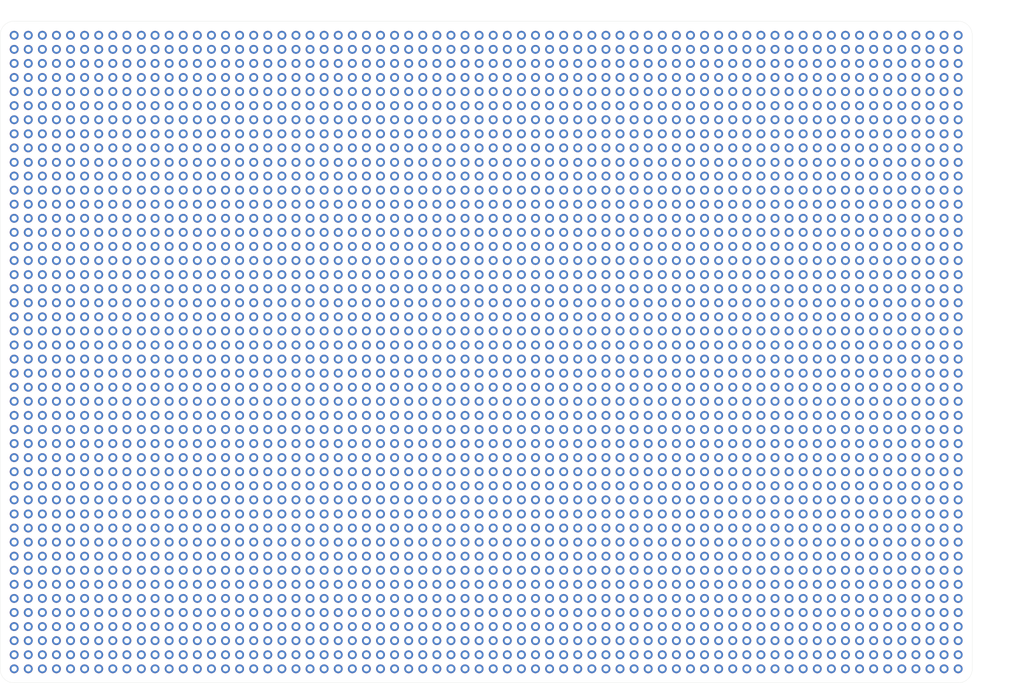
<source format=kicad_pcb>
(kicad_pcb (version 20171130) (host pcbnew "(5.1.8)-1")
  (layers (0 F.Cu signal) (31 B.Cu signal) (34 B.Paste user) (35 F.Paste user) (36 B.SilkS user) (37 F.SilkS user) (38 B.Mask user) (39 F.Mask user) (44 Edge.Cuts user))
  (net 0 "")
  (module Connector_PinHeader_1.00mm:PinHeader_1x01_P1.00mm_Vertical (layer F.Cu) (at 277.20086 99.00041)
    (fp_text reference REF** hide)
    (fp_text value PinHeader_1x01_P1.00mm_Vertical hide)
    (pad 1 thru_hole circle (at 0 0) (size 2.5 2.5) (drill 1.5) (layers *.Cu *.Mask))
  )
  (module Connector_PinHeader_1.00mm:PinHeader_1x01_P1.00mm_Vertical (layer F.Cu) (at 277.20082 174.24056)
    (fp_text reference REF** hide)
    (fp_text value PinHeader_1x01_P1.00mm_Vertical hide)
    (pad 1 thru_hole circle (at 0 0) (size 2.5 2.5) (drill 1.5) (layers *.Cu *.Mask))
  )
  (module Connector_PinHeader_1.00mm:PinHeader_1x01_P1.00mm_Vertical (layer F.Cu) (at 277.20086 178.20061)
    (fp_text reference REF** hide)
    (fp_text value PinHeader_1x01_P1.00mm_Vertical hide)
    (pad 1 thru_hole circle (at 0 0) (size 2.5 2.5) (drill 1.5) (layers *.Cu *.Mask))
  )
  (module Connector_PinHeader_1.00mm:PinHeader_1x01_P1.00mm_Vertical (layer F.Cu) (at 277.2009 122.76051)
    (fp_text reference REF** hide)
    (fp_text value PinHeader_1x01_P1.00mm_Vertical hide)
    (pad 1 thru_hole circle (at 0 0) (size 2.5 2.5) (drill 1.5) (layers *.Cu *.Mask))
  )
  (module Connector_PinHeader_1.00mm:PinHeader_1x01_P1.00mm_Vertical (layer F.Cu) (at 277.20082 95.04036)
    (fp_text reference REF** hide)
    (fp_text value PinHeader_1x01_P1.00mm_Vertical hide)
    (pad 1 thru_hole circle (at 0 0) (size 2.5 2.5) (drill 1.5) (layers *.Cu *.Mask))
  )
  (module Connector_PinHeader_1.00mm:PinHeader_1x01_P1.00mm_Vertical (layer F.Cu) (at 277.20094 138.60059)
    (fp_text reference REF** hide)
    (fp_text value PinHeader_1x01_P1.00mm_Vertical hide)
    (pad 1 thru_hole circle (at 0 0) (size 2.5 2.5) (drill 1.5) (layers *.Cu *.Mask))
  )
  (module Connector_PinHeader_1.00mm:PinHeader_1x01_P1.00mm_Vertical (layer F.Cu) (at 277.20086 102.96042)
    (fp_text reference REF** hide)
    (fp_text value PinHeader_1x01_P1.00mm_Vertical hide)
    (pad 1 thru_hole circle (at 0 0) (size 2.5 2.5) (drill 1.5) (layers *.Cu *.Mask))
  )
  (module Connector_PinHeader_1.00mm:PinHeader_1x01_P1.00mm_Vertical (layer F.Cu) (at 277.20082 158.40052)
    (fp_text reference REF** hide)
    (fp_text value PinHeader_1x01_P1.00mm_Vertical hide)
    (pad 1 thru_hole circle (at 0 0) (size 2.5 2.5) (drill 1.5) (layers *.Cu *.Mask))
  )
  (module Connector_PinHeader_1.00mm:PinHeader_1x01_P1.00mm_Vertical (layer F.Cu) (at 277.2009 67.32037)
    (fp_text reference REF** hide)
    (fp_text value PinHeader_1x01_P1.00mm_Vertical hide)
    (pad 1 thru_hole circle (at 0 0) (size 2.5 2.5) (drill 1.5) (layers *.Cu *.Mask))
  )
  (module Connector_PinHeader_1.00mm:PinHeader_1x01_P1.00mm_Vertical (layer F.Cu) (at 277.20086 91.08039)
    (fp_text reference REF** hide)
    (fp_text value PinHeader_1x01_P1.00mm_Vertical hide)
    (pad 1 thru_hole circle (at 0 0) (size 2.5 2.5) (drill 1.5) (layers *.Cu *.Mask))
  )
  (module Connector_PinHeader_1.00mm:PinHeader_1x01_P1.00mm_Vertical (layer F.Cu) (at 277.20086 190.08064)
    (fp_text reference REF** hide)
    (fp_text value PinHeader_1x01_P1.00mm_Vertical hide)
    (pad 1 thru_hole circle (at 0 0) (size 2.5 2.5) (drill 1.5) (layers *.Cu *.Mask))
  )
  (module Connector_PinHeader_1.00mm:PinHeader_1x01_P1.00mm_Vertical (layer F.Cu) (at 277.20082 150.4805)
    (fp_text reference REF** hide)
    (fp_text value PinHeader_1x01_P1.00mm_Vertical hide)
    (pad 1 thru_hole circle (at 0 0) (size 2.5 2.5) (drill 1.5) (layers *.Cu *.Mask))
  )
  (module Connector_PinHeader_1.00mm:PinHeader_1x01_P1.00mm_Vertical (layer F.Cu) (at 277.20082 110.8804)
    (fp_text reference REF** hide)
    (fp_text value PinHeader_1x01_P1.00mm_Vertical hide)
    (pad 1 thru_hole circle (at 0 0) (size 2.5 2.5) (drill 1.5) (layers *.Cu *.Mask))
  )
  (module Connector_PinHeader_1.00mm:PinHeader_1x01_P1.00mm_Vertical (layer F.Cu) (at 277.20086 35.64025)
    (fp_text reference REF** hide)
    (fp_text value PinHeader_1x01_P1.00mm_Vertical hide)
    (pad 1 thru_hole circle (at 0 0) (size 2.5 2.5) (drill 1.5) (layers *.Cu *.Mask))
  )
  (module Connector_PinHeader_1.00mm:PinHeader_1x01_P1.00mm_Vertical (layer F.Cu) (at 277.20086 154.44055)
    (fp_text reference REF** hide)
    (fp_text value PinHeader_1x01_P1.00mm_Vertical hide)
    (pad 1 thru_hole circle (at 0 0) (size 2.5 2.5) (drill 1.5) (layers *.Cu *.Mask))
  )
  (module Connector_PinHeader_1.00mm:PinHeader_1x01_P1.00mm_Vertical (layer F.Cu) (at 277.20078 15.84012)
    (fp_text reference REF** hide)
    (fp_text value PinHeader_1x01_P1.00mm_Vertical hide)
    (pad 1 thru_hole circle (at 0 0) (size 2.5 2.5) (drill 1.5) (layers *.Cu *.Mask))
  )
  (module Connector_PinHeader_1.00mm:PinHeader_1x01_P1.00mm_Vertical (layer F.Cu) (at 277.2009 130.68053)
    (fp_text reference REF** hide)
    (fp_text value PinHeader_1x01_P1.00mm_Vertical hide)
    (pad 1 thru_hole circle (at 0 0) (size 2.5 2.5) (drill 1.5) (layers *.Cu *.Mask))
  )
  (module Connector_PinHeader_1.00mm:PinHeader_1x01_P1.00mm_Vertical (layer F.Cu) (at 277.2009 106.92047)
    (fp_text reference REF** hide)
    (fp_text value PinHeader_1x01_P1.00mm_Vertical hide)
    (pad 1 thru_hole circle (at 0 0) (size 2.5 2.5) (drill 1.5) (layers *.Cu *.Mask))
  )
  (module Connector_PinHeader_1.00mm:PinHeader_1x01_P1.00mm_Vertical (layer F.Cu) (at 277.20086 118.80046)
    (fp_text reference REF** hide)
    (fp_text value PinHeader_1x01_P1.00mm_Vertical hide)
    (pad 1 thru_hole circle (at 0 0) (size 2.5 2.5) (drill 1.5) (layers *.Cu *.Mask))
  )
  (module Connector_PinHeader_1.00mm:PinHeader_1x01_P1.00mm_Vertical (layer F.Cu) (at 277.20082 83.16033)
    (fp_text reference REF** hide)
    (fp_text value PinHeader_1x01_P1.00mm_Vertical hide)
    (pad 1 thru_hole circle (at 0 0) (size 2.5 2.5) (drill 1.5) (layers *.Cu *.Mask))
  )
  (module Connector_PinHeader_1.00mm:PinHeader_1x01_P1.00mm_Vertical (layer F.Cu) (at 277.20086 39.60026)
    (fp_text reference REF** hide)
    (fp_text value PinHeader_1x01_P1.00mm_Vertical hide)
    (pad 1 thru_hole circle (at 0 0) (size 2.5 2.5) (drill 1.5) (layers *.Cu *.Mask))
  )
  (module Connector_PinHeader_1.00mm:PinHeader_1x01_P1.00mm_Vertical (layer F.Cu) (at 277.20094 75.24043)
    (fp_text reference REF** hide)
    (fp_text value PinHeader_1x01_P1.00mm_Vertical hide)
    (pad 1 thru_hole circle (at 0 0) (size 2.5 2.5) (drill 1.5) (layers *.Cu *.Mask))
  )
  (module Connector_PinHeader_1.00mm:PinHeader_1x01_P1.00mm_Vertical (layer F.Cu) (at 277.20086 162.36057)
    (fp_text reference REF** hide)
    (fp_text value PinHeader_1x01_P1.00mm_Vertical hide)
    (pad 1 thru_hole circle (at 0 0) (size 2.5 2.5) (drill 1.5) (layers *.Cu *.Mask))
  )
  (module Connector_PinHeader_1.00mm:PinHeader_1x01_P1.00mm_Vertical (layer F.Cu) (at 277.20086 166.32058)
    (fp_text reference REF** hide)
    (fp_text value PinHeader_1x01_P1.00mm_Vertical hide)
    (pad 1 thru_hole circle (at 0 0) (size 2.5 2.5) (drill 1.5) (layers *.Cu *.Mask))
  )
  (module Connector_PinHeader_1.00mm:PinHeader_1x01_P1.00mm_Vertical (layer F.Cu) (at 281.16091 122.76051)
    (fp_text reference REF** hide)
    (fp_text value PinHeader_1x01_P1.00mm_Vertical hide)
    (pad 1 thru_hole circle (at 0 0) (size 2.5 2.5) (drill 1.5) (layers *.Cu *.Mask))
  )
  (module Connector_PinHeader_1.00mm:PinHeader_1x01_P1.00mm_Vertical (layer F.Cu) (at 277.20082 47.52024)
    (fp_text reference REF** hide)
    (fp_text value PinHeader_1x01_P1.00mm_Vertical hide)
    (pad 1 thru_hole circle (at 0 0) (size 2.5 2.5) (drill 1.5) (layers *.Cu *.Mask))
  )
  (module Connector_PinHeader_1.00mm:PinHeader_1x01_P1.00mm_Vertical (layer F.Cu) (at 277.20082 23.76018)
    (fp_text reference REF** hide)
    (fp_text value PinHeader_1x01_P1.00mm_Vertical hide)
    (pad 1 thru_hole circle (at 0 0) (size 2.5 2.5) (drill 1.5) (layers *.Cu *.Mask))
  )
  (module Connector_PinHeader_1.00mm:PinHeader_1x01_P1.00mm_Vertical (layer F.Cu) (at 281.16087 99.00041)
    (fp_text reference REF** hide)
    (fp_text value PinHeader_1x01_P1.00mm_Vertical hide)
    (pad 1 thru_hole circle (at 0 0) (size 2.5 2.5) (drill 1.5) (layers *.Cu *.Mask))
  )
  (module Connector_PinHeader_1.00mm:PinHeader_1x01_P1.00mm_Vertical (layer F.Cu) (at 281.16087 178.20061)
    (fp_text reference REF** hide)
    (fp_text value PinHeader_1x01_P1.00mm_Vertical hide)
    (pad 1 thru_hole circle (at 0 0) (size 2.5 2.5) (drill 1.5) (layers *.Cu *.Mask))
  )
  (module Connector_PinHeader_1.00mm:PinHeader_1x01_P1.00mm_Vertical (layer F.Cu) (at 281.16095 138.60059)
    (fp_text reference REF** hide)
    (fp_text value PinHeader_1x01_P1.00mm_Vertical hide)
    (pad 1 thru_hole circle (at 0 0) (size 2.5 2.5) (drill 1.5) (layers *.Cu *.Mask))
  )
  (module Connector_PinHeader_1.00mm:PinHeader_1x01_P1.00mm_Vertical (layer F.Cu) (at 277.20082 146.52049)
    (fp_text reference REF** hide)
    (fp_text value PinHeader_1x01_P1.00mm_Vertical hide)
    (pad 1 thru_hole circle (at 0 0) (size 2.5 2.5) (drill 1.5) (layers *.Cu *.Mask))
  )
  (module Connector_PinHeader_1.00mm:PinHeader_1x01_P1.00mm_Vertical (layer F.Cu) (at 277.20086 27.72023)
    (fp_text reference REF** hide)
    (fp_text value PinHeader_1x01_P1.00mm_Vertical hide)
    (pad 1 thru_hole circle (at 0 0) (size 2.5 2.5) (drill 1.5) (layers *.Cu *.Mask))
  )
  (module Connector_PinHeader_1.00mm:PinHeader_1x01_P1.00mm_Vertical (layer F.Cu) (at 277.20086 182.16062)
    (fp_text reference REF** hide)
    (fp_text value PinHeader_1x01_P1.00mm_Vertical hide)
    (pad 1 thru_hole circle (at 0 0) (size 2.5 2.5) (drill 1.5) (layers *.Cu *.Mask))
  )
  (module Connector_PinHeader_1.00mm:PinHeader_1x01_P1.00mm_Vertical (layer F.Cu) (at 277.20086 114.84045)
    (fp_text reference REF** hide)
    (fp_text value PinHeader_1x01_P1.00mm_Vertical hide)
    (pad 1 thru_hole circle (at 0 0) (size 2.5 2.5) (drill 1.5) (layers *.Cu *.Mask))
  )
  (module Connector_PinHeader_1.00mm:PinHeader_1x01_P1.00mm_Vertical (layer F.Cu) (at 277.2009 170.28063)
    (fp_text reference REF** hide)
    (fp_text value PinHeader_1x01_P1.00mm_Vertical hide)
    (pad 1 thru_hole circle (at 0 0) (size 2.5 2.5) (drill 1.5) (layers *.Cu *.Mask))
  )
  (module Connector_PinHeader_1.00mm:PinHeader_1x01_P1.00mm_Vertical (layer F.Cu) (at 277.20082 31.6802)
    (fp_text reference REF** hide)
    (fp_text value PinHeader_1x01_P1.00mm_Vertical hide)
    (pad 1 thru_hole circle (at 0 0) (size 2.5 2.5) (drill 1.5) (layers *.Cu *.Mask))
  )
  (module Connector_PinHeader_1.00mm:PinHeader_1x01_P1.00mm_Vertical (layer F.Cu) (at 277.20082 19.80017)
    (fp_text reference REF** hide)
    (fp_text value PinHeader_1x01_P1.00mm_Vertical hide)
    (pad 1 thru_hole circle (at 0 0) (size 2.5 2.5) (drill 1.5) (layers *.Cu *.Mask))
  )
  (module Connector_PinHeader_1.00mm:PinHeader_1x01_P1.00mm_Vertical (layer F.Cu) (at 277.2009 71.28038)
    (fp_text reference REF** hide)
    (fp_text value PinHeader_1x01_P1.00mm_Vertical hide)
    (pad 1 thru_hole circle (at 0 0) (size 2.5 2.5) (drill 1.5) (layers *.Cu *.Mask))
  )
  (module Connector_PinHeader_1.00mm:PinHeader_1x01_P1.00mm_Vertical (layer F.Cu) (at 281.16083 174.24056)
    (fp_text reference REF** hide)
    (fp_text value PinHeader_1x01_P1.00mm_Vertical hide)
    (pad 1 thru_hole circle (at 0 0) (size 2.5 2.5) (drill 1.5) (layers *.Cu *.Mask))
  )
  (module Connector_PinHeader_1.00mm:PinHeader_1x01_P1.00mm_Vertical (layer F.Cu) (at 277.20082 87.12034)
    (fp_text reference REF** hide)
    (fp_text value PinHeader_1x01_P1.00mm_Vertical hide)
    (pad 1 thru_hole circle (at 0 0) (size 2.5 2.5) (drill 1.5) (layers *.Cu *.Mask))
  )
  (module Connector_PinHeader_1.00mm:PinHeader_1x01_P1.00mm_Vertical (layer F.Cu) (at 277.20086 63.36032)
    (fp_text reference REF** hide)
    (fp_text value PinHeader_1x01_P1.00mm_Vertical hide)
    (pad 1 thru_hole circle (at 0 0) (size 2.5 2.5) (drill 1.5) (layers *.Cu *.Mask))
  )
  (module Connector_PinHeader_1.00mm:PinHeader_1x01_P1.00mm_Vertical (layer F.Cu) (at 277.20086 55.4403)
    (fp_text reference REF** hide)
    (fp_text value PinHeader_1x01_P1.00mm_Vertical hide)
    (pad 1 thru_hole circle (at 0 0) (size 2.5 2.5) (drill 1.5) (layers *.Cu *.Mask))
  )
  (module Connector_PinHeader_1.00mm:PinHeader_1x01_P1.00mm_Vertical (layer F.Cu) (at 277.2009 59.40035)
    (fp_text reference REF** hide)
    (fp_text value PinHeader_1x01_P1.00mm_Vertical hide)
    (pad 1 thru_hole circle (at 0 0) (size 2.5 2.5) (drill 1.5) (layers *.Cu *.Mask))
  )
  (module Connector_PinHeader_1.00mm:PinHeader_1x01_P1.00mm_Vertical (layer F.Cu) (at 277.20078 79.20028)
    (fp_text reference REF** hide)
    (fp_text value PinHeader_1x01_P1.00mm_Vertical hide)
    (pad 1 thru_hole circle (at 0 0) (size 2.5 2.5) (drill 1.5) (layers *.Cu *.Mask))
  )
  (module Connector_PinHeader_1.00mm:PinHeader_1x01_P1.00mm_Vertical (layer F.Cu) (at 277.2009 43.56031)
    (fp_text reference REF** hide)
    (fp_text value PinHeader_1x01_P1.00mm_Vertical hide)
    (pad 1 thru_hole circle (at 0 0) (size 2.5 2.5) (drill 1.5) (layers *.Cu *.Mask))
  )
  (module Connector_PinHeader_1.00mm:PinHeader_1x01_P1.00mm_Vertical (layer F.Cu) (at 277.20086 51.58029)
    (fp_text reference REF** hide)
    (fp_text value PinHeader_1x01_P1.00mm_Vertical hide)
    (pad 1 thru_hole circle (at 0 0) (size 2.5 2.5) (drill 1.5) (layers *.Cu *.Mask))
  )
  (module Connector_PinHeader_1.00mm:PinHeader_1x01_P1.00mm_Vertical (layer F.Cu) (at 277.20086 126.72048)
    (fp_text reference REF** hide)
    (fp_text value PinHeader_1x01_P1.00mm_Vertical hide)
    (pad 1 thru_hole circle (at 0 0) (size 2.5 2.5) (drill 1.5) (layers *.Cu *.Mask))
  )
  (module Connector_PinHeader_1.00mm:PinHeader_1x01_P1.00mm_Vertical (layer F.Cu) (at 277.20078 142.56044)
    (fp_text reference REF** hide)
    (fp_text value PinHeader_1x01_P1.00mm_Vertical hide)
    (pad 1 thru_hole circle (at 0 0) (size 2.5 2.5) (drill 1.5) (layers *.Cu *.Mask))
  )
  (module Connector_PinHeader_1.00mm:PinHeader_1x01_P1.00mm_Vertical (layer F.Cu) (at 277.2009 134.64054)
    (fp_text reference REF** hide)
    (fp_text value PinHeader_1x01_P1.00mm_Vertical hide)
    (pad 1 thru_hole circle (at 0 0) (size 2.5 2.5) (drill 1.5) (layers *.Cu *.Mask))
  )
  (module Connector_PinHeader_1.00mm:PinHeader_1x01_P1.00mm_Vertical (layer F.Cu) (at 281.16083 95.04036)
    (fp_text reference REF** hide)
    (fp_text value PinHeader_1x01_P1.00mm_Vertical hide)
    (pad 1 thru_hole circle (at 0 0) (size 2.5 2.5) (drill 1.5) (layers *.Cu *.Mask))
  )
  (module Connector_PinHeader_1.00mm:PinHeader_1x01_P1.00mm_Vertical (layer F.Cu) (at 281.16079 79.20028)
    (fp_text reference REF** hide)
    (fp_text value PinHeader_1x01_P1.00mm_Vertical hide)
    (pad 1 thru_hole circle (at 0 0) (size 2.5 2.5) (drill 1.5) (layers *.Cu *.Mask))
  )
  (module Connector_PinHeader_1.00mm:PinHeader_1x01_P1.00mm_Vertical (layer F.Cu) (at 281.16087 91.08039)
    (fp_text reference REF** hide)
    (fp_text value PinHeader_1x01_P1.00mm_Vertical hide)
    (pad 1 thru_hole circle (at 0 0) (size 2.5 2.5) (drill 1.5) (layers *.Cu *.Mask))
  )
  (module Connector_PinHeader_1.00mm:PinHeader_1x01_P1.00mm_Vertical (layer F.Cu) (at 281.16083 158.40052)
    (fp_text reference REF** hide)
    (fp_text value PinHeader_1x01_P1.00mm_Vertical hide)
    (pad 1 thru_hole circle (at 0 0) (size 2.5 2.5) (drill 1.5) (layers *.Cu *.Mask))
  )
  (module Connector_PinHeader_1.00mm:PinHeader_1x01_P1.00mm_Vertical (layer F.Cu) (at 281.16091 170.28063)
    (fp_text reference REF** hide)
    (fp_text value PinHeader_1x01_P1.00mm_Vertical hide)
    (pad 1 thru_hole circle (at 0 0) (size 2.5 2.5) (drill 1.5) (layers *.Cu *.Mask))
  )
  (module Connector_PinHeader_1.00mm:PinHeader_1x01_P1.00mm_Vertical (layer F.Cu) (at 281.16091 67.32037)
    (fp_text reference REF** hide)
    (fp_text value PinHeader_1x01_P1.00mm_Vertical hide)
    (pad 1 thru_hole circle (at 0 0) (size 2.5 2.5) (drill 1.5) (layers *.Cu *.Mask))
  )
  (module Connector_PinHeader_1.00mm:PinHeader_1x01_P1.00mm_Vertical (layer F.Cu) (at 281.16087 126.72048)
    (fp_text reference REF** hide)
    (fp_text value PinHeader_1x01_P1.00mm_Vertical hide)
    (pad 1 thru_hole circle (at 0 0) (size 2.5 2.5) (drill 1.5) (layers *.Cu *.Mask))
  )
  (module Connector_PinHeader_1.00mm:PinHeader_1x01_P1.00mm_Vertical (layer F.Cu) (at 281.16087 182.16062)
    (fp_text reference REF** hide)
    (fp_text value PinHeader_1x01_P1.00mm_Vertical hide)
    (pad 1 thru_hole circle (at 0 0) (size 2.5 2.5) (drill 1.5) (layers *.Cu *.Mask))
  )
  (module Connector_PinHeader_1.00mm:PinHeader_1x01_P1.00mm_Vertical (layer F.Cu) (at 281.16087 102.96042)
    (fp_text reference REF** hide)
    (fp_text value PinHeader_1x01_P1.00mm_Vertical hide)
    (pad 1 thru_hole circle (at 0 0) (size 2.5 2.5) (drill 1.5) (layers *.Cu *.Mask))
  )
  (module Connector_PinHeader_1.00mm:PinHeader_1x01_P1.00mm_Vertical (layer F.Cu) (at 281.16091 59.40035)
    (fp_text reference REF** hide)
    (fp_text value PinHeader_1x01_P1.00mm_Vertical hide)
    (pad 1 thru_hole circle (at 0 0) (size 2.5 2.5) (drill 1.5) (layers *.Cu *.Mask))
  )
  (module Connector_PinHeader_1.00mm:PinHeader_1x01_P1.00mm_Vertical (layer F.Cu) (at 281.16087 190.08064)
    (fp_text reference REF** hide)
    (fp_text value PinHeader_1x01_P1.00mm_Vertical hide)
    (pad 1 thru_hole circle (at 0 0) (size 2.5 2.5) (drill 1.5) (layers *.Cu *.Mask))
  )
  (module Connector_PinHeader_1.00mm:PinHeader_1x01_P1.00mm_Vertical (layer F.Cu) (at 281.16087 114.84045)
    (fp_text reference REF** hide)
    (fp_text value PinHeader_1x01_P1.00mm_Vertical hide)
    (pad 1 thru_hole circle (at 0 0) (size 2.5 2.5) (drill 1.5) (layers *.Cu *.Mask))
  )
  (module Connector_PinHeader_1.00mm:PinHeader_1x01_P1.00mm_Vertical (layer F.Cu) (at 281.16083 150.4805)
    (fp_text reference REF** hide)
    (fp_text value PinHeader_1x01_P1.00mm_Vertical hide)
    (pad 1 thru_hole circle (at 0 0) (size 2.5 2.5) (drill 1.5) (layers *.Cu *.Mask))
  )
  (module Connector_PinHeader_1.00mm:PinHeader_1x01_P1.00mm_Vertical (layer F.Cu) (at 281.16091 106.92047)
    (fp_text reference REF** hide)
    (fp_text value PinHeader_1x01_P1.00mm_Vertical hide)
    (pad 1 thru_hole circle (at 0 0) (size 2.5 2.5) (drill 1.5) (layers *.Cu *.Mask))
  )
  (module Connector_PinHeader_1.00mm:PinHeader_1x01_P1.00mm_Vertical (layer F.Cu) (at 281.16087 118.80046)
    (fp_text reference REF** hide)
    (fp_text value PinHeader_1x01_P1.00mm_Vertical hide)
    (pad 1 thru_hole circle (at 0 0) (size 2.5 2.5) (drill 1.5) (layers *.Cu *.Mask))
  )
  (module Connector_PinHeader_1.00mm:PinHeader_1x01_P1.00mm_Vertical (layer F.Cu) (at 281.16083 87.12034)
    (fp_text reference REF** hide)
    (fp_text value PinHeader_1x01_P1.00mm_Vertical hide)
    (pad 1 thru_hole circle (at 0 0) (size 2.5 2.5) (drill 1.5) (layers *.Cu *.Mask))
  )
  (module Connector_PinHeader_1.00mm:PinHeader_1x01_P1.00mm_Vertical (layer F.Cu) (at 281.16091 194.04069)
    (fp_text reference REF** hide)
    (fp_text value PinHeader_1x01_P1.00mm_Vertical hide)
    (pad 1 thru_hole circle (at 0 0) (size 2.5 2.5) (drill 1.5) (layers *.Cu *.Mask))
  )
  (module Connector_PinHeader_1.00mm:PinHeader_1x01_P1.00mm_Vertical (layer F.Cu) (at 281.16083 19.80017)
    (fp_text reference REF** hide)
    (fp_text value PinHeader_1x01_P1.00mm_Vertical hide)
    (pad 1 thru_hole circle (at 0 0) (size 2.5 2.5) (drill 1.5) (layers *.Cu *.Mask))
  )
  (module Connector_PinHeader_1.00mm:PinHeader_1x01_P1.00mm_Vertical (layer F.Cu) (at 281.16087 27.72023)
    (fp_text reference REF** hide)
    (fp_text value PinHeader_1x01_P1.00mm_Vertical hide)
    (pad 1 thru_hole circle (at 0 0) (size 2.5 2.5) (drill 1.5) (layers *.Cu *.Mask))
  )
  (module Connector_PinHeader_1.00mm:PinHeader_1x01_P1.00mm_Vertical (layer F.Cu) (at 281.16079 15.84012)
    (fp_text reference REF** hide)
    (fp_text value PinHeader_1x01_P1.00mm_Vertical hide)
    (pad 1 thru_hole circle (at 0 0) (size 2.5 2.5) (drill 1.5) (layers *.Cu *.Mask))
  )
  (module Connector_PinHeader_1.00mm:PinHeader_1x01_P1.00mm_Vertical (layer F.Cu) (at 281.16087 166.32058)
    (fp_text reference REF** hide)
    (fp_text value PinHeader_1x01_P1.00mm_Vertical hide)
    (pad 1 thru_hole circle (at 0 0) (size 2.5 2.5) (drill 1.5) (layers *.Cu *.Mask))
  )
  (module Connector_PinHeader_1.00mm:PinHeader_1x01_P1.00mm_Vertical (layer F.Cu) (at 281.16091 130.68053)
    (fp_text reference REF** hide)
    (fp_text value PinHeader_1x01_P1.00mm_Vertical hide)
    (pad 1 thru_hole circle (at 0 0) (size 2.5 2.5) (drill 1.5) (layers *.Cu *.Mask))
  )
  (module Connector_PinHeader_1.00mm:PinHeader_1x01_P1.00mm_Vertical (layer F.Cu) (at 281.16083 47.52024)
    (fp_text reference REF** hide)
    (fp_text value PinHeader_1x01_P1.00mm_Vertical hide)
    (pad 1 thru_hole circle (at 0 0) (size 2.5 2.5) (drill 1.5) (layers *.Cu *.Mask))
  )
  (module Connector_PinHeader_1.00mm:PinHeader_1x01_P1.00mm_Vertical (layer F.Cu) (at 281.16087 51.58029)
    (fp_text reference REF** hide)
    (fp_text value PinHeader_1x01_P1.00mm_Vertical hide)
    (pad 1 thru_hole circle (at 0 0) (size 2.5 2.5) (drill 1.5) (layers *.Cu *.Mask))
  )
  (module Connector_PinHeader_1.00mm:PinHeader_1x01_P1.00mm_Vertical (layer F.Cu) (at 281.16091 43.56031)
    (fp_text reference REF** hide)
    (fp_text value PinHeader_1x01_P1.00mm_Vertical hide)
    (pad 1 thru_hole circle (at 0 0) (size 2.5 2.5) (drill 1.5) (layers *.Cu *.Mask))
  )
  (module Connector_PinHeader_1.00mm:PinHeader_1x01_P1.00mm_Vertical (layer F.Cu) (at 281.16087 35.64025)
    (fp_text reference REF** hide)
    (fp_text value PinHeader_1x01_P1.00mm_Vertical hide)
    (pad 1 thru_hole circle (at 0 0) (size 2.5 2.5) (drill 1.5) (layers *.Cu *.Mask))
  )
  (module Connector_PinHeader_1.00mm:PinHeader_1x01_P1.00mm_Vertical (layer F.Cu) (at 281.16087 55.4403)
    (fp_text reference REF** hide)
    (fp_text value PinHeader_1x01_P1.00mm_Vertical hide)
    (pad 1 thru_hole circle (at 0 0) (size 2.5 2.5) (drill 1.5) (layers *.Cu *.Mask))
  )
  (module Connector_PinHeader_1.00mm:PinHeader_1x01_P1.00mm_Vertical (layer F.Cu) (at 281.16091 71.28038)
    (fp_text reference REF** hide)
    (fp_text value PinHeader_1x01_P1.00mm_Vertical hide)
    (pad 1 thru_hole circle (at 0 0) (size 2.5 2.5) (drill 1.5) (layers *.Cu *.Mask))
  )
  (module Connector_PinHeader_1.00mm:PinHeader_1x01_P1.00mm_Vertical (layer F.Cu) (at 281.16087 154.44055)
    (fp_text reference REF** hide)
    (fp_text value PinHeader_1x01_P1.00mm_Vertical hide)
    (pad 1 thru_hole circle (at 0 0) (size 2.5 2.5) (drill 1.5) (layers *.Cu *.Mask))
  )
  (module Connector_PinHeader_1.00mm:PinHeader_1x01_P1.00mm_Vertical (layer F.Cu) (at 281.16091 186.12067)
    (fp_text reference REF** hide)
    (fp_text value PinHeader_1x01_P1.00mm_Vertical hide)
    (pad 1 thru_hole circle (at 0 0) (size 2.5 2.5) (drill 1.5) (layers *.Cu *.Mask))
  )
  (module Connector_PinHeader_1.00mm:PinHeader_1x01_P1.00mm_Vertical (layer F.Cu) (at 281.16083 83.16033)
    (fp_text reference REF** hide)
    (fp_text value PinHeader_1x01_P1.00mm_Vertical hide)
    (pad 1 thru_hole circle (at 0 0) (size 2.5 2.5) (drill 1.5) (layers *.Cu *.Mask))
  )
  (module Connector_PinHeader_1.00mm:PinHeader_1x01_P1.00mm_Vertical (layer F.Cu) (at 281.16079 142.56044)
    (fp_text reference REF** hide)
    (fp_text value PinHeader_1x01_P1.00mm_Vertical hide)
    (pad 1 thru_hole circle (at 0 0) (size 2.5 2.5) (drill 1.5) (layers *.Cu *.Mask))
  )
  (module Connector_PinHeader_1.00mm:PinHeader_1x01_P1.00mm_Vertical (layer F.Cu) (at 281.16087 162.36057)
    (fp_text reference REF** hide)
    (fp_text value PinHeader_1x01_P1.00mm_Vertical hide)
    (pad 1 thru_hole circle (at 0 0) (size 2.5 2.5) (drill 1.5) (layers *.Cu *.Mask))
  )
  (module Connector_PinHeader_1.00mm:PinHeader_1x01_P1.00mm_Vertical (layer F.Cu) (at 281.16087 63.36032)
    (fp_text reference REF** hide)
    (fp_text value PinHeader_1x01_P1.00mm_Vertical hide)
    (pad 1 thru_hole circle (at 0 0) (size 2.5 2.5) (drill 1.5) (layers *.Cu *.Mask))
  )
  (module Connector_PinHeader_1.00mm:PinHeader_1x01_P1.00mm_Vertical (layer F.Cu) (at 281.16095 75.24043)
    (fp_text reference REF** hide)
    (fp_text value PinHeader_1x01_P1.00mm_Vertical hide)
    (pad 1 thru_hole circle (at 0 0) (size 2.5 2.5) (drill 1.5) (layers *.Cu *.Mask))
  )
  (module Connector_PinHeader_1.00mm:PinHeader_1x01_P1.00mm_Vertical (layer F.Cu) (at 281.16083 110.8804)
    (fp_text reference REF** hide)
    (fp_text value PinHeader_1x01_P1.00mm_Vertical hide)
    (pad 1 thru_hole circle (at 0 0) (size 2.5 2.5) (drill 1.5) (layers *.Cu *.Mask))
  )
  (module Connector_PinHeader_1.00mm:PinHeader_1x01_P1.00mm_Vertical (layer F.Cu) (at 281.16083 31.6802)
    (fp_text reference REF** hide)
    (fp_text value PinHeader_1x01_P1.00mm_Vertical hide)
    (pad 1 thru_hole circle (at 0 0) (size 2.5 2.5) (drill 1.5) (layers *.Cu *.Mask))
  )
  (module Connector_PinHeader_1.00mm:PinHeader_1x01_P1.00mm_Vertical (layer F.Cu) (at 277.2009 186.12067)
    (fp_text reference REF** hide)
    (fp_text value PinHeader_1x01_P1.00mm_Vertical hide)
    (pad 1 thru_hole circle (at 0 0) (size 2.5 2.5) (drill 1.5) (layers *.Cu *.Mask))
  )
  (module Connector_PinHeader_1.00mm:PinHeader_1x01_P1.00mm_Vertical (layer F.Cu) (at 281.16087 39.60026)
    (fp_text reference REF** hide)
    (fp_text value PinHeader_1x01_P1.00mm_Vertical hide)
    (pad 1 thru_hole circle (at 0 0) (size 2.5 2.5) (drill 1.5) (layers *.Cu *.Mask))
  )
  (module Connector_PinHeader_1.00mm:PinHeader_1x01_P1.00mm_Vertical (layer F.Cu) (at 281.16083 146.52049)
    (fp_text reference REF** hide)
    (fp_text value PinHeader_1x01_P1.00mm_Vertical hide)
    (pad 1 thru_hole circle (at 0 0) (size 2.5 2.5) (drill 1.5) (layers *.Cu *.Mask))
  )
  (module Connector_PinHeader_1.00mm:PinHeader_1x01_P1.00mm_Vertical (layer F.Cu) (at 281.16083 23.76018)
    (fp_text reference REF** hide)
    (fp_text value PinHeader_1x01_P1.00mm_Vertical hide)
    (pad 1 thru_hole circle (at 0 0) (size 2.5 2.5) (drill 1.5) (layers *.Cu *.Mask))
  )
  (module Connector_PinHeader_1.00mm:PinHeader_1x01_P1.00mm_Vertical (layer F.Cu) (at 281.16091 134.64054)
    (fp_text reference REF** hide)
    (fp_text value PinHeader_1x01_P1.00mm_Vertical hide)
    (pad 1 thru_hole circle (at 0 0) (size 2.5 2.5) (drill 1.5) (layers *.Cu *.Mask))
  )
  (module Connector_PinHeader_1.00mm:PinHeader_1x01_P1.00mm_Vertical (layer F.Cu) (at 277.2009 194.04069)
    (fp_text reference REF** hide)
    (fp_text value PinHeader_1x01_P1.00mm_Vertical hide)
    (pad 1 thru_hole circle (at 0 0) (size 2.5 2.5) (drill 1.5) (layers *.Cu *.Mask))
  )
  (module Connector_PinHeader_1.00mm:PinHeader_1x01_P1.00mm_Vertical (layer F.Cu) (at 269.28076 174.24052)
    (fp_text reference REF** hide)
    (fp_text value PinHeader_1x01_P1.00mm_Vertical hide)
    (pad 1 thru_hole circle (at 0 0) (size 2.5 2.5) (drill 1.5) (layers *.Cu *.Mask))
  )
  (module Connector_PinHeader_1.00mm:PinHeader_1x01_P1.00mm_Vertical (layer F.Cu) (at 269.2808 178.20057)
    (fp_text reference REF** hide)
    (fp_text value PinHeader_1x01_P1.00mm_Vertical hide)
    (pad 1 thru_hole circle (at 0 0) (size 2.5 2.5) (drill 1.5) (layers *.Cu *.Mask))
  )
  (module Connector_PinHeader_1.00mm:PinHeader_1x01_P1.00mm_Vertical (layer F.Cu) (at 269.28084 122.76047)
    (fp_text reference REF** hide)
    (fp_text value PinHeader_1x01_P1.00mm_Vertical hide)
    (pad 1 thru_hole circle (at 0 0) (size 2.5 2.5) (drill 1.5) (layers *.Cu *.Mask))
  )
  (module Connector_PinHeader_1.00mm:PinHeader_1x01_P1.00mm_Vertical (layer F.Cu) (at 269.28088 138.60055)
    (fp_text reference REF** hide)
    (fp_text value PinHeader_1x01_P1.00mm_Vertical hide)
    (pad 1 thru_hole circle (at 0 0) (size 2.5 2.5) (drill 1.5) (layers *.Cu *.Mask))
  )
  (module Connector_PinHeader_1.00mm:PinHeader_1x01_P1.00mm_Vertical (layer F.Cu) (at 269.28076 95.04032)
    (fp_text reference REF** hide)
    (fp_text value PinHeader_1x01_P1.00mm_Vertical hide)
    (pad 1 thru_hole circle (at 0 0) (size 2.5 2.5) (drill 1.5) (layers *.Cu *.Mask))
  )
  (module Connector_PinHeader_1.00mm:PinHeader_1x01_P1.00mm_Vertical (layer F.Cu) (at 269.2808 102.96038)
    (fp_text reference REF** hide)
    (fp_text value PinHeader_1x01_P1.00mm_Vertical hide)
    (pad 1 thru_hole circle (at 0 0) (size 2.5 2.5) (drill 1.5) (layers *.Cu *.Mask))
  )
  (module Connector_PinHeader_1.00mm:PinHeader_1x01_P1.00mm_Vertical (layer F.Cu) (at 269.2808 99.00037)
    (fp_text reference REF** hide)
    (fp_text value PinHeader_1x01_P1.00mm_Vertical hide)
    (pad 1 thru_hole circle (at 0 0) (size 2.5 2.5) (drill 1.5) (layers *.Cu *.Mask))
  )
  (module Connector_PinHeader_1.00mm:PinHeader_1x01_P1.00mm_Vertical (layer F.Cu) (at 269.28084 59.40031)
    (fp_text reference REF** hide)
    (fp_text value PinHeader_1x01_P1.00mm_Vertical hide)
    (pad 1 thru_hole circle (at 0 0) (size 2.5 2.5) (drill 1.5) (layers *.Cu *.Mask))
  )
  (module Connector_PinHeader_1.00mm:PinHeader_1x01_P1.00mm_Vertical (layer F.Cu) (at 269.28076 158.40048)
    (fp_text reference REF** hide)
    (fp_text value PinHeader_1x01_P1.00mm_Vertical hide)
    (pad 1 thru_hole circle (at 0 0) (size 2.5 2.5) (drill 1.5) (layers *.Cu *.Mask))
  )
  (module Connector_PinHeader_1.00mm:PinHeader_1x01_P1.00mm_Vertical (layer F.Cu) (at 269.28084 67.32033)
    (fp_text reference REF** hide)
    (fp_text value PinHeader_1x01_P1.00mm_Vertical hide)
    (pad 1 thru_hole circle (at 0 0) (size 2.5 2.5) (drill 1.5) (layers *.Cu *.Mask))
  )
  (module Connector_PinHeader_1.00mm:PinHeader_1x01_P1.00mm_Vertical (layer F.Cu) (at 269.2808 91.08035)
    (fp_text reference REF** hide)
    (fp_text value PinHeader_1x01_P1.00mm_Vertical hide)
    (pad 1 thru_hole circle (at 0 0) (size 2.5 2.5) (drill 1.5) (layers *.Cu *.Mask))
  )
  (module Connector_PinHeader_1.00mm:PinHeader_1x01_P1.00mm_Vertical (layer F.Cu) (at 269.2808 190.0806)
    (fp_text reference REF** hide)
    (fp_text value PinHeader_1x01_P1.00mm_Vertical hide)
    (pad 1 thru_hole circle (at 0 0) (size 2.5 2.5) (drill 1.5) (layers *.Cu *.Mask))
  )
  (module Connector_PinHeader_1.00mm:PinHeader_1x01_P1.00mm_Vertical (layer F.Cu) (at 269.2808 126.72044)
    (fp_text reference REF** hide)
    (fp_text value PinHeader_1x01_P1.00mm_Vertical hide)
    (pad 1 thru_hole circle (at 0 0) (size 2.5 2.5) (drill 1.5) (layers *.Cu *.Mask))
  )
  (module Connector_PinHeader_1.00mm:PinHeader_1x01_P1.00mm_Vertical (layer F.Cu) (at 269.28072 79.20024)
    (fp_text reference REF** hide)
    (fp_text value PinHeader_1x01_P1.00mm_Vertical hide)
    (pad 1 thru_hole circle (at 0 0) (size 2.5 2.5) (drill 1.5) (layers *.Cu *.Mask))
  )
  (module Connector_PinHeader_1.00mm:PinHeader_1x01_P1.00mm_Vertical (layer F.Cu) (at 269.2808 182.16058)
    (fp_text reference REF** hide)
    (fp_text value PinHeader_1x01_P1.00mm_Vertical hide)
    (pad 1 thru_hole circle (at 0 0) (size 2.5 2.5) (drill 1.5) (layers *.Cu *.Mask))
  )
  (module Connector_PinHeader_1.00mm:PinHeader_1x01_P1.00mm_Vertical (layer F.Cu) (at 269.2808 114.84041)
    (fp_text reference REF** hide)
    (fp_text value PinHeader_1x01_P1.00mm_Vertical hide)
    (pad 1 thru_hole circle (at 0 0) (size 2.5 2.5) (drill 1.5) (layers *.Cu *.Mask))
  )
  (module Connector_PinHeader_1.00mm:PinHeader_1x01_P1.00mm_Vertical (layer F.Cu) (at 269.28084 170.28059)
    (fp_text reference REF** hide)
    (fp_text value PinHeader_1x01_P1.00mm_Vertical hide)
    (pad 1 thru_hole circle (at 0 0) (size 2.5 2.5) (drill 1.5) (layers *.Cu *.Mask))
  )
  (module Connector_PinHeader_1.00mm:PinHeader_1x01_P1.00mm_Vertical (layer F.Cu) (at 269.28076 150.48046)
    (fp_text reference REF** hide)
    (fp_text value PinHeader_1x01_P1.00mm_Vertical hide)
    (pad 1 thru_hole circle (at 0 0) (size 2.5 2.5) (drill 1.5) (layers *.Cu *.Mask))
  )
  (module Connector_PinHeader_1.00mm:PinHeader_1x01_P1.00mm_Vertical (layer F.Cu) (at 269.28076 110.88036)
    (fp_text reference REF** hide)
    (fp_text value PinHeader_1x01_P1.00mm_Vertical hide)
    (pad 1 thru_hole circle (at 0 0) (size 2.5 2.5) (drill 1.5) (layers *.Cu *.Mask))
  )
  (module Connector_PinHeader_1.00mm:PinHeader_1x01_P1.00mm_Vertical (layer F.Cu) (at 269.28084 106.92043)
    (fp_text reference REF** hide)
    (fp_text value PinHeader_1x01_P1.00mm_Vertical hide)
    (pad 1 thru_hole circle (at 0 0) (size 2.5 2.5) (drill 1.5) (layers *.Cu *.Mask))
  )
  (module Connector_PinHeader_1.00mm:PinHeader_1x01_P1.00mm_Vertical (layer F.Cu) (at 269.2808 118.80042)
    (fp_text reference REF** hide)
    (fp_text value PinHeader_1x01_P1.00mm_Vertical hide)
    (pad 1 thru_hole circle (at 0 0) (size 2.5 2.5) (drill 1.5) (layers *.Cu *.Mask))
  )
  (module Connector_PinHeader_1.00mm:PinHeader_1x01_P1.00mm_Vertical (layer F.Cu) (at 269.28076 87.1203)
    (fp_text reference REF** hide)
    (fp_text value PinHeader_1x01_P1.00mm_Vertical hide)
    (pad 1 thru_hole circle (at 0 0) (size 2.5 2.5) (drill 1.5) (layers *.Cu *.Mask))
  )
  (module Connector_PinHeader_1.00mm:PinHeader_1x01_P1.00mm_Vertical (layer F.Cu) (at 269.28076 83.16029)
    (fp_text reference REF** hide)
    (fp_text value PinHeader_1x01_P1.00mm_Vertical hide)
    (pad 1 thru_hole circle (at 0 0) (size 2.5 2.5) (drill 1.5) (layers *.Cu *.Mask))
  )
  (module Connector_PinHeader_1.00mm:PinHeader_1x01_P1.00mm_Vertical (layer F.Cu) (at 269.28088 75.24039)
    (fp_text reference REF** hide)
    (fp_text value PinHeader_1x01_P1.00mm_Vertical hide)
    (pad 1 thru_hole circle (at 0 0) (size 2.5 2.5) (drill 1.5) (layers *.Cu *.Mask))
  )
  (module Connector_PinHeader_1.00mm:PinHeader_1x01_P1.00mm_Vertical (layer F.Cu) (at 269.2808 154.44051)
    (fp_text reference REF** hide)
    (fp_text value PinHeader_1x01_P1.00mm_Vertical hide)
    (pad 1 thru_hole circle (at 0 0) (size 2.5 2.5) (drill 1.5) (layers *.Cu *.Mask))
  )
  (module Connector_PinHeader_1.00mm:PinHeader_1x01_P1.00mm_Vertical (layer F.Cu) (at 269.28084 134.6405)
    (fp_text reference REF** hide)
    (fp_text value PinHeader_1x01_P1.00mm_Vertical hide)
    (pad 1 thru_hole circle (at 0 0) (size 2.5 2.5) (drill 1.5) (layers *.Cu *.Mask))
  )
  (module Connector_PinHeader_1.00mm:PinHeader_1x01_P1.00mm_Vertical (layer F.Cu) (at 269.28072 142.5604)
    (fp_text reference REF** hide)
    (fp_text value PinHeader_1x01_P1.00mm_Vertical hide)
    (pad 1 thru_hole circle (at 0 0) (size 2.5 2.5) (drill 1.5) (layers *.Cu *.Mask))
  )
  (module Connector_PinHeader_1.00mm:PinHeader_1x01_P1.00mm_Vertical (layer F.Cu) (at 269.28076 146.52045)
    (fp_text reference REF** hide)
    (fp_text value PinHeader_1x01_P1.00mm_Vertical hide)
    (pad 1 thru_hole circle (at 0 0) (size 2.5 2.5) (drill 1.5) (layers *.Cu *.Mask))
  )
  (module Connector_PinHeader_1.00mm:PinHeader_1x01_P1.00mm_Vertical (layer F.Cu) (at 269.2808 162.36053)
    (fp_text reference REF** hide)
    (fp_text value PinHeader_1x01_P1.00mm_Vertical hide)
    (pad 1 thru_hole circle (at 0 0) (size 2.5 2.5) (drill 1.5) (layers *.Cu *.Mask))
  )
  (module Connector_PinHeader_1.00mm:PinHeader_1x01_P1.00mm_Vertical (layer F.Cu) (at 269.2808 166.32054)
    (fp_text reference REF** hide)
    (fp_text value PinHeader_1x01_P1.00mm_Vertical hide)
    (pad 1 thru_hole circle (at 0 0) (size 2.5 2.5) (drill 1.5) (layers *.Cu *.Mask))
  )
  (module Connector_PinHeader_1.00mm:PinHeader_1x01_P1.00mm_Vertical (layer F.Cu) (at 269.28084 130.68049)
    (fp_text reference REF** hide)
    (fp_text value PinHeader_1x01_P1.00mm_Vertical hide)
    (pad 1 thru_hole circle (at 0 0) (size 2.5 2.5) (drill 1.5) (layers *.Cu *.Mask))
  )
  (module Connector_PinHeader_1.00mm:PinHeader_1x01_P1.00mm_Vertical (layer F.Cu) (at 269.2808 63.36028)
    (fp_text reference REF** hide)
    (fp_text value PinHeader_1x01_P1.00mm_Vertical hide)
    (pad 1 thru_hole circle (at 0 0) (size 2.5 2.5) (drill 1.5) (layers *.Cu *.Mask))
  )
  (module Connector_PinHeader_1.00mm:PinHeader_1x01_P1.00mm_Vertical (layer F.Cu) (at 269.28084 71.28034)
    (fp_text reference REF** hide)
    (fp_text value PinHeader_1x01_P1.00mm_Vertical hide)
    (pad 1 thru_hole circle (at 0 0) (size 2.5 2.5) (drill 1.5) (layers *.Cu *.Mask))
  )
  (module Connector_PinHeader_1.00mm:PinHeader_1x01_P1.00mm_Vertical (layer F.Cu) (at 269.28084 43.56027)
    (fp_text reference REF** hide)
    (fp_text value PinHeader_1x01_P1.00mm_Vertical hide)
    (pad 1 thru_hole circle (at 0 0) (size 2.5 2.5) (drill 1.5) (layers *.Cu *.Mask))
  )
  (module Connector_PinHeader_1.00mm:PinHeader_1x01_P1.00mm_Vertical (layer F.Cu) (at 269.2808 55.44026)
    (fp_text reference REF** hide)
    (fp_text value PinHeader_1x01_P1.00mm_Vertical hide)
    (pad 1 thru_hole circle (at 0 0) (size 2.5 2.5) (drill 1.5) (layers *.Cu *.Mask))
  )
  (module Connector_PinHeader_1.00mm:PinHeader_1x01_P1.00mm_Vertical (layer F.Cu) (at 269.28076 47.5202)
    (fp_text reference REF** hide)
    (fp_text value PinHeader_1x01_P1.00mm_Vertical hide)
    (pad 1 thru_hole circle (at 0 0) (size 2.5 2.5) (drill 1.5) (layers *.Cu *.Mask))
  )
  (module Connector_PinHeader_1.00mm:PinHeader_1x01_P1.00mm_Vertical (layer F.Cu) (at 269.2808 27.72019)
    (fp_text reference REF** hide)
    (fp_text value PinHeader_1x01_P1.00mm_Vertical hide)
    (pad 1 thru_hole circle (at 0 0) (size 2.5 2.5) (drill 1.5) (layers *.Cu *.Mask))
  )
  (module Connector_PinHeader_1.00mm:PinHeader_1x01_P1.00mm_Vertical (layer F.Cu) (at 269.28076 31.68016)
    (fp_text reference REF** hide)
    (fp_text value PinHeader_1x01_P1.00mm_Vertical hide)
    (pad 1 thru_hole circle (at 0 0) (size 2.5 2.5) (drill 1.5) (layers *.Cu *.Mask))
  )
  (module Connector_PinHeader_1.00mm:PinHeader_1x01_P1.00mm_Vertical (layer F.Cu) (at 269.2808 35.64021)
    (fp_text reference REF** hide)
    (fp_text value PinHeader_1x01_P1.00mm_Vertical hide)
    (pad 1 thru_hole circle (at 0 0) (size 2.5 2.5) (drill 1.5) (layers *.Cu *.Mask))
  )
  (module Connector_PinHeader_1.00mm:PinHeader_1x01_P1.00mm_Vertical (layer F.Cu) (at 269.2808 51.58025)
    (fp_text reference REF** hide)
    (fp_text value PinHeader_1x01_P1.00mm_Vertical hide)
    (pad 1 thru_hole circle (at 0 0) (size 2.5 2.5) (drill 1.5) (layers *.Cu *.Mask))
  )
  (module Connector_PinHeader_1.00mm:PinHeader_1x01_P1.00mm_Vertical (layer F.Cu) (at 269.2808 39.60022)
    (fp_text reference REF** hide)
    (fp_text value PinHeader_1x01_P1.00mm_Vertical hide)
    (pad 1 thru_hole circle (at 0 0) (size 2.5 2.5) (drill 1.5) (layers *.Cu *.Mask))
  )
  (module Connector_PinHeader_1.00mm:PinHeader_1x01_P1.00mm_Vertical (layer F.Cu) (at 269.28076 23.76014)
    (fp_text reference REF** hide)
    (fp_text value PinHeader_1x01_P1.00mm_Vertical hide)
    (pad 1 thru_hole circle (at 0 0) (size 2.5 2.5) (drill 1.5) (layers *.Cu *.Mask))
  )
  (module Connector_PinHeader_1.00mm:PinHeader_1x01_P1.00mm_Vertical (layer F.Cu) (at 269.28072 15.84008)
    (fp_text reference REF** hide)
    (fp_text value PinHeader_1x01_P1.00mm_Vertical hide)
    (pad 1 thru_hole circle (at 0 0) (size 2.5 2.5) (drill 1.5) (layers *.Cu *.Mask))
  )
  (module Connector_PinHeader_1.00mm:PinHeader_1x01_P1.00mm_Vertical (layer F.Cu) (at 269.28076 19.80013)
    (fp_text reference REF** hide)
    (fp_text value PinHeader_1x01_P1.00mm_Vertical hide)
    (pad 1 thru_hole circle (at 0 0) (size 2.5 2.5) (drill 1.5) (layers *.Cu *.Mask))
  )
  (module Connector_PinHeader_1.00mm:PinHeader_1x01_P1.00mm_Vertical (layer F.Cu) (at 273.24077 174.24052)
    (fp_text reference REF** hide)
    (fp_text value PinHeader_1x01_P1.00mm_Vertical hide)
    (pad 1 thru_hole circle (at 0 0) (size 2.5 2.5) (drill 1.5) (layers *.Cu *.Mask))
  )
  (module Connector_PinHeader_1.00mm:PinHeader_1x01_P1.00mm_Vertical (layer F.Cu) (at 273.24081 99.00037)
    (fp_text reference REF** hide)
    (fp_text value PinHeader_1x01_P1.00mm_Vertical hide)
    (pad 1 thru_hole circle (at 0 0) (size 2.5 2.5) (drill 1.5) (layers *.Cu *.Mask))
  )
  (module Connector_PinHeader_1.00mm:PinHeader_1x01_P1.00mm_Vertical (layer F.Cu) (at 273.24081 178.20057)
    (fp_text reference REF** hide)
    (fp_text value PinHeader_1x01_P1.00mm_Vertical hide)
    (pad 1 thru_hole circle (at 0 0) (size 2.5 2.5) (drill 1.5) (layers *.Cu *.Mask))
  )
  (module Connector_PinHeader_1.00mm:PinHeader_1x01_P1.00mm_Vertical (layer F.Cu) (at 273.24085 122.76047)
    (fp_text reference REF** hide)
    (fp_text value PinHeader_1x01_P1.00mm_Vertical hide)
    (pad 1 thru_hole circle (at 0 0) (size 2.5 2.5) (drill 1.5) (layers *.Cu *.Mask))
  )
  (module Connector_PinHeader_1.00mm:PinHeader_1x01_P1.00mm_Vertical (layer F.Cu) (at 273.24089 138.60055)
    (fp_text reference REF** hide)
    (fp_text value PinHeader_1x01_P1.00mm_Vertical hide)
    (pad 1 thru_hole circle (at 0 0) (size 2.5 2.5) (drill 1.5) (layers *.Cu *.Mask))
  )
  (module Connector_PinHeader_1.00mm:PinHeader_1x01_P1.00mm_Vertical (layer F.Cu) (at 273.24077 158.40048)
    (fp_text reference REF** hide)
    (fp_text value PinHeader_1x01_P1.00mm_Vertical hide)
    (pad 1 thru_hole circle (at 0 0) (size 2.5 2.5) (drill 1.5) (layers *.Cu *.Mask))
  )
  (module Connector_PinHeader_1.00mm:PinHeader_1x01_P1.00mm_Vertical (layer F.Cu) (at 273.24077 95.04032)
    (fp_text reference REF** hide)
    (fp_text value PinHeader_1x01_P1.00mm_Vertical hide)
    (pad 1 thru_hole circle (at 0 0) (size 2.5 2.5) (drill 1.5) (layers *.Cu *.Mask))
  )
  (module Connector_PinHeader_1.00mm:PinHeader_1x01_P1.00mm_Vertical (layer F.Cu) (at 273.24085 170.28059)
    (fp_text reference REF** hide)
    (fp_text value PinHeader_1x01_P1.00mm_Vertical hide)
    (pad 1 thru_hole circle (at 0 0) (size 2.5 2.5) (drill 1.5) (layers *.Cu *.Mask))
  )
  (module Connector_PinHeader_1.00mm:PinHeader_1x01_P1.00mm_Vertical (layer F.Cu) (at 273.24085 67.32033)
    (fp_text reference REF** hide)
    (fp_text value PinHeader_1x01_P1.00mm_Vertical hide)
    (pad 1 thru_hole circle (at 0 0) (size 2.5 2.5) (drill 1.5) (layers *.Cu *.Mask))
  )
  (module Connector_PinHeader_1.00mm:PinHeader_1x01_P1.00mm_Vertical (layer F.Cu) (at 273.24081 182.16058)
    (fp_text reference REF** hide)
    (fp_text value PinHeader_1x01_P1.00mm_Vertical hide)
    (pad 1 thru_hole circle (at 0 0) (size 2.5 2.5) (drill 1.5) (layers *.Cu *.Mask))
  )
  (module Connector_PinHeader_1.00mm:PinHeader_1x01_P1.00mm_Vertical (layer F.Cu) (at 273.24081 102.96038)
    (fp_text reference REF** hide)
    (fp_text value PinHeader_1x01_P1.00mm_Vertical hide)
    (pad 1 thru_hole circle (at 0 0) (size 2.5 2.5) (drill 1.5) (layers *.Cu *.Mask))
  )
  (module Connector_PinHeader_1.00mm:PinHeader_1x01_P1.00mm_Vertical (layer F.Cu) (at 273.24085 59.40031)
    (fp_text reference REF** hide)
    (fp_text value PinHeader_1x01_P1.00mm_Vertical hide)
    (pad 1 thru_hole circle (at 0 0) (size 2.5 2.5) (drill 1.5) (layers *.Cu *.Mask))
  )
  (module Connector_PinHeader_1.00mm:PinHeader_1x01_P1.00mm_Vertical (layer F.Cu) (at 273.24081 91.08035)
    (fp_text reference REF** hide)
    (fp_text value PinHeader_1x01_P1.00mm_Vertical hide)
    (pad 1 thru_hole circle (at 0 0) (size 2.5 2.5) (drill 1.5) (layers *.Cu *.Mask))
  )
  (module Connector_PinHeader_1.00mm:PinHeader_1x01_P1.00mm_Vertical (layer F.Cu) (at 273.24081 126.72044)
    (fp_text reference REF** hide)
    (fp_text value PinHeader_1x01_P1.00mm_Vertical hide)
    (pad 1 thru_hole circle (at 0 0) (size 2.5 2.5) (drill 1.5) (layers *.Cu *.Mask))
  )
  (module Connector_PinHeader_1.00mm:PinHeader_1x01_P1.00mm_Vertical (layer F.Cu) (at 273.24081 190.0806)
    (fp_text reference REF** hide)
    (fp_text value PinHeader_1x01_P1.00mm_Vertical hide)
    (pad 1 thru_hole circle (at 0 0) (size 2.5 2.5) (drill 1.5) (layers *.Cu *.Mask))
  )
  (module Connector_PinHeader_1.00mm:PinHeader_1x01_P1.00mm_Vertical (layer F.Cu) (at 273.24073 79.20024)
    (fp_text reference REF** hide)
    (fp_text value PinHeader_1x01_P1.00mm_Vertical hide)
    (pad 1 thru_hole circle (at 0 0) (size 2.5 2.5) (drill 1.5) (layers *.Cu *.Mask))
  )
  (module Connector_PinHeader_1.00mm:PinHeader_1x01_P1.00mm_Vertical (layer F.Cu) (at 273.24081 114.84041)
    (fp_text reference REF** hide)
    (fp_text value PinHeader_1x01_P1.00mm_Vertical hide)
    (pad 1 thru_hole circle (at 0 0) (size 2.5 2.5) (drill 1.5) (layers *.Cu *.Mask))
  )
  (module Connector_PinHeader_1.00mm:PinHeader_1x01_P1.00mm_Vertical (layer F.Cu) (at 273.24077 150.48046)
    (fp_text reference REF** hide)
    (fp_text value PinHeader_1x01_P1.00mm_Vertical hide)
    (pad 1 thru_hole circle (at 0 0) (size 2.5 2.5) (drill 1.5) (layers *.Cu *.Mask))
  )
  (module Connector_PinHeader_1.00mm:PinHeader_1x01_P1.00mm_Vertical (layer F.Cu) (at 273.24085 106.92043)
    (fp_text reference REF** hide)
    (fp_text value PinHeader_1x01_P1.00mm_Vertical hide)
    (pad 1 thru_hole circle (at 0 0) (size 2.5 2.5) (drill 1.5) (layers *.Cu *.Mask))
  )
  (module Connector_PinHeader_1.00mm:PinHeader_1x01_P1.00mm_Vertical (layer F.Cu) (at 273.24081 118.80042)
    (fp_text reference REF** hide)
    (fp_text value PinHeader_1x01_P1.00mm_Vertical hide)
    (pad 1 thru_hole circle (at 0 0) (size 2.5 2.5) (drill 1.5) (layers *.Cu *.Mask))
  )
  (module Connector_PinHeader_1.00mm:PinHeader_1x01_P1.00mm_Vertical (layer F.Cu) (at 273.24077 87.1203)
    (fp_text reference REF** hide)
    (fp_text value PinHeader_1x01_P1.00mm_Vertical hide)
    (pad 1 thru_hole circle (at 0 0) (size 2.5 2.5) (drill 1.5) (layers *.Cu *.Mask))
  )
  (module Connector_PinHeader_1.00mm:PinHeader_1x01_P1.00mm_Vertical (layer F.Cu) (at 273.24085 194.04065)
    (fp_text reference REF** hide)
    (fp_text value PinHeader_1x01_P1.00mm_Vertical hide)
    (pad 1 thru_hole circle (at 0 0) (size 2.5 2.5) (drill 1.5) (layers *.Cu *.Mask))
  )
  (module Connector_PinHeader_1.00mm:PinHeader_1x01_P1.00mm_Vertical (layer F.Cu) (at 273.24077 19.80013)
    (fp_text reference REF** hide)
    (fp_text value PinHeader_1x01_P1.00mm_Vertical hide)
    (pad 1 thru_hole circle (at 0 0) (size 2.5 2.5) (drill 1.5) (layers *.Cu *.Mask))
  )
  (module Connector_PinHeader_1.00mm:PinHeader_1x01_P1.00mm_Vertical (layer F.Cu) (at 269.28084 186.12063)
    (fp_text reference REF** hide)
    (fp_text value PinHeader_1x01_P1.00mm_Vertical hide)
    (pad 1 thru_hole circle (at 0 0) (size 2.5 2.5) (drill 1.5) (layers *.Cu *.Mask))
  )
  (module Connector_PinHeader_1.00mm:PinHeader_1x01_P1.00mm_Vertical (layer F.Cu) (at 273.24081 27.72019)
    (fp_text reference REF** hide)
    (fp_text value PinHeader_1x01_P1.00mm_Vertical hide)
    (pad 1 thru_hole circle (at 0 0) (size 2.5 2.5) (drill 1.5) (layers *.Cu *.Mask))
  )
  (module Connector_PinHeader_1.00mm:PinHeader_1x01_P1.00mm_Vertical (layer F.Cu) (at 273.24073 15.84008)
    (fp_text reference REF** hide)
    (fp_text value PinHeader_1x01_P1.00mm_Vertical hide)
    (pad 1 thru_hole circle (at 0 0) (size 2.5 2.5) (drill 1.5) (layers *.Cu *.Mask))
  )
  (module Connector_PinHeader_1.00mm:PinHeader_1x01_P1.00mm_Vertical (layer F.Cu) (at 273.24077 146.52045)
    (fp_text reference REF** hide)
    (fp_text value PinHeader_1x01_P1.00mm_Vertical hide)
    (pad 1 thru_hole circle (at 0 0) (size 2.5 2.5) (drill 1.5) (layers *.Cu *.Mask))
  )
  (module Connector_PinHeader_1.00mm:PinHeader_1x01_P1.00mm_Vertical (layer F.Cu) (at 273.24081 166.32054)
    (fp_text reference REF** hide)
    (fp_text value PinHeader_1x01_P1.00mm_Vertical hide)
    (pad 1 thru_hole circle (at 0 0) (size 2.5 2.5) (drill 1.5) (layers *.Cu *.Mask))
  )
  (module Connector_PinHeader_1.00mm:PinHeader_1x01_P1.00mm_Vertical (layer F.Cu) (at 273.24085 43.56027)
    (fp_text reference REF** hide)
    (fp_text value PinHeader_1x01_P1.00mm_Vertical hide)
    (pad 1 thru_hole circle (at 0 0) (size 2.5 2.5) (drill 1.5) (layers *.Cu *.Mask))
  )
  (module Connector_PinHeader_1.00mm:PinHeader_1x01_P1.00mm_Vertical (layer F.Cu) (at 273.24085 130.68049)
    (fp_text reference REF** hide)
    (fp_text value PinHeader_1x01_P1.00mm_Vertical hide)
    (pad 1 thru_hole circle (at 0 0) (size 2.5 2.5) (drill 1.5) (layers *.Cu *.Mask))
  )
  (module Connector_PinHeader_1.00mm:PinHeader_1x01_P1.00mm_Vertical (layer F.Cu) (at 273.24081 35.64021)
    (fp_text reference REF** hide)
    (fp_text value PinHeader_1x01_P1.00mm_Vertical hide)
    (pad 1 thru_hole circle (at 0 0) (size 2.5 2.5) (drill 1.5) (layers *.Cu *.Mask))
  )
  (module Connector_PinHeader_1.00mm:PinHeader_1x01_P1.00mm_Vertical (layer F.Cu) (at 273.24081 63.36028)
    (fp_text reference REF** hide)
    (fp_text value PinHeader_1x01_P1.00mm_Vertical hide)
    (pad 1 thru_hole circle (at 0 0) (size 2.5 2.5) (drill 1.5) (layers *.Cu *.Mask))
  )
  (module Connector_PinHeader_1.00mm:PinHeader_1x01_P1.00mm_Vertical (layer F.Cu) (at 273.24081 51.58025)
    (fp_text reference REF** hide)
    (fp_text value PinHeader_1x01_P1.00mm_Vertical hide)
    (pad 1 thru_hole circle (at 0 0) (size 2.5 2.5) (drill 1.5) (layers *.Cu *.Mask))
  )
  (module Connector_PinHeader_1.00mm:PinHeader_1x01_P1.00mm_Vertical (layer F.Cu) (at 273.24077 31.68016)
    (fp_text reference REF** hide)
    (fp_text value PinHeader_1x01_P1.00mm_Vertical hide)
    (pad 1 thru_hole circle (at 0 0) (size 2.5 2.5) (drill 1.5) (layers *.Cu *.Mask))
  )
  (module Connector_PinHeader_1.00mm:PinHeader_1x01_P1.00mm_Vertical (layer F.Cu) (at 273.24077 47.5202)
    (fp_text reference REF** hide)
    (fp_text value PinHeader_1x01_P1.00mm_Vertical hide)
    (pad 1 thru_hole circle (at 0 0) (size 2.5 2.5) (drill 1.5) (layers *.Cu *.Mask))
  )
  (module Connector_PinHeader_1.00mm:PinHeader_1x01_P1.00mm_Vertical (layer F.Cu) (at 273.24077 83.16029)
    (fp_text reference REF** hide)
    (fp_text value PinHeader_1x01_P1.00mm_Vertical hide)
    (pad 1 thru_hole circle (at 0 0) (size 2.5 2.5) (drill 1.5) (layers *.Cu *.Mask))
  )
  (module Connector_PinHeader_1.00mm:PinHeader_1x01_P1.00mm_Vertical (layer F.Cu) (at 273.24081 39.60022)
    (fp_text reference REF** hide)
    (fp_text value PinHeader_1x01_P1.00mm_Vertical hide)
    (pad 1 thru_hole circle (at 0 0) (size 2.5 2.5) (drill 1.5) (layers *.Cu *.Mask))
  )
  (module Connector_PinHeader_1.00mm:PinHeader_1x01_P1.00mm_Vertical (layer F.Cu) (at 273.24085 134.6405)
    (fp_text reference REF** hide)
    (fp_text value PinHeader_1x01_P1.00mm_Vertical hide)
    (pad 1 thru_hole circle (at 0 0) (size 2.5 2.5) (drill 1.5) (layers *.Cu *.Mask))
  )
  (module Connector_PinHeader_1.00mm:PinHeader_1x01_P1.00mm_Vertical (layer F.Cu) (at 273.24081 55.44026)
    (fp_text reference REF** hide)
    (fp_text value PinHeader_1x01_P1.00mm_Vertical hide)
    (pad 1 thru_hole circle (at 0 0) (size 2.5 2.5) (drill 1.5) (layers *.Cu *.Mask))
  )
  (module Connector_PinHeader_1.00mm:PinHeader_1x01_P1.00mm_Vertical (layer F.Cu) (at 269.28084 194.04065)
    (fp_text reference REF** hide)
    (fp_text value PinHeader_1x01_P1.00mm_Vertical hide)
    (pad 1 thru_hole circle (at 0 0) (size 2.5 2.5) (drill 1.5) (layers *.Cu *.Mask))
  )
  (module Connector_PinHeader_1.00mm:PinHeader_1x01_P1.00mm_Vertical (layer F.Cu) (at 273.24073 142.5604)
    (fp_text reference REF** hide)
    (fp_text value PinHeader_1x01_P1.00mm_Vertical hide)
    (pad 1 thru_hole circle (at 0 0) (size 2.5 2.5) (drill 1.5) (layers *.Cu *.Mask))
  )
  (module Connector_PinHeader_1.00mm:PinHeader_1x01_P1.00mm_Vertical (layer F.Cu) (at 273.24081 162.36053)
    (fp_text reference REF** hide)
    (fp_text value PinHeader_1x01_P1.00mm_Vertical hide)
    (pad 1 thru_hole circle (at 0 0) (size 2.5 2.5) (drill 1.5) (layers *.Cu *.Mask))
  )
  (module Connector_PinHeader_1.00mm:PinHeader_1x01_P1.00mm_Vertical (layer F.Cu) (at 273.24085 71.28034)
    (fp_text reference REF** hide)
    (fp_text value PinHeader_1x01_P1.00mm_Vertical hide)
    (pad 1 thru_hole circle (at 0 0) (size 2.5 2.5) (drill 1.5) (layers *.Cu *.Mask))
  )
  (module Connector_PinHeader_1.00mm:PinHeader_1x01_P1.00mm_Vertical (layer F.Cu) (at 273.24077 23.76014)
    (fp_text reference REF** hide)
    (fp_text value PinHeader_1x01_P1.00mm_Vertical hide)
    (pad 1 thru_hole circle (at 0 0) (size 2.5 2.5) (drill 1.5) (layers *.Cu *.Mask))
  )
  (module Connector_PinHeader_1.00mm:PinHeader_1x01_P1.00mm_Vertical (layer F.Cu) (at 273.24085 186.12063)
    (fp_text reference REF** hide)
    (fp_text value PinHeader_1x01_P1.00mm_Vertical hide)
    (pad 1 thru_hole circle (at 0 0) (size 2.5 2.5) (drill 1.5) (layers *.Cu *.Mask))
  )
  (module Connector_PinHeader_1.00mm:PinHeader_1x01_P1.00mm_Vertical (layer F.Cu) (at 273.24077 110.88036)
    (fp_text reference REF** hide)
    (fp_text value PinHeader_1x01_P1.00mm_Vertical hide)
    (pad 1 thru_hole circle (at 0 0) (size 2.5 2.5) (drill 1.5) (layers *.Cu *.Mask))
  )
  (module Connector_PinHeader_1.00mm:PinHeader_1x01_P1.00mm_Vertical (layer F.Cu) (at 273.24081 154.44051)
    (fp_text reference REF** hide)
    (fp_text value PinHeader_1x01_P1.00mm_Vertical hide)
    (pad 1 thru_hole circle (at 0 0) (size 2.5 2.5) (drill 1.5) (layers *.Cu *.Mask))
  )
  (module Connector_PinHeader_1.00mm:PinHeader_1x01_P1.00mm_Vertical (layer F.Cu) (at 273.24089 75.24039)
    (fp_text reference REF** hide)
    (fp_text value PinHeader_1x01_P1.00mm_Vertical hide)
    (pad 1 thru_hole circle (at 0 0) (size 2.5 2.5) (drill 1.5) (layers *.Cu *.Mask))
  )
  (module Connector_PinHeader_1.00mm:PinHeader_1x01_P1.00mm_Vertical (layer F.Cu) (at 221.76076 134.64054)
    (fp_text reference REF** hide)
    (fp_text value PinHeader_1x01_P1.00mm_Vertical hide)
    (pad 1 thru_hole circle (at 0 0) (size 2.5 2.5) (drill 1.5) (layers *.Cu *.Mask))
  )
  (module Connector_PinHeader_1.00mm:PinHeader_1x01_P1.00mm_Vertical (layer F.Cu) (at 221.76064 142.56044)
    (fp_text reference REF** hide)
    (fp_text value PinHeader_1x01_P1.00mm_Vertical hide)
    (pad 1 thru_hole circle (at 0 0) (size 2.5 2.5) (drill 1.5) (layers *.Cu *.Mask))
  )
  (module Connector_PinHeader_1.00mm:PinHeader_1x01_P1.00mm_Vertical (layer F.Cu) (at 221.76068 146.52049)
    (fp_text reference REF** hide)
    (fp_text value PinHeader_1x01_P1.00mm_Vertical hide)
    (pad 1 thru_hole circle (at 0 0) (size 2.5 2.5) (drill 1.5) (layers *.Cu *.Mask))
  )
  (module Connector_PinHeader_1.00mm:PinHeader_1x01_P1.00mm_Vertical (layer F.Cu) (at 221.76072 162.36057)
    (fp_text reference REF** hide)
    (fp_text value PinHeader_1x01_P1.00mm_Vertical hide)
    (pad 1 thru_hole circle (at 0 0) (size 2.5 2.5) (drill 1.5) (layers *.Cu *.Mask))
  )
  (module Connector_PinHeader_1.00mm:PinHeader_1x01_P1.00mm_Vertical (layer F.Cu) (at 221.76072 166.32058)
    (fp_text reference REF** hide)
    (fp_text value PinHeader_1x01_P1.00mm_Vertical hide)
    (pad 1 thru_hole circle (at 0 0) (size 2.5 2.5) (drill 1.5) (layers *.Cu *.Mask))
  )
  (module Connector_PinHeader_1.00mm:PinHeader_1x01_P1.00mm_Vertical (layer F.Cu) (at 221.76076 71.28038)
    (fp_text reference REF** hide)
    (fp_text value PinHeader_1x01_P1.00mm_Vertical hide)
    (pad 1 thru_hole circle (at 0 0) (size 2.5 2.5) (drill 1.5) (layers *.Cu *.Mask))
  )
  (module Connector_PinHeader_1.00mm:PinHeader_1x01_P1.00mm_Vertical (layer F.Cu) (at 225.72069 158.40052)
    (fp_text reference REF** hide)
    (fp_text value PinHeader_1x01_P1.00mm_Vertical hide)
    (pad 1 thru_hole circle (at 0 0) (size 2.5 2.5) (drill 1.5) (layers *.Cu *.Mask))
  )
  (module Connector_PinHeader_1.00mm:PinHeader_1x01_P1.00mm_Vertical (layer F.Cu) (at 221.76068 47.52024)
    (fp_text reference REF** hide)
    (fp_text value PinHeader_1x01_P1.00mm_Vertical hide)
    (pad 1 thru_hole circle (at 0 0) (size 2.5 2.5) (drill 1.5) (layers *.Cu *.Mask))
  )
  (module Connector_PinHeader_1.00mm:PinHeader_1x01_P1.00mm_Vertical (layer F.Cu) (at 225.72073 190.08064)
    (fp_text reference REF** hide)
    (fp_text value PinHeader_1x01_P1.00mm_Vertical hide)
    (pad 1 thru_hole circle (at 0 0) (size 2.5 2.5) (drill 1.5) (layers *.Cu *.Mask))
  )
  (module Connector_PinHeader_1.00mm:PinHeader_1x01_P1.00mm_Vertical (layer F.Cu) (at 221.76072 27.72023)
    (fp_text reference REF** hide)
    (fp_text value PinHeader_1x01_P1.00mm_Vertical hide)
    (pad 1 thru_hole circle (at 0 0) (size 2.5 2.5) (drill 1.5) (layers *.Cu *.Mask))
  )
  (module Connector_PinHeader_1.00mm:PinHeader_1x01_P1.00mm_Vertical (layer F.Cu) (at 221.76072 39.60026)
    (fp_text reference REF** hide)
    (fp_text value PinHeader_1x01_P1.00mm_Vertical hide)
    (pad 1 thru_hole circle (at 0 0) (size 2.5 2.5) (drill 1.5) (layers *.Cu *.Mask))
  )
  (module Connector_PinHeader_1.00mm:PinHeader_1x01_P1.00mm_Vertical (layer F.Cu) (at 225.72073 178.20061)
    (fp_text reference REF** hide)
    (fp_text value PinHeader_1x01_P1.00mm_Vertical hide)
    (pad 1 thru_hole circle (at 0 0) (size 2.5 2.5) (drill 1.5) (layers *.Cu *.Mask))
  )
  (module Connector_PinHeader_1.00mm:PinHeader_1x01_P1.00mm_Vertical (layer F.Cu) (at 225.72077 194.04069)
    (fp_text reference REF** hide)
    (fp_text value PinHeader_1x01_P1.00mm_Vertical hide)
    (pad 1 thru_hole circle (at 0 0) (size 2.5 2.5) (drill 1.5) (layers *.Cu *.Mask))
  )
  (module Connector_PinHeader_1.00mm:PinHeader_1x01_P1.00mm_Vertical (layer F.Cu) (at 221.76076 43.56031)
    (fp_text reference REF** hide)
    (fp_text value PinHeader_1x01_P1.00mm_Vertical hide)
    (pad 1 thru_hole circle (at 0 0) (size 2.5 2.5) (drill 1.5) (layers *.Cu *.Mask))
  )
  (module Connector_PinHeader_1.00mm:PinHeader_1x01_P1.00mm_Vertical (layer F.Cu) (at 225.72073 102.96042)
    (fp_text reference REF** hide)
    (fp_text value PinHeader_1x01_P1.00mm_Vertical hide)
    (pad 1 thru_hole circle (at 0 0) (size 2.5 2.5) (drill 1.5) (layers *.Cu *.Mask))
  )
  (module Connector_PinHeader_1.00mm:PinHeader_1x01_P1.00mm_Vertical (layer F.Cu) (at 225.72069 174.24056)
    (fp_text reference REF** hide)
    (fp_text value PinHeader_1x01_P1.00mm_Vertical hide)
    (pad 1 thru_hole circle (at 0 0) (size 2.5 2.5) (drill 1.5) (layers *.Cu *.Mask))
  )
  (module Connector_PinHeader_1.00mm:PinHeader_1x01_P1.00mm_Vertical (layer F.Cu) (at 221.76064 15.84012)
    (fp_text reference REF** hide)
    (fp_text value PinHeader_1x01_P1.00mm_Vertical hide)
    (pad 1 thru_hole circle (at 0 0) (size 2.5 2.5) (drill 1.5) (layers *.Cu *.Mask))
  )
  (module Connector_PinHeader_1.00mm:PinHeader_1x01_P1.00mm_Vertical (layer F.Cu) (at 221.76072 63.36032)
    (fp_text reference REF** hide)
    (fp_text value PinHeader_1x01_P1.00mm_Vertical hide)
    (pad 1 thru_hole circle (at 0 0) (size 2.5 2.5) (drill 1.5) (layers *.Cu *.Mask))
  )
  (module Connector_PinHeader_1.00mm:PinHeader_1x01_P1.00mm_Vertical (layer F.Cu) (at 225.72069 87.12034)
    (fp_text reference REF** hide)
    (fp_text value PinHeader_1x01_P1.00mm_Vertical hide)
    (pad 1 thru_hole circle (at 0 0) (size 2.5 2.5) (drill 1.5) (layers *.Cu *.Mask))
  )
  (module Connector_PinHeader_1.00mm:PinHeader_1x01_P1.00mm_Vertical (layer F.Cu) (at 225.72073 126.72048)
    (fp_text reference REF** hide)
    (fp_text value PinHeader_1x01_P1.00mm_Vertical hide)
    (pad 1 thru_hole circle (at 0 0) (size 2.5 2.5) (drill 1.5) (layers *.Cu *.Mask))
  )
  (module Connector_PinHeader_1.00mm:PinHeader_1x01_P1.00mm_Vertical (layer F.Cu) (at 221.76068 23.76018)
    (fp_text reference REF** hide)
    (fp_text value PinHeader_1x01_P1.00mm_Vertical hide)
    (pad 1 thru_hole circle (at 0 0) (size 2.5 2.5) (drill 1.5) (layers *.Cu *.Mask))
  )
  (module Connector_PinHeader_1.00mm:PinHeader_1x01_P1.00mm_Vertical (layer F.Cu) (at 225.72073 99.00041)
    (fp_text reference REF** hide)
    (fp_text value PinHeader_1x01_P1.00mm_Vertical hide)
    (pad 1 thru_hole circle (at 0 0) (size 2.5 2.5) (drill 1.5) (layers *.Cu *.Mask))
  )
  (module Connector_PinHeader_1.00mm:PinHeader_1x01_P1.00mm_Vertical (layer F.Cu) (at 225.72077 122.76051)
    (fp_text reference REF** hide)
    (fp_text value PinHeader_1x01_P1.00mm_Vertical hide)
    (pad 1 thru_hole circle (at 0 0) (size 2.5 2.5) (drill 1.5) (layers *.Cu *.Mask))
  )
  (module Connector_PinHeader_1.00mm:PinHeader_1x01_P1.00mm_Vertical (layer F.Cu) (at 225.72073 182.16062)
    (fp_text reference REF** hide)
    (fp_text value PinHeader_1x01_P1.00mm_Vertical hide)
    (pad 1 thru_hole circle (at 0 0) (size 2.5 2.5) (drill 1.5) (layers *.Cu *.Mask))
  )
  (module Connector_PinHeader_1.00mm:PinHeader_1x01_P1.00mm_Vertical (layer F.Cu) (at 225.72077 170.28063)
    (fp_text reference REF** hide)
    (fp_text value PinHeader_1x01_P1.00mm_Vertical hide)
    (pad 1 thru_hole circle (at 0 0) (size 2.5 2.5) (drill 1.5) (layers *.Cu *.Mask))
  )
  (module Connector_PinHeader_1.00mm:PinHeader_1x01_P1.00mm_Vertical (layer F.Cu) (at 221.76072 55.4403)
    (fp_text reference REF** hide)
    (fp_text value PinHeader_1x01_P1.00mm_Vertical hide)
    (pad 1 thru_hole circle (at 0 0) (size 2.5 2.5) (drill 1.5) (layers *.Cu *.Mask))
  )
  (module Connector_PinHeader_1.00mm:PinHeader_1x01_P1.00mm_Vertical (layer F.Cu) (at 221.76068 31.6802)
    (fp_text reference REF** hide)
    (fp_text value PinHeader_1x01_P1.00mm_Vertical hide)
    (pad 1 thru_hole circle (at 0 0) (size 2.5 2.5) (drill 1.5) (layers *.Cu *.Mask))
  )
  (module Connector_PinHeader_1.00mm:PinHeader_1x01_P1.00mm_Vertical (layer F.Cu) (at 225.72077 59.40035)
    (fp_text reference REF** hide)
    (fp_text value PinHeader_1x01_P1.00mm_Vertical hide)
    (pad 1 thru_hole circle (at 0 0) (size 2.5 2.5) (drill 1.5) (layers *.Cu *.Mask))
  )
  (module Connector_PinHeader_1.00mm:PinHeader_1x01_P1.00mm_Vertical (layer F.Cu) (at 225.72081 138.60059)
    (fp_text reference REF** hide)
    (fp_text value PinHeader_1x01_P1.00mm_Vertical hide)
    (pad 1 thru_hole circle (at 0 0) (size 2.5 2.5) (drill 1.5) (layers *.Cu *.Mask))
  )
  (module Connector_PinHeader_1.00mm:PinHeader_1x01_P1.00mm_Vertical (layer F.Cu) (at 225.72077 67.32037)
    (fp_text reference REF** hide)
    (fp_text value PinHeader_1x01_P1.00mm_Vertical hide)
    (pad 1 thru_hole circle (at 0 0) (size 2.5 2.5) (drill 1.5) (layers *.Cu *.Mask))
  )
  (module Connector_PinHeader_1.00mm:PinHeader_1x01_P1.00mm_Vertical (layer F.Cu) (at 221.76072 35.64025)
    (fp_text reference REF** hide)
    (fp_text value PinHeader_1x01_P1.00mm_Vertical hide)
    (pad 1 thru_hole circle (at 0 0) (size 2.5 2.5) (drill 1.5) (layers *.Cu *.Mask))
  )
  (module Connector_PinHeader_1.00mm:PinHeader_1x01_P1.00mm_Vertical (layer F.Cu) (at 221.76072 51.58029)
    (fp_text reference REF** hide)
    (fp_text value PinHeader_1x01_P1.00mm_Vertical hide)
    (pad 1 thru_hole circle (at 0 0) (size 2.5 2.5) (drill 1.5) (layers *.Cu *.Mask))
  )
  (module Connector_PinHeader_1.00mm:PinHeader_1x01_P1.00mm_Vertical (layer F.Cu) (at 225.72077 106.92047)
    (fp_text reference REF** hide)
    (fp_text value PinHeader_1x01_P1.00mm_Vertical hide)
    (pad 1 thru_hole circle (at 0 0) (size 2.5 2.5) (drill 1.5) (layers *.Cu *.Mask))
  )
  (module Connector_PinHeader_1.00mm:PinHeader_1x01_P1.00mm_Vertical (layer F.Cu) (at 225.72073 91.08039)
    (fp_text reference REF** hide)
    (fp_text value PinHeader_1x01_P1.00mm_Vertical hide)
    (pad 1 thru_hole circle (at 0 0) (size 2.5 2.5) (drill 1.5) (layers *.Cu *.Mask))
  )
  (module Connector_PinHeader_1.00mm:PinHeader_1x01_P1.00mm_Vertical (layer F.Cu) (at 221.76068 19.80017)
    (fp_text reference REF** hide)
    (fp_text value PinHeader_1x01_P1.00mm_Vertical hide)
    (pad 1 thru_hole circle (at 0 0) (size 2.5 2.5) (drill 1.5) (layers *.Cu *.Mask))
  )
  (module Connector_PinHeader_1.00mm:PinHeader_1x01_P1.00mm_Vertical (layer F.Cu) (at 225.72069 95.04036)
    (fp_text reference REF** hide)
    (fp_text value PinHeader_1x01_P1.00mm_Vertical hide)
    (pad 1 thru_hole circle (at 0 0) (size 2.5 2.5) (drill 1.5) (layers *.Cu *.Mask))
  )
  (module Connector_PinHeader_1.00mm:PinHeader_1x01_P1.00mm_Vertical (layer F.Cu) (at 225.72069 150.4805)
    (fp_text reference REF** hide)
    (fp_text value PinHeader_1x01_P1.00mm_Vertical hide)
    (pad 1 thru_hole circle (at 0 0) (size 2.5 2.5) (drill 1.5) (layers *.Cu *.Mask))
  )
  (module Connector_PinHeader_1.00mm:PinHeader_1x01_P1.00mm_Vertical (layer F.Cu) (at 225.72073 118.80046)
    (fp_text reference REF** hide)
    (fp_text value PinHeader_1x01_P1.00mm_Vertical hide)
    (pad 1 thru_hole circle (at 0 0) (size 2.5 2.5) (drill 1.5) (layers *.Cu *.Mask))
  )
  (module Connector_PinHeader_1.00mm:PinHeader_1x01_P1.00mm_Vertical (layer F.Cu) (at 225.72065 79.20028)
    (fp_text reference REF** hide)
    (fp_text value PinHeader_1x01_P1.00mm_Vertical hide)
    (pad 1 thru_hole circle (at 0 0) (size 2.5 2.5) (drill 1.5) (layers *.Cu *.Mask))
  )
  (module Connector_PinHeader_1.00mm:PinHeader_1x01_P1.00mm_Vertical (layer F.Cu) (at 225.72073 114.84045)
    (fp_text reference REF** hide)
    (fp_text value PinHeader_1x01_P1.00mm_Vertical hide)
    (pad 1 thru_hole circle (at 0 0) (size 2.5 2.5) (drill 1.5) (layers *.Cu *.Mask))
  )
  (module Connector_PinHeader_1.00mm:PinHeader_1x01_P1.00mm_Vertical (layer F.Cu) (at 221.76076 130.68053)
    (fp_text reference REF** hide)
    (fp_text value PinHeader_1x01_P1.00mm_Vertical hide)
    (pad 1 thru_hole circle (at 0 0) (size 2.5 2.5) (drill 1.5) (layers *.Cu *.Mask))
  )
  (module Connector_PinHeader_1.00mm:PinHeader_1x01_P1.00mm_Vertical (layer F.Cu) (at 225.72065 142.56044)
    (fp_text reference REF** hide)
    (fp_text value PinHeader_1x01_P1.00mm_Vertical hide)
    (pad 1 thru_hole circle (at 0 0) (size 2.5 2.5) (drill 1.5) (layers *.Cu *.Mask))
  )
  (module Connector_PinHeader_1.00mm:PinHeader_1x01_P1.00mm_Vertical (layer F.Cu) (at 225.72069 31.6802)
    (fp_text reference REF** hide)
    (fp_text value PinHeader_1x01_P1.00mm_Vertical hide)
    (pad 1 thru_hole circle (at 0 0) (size 2.5 2.5) (drill 1.5) (layers *.Cu *.Mask))
  )
  (module Connector_PinHeader_1.00mm:PinHeader_1x01_P1.00mm_Vertical (layer F.Cu) (at 225.72073 55.4403)
    (fp_text reference REF** hide)
    (fp_text value PinHeader_1x01_P1.00mm_Vertical hide)
    (pad 1 thru_hole circle (at 0 0) (size 2.5 2.5) (drill 1.5) (layers *.Cu *.Mask))
  )
  (module Connector_PinHeader_1.00mm:PinHeader_1x01_P1.00mm_Vertical (layer F.Cu) (at 225.72065 15.84012)
    (fp_text reference REF** hide)
    (fp_text value PinHeader_1x01_P1.00mm_Vertical hide)
    (pad 1 thru_hole circle (at 0 0) (size 2.5 2.5) (drill 1.5) (layers *.Cu *.Mask))
  )
  (module Connector_PinHeader_1.00mm:PinHeader_1x01_P1.00mm_Vertical (layer F.Cu) (at 221.76076 194.04069)
    (fp_text reference REF** hide)
    (fp_text value PinHeader_1x01_P1.00mm_Vertical hide)
    (pad 1 thru_hole circle (at 0 0) (size 2.5 2.5) (drill 1.5) (layers *.Cu *.Mask))
  )
  (module Connector_PinHeader_1.00mm:PinHeader_1x01_P1.00mm_Vertical (layer F.Cu) (at 225.72073 166.32058)
    (fp_text reference REF** hide)
    (fp_text value PinHeader_1x01_P1.00mm_Vertical hide)
    (pad 1 thru_hole circle (at 0 0) (size 2.5 2.5) (drill 1.5) (layers *.Cu *.Mask))
  )
  (module Connector_PinHeader_1.00mm:PinHeader_1x01_P1.00mm_Vertical (layer F.Cu) (at 225.72069 23.76018)
    (fp_text reference REF** hide)
    (fp_text value PinHeader_1x01_P1.00mm_Vertical hide)
    (pad 1 thru_hole circle (at 0 0) (size 2.5 2.5) (drill 1.5) (layers *.Cu *.Mask))
  )
  (module Connector_PinHeader_1.00mm:PinHeader_1x01_P1.00mm_Vertical (layer F.Cu) (at 225.72069 146.52049)
    (fp_text reference REF** hide)
    (fp_text value PinHeader_1x01_P1.00mm_Vertical hide)
    (pad 1 thru_hole circle (at 0 0) (size 2.5 2.5) (drill 1.5) (layers *.Cu *.Mask))
  )
  (module Connector_PinHeader_1.00mm:PinHeader_1x01_P1.00mm_Vertical (layer F.Cu) (at 225.72073 162.36057)
    (fp_text reference REF** hide)
    (fp_text value PinHeader_1x01_P1.00mm_Vertical hide)
    (pad 1 thru_hole circle (at 0 0) (size 2.5 2.5) (drill 1.5) (layers *.Cu *.Mask))
  )
  (module Connector_PinHeader_1.00mm:PinHeader_1x01_P1.00mm_Vertical (layer F.Cu) (at 225.72073 63.36032)
    (fp_text reference REF** hide)
    (fp_text value PinHeader_1x01_P1.00mm_Vertical hide)
    (pad 1 thru_hole circle (at 0 0) (size 2.5 2.5) (drill 1.5) (layers *.Cu *.Mask))
  )
  (module Connector_PinHeader_1.00mm:PinHeader_1x01_P1.00mm_Vertical (layer F.Cu) (at 225.72077 43.56031)
    (fp_text reference REF** hide)
    (fp_text value PinHeader_1x01_P1.00mm_Vertical hide)
    (pad 1 thru_hole circle (at 0 0) (size 2.5 2.5) (drill 1.5) (layers *.Cu *.Mask))
  )
  (module Connector_PinHeader_1.00mm:PinHeader_1x01_P1.00mm_Vertical (layer F.Cu) (at 225.72069 110.8804)
    (fp_text reference REF** hide)
    (fp_text value PinHeader_1x01_P1.00mm_Vertical hide)
    (pad 1 thru_hole circle (at 0 0) (size 2.5 2.5) (drill 1.5) (layers *.Cu *.Mask))
  )
  (module Connector_PinHeader_1.00mm:PinHeader_1x01_P1.00mm_Vertical (layer F.Cu) (at 225.72077 130.68053)
    (fp_text reference REF** hide)
    (fp_text value PinHeader_1x01_P1.00mm_Vertical hide)
    (pad 1 thru_hole circle (at 0 0) (size 2.5 2.5) (drill 1.5) (layers *.Cu *.Mask))
  )
  (module Connector_PinHeader_1.00mm:PinHeader_1x01_P1.00mm_Vertical (layer F.Cu) (at 225.72073 35.64025)
    (fp_text reference REF** hide)
    (fp_text value PinHeader_1x01_P1.00mm_Vertical hide)
    (pad 1 thru_hole circle (at 0 0) (size 2.5 2.5) (drill 1.5) (layers *.Cu *.Mask))
  )
  (module Connector_PinHeader_1.00mm:PinHeader_1x01_P1.00mm_Vertical (layer F.Cu) (at 225.72077 186.12067)
    (fp_text reference REF** hide)
    (fp_text value PinHeader_1x01_P1.00mm_Vertical hide)
    (pad 1 thru_hole circle (at 0 0) (size 2.5 2.5) (drill 1.5) (layers *.Cu *.Mask))
  )
  (module Connector_PinHeader_1.00mm:PinHeader_1x01_P1.00mm_Vertical (layer F.Cu) (at 225.72073 51.58029)
    (fp_text reference REF** hide)
    (fp_text value PinHeader_1x01_P1.00mm_Vertical hide)
    (pad 1 thru_hole circle (at 0 0) (size 2.5 2.5) (drill 1.5) (layers *.Cu *.Mask))
  )
  (module Connector_PinHeader_1.00mm:PinHeader_1x01_P1.00mm_Vertical (layer F.Cu) (at 225.72069 47.52024)
    (fp_text reference REF** hide)
    (fp_text value PinHeader_1x01_P1.00mm_Vertical hide)
    (pad 1 thru_hole circle (at 0 0) (size 2.5 2.5) (drill 1.5) (layers *.Cu *.Mask))
  )
  (module Connector_PinHeader_1.00mm:PinHeader_1x01_P1.00mm_Vertical (layer F.Cu) (at 225.72069 83.16033)
    (fp_text reference REF** hide)
    (fp_text value PinHeader_1x01_P1.00mm_Vertical hide)
    (pad 1 thru_hole circle (at 0 0) (size 2.5 2.5) (drill 1.5) (layers *.Cu *.Mask))
  )
  (module Connector_PinHeader_1.00mm:PinHeader_1x01_P1.00mm_Vertical (layer F.Cu) (at 225.72077 134.64054)
    (fp_text reference REF** hide)
    (fp_text value PinHeader_1x01_P1.00mm_Vertical hide)
    (pad 1 thru_hole circle (at 0 0) (size 2.5 2.5) (drill 1.5) (layers *.Cu *.Mask))
  )
  (module Connector_PinHeader_1.00mm:PinHeader_1x01_P1.00mm_Vertical (layer F.Cu) (at 225.72081 75.24043)
    (fp_text reference REF** hide)
    (fp_text value PinHeader_1x01_P1.00mm_Vertical hide)
    (pad 1 thru_hole circle (at 0 0) (size 2.5 2.5) (drill 1.5) (layers *.Cu *.Mask))
  )
  (module Connector_PinHeader_1.00mm:PinHeader_1x01_P1.00mm_Vertical (layer F.Cu) (at 257.40085 67.32037)
    (fp_text reference REF** hide)
    (fp_text value PinHeader_1x01_P1.00mm_Vertical hide)
    (pad 1 thru_hole circle (at 0 0) (size 2.5 2.5) (drill 1.5) (layers *.Cu *.Mask))
  )
  (module Connector_PinHeader_1.00mm:PinHeader_1x01_P1.00mm_Vertical (layer F.Cu) (at 257.40081 182.16062)
    (fp_text reference REF** hide)
    (fp_text value PinHeader_1x01_P1.00mm_Vertical hide)
    (pad 1 thru_hole circle (at 0 0) (size 2.5 2.5) (drill 1.5) (layers *.Cu *.Mask))
  )
  (module Connector_PinHeader_1.00mm:PinHeader_1x01_P1.00mm_Vertical (layer F.Cu) (at 257.40081 102.96042)
    (fp_text reference REF** hide)
    (fp_text value PinHeader_1x01_P1.00mm_Vertical hide)
    (pad 1 thru_hole circle (at 0 0) (size 2.5 2.5) (drill 1.5) (layers *.Cu *.Mask))
  )
  (module Connector_PinHeader_1.00mm:PinHeader_1x01_P1.00mm_Vertical (layer F.Cu) (at 225.72077 71.28038)
    (fp_text reference REF** hide)
    (fp_text value PinHeader_1x01_P1.00mm_Vertical hide)
    (pad 1 thru_hole circle (at 0 0) (size 2.5 2.5) (drill 1.5) (layers *.Cu *.Mask))
  )
  (module Connector_PinHeader_1.00mm:PinHeader_1x01_P1.00mm_Vertical (layer F.Cu) (at 257.40081 114.84045)
    (fp_text reference REF** hide)
    (fp_text value PinHeader_1x01_P1.00mm_Vertical hide)
    (pad 1 thru_hole circle (at 0 0) (size 2.5 2.5) (drill 1.5) (layers *.Cu *.Mask))
  )
  (module Connector_PinHeader_1.00mm:PinHeader_1x01_P1.00mm_Vertical (layer F.Cu) (at 257.40077 150.4805)
    (fp_text reference REF** hide)
    (fp_text value PinHeader_1x01_P1.00mm_Vertical hide)
    (pad 1 thru_hole circle (at 0 0) (size 2.5 2.5) (drill 1.5) (layers *.Cu *.Mask))
  )
  (module Connector_PinHeader_1.00mm:PinHeader_1x01_P1.00mm_Vertical (layer F.Cu) (at 257.40081 63.36032)
    (fp_text reference REF** hide)
    (fp_text value PinHeader_1x01_P1.00mm_Vertical hide)
    (pad 1 thru_hole circle (at 0 0) (size 2.5 2.5) (drill 1.5) (layers *.Cu *.Mask))
  )
  (module Connector_PinHeader_1.00mm:PinHeader_1x01_P1.00mm_Vertical (layer F.Cu) (at 225.72069 19.80017)
    (fp_text reference REF** hide)
    (fp_text value PinHeader_1x01_P1.00mm_Vertical hide)
    (pad 1 thru_hole circle (at 0 0) (size 2.5 2.5) (drill 1.5) (layers *.Cu *.Mask))
  )
  (module Connector_PinHeader_1.00mm:PinHeader_1x01_P1.00mm_Vertical (layer F.Cu) (at 257.40081 39.60026)
    (fp_text reference REF** hide)
    (fp_text value PinHeader_1x01_P1.00mm_Vertical hide)
    (pad 1 thru_hole circle (at 0 0) (size 2.5 2.5) (drill 1.5) (layers *.Cu *.Mask))
  )
  (module Connector_PinHeader_1.00mm:PinHeader_1x01_P1.00mm_Vertical (layer F.Cu) (at 221.76076 186.12067)
    (fp_text reference REF** hide)
    (fp_text value PinHeader_1x01_P1.00mm_Vertical hide)
    (pad 1 thru_hole circle (at 0 0) (size 2.5 2.5) (drill 1.5) (layers *.Cu *.Mask))
  )
  (module Connector_PinHeader_1.00mm:PinHeader_1x01_P1.00mm_Vertical (layer F.Cu) (at 225.72073 27.72023)
    (fp_text reference REF** hide)
    (fp_text value PinHeader_1x01_P1.00mm_Vertical hide)
    (pad 1 thru_hole circle (at 0 0) (size 2.5 2.5) (drill 1.5) (layers *.Cu *.Mask))
  )
  (module Connector_PinHeader_1.00mm:PinHeader_1x01_P1.00mm_Vertical (layer F.Cu) (at 257.40085 134.64054)
    (fp_text reference REF** hide)
    (fp_text value PinHeader_1x01_P1.00mm_Vertical hide)
    (pad 1 thru_hole circle (at 0 0) (size 2.5 2.5) (drill 1.5) (layers *.Cu *.Mask))
  )
  (module Connector_PinHeader_1.00mm:PinHeader_1x01_P1.00mm_Vertical (layer F.Cu) (at 225.72073 39.60026)
    (fp_text reference REF** hide)
    (fp_text value PinHeader_1x01_P1.00mm_Vertical hide)
    (pad 1 thru_hole circle (at 0 0) (size 2.5 2.5) (drill 1.5) (layers *.Cu *.Mask))
  )
  (module Connector_PinHeader_1.00mm:PinHeader_1x01_P1.00mm_Vertical (layer F.Cu) (at 257.40081 162.36057)
    (fp_text reference REF** hide)
    (fp_text value PinHeader_1x01_P1.00mm_Vertical hide)
    (pad 1 thru_hole circle (at 0 0) (size 2.5 2.5) (drill 1.5) (layers *.Cu *.Mask))
  )
  (module Connector_PinHeader_1.00mm:PinHeader_1x01_P1.00mm_Vertical (layer F.Cu) (at 253.44084 194.04069)
    (fp_text reference REF** hide)
    (fp_text value PinHeader_1x01_P1.00mm_Vertical hide)
    (pad 1 thru_hole circle (at 0 0) (size 2.5 2.5) (drill 1.5) (layers *.Cu *.Mask))
  )
  (module Connector_PinHeader_1.00mm:PinHeader_1x01_P1.00mm_Vertical (layer F.Cu) (at 257.40085 106.92047)
    (fp_text reference REF** hide)
    (fp_text value PinHeader_1x01_P1.00mm_Vertical hide)
    (pad 1 thru_hole circle (at 0 0) (size 2.5 2.5) (drill 1.5) (layers *.Cu *.Mask))
  )
  (module Connector_PinHeader_1.00mm:PinHeader_1x01_P1.00mm_Vertical (layer F.Cu) (at 257.40085 59.40035)
    (fp_text reference REF** hide)
    (fp_text value PinHeader_1x01_P1.00mm_Vertical hide)
    (pad 1 thru_hole circle (at 0 0) (size 2.5 2.5) (drill 1.5) (layers *.Cu *.Mask))
  )
  (module Connector_PinHeader_1.00mm:PinHeader_1x01_P1.00mm_Vertical (layer F.Cu) (at 257.40081 118.80046)
    (fp_text reference REF** hide)
    (fp_text value PinHeader_1x01_P1.00mm_Vertical hide)
    (pad 1 thru_hole circle (at 0 0) (size 2.5 2.5) (drill 1.5) (layers *.Cu *.Mask))
  )
  (module Connector_PinHeader_1.00mm:PinHeader_1x01_P1.00mm_Vertical (layer F.Cu) (at 253.44084 186.12067)
    (fp_text reference REF** hide)
    (fp_text value PinHeader_1x01_P1.00mm_Vertical hide)
    (pad 1 thru_hole circle (at 0 0) (size 2.5 2.5) (drill 1.5) (layers *.Cu *.Mask))
  )
  (module Connector_PinHeader_1.00mm:PinHeader_1x01_P1.00mm_Vertical (layer F.Cu) (at 257.40081 166.32058)
    (fp_text reference REF** hide)
    (fp_text value PinHeader_1x01_P1.00mm_Vertical hide)
    (pad 1 thru_hole circle (at 0 0) (size 2.5 2.5) (drill 1.5) (layers *.Cu *.Mask))
  )
  (module Connector_PinHeader_1.00mm:PinHeader_1x01_P1.00mm_Vertical (layer F.Cu) (at 257.40081 55.4403)
    (fp_text reference REF** hide)
    (fp_text value PinHeader_1x01_P1.00mm_Vertical hide)
    (pad 1 thru_hole circle (at 0 0) (size 2.5 2.5) (drill 1.5) (layers *.Cu *.Mask))
  )
  (module Connector_PinHeader_1.00mm:PinHeader_1x01_P1.00mm_Vertical (layer F.Cu) (at 257.40085 186.12067)
    (fp_text reference REF** hide)
    (fp_text value PinHeader_1x01_P1.00mm_Vertical hide)
    (pad 1 thru_hole circle (at 0 0) (size 2.5 2.5) (drill 1.5) (layers *.Cu *.Mask))
  )
  (module Connector_PinHeader_1.00mm:PinHeader_1x01_P1.00mm_Vertical (layer F.Cu) (at 257.40077 87.12034)
    (fp_text reference REF** hide)
    (fp_text value PinHeader_1x01_P1.00mm_Vertical hide)
    (pad 1 thru_hole circle (at 0 0) (size 2.5 2.5) (drill 1.5) (layers *.Cu *.Mask))
  )
  (module Connector_PinHeader_1.00mm:PinHeader_1x01_P1.00mm_Vertical (layer F.Cu) (at 257.40081 126.72048)
    (fp_text reference REF** hide)
    (fp_text value PinHeader_1x01_P1.00mm_Vertical hide)
    (pad 1 thru_hole circle (at 0 0) (size 2.5 2.5) (drill 1.5) (layers *.Cu *.Mask))
  )
  (module Connector_PinHeader_1.00mm:PinHeader_1x01_P1.00mm_Vertical (layer F.Cu) (at 257.40081 190.08064)
    (fp_text reference REF** hide)
    (fp_text value PinHeader_1x01_P1.00mm_Vertical hide)
    (pad 1 thru_hole circle (at 0 0) (size 2.5 2.5) (drill 1.5) (layers *.Cu *.Mask))
  )
  (module Connector_PinHeader_1.00mm:PinHeader_1x01_P1.00mm_Vertical (layer F.Cu) (at 257.40081 27.72023)
    (fp_text reference REF** hide)
    (fp_text value PinHeader_1x01_P1.00mm_Vertical hide)
    (pad 1 thru_hole circle (at 0 0) (size 2.5 2.5) (drill 1.5) (layers *.Cu *.Mask))
  )
  (module Connector_PinHeader_1.00mm:PinHeader_1x01_P1.00mm_Vertical (layer F.Cu) (at 257.40085 43.56031)
    (fp_text reference REF** hide)
    (fp_text value PinHeader_1x01_P1.00mm_Vertical hide)
    (pad 1 thru_hole circle (at 0 0) (size 2.5 2.5) (drill 1.5) (layers *.Cu *.Mask))
  )
  (module Connector_PinHeader_1.00mm:PinHeader_1x01_P1.00mm_Vertical (layer F.Cu) (at 257.40085 130.68053)
    (fp_text reference REF** hide)
    (fp_text value PinHeader_1x01_P1.00mm_Vertical hide)
    (pad 1 thru_hole circle (at 0 0) (size 2.5 2.5) (drill 1.5) (layers *.Cu *.Mask))
  )
  (module Connector_PinHeader_1.00mm:PinHeader_1x01_P1.00mm_Vertical (layer F.Cu) (at 257.40077 47.52024)
    (fp_text reference REF** hide)
    (fp_text value PinHeader_1x01_P1.00mm_Vertical hide)
    (pad 1 thru_hole circle (at 0 0) (size 2.5 2.5) (drill 1.5) (layers *.Cu *.Mask))
  )
  (module Connector_PinHeader_1.00mm:PinHeader_1x01_P1.00mm_Vertical (layer F.Cu) (at 257.40085 71.28038)
    (fp_text reference REF** hide)
    (fp_text value PinHeader_1x01_P1.00mm_Vertical hide)
    (pad 1 thru_hole circle (at 0 0) (size 2.5 2.5) (drill 1.5) (layers *.Cu *.Mask))
  )
  (module Connector_PinHeader_1.00mm:PinHeader_1x01_P1.00mm_Vertical (layer F.Cu) (at 257.40077 110.8804)
    (fp_text reference REF** hide)
    (fp_text value PinHeader_1x01_P1.00mm_Vertical hide)
    (pad 1 thru_hole circle (at 0 0) (size 2.5 2.5) (drill 1.5) (layers *.Cu *.Mask))
  )
  (module Connector_PinHeader_1.00mm:PinHeader_1x01_P1.00mm_Vertical (layer F.Cu) (at 257.40073 79.20028)
    (fp_text reference REF** hide)
    (fp_text value PinHeader_1x01_P1.00mm_Vertical hide)
    (pad 1 thru_hole circle (at 0 0) (size 2.5 2.5) (drill 1.5) (layers *.Cu *.Mask))
  )
  (module Connector_PinHeader_1.00mm:PinHeader_1x01_P1.00mm_Vertical (layer F.Cu) (at 257.40077 19.80017)
    (fp_text reference REF** hide)
    (fp_text value PinHeader_1x01_P1.00mm_Vertical hide)
    (pad 1 thru_hole circle (at 0 0) (size 2.5 2.5) (drill 1.5) (layers *.Cu *.Mask))
  )
  (module Connector_PinHeader_1.00mm:PinHeader_1x01_P1.00mm_Vertical (layer F.Cu) (at 257.40077 146.52049)
    (fp_text reference REF** hide)
    (fp_text value PinHeader_1x01_P1.00mm_Vertical hide)
    (pad 1 thru_hole circle (at 0 0) (size 2.5 2.5) (drill 1.5) (layers *.Cu *.Mask))
  )
  (module Connector_PinHeader_1.00mm:PinHeader_1x01_P1.00mm_Vertical (layer F.Cu) (at 225.72073 154.44055)
    (fp_text reference REF** hide)
    (fp_text value PinHeader_1x01_P1.00mm_Vertical hide)
    (pad 1 thru_hole circle (at 0 0) (size 2.5 2.5) (drill 1.5) (layers *.Cu *.Mask))
  )
  (module Connector_PinHeader_1.00mm:PinHeader_1x01_P1.00mm_Vertical (layer F.Cu) (at 257.40073 15.84012)
    (fp_text reference REF** hide)
    (fp_text value PinHeader_1x01_P1.00mm_Vertical hide)
    (pad 1 thru_hole circle (at 0 0) (size 2.5 2.5) (drill 1.5) (layers *.Cu *.Mask))
  )
  (module Connector_PinHeader_1.00mm:PinHeader_1x01_P1.00mm_Vertical (layer F.Cu) (at 257.40073 142.56044)
    (fp_text reference REF** hide)
    (fp_text value PinHeader_1x01_P1.00mm_Vertical hide)
    (pad 1 thru_hole circle (at 0 0) (size 2.5 2.5) (drill 1.5) (layers *.Cu *.Mask))
  )
  (module Connector_PinHeader_1.00mm:PinHeader_1x01_P1.00mm_Vertical (layer F.Cu) (at 257.40081 51.58029)
    (fp_text reference REF** hide)
    (fp_text value PinHeader_1x01_P1.00mm_Vertical hide)
    (pad 1 thru_hole circle (at 0 0) (size 2.5 2.5) (drill 1.5) (layers *.Cu *.Mask))
  )
  (module Connector_PinHeader_1.00mm:PinHeader_1x01_P1.00mm_Vertical (layer F.Cu) (at 257.40081 91.08039)
    (fp_text reference REF** hide)
    (fp_text value PinHeader_1x01_P1.00mm_Vertical hide)
    (pad 1 thru_hole circle (at 0 0) (size 2.5 2.5) (drill 1.5) (layers *.Cu *.Mask))
  )
  (module Connector_PinHeader_1.00mm:PinHeader_1x01_P1.00mm_Vertical (layer F.Cu) (at 257.40077 23.76018)
    (fp_text reference REF** hide)
    (fp_text value PinHeader_1x01_P1.00mm_Vertical hide)
    (pad 1 thru_hole circle (at 0 0) (size 2.5 2.5) (drill 1.5) (layers *.Cu *.Mask))
  )
  (module Connector_PinHeader_1.00mm:PinHeader_1x01_P1.00mm_Vertical (layer F.Cu) (at 257.40085 194.04069)
    (fp_text reference REF** hide)
    (fp_text value PinHeader_1x01_P1.00mm_Vertical hide)
    (pad 1 thru_hole circle (at 0 0) (size 2.5 2.5) (drill 1.5) (layers *.Cu *.Mask))
  )
  (module Connector_PinHeader_1.00mm:PinHeader_1x01_P1.00mm_Vertical (layer F.Cu) (at 257.40081 35.64025)
    (fp_text reference REF** hide)
    (fp_text value PinHeader_1x01_P1.00mm_Vertical hide)
    (pad 1 thru_hole circle (at 0 0) (size 2.5 2.5) (drill 1.5) (layers *.Cu *.Mask))
  )
  (module Connector_PinHeader_1.00mm:PinHeader_1x01_P1.00mm_Vertical (layer F.Cu) (at 257.40077 31.6802)
    (fp_text reference REF** hide)
    (fp_text value PinHeader_1x01_P1.00mm_Vertical hide)
    (pad 1 thru_hole circle (at 0 0) (size 2.5 2.5) (drill 1.5) (layers *.Cu *.Mask))
  )
  (module Connector_PinHeader_1.00mm:PinHeader_1x01_P1.00mm_Vertical (layer F.Cu) (at 257.40077 83.16033)
    (fp_text reference REF** hide)
    (fp_text value PinHeader_1x01_P1.00mm_Vertical hide)
    (pad 1 thru_hole circle (at 0 0) (size 2.5 2.5) (drill 1.5) (layers *.Cu *.Mask))
  )
  (module Connector_PinHeader_1.00mm:PinHeader_1x01_P1.00mm_Vertical (layer F.Cu) (at 265.32083 154.44055)
    (fp_text reference REF** hide)
    (fp_text value PinHeader_1x01_P1.00mm_Vertical hide)
    (pad 1 thru_hole circle (at 0 0) (size 2.5 2.5) (drill 1.5) (layers *.Cu *.Mask))
  )
  (module Connector_PinHeader_1.00mm:PinHeader_1x01_P1.00mm_Vertical (layer F.Cu) (at 265.32091 75.24043)
    (fp_text reference REF** hide)
    (fp_text value PinHeader_1x01_P1.00mm_Vertical hide)
    (pad 1 thru_hole circle (at 0 0) (size 2.5 2.5) (drill 1.5) (layers *.Cu *.Mask))
  )
  (module Connector_PinHeader_1.00mm:PinHeader_1x01_P1.00mm_Vertical (layer F.Cu) (at 253.4408 126.72048)
    (fp_text reference REF** hide)
    (fp_text value PinHeader_1x01_P1.00mm_Vertical hide)
    (pad 1 thru_hole circle (at 0 0) (size 2.5 2.5) (drill 1.5) (layers *.Cu *.Mask))
  )
  (module Connector_PinHeader_1.00mm:PinHeader_1x01_P1.00mm_Vertical (layer F.Cu) (at 253.4408 178.20061)
    (fp_text reference REF** hide)
    (fp_text value PinHeader_1x01_P1.00mm_Vertical hide)
    (pad 1 thru_hole circle (at 0 0) (size 2.5 2.5) (drill 1.5) (layers *.Cu *.Mask))
  )
  (module Connector_PinHeader_1.00mm:PinHeader_1x01_P1.00mm_Vertical (layer F.Cu) (at 253.44076 174.24056)
    (fp_text reference REF** hide)
    (fp_text value PinHeader_1x01_P1.00mm_Vertical hide)
    (pad 1 thru_hole circle (at 0 0) (size 2.5 2.5) (drill 1.5) (layers *.Cu *.Mask))
  )
  (module Connector_PinHeader_1.00mm:PinHeader_1x01_P1.00mm_Vertical (layer F.Cu) (at 253.44084 122.76051)
    (fp_text reference REF** hide)
    (fp_text value PinHeader_1x01_P1.00mm_Vertical hide)
    (pad 1 thru_hole circle (at 0 0) (size 2.5 2.5) (drill 1.5) (layers *.Cu *.Mask))
  )
  (module Connector_PinHeader_1.00mm:PinHeader_1x01_P1.00mm_Vertical (layer F.Cu) (at 253.44088 138.60059)
    (fp_text reference REF** hide)
    (fp_text value PinHeader_1x01_P1.00mm_Vertical hide)
    (pad 1 thru_hole circle (at 0 0) (size 2.5 2.5) (drill 1.5) (layers *.Cu *.Mask))
  )
  (module Connector_PinHeader_1.00mm:PinHeader_1x01_P1.00mm_Vertical (layer F.Cu) (at 253.44076 95.04036)
    (fp_text reference REF** hide)
    (fp_text value PinHeader_1x01_P1.00mm_Vertical hide)
    (pad 1 thru_hole circle (at 0 0) (size 2.5 2.5) (drill 1.5) (layers *.Cu *.Mask))
  )
  (module Connector_PinHeader_1.00mm:PinHeader_1x01_P1.00mm_Vertical (layer F.Cu) (at 253.4408 99.00041)
    (fp_text reference REF** hide)
    (fp_text value PinHeader_1x01_P1.00mm_Vertical hide)
    (pad 1 thru_hole circle (at 0 0) (size 2.5 2.5) (drill 1.5) (layers *.Cu *.Mask))
  )
  (module Connector_PinHeader_1.00mm:PinHeader_1x01_P1.00mm_Vertical (layer F.Cu) (at 253.44076 158.40052)
    (fp_text reference REF** hide)
    (fp_text value PinHeader_1x01_P1.00mm_Vertical hide)
    (pad 1 thru_hole circle (at 0 0) (size 2.5 2.5) (drill 1.5) (layers *.Cu *.Mask))
  )
  (module Connector_PinHeader_1.00mm:PinHeader_1x01_P1.00mm_Vertical (layer F.Cu) (at 213.8407 99.00041)
    (fp_text reference REF** hide)
    (fp_text value PinHeader_1x01_P1.00mm_Vertical hide)
    (pad 1 thru_hole circle (at 0 0) (size 2.5 2.5) (drill 1.5) (layers *.Cu *.Mask))
  )
  (module Connector_PinHeader_1.00mm:PinHeader_1x01_P1.00mm_Vertical (layer F.Cu) (at 253.4408 102.96042)
    (fp_text reference REF** hide)
    (fp_text value PinHeader_1x01_P1.00mm_Vertical hide)
    (pad 1 thru_hole circle (at 0 0) (size 2.5 2.5) (drill 1.5) (layers *.Cu *.Mask))
  )
  (module Connector_PinHeader_1.00mm:PinHeader_1x01_P1.00mm_Vertical (layer F.Cu) (at 253.44084 59.40035)
    (fp_text reference REF** hide)
    (fp_text value PinHeader_1x01_P1.00mm_Vertical hide)
    (pad 1 thru_hole circle (at 0 0) (size 2.5 2.5) (drill 1.5) (layers *.Cu *.Mask))
  )
  (module Connector_PinHeader_1.00mm:PinHeader_1x01_P1.00mm_Vertical (layer F.Cu) (at 253.44084 67.32037)
    (fp_text reference REF** hide)
    (fp_text value PinHeader_1x01_P1.00mm_Vertical hide)
    (pad 1 thru_hole circle (at 0 0) (size 2.5 2.5) (drill 1.5) (layers *.Cu *.Mask))
  )
  (module Connector_PinHeader_1.00mm:PinHeader_1x01_P1.00mm_Vertical (layer F.Cu) (at 253.4408 91.08039)
    (fp_text reference REF** hide)
    (fp_text value PinHeader_1x01_P1.00mm_Vertical hide)
    (pad 1 thru_hole circle (at 0 0) (size 2.5 2.5) (drill 1.5) (layers *.Cu *.Mask))
  )
  (module Connector_PinHeader_1.00mm:PinHeader_1x01_P1.00mm_Vertical (layer F.Cu) (at 253.4408 190.08064)
    (fp_text reference REF** hide)
    (fp_text value PinHeader_1x01_P1.00mm_Vertical hide)
    (pad 1 thru_hole circle (at 0 0) (size 2.5 2.5) (drill 1.5) (layers *.Cu *.Mask))
  )
  (module Connector_PinHeader_1.00mm:PinHeader_1x01_P1.00mm_Vertical (layer F.Cu) (at 213.84066 174.24056)
    (fp_text reference REF** hide)
    (fp_text value PinHeader_1x01_P1.00mm_Vertical hide)
    (pad 1 thru_hole circle (at 0 0) (size 2.5 2.5) (drill 1.5) (layers *.Cu *.Mask))
  )
  (module Connector_PinHeader_1.00mm:PinHeader_1x01_P1.00mm_Vertical (layer F.Cu) (at 213.8407 178.20061)
    (fp_text reference REF** hide)
    (fp_text value PinHeader_1x01_P1.00mm_Vertical hide)
    (pad 1 thru_hole circle (at 0 0) (size 2.5 2.5) (drill 1.5) (layers *.Cu *.Mask))
  )
  (module Connector_PinHeader_1.00mm:PinHeader_1x01_P1.00mm_Vertical (layer F.Cu) (at 213.84074 122.76051)
    (fp_text reference REF** hide)
    (fp_text value PinHeader_1x01_P1.00mm_Vertical hide)
    (pad 1 thru_hole circle (at 0 0) (size 2.5 2.5) (drill 1.5) (layers *.Cu *.Mask))
  )
  (module Connector_PinHeader_1.00mm:PinHeader_1x01_P1.00mm_Vertical (layer F.Cu) (at 213.84066 95.04036)
    (fp_text reference REF** hide)
    (fp_text value PinHeader_1x01_P1.00mm_Vertical hide)
    (pad 1 thru_hole circle (at 0 0) (size 2.5 2.5) (drill 1.5) (layers *.Cu *.Mask))
  )
  (module Connector_PinHeader_1.00mm:PinHeader_1x01_P1.00mm_Vertical (layer F.Cu) (at 213.84078 138.60059)
    (fp_text reference REF** hide)
    (fp_text value PinHeader_1x01_P1.00mm_Vertical hide)
    (pad 1 thru_hole circle (at 0 0) (size 2.5 2.5) (drill 1.5) (layers *.Cu *.Mask))
  )
  (module Connector_PinHeader_1.00mm:PinHeader_1x01_P1.00mm_Vertical (layer F.Cu) (at 213.8407 102.96042)
    (fp_text reference REF** hide)
    (fp_text value PinHeader_1x01_P1.00mm_Vertical hide)
    (pad 1 thru_hole circle (at 0 0) (size 2.5 2.5) (drill 1.5) (layers *.Cu *.Mask))
  )
  (module Connector_PinHeader_1.00mm:PinHeader_1x01_P1.00mm_Vertical (layer F.Cu) (at 213.84066 158.40052)
    (fp_text reference REF** hide)
    (fp_text value PinHeader_1x01_P1.00mm_Vertical hide)
    (pad 1 thru_hole circle (at 0 0) (size 2.5 2.5) (drill 1.5) (layers *.Cu *.Mask))
  )
  (module Connector_PinHeader_1.00mm:PinHeader_1x01_P1.00mm_Vertical (layer F.Cu) (at 213.84074 67.32037)
    (fp_text reference REF** hide)
    (fp_text value PinHeader_1x01_P1.00mm_Vertical hide)
    (pad 1 thru_hole circle (at 0 0) (size 2.5 2.5) (drill 1.5) (layers *.Cu *.Mask))
  )
  (module Connector_PinHeader_1.00mm:PinHeader_1x01_P1.00mm_Vertical (layer F.Cu) (at 213.8407 91.08039)
    (fp_text reference REF** hide)
    (fp_text value PinHeader_1x01_P1.00mm_Vertical hide)
    (pad 1 thru_hole circle (at 0 0) (size 2.5 2.5) (drill 1.5) (layers *.Cu *.Mask))
  )
  (module Connector_PinHeader_1.00mm:PinHeader_1x01_P1.00mm_Vertical (layer F.Cu) (at 213.8407 190.08064)
    (fp_text reference REF** hide)
    (fp_text value PinHeader_1x01_P1.00mm_Vertical hide)
    (pad 1 thru_hole circle (at 0 0) (size 2.5 2.5) (drill 1.5) (layers *.Cu *.Mask))
  )
  (module Connector_PinHeader_1.00mm:PinHeader_1x01_P1.00mm_Vertical (layer F.Cu) (at 213.84066 150.4805)
    (fp_text reference REF** hide)
    (fp_text value PinHeader_1x01_P1.00mm_Vertical hide)
    (pad 1 thru_hole circle (at 0 0) (size 2.5 2.5) (drill 1.5) (layers *.Cu *.Mask))
  )
  (module Connector_PinHeader_1.00mm:PinHeader_1x01_P1.00mm_Vertical (layer F.Cu) (at 213.84066 110.8804)
    (fp_text reference REF** hide)
    (fp_text value PinHeader_1x01_P1.00mm_Vertical hide)
    (pad 1 thru_hole circle (at 0 0) (size 2.5 2.5) (drill 1.5) (layers *.Cu *.Mask))
  )
  (module Connector_PinHeader_1.00mm:PinHeader_1x01_P1.00mm_Vertical (layer F.Cu) (at 213.8407 35.64025)
    (fp_text reference REF** hide)
    (fp_text value PinHeader_1x01_P1.00mm_Vertical hide)
    (pad 1 thru_hole circle (at 0 0) (size 2.5 2.5) (drill 1.5) (layers *.Cu *.Mask))
  )
  (module Connector_PinHeader_1.00mm:PinHeader_1x01_P1.00mm_Vertical (layer F.Cu) (at 213.8407 154.44055)
    (fp_text reference REF** hide)
    (fp_text value PinHeader_1x01_P1.00mm_Vertical hide)
    (pad 1 thru_hole circle (at 0 0) (size 2.5 2.5) (drill 1.5) (layers *.Cu *.Mask))
  )
  (module Connector_PinHeader_1.00mm:PinHeader_1x01_P1.00mm_Vertical (layer F.Cu) (at 213.84062 15.84012)
    (fp_text reference REF** hide)
    (fp_text value PinHeader_1x01_P1.00mm_Vertical hide)
    (pad 1 thru_hole circle (at 0 0) (size 2.5 2.5) (drill 1.5) (layers *.Cu *.Mask))
  )
  (module Connector_PinHeader_1.00mm:PinHeader_1x01_P1.00mm_Vertical (layer F.Cu) (at 213.84074 130.68053)
    (fp_text reference REF** hide)
    (fp_text value PinHeader_1x01_P1.00mm_Vertical hide)
    (pad 1 thru_hole circle (at 0 0) (size 2.5 2.5) (drill 1.5) (layers *.Cu *.Mask))
  )
  (module Connector_PinHeader_1.00mm:PinHeader_1x01_P1.00mm_Vertical (layer F.Cu) (at 213.84074 106.92047)
    (fp_text reference REF** hide)
    (fp_text value PinHeader_1x01_P1.00mm_Vertical hide)
    (pad 1 thru_hole circle (at 0 0) (size 2.5 2.5) (drill 1.5) (layers *.Cu *.Mask))
  )
  (module Connector_PinHeader_1.00mm:PinHeader_1x01_P1.00mm_Vertical (layer F.Cu) (at 213.8407 118.80046)
    (fp_text reference REF** hide)
    (fp_text value PinHeader_1x01_P1.00mm_Vertical hide)
    (pad 1 thru_hole circle (at 0 0) (size 2.5 2.5) (drill 1.5) (layers *.Cu *.Mask))
  )
  (module Connector_PinHeader_1.00mm:PinHeader_1x01_P1.00mm_Vertical (layer F.Cu) (at 213.84066 83.16033)
    (fp_text reference REF** hide)
    (fp_text value PinHeader_1x01_P1.00mm_Vertical hide)
    (pad 1 thru_hole circle (at 0 0) (size 2.5 2.5) (drill 1.5) (layers *.Cu *.Mask))
  )
  (module Connector_PinHeader_1.00mm:PinHeader_1x01_P1.00mm_Vertical (layer F.Cu) (at 213.8407 39.60026)
    (fp_text reference REF** hide)
    (fp_text value PinHeader_1x01_P1.00mm_Vertical hide)
    (pad 1 thru_hole circle (at 0 0) (size 2.5 2.5) (drill 1.5) (layers *.Cu *.Mask))
  )
  (module Connector_PinHeader_1.00mm:PinHeader_1x01_P1.00mm_Vertical (layer F.Cu) (at 213.84078 75.24043)
    (fp_text reference REF** hide)
    (fp_text value PinHeader_1x01_P1.00mm_Vertical hide)
    (pad 1 thru_hole circle (at 0 0) (size 2.5 2.5) (drill 1.5) (layers *.Cu *.Mask))
  )
  (module Connector_PinHeader_1.00mm:PinHeader_1x01_P1.00mm_Vertical (layer F.Cu) (at 213.8407 162.36057)
    (fp_text reference REF** hide)
    (fp_text value PinHeader_1x01_P1.00mm_Vertical hide)
    (pad 1 thru_hole circle (at 0 0) (size 2.5 2.5) (drill 1.5) (layers *.Cu *.Mask))
  )
  (module Connector_PinHeader_1.00mm:PinHeader_1x01_P1.00mm_Vertical (layer F.Cu) (at 213.8407 166.32058)
    (fp_text reference REF** hide)
    (fp_text value PinHeader_1x01_P1.00mm_Vertical hide)
    (pad 1 thru_hole circle (at 0 0) (size 2.5 2.5) (drill 1.5) (layers *.Cu *.Mask))
  )
  (module Connector_PinHeader_1.00mm:PinHeader_1x01_P1.00mm_Vertical (layer F.Cu) (at 217.80075 122.76051)
    (fp_text reference REF** hide)
    (fp_text value PinHeader_1x01_P1.00mm_Vertical hide)
    (pad 1 thru_hole circle (at 0 0) (size 2.5 2.5) (drill 1.5) (layers *.Cu *.Mask))
  )
  (module Connector_PinHeader_1.00mm:PinHeader_1x01_P1.00mm_Vertical (layer F.Cu) (at 213.84066 47.52024)
    (fp_text reference REF** hide)
    (fp_text value PinHeader_1x01_P1.00mm_Vertical hide)
    (pad 1 thru_hole circle (at 0 0) (size 2.5 2.5) (drill 1.5) (layers *.Cu *.Mask))
  )
  (module Connector_PinHeader_1.00mm:PinHeader_1x01_P1.00mm_Vertical (layer F.Cu) (at 213.84066 23.76018)
    (fp_text reference REF** hide)
    (fp_text value PinHeader_1x01_P1.00mm_Vertical hide)
    (pad 1 thru_hole circle (at 0 0) (size 2.5 2.5) (drill 1.5) (layers *.Cu *.Mask))
  )
  (module Connector_PinHeader_1.00mm:PinHeader_1x01_P1.00mm_Vertical (layer F.Cu) (at 217.80071 99.00041)
    (fp_text reference REF** hide)
    (fp_text value PinHeader_1x01_P1.00mm_Vertical hide)
    (pad 1 thru_hole circle (at 0 0) (size 2.5 2.5) (drill 1.5) (layers *.Cu *.Mask))
  )
  (module Connector_PinHeader_1.00mm:PinHeader_1x01_P1.00mm_Vertical (layer F.Cu) (at 217.80071 178.20061)
    (fp_text reference REF** hide)
    (fp_text value PinHeader_1x01_P1.00mm_Vertical hide)
    (pad 1 thru_hole circle (at 0 0) (size 2.5 2.5) (drill 1.5) (layers *.Cu *.Mask))
  )
  (module Connector_PinHeader_1.00mm:PinHeader_1x01_P1.00mm_Vertical (layer F.Cu) (at 217.80079 138.60059)
    (fp_text reference REF** hide)
    (fp_text value PinHeader_1x01_P1.00mm_Vertical hide)
    (pad 1 thru_hole circle (at 0 0) (size 2.5 2.5) (drill 1.5) (layers *.Cu *.Mask))
  )
  (module Connector_PinHeader_1.00mm:PinHeader_1x01_P1.00mm_Vertical (layer F.Cu) (at 213.84066 146.52049)
    (fp_text reference REF** hide)
    (fp_text value PinHeader_1x01_P1.00mm_Vertical hide)
    (pad 1 thru_hole circle (at 0 0) (size 2.5 2.5) (drill 1.5) (layers *.Cu *.Mask))
  )
  (module Connector_PinHeader_1.00mm:PinHeader_1x01_P1.00mm_Vertical (layer F.Cu) (at 213.8407 27.72023)
    (fp_text reference REF** hide)
    (fp_text value PinHeader_1x01_P1.00mm_Vertical hide)
    (pad 1 thru_hole circle (at 0 0) (size 2.5 2.5) (drill 1.5) (layers *.Cu *.Mask))
  )
  (module Connector_PinHeader_1.00mm:PinHeader_1x01_P1.00mm_Vertical (layer F.Cu) (at 213.8407 182.16062)
    (fp_text reference REF** hide)
    (fp_text value PinHeader_1x01_P1.00mm_Vertical hide)
    (pad 1 thru_hole circle (at 0 0) (size 2.5 2.5) (drill 1.5) (layers *.Cu *.Mask))
  )
  (module Connector_PinHeader_1.00mm:PinHeader_1x01_P1.00mm_Vertical (layer F.Cu) (at 213.8407 114.84045)
    (fp_text reference REF** hide)
    (fp_text value PinHeader_1x01_P1.00mm_Vertical hide)
    (pad 1 thru_hole circle (at 0 0) (size 2.5 2.5) (drill 1.5) (layers *.Cu *.Mask))
  )
  (module Connector_PinHeader_1.00mm:PinHeader_1x01_P1.00mm_Vertical (layer F.Cu) (at 213.84074 170.28063)
    (fp_text reference REF** hide)
    (fp_text value PinHeader_1x01_P1.00mm_Vertical hide)
    (pad 1 thru_hole circle (at 0 0) (size 2.5 2.5) (drill 1.5) (layers *.Cu *.Mask))
  )
  (module Connector_PinHeader_1.00mm:PinHeader_1x01_P1.00mm_Vertical (layer F.Cu) (at 213.84066 31.6802)
    (fp_text reference REF** hide)
    (fp_text value PinHeader_1x01_P1.00mm_Vertical hide)
    (pad 1 thru_hole circle (at 0 0) (size 2.5 2.5) (drill 1.5) (layers *.Cu *.Mask))
  )
  (module Connector_PinHeader_1.00mm:PinHeader_1x01_P1.00mm_Vertical (layer F.Cu) (at 213.84066 19.80017)
    (fp_text reference REF** hide)
    (fp_text value PinHeader_1x01_P1.00mm_Vertical hide)
    (pad 1 thru_hole circle (at 0 0) (size 2.5 2.5) (drill 1.5) (layers *.Cu *.Mask))
  )
  (module Connector_PinHeader_1.00mm:PinHeader_1x01_P1.00mm_Vertical (layer F.Cu) (at 213.84074 71.28038)
    (fp_text reference REF** hide)
    (fp_text value PinHeader_1x01_P1.00mm_Vertical hide)
    (pad 1 thru_hole circle (at 0 0) (size 2.5 2.5) (drill 1.5) (layers *.Cu *.Mask))
  )
  (module Connector_PinHeader_1.00mm:PinHeader_1x01_P1.00mm_Vertical (layer F.Cu) (at 217.80067 174.24056)
    (fp_text reference REF** hide)
    (fp_text value PinHeader_1x01_P1.00mm_Vertical hide)
    (pad 1 thru_hole circle (at 0 0) (size 2.5 2.5) (drill 1.5) (layers *.Cu *.Mask))
  )
  (module Connector_PinHeader_1.00mm:PinHeader_1x01_P1.00mm_Vertical (layer F.Cu) (at 213.84066 87.12034)
    (fp_text reference REF** hide)
    (fp_text value PinHeader_1x01_P1.00mm_Vertical hide)
    (pad 1 thru_hole circle (at 0 0) (size 2.5 2.5) (drill 1.5) (layers *.Cu *.Mask))
  )
  (module Connector_PinHeader_1.00mm:PinHeader_1x01_P1.00mm_Vertical (layer F.Cu) (at 213.8407 63.36032)
    (fp_text reference REF** hide)
    (fp_text value PinHeader_1x01_P1.00mm_Vertical hide)
    (pad 1 thru_hole circle (at 0 0) (size 2.5 2.5) (drill 1.5) (layers *.Cu *.Mask))
  )
  (module Connector_PinHeader_1.00mm:PinHeader_1x01_P1.00mm_Vertical (layer F.Cu) (at 213.8407 55.4403)
    (fp_text reference REF** hide)
    (fp_text value PinHeader_1x01_P1.00mm_Vertical hide)
    (pad 1 thru_hole circle (at 0 0) (size 2.5 2.5) (drill 1.5) (layers *.Cu *.Mask))
  )
  (module Connector_PinHeader_1.00mm:PinHeader_1x01_P1.00mm_Vertical (layer F.Cu) (at 213.84074 59.40035)
    (fp_text reference REF** hide)
    (fp_text value PinHeader_1x01_P1.00mm_Vertical hide)
    (pad 1 thru_hole circle (at 0 0) (size 2.5 2.5) (drill 1.5) (layers *.Cu *.Mask))
  )
  (module Connector_PinHeader_1.00mm:PinHeader_1x01_P1.00mm_Vertical (layer F.Cu) (at 213.84062 79.20028)
    (fp_text reference REF** hide)
    (fp_text value PinHeader_1x01_P1.00mm_Vertical hide)
    (pad 1 thru_hole circle (at 0 0) (size 2.5 2.5) (drill 1.5) (layers *.Cu *.Mask))
  )
  (module Connector_PinHeader_1.00mm:PinHeader_1x01_P1.00mm_Vertical (layer F.Cu) (at 213.84074 43.56031)
    (fp_text reference REF** hide)
    (fp_text value PinHeader_1x01_P1.00mm_Vertical hide)
    (pad 1 thru_hole circle (at 0 0) (size 2.5 2.5) (drill 1.5) (layers *.Cu *.Mask))
  )
  (module Connector_PinHeader_1.00mm:PinHeader_1x01_P1.00mm_Vertical (layer F.Cu) (at 213.8407 51.58029)
    (fp_text reference REF** hide)
    (fp_text value PinHeader_1x01_P1.00mm_Vertical hide)
    (pad 1 thru_hole circle (at 0 0) (size 2.5 2.5) (drill 1.5) (layers *.Cu *.Mask))
  )
  (module Connector_PinHeader_1.00mm:PinHeader_1x01_P1.00mm_Vertical (layer F.Cu) (at 213.8407 126.72048)
    (fp_text reference REF** hide)
    (fp_text value PinHeader_1x01_P1.00mm_Vertical hide)
    (pad 1 thru_hole circle (at 0 0) (size 2.5 2.5) (drill 1.5) (layers *.Cu *.Mask))
  )
  (module Connector_PinHeader_1.00mm:PinHeader_1x01_P1.00mm_Vertical (layer F.Cu) (at 213.84062 142.56044)
    (fp_text reference REF** hide)
    (fp_text value PinHeader_1x01_P1.00mm_Vertical hide)
    (pad 1 thru_hole circle (at 0 0) (size 2.5 2.5) (drill 1.5) (layers *.Cu *.Mask))
  )
  (module Connector_PinHeader_1.00mm:PinHeader_1x01_P1.00mm_Vertical (layer F.Cu) (at 213.84074 134.64054)
    (fp_text reference REF** hide)
    (fp_text value PinHeader_1x01_P1.00mm_Vertical hide)
    (pad 1 thru_hole circle (at 0 0) (size 2.5 2.5) (drill 1.5) (layers *.Cu *.Mask))
  )
  (module Connector_PinHeader_1.00mm:PinHeader_1x01_P1.00mm_Vertical (layer F.Cu) (at 217.80067 95.04036)
    (fp_text reference REF** hide)
    (fp_text value PinHeader_1x01_P1.00mm_Vertical hide)
    (pad 1 thru_hole circle (at 0 0) (size 2.5 2.5) (drill 1.5) (layers *.Cu *.Mask))
  )
  (module Connector_PinHeader_1.00mm:PinHeader_1x01_P1.00mm_Vertical (layer F.Cu) (at 217.80063 79.20028)
    (fp_text reference REF** hide)
    (fp_text value PinHeader_1x01_P1.00mm_Vertical hide)
    (pad 1 thru_hole circle (at 0 0) (size 2.5 2.5) (drill 1.5) (layers *.Cu *.Mask))
  )
  (module Connector_PinHeader_1.00mm:PinHeader_1x01_P1.00mm_Vertical (layer F.Cu) (at 217.80071 91.08039)
    (fp_text reference REF** hide)
    (fp_text value PinHeader_1x01_P1.00mm_Vertical hide)
    (pad 1 thru_hole circle (at 0 0) (size 2.5 2.5) (drill 1.5) (layers *.Cu *.Mask))
  )
  (module Connector_PinHeader_1.00mm:PinHeader_1x01_P1.00mm_Vertical (layer F.Cu) (at 217.80067 158.40052)
    (fp_text reference REF** hide)
    (fp_text value PinHeader_1x01_P1.00mm_Vertical hide)
    (pad 1 thru_hole circle (at 0 0) (size 2.5 2.5) (drill 1.5) (layers *.Cu *.Mask))
  )
  (module Connector_PinHeader_1.00mm:PinHeader_1x01_P1.00mm_Vertical (layer F.Cu) (at 217.80075 170.28063)
    (fp_text reference REF** hide)
    (fp_text value PinHeader_1x01_P1.00mm_Vertical hide)
    (pad 1 thru_hole circle (at 0 0) (size 2.5 2.5) (drill 1.5) (layers *.Cu *.Mask))
  )
  (module Connector_PinHeader_1.00mm:PinHeader_1x01_P1.00mm_Vertical (layer F.Cu) (at 217.80075 67.32037)
    (fp_text reference REF** hide)
    (fp_text value PinHeader_1x01_P1.00mm_Vertical hide)
    (pad 1 thru_hole circle (at 0 0) (size 2.5 2.5) (drill 1.5) (layers *.Cu *.Mask))
  )
  (module Connector_PinHeader_1.00mm:PinHeader_1x01_P1.00mm_Vertical (layer F.Cu) (at 217.80071 126.72048)
    (fp_text reference REF** hide)
    (fp_text value PinHeader_1x01_P1.00mm_Vertical hide)
    (pad 1 thru_hole circle (at 0 0) (size 2.5 2.5) (drill 1.5) (layers *.Cu *.Mask))
  )
  (module Connector_PinHeader_1.00mm:PinHeader_1x01_P1.00mm_Vertical (layer F.Cu) (at 217.80071 182.16062)
    (fp_text reference REF** hide)
    (fp_text value PinHeader_1x01_P1.00mm_Vertical hide)
    (pad 1 thru_hole circle (at 0 0) (size 2.5 2.5) (drill 1.5) (layers *.Cu *.Mask))
  )
  (module Connector_PinHeader_1.00mm:PinHeader_1x01_P1.00mm_Vertical (layer F.Cu) (at 217.80071 102.96042)
    (fp_text reference REF** hide)
    (fp_text value PinHeader_1x01_P1.00mm_Vertical hide)
    (pad 1 thru_hole circle (at 0 0) (size 2.5 2.5) (drill 1.5) (layers *.Cu *.Mask))
  )
  (module Connector_PinHeader_1.00mm:PinHeader_1x01_P1.00mm_Vertical (layer F.Cu) (at 217.80075 59.40035)
    (fp_text reference REF** hide)
    (fp_text value PinHeader_1x01_P1.00mm_Vertical hide)
    (pad 1 thru_hole circle (at 0 0) (size 2.5 2.5) (drill 1.5) (layers *.Cu *.Mask))
  )
  (module Connector_PinHeader_1.00mm:PinHeader_1x01_P1.00mm_Vertical (layer F.Cu) (at 217.80071 190.08064)
    (fp_text reference REF** hide)
    (fp_text value PinHeader_1x01_P1.00mm_Vertical hide)
    (pad 1 thru_hole circle (at 0 0) (size 2.5 2.5) (drill 1.5) (layers *.Cu *.Mask))
  )
  (module Connector_PinHeader_1.00mm:PinHeader_1x01_P1.00mm_Vertical (layer F.Cu) (at 217.80071 114.84045)
    (fp_text reference REF** hide)
    (fp_text value PinHeader_1x01_P1.00mm_Vertical hide)
    (pad 1 thru_hole circle (at 0 0) (size 2.5 2.5) (drill 1.5) (layers *.Cu *.Mask))
  )
  (module Connector_PinHeader_1.00mm:PinHeader_1x01_P1.00mm_Vertical (layer F.Cu) (at 217.80067 150.4805)
    (fp_text reference REF** hide)
    (fp_text value PinHeader_1x01_P1.00mm_Vertical hide)
    (pad 1 thru_hole circle (at 0 0) (size 2.5 2.5) (drill 1.5) (layers *.Cu *.Mask))
  )
  (module Connector_PinHeader_1.00mm:PinHeader_1x01_P1.00mm_Vertical (layer F.Cu) (at 217.80075 106.92047)
    (fp_text reference REF** hide)
    (fp_text value PinHeader_1x01_P1.00mm_Vertical hide)
    (pad 1 thru_hole circle (at 0 0) (size 2.5 2.5) (drill 1.5) (layers *.Cu *.Mask))
  )
  (module Connector_PinHeader_1.00mm:PinHeader_1x01_P1.00mm_Vertical (layer F.Cu) (at 217.80071 118.80046)
    (fp_text reference REF** hide)
    (fp_text value PinHeader_1x01_P1.00mm_Vertical hide)
    (pad 1 thru_hole circle (at 0 0) (size 2.5 2.5) (drill 1.5) (layers *.Cu *.Mask))
  )
  (module Connector_PinHeader_1.00mm:PinHeader_1x01_P1.00mm_Vertical (layer F.Cu) (at 217.80067 87.12034)
    (fp_text reference REF** hide)
    (fp_text value PinHeader_1x01_P1.00mm_Vertical hide)
    (pad 1 thru_hole circle (at 0 0) (size 2.5 2.5) (drill 1.5) (layers *.Cu *.Mask))
  )
  (module Connector_PinHeader_1.00mm:PinHeader_1x01_P1.00mm_Vertical (layer F.Cu) (at 217.80075 194.04069)
    (fp_text reference REF** hide)
    (fp_text value PinHeader_1x01_P1.00mm_Vertical hide)
    (pad 1 thru_hole circle (at 0 0) (size 2.5 2.5) (drill 1.5) (layers *.Cu *.Mask))
  )
  (module Connector_PinHeader_1.00mm:PinHeader_1x01_P1.00mm_Vertical (layer F.Cu) (at 217.80067 19.80017)
    (fp_text reference REF** hide)
    (fp_text value PinHeader_1x01_P1.00mm_Vertical hide)
    (pad 1 thru_hole circle (at 0 0) (size 2.5 2.5) (drill 1.5) (layers *.Cu *.Mask))
  )
  (module Connector_PinHeader_1.00mm:PinHeader_1x01_P1.00mm_Vertical (layer F.Cu) (at 217.80071 27.72023)
    (fp_text reference REF** hide)
    (fp_text value PinHeader_1x01_P1.00mm_Vertical hide)
    (pad 1 thru_hole circle (at 0 0) (size 2.5 2.5) (drill 1.5) (layers *.Cu *.Mask))
  )
  (module Connector_PinHeader_1.00mm:PinHeader_1x01_P1.00mm_Vertical (layer F.Cu) (at 217.80063 15.84012)
    (fp_text reference REF** hide)
    (fp_text value PinHeader_1x01_P1.00mm_Vertical hide)
    (pad 1 thru_hole circle (at 0 0) (size 2.5 2.5) (drill 1.5) (layers *.Cu *.Mask))
  )
  (module Connector_PinHeader_1.00mm:PinHeader_1x01_P1.00mm_Vertical (layer F.Cu) (at 217.80071 166.32058)
    (fp_text reference REF** hide)
    (fp_text value PinHeader_1x01_P1.00mm_Vertical hide)
    (pad 1 thru_hole circle (at 0 0) (size 2.5 2.5) (drill 1.5) (layers *.Cu *.Mask))
  )
  (module Connector_PinHeader_1.00mm:PinHeader_1x01_P1.00mm_Vertical (layer F.Cu) (at 217.80075 130.68053)
    (fp_text reference REF** hide)
    (fp_text value PinHeader_1x01_P1.00mm_Vertical hide)
    (pad 1 thru_hole circle (at 0 0) (size 2.5 2.5) (drill 1.5) (layers *.Cu *.Mask))
  )
  (module Connector_PinHeader_1.00mm:PinHeader_1x01_P1.00mm_Vertical (layer F.Cu) (at 217.80067 47.52024)
    (fp_text reference REF** hide)
    (fp_text value PinHeader_1x01_P1.00mm_Vertical hide)
    (pad 1 thru_hole circle (at 0 0) (size 2.5 2.5) (drill 1.5) (layers *.Cu *.Mask))
  )
  (module Connector_PinHeader_1.00mm:PinHeader_1x01_P1.00mm_Vertical (layer F.Cu) (at 217.80071 51.58029)
    (fp_text reference REF** hide)
    (fp_text value PinHeader_1x01_P1.00mm_Vertical hide)
    (pad 1 thru_hole circle (at 0 0) (size 2.5 2.5) (drill 1.5) (layers *.Cu *.Mask))
  )
  (module Connector_PinHeader_1.00mm:PinHeader_1x01_P1.00mm_Vertical (layer F.Cu) (at 217.80075 43.56031)
    (fp_text reference REF** hide)
    (fp_text value PinHeader_1x01_P1.00mm_Vertical hide)
    (pad 1 thru_hole circle (at 0 0) (size 2.5 2.5) (drill 1.5) (layers *.Cu *.Mask))
  )
  (module Connector_PinHeader_1.00mm:PinHeader_1x01_P1.00mm_Vertical (layer F.Cu) (at 217.80071 35.64025)
    (fp_text reference REF** hide)
    (fp_text value PinHeader_1x01_P1.00mm_Vertical hide)
    (pad 1 thru_hole circle (at 0 0) (size 2.5 2.5) (drill 1.5) (layers *.Cu *.Mask))
  )
  (module Connector_PinHeader_1.00mm:PinHeader_1x01_P1.00mm_Vertical (layer F.Cu) (at 217.80071 55.4403)
    (fp_text reference REF** hide)
    (fp_text value PinHeader_1x01_P1.00mm_Vertical hide)
    (pad 1 thru_hole circle (at 0 0) (size 2.5 2.5) (drill 1.5) (layers *.Cu *.Mask))
  )
  (module Connector_PinHeader_1.00mm:PinHeader_1x01_P1.00mm_Vertical (layer F.Cu) (at 217.80075 71.28038)
    (fp_text reference REF** hide)
    (fp_text value PinHeader_1x01_P1.00mm_Vertical hide)
    (pad 1 thru_hole circle (at 0 0) (size 2.5 2.5) (drill 1.5) (layers *.Cu *.Mask))
  )
  (module Connector_PinHeader_1.00mm:PinHeader_1x01_P1.00mm_Vertical (layer F.Cu) (at 217.80071 154.44055)
    (fp_text reference REF** hide)
    (fp_text value PinHeader_1x01_P1.00mm_Vertical hide)
    (pad 1 thru_hole circle (at 0 0) (size 2.5 2.5) (drill 1.5) (layers *.Cu *.Mask))
  )
  (module Connector_PinHeader_1.00mm:PinHeader_1x01_P1.00mm_Vertical (layer F.Cu) (at 217.80075 186.12067)
    (fp_text reference REF** hide)
    (fp_text value PinHeader_1x01_P1.00mm_Vertical hide)
    (pad 1 thru_hole circle (at 0 0) (size 2.5 2.5) (drill 1.5) (layers *.Cu *.Mask))
  )
  (module Connector_PinHeader_1.00mm:PinHeader_1x01_P1.00mm_Vertical (layer F.Cu) (at 217.80067 83.16033)
    (fp_text reference REF** hide)
    (fp_text value PinHeader_1x01_P1.00mm_Vertical hide)
    (pad 1 thru_hole circle (at 0 0) (size 2.5 2.5) (drill 1.5) (layers *.Cu *.Mask))
  )
  (module Connector_PinHeader_1.00mm:PinHeader_1x01_P1.00mm_Vertical (layer F.Cu) (at 217.80063 142.56044)
    (fp_text reference REF** hide)
    (fp_text value PinHeader_1x01_P1.00mm_Vertical hide)
    (pad 1 thru_hole circle (at 0 0) (size 2.5 2.5) (drill 1.5) (layers *.Cu *.Mask))
  )
  (module Connector_PinHeader_1.00mm:PinHeader_1x01_P1.00mm_Vertical (layer F.Cu) (at 217.80071 162.36057)
    (fp_text reference REF** hide)
    (fp_text value PinHeader_1x01_P1.00mm_Vertical hide)
    (pad 1 thru_hole circle (at 0 0) (size 2.5 2.5) (drill 1.5) (layers *.Cu *.Mask))
  )
  (module Connector_PinHeader_1.00mm:PinHeader_1x01_P1.00mm_Vertical (layer F.Cu) (at 217.80071 63.36032)
    (fp_text reference REF** hide)
    (fp_text value PinHeader_1x01_P1.00mm_Vertical hide)
    (pad 1 thru_hole circle (at 0 0) (size 2.5 2.5) (drill 1.5) (layers *.Cu *.Mask))
  )
  (module Connector_PinHeader_1.00mm:PinHeader_1x01_P1.00mm_Vertical (layer F.Cu) (at 217.80079 75.24043)
    (fp_text reference REF** hide)
    (fp_text value PinHeader_1x01_P1.00mm_Vertical hide)
    (pad 1 thru_hole circle (at 0 0) (size 2.5 2.5) (drill 1.5) (layers *.Cu *.Mask))
  )
  (module Connector_PinHeader_1.00mm:PinHeader_1x01_P1.00mm_Vertical (layer F.Cu) (at 217.80067 110.8804)
    (fp_text reference REF** hide)
    (fp_text value PinHeader_1x01_P1.00mm_Vertical hide)
    (pad 1 thru_hole circle (at 0 0) (size 2.5 2.5) (drill 1.5) (layers *.Cu *.Mask))
  )
  (module Connector_PinHeader_1.00mm:PinHeader_1x01_P1.00mm_Vertical (layer F.Cu) (at 217.80067 31.6802)
    (fp_text reference REF** hide)
    (fp_text value PinHeader_1x01_P1.00mm_Vertical hide)
    (pad 1 thru_hole circle (at 0 0) (size 2.5 2.5) (drill 1.5) (layers *.Cu *.Mask))
  )
  (module Connector_PinHeader_1.00mm:PinHeader_1x01_P1.00mm_Vertical (layer F.Cu) (at 213.84074 186.12067)
    (fp_text reference REF** hide)
    (fp_text value PinHeader_1x01_P1.00mm_Vertical hide)
    (pad 1 thru_hole circle (at 0 0) (size 2.5 2.5) (drill 1.5) (layers *.Cu *.Mask))
  )
  (module Connector_PinHeader_1.00mm:PinHeader_1x01_P1.00mm_Vertical (layer F.Cu) (at 217.80071 39.60026)
    (fp_text reference REF** hide)
    (fp_text value PinHeader_1x01_P1.00mm_Vertical hide)
    (pad 1 thru_hole circle (at 0 0) (size 2.5 2.5) (drill 1.5) (layers *.Cu *.Mask))
  )
  (module Connector_PinHeader_1.00mm:PinHeader_1x01_P1.00mm_Vertical (layer F.Cu) (at 217.80067 146.52049)
    (fp_text reference REF** hide)
    (fp_text value PinHeader_1x01_P1.00mm_Vertical hide)
    (pad 1 thru_hole circle (at 0 0) (size 2.5 2.5) (drill 1.5) (layers *.Cu *.Mask))
  )
  (module Connector_PinHeader_1.00mm:PinHeader_1x01_P1.00mm_Vertical (layer F.Cu) (at 217.80067 23.76018)
    (fp_text reference REF** hide)
    (fp_text value PinHeader_1x01_P1.00mm_Vertical hide)
    (pad 1 thru_hole circle (at 0 0) (size 2.5 2.5) (drill 1.5) (layers *.Cu *.Mask))
  )
  (module Connector_PinHeader_1.00mm:PinHeader_1x01_P1.00mm_Vertical (layer F.Cu) (at 217.80075 134.64054)
    (fp_text reference REF** hide)
    (fp_text value PinHeader_1x01_P1.00mm_Vertical hide)
    (pad 1 thru_hole circle (at 0 0) (size 2.5 2.5) (drill 1.5) (layers *.Cu *.Mask))
  )
  (module Connector_PinHeader_1.00mm:PinHeader_1x01_P1.00mm_Vertical (layer F.Cu) (at 213.84074 194.04069)
    (fp_text reference REF** hide)
    (fp_text value PinHeader_1x01_P1.00mm_Vertical hide)
    (pad 1 thru_hole circle (at 0 0) (size 2.5 2.5) (drill 1.5) (layers *.Cu *.Mask))
  )
  (module Connector_PinHeader_1.00mm:PinHeader_1x01_P1.00mm_Vertical (layer F.Cu) (at 253.44076 110.8804)
    (fp_text reference REF** hide)
    (fp_text value PinHeader_1x01_P1.00mm_Vertical hide)
    (pad 1 thru_hole circle (at 0 0) (size 2.5 2.5) (drill 1.5) (layers *.Cu *.Mask))
  )
  (module Connector_PinHeader_1.00mm:PinHeader_1x01_P1.00mm_Vertical (layer F.Cu) (at 253.4408 118.80046)
    (fp_text reference REF** hide)
    (fp_text value PinHeader_1x01_P1.00mm_Vertical hide)
    (pad 1 thru_hole circle (at 0 0) (size 2.5 2.5) (drill 1.5) (layers *.Cu *.Mask))
  )
  (module Connector_PinHeader_1.00mm:PinHeader_1x01_P1.00mm_Vertical (layer F.Cu) (at 253.44076 83.16033)
    (fp_text reference REF** hide)
    (fp_text value PinHeader_1x01_P1.00mm_Vertical hide)
    (pad 1 thru_hole circle (at 0 0) (size 2.5 2.5) (drill 1.5) (layers *.Cu *.Mask))
  )
  (module Connector_PinHeader_1.00mm:PinHeader_1x01_P1.00mm_Vertical (layer F.Cu) (at 253.44076 146.52049)
    (fp_text reference REF** hide)
    (fp_text value PinHeader_1x01_P1.00mm_Vertical hide)
    (pad 1 thru_hole circle (at 0 0) (size 2.5 2.5) (drill 1.5) (layers *.Cu *.Mask))
  )
  (module Connector_PinHeader_1.00mm:PinHeader_1x01_P1.00mm_Vertical (layer F.Cu) (at 257.40089 138.60059)
    (fp_text reference REF** hide)
    (fp_text value PinHeader_1x01_P1.00mm_Vertical hide)
    (pad 1 thru_hole circle (at 0 0) (size 2.5 2.5) (drill 1.5) (layers *.Cu *.Mask))
  )
  (module Connector_PinHeader_1.00mm:PinHeader_1x01_P1.00mm_Vertical (layer F.Cu) (at 253.4408 51.58029)
    (fp_text reference REF** hide)
    (fp_text value PinHeader_1x01_P1.00mm_Vertical hide)
    (pad 1 thru_hole circle (at 0 0) (size 2.5 2.5) (drill 1.5) (layers *.Cu *.Mask))
  )
  (module Connector_PinHeader_1.00mm:PinHeader_1x01_P1.00mm_Vertical (layer F.Cu) (at 253.44084 130.68053)
    (fp_text reference REF** hide)
    (fp_text value PinHeader_1x01_P1.00mm_Vertical hide)
    (pad 1 thru_hole circle (at 0 0) (size 2.5 2.5) (drill 1.5) (layers *.Cu *.Mask))
  )
  (module Connector_PinHeader_1.00mm:PinHeader_1x01_P1.00mm_Vertical (layer F.Cu) (at 253.4408 35.64025)
    (fp_text reference REF** hide)
    (fp_text value PinHeader_1x01_P1.00mm_Vertical hide)
    (pad 1 thru_hole circle (at 0 0) (size 2.5 2.5) (drill 1.5) (layers *.Cu *.Mask))
  )
  (module Connector_PinHeader_1.00mm:PinHeader_1x01_P1.00mm_Vertical (layer F.Cu) (at 253.44084 134.64054)
    (fp_text reference REF** hide)
    (fp_text value PinHeader_1x01_P1.00mm_Vertical hide)
    (pad 1 thru_hole circle (at 0 0) (size 2.5 2.5) (drill 1.5) (layers *.Cu *.Mask))
  )
  (module Connector_PinHeader_1.00mm:PinHeader_1x01_P1.00mm_Vertical (layer F.Cu) (at 253.44072 142.56044)
    (fp_text reference REF** hide)
    (fp_text value PinHeader_1x01_P1.00mm_Vertical hide)
    (pad 1 thru_hole circle (at 0 0) (size 2.5 2.5) (drill 1.5) (layers *.Cu *.Mask))
  )
  (module Connector_PinHeader_1.00mm:PinHeader_1x01_P1.00mm_Vertical (layer F.Cu) (at 253.44076 47.52024)
    (fp_text reference REF** hide)
    (fp_text value PinHeader_1x01_P1.00mm_Vertical hide)
    (pad 1 thru_hole circle (at 0 0) (size 2.5 2.5) (drill 1.5) (layers *.Cu *.Mask))
  )
  (module Connector_PinHeader_1.00mm:PinHeader_1x01_P1.00mm_Vertical (layer F.Cu) (at 253.4408 166.32058)
    (fp_text reference REF** hide)
    (fp_text value PinHeader_1x01_P1.00mm_Vertical hide)
    (pad 1 thru_hole circle (at 0 0) (size 2.5 2.5) (drill 1.5) (layers *.Cu *.Mask))
  )
  (module Connector_PinHeader_1.00mm:PinHeader_1x01_P1.00mm_Vertical (layer F.Cu) (at 253.44084 43.56031)
    (fp_text reference REF** hide)
    (fp_text value PinHeader_1x01_P1.00mm_Vertical hide)
    (pad 1 thru_hole circle (at 0 0) (size 2.5 2.5) (drill 1.5) (layers *.Cu *.Mask))
  )
  (module Connector_PinHeader_1.00mm:PinHeader_1x01_P1.00mm_Vertical (layer F.Cu) (at 253.44076 19.80017)
    (fp_text reference REF** hide)
    (fp_text value PinHeader_1x01_P1.00mm_Vertical hide)
    (pad 1 thru_hole circle (at 0 0) (size 2.5 2.5) (drill 1.5) (layers *.Cu *.Mask))
  )
  (module Connector_PinHeader_1.00mm:PinHeader_1x01_P1.00mm_Vertical (layer F.Cu) (at 257.40077 174.24056)
    (fp_text reference REF** hide)
    (fp_text value PinHeader_1x01_P1.00mm_Vertical hide)
    (pad 1 thru_hole circle (at 0 0) (size 2.5 2.5) (drill 1.5) (layers *.Cu *.Mask))
  )
  (module Connector_PinHeader_1.00mm:PinHeader_1x01_P1.00mm_Vertical (layer F.Cu) (at 257.40085 122.76051)
    (fp_text reference REF** hide)
    (fp_text value PinHeader_1x01_P1.00mm_Vertical hide)
    (pad 1 thru_hole circle (at 0 0) (size 2.5 2.5) (drill 1.5) (layers *.Cu *.Mask))
  )
  (module Connector_PinHeader_1.00mm:PinHeader_1x01_P1.00mm_Vertical (layer F.Cu) (at 257.40077 158.40052)
    (fp_text reference REF** hide)
    (fp_text value PinHeader_1x01_P1.00mm_Vertical hide)
    (pad 1 thru_hole circle (at 0 0) (size 2.5 2.5) (drill 1.5) (layers *.Cu *.Mask))
  )
  (module Connector_PinHeader_1.00mm:PinHeader_1x01_P1.00mm_Vertical (layer F.Cu) (at 253.44076 23.76018)
    (fp_text reference REF** hide)
    (fp_text value PinHeader_1x01_P1.00mm_Vertical hide)
    (pad 1 thru_hole circle (at 0 0) (size 2.5 2.5) (drill 1.5) (layers *.Cu *.Mask))
  )
  (module Connector_PinHeader_1.00mm:PinHeader_1x01_P1.00mm_Vertical (layer F.Cu) (at 253.4408 63.36032)
    (fp_text reference REF** hide)
    (fp_text value PinHeader_1x01_P1.00mm_Vertical hide)
    (pad 1 thru_hole circle (at 0 0) (size 2.5 2.5) (drill 1.5) (layers *.Cu *.Mask))
  )
  (module Connector_PinHeader_1.00mm:PinHeader_1x01_P1.00mm_Vertical (layer F.Cu) (at 253.4408 27.72023)
    (fp_text reference REF** hide)
    (fp_text value PinHeader_1x01_P1.00mm_Vertical hide)
    (pad 1 thru_hole circle (at 0 0) (size 2.5 2.5) (drill 1.5) (layers *.Cu *.Mask))
  )
  (module Connector_PinHeader_1.00mm:PinHeader_1x01_P1.00mm_Vertical (layer F.Cu) (at 253.44076 31.6802)
    (fp_text reference REF** hide)
    (fp_text value PinHeader_1x01_P1.00mm_Vertical hide)
    (pad 1 thru_hole circle (at 0 0) (size 2.5 2.5) (drill 1.5) (layers *.Cu *.Mask))
  )
  (module Connector_PinHeader_1.00mm:PinHeader_1x01_P1.00mm_Vertical (layer F.Cu) (at 253.4408 39.60026)
    (fp_text reference REF** hide)
    (fp_text value PinHeader_1x01_P1.00mm_Vertical hide)
    (pad 1 thru_hole circle (at 0 0) (size 2.5 2.5) (drill 1.5) (layers *.Cu *.Mask))
  )
  (module Connector_PinHeader_1.00mm:PinHeader_1x01_P1.00mm_Vertical (layer F.Cu) (at 257.40077 95.04036)
    (fp_text reference REF** hide)
    (fp_text value PinHeader_1x01_P1.00mm_Vertical hide)
    (pad 1 thru_hole circle (at 0 0) (size 2.5 2.5) (drill 1.5) (layers *.Cu *.Mask))
  )
  (module Connector_PinHeader_1.00mm:PinHeader_1x01_P1.00mm_Vertical (layer F.Cu) (at 253.4408 55.4403)
    (fp_text reference REF** hide)
    (fp_text value PinHeader_1x01_P1.00mm_Vertical hide)
    (pad 1 thru_hole circle (at 0 0) (size 2.5 2.5) (drill 1.5) (layers *.Cu *.Mask))
  )
  (module Connector_PinHeader_1.00mm:PinHeader_1x01_P1.00mm_Vertical (layer F.Cu) (at 253.44084 71.28038)
    (fp_text reference REF** hide)
    (fp_text value PinHeader_1x01_P1.00mm_Vertical hide)
    (pad 1 thru_hole circle (at 0 0) (size 2.5 2.5) (drill 1.5) (layers *.Cu *.Mask))
  )
  (module Connector_PinHeader_1.00mm:PinHeader_1x01_P1.00mm_Vertical (layer F.Cu) (at 257.40085 170.28063)
    (fp_text reference REF** hide)
    (fp_text value PinHeader_1x01_P1.00mm_Vertical hide)
    (pad 1 thru_hole circle (at 0 0) (size 2.5 2.5) (drill 1.5) (layers *.Cu *.Mask))
  )
  (module Connector_PinHeader_1.00mm:PinHeader_1x01_P1.00mm_Vertical (layer F.Cu) (at 253.4408 162.36057)
    (fp_text reference REF** hide)
    (fp_text value PinHeader_1x01_P1.00mm_Vertical hide)
    (pad 1 thru_hole circle (at 0 0) (size 2.5 2.5) (drill 1.5) (layers *.Cu *.Mask))
  )
  (module Connector_PinHeader_1.00mm:PinHeader_1x01_P1.00mm_Vertical (layer F.Cu) (at 253.4408 182.16062)
    (fp_text reference REF** hide)
    (fp_text value PinHeader_1x01_P1.00mm_Vertical hide)
    (pad 1 thru_hole circle (at 0 0) (size 2.5 2.5) (drill 1.5) (layers *.Cu *.Mask))
  )
  (module Connector_PinHeader_1.00mm:PinHeader_1x01_P1.00mm_Vertical (layer F.Cu) (at 253.44072 15.84012)
    (fp_text reference REF** hide)
    (fp_text value PinHeader_1x01_P1.00mm_Vertical hide)
    (pad 1 thru_hole circle (at 0 0) (size 2.5 2.5) (drill 1.5) (layers *.Cu *.Mask))
  )
  (module Connector_PinHeader_1.00mm:PinHeader_1x01_P1.00mm_Vertical (layer F.Cu) (at 253.44072 79.20028)
    (fp_text reference REF** hide)
    (fp_text value PinHeader_1x01_P1.00mm_Vertical hide)
    (pad 1 thru_hole circle (at 0 0) (size 2.5 2.5) (drill 1.5) (layers *.Cu *.Mask))
  )
  (module Connector_PinHeader_1.00mm:PinHeader_1x01_P1.00mm_Vertical (layer F.Cu) (at 257.40081 99.00041)
    (fp_text reference REF** hide)
    (fp_text value PinHeader_1x01_P1.00mm_Vertical hide)
    (pad 1 thru_hole circle (at 0 0) (size 2.5 2.5) (drill 1.5) (layers *.Cu *.Mask))
  )
  (module Connector_PinHeader_1.00mm:PinHeader_1x01_P1.00mm_Vertical (layer F.Cu) (at 257.40081 178.20061)
    (fp_text reference REF** hide)
    (fp_text value PinHeader_1x01_P1.00mm_Vertical hide)
    (pad 1 thru_hole circle (at 0 0) (size 2.5 2.5) (drill 1.5) (layers *.Cu *.Mask))
  )
  (module Connector_PinHeader_1.00mm:PinHeader_1x01_P1.00mm_Vertical (layer F.Cu) (at 253.4408 114.84045)
    (fp_text reference REF** hide)
    (fp_text value PinHeader_1x01_P1.00mm_Vertical hide)
    (pad 1 thru_hole circle (at 0 0) (size 2.5 2.5) (drill 1.5) (layers *.Cu *.Mask))
  )
  (module Connector_PinHeader_1.00mm:PinHeader_1x01_P1.00mm_Vertical (layer F.Cu) (at 253.44088 75.24043)
    (fp_text reference REF** hide)
    (fp_text value PinHeader_1x01_P1.00mm_Vertical hide)
    (pad 1 thru_hole circle (at 0 0) (size 2.5 2.5) (drill 1.5) (layers *.Cu *.Mask))
  )
  (module Connector_PinHeader_1.00mm:PinHeader_1x01_P1.00mm_Vertical (layer F.Cu) (at 253.44084 170.28063)
    (fp_text reference REF** hide)
    (fp_text value PinHeader_1x01_P1.00mm_Vertical hide)
    (pad 1 thru_hole circle (at 0 0) (size 2.5 2.5) (drill 1.5) (layers *.Cu *.Mask))
  )
  (module Connector_PinHeader_1.00mm:PinHeader_1x01_P1.00mm_Vertical (layer F.Cu) (at 253.44076 150.4805)
    (fp_text reference REF** hide)
    (fp_text value PinHeader_1x01_P1.00mm_Vertical hide)
    (pad 1 thru_hole circle (at 0 0) (size 2.5 2.5) (drill 1.5) (layers *.Cu *.Mask))
  )
  (module Connector_PinHeader_1.00mm:PinHeader_1x01_P1.00mm_Vertical (layer F.Cu) (at 253.44084 106.92047)
    (fp_text reference REF** hide)
    (fp_text value PinHeader_1x01_P1.00mm_Vertical hide)
    (pad 1 thru_hole circle (at 0 0) (size 2.5 2.5) (drill 1.5) (layers *.Cu *.Mask))
  )
  (module Connector_PinHeader_1.00mm:PinHeader_1x01_P1.00mm_Vertical (layer F.Cu) (at 253.44076 87.12034)
    (fp_text reference REF** hide)
    (fp_text value PinHeader_1x01_P1.00mm_Vertical hide)
    (pad 1 thru_hole circle (at 0 0) (size 2.5 2.5) (drill 1.5) (layers *.Cu *.Mask))
  )
  (module Connector_PinHeader_1.00mm:PinHeader_1x01_P1.00mm_Vertical (layer F.Cu) (at 253.4408 154.44055)
    (fp_text reference REF** hide)
    (fp_text value PinHeader_1x01_P1.00mm_Vertical hide)
    (pad 1 thru_hole circle (at 0 0) (size 2.5 2.5) (drill 1.5) (layers *.Cu *.Mask))
  )
  (module Connector_PinHeader_1.00mm:PinHeader_1x01_P1.00mm_Vertical (layer F.Cu) (at 261.36082 102.96042)
    (fp_text reference REF** hide)
    (fp_text value PinHeader_1x01_P1.00mm_Vertical hide)
    (pad 1 thru_hole circle (at 0 0) (size 2.5 2.5) (drill 1.5) (layers *.Cu *.Mask))
  )
  (module Connector_PinHeader_1.00mm:PinHeader_1x01_P1.00mm_Vertical (layer F.Cu) (at 261.36078 150.4805)
    (fp_text reference REF** hide)
    (fp_text value PinHeader_1x01_P1.00mm_Vertical hide)
    (pad 1 thru_hole circle (at 0 0) (size 2.5 2.5) (drill 1.5) (layers *.Cu *.Mask))
  )
  (module Connector_PinHeader_1.00mm:PinHeader_1x01_P1.00mm_Vertical (layer F.Cu) (at 261.36078 174.24056)
    (fp_text reference REF** hide)
    (fp_text value PinHeader_1x01_P1.00mm_Vertical hide)
    (pad 1 thru_hole circle (at 0 0) (size 2.5 2.5) (drill 1.5) (layers *.Cu *.Mask))
  )
  (module Connector_PinHeader_1.00mm:PinHeader_1x01_P1.00mm_Vertical (layer F.Cu) (at 261.36082 178.20061)
    (fp_text reference REF** hide)
    (fp_text value PinHeader_1x01_P1.00mm_Vertical hide)
    (pad 1 thru_hole circle (at 0 0) (size 2.5 2.5) (drill 1.5) (layers *.Cu *.Mask))
  )
  (module Connector_PinHeader_1.00mm:PinHeader_1x01_P1.00mm_Vertical (layer F.Cu) (at 261.3609 138.60059)
    (fp_text reference REF** hide)
    (fp_text value PinHeader_1x01_P1.00mm_Vertical hide)
    (pad 1 thru_hole circle (at 0 0) (size 2.5 2.5) (drill 1.5) (layers *.Cu *.Mask))
  )
  (module Connector_PinHeader_1.00mm:PinHeader_1x01_P1.00mm_Vertical (layer F.Cu) (at 261.36078 95.04036)
    (fp_text reference REF** hide)
    (fp_text value PinHeader_1x01_P1.00mm_Vertical hide)
    (pad 1 thru_hole circle (at 0 0) (size 2.5 2.5) (drill 1.5) (layers *.Cu *.Mask))
  )
  (module Connector_PinHeader_1.00mm:PinHeader_1x01_P1.00mm_Vertical (layer F.Cu) (at 261.36082 99.00041)
    (fp_text reference REF** hide)
    (fp_text value PinHeader_1x01_P1.00mm_Vertical hide)
    (pad 1 thru_hole circle (at 0 0) (size 2.5 2.5) (drill 1.5) (layers *.Cu *.Mask))
  )
  (module Connector_PinHeader_1.00mm:PinHeader_1x01_P1.00mm_Vertical (layer F.Cu) (at 261.36086 59.40035)
    (fp_text reference REF** hide)
    (fp_text value PinHeader_1x01_P1.00mm_Vertical hide)
    (pad 1 thru_hole circle (at 0 0) (size 2.5 2.5) (drill 1.5) (layers *.Cu *.Mask))
  )
  (module Connector_PinHeader_1.00mm:PinHeader_1x01_P1.00mm_Vertical (layer F.Cu) (at 261.36078 158.40052)
    (fp_text reference REF** hide)
    (fp_text value PinHeader_1x01_P1.00mm_Vertical hide)
    (pad 1 thru_hole circle (at 0 0) (size 2.5 2.5) (drill 1.5) (layers *.Cu *.Mask))
  )
  (module Connector_PinHeader_1.00mm:PinHeader_1x01_P1.00mm_Vertical (layer F.Cu) (at 261.36082 91.08039)
    (fp_text reference REF** hide)
    (fp_text value PinHeader_1x01_P1.00mm_Vertical hide)
    (pad 1 thru_hole circle (at 0 0) (size 2.5 2.5) (drill 1.5) (layers *.Cu *.Mask))
  )
  (module Connector_PinHeader_1.00mm:PinHeader_1x01_P1.00mm_Vertical (layer F.Cu) (at 261.36082 190.08064)
    (fp_text reference REF** hide)
    (fp_text value PinHeader_1x01_P1.00mm_Vertical hide)
    (pad 1 thru_hole circle (at 0 0) (size 2.5 2.5) (drill 1.5) (layers *.Cu *.Mask))
  )
  (module Connector_PinHeader_1.00mm:PinHeader_1x01_P1.00mm_Vertical (layer F.Cu) (at 261.36082 126.72048)
    (fp_text reference REF** hide)
    (fp_text value PinHeader_1x01_P1.00mm_Vertical hide)
    (pad 1 thru_hole circle (at 0 0) (size 2.5 2.5) (drill 1.5) (layers *.Cu *.Mask))
  )
  (module Connector_PinHeader_1.00mm:PinHeader_1x01_P1.00mm_Vertical (layer F.Cu) (at 261.3609 75.24043)
    (fp_text reference REF** hide)
    (fp_text value PinHeader_1x01_P1.00mm_Vertical hide)
    (pad 1 thru_hole circle (at 0 0) (size 2.5 2.5) (drill 1.5) (layers *.Cu *.Mask))
  )
  (module Connector_PinHeader_1.00mm:PinHeader_1x01_P1.00mm_Vertical (layer F.Cu) (at 261.36074 79.20028)
    (fp_text reference REF** hide)
    (fp_text value PinHeader_1x01_P1.00mm_Vertical hide)
    (pad 1 thru_hole circle (at 0 0) (size 2.5 2.5) (drill 1.5) (layers *.Cu *.Mask))
  )
  (module Connector_PinHeader_1.00mm:PinHeader_1x01_P1.00mm_Vertical (layer F.Cu) (at 261.36086 170.28063)
    (fp_text reference REF** hide)
    (fp_text value PinHeader_1x01_P1.00mm_Vertical hide)
    (pad 1 thru_hole circle (at 0 0) (size 2.5 2.5) (drill 1.5) (layers *.Cu *.Mask))
  )
  (module Connector_PinHeader_1.00mm:PinHeader_1x01_P1.00mm_Vertical (layer F.Cu) (at 261.36086 106.92047)
    (fp_text reference REF** hide)
    (fp_text value PinHeader_1x01_P1.00mm_Vertical hide)
    (pad 1 thru_hole circle (at 0 0) (size 2.5 2.5) (drill 1.5) (layers *.Cu *.Mask))
  )
  (module Connector_PinHeader_1.00mm:PinHeader_1x01_P1.00mm_Vertical (layer F.Cu) (at 261.36078 83.16033)
    (fp_text reference REF** hide)
    (fp_text value PinHeader_1x01_P1.00mm_Vertical hide)
    (pad 1 thru_hole circle (at 0 0) (size 2.5 2.5) (drill 1.5) (layers *.Cu *.Mask))
  )
  (module Connector_PinHeader_1.00mm:PinHeader_1x01_P1.00mm_Vertical (layer F.Cu) (at 261.36082 118.80046)
    (fp_text reference REF** hide)
    (fp_text value PinHeader_1x01_P1.00mm_Vertical hide)
    (pad 1 thru_hole circle (at 0 0) (size 2.5 2.5) (drill 1.5) (layers *.Cu *.Mask))
  )
  (module Connector_PinHeader_1.00mm:PinHeader_1x01_P1.00mm_Vertical (layer F.Cu) (at 261.36082 182.16062)
    (fp_text reference REF** hide)
    (fp_text value PinHeader_1x01_P1.00mm_Vertical hide)
    (pad 1 thru_hole circle (at 0 0) (size 2.5 2.5) (drill 1.5) (layers *.Cu *.Mask))
  )
  (module Connector_PinHeader_1.00mm:PinHeader_1x01_P1.00mm_Vertical (layer F.Cu) (at 261.36078 87.12034)
    (fp_text reference REF** hide)
    (fp_text value PinHeader_1x01_P1.00mm_Vertical hide)
    (pad 1 thru_hole circle (at 0 0) (size 2.5 2.5) (drill 1.5) (layers *.Cu *.Mask))
  )
  (module Connector_PinHeader_1.00mm:PinHeader_1x01_P1.00mm_Vertical (layer F.Cu) (at 261.36086 134.64054)
    (fp_text reference REF** hide)
    (fp_text value PinHeader_1x01_P1.00mm_Vertical hide)
    (pad 1 thru_hole circle (at 0 0) (size 2.5 2.5) (drill 1.5) (layers *.Cu *.Mask))
  )
  (module Connector_PinHeader_1.00mm:PinHeader_1x01_P1.00mm_Vertical (layer F.Cu) (at 261.36078 110.8804)
    (fp_text reference REF** hide)
    (fp_text value PinHeader_1x01_P1.00mm_Vertical hide)
    (pad 1 thru_hole circle (at 0 0) (size 2.5 2.5) (drill 1.5) (layers *.Cu *.Mask))
  )
  (module Connector_PinHeader_1.00mm:PinHeader_1x01_P1.00mm_Vertical (layer F.Cu) (at 261.36086 122.76051)
    (fp_text reference REF** hide)
    (fp_text value PinHeader_1x01_P1.00mm_Vertical hide)
    (pad 1 thru_hole circle (at 0 0) (size 2.5 2.5) (drill 1.5) (layers *.Cu *.Mask))
  )
  (module Connector_PinHeader_1.00mm:PinHeader_1x01_P1.00mm_Vertical (layer F.Cu) (at 261.36086 67.32037)
    (fp_text reference REF** hide)
    (fp_text value PinHeader_1x01_P1.00mm_Vertical hide)
    (pad 1 thru_hole circle (at 0 0) (size 2.5 2.5) (drill 1.5) (layers *.Cu *.Mask))
  )
  (module Connector_PinHeader_1.00mm:PinHeader_1x01_P1.00mm_Vertical (layer F.Cu) (at 261.36082 154.44055)
    (fp_text reference REF** hide)
    (fp_text value PinHeader_1x01_P1.00mm_Vertical hide)
    (pad 1 thru_hole circle (at 0 0) (size 2.5 2.5) (drill 1.5) (layers *.Cu *.Mask))
  )
  (module Connector_PinHeader_1.00mm:PinHeader_1x01_P1.00mm_Vertical (layer F.Cu) (at 261.36082 114.84045)
    (fp_text reference REF** hide)
    (fp_text value PinHeader_1x01_P1.00mm_Vertical hide)
    (pad 1 thru_hole circle (at 0 0) (size 2.5 2.5) (drill 1.5) (layers *.Cu *.Mask))
  )
  (module Connector_PinHeader_1.00mm:PinHeader_1x01_P1.00mm_Vertical (layer F.Cu) (at 261.36082 63.36032)
    (fp_text reference REF** hide)
    (fp_text value PinHeader_1x01_P1.00mm_Vertical hide)
    (pad 1 thru_hole circle (at 0 0) (size 2.5 2.5) (drill 1.5) (layers *.Cu *.Mask))
  )
  (module Connector_PinHeader_1.00mm:PinHeader_1x01_P1.00mm_Vertical (layer F.Cu) (at 261.36074 142.56044)
    (fp_text reference REF** hide)
    (fp_text value PinHeader_1x01_P1.00mm_Vertical hide)
    (pad 1 thru_hole circle (at 0 0) (size 2.5 2.5) (drill 1.5) (layers *.Cu *.Mask))
  )
  (module Connector_PinHeader_1.00mm:PinHeader_1x01_P1.00mm_Vertical (layer F.Cu) (at 261.36078 146.52049)
    (fp_text reference REF** hide)
    (fp_text value PinHeader_1x01_P1.00mm_Vertical hide)
    (pad 1 thru_hole circle (at 0 0) (size 2.5 2.5) (drill 1.5) (layers *.Cu *.Mask))
  )
  (module Connector_PinHeader_1.00mm:PinHeader_1x01_P1.00mm_Vertical (layer F.Cu) (at 261.36082 162.36057)
    (fp_text reference REF** hide)
    (fp_text value PinHeader_1x01_P1.00mm_Vertical hide)
    (pad 1 thru_hole circle (at 0 0) (size 2.5 2.5) (drill 1.5) (layers *.Cu *.Mask))
  )
  (module Connector_PinHeader_1.00mm:PinHeader_1x01_P1.00mm_Vertical (layer F.Cu) (at 261.36082 166.32058)
    (fp_text reference REF** hide)
    (fp_text value PinHeader_1x01_P1.00mm_Vertical hide)
    (pad 1 thru_hole circle (at 0 0) (size 2.5 2.5) (drill 1.5) (layers *.Cu *.Mask))
  )
  (module Connector_PinHeader_1.00mm:PinHeader_1x01_P1.00mm_Vertical (layer F.Cu) (at 261.36086 130.68053)
    (fp_text reference REF** hide)
    (fp_text value PinHeader_1x01_P1.00mm_Vertical hide)
    (pad 1 thru_hole circle (at 0 0) (size 2.5 2.5) (drill 1.5) (layers *.Cu *.Mask))
  )
  (module Connector_PinHeader_1.00mm:PinHeader_1x01_P1.00mm_Vertical (layer F.Cu) (at 261.36086 71.28038)
    (fp_text reference REF** hide)
    (fp_text value PinHeader_1x01_P1.00mm_Vertical hide)
    (pad 1 thru_hole circle (at 0 0) (size 2.5 2.5) (drill 1.5) (layers *.Cu *.Mask))
  )
  (module Connector_PinHeader_1.00mm:PinHeader_1x01_P1.00mm_Vertical (layer F.Cu) (at 261.36086 43.56031)
    (fp_text reference REF** hide)
    (fp_text value PinHeader_1x01_P1.00mm_Vertical hide)
    (pad 1 thru_hole circle (at 0 0) (size 2.5 2.5) (drill 1.5) (layers *.Cu *.Mask))
  )
  (module Connector_PinHeader_1.00mm:PinHeader_1x01_P1.00mm_Vertical (layer F.Cu) (at 261.36082 55.4403)
    (fp_text reference REF** hide)
    (fp_text value PinHeader_1x01_P1.00mm_Vertical hide)
    (pad 1 thru_hole circle (at 0 0) (size 2.5 2.5) (drill 1.5) (layers *.Cu *.Mask))
  )
  (module Connector_PinHeader_1.00mm:PinHeader_1x01_P1.00mm_Vertical (layer F.Cu) (at 261.36078 47.52024)
    (fp_text reference REF** hide)
    (fp_text value PinHeader_1x01_P1.00mm_Vertical hide)
    (pad 1 thru_hole circle (at 0 0) (size 2.5 2.5) (drill 1.5) (layers *.Cu *.Mask))
  )
  (module Connector_PinHeader_1.00mm:PinHeader_1x01_P1.00mm_Vertical (layer F.Cu) (at 261.36082 27.72023)
    (fp_text reference REF** hide)
    (fp_text value PinHeader_1x01_P1.00mm_Vertical hide)
    (pad 1 thru_hole circle (at 0 0) (size 2.5 2.5) (drill 1.5) (layers *.Cu *.Mask))
  )
  (module Connector_PinHeader_1.00mm:PinHeader_1x01_P1.00mm_Vertical (layer F.Cu) (at 261.36078 31.6802)
    (fp_text reference REF** hide)
    (fp_text value PinHeader_1x01_P1.00mm_Vertical hide)
    (pad 1 thru_hole circle (at 0 0) (size 2.5 2.5) (drill 1.5) (layers *.Cu *.Mask))
  )
  (module Connector_PinHeader_1.00mm:PinHeader_1x01_P1.00mm_Vertical (layer F.Cu) (at 261.36082 35.64025)
    (fp_text reference REF** hide)
    (fp_text value PinHeader_1x01_P1.00mm_Vertical hide)
    (pad 1 thru_hole circle (at 0 0) (size 2.5 2.5) (drill 1.5) (layers *.Cu *.Mask))
  )
  (module Connector_PinHeader_1.00mm:PinHeader_1x01_P1.00mm_Vertical (layer F.Cu) (at 261.36082 51.58029)
    (fp_text reference REF** hide)
    (fp_text value PinHeader_1x01_P1.00mm_Vertical hide)
    (pad 1 thru_hole circle (at 0 0) (size 2.5 2.5) (drill 1.5) (layers *.Cu *.Mask))
  )
  (module Connector_PinHeader_1.00mm:PinHeader_1x01_P1.00mm_Vertical (layer F.Cu) (at 261.36082 39.60026)
    (fp_text reference REF** hide)
    (fp_text value PinHeader_1x01_P1.00mm_Vertical hide)
    (pad 1 thru_hole circle (at 0 0) (size 2.5 2.5) (drill 1.5) (layers *.Cu *.Mask))
  )
  (module Connector_PinHeader_1.00mm:PinHeader_1x01_P1.00mm_Vertical (layer F.Cu) (at 265.32087 122.76051)
    (fp_text reference REF** hide)
    (fp_text value PinHeader_1x01_P1.00mm_Vertical hide)
    (pad 1 thru_hole circle (at 0 0) (size 2.5 2.5) (drill 1.5) (layers *.Cu *.Mask))
  )
  (module Connector_PinHeader_1.00mm:PinHeader_1x01_P1.00mm_Vertical (layer F.Cu) (at 265.32079 158.40052)
    (fp_text reference REF** hide)
    (fp_text value PinHeader_1x01_P1.00mm_Vertical hide)
    (pad 1 thru_hole circle (at 0 0) (size 2.5 2.5) (drill 1.5) (layers *.Cu *.Mask))
  )
  (module Connector_PinHeader_1.00mm:PinHeader_1x01_P1.00mm_Vertical (layer F.Cu) (at 261.36074 15.84012)
    (fp_text reference REF** hide)
    (fp_text value PinHeader_1x01_P1.00mm_Vertical hide)
    (pad 1 thru_hole circle (at 0 0) (size 2.5 2.5) (drill 1.5) (layers *.Cu *.Mask))
  )
  (module Connector_PinHeader_1.00mm:PinHeader_1x01_P1.00mm_Vertical (layer F.Cu) (at 261.36078 19.80017)
    (fp_text reference REF** hide)
    (fp_text value PinHeader_1x01_P1.00mm_Vertical hide)
    (pad 1 thru_hole circle (at 0 0) (size 2.5 2.5) (drill 1.5) (layers *.Cu *.Mask))
  )
  (module Connector_PinHeader_1.00mm:PinHeader_1x01_P1.00mm_Vertical (layer F.Cu) (at 265.32079 174.24056)
    (fp_text reference REF** hide)
    (fp_text value PinHeader_1x01_P1.00mm_Vertical hide)
    (pad 1 thru_hole circle (at 0 0) (size 2.5 2.5) (drill 1.5) (layers *.Cu *.Mask))
  )
  (module Connector_PinHeader_1.00mm:PinHeader_1x01_P1.00mm_Vertical (layer F.Cu) (at 265.32083 99.00041)
    (fp_text reference REF** hide)
    (fp_text value PinHeader_1x01_P1.00mm_Vertical hide)
    (pad 1 thru_hole circle (at 0 0) (size 2.5 2.5) (drill 1.5) (layers *.Cu *.Mask))
  )
  (module Connector_PinHeader_1.00mm:PinHeader_1x01_P1.00mm_Vertical (layer F.Cu) (at 265.32083 178.20061)
    (fp_text reference REF** hide)
    (fp_text value PinHeader_1x01_P1.00mm_Vertical hide)
    (pad 1 thru_hole circle (at 0 0) (size 2.5 2.5) (drill 1.5) (layers *.Cu *.Mask))
  )
  (module Connector_PinHeader_1.00mm:PinHeader_1x01_P1.00mm_Vertical (layer F.Cu) (at 265.32091 138.60059)
    (fp_text reference REF** hide)
    (fp_text value PinHeader_1x01_P1.00mm_Vertical hide)
    (pad 1 thru_hole circle (at 0 0) (size 2.5 2.5) (drill 1.5) (layers *.Cu *.Mask))
  )
  (module Connector_PinHeader_1.00mm:PinHeader_1x01_P1.00mm_Vertical (layer F.Cu) (at 265.32079 95.04036)
    (fp_text reference REF** hide)
    (fp_text value PinHeader_1x01_P1.00mm_Vertical hide)
    (pad 1 thru_hole circle (at 0 0) (size 2.5 2.5) (drill 1.5) (layers *.Cu *.Mask))
  )
  (module Connector_PinHeader_1.00mm:PinHeader_1x01_P1.00mm_Vertical (layer F.Cu) (at 265.32083 182.16062)
    (fp_text reference REF** hide)
    (fp_text value PinHeader_1x01_P1.00mm_Vertical hide)
    (pad 1 thru_hole circle (at 0 0) (size 2.5 2.5) (drill 1.5) (layers *.Cu *.Mask))
  )
  (module Connector_PinHeader_1.00mm:PinHeader_1x01_P1.00mm_Vertical (layer F.Cu) (at 265.32083 102.96042)
    (fp_text reference REF** hide)
    (fp_text value PinHeader_1x01_P1.00mm_Vertical hide)
    (pad 1 thru_hole circle (at 0 0) (size 2.5 2.5) (drill 1.5) (layers *.Cu *.Mask))
  )
  (module Connector_PinHeader_1.00mm:PinHeader_1x01_P1.00mm_Vertical (layer F.Cu) (at 265.32083 126.72048)
    (fp_text reference REF** hide)
    (fp_text value PinHeader_1x01_P1.00mm_Vertical hide)
    (pad 1 thru_hole circle (at 0 0) (size 2.5 2.5) (drill 1.5) (layers *.Cu *.Mask))
  )
  (module Connector_PinHeader_1.00mm:PinHeader_1x01_P1.00mm_Vertical (layer F.Cu) (at 265.32079 150.4805)
    (fp_text reference REF** hide)
    (fp_text value PinHeader_1x01_P1.00mm_Vertical hide)
    (pad 1 thru_hole circle (at 0 0) (size 2.5 2.5) (drill 1.5) (layers *.Cu *.Mask))
  )
  (module Connector_PinHeader_1.00mm:PinHeader_1x01_P1.00mm_Vertical (layer F.Cu) (at 265.32083 118.80046)
    (fp_text reference REF** hide)
    (fp_text value PinHeader_1x01_P1.00mm_Vertical hide)
    (pad 1 thru_hole circle (at 0 0) (size 2.5 2.5) (drill 1.5) (layers *.Cu *.Mask))
  )
  (module Connector_PinHeader_1.00mm:PinHeader_1x01_P1.00mm_Vertical (layer F.Cu) (at 265.32079 87.12034)
    (fp_text reference REF** hide)
    (fp_text value PinHeader_1x01_P1.00mm_Vertical hide)
    (pad 1 thru_hole circle (at 0 0) (size 2.5 2.5) (drill 1.5) (layers *.Cu *.Mask))
  )
  (module Connector_PinHeader_1.00mm:PinHeader_1x01_P1.00mm_Vertical (layer F.Cu) (at 265.32083 27.72023)
    (fp_text reference REF** hide)
    (fp_text value PinHeader_1x01_P1.00mm_Vertical hide)
    (pad 1 thru_hole circle (at 0 0) (size 2.5 2.5) (drill 1.5) (layers *.Cu *.Mask))
  )
  (module Connector_PinHeader_1.00mm:PinHeader_1x01_P1.00mm_Vertical (layer F.Cu) (at 265.32079 146.52049)
    (fp_text reference REF** hide)
    (fp_text value PinHeader_1x01_P1.00mm_Vertical hide)
    (pad 1 thru_hole circle (at 0 0) (size 2.5 2.5) (drill 1.5) (layers *.Cu *.Mask))
  )
  (module Connector_PinHeader_1.00mm:PinHeader_1x01_P1.00mm_Vertical (layer F.Cu) (at 265.32083 39.60026)
    (fp_text reference REF** hide)
    (fp_text value PinHeader_1x01_P1.00mm_Vertical hide)
    (pad 1 thru_hole circle (at 0 0) (size 2.5 2.5) (drill 1.5) (layers *.Cu *.Mask))
  )
  (module Connector_PinHeader_1.00mm:PinHeader_1x01_P1.00mm_Vertical (layer F.Cu) (at 265.32079 83.16033)
    (fp_text reference REF** hide)
    (fp_text value PinHeader_1x01_P1.00mm_Vertical hide)
    (pad 1 thru_hole circle (at 0 0) (size 2.5 2.5) (drill 1.5) (layers *.Cu *.Mask))
  )
  (module Connector_PinHeader_1.00mm:PinHeader_1x01_P1.00mm_Vertical (layer F.Cu) (at 261.36086 194.04069)
    (fp_text reference REF** hide)
    (fp_text value PinHeader_1x01_P1.00mm_Vertical hide)
    (pad 1 thru_hole circle (at 0 0) (size 2.5 2.5) (drill 1.5) (layers *.Cu *.Mask))
  )
  (module Connector_PinHeader_1.00mm:PinHeader_1x01_P1.00mm_Vertical (layer F.Cu) (at 265.32087 194.04069)
    (fp_text reference REF** hide)
    (fp_text value PinHeader_1x01_P1.00mm_Vertical hide)
    (pad 1 thru_hole circle (at 0 0) (size 2.5 2.5) (drill 1.5) (layers *.Cu *.Mask))
  )
  (module Connector_PinHeader_1.00mm:PinHeader_1x01_P1.00mm_Vertical (layer F.Cu) (at 265.32083 55.4403)
    (fp_text reference REF** hide)
    (fp_text value PinHeader_1x01_P1.00mm_Vertical hide)
    (pad 1 thru_hole circle (at 0 0) (size 2.5 2.5) (drill 1.5) (layers *.Cu *.Mask))
  )
  (module Connector_PinHeader_1.00mm:PinHeader_1x01_P1.00mm_Vertical (layer F.Cu) (at 265.32079 19.80017)
    (fp_text reference REF** hide)
    (fp_text value PinHeader_1x01_P1.00mm_Vertical hide)
    (pad 1 thru_hole circle (at 0 0) (size 2.5 2.5) (drill 1.5) (layers *.Cu *.Mask))
  )
  (module Connector_PinHeader_1.00mm:PinHeader_1x01_P1.00mm_Vertical (layer F.Cu) (at 265.32075 15.84012)
    (fp_text reference REF** hide)
    (fp_text value PinHeader_1x01_P1.00mm_Vertical hide)
    (pad 1 thru_hole circle (at 0 0) (size 2.5 2.5) (drill 1.5) (layers *.Cu *.Mask))
  )
  (module Connector_PinHeader_1.00mm:PinHeader_1x01_P1.00mm_Vertical (layer F.Cu) (at 265.32087 134.64054)
    (fp_text reference REF** hide)
    (fp_text value PinHeader_1x01_P1.00mm_Vertical hide)
    (pad 1 thru_hole circle (at 0 0) (size 2.5 2.5) (drill 1.5) (layers *.Cu *.Mask))
  )
  (module Connector_PinHeader_1.00mm:PinHeader_1x01_P1.00mm_Vertical (layer F.Cu) (at 265.32083 35.64025)
    (fp_text reference REF** hide)
    (fp_text value PinHeader_1x01_P1.00mm_Vertical hide)
    (pad 1 thru_hole circle (at 0 0) (size 2.5 2.5) (drill 1.5) (layers *.Cu *.Mask))
  )
  (module Connector_PinHeader_1.00mm:PinHeader_1x01_P1.00mm_Vertical (layer F.Cu) (at 265.32087 186.12067)
    (fp_text reference REF** hide)
    (fp_text value PinHeader_1x01_P1.00mm_Vertical hide)
    (pad 1 thru_hole circle (at 0 0) (size 2.5 2.5) (drill 1.5) (layers *.Cu *.Mask))
  )
  (module Connector_PinHeader_1.00mm:PinHeader_1x01_P1.00mm_Vertical (layer F.Cu) (at 265.32083 166.32058)
    (fp_text reference REF** hide)
    (fp_text value PinHeader_1x01_P1.00mm_Vertical hide)
    (pad 1 thru_hole circle (at 0 0) (size 2.5 2.5) (drill 1.5) (layers *.Cu *.Mask))
  )
  (module Connector_PinHeader_1.00mm:PinHeader_1x01_P1.00mm_Vertical (layer F.Cu) (at 265.32075 142.56044)
    (fp_text reference REF** hide)
    (fp_text value PinHeader_1x01_P1.00mm_Vertical hide)
    (pad 1 thru_hole circle (at 0 0) (size 2.5 2.5) (drill 1.5) (layers *.Cu *.Mask))
  )
  (module Connector_PinHeader_1.00mm:PinHeader_1x01_P1.00mm_Vertical (layer F.Cu) (at 265.32079 23.76018)
    (fp_text reference REF** hide)
    (fp_text value PinHeader_1x01_P1.00mm_Vertical hide)
    (pad 1 thru_hole circle (at 0 0) (size 2.5 2.5) (drill 1.5) (layers *.Cu *.Mask))
  )
  (module Connector_PinHeader_1.00mm:PinHeader_1x01_P1.00mm_Vertical (layer F.Cu) (at 265.32079 110.8804)
    (fp_text reference REF** hide)
    (fp_text value PinHeader_1x01_P1.00mm_Vertical hide)
    (pad 1 thru_hole circle (at 0 0) (size 2.5 2.5) (drill 1.5) (layers *.Cu *.Mask))
  )
  (module Connector_PinHeader_1.00mm:PinHeader_1x01_P1.00mm_Vertical (layer F.Cu) (at 265.32083 162.36057)
    (fp_text reference REF** hide)
    (fp_text value PinHeader_1x01_P1.00mm_Vertical hide)
    (pad 1 thru_hole circle (at 0 0) (size 2.5 2.5) (drill 1.5) (layers *.Cu *.Mask))
  )
  (module Connector_PinHeader_1.00mm:PinHeader_1x01_P1.00mm_Vertical (layer F.Cu) (at 265.32079 47.52024)
    (fp_text reference REF** hide)
    (fp_text value PinHeader_1x01_P1.00mm_Vertical hide)
    (pad 1 thru_hole circle (at 0 0) (size 2.5 2.5) (drill 1.5) (layers *.Cu *.Mask))
  )
  (module Connector_PinHeader_1.00mm:PinHeader_1x01_P1.00mm_Vertical (layer F.Cu) (at 265.32083 51.58029)
    (fp_text reference REF** hide)
    (fp_text value PinHeader_1x01_P1.00mm_Vertical hide)
    (pad 1 thru_hole circle (at 0 0) (size 2.5 2.5) (drill 1.5) (layers *.Cu *.Mask))
  )
  (module Connector_PinHeader_1.00mm:PinHeader_1x01_P1.00mm_Vertical (layer F.Cu) (at 265.32083 63.36032)
    (fp_text reference REF** hide)
    (fp_text value PinHeader_1x01_P1.00mm_Vertical hide)
    (pad 1 thru_hole circle (at 0 0) (size 2.5 2.5) (drill 1.5) (layers *.Cu *.Mask))
  )
  (module Connector_PinHeader_1.00mm:PinHeader_1x01_P1.00mm_Vertical (layer F.Cu) (at 261.36078 23.76018)
    (fp_text reference REF** hide)
    (fp_text value PinHeader_1x01_P1.00mm_Vertical hide)
    (pad 1 thru_hole circle (at 0 0) (size 2.5 2.5) (drill 1.5) (layers *.Cu *.Mask))
  )
  (module Connector_PinHeader_1.00mm:PinHeader_1x01_P1.00mm_Vertical (layer F.Cu) (at 265.32083 91.08039)
    (fp_text reference REF** hide)
    (fp_text value PinHeader_1x01_P1.00mm_Vertical hide)
    (pad 1 thru_hole circle (at 0 0) (size 2.5 2.5) (drill 1.5) (layers *.Cu *.Mask))
  )
  (module Connector_PinHeader_1.00mm:PinHeader_1x01_P1.00mm_Vertical (layer F.Cu) (at 265.32083 190.08064)
    (fp_text reference REF** hide)
    (fp_text value PinHeader_1x01_P1.00mm_Vertical hide)
    (pad 1 thru_hole circle (at 0 0) (size 2.5 2.5) (drill 1.5) (layers *.Cu *.Mask))
  )
  (module Connector_PinHeader_1.00mm:PinHeader_1x01_P1.00mm_Vertical (layer F.Cu) (at 265.32075 79.20028)
    (fp_text reference REF** hide)
    (fp_text value PinHeader_1x01_P1.00mm_Vertical hide)
    (pad 1 thru_hole circle (at 0 0) (size 2.5 2.5) (drill 1.5) (layers *.Cu *.Mask))
  )
  (module Connector_PinHeader_1.00mm:PinHeader_1x01_P1.00mm_Vertical (layer F.Cu) (at 261.36086 186.12067)
    (fp_text reference REF** hide)
    (fp_text value PinHeader_1x01_P1.00mm_Vertical hide)
    (pad 1 thru_hole circle (at 0 0) (size 2.5 2.5) (drill 1.5) (layers *.Cu *.Mask))
  )
  (module Connector_PinHeader_1.00mm:PinHeader_1x01_P1.00mm_Vertical (layer F.Cu) (at 265.32087 130.68053)
    (fp_text reference REF** hide)
    (fp_text value PinHeader_1x01_P1.00mm_Vertical hide)
    (pad 1 thru_hole circle (at 0 0) (size 2.5 2.5) (drill 1.5) (layers *.Cu *.Mask))
  )
  (module Connector_PinHeader_1.00mm:PinHeader_1x01_P1.00mm_Vertical (layer F.Cu) (at 265.32087 71.28038)
    (fp_text reference REF** hide)
    (fp_text value PinHeader_1x01_P1.00mm_Vertical hide)
    (pad 1 thru_hole circle (at 0 0) (size 2.5 2.5) (drill 1.5) (layers *.Cu *.Mask))
  )
  (module Connector_PinHeader_1.00mm:PinHeader_1x01_P1.00mm_Vertical (layer F.Cu) (at 265.32087 67.32037)
    (fp_text reference REF** hide)
    (fp_text value PinHeader_1x01_P1.00mm_Vertical hide)
    (pad 1 thru_hole circle (at 0 0) (size 2.5 2.5) (drill 1.5) (layers *.Cu *.Mask))
  )
  (module Connector_PinHeader_1.00mm:PinHeader_1x01_P1.00mm_Vertical (layer F.Cu) (at 265.32087 43.56031)
    (fp_text reference REF** hide)
    (fp_text value PinHeader_1x01_P1.00mm_Vertical hide)
    (pad 1 thru_hole circle (at 0 0) (size 2.5 2.5) (drill 1.5) (layers *.Cu *.Mask))
  )
  (module Connector_PinHeader_1.00mm:PinHeader_1x01_P1.00mm_Vertical (layer F.Cu) (at 265.32087 170.28063)
    (fp_text reference REF** hide)
    (fp_text value PinHeader_1x01_P1.00mm_Vertical hide)
    (pad 1 thru_hole circle (at 0 0) (size 2.5 2.5) (drill 1.5) (layers *.Cu *.Mask))
  )
  (module Connector_PinHeader_1.00mm:PinHeader_1x01_P1.00mm_Vertical (layer F.Cu) (at 265.32079 31.6802)
    (fp_text reference REF** hide)
    (fp_text value PinHeader_1x01_P1.00mm_Vertical hide)
    (pad 1 thru_hole circle (at 0 0) (size 2.5 2.5) (drill 1.5) (layers *.Cu *.Mask))
  )
  (module Connector_PinHeader_1.00mm:PinHeader_1x01_P1.00mm_Vertical (layer F.Cu) (at 265.32087 59.40035)
    (fp_text reference REF** hide)
    (fp_text value PinHeader_1x01_P1.00mm_Vertical hide)
    (pad 1 thru_hole circle (at 0 0) (size 2.5 2.5) (drill 1.5) (layers *.Cu *.Mask))
  )
  (module Connector_PinHeader_1.00mm:PinHeader_1x01_P1.00mm_Vertical (layer F.Cu) (at 265.32083 114.84045)
    (fp_text reference REF** hide)
    (fp_text value PinHeader_1x01_P1.00mm_Vertical hide)
    (pad 1 thru_hole circle (at 0 0) (size 2.5 2.5) (drill 1.5) (layers *.Cu *.Mask))
  )
  (module Connector_PinHeader_1.00mm:PinHeader_1x01_P1.00mm_Vertical (layer F.Cu) (at 265.32087 106.92047)
    (fp_text reference REF** hide)
    (fp_text value PinHeader_1x01_P1.00mm_Vertical hide)
    (pad 1 thru_hole circle (at 0 0) (size 2.5 2.5) (drill 1.5) (layers *.Cu *.Mask))
  )
  (module Connector_PinHeader_1.00mm:PinHeader_1x01_P1.00mm_Vertical (layer F.Cu) (at 257.40081 154.44055)
    (fp_text reference REF** hide)
    (fp_text value PinHeader_1x01_P1.00mm_Vertical hide)
    (pad 1 thru_hole circle (at 0 0) (size 2.5 2.5) (drill 1.5) (layers *.Cu *.Mask))
  )
  (module Connector_PinHeader_1.00mm:PinHeader_1x01_P1.00mm_Vertical (layer F.Cu) (at 257.40089 75.24043)
    (fp_text reference REF** hide)
    (fp_text value PinHeader_1x01_P1.00mm_Vertical hide)
    (pad 1 thru_hole circle (at 0 0) (size 2.5 2.5) (drill 1.5) (layers *.Cu *.Mask))
  )
  (module Connector_PinHeader_1.00mm:PinHeader_1x01_P1.00mm_Vertical (layer F.Cu) (at 245.52078 178.20061)
    (fp_text reference REF** hide)
    (fp_text value PinHeader_1x01_P1.00mm_Vertical hide)
    (pad 1 thru_hole circle (at 0 0) (size 2.5 2.5) (drill 1.5) (layers *.Cu *.Mask))
  )
  (module Connector_PinHeader_1.00mm:PinHeader_1x01_P1.00mm_Vertical (layer F.Cu) (at 245.52078 99.00041)
    (fp_text reference REF** hide)
    (fp_text value PinHeader_1x01_P1.00mm_Vertical hide)
    (pad 1 thru_hole circle (at 0 0) (size 2.5 2.5) (drill 1.5) (layers *.Cu *.Mask))
  )
  (module Connector_PinHeader_1.00mm:PinHeader_1x01_P1.00mm_Vertical (layer F.Cu) (at 245.52074 47.52024)
    (fp_text reference REF** hide)
    (fp_text value PinHeader_1x01_P1.00mm_Vertical hide)
    (pad 1 thru_hole circle (at 0 0) (size 2.5 2.5) (drill 1.5) (layers *.Cu *.Mask))
  )
  (module Connector_PinHeader_1.00mm:PinHeader_1x01_P1.00mm_Vertical (layer F.Cu) (at 245.52082 71.28038)
    (fp_text reference REF** hide)
    (fp_text value PinHeader_1x01_P1.00mm_Vertical hide)
    (pad 1 thru_hole circle (at 0 0) (size 2.5 2.5) (drill 1.5) (layers *.Cu *.Mask))
  )
  (module Connector_PinHeader_1.00mm:PinHeader_1x01_P1.00mm_Vertical (layer F.Cu) (at 245.52082 122.76051)
    (fp_text reference REF** hide)
    (fp_text value PinHeader_1x01_P1.00mm_Vertical hide)
    (pad 1 thru_hole circle (at 0 0) (size 2.5 2.5) (drill 1.5) (layers *.Cu *.Mask))
  )
  (module Connector_PinHeader_1.00mm:PinHeader_1x01_P1.00mm_Vertical (layer F.Cu) (at 245.52086 138.60059)
    (fp_text reference REF** hide)
    (fp_text value PinHeader_1x01_P1.00mm_Vertical hide)
    (pad 1 thru_hole circle (at 0 0) (size 2.5 2.5) (drill 1.5) (layers *.Cu *.Mask))
  )
  (module Connector_PinHeader_1.00mm:PinHeader_1x01_P1.00mm_Vertical (layer F.Cu) (at 245.52074 150.4805)
    (fp_text reference REF** hide)
    (fp_text value PinHeader_1x01_P1.00mm_Vertical hide)
    (pad 1 thru_hole circle (at 0 0) (size 2.5 2.5) (drill 1.5) (layers *.Cu *.Mask))
  )
  (module Connector_PinHeader_1.00mm:PinHeader_1x01_P1.00mm_Vertical (layer F.Cu) (at 245.52078 126.72048)
    (fp_text reference REF** hide)
    (fp_text value PinHeader_1x01_P1.00mm_Vertical hide)
    (pad 1 thru_hole circle (at 0 0) (size 2.5 2.5) (drill 1.5) (layers *.Cu *.Mask))
  )
  (module Connector_PinHeader_1.00mm:PinHeader_1x01_P1.00mm_Vertical (layer F.Cu) (at 245.52074 110.8804)
    (fp_text reference REF** hide)
    (fp_text value PinHeader_1x01_P1.00mm_Vertical hide)
    (pad 1 thru_hole circle (at 0 0) (size 2.5 2.5) (drill 1.5) (layers *.Cu *.Mask))
  )
  (module Connector_PinHeader_1.00mm:PinHeader_1x01_P1.00mm_Vertical (layer F.Cu) (at 245.5207 142.56044)
    (fp_text reference REF** hide)
    (fp_text value PinHeader_1x01_P1.00mm_Vertical hide)
    (pad 1 thru_hole circle (at 0 0) (size 2.5 2.5) (drill 1.5) (layers *.Cu *.Mask))
  )
  (module Connector_PinHeader_1.00mm:PinHeader_1x01_P1.00mm_Vertical (layer F.Cu) (at 245.52074 95.04036)
    (fp_text reference REF** hide)
    (fp_text value PinHeader_1x01_P1.00mm_Vertical hide)
    (pad 1 thru_hole circle (at 0 0) (size 2.5 2.5) (drill 1.5) (layers *.Cu *.Mask))
  )
  (module Connector_PinHeader_1.00mm:PinHeader_1x01_P1.00mm_Vertical (layer F.Cu) (at 245.52082 170.28063)
    (fp_text reference REF** hide)
    (fp_text value PinHeader_1x01_P1.00mm_Vertical hide)
    (pad 1 thru_hole circle (at 0 0) (size 2.5 2.5) (drill 1.5) (layers *.Cu *.Mask))
  )
  (module Connector_PinHeader_1.00mm:PinHeader_1x01_P1.00mm_Vertical (layer F.Cu) (at 245.52078 102.96042)
    (fp_text reference REF** hide)
    (fp_text value PinHeader_1x01_P1.00mm_Vertical hide)
    (pad 1 thru_hole circle (at 0 0) (size 2.5 2.5) (drill 1.5) (layers *.Cu *.Mask))
  )
  (module Connector_PinHeader_1.00mm:PinHeader_1x01_P1.00mm_Vertical (layer F.Cu) (at 245.52082 59.40035)
    (fp_text reference REF** hide)
    (fp_text value PinHeader_1x01_P1.00mm_Vertical hide)
    (pad 1 thru_hole circle (at 0 0) (size 2.5 2.5) (drill 1.5) (layers *.Cu *.Mask))
  )
  (module Connector_PinHeader_1.00mm:PinHeader_1x01_P1.00mm_Vertical (layer F.Cu) (at 245.52078 166.32058)
    (fp_text reference REF** hide)
    (fp_text value PinHeader_1x01_P1.00mm_Vertical hide)
    (pad 1 thru_hole circle (at 0 0) (size 2.5 2.5) (drill 1.5) (layers *.Cu *.Mask))
  )
  (module Connector_PinHeader_1.00mm:PinHeader_1x01_P1.00mm_Vertical (layer F.Cu) (at 245.52074 158.40052)
    (fp_text reference REF** hide)
    (fp_text value PinHeader_1x01_P1.00mm_Vertical hide)
    (pad 1 thru_hole circle (at 0 0) (size 2.5 2.5) (drill 1.5) (layers *.Cu *.Mask))
  )
  (module Connector_PinHeader_1.00mm:PinHeader_1x01_P1.00mm_Vertical (layer F.Cu) (at 245.52082 67.32037)
    (fp_text reference REF** hide)
    (fp_text value PinHeader_1x01_P1.00mm_Vertical hide)
    (pad 1 thru_hole circle (at 0 0) (size 2.5 2.5) (drill 1.5) (layers *.Cu *.Mask))
  )
  (module Connector_PinHeader_1.00mm:PinHeader_1x01_P1.00mm_Vertical (layer F.Cu) (at 245.52082 106.92047)
    (fp_text reference REF** hide)
    (fp_text value PinHeader_1x01_P1.00mm_Vertical hide)
    (pad 1 thru_hole circle (at 0 0) (size 2.5 2.5) (drill 1.5) (layers *.Cu *.Mask))
  )
  (module Connector_PinHeader_1.00mm:PinHeader_1x01_P1.00mm_Vertical (layer F.Cu) (at 245.52082 130.68053)
    (fp_text reference REF** hide)
    (fp_text value PinHeader_1x01_P1.00mm_Vertical hide)
    (pad 1 thru_hole circle (at 0 0) (size 2.5 2.5) (drill 1.5) (layers *.Cu *.Mask))
  )
  (module Connector_PinHeader_1.00mm:PinHeader_1x01_P1.00mm_Vertical (layer F.Cu) (at 245.52082 43.56031)
    (fp_text reference REF** hide)
    (fp_text value PinHeader_1x01_P1.00mm_Vertical hide)
    (pad 1 thru_hole circle (at 0 0) (size 2.5 2.5) (drill 1.5) (layers *.Cu *.Mask))
  )
  (module Connector_PinHeader_1.00mm:PinHeader_1x01_P1.00mm_Vertical (layer F.Cu) (at 245.52074 146.52049)
    (fp_text reference REF** hide)
    (fp_text value PinHeader_1x01_P1.00mm_Vertical hide)
    (pad 1 thru_hole circle (at 0 0) (size 2.5 2.5) (drill 1.5) (layers *.Cu *.Mask))
  )
  (module Connector_PinHeader_1.00mm:PinHeader_1x01_P1.00mm_Vertical (layer F.Cu) (at 245.52078 63.36032)
    (fp_text reference REF** hide)
    (fp_text value PinHeader_1x01_P1.00mm_Vertical hide)
    (pad 1 thru_hole circle (at 0 0) (size 2.5 2.5) (drill 1.5) (layers *.Cu *.Mask))
  )
  (module Connector_PinHeader_1.00mm:PinHeader_1x01_P1.00mm_Vertical (layer F.Cu) (at 245.52078 91.08039)
    (fp_text reference REF** hide)
    (fp_text value PinHeader_1x01_P1.00mm_Vertical hide)
    (pad 1 thru_hole circle (at 0 0) (size 2.5 2.5) (drill 1.5) (layers *.Cu *.Mask))
  )
  (module Connector_PinHeader_1.00mm:PinHeader_1x01_P1.00mm_Vertical (layer F.Cu) (at 245.52078 190.08064)
    (fp_text reference REF** hide)
    (fp_text value PinHeader_1x01_P1.00mm_Vertical hide)
    (pad 1 thru_hole circle (at 0 0) (size 2.5 2.5) (drill 1.5) (layers *.Cu *.Mask))
  )
  (module Connector_PinHeader_1.00mm:PinHeader_1x01_P1.00mm_Vertical (layer F.Cu) (at 245.5207 79.20028)
    (fp_text reference REF** hide)
    (fp_text value PinHeader_1x01_P1.00mm_Vertical hide)
    (pad 1 thru_hole circle (at 0 0) (size 2.5 2.5) (drill 1.5) (layers *.Cu *.Mask))
  )
  (module Connector_PinHeader_1.00mm:PinHeader_1x01_P1.00mm_Vertical (layer F.Cu) (at 245.52078 162.36057)
    (fp_text reference REF** hide)
    (fp_text value PinHeader_1x01_P1.00mm_Vertical hide)
    (pad 1 thru_hole circle (at 0 0) (size 2.5 2.5) (drill 1.5) (layers *.Cu *.Mask))
  )
  (module Connector_PinHeader_1.00mm:PinHeader_1x01_P1.00mm_Vertical (layer F.Cu) (at 245.52078 55.4403)
    (fp_text reference REF** hide)
    (fp_text value PinHeader_1x01_P1.00mm_Vertical hide)
    (pad 1 thru_hole circle (at 0 0) (size 2.5 2.5) (drill 1.5) (layers *.Cu *.Mask))
  )
  (module Connector_PinHeader_1.00mm:PinHeader_1x01_P1.00mm_Vertical (layer F.Cu) (at 245.52074 87.12034)
    (fp_text reference REF** hide)
    (fp_text value PinHeader_1x01_P1.00mm_Vertical hide)
    (pad 1 thru_hole circle (at 0 0) (size 2.5 2.5) (drill 1.5) (layers *.Cu *.Mask))
  )
  (module Connector_PinHeader_1.00mm:PinHeader_1x01_P1.00mm_Vertical (layer F.Cu) (at 245.52082 134.64054)
    (fp_text reference REF** hide)
    (fp_text value PinHeader_1x01_P1.00mm_Vertical hide)
    (pad 1 thru_hole circle (at 0 0) (size 2.5 2.5) (drill 1.5) (layers *.Cu *.Mask))
  )
  (module Connector_PinHeader_1.00mm:PinHeader_1x01_P1.00mm_Vertical (layer F.Cu) (at 245.52078 182.16062)
    (fp_text reference REF** hide)
    (fp_text value PinHeader_1x01_P1.00mm_Vertical hide)
    (pad 1 thru_hole circle (at 0 0) (size 2.5 2.5) (drill 1.5) (layers *.Cu *.Mask))
  )
  (module Connector_PinHeader_1.00mm:PinHeader_1x01_P1.00mm_Vertical (layer F.Cu) (at 245.52078 118.80046)
    (fp_text reference REF** hide)
    (fp_text value PinHeader_1x01_P1.00mm_Vertical hide)
    (pad 1 thru_hole circle (at 0 0) (size 2.5 2.5) (drill 1.5) (layers *.Cu *.Mask))
  )
  (module Connector_PinHeader_1.00mm:PinHeader_1x01_P1.00mm_Vertical (layer F.Cu) (at 245.52074 83.16033)
    (fp_text reference REF** hide)
    (fp_text value PinHeader_1x01_P1.00mm_Vertical hide)
    (pad 1 thru_hole circle (at 0 0) (size 2.5 2.5) (drill 1.5) (layers *.Cu *.Mask))
  )
  (module Connector_PinHeader_1.00mm:PinHeader_1x01_P1.00mm_Vertical (layer F.Cu) (at 245.52078 27.72023)
    (fp_text reference REF** hide)
    (fp_text value PinHeader_1x01_P1.00mm_Vertical hide)
    (pad 1 thru_hole circle (at 0 0) (size 2.5 2.5) (drill 1.5) (layers *.Cu *.Mask))
  )
  (module Connector_PinHeader_1.00mm:PinHeader_1x01_P1.00mm_Vertical (layer F.Cu) (at 245.52086 75.24043)
    (fp_text reference REF** hide)
    (fp_text value PinHeader_1x01_P1.00mm_Vertical hide)
    (pad 1 thru_hole circle (at 0 0) (size 2.5 2.5) (drill 1.5) (layers *.Cu *.Mask))
  )
  (module Connector_PinHeader_1.00mm:PinHeader_1x01_P1.00mm_Vertical (layer F.Cu) (at 245.52074 31.6802)
    (fp_text reference REF** hide)
    (fp_text value PinHeader_1x01_P1.00mm_Vertical hide)
    (pad 1 thru_hole circle (at 0 0) (size 2.5 2.5) (drill 1.5) (layers *.Cu *.Mask))
  )
  (module Connector_PinHeader_1.00mm:PinHeader_1x01_P1.00mm_Vertical (layer F.Cu) (at 245.52074 174.24056)
    (fp_text reference REF** hide)
    (fp_text value PinHeader_1x01_P1.00mm_Vertical hide)
    (pad 1 thru_hole circle (at 0 0) (size 2.5 2.5) (drill 1.5) (layers *.Cu *.Mask))
  )
  (module Connector_PinHeader_1.00mm:PinHeader_1x01_P1.00mm_Vertical (layer F.Cu) (at 245.52078 154.44055)
    (fp_text reference REF** hide)
    (fp_text value PinHeader_1x01_P1.00mm_Vertical hide)
    (pad 1 thru_hole circle (at 0 0) (size 2.5 2.5) (drill 1.5) (layers *.Cu *.Mask))
  )
  (module Connector_PinHeader_1.00mm:PinHeader_1x01_P1.00mm_Vertical (layer F.Cu) (at 245.52078 114.84045)
    (fp_text reference REF** hide)
    (fp_text value PinHeader_1x01_P1.00mm_Vertical hide)
    (pad 1 thru_hole circle (at 0 0) (size 2.5 2.5) (drill 1.5) (layers *.Cu *.Mask))
  )
  (module Connector_PinHeader_1.00mm:PinHeader_1x01_P1.00mm_Vertical (layer F.Cu) (at 249.48071 79.20028)
    (fp_text reference REF** hide)
    (fp_text value PinHeader_1x01_P1.00mm_Vertical hide)
    (pad 1 thru_hole circle (at 0 0) (size 2.5 2.5) (drill 1.5) (layers *.Cu *.Mask))
  )
  (module Connector_PinHeader_1.00mm:PinHeader_1x01_P1.00mm_Vertical (layer F.Cu) (at 245.52078 35.64025)
    (fp_text reference REF** hide)
    (fp_text value PinHeader_1x01_P1.00mm_Vertical hide)
    (pad 1 thru_hole circle (at 0 0) (size 2.5 2.5) (drill 1.5) (layers *.Cu *.Mask))
  )
  (module Connector_PinHeader_1.00mm:PinHeader_1x01_P1.00mm_Vertical (layer F.Cu) (at 245.52078 51.58029)
    (fp_text reference REF** hide)
    (fp_text value PinHeader_1x01_P1.00mm_Vertical hide)
    (pad 1 thru_hole circle (at 0 0) (size 2.5 2.5) (drill 1.5) (layers *.Cu *.Mask))
  )
  (module Connector_PinHeader_1.00mm:PinHeader_1x01_P1.00mm_Vertical (layer F.Cu) (at 245.52078 39.60026)
    (fp_text reference REF** hide)
    (fp_text value PinHeader_1x01_P1.00mm_Vertical hide)
    (pad 1 thru_hole circle (at 0 0) (size 2.5 2.5) (drill 1.5) (layers *.Cu *.Mask))
  )
  (module Connector_PinHeader_1.00mm:PinHeader_1x01_P1.00mm_Vertical (layer F.Cu) (at 245.5207 15.84012)
    (fp_text reference REF** hide)
    (fp_text value PinHeader_1x01_P1.00mm_Vertical hide)
    (pad 1 thru_hole circle (at 0 0) (size 2.5 2.5) (drill 1.5) (layers *.Cu *.Mask))
  )
  (module Connector_PinHeader_1.00mm:PinHeader_1x01_P1.00mm_Vertical (layer F.Cu) (at 249.48075 95.04036)
    (fp_text reference REF** hide)
    (fp_text value PinHeader_1x01_P1.00mm_Vertical hide)
    (pad 1 thru_hole circle (at 0 0) (size 2.5 2.5) (drill 1.5) (layers *.Cu *.Mask))
  )
  (module Connector_PinHeader_1.00mm:PinHeader_1x01_P1.00mm_Vertical (layer F.Cu) (at 245.52074 23.76018)
    (fp_text reference REF** hide)
    (fp_text value PinHeader_1x01_P1.00mm_Vertical hide)
    (pad 1 thru_hole circle (at 0 0) (size 2.5 2.5) (drill 1.5) (layers *.Cu *.Mask))
  )
  (module Connector_PinHeader_1.00mm:PinHeader_1x01_P1.00mm_Vertical (layer F.Cu) (at 249.48083 59.40035)
    (fp_text reference REF** hide)
    (fp_text value PinHeader_1x01_P1.00mm_Vertical hide)
    (pad 1 thru_hole circle (at 0 0) (size 2.5 2.5) (drill 1.5) (layers *.Cu *.Mask))
  )
  (module Connector_PinHeader_1.00mm:PinHeader_1x01_P1.00mm_Vertical (layer F.Cu) (at 249.48079 182.16062)
    (fp_text reference REF** hide)
    (fp_text value PinHeader_1x01_P1.00mm_Vertical hide)
    (pad 1 thru_hole circle (at 0 0) (size 2.5 2.5) (drill 1.5) (layers *.Cu *.Mask))
  )
  (module Connector_PinHeader_1.00mm:PinHeader_1x01_P1.00mm_Vertical (layer F.Cu) (at 249.48075 174.24056)
    (fp_text reference REF** hide)
    (fp_text value PinHeader_1x01_P1.00mm_Vertical hide)
    (pad 1 thru_hole circle (at 0 0) (size 2.5 2.5) (drill 1.5) (layers *.Cu *.Mask))
  )
  (module Connector_PinHeader_1.00mm:PinHeader_1x01_P1.00mm_Vertical (layer F.Cu) (at 249.48079 190.08064)
    (fp_text reference REF** hide)
    (fp_text value PinHeader_1x01_P1.00mm_Vertical hide)
    (pad 1 thru_hole circle (at 0 0) (size 2.5 2.5) (drill 1.5) (layers *.Cu *.Mask))
  )
  (module Connector_PinHeader_1.00mm:PinHeader_1x01_P1.00mm_Vertical (layer F.Cu) (at 249.48079 178.20061)
    (fp_text reference REF** hide)
    (fp_text value PinHeader_1x01_P1.00mm_Vertical hide)
    (pad 1 thru_hole circle (at 0 0) (size 2.5 2.5) (drill 1.5) (layers *.Cu *.Mask))
  )
  (module Connector_PinHeader_1.00mm:PinHeader_1x01_P1.00mm_Vertical (layer F.Cu) (at 249.48087 138.60059)
    (fp_text reference REF** hide)
    (fp_text value PinHeader_1x01_P1.00mm_Vertical hide)
    (pad 1 thru_hole circle (at 0 0) (size 2.5 2.5) (drill 1.5) (layers *.Cu *.Mask))
  )
  (module Connector_PinHeader_1.00mm:PinHeader_1x01_P1.00mm_Vertical (layer F.Cu) (at 245.52074 19.80017)
    (fp_text reference REF** hide)
    (fp_text value PinHeader_1x01_P1.00mm_Vertical hide)
    (pad 1 thru_hole circle (at 0 0) (size 2.5 2.5) (drill 1.5) (layers *.Cu *.Mask))
  )
  (module Connector_PinHeader_1.00mm:PinHeader_1x01_P1.00mm_Vertical (layer F.Cu) (at 249.48075 150.4805)
    (fp_text reference REF** hide)
    (fp_text value PinHeader_1x01_P1.00mm_Vertical hide)
    (pad 1 thru_hole circle (at 0 0) (size 2.5 2.5) (drill 1.5) (layers *.Cu *.Mask))
  )
  (module Connector_PinHeader_1.00mm:PinHeader_1x01_P1.00mm_Vertical (layer F.Cu) (at 249.48079 99.00041)
    (fp_text reference REF** hide)
    (fp_text value PinHeader_1x01_P1.00mm_Vertical hide)
    (pad 1 thru_hole circle (at 0 0) (size 2.5 2.5) (drill 1.5) (layers *.Cu *.Mask))
  )
  (module Connector_PinHeader_1.00mm:PinHeader_1x01_P1.00mm_Vertical (layer F.Cu) (at 249.48079 126.72048)
    (fp_text reference REF** hide)
    (fp_text value PinHeader_1x01_P1.00mm_Vertical hide)
    (pad 1 thru_hole circle (at 0 0) (size 2.5 2.5) (drill 1.5) (layers *.Cu *.Mask))
  )
  (module Connector_PinHeader_1.00mm:PinHeader_1x01_P1.00mm_Vertical (layer F.Cu) (at 249.48083 122.76051)
    (fp_text reference REF** hide)
    (fp_text value PinHeader_1x01_P1.00mm_Vertical hide)
    (pad 1 thru_hole circle (at 0 0) (size 2.5 2.5) (drill 1.5) (layers *.Cu *.Mask))
  )
  (module Connector_PinHeader_1.00mm:PinHeader_1x01_P1.00mm_Vertical (layer F.Cu) (at 249.48083 170.28063)
    (fp_text reference REF** hide)
    (fp_text value PinHeader_1x01_P1.00mm_Vertical hide)
    (pad 1 thru_hole circle (at 0 0) (size 2.5 2.5) (drill 1.5) (layers *.Cu *.Mask))
  )
  (module Connector_PinHeader_1.00mm:PinHeader_1x01_P1.00mm_Vertical (layer F.Cu) (at 249.48075 158.40052)
    (fp_text reference REF** hide)
    (fp_text value PinHeader_1x01_P1.00mm_Vertical hide)
    (pad 1 thru_hole circle (at 0 0) (size 2.5 2.5) (drill 1.5) (layers *.Cu *.Mask))
  )
  (module Connector_PinHeader_1.00mm:PinHeader_1x01_P1.00mm_Vertical (layer F.Cu) (at 249.48083 67.32037)
    (fp_text reference REF** hide)
    (fp_text value PinHeader_1x01_P1.00mm_Vertical hide)
    (pad 1 thru_hole circle (at 0 0) (size 2.5 2.5) (drill 1.5) (layers *.Cu *.Mask))
  )
  (module Connector_PinHeader_1.00mm:PinHeader_1x01_P1.00mm_Vertical (layer F.Cu) (at 249.48079 102.96042)
    (fp_text reference REF** hide)
    (fp_text value PinHeader_1x01_P1.00mm_Vertical hide)
    (pad 1 thru_hole circle (at 0 0) (size 2.5 2.5) (drill 1.5) (layers *.Cu *.Mask))
  )
  (module Connector_PinHeader_1.00mm:PinHeader_1x01_P1.00mm_Vertical (layer F.Cu) (at 249.48079 91.08039)
    (fp_text reference REF** hide)
    (fp_text value PinHeader_1x01_P1.00mm_Vertical hide)
    (pad 1 thru_hole circle (at 0 0) (size 2.5 2.5) (drill 1.5) (layers *.Cu *.Mask))
  )
  (module Connector_PinHeader_1.00mm:PinHeader_1x01_P1.00mm_Vertical (layer F.Cu) (at 249.48079 114.84045)
    (fp_text reference REF** hide)
    (fp_text value PinHeader_1x01_P1.00mm_Vertical hide)
    (pad 1 thru_hole circle (at 0 0) (size 2.5 2.5) (drill 1.5) (layers *.Cu *.Mask))
  )
  (module Connector_PinHeader_1.00mm:PinHeader_1x01_P1.00mm_Vertical (layer F.Cu) (at 249.48079 118.80046)
    (fp_text reference REF** hide)
    (fp_text value PinHeader_1x01_P1.00mm_Vertical hide)
    (pad 1 thru_hole circle (at 0 0) (size 2.5 2.5) (drill 1.5) (layers *.Cu *.Mask))
  )
  (module Connector_PinHeader_1.00mm:PinHeader_1x01_P1.00mm_Vertical (layer F.Cu) (at 249.48075 87.12034)
    (fp_text reference REF** hide)
    (fp_text value PinHeader_1x01_P1.00mm_Vertical hide)
    (pad 1 thru_hole circle (at 0 0) (size 2.5 2.5) (drill 1.5) (layers *.Cu *.Mask))
  )
  (module Connector_PinHeader_1.00mm:PinHeader_1x01_P1.00mm_Vertical (layer F.Cu) (at 249.48075 19.80017)
    (fp_text reference REF** hide)
    (fp_text value PinHeader_1x01_P1.00mm_Vertical hide)
    (pad 1 thru_hole circle (at 0 0) (size 2.5 2.5) (drill 1.5) (layers *.Cu *.Mask))
  )
  (module Connector_PinHeader_1.00mm:PinHeader_1x01_P1.00mm_Vertical (layer F.Cu) (at 249.48083 43.56031)
    (fp_text reference REF** hide)
    (fp_text value PinHeader_1x01_P1.00mm_Vertical hide)
    (pad 1 thru_hole circle (at 0 0) (size 2.5 2.5) (drill 1.5) (layers *.Cu *.Mask))
  )
  (module Connector_PinHeader_1.00mm:PinHeader_1x01_P1.00mm_Vertical (layer F.Cu) (at 249.48075 31.6802)
    (fp_text reference REF** hide)
    (fp_text value PinHeader_1x01_P1.00mm_Vertical hide)
    (pad 1 thru_hole circle (at 0 0) (size 2.5 2.5) (drill 1.5) (layers *.Cu *.Mask))
  )
  (module Connector_PinHeader_1.00mm:PinHeader_1x01_P1.00mm_Vertical (layer F.Cu) (at 249.48075 23.76018)
    (fp_text reference REF** hide)
    (fp_text value PinHeader_1x01_P1.00mm_Vertical hide)
    (pad 1 thru_hole circle (at 0 0) (size 2.5 2.5) (drill 1.5) (layers *.Cu *.Mask))
  )
  (module Connector_PinHeader_1.00mm:PinHeader_1x01_P1.00mm_Vertical (layer F.Cu) (at 237.60076 178.20061)
    (fp_text reference REF** hide)
    (fp_text value PinHeader_1x01_P1.00mm_Vertical hide)
    (pad 1 thru_hole circle (at 0 0) (size 2.5 2.5) (drill 1.5) (layers *.Cu *.Mask))
  )
  (module Connector_PinHeader_1.00mm:PinHeader_1x01_P1.00mm_Vertical (layer F.Cu) (at 249.48087 75.24043)
    (fp_text reference REF** hide)
    (fp_text value PinHeader_1x01_P1.00mm_Vertical hide)
    (pad 1 thru_hole circle (at 0 0) (size 2.5 2.5) (drill 1.5) (layers *.Cu *.Mask))
  )
  (module Connector_PinHeader_1.00mm:PinHeader_1x01_P1.00mm_Vertical (layer F.Cu) (at 249.48083 134.64054)
    (fp_text reference REF** hide)
    (fp_text value PinHeader_1x01_P1.00mm_Vertical hide)
    (pad 1 thru_hole circle (at 0 0) (size 2.5 2.5) (drill 1.5) (layers *.Cu *.Mask))
  )
  (module Connector_PinHeader_1.00mm:PinHeader_1x01_P1.00mm_Vertical (layer F.Cu) (at 237.60072 174.24056)
    (fp_text reference REF** hide)
    (fp_text value PinHeader_1x01_P1.00mm_Vertical hide)
    (pad 1 thru_hole circle (at 0 0) (size 2.5 2.5) (drill 1.5) (layers *.Cu *.Mask))
  )
  (module Connector_PinHeader_1.00mm:PinHeader_1x01_P1.00mm_Vertical (layer F.Cu) (at 237.60084 138.60059)
    (fp_text reference REF** hide)
    (fp_text value PinHeader_1x01_P1.00mm_Vertical hide)
    (pad 1 thru_hole circle (at 0 0) (size 2.5 2.5) (drill 1.5) (layers *.Cu *.Mask))
  )
  (module Connector_PinHeader_1.00mm:PinHeader_1x01_P1.00mm_Vertical (layer F.Cu) (at 237.6008 67.32037)
    (fp_text reference REF** hide)
    (fp_text value PinHeader_1x01_P1.00mm_Vertical hide)
    (pad 1 thru_hole circle (at 0 0) (size 2.5 2.5) (drill 1.5) (layers *.Cu *.Mask))
  )
  (module Connector_PinHeader_1.00mm:PinHeader_1x01_P1.00mm_Vertical (layer F.Cu) (at 237.6008 59.40035)
    (fp_text reference REF** hide)
    (fp_text value PinHeader_1x01_P1.00mm_Vertical hide)
    (pad 1 thru_hole circle (at 0 0) (size 2.5 2.5) (drill 1.5) (layers *.Cu *.Mask))
  )
  (module Connector_PinHeader_1.00mm:PinHeader_1x01_P1.00mm_Vertical (layer F.Cu) (at 245.52082 186.12067)
    (fp_text reference REF** hide)
    (fp_text value PinHeader_1x01_P1.00mm_Vertical hide)
    (pad 1 thru_hole circle (at 0 0) (size 2.5 2.5) (drill 1.5) (layers *.Cu *.Mask))
  )
  (module Connector_PinHeader_1.00mm:PinHeader_1x01_P1.00mm_Vertical (layer F.Cu) (at 249.48079 55.4403)
    (fp_text reference REF** hide)
    (fp_text value PinHeader_1x01_P1.00mm_Vertical hide)
    (pad 1 thru_hole circle (at 0 0) (size 2.5 2.5) (drill 1.5) (layers *.Cu *.Mask))
  )
  (module Connector_PinHeader_1.00mm:PinHeader_1x01_P1.00mm_Vertical (layer F.Cu) (at 249.48083 186.12067)
    (fp_text reference REF** hide)
    (fp_text value PinHeader_1x01_P1.00mm_Vertical hide)
    (pad 1 thru_hole circle (at 0 0) (size 2.5 2.5) (drill 1.5) (layers *.Cu *.Mask))
  )
  (module Connector_PinHeader_1.00mm:PinHeader_1x01_P1.00mm_Vertical (layer F.Cu) (at 249.48071 15.84012)
    (fp_text reference REF** hide)
    (fp_text value PinHeader_1x01_P1.00mm_Vertical hide)
    (pad 1 thru_hole circle (at 0 0) (size 2.5 2.5) (drill 1.5) (layers *.Cu *.Mask))
  )
  (module Connector_PinHeader_1.00mm:PinHeader_1x01_P1.00mm_Vertical (layer F.Cu) (at 249.48075 146.52049)
    (fp_text reference REF** hide)
    (fp_text value PinHeader_1x01_P1.00mm_Vertical hide)
    (pad 1 thru_hole circle (at 0 0) (size 2.5 2.5) (drill 1.5) (layers *.Cu *.Mask))
  )
  (module Connector_PinHeader_1.00mm:PinHeader_1x01_P1.00mm_Vertical (layer F.Cu) (at 249.48079 63.36032)
    (fp_text reference REF** hide)
    (fp_text value PinHeader_1x01_P1.00mm_Vertical hide)
    (pad 1 thru_hole circle (at 0 0) (size 2.5 2.5) (drill 1.5) (layers *.Cu *.Mask))
  )
  (module Connector_PinHeader_1.00mm:PinHeader_1x01_P1.00mm_Vertical (layer F.Cu) (at 237.60072 95.04036)
    (fp_text reference REF** hide)
    (fp_text value PinHeader_1x01_P1.00mm_Vertical hide)
    (pad 1 thru_hole circle (at 0 0) (size 2.5 2.5) (drill 1.5) (layers *.Cu *.Mask))
  )
  (module Connector_PinHeader_1.00mm:PinHeader_1x01_P1.00mm_Vertical (layer F.Cu) (at 249.48075 47.52024)
    (fp_text reference REF** hide)
    (fp_text value PinHeader_1x01_P1.00mm_Vertical hide)
    (pad 1 thru_hole circle (at 0 0) (size 2.5 2.5) (drill 1.5) (layers *.Cu *.Mask))
  )
  (module Connector_PinHeader_1.00mm:PinHeader_1x01_P1.00mm_Vertical (layer F.Cu) (at 237.60076 102.96042)
    (fp_text reference REF** hide)
    (fp_text value PinHeader_1x01_P1.00mm_Vertical hide)
    (pad 1 thru_hole circle (at 0 0) (size 2.5 2.5) (drill 1.5) (layers *.Cu *.Mask))
  )
  (module Connector_PinHeader_1.00mm:PinHeader_1x01_P1.00mm_Vertical (layer F.Cu) (at 249.48079 39.60026)
    (fp_text reference REF** hide)
    (fp_text value PinHeader_1x01_P1.00mm_Vertical hide)
    (pad 1 thru_hole circle (at 0 0) (size 2.5 2.5) (drill 1.5) (layers *.Cu *.Mask))
  )
  (module Connector_PinHeader_1.00mm:PinHeader_1x01_P1.00mm_Vertical (layer F.Cu) (at 249.48083 71.28038)
    (fp_text reference REF** hide)
    (fp_text value PinHeader_1x01_P1.00mm_Vertical hide)
    (pad 1 thru_hole circle (at 0 0) (size 2.5 2.5) (drill 1.5) (layers *.Cu *.Mask))
  )
  (module Connector_PinHeader_1.00mm:PinHeader_1x01_P1.00mm_Vertical (layer F.Cu) (at 237.60072 158.40052)
    (fp_text reference REF** hide)
    (fp_text value PinHeader_1x01_P1.00mm_Vertical hide)
    (pad 1 thru_hole circle (at 0 0) (size 2.5 2.5) (drill 1.5) (layers *.Cu *.Mask))
  )
  (module Connector_PinHeader_1.00mm:PinHeader_1x01_P1.00mm_Vertical (layer F.Cu) (at 237.6008 122.76051)
    (fp_text reference REF** hide)
    (fp_text value PinHeader_1x01_P1.00mm_Vertical hide)
    (pad 1 thru_hole circle (at 0 0) (size 2.5 2.5) (drill 1.5) (layers *.Cu *.Mask))
  )
  (module Connector_PinHeader_1.00mm:PinHeader_1x01_P1.00mm_Vertical (layer F.Cu) (at 249.48079 166.32058)
    (fp_text reference REF** hide)
    (fp_text value PinHeader_1x01_P1.00mm_Vertical hide)
    (pad 1 thru_hole circle (at 0 0) (size 2.5 2.5) (drill 1.5) (layers *.Cu *.Mask))
  )
  (module Connector_PinHeader_1.00mm:PinHeader_1x01_P1.00mm_Vertical (layer F.Cu) (at 249.48075 110.8804)
    (fp_text reference REF** hide)
    (fp_text value PinHeader_1x01_P1.00mm_Vertical hide)
    (pad 1 thru_hole circle (at 0 0) (size 2.5 2.5) (drill 1.5) (layers *.Cu *.Mask))
  )
  (module Connector_PinHeader_1.00mm:PinHeader_1x01_P1.00mm_Vertical (layer F.Cu) (at 249.48079 35.64025)
    (fp_text reference REF** hide)
    (fp_text value PinHeader_1x01_P1.00mm_Vertical hide)
    (pad 1 thru_hole circle (at 0 0) (size 2.5 2.5) (drill 1.5) (layers *.Cu *.Mask))
  )
  (module Connector_PinHeader_1.00mm:PinHeader_1x01_P1.00mm_Vertical (layer F.Cu) (at 245.52082 194.04069)
    (fp_text reference REF** hide)
    (fp_text value PinHeader_1x01_P1.00mm_Vertical hide)
    (pad 1 thru_hole circle (at 0 0) (size 2.5 2.5) (drill 1.5) (layers *.Cu *.Mask))
  )
  (module Connector_PinHeader_1.00mm:PinHeader_1x01_P1.00mm_Vertical (layer F.Cu) (at 249.48071 142.56044)
    (fp_text reference REF** hide)
    (fp_text value PinHeader_1x01_P1.00mm_Vertical hide)
    (pad 1 thru_hole circle (at 0 0) (size 2.5 2.5) (drill 1.5) (layers *.Cu *.Mask))
  )
  (module Connector_PinHeader_1.00mm:PinHeader_1x01_P1.00mm_Vertical (layer F.Cu) (at 249.48079 154.44055)
    (fp_text reference REF** hide)
    (fp_text value PinHeader_1x01_P1.00mm_Vertical hide)
    (pad 1 thru_hole circle (at 0 0) (size 2.5 2.5) (drill 1.5) (layers *.Cu *.Mask))
  )
  (module Connector_PinHeader_1.00mm:PinHeader_1x01_P1.00mm_Vertical (layer F.Cu) (at 249.48079 162.36057)
    (fp_text reference REF** hide)
    (fp_text value PinHeader_1x01_P1.00mm_Vertical hide)
    (pad 1 thru_hole circle (at 0 0) (size 2.5 2.5) (drill 1.5) (layers *.Cu *.Mask))
  )
  (module Connector_PinHeader_1.00mm:PinHeader_1x01_P1.00mm_Vertical (layer F.Cu) (at 249.48079 51.58029)
    (fp_text reference REF** hide)
    (fp_text value PinHeader_1x01_P1.00mm_Vertical hide)
    (pad 1 thru_hole circle (at 0 0) (size 2.5 2.5) (drill 1.5) (layers *.Cu *.Mask))
  )
  (module Connector_PinHeader_1.00mm:PinHeader_1x01_P1.00mm_Vertical (layer F.Cu) (at 237.60076 99.00041)
    (fp_text reference REF** hide)
    (fp_text value PinHeader_1x01_P1.00mm_Vertical hide)
    (pad 1 thru_hole circle (at 0 0) (size 2.5 2.5) (drill 1.5) (layers *.Cu *.Mask))
  )
  (module Connector_PinHeader_1.00mm:PinHeader_1x01_P1.00mm_Vertical (layer F.Cu) (at 249.48083 106.92047)
    (fp_text reference REF** hide)
    (fp_text value PinHeader_1x01_P1.00mm_Vertical hide)
    (pad 1 thru_hole circle (at 0 0) (size 2.5 2.5) (drill 1.5) (layers *.Cu *.Mask))
  )
  (module Connector_PinHeader_1.00mm:PinHeader_1x01_P1.00mm_Vertical (layer F.Cu) (at 249.48075 83.16033)
    (fp_text reference REF** hide)
    (fp_text value PinHeader_1x01_P1.00mm_Vertical hide)
    (pad 1 thru_hole circle (at 0 0) (size 2.5 2.5) (drill 1.5) (layers *.Cu *.Mask))
  )
  (module Connector_PinHeader_1.00mm:PinHeader_1x01_P1.00mm_Vertical (layer F.Cu) (at 249.48083 194.04069)
    (fp_text reference REF** hide)
    (fp_text value PinHeader_1x01_P1.00mm_Vertical hide)
    (pad 1 thru_hole circle (at 0 0) (size 2.5 2.5) (drill 1.5) (layers *.Cu *.Mask))
  )
  (module Connector_PinHeader_1.00mm:PinHeader_1x01_P1.00mm_Vertical (layer F.Cu) (at 249.48079 27.72023)
    (fp_text reference REF** hide)
    (fp_text value PinHeader_1x01_P1.00mm_Vertical hide)
    (pad 1 thru_hole circle (at 0 0) (size 2.5 2.5) (drill 1.5) (layers *.Cu *.Mask))
  )
  (module Connector_PinHeader_1.00mm:PinHeader_1x01_P1.00mm_Vertical (layer F.Cu) (at 249.48083 130.68053)
    (fp_text reference REF** hide)
    (fp_text value PinHeader_1x01_P1.00mm_Vertical hide)
    (pad 1 thru_hole circle (at 0 0) (size 2.5 2.5) (drill 1.5) (layers *.Cu *.Mask))
  )
  (module Connector_PinHeader_1.00mm:PinHeader_1x01_P1.00mm_Vertical (layer F.Cu) (at 237.60076 91.08039)
    (fp_text reference REF** hide)
    (fp_text value PinHeader_1x01_P1.00mm_Vertical hide)
    (pad 1 thru_hole circle (at 0 0) (size 2.5 2.5) (drill 1.5) (layers *.Cu *.Mask))
  )
  (module Connector_PinHeader_1.00mm:PinHeader_1x01_P1.00mm_Vertical (layer F.Cu) (at 237.60076 190.08064)
    (fp_text reference REF** hide)
    (fp_text value PinHeader_1x01_P1.00mm_Vertical hide)
    (pad 1 thru_hole circle (at 0 0) (size 2.5 2.5) (drill 1.5) (layers *.Cu *.Mask))
  )
  (module Connector_PinHeader_1.00mm:PinHeader_1x01_P1.00mm_Vertical (layer F.Cu) (at 237.60076 126.72048)
    (fp_text reference REF** hide)
    (fp_text value PinHeader_1x01_P1.00mm_Vertical hide)
    (pad 1 thru_hole circle (at 0 0) (size 2.5 2.5) (drill 1.5) (layers *.Cu *.Mask))
  )
  (module Connector_PinHeader_1.00mm:PinHeader_1x01_P1.00mm_Vertical (layer F.Cu) (at 237.60068 79.20028)
    (fp_text reference REF** hide)
    (fp_text value PinHeader_1x01_P1.00mm_Vertical hide)
    (pad 1 thru_hole circle (at 0 0) (size 2.5 2.5) (drill 1.5) (layers *.Cu *.Mask))
  )
  (module Connector_PinHeader_1.00mm:PinHeader_1x01_P1.00mm_Vertical (layer F.Cu) (at 237.60076 182.16062)
    (fp_text reference REF** hide)
    (fp_text value PinHeader_1x01_P1.00mm_Vertical hide)
    (pad 1 thru_hole circle (at 0 0) (size 2.5 2.5) (drill 1.5) (layers *.Cu *.Mask))
  )
  (module Connector_PinHeader_1.00mm:PinHeader_1x01_P1.00mm_Vertical (layer F.Cu) (at 237.60076 114.84045)
    (fp_text reference REF** hide)
    (fp_text value PinHeader_1x01_P1.00mm_Vertical hide)
    (pad 1 thru_hole circle (at 0 0) (size 2.5 2.5) (drill 1.5) (layers *.Cu *.Mask))
  )
  (module Connector_PinHeader_1.00mm:PinHeader_1x01_P1.00mm_Vertical (layer F.Cu) (at 237.6008 170.28063)
    (fp_text reference REF** hide)
    (fp_text value PinHeader_1x01_P1.00mm_Vertical hide)
    (pad 1 thru_hole circle (at 0 0) (size 2.5 2.5) (drill 1.5) (layers *.Cu *.Mask))
  )
  (module Connector_PinHeader_1.00mm:PinHeader_1x01_P1.00mm_Vertical (layer F.Cu) (at 237.60072 150.4805)
    (fp_text reference REF** hide)
    (fp_text value PinHeader_1x01_P1.00mm_Vertical hide)
    (pad 1 thru_hole circle (at 0 0) (size 2.5 2.5) (drill 1.5) (layers *.Cu *.Mask))
  )
  (module Connector_PinHeader_1.00mm:PinHeader_1x01_P1.00mm_Vertical (layer F.Cu) (at 237.60072 110.8804)
    (fp_text reference REF** hide)
    (fp_text value PinHeader_1x01_P1.00mm_Vertical hide)
    (pad 1 thru_hole circle (at 0 0) (size 2.5 2.5) (drill 1.5) (layers *.Cu *.Mask))
  )
  (module Connector_PinHeader_1.00mm:PinHeader_1x01_P1.00mm_Vertical (layer F.Cu) (at 237.6008 106.92047)
    (fp_text reference REF** hide)
    (fp_text value PinHeader_1x01_P1.00mm_Vertical hide)
    (pad 1 thru_hole circle (at 0 0) (size 2.5 2.5) (drill 1.5) (layers *.Cu *.Mask))
  )
  (module Connector_PinHeader_1.00mm:PinHeader_1x01_P1.00mm_Vertical (layer F.Cu) (at 237.60076 118.80046)
    (fp_text reference REF** hide)
    (fp_text value PinHeader_1x01_P1.00mm_Vertical hide)
    (pad 1 thru_hole circle (at 0 0) (size 2.5 2.5) (drill 1.5) (layers *.Cu *.Mask))
  )
  (module Connector_PinHeader_1.00mm:PinHeader_1x01_P1.00mm_Vertical (layer F.Cu) (at 237.60072 87.12034)
    (fp_text reference REF** hide)
    (fp_text value PinHeader_1x01_P1.00mm_Vertical hide)
    (pad 1 thru_hole circle (at 0 0) (size 2.5 2.5) (drill 1.5) (layers *.Cu *.Mask))
  )
  (module Connector_PinHeader_1.00mm:PinHeader_1x01_P1.00mm_Vertical (layer F.Cu) (at 237.60072 83.16033)
    (fp_text reference REF** hide)
    (fp_text value PinHeader_1x01_P1.00mm_Vertical hide)
    (pad 1 thru_hole circle (at 0 0) (size 2.5 2.5) (drill 1.5) (layers *.Cu *.Mask))
  )
  (module Connector_PinHeader_1.00mm:PinHeader_1x01_P1.00mm_Vertical (layer F.Cu) (at 237.60076 154.44055)
    (fp_text reference REF** hide)
    (fp_text value PinHeader_1x01_P1.00mm_Vertical hide)
    (pad 1 thru_hole circle (at 0 0) (size 2.5 2.5) (drill 1.5) (layers *.Cu *.Mask))
  )
  (module Connector_PinHeader_1.00mm:PinHeader_1x01_P1.00mm_Vertical (layer F.Cu) (at 237.6008 134.64054)
    (fp_text reference REF** hide)
    (fp_text value PinHeader_1x01_P1.00mm_Vertical hide)
    (pad 1 thru_hole circle (at 0 0) (size 2.5 2.5) (drill 1.5) (layers *.Cu *.Mask))
  )
  (module Connector_PinHeader_1.00mm:PinHeader_1x01_P1.00mm_Vertical (layer F.Cu) (at 237.60072 146.52049)
    (fp_text reference REF** hide)
    (fp_text value PinHeader_1x01_P1.00mm_Vertical hide)
    (pad 1 thru_hole circle (at 0 0) (size 2.5 2.5) (drill 1.5) (layers *.Cu *.Mask))
  )
  (module Connector_PinHeader_1.00mm:PinHeader_1x01_P1.00mm_Vertical (layer F.Cu) (at 237.60076 162.36057)
    (fp_text reference REF** hide)
    (fp_text value PinHeader_1x01_P1.00mm_Vertical hide)
    (pad 1 thru_hole circle (at 0 0) (size 2.5 2.5) (drill 1.5) (layers *.Cu *.Mask))
  )
  (module Connector_PinHeader_1.00mm:PinHeader_1x01_P1.00mm_Vertical (layer F.Cu) (at 237.60072 31.6802)
    (fp_text reference REF** hide)
    (fp_text value PinHeader_1x01_P1.00mm_Vertical hide)
    (pad 1 thru_hole circle (at 0 0) (size 2.5 2.5) (drill 1.5) (layers *.Cu *.Mask))
  )
  (module Connector_PinHeader_1.00mm:PinHeader_1x01_P1.00mm_Vertical (layer F.Cu) (at 237.60076 27.72023)
    (fp_text reference REF** hide)
    (fp_text value PinHeader_1x01_P1.00mm_Vertical hide)
    (pad 1 thru_hole circle (at 0 0) (size 2.5 2.5) (drill 1.5) (layers *.Cu *.Mask))
  )
  (module Connector_PinHeader_1.00mm:PinHeader_1x01_P1.00mm_Vertical (layer F.Cu) (at 237.60072 23.76018)
    (fp_text reference REF** hide)
    (fp_text value PinHeader_1x01_P1.00mm_Vertical hide)
    (pad 1 thru_hole circle (at 0 0) (size 2.5 2.5) (drill 1.5) (layers *.Cu *.Mask))
  )
  (module Connector_PinHeader_1.00mm:PinHeader_1x01_P1.00mm_Vertical (layer F.Cu) (at 237.60072 19.80017)
    (fp_text reference REF** hide)
    (fp_text value PinHeader_1x01_P1.00mm_Vertical hide)
    (pad 1 thru_hole circle (at 0 0) (size 2.5 2.5) (drill 1.5) (layers *.Cu *.Mask))
  )
  (module Connector_PinHeader_1.00mm:PinHeader_1x01_P1.00mm_Vertical (layer F.Cu) (at 237.6008 43.56031)
    (fp_text reference REF** hide)
    (fp_text value PinHeader_1x01_P1.00mm_Vertical hide)
    (pad 1 thru_hole circle (at 0 0) (size 2.5 2.5) (drill 1.5) (layers *.Cu *.Mask))
  )
  (module Connector_PinHeader_1.00mm:PinHeader_1x01_P1.00mm_Vertical (layer F.Cu) (at 237.60076 51.58029)
    (fp_text reference REF** hide)
    (fp_text value PinHeader_1x01_P1.00mm_Vertical hide)
    (pad 1 thru_hole circle (at 0 0) (size 2.5 2.5) (drill 1.5) (layers *.Cu *.Mask))
  )
  (module Connector_PinHeader_1.00mm:PinHeader_1x01_P1.00mm_Vertical (layer F.Cu) (at 237.60068 15.84012)
    (fp_text reference REF** hide)
    (fp_text value PinHeader_1x01_P1.00mm_Vertical hide)
    (pad 1 thru_hole circle (at 0 0) (size 2.5 2.5) (drill 1.5) (layers *.Cu *.Mask))
  )
  (module Connector_PinHeader_1.00mm:PinHeader_1x01_P1.00mm_Vertical (layer F.Cu) (at 237.60076 63.36032)
    (fp_text reference REF** hide)
    (fp_text value PinHeader_1x01_P1.00mm_Vertical hide)
    (pad 1 thru_hole circle (at 0 0) (size 2.5 2.5) (drill 1.5) (layers *.Cu *.Mask))
  )
  (module Connector_PinHeader_1.00mm:PinHeader_1x01_P1.00mm_Vertical (layer F.Cu) (at 237.6008 71.28038)
    (fp_text reference REF** hide)
    (fp_text value PinHeader_1x01_P1.00mm_Vertical hide)
    (pad 1 thru_hole circle (at 0 0) (size 2.5 2.5) (drill 1.5) (layers *.Cu *.Mask))
  )
  (module Connector_PinHeader_1.00mm:PinHeader_1x01_P1.00mm_Vertical (layer F.Cu) (at 237.60076 55.4403)
    (fp_text reference REF** hide)
    (fp_text value PinHeader_1x01_P1.00mm_Vertical hide)
    (pad 1 thru_hole circle (at 0 0) (size 2.5 2.5) (drill 1.5) (layers *.Cu *.Mask))
  )
  (module Connector_PinHeader_1.00mm:PinHeader_1x01_P1.00mm_Vertical (layer F.Cu) (at 241.56073 87.12034)
    (fp_text reference REF** hide)
    (fp_text value PinHeader_1x01_P1.00mm_Vertical hide)
    (pad 1 thru_hole circle (at 0 0) (size 2.5 2.5) (drill 1.5) (layers *.Cu *.Mask))
  )
  (module Connector_PinHeader_1.00mm:PinHeader_1x01_P1.00mm_Vertical (layer F.Cu) (at 237.60072 47.52024)
    (fp_text reference REF** hide)
    (fp_text value PinHeader_1x01_P1.00mm_Vertical hide)
    (pad 1 thru_hole circle (at 0 0) (size 2.5 2.5) (drill 1.5) (layers *.Cu *.Mask))
  )
  (module Connector_PinHeader_1.00mm:PinHeader_1x01_P1.00mm_Vertical (layer F.Cu) (at 237.60076 39.60026)
    (fp_text reference REF** hide)
    (fp_text value PinHeader_1x01_P1.00mm_Vertical hide)
    (pad 1 thru_hole circle (at 0 0) (size 2.5 2.5) (drill 1.5) (layers *.Cu *.Mask))
  )
  (module Connector_PinHeader_1.00mm:PinHeader_1x01_P1.00mm_Vertical (layer F.Cu) (at 241.56081 43.56031)
    (fp_text reference REF** hide)
    (fp_text value PinHeader_1x01_P1.00mm_Vertical hide)
    (pad 1 thru_hole circle (at 0 0) (size 2.5 2.5) (drill 1.5) (layers *.Cu *.Mask))
  )
  (module Connector_PinHeader_1.00mm:PinHeader_1x01_P1.00mm_Vertical (layer F.Cu) (at 241.56085 138.60059)
    (fp_text reference REF** hide)
    (fp_text value PinHeader_1x01_P1.00mm_Vertical hide)
    (pad 1 thru_hole circle (at 0 0) (size 2.5 2.5) (drill 1.5) (layers *.Cu *.Mask))
  )
  (module Connector_PinHeader_1.00mm:PinHeader_1x01_P1.00mm_Vertical (layer F.Cu) (at 241.56077 126.72048)
    (fp_text reference REF** hide)
    (fp_text value PinHeader_1x01_P1.00mm_Vertical hide)
    (pad 1 thru_hole circle (at 0 0) (size 2.5 2.5) (drill 1.5) (layers *.Cu *.Mask))
  )
  (module Connector_PinHeader_1.00mm:PinHeader_1x01_P1.00mm_Vertical (layer F.Cu) (at 241.56077 118.80046)
    (fp_text reference REF** hide)
    (fp_text value PinHeader_1x01_P1.00mm_Vertical hide)
    (pad 1 thru_hole circle (at 0 0) (size 2.5 2.5) (drill 1.5) (layers *.Cu *.Mask))
  )
  (module Connector_PinHeader_1.00mm:PinHeader_1x01_P1.00mm_Vertical (layer F.Cu) (at 241.56077 99.00041)
    (fp_text reference REF** hide)
    (fp_text value PinHeader_1x01_P1.00mm_Vertical hide)
    (pad 1 thru_hole circle (at 0 0) (size 2.5 2.5) (drill 1.5) (layers *.Cu *.Mask))
  )
  (module Connector_PinHeader_1.00mm:PinHeader_1x01_P1.00mm_Vertical (layer F.Cu) (at 241.56077 114.84045)
    (fp_text reference REF** hide)
    (fp_text value PinHeader_1x01_P1.00mm_Vertical hide)
    (pad 1 thru_hole circle (at 0 0) (size 2.5 2.5) (drill 1.5) (layers *.Cu *.Mask))
  )
  (module Connector_PinHeader_1.00mm:PinHeader_1x01_P1.00mm_Vertical (layer F.Cu) (at 241.56081 106.92047)
    (fp_text reference REF** hide)
    (fp_text value PinHeader_1x01_P1.00mm_Vertical hide)
    (pad 1 thru_hole circle (at 0 0) (size 2.5 2.5) (drill 1.5) (layers *.Cu *.Mask))
  )
  (module Connector_PinHeader_1.00mm:PinHeader_1x01_P1.00mm_Vertical (layer F.Cu) (at 241.56077 102.96042)
    (fp_text reference REF** hide)
    (fp_text value PinHeader_1x01_P1.00mm_Vertical hide)
    (pad 1 thru_hole circle (at 0 0) (size 2.5 2.5) (drill 1.5) (layers *.Cu *.Mask))
  )
  (module Connector_PinHeader_1.00mm:PinHeader_1x01_P1.00mm_Vertical (layer F.Cu) (at 241.56081 59.40035)
    (fp_text reference REF** hide)
    (fp_text value PinHeader_1x01_P1.00mm_Vertical hide)
    (pad 1 thru_hole circle (at 0 0) (size 2.5 2.5) (drill 1.5) (layers *.Cu *.Mask))
  )
  (module Connector_PinHeader_1.00mm:PinHeader_1x01_P1.00mm_Vertical (layer F.Cu) (at 241.56077 182.16062)
    (fp_text reference REF** hide)
    (fp_text value PinHeader_1x01_P1.00mm_Vertical hide)
    (pad 1 thru_hole circle (at 0 0) (size 2.5 2.5) (drill 1.5) (layers *.Cu *.Mask))
  )
  (module Connector_PinHeader_1.00mm:PinHeader_1x01_P1.00mm_Vertical (layer F.Cu) (at 241.56081 130.68053)
    (fp_text reference REF** hide)
    (fp_text value PinHeader_1x01_P1.00mm_Vertical hide)
    (pad 1 thru_hole circle (at 0 0) (size 2.5 2.5) (drill 1.5) (layers *.Cu *.Mask))
  )
  (module Connector_PinHeader_1.00mm:PinHeader_1x01_P1.00mm_Vertical (layer F.Cu) (at 241.56073 150.4805)
    (fp_text reference REF** hide)
    (fp_text value PinHeader_1x01_P1.00mm_Vertical hide)
    (pad 1 thru_hole circle (at 0 0) (size 2.5 2.5) (drill 1.5) (layers *.Cu *.Mask))
  )
  (module Connector_PinHeader_1.00mm:PinHeader_1x01_P1.00mm_Vertical (layer F.Cu) (at 241.56077 27.72023)
    (fp_text reference REF** hide)
    (fp_text value PinHeader_1x01_P1.00mm_Vertical hide)
    (pad 1 thru_hole circle (at 0 0) (size 2.5 2.5) (drill 1.5) (layers *.Cu *.Mask))
  )
  (module Connector_PinHeader_1.00mm:PinHeader_1x01_P1.00mm_Vertical (layer F.Cu) (at 237.60076 35.64025)
    (fp_text reference REF** hide)
    (fp_text value PinHeader_1x01_P1.00mm_Vertical hide)
    (pad 1 thru_hole circle (at 0 0) (size 2.5 2.5) (drill 1.5) (layers *.Cu *.Mask))
  )
  (module Connector_PinHeader_1.00mm:PinHeader_1x01_P1.00mm_Vertical (layer F.Cu) (at 237.60068 142.56044)
    (fp_text reference REF** hide)
    (fp_text value PinHeader_1x01_P1.00mm_Vertical hide)
    (pad 1 thru_hole circle (at 0 0) (size 2.5 2.5) (drill 1.5) (layers *.Cu *.Mask))
  )
  (module Connector_PinHeader_1.00mm:PinHeader_1x01_P1.00mm_Vertical (layer F.Cu) (at 237.60076 166.32058)
    (fp_text reference REF** hide)
    (fp_text value PinHeader_1x01_P1.00mm_Vertical hide)
    (pad 1 thru_hole circle (at 0 0) (size 2.5 2.5) (drill 1.5) (layers *.Cu *.Mask))
  )
  (module Connector_PinHeader_1.00mm:PinHeader_1x01_P1.00mm_Vertical (layer F.Cu) (at 237.6008 130.68053)
    (fp_text reference REF** hide)
    (fp_text value PinHeader_1x01_P1.00mm_Vertical hide)
    (pad 1 thru_hole circle (at 0 0) (size 2.5 2.5) (drill 1.5) (layers *.Cu *.Mask))
  )
  (module Connector_PinHeader_1.00mm:PinHeader_1x01_P1.00mm_Vertical (layer F.Cu) (at 241.56081 122.76051)
    (fp_text reference REF** hide)
    (fp_text value PinHeader_1x01_P1.00mm_Vertical hide)
    (pad 1 thru_hole circle (at 0 0) (size 2.5 2.5) (drill 1.5) (layers *.Cu *.Mask))
  )
  (module Connector_PinHeader_1.00mm:PinHeader_1x01_P1.00mm_Vertical (layer F.Cu) (at 237.60084 75.24043)
    (fp_text reference REF** hide)
    (fp_text value PinHeader_1x01_P1.00mm_Vertical hide)
    (pad 1 thru_hole circle (at 0 0) (size 2.5 2.5) (drill 1.5) (layers *.Cu *.Mask))
  )
  (module Connector_PinHeader_1.00mm:PinHeader_1x01_P1.00mm_Vertical (layer F.Cu) (at 241.56077 178.20061)
    (fp_text reference REF** hide)
    (fp_text value PinHeader_1x01_P1.00mm_Vertical hide)
    (pad 1 thru_hole circle (at 0 0) (size 2.5 2.5) (drill 1.5) (layers *.Cu *.Mask))
  )
  (module Connector_PinHeader_1.00mm:PinHeader_1x01_P1.00mm_Vertical (layer F.Cu) (at 241.56077 166.32058)
    (fp_text reference REF** hide)
    (fp_text value PinHeader_1x01_P1.00mm_Vertical hide)
    (pad 1 thru_hole circle (at 0 0) (size 2.5 2.5) (drill 1.5) (layers *.Cu *.Mask))
  )
  (module Connector_PinHeader_1.00mm:PinHeader_1x01_P1.00mm_Vertical (layer F.Cu) (at 241.56073 158.40052)
    (fp_text reference REF** hide)
    (fp_text value PinHeader_1x01_P1.00mm_Vertical hide)
    (pad 1 thru_hole circle (at 0 0) (size 2.5 2.5) (drill 1.5) (layers *.Cu *.Mask))
  )
  (module Connector_PinHeader_1.00mm:PinHeader_1x01_P1.00mm_Vertical (layer F.Cu) (at 241.56073 95.04036)
    (fp_text reference REF** hide)
    (fp_text value PinHeader_1x01_P1.00mm_Vertical hide)
    (pad 1 thru_hole circle (at 0 0) (size 2.5 2.5) (drill 1.5) (layers *.Cu *.Mask))
  )
  (module Connector_PinHeader_1.00mm:PinHeader_1x01_P1.00mm_Vertical (layer F.Cu) (at 241.56081 170.28063)
    (fp_text reference REF** hide)
    (fp_text value PinHeader_1x01_P1.00mm_Vertical hide)
    (pad 1 thru_hole circle (at 0 0) (size 2.5 2.5) (drill 1.5) (layers *.Cu *.Mask))
  )
  (module Connector_PinHeader_1.00mm:PinHeader_1x01_P1.00mm_Vertical (layer F.Cu) (at 241.56077 91.08039)
    (fp_text reference REF** hide)
    (fp_text value PinHeader_1x01_P1.00mm_Vertical hide)
    (pad 1 thru_hole circle (at 0 0) (size 2.5 2.5) (drill 1.5) (layers *.Cu *.Mask))
  )
  (module Connector_PinHeader_1.00mm:PinHeader_1x01_P1.00mm_Vertical (layer F.Cu) (at 241.56081 67.32037)
    (fp_text reference REF** hide)
    (fp_text value PinHeader_1x01_P1.00mm_Vertical hide)
    (pad 1 thru_hole circle (at 0 0) (size 2.5 2.5) (drill 1.5) (layers *.Cu *.Mask))
  )
  (module Connector_PinHeader_1.00mm:PinHeader_1x01_P1.00mm_Vertical (layer F.Cu) (at 241.56069 79.20028)
    (fp_text reference REF** hide)
    (fp_text value PinHeader_1x01_P1.00mm_Vertical hide)
    (pad 1 thru_hole circle (at 0 0) (size 2.5 2.5) (drill 1.5) (layers *.Cu *.Mask))
  )
  (module Connector_PinHeader_1.00mm:PinHeader_1x01_P1.00mm_Vertical (layer F.Cu) (at 241.56073 146.52049)
    (fp_text reference REF** hide)
    (fp_text value PinHeader_1x01_P1.00mm_Vertical hide)
    (pad 1 thru_hole circle (at 0 0) (size 2.5 2.5) (drill 1.5) (layers *.Cu *.Mask))
  )
  (module Connector_PinHeader_1.00mm:PinHeader_1x01_P1.00mm_Vertical (layer F.Cu) (at 241.56077 190.08064)
    (fp_text reference REF** hide)
    (fp_text value PinHeader_1x01_P1.00mm_Vertical hide)
    (pad 1 thru_hole circle (at 0 0) (size 2.5 2.5) (drill 1.5) (layers *.Cu *.Mask))
  )
  (module Connector_PinHeader_1.00mm:PinHeader_1x01_P1.00mm_Vertical (layer F.Cu) (at 237.6008 186.12067)
    (fp_text reference REF** hide)
    (fp_text value PinHeader_1x01_P1.00mm_Vertical hide)
    (pad 1 thru_hole circle (at 0 0) (size 2.5 2.5) (drill 1.5) (layers *.Cu *.Mask))
  )
  (module Connector_PinHeader_1.00mm:PinHeader_1x01_P1.00mm_Vertical (layer F.Cu) (at 241.56069 15.84012)
    (fp_text reference REF** hide)
    (fp_text value PinHeader_1x01_P1.00mm_Vertical hide)
    (pad 1 thru_hole circle (at 0 0) (size 2.5 2.5) (drill 1.5) (layers *.Cu *.Mask))
  )
  (module Connector_PinHeader_1.00mm:PinHeader_1x01_P1.00mm_Vertical (layer F.Cu) (at 241.56073 174.24056)
    (fp_text reference REF** hide)
    (fp_text value PinHeader_1x01_P1.00mm_Vertical hide)
    (pad 1 thru_hole circle (at 0 0) (size 2.5 2.5) (drill 1.5) (layers *.Cu *.Mask))
  )
  (module Connector_PinHeader_1.00mm:PinHeader_1x01_P1.00mm_Vertical (layer F.Cu) (at 241.56081 194.04069)
    (fp_text reference REF** hide)
    (fp_text value PinHeader_1x01_P1.00mm_Vertical hide)
    (pad 1 thru_hole circle (at 0 0) (size 2.5 2.5) (drill 1.5) (layers *.Cu *.Mask))
  )
  (module Connector_PinHeader_1.00mm:PinHeader_1x01_P1.00mm_Vertical (layer F.Cu) (at 241.56073 19.80017)
    (fp_text reference REF** hide)
    (fp_text value PinHeader_1x01_P1.00mm_Vertical hide)
    (pad 1 thru_hole circle (at 0 0) (size 2.5 2.5) (drill 1.5) (layers *.Cu *.Mask))
  )
  (module Connector_PinHeader_1.00mm:PinHeader_1x01_P1.00mm_Vertical (layer F.Cu) (at 241.56077 51.58029)
    (fp_text reference REF** hide)
    (fp_text value PinHeader_1x01_P1.00mm_Vertical hide)
    (pad 1 thru_hole circle (at 0 0) (size 2.5 2.5) (drill 1.5) (layers *.Cu *.Mask))
  )
  (module Connector_PinHeader_1.00mm:PinHeader_1x01_P1.00mm_Vertical (layer F.Cu) (at 229.6807 174.24056)
    (fp_text reference REF** hide)
    (fp_text value PinHeader_1x01_P1.00mm_Vertical hide)
    (pad 1 thru_hole circle (at 0 0) (size 2.5 2.5) (drill 1.5) (layers *.Cu *.Mask))
  )
  (module Connector_PinHeader_1.00mm:PinHeader_1x01_P1.00mm_Vertical (layer F.Cu) (at 229.68074 102.96042)
    (fp_text reference REF** hide)
    (fp_text value PinHeader_1x01_P1.00mm_Vertical hide)
    (pad 1 thru_hole circle (at 0 0) (size 2.5 2.5) (drill 1.5) (layers *.Cu *.Mask))
  )
  (module Connector_PinHeader_1.00mm:PinHeader_1x01_P1.00mm_Vertical (layer F.Cu) (at 241.56077 35.64025)
    (fp_text reference REF** hide)
    (fp_text value PinHeader_1x01_P1.00mm_Vertical hide)
    (pad 1 thru_hole circle (at 0 0) (size 2.5 2.5) (drill 1.5) (layers *.Cu *.Mask))
  )
  (module Connector_PinHeader_1.00mm:PinHeader_1x01_P1.00mm_Vertical (layer F.Cu) (at 241.56081 134.64054)
    (fp_text reference REF** hide)
    (fp_text value PinHeader_1x01_P1.00mm_Vertical hide)
    (pad 1 thru_hole circle (at 0 0) (size 2.5 2.5) (drill 1.5) (layers *.Cu *.Mask))
  )
  (module Connector_PinHeader_1.00mm:PinHeader_1x01_P1.00mm_Vertical (layer F.Cu) (at 241.56077 63.36032)
    (fp_text reference REF** hide)
    (fp_text value PinHeader_1x01_P1.00mm_Vertical hide)
    (pad 1 thru_hole circle (at 0 0) (size 2.5 2.5) (drill 1.5) (layers *.Cu *.Mask))
  )
  (module Connector_PinHeader_1.00mm:PinHeader_1x01_P1.00mm_Vertical (layer F.Cu) (at 241.56073 31.6802)
    (fp_text reference REF** hide)
    (fp_text value PinHeader_1x01_P1.00mm_Vertical hide)
    (pad 1 thru_hole circle (at 0 0) (size 2.5 2.5) (drill 1.5) (layers *.Cu *.Mask))
  )
  (module Connector_PinHeader_1.00mm:PinHeader_1x01_P1.00mm_Vertical (layer F.Cu) (at 241.56073 47.52024)
    (fp_text reference REF** hide)
    (fp_text value PinHeader_1x01_P1.00mm_Vertical hide)
    (pad 1 thru_hole circle (at 0 0) (size 2.5 2.5) (drill 1.5) (layers *.Cu *.Mask))
  )
  (module Connector_PinHeader_1.00mm:PinHeader_1x01_P1.00mm_Vertical (layer F.Cu) (at 241.56073 83.16033)
    (fp_text reference REF** hide)
    (fp_text value PinHeader_1x01_P1.00mm_Vertical hide)
    (pad 1 thru_hole circle (at 0 0) (size 2.5 2.5) (drill 1.5) (layers *.Cu *.Mask))
  )
  (module Connector_PinHeader_1.00mm:PinHeader_1x01_P1.00mm_Vertical (layer F.Cu) (at 241.56085 75.24043)
    (fp_text reference REF** hide)
    (fp_text value PinHeader_1x01_P1.00mm_Vertical hide)
    (pad 1 thru_hole circle (at 0 0) (size 2.5 2.5) (drill 1.5) (layers *.Cu *.Mask))
  )
  (module Connector_PinHeader_1.00mm:PinHeader_1x01_P1.00mm_Vertical (layer F.Cu) (at 229.6807 95.04036)
    (fp_text reference REF** hide)
    (fp_text value PinHeader_1x01_P1.00mm_Vertical hide)
    (pad 1 thru_hole circle (at 0 0) (size 2.5 2.5) (drill 1.5) (layers *.Cu *.Mask))
  )
  (module Connector_PinHeader_1.00mm:PinHeader_1x01_P1.00mm_Vertical (layer F.Cu) (at 241.56077 39.60026)
    (fp_text reference REF** hide)
    (fp_text value PinHeader_1x01_P1.00mm_Vertical hide)
    (pad 1 thru_hole circle (at 0 0) (size 2.5 2.5) (drill 1.5) (layers *.Cu *.Mask))
  )
  (module Connector_PinHeader_1.00mm:PinHeader_1x01_P1.00mm_Vertical (layer F.Cu) (at 241.56077 162.36057)
    (fp_text reference REF** hide)
    (fp_text value PinHeader_1x01_P1.00mm_Vertical hide)
    (pad 1 thru_hole circle (at 0 0) (size 2.5 2.5) (drill 1.5) (layers *.Cu *.Mask))
  )
  (module Connector_PinHeader_1.00mm:PinHeader_1x01_P1.00mm_Vertical (layer F.Cu) (at 241.56081 71.28038)
    (fp_text reference REF** hide)
    (fp_text value PinHeader_1x01_P1.00mm_Vertical hide)
    (pad 1 thru_hole circle (at 0 0) (size 2.5 2.5) (drill 1.5) (layers *.Cu *.Mask))
  )
  (module Connector_PinHeader_1.00mm:PinHeader_1x01_P1.00mm_Vertical (layer F.Cu) (at 241.56077 55.4403)
    (fp_text reference REF** hide)
    (fp_text value PinHeader_1x01_P1.00mm_Vertical hide)
    (pad 1 thru_hole circle (at 0 0) (size 2.5 2.5) (drill 1.5) (layers *.Cu *.Mask))
  )
  (module Connector_PinHeader_1.00mm:PinHeader_1x01_P1.00mm_Vertical (layer F.Cu) (at 237.6008 194.04069)
    (fp_text reference REF** hide)
    (fp_text value PinHeader_1x01_P1.00mm_Vertical hide)
    (pad 1 thru_hole circle (at 0 0) (size 2.5 2.5) (drill 1.5) (layers *.Cu *.Mask))
  )
  (module Connector_PinHeader_1.00mm:PinHeader_1x01_P1.00mm_Vertical (layer F.Cu) (at 241.56073 23.76018)
    (fp_text reference REF** hide)
    (fp_text value PinHeader_1x01_P1.00mm_Vertical hide)
    (pad 1 thru_hole circle (at 0 0) (size 2.5 2.5) (drill 1.5) (layers *.Cu *.Mask))
  )
  (module Connector_PinHeader_1.00mm:PinHeader_1x01_P1.00mm_Vertical (layer F.Cu) (at 241.56069 142.56044)
    (fp_text reference REF** hide)
    (fp_text value PinHeader_1x01_P1.00mm_Vertical hide)
    (pad 1 thru_hole circle (at 0 0) (size 2.5 2.5) (drill 1.5) (layers *.Cu *.Mask))
  )
  (module Connector_PinHeader_1.00mm:PinHeader_1x01_P1.00mm_Vertical (layer F.Cu) (at 241.56081 186.12067)
    (fp_text reference REF** hide)
    (fp_text value PinHeader_1x01_P1.00mm_Vertical hide)
    (pad 1 thru_hole circle (at 0 0) (size 2.5 2.5) (drill 1.5) (layers *.Cu *.Mask))
  )
  (module Connector_PinHeader_1.00mm:PinHeader_1x01_P1.00mm_Vertical (layer F.Cu) (at 241.56073 110.8804)
    (fp_text reference REF** hide)
    (fp_text value PinHeader_1x01_P1.00mm_Vertical hide)
    (pad 1 thru_hole circle (at 0 0) (size 2.5 2.5) (drill 1.5) (layers *.Cu *.Mask))
  )
  (module Connector_PinHeader_1.00mm:PinHeader_1x01_P1.00mm_Vertical (layer F.Cu) (at 241.56077 154.44055)
    (fp_text reference REF** hide)
    (fp_text value PinHeader_1x01_P1.00mm_Vertical hide)
    (pad 1 thru_hole circle (at 0 0) (size 2.5 2.5) (drill 1.5) (layers *.Cu *.Mask))
  )
  (module Connector_PinHeader_1.00mm:PinHeader_1x01_P1.00mm_Vertical (layer F.Cu) (at 229.68074 178.20061)
    (fp_text reference REF** hide)
    (fp_text value PinHeader_1x01_P1.00mm_Vertical hide)
    (pad 1 thru_hole circle (at 0 0) (size 2.5 2.5) (drill 1.5) (layers *.Cu *.Mask))
  )
  (module Connector_PinHeader_1.00mm:PinHeader_1x01_P1.00mm_Vertical (layer F.Cu) (at 229.68082 138.60059)
    (fp_text reference REF** hide)
    (fp_text value PinHeader_1x01_P1.00mm_Vertical hide)
    (pad 1 thru_hole circle (at 0 0) (size 2.5 2.5) (drill 1.5) (layers *.Cu *.Mask))
  )
  (module Connector_PinHeader_1.00mm:PinHeader_1x01_P1.00mm_Vertical (layer F.Cu) (at 229.68078 122.76051)
    (fp_text reference REF** hide)
    (fp_text value PinHeader_1x01_P1.00mm_Vertical hide)
    (pad 1 thru_hole circle (at 0 0) (size 2.5 2.5) (drill 1.5) (layers *.Cu *.Mask))
  )
  (module Connector_PinHeader_1.00mm:PinHeader_1x01_P1.00mm_Vertical (layer F.Cu) (at 229.68078 59.40035)
    (fp_text reference REF** hide)
    (fp_text value PinHeader_1x01_P1.00mm_Vertical hide)
    (pad 1 thru_hole circle (at 0 0) (size 2.5 2.5) (drill 1.5) (layers *.Cu *.Mask))
  )
  (module Connector_PinHeader_1.00mm:PinHeader_1x01_P1.00mm_Vertical (layer F.Cu) (at 229.68078 67.32037)
    (fp_text reference REF** hide)
    (fp_text value PinHeader_1x01_P1.00mm_Vertical hide)
    (pad 1 thru_hole circle (at 0 0) (size 2.5 2.5) (drill 1.5) (layers *.Cu *.Mask))
  )
  (module Connector_PinHeader_1.00mm:PinHeader_1x01_P1.00mm_Vertical (layer F.Cu) (at 229.68074 190.08064)
    (fp_text reference REF** hide)
    (fp_text value PinHeader_1x01_P1.00mm_Vertical hide)
    (pad 1 thru_hole circle (at 0 0) (size 2.5 2.5) (drill 1.5) (layers *.Cu *.Mask))
  )
  (module Connector_PinHeader_1.00mm:PinHeader_1x01_P1.00mm_Vertical (layer F.Cu) (at 229.68074 126.72048)
    (fp_text reference REF** hide)
    (fp_text value PinHeader_1x01_P1.00mm_Vertical hide)
    (pad 1 thru_hole circle (at 0 0) (size 2.5 2.5) (drill 1.5) (layers *.Cu *.Mask))
  )
  (module Connector_PinHeader_1.00mm:PinHeader_1x01_P1.00mm_Vertical (layer F.Cu) (at 229.68078 130.68053)
    (fp_text reference REF** hide)
    (fp_text value PinHeader_1x01_P1.00mm_Vertical hide)
    (pad 1 thru_hole circle (at 0 0) (size 2.5 2.5) (drill 1.5) (layers *.Cu *.Mask))
  )
  (module Connector_PinHeader_1.00mm:PinHeader_1x01_P1.00mm_Vertical (layer F.Cu) (at 229.68074 162.36057)
    (fp_text reference REF** hide)
    (fp_text value PinHeader_1x01_P1.00mm_Vertical hide)
    (pad 1 thru_hole circle (at 0 0) (size 2.5 2.5) (drill 1.5) (layers *.Cu *.Mask))
  )
  (module Connector_PinHeader_1.00mm:PinHeader_1x01_P1.00mm_Vertical (layer F.Cu) (at 229.68074 27.72023)
    (fp_text reference REF** hide)
    (fp_text value PinHeader_1x01_P1.00mm_Vertical hide)
    (pad 1 thru_hole circle (at 0 0) (size 2.5 2.5) (drill 1.5) (layers *.Cu *.Mask))
  )
  (module Connector_PinHeader_1.00mm:PinHeader_1x01_P1.00mm_Vertical (layer F.Cu) (at 229.68066 15.84012)
    (fp_text reference REF** hide)
    (fp_text value PinHeader_1x01_P1.00mm_Vertical hide)
    (pad 1 thru_hole circle (at 0 0) (size 2.5 2.5) (drill 1.5) (layers *.Cu *.Mask))
  )
  (module Connector_PinHeader_1.00mm:PinHeader_1x01_P1.00mm_Vertical (layer F.Cu) (at 229.68074 39.60026)
    (fp_text reference REF** hide)
    (fp_text value PinHeader_1x01_P1.00mm_Vertical hide)
    (pad 1 thru_hole circle (at 0 0) (size 2.5 2.5) (drill 1.5) (layers *.Cu *.Mask))
  )
  (module Connector_PinHeader_1.00mm:PinHeader_1x01_P1.00mm_Vertical (layer F.Cu) (at 229.6807 23.76018)
    (fp_text reference REF** hide)
    (fp_text value PinHeader_1x01_P1.00mm_Vertical hide)
    (pad 1 thru_hole circle (at 0 0) (size 2.5 2.5) (drill 1.5) (layers *.Cu *.Mask))
  )
  (module Connector_PinHeader_1.00mm:PinHeader_1x01_P1.00mm_Vertical (layer F.Cu) (at 229.6807 150.4805)
    (fp_text reference REF** hide)
    (fp_text value PinHeader_1x01_P1.00mm_Vertical hide)
    (pad 1 thru_hole circle (at 0 0) (size 2.5 2.5) (drill 1.5) (layers *.Cu *.Mask))
  )
  (module Connector_PinHeader_1.00mm:PinHeader_1x01_P1.00mm_Vertical (layer F.Cu) (at 229.6807 110.8804)
    (fp_text reference REF** hide)
    (fp_text value PinHeader_1x01_P1.00mm_Vertical hide)
    (pad 1 thru_hole circle (at 0 0) (size 2.5 2.5) (drill 1.5) (layers *.Cu *.Mask))
  )
  (module Connector_PinHeader_1.00mm:PinHeader_1x01_P1.00mm_Vertical (layer F.Cu) (at 229.6807 19.80017)
    (fp_text reference REF** hide)
    (fp_text value PinHeader_1x01_P1.00mm_Vertical hide)
    (pad 1 thru_hole circle (at 0 0) (size 2.5 2.5) (drill 1.5) (layers *.Cu *.Mask))
  )
  (module Connector_PinHeader_1.00mm:PinHeader_1x01_P1.00mm_Vertical (layer F.Cu) (at 229.68078 134.64054)
    (fp_text reference REF** hide)
    (fp_text value PinHeader_1x01_P1.00mm_Vertical hide)
    (pad 1 thru_hole circle (at 0 0) (size 2.5 2.5) (drill 1.5) (layers *.Cu *.Mask))
  )
  (module Connector_PinHeader_1.00mm:PinHeader_1x01_P1.00mm_Vertical (layer F.Cu) (at 229.68078 71.28038)
    (fp_text reference REF** hide)
    (fp_text value PinHeader_1x01_P1.00mm_Vertical hide)
    (pad 1 thru_hole circle (at 0 0) (size 2.5 2.5) (drill 1.5) (layers *.Cu *.Mask))
  )
  (module Connector_PinHeader_1.00mm:PinHeader_1x01_P1.00mm_Vertical (layer F.Cu) (at 229.68078 106.92047)
    (fp_text reference REF** hide)
    (fp_text value PinHeader_1x01_P1.00mm_Vertical hide)
    (pad 1 thru_hole circle (at 0 0) (size 2.5 2.5) (drill 1.5) (layers *.Cu *.Mask))
  )
  (module Connector_PinHeader_1.00mm:PinHeader_1x01_P1.00mm_Vertical (layer F.Cu) (at 229.68082 75.24043)
    (fp_text reference REF** hide)
    (fp_text value PinHeader_1x01_P1.00mm_Vertical hide)
    (pad 1 thru_hole circle (at 0 0) (size 2.5 2.5) (drill 1.5) (layers *.Cu *.Mask))
  )
  (module Connector_PinHeader_1.00mm:PinHeader_1x01_P1.00mm_Vertical (layer F.Cu) (at 229.68074 63.36032)
    (fp_text reference REF** hide)
    (fp_text value PinHeader_1x01_P1.00mm_Vertical hide)
    (pad 1 thru_hole circle (at 0 0) (size 2.5 2.5) (drill 1.5) (layers *.Cu *.Mask))
  )
  (module Connector_PinHeader_1.00mm:PinHeader_1x01_P1.00mm_Vertical (layer F.Cu) (at 229.68074 35.64025)
    (fp_text reference REF** hide)
    (fp_text value PinHeader_1x01_P1.00mm_Vertical hide)
    (pad 1 thru_hole circle (at 0 0) (size 2.5 2.5) (drill 1.5) (layers *.Cu *.Mask))
  )
  (module Connector_PinHeader_1.00mm:PinHeader_1x01_P1.00mm_Vertical (layer F.Cu) (at 233.64071 174.24056)
    (fp_text reference REF** hide)
    (fp_text value PinHeader_1x01_P1.00mm_Vertical hide)
    (pad 1 thru_hole circle (at 0 0) (size 2.5 2.5) (drill 1.5) (layers *.Cu *.Mask))
  )
  (module Connector_PinHeader_1.00mm:PinHeader_1x01_P1.00mm_Vertical (layer F.Cu) (at 229.68074 51.58029)
    (fp_text reference REF** hide)
    (fp_text value PinHeader_1x01_P1.00mm_Vertical hide)
    (pad 1 thru_hole circle (at 0 0) (size 2.5 2.5) (drill 1.5) (layers *.Cu *.Mask))
  )
  (module Connector_PinHeader_1.00mm:PinHeader_1x01_P1.00mm_Vertical (layer F.Cu) (at 229.68078 43.56031)
    (fp_text reference REF** hide)
    (fp_text value PinHeader_1x01_P1.00mm_Vertical hide)
    (pad 1 thru_hole circle (at 0 0) (size 2.5 2.5) (drill 1.5) (layers *.Cu *.Mask))
  )
  (module Connector_PinHeader_1.00mm:PinHeader_1x01_P1.00mm_Vertical (layer F.Cu) (at 229.68074 114.84045)
    (fp_text reference REF** hide)
    (fp_text value PinHeader_1x01_P1.00mm_Vertical hide)
    (pad 1 thru_hole circle (at 0 0) (size 2.5 2.5) (drill 1.5) (layers *.Cu *.Mask))
  )
  (module Connector_PinHeader_1.00mm:PinHeader_1x01_P1.00mm_Vertical (layer F.Cu) (at 229.68074 55.4403)
    (fp_text reference REF** hide)
    (fp_text value PinHeader_1x01_P1.00mm_Vertical hide)
    (pad 1 thru_hole circle (at 0 0) (size 2.5 2.5) (drill 1.5) (layers *.Cu *.Mask))
  )
  (module Connector_PinHeader_1.00mm:PinHeader_1x01_P1.00mm_Vertical (layer F.Cu) (at 229.68078 170.28063)
    (fp_text reference REF** hide)
    (fp_text value PinHeader_1x01_P1.00mm_Vertical hide)
    (pad 1 thru_hole circle (at 0 0) (size 2.5 2.5) (drill 1.5) (layers *.Cu *.Mask))
  )
  (module Connector_PinHeader_1.00mm:PinHeader_1x01_P1.00mm_Vertical (layer F.Cu) (at 229.6807 146.52049)
    (fp_text reference REF** hide)
    (fp_text value PinHeader_1x01_P1.00mm_Vertical hide)
    (pad 1 thru_hole circle (at 0 0) (size 2.5 2.5) (drill 1.5) (layers *.Cu *.Mask))
  )
  (module Connector_PinHeader_1.00mm:PinHeader_1x01_P1.00mm_Vertical (layer F.Cu) (at 229.6807 83.16033)
    (fp_text reference REF** hide)
    (fp_text value PinHeader_1x01_P1.00mm_Vertical hide)
    (pad 1 thru_hole circle (at 0 0) (size 2.5 2.5) (drill 1.5) (layers *.Cu *.Mask))
  )
  (module Connector_PinHeader_1.00mm:PinHeader_1x01_P1.00mm_Vertical (layer F.Cu) (at 229.68074 154.44055)
    (fp_text reference REF** hide)
    (fp_text value PinHeader_1x01_P1.00mm_Vertical hide)
    (pad 1 thru_hole circle (at 0 0) (size 2.5 2.5) (drill 1.5) (layers *.Cu *.Mask))
  )
  (module Connector_PinHeader_1.00mm:PinHeader_1x01_P1.00mm_Vertical (layer F.Cu) (at 229.68074 182.16062)
    (fp_text reference REF** hide)
    (fp_text value PinHeader_1x01_P1.00mm_Vertical hide)
    (pad 1 thru_hole circle (at 0 0) (size 2.5 2.5) (drill 1.5) (layers *.Cu *.Mask))
  )
  (module Connector_PinHeader_1.00mm:PinHeader_1x01_P1.00mm_Vertical (layer F.Cu) (at 233.64075 99.00041)
    (fp_text reference REF** hide)
    (fp_text value PinHeader_1x01_P1.00mm_Vertical hide)
    (pad 1 thru_hole circle (at 0 0) (size 2.5 2.5) (drill 1.5) (layers *.Cu *.Mask))
  )
  (module Connector_PinHeader_1.00mm:PinHeader_1x01_P1.00mm_Vertical (layer F.Cu) (at 229.6807 47.52024)
    (fp_text reference REF** hide)
    (fp_text value PinHeader_1x01_P1.00mm_Vertical hide)
    (pad 1 thru_hole circle (at 0 0) (size 2.5 2.5) (drill 1.5) (layers *.Cu *.Mask))
  )
  (module Connector_PinHeader_1.00mm:PinHeader_1x01_P1.00mm_Vertical (layer F.Cu) (at 229.68066 142.56044)
    (fp_text reference REF** hide)
    (fp_text value PinHeader_1x01_P1.00mm_Vertical hide)
    (pad 1 thru_hole circle (at 0 0) (size 2.5 2.5) (drill 1.5) (layers *.Cu *.Mask))
  )
  (module Connector_PinHeader_1.00mm:PinHeader_1x01_P1.00mm_Vertical (layer F.Cu) (at 229.68066 79.20028)
    (fp_text reference REF** hide)
    (fp_text value PinHeader_1x01_P1.00mm_Vertical hide)
    (pad 1 thru_hole circle (at 0 0) (size 2.5 2.5) (drill 1.5) (layers *.Cu *.Mask))
  )
  (module Connector_PinHeader_1.00mm:PinHeader_1x01_P1.00mm_Vertical (layer F.Cu) (at 229.68074 166.32058)
    (fp_text reference REF** hide)
    (fp_text value PinHeader_1x01_P1.00mm_Vertical hide)
    (pad 1 thru_hole circle (at 0 0) (size 2.5 2.5) (drill 1.5) (layers *.Cu *.Mask))
  )
  (module Connector_PinHeader_1.00mm:PinHeader_1x01_P1.00mm_Vertical (layer F.Cu) (at 229.6807 31.6802)
    (fp_text reference REF** hide)
    (fp_text value PinHeader_1x01_P1.00mm_Vertical hide)
    (pad 1 thru_hole circle (at 0 0) (size 2.5 2.5) (drill 1.5) (layers *.Cu *.Mask))
  )
  (module Connector_PinHeader_1.00mm:PinHeader_1x01_P1.00mm_Vertical (layer F.Cu) (at 229.68074 99.00041)
    (fp_text reference REF** hide)
    (fp_text value PinHeader_1x01_P1.00mm_Vertical hide)
    (pad 1 thru_hole circle (at 0 0) (size 2.5 2.5) (drill 1.5) (layers *.Cu *.Mask))
  )
  (module Connector_PinHeader_1.00mm:PinHeader_1x01_P1.00mm_Vertical (layer F.Cu) (at 229.6807 158.40052)
    (fp_text reference REF** hide)
    (fp_text value PinHeader_1x01_P1.00mm_Vertical hide)
    (pad 1 thru_hole circle (at 0 0) (size 2.5 2.5) (drill 1.5) (layers *.Cu *.Mask))
  )
  (module Connector_PinHeader_1.00mm:PinHeader_1x01_P1.00mm_Vertical (layer F.Cu) (at 229.68074 91.08039)
    (fp_text reference REF** hide)
    (fp_text value PinHeader_1x01_P1.00mm_Vertical hide)
    (pad 1 thru_hole circle (at 0 0) (size 2.5 2.5) (drill 1.5) (layers *.Cu *.Mask))
  )
  (module Connector_PinHeader_1.00mm:PinHeader_1x01_P1.00mm_Vertical (layer F.Cu) (at 229.6807 87.12034)
    (fp_text reference REF** hide)
    (fp_text value PinHeader_1x01_P1.00mm_Vertical hide)
    (pad 1 thru_hole circle (at 0 0) (size 2.5 2.5) (drill 1.5) (layers *.Cu *.Mask))
  )
  (module Connector_PinHeader_1.00mm:PinHeader_1x01_P1.00mm_Vertical (layer F.Cu) (at 229.68074 118.80046)
    (fp_text reference REF** hide)
    (fp_text value PinHeader_1x01_P1.00mm_Vertical hide)
    (pad 1 thru_hole circle (at 0 0) (size 2.5 2.5) (drill 1.5) (layers *.Cu *.Mask))
  )
  (module Connector_PinHeader_1.00mm:PinHeader_1x01_P1.00mm_Vertical (layer F.Cu) (at 233.64071 150.4805)
    (fp_text reference REF** hide)
    (fp_text value PinHeader_1x01_P1.00mm_Vertical hide)
    (pad 1 thru_hole circle (at 0 0) (size 2.5 2.5) (drill 1.5) (layers *.Cu *.Mask))
  )
  (module Connector_PinHeader_1.00mm:PinHeader_1x01_P1.00mm_Vertical (layer F.Cu) (at 233.64075 178.20061)
    (fp_text reference REF** hide)
    (fp_text value PinHeader_1x01_P1.00mm_Vertical hide)
    (pad 1 thru_hole circle (at 0 0) (size 2.5 2.5) (drill 1.5) (layers *.Cu *.Mask))
  )
  (module Connector_PinHeader_1.00mm:PinHeader_1x01_P1.00mm_Vertical (layer F.Cu) (at 233.64075 182.16062)
    (fp_text reference REF** hide)
    (fp_text value PinHeader_1x01_P1.00mm_Vertical hide)
    (pad 1 thru_hole circle (at 0 0) (size 2.5 2.5) (drill 1.5) (layers *.Cu *.Mask))
  )
  (module Connector_PinHeader_1.00mm:PinHeader_1x01_P1.00mm_Vertical (layer F.Cu) (at 233.64079 122.76051)
    (fp_text reference REF** hide)
    (fp_text value PinHeader_1x01_P1.00mm_Vertical hide)
    (pad 1 thru_hole circle (at 0 0) (size 2.5 2.5) (drill 1.5) (layers *.Cu *.Mask))
  )
  (module Connector_PinHeader_1.00mm:PinHeader_1x01_P1.00mm_Vertical (layer F.Cu) (at 233.64083 138.60059)
    (fp_text reference REF** hide)
    (fp_text value PinHeader_1x01_P1.00mm_Vertical hide)
    (pad 1 thru_hole circle (at 0 0) (size 2.5 2.5) (drill 1.5) (layers *.Cu *.Mask))
  )
  (module Connector_PinHeader_1.00mm:PinHeader_1x01_P1.00mm_Vertical (layer F.Cu) (at 233.64071 158.40052)
    (fp_text reference REF** hide)
    (fp_text value PinHeader_1x01_P1.00mm_Vertical hide)
    (pad 1 thru_hole circle (at 0 0) (size 2.5 2.5) (drill 1.5) (layers *.Cu *.Mask))
  )
  (module Connector_PinHeader_1.00mm:PinHeader_1x01_P1.00mm_Vertical (layer F.Cu) (at 233.64079 106.92047)
    (fp_text reference REF** hide)
    (fp_text value PinHeader_1x01_P1.00mm_Vertical hide)
    (pad 1 thru_hole circle (at 0 0) (size 2.5 2.5) (drill 1.5) (layers *.Cu *.Mask))
  )
  (module Connector_PinHeader_1.00mm:PinHeader_1x01_P1.00mm_Vertical (layer F.Cu) (at 233.64075 102.96042)
    (fp_text reference REF** hide)
    (fp_text value PinHeader_1x01_P1.00mm_Vertical hide)
    (pad 1 thru_hole circle (at 0 0) (size 2.5 2.5) (drill 1.5) (layers *.Cu *.Mask))
  )
  (module Connector_PinHeader_1.00mm:PinHeader_1x01_P1.00mm_Vertical (layer F.Cu) (at 233.64071 95.04036)
    (fp_text reference REF** hide)
    (fp_text value PinHeader_1x01_P1.00mm_Vertical hide)
    (pad 1 thru_hole circle (at 0 0) (size 2.5 2.5) (drill 1.5) (layers *.Cu *.Mask))
  )
  (module Connector_PinHeader_1.00mm:PinHeader_1x01_P1.00mm_Vertical (layer F.Cu) (at 233.64079 170.28063)
    (fp_text reference REF** hide)
    (fp_text value PinHeader_1x01_P1.00mm_Vertical hide)
    (pad 1 thru_hole circle (at 0 0) (size 2.5 2.5) (drill 1.5) (layers *.Cu *.Mask))
  )
  (module Connector_PinHeader_1.00mm:PinHeader_1x01_P1.00mm_Vertical (layer F.Cu) (at 233.64079 67.32037)
    (fp_text reference REF** hide)
    (fp_text value PinHeader_1x01_P1.00mm_Vertical hide)
    (pad 1 thru_hole circle (at 0 0) (size 2.5 2.5) (drill 1.5) (layers *.Cu *.Mask))
  )
  (module Connector_PinHeader_1.00mm:PinHeader_1x01_P1.00mm_Vertical (layer F.Cu) (at 233.64079 59.40035)
    (fp_text reference REF** hide)
    (fp_text value PinHeader_1x01_P1.00mm_Vertical hide)
    (pad 1 thru_hole circle (at 0 0) (size 2.5 2.5) (drill 1.5) (layers *.Cu *.Mask))
  )
  (module Connector_PinHeader_1.00mm:PinHeader_1x01_P1.00mm_Vertical (layer F.Cu) (at 233.64075 91.08039)
    (fp_text reference REF** hide)
    (fp_text value PinHeader_1x01_P1.00mm_Vertical hide)
    (pad 1 thru_hole circle (at 0 0) (size 2.5 2.5) (drill 1.5) (layers *.Cu *.Mask))
  )
  (module Connector_PinHeader_1.00mm:PinHeader_1x01_P1.00mm_Vertical (layer F.Cu) (at 233.64075 126.72048)
    (fp_text reference REF** hide)
    (fp_text value PinHeader_1x01_P1.00mm_Vertical hide)
    (pad 1 thru_hole circle (at 0 0) (size 2.5 2.5) (drill 1.5) (layers *.Cu *.Mask))
  )
  (module Connector_PinHeader_1.00mm:PinHeader_1x01_P1.00mm_Vertical (layer F.Cu) (at 233.64067 79.20028)
    (fp_text reference REF** hide)
    (fp_text value PinHeader_1x01_P1.00mm_Vertical hide)
    (pad 1 thru_hole circle (at 0 0) (size 2.5 2.5) (drill 1.5) (layers *.Cu *.Mask))
  )
  (module Connector_PinHeader_1.00mm:PinHeader_1x01_P1.00mm_Vertical (layer F.Cu) (at 233.64075 190.08064)
    (fp_text reference REF** hide)
    (fp_text value PinHeader_1x01_P1.00mm_Vertical hide)
    (pad 1 thru_hole circle (at 0 0) (size 2.5 2.5) (drill 1.5) (layers *.Cu *.Mask))
  )
  (module Connector_PinHeader_1.00mm:PinHeader_1x01_P1.00mm_Vertical (layer F.Cu) (at 233.64075 114.84045)
    (fp_text reference REF** hide)
    (fp_text value PinHeader_1x01_P1.00mm_Vertical hide)
    (pad 1 thru_hole circle (at 0 0) (size 2.5 2.5) (drill 1.5) (layers *.Cu *.Mask))
  )
  (module Connector_PinHeader_1.00mm:PinHeader_1x01_P1.00mm_Vertical (layer F.Cu) (at 233.64071 87.12034)
    (fp_text reference REF** hide)
    (fp_text value PinHeader_1x01_P1.00mm_Vertical hide)
    (pad 1 thru_hole circle (at 0 0) (size 2.5 2.5) (drill 1.5) (layers *.Cu *.Mask))
  )
  (module Connector_PinHeader_1.00mm:PinHeader_1x01_P1.00mm_Vertical (layer F.Cu) (at 233.64079 194.04069)
    (fp_text reference REF** hide)
    (fp_text value PinHeader_1x01_P1.00mm_Vertical hide)
    (pad 1 thru_hole circle (at 0 0) (size 2.5 2.5) (drill 1.5) (layers *.Cu *.Mask))
  )
  (module Connector_PinHeader_1.00mm:PinHeader_1x01_P1.00mm_Vertical (layer F.Cu) (at 233.64075 166.32058)
    (fp_text reference REF** hide)
    (fp_text value PinHeader_1x01_P1.00mm_Vertical hide)
    (pad 1 thru_hole circle (at 0 0) (size 2.5 2.5) (drill 1.5) (layers *.Cu *.Mask))
  )
  (module Connector_PinHeader_1.00mm:PinHeader_1x01_P1.00mm_Vertical (layer F.Cu) (at 233.64071 19.80017)
    (fp_text reference REF** hide)
    (fp_text value PinHeader_1x01_P1.00mm_Vertical hide)
    (pad 1 thru_hole circle (at 0 0) (size 2.5 2.5) (drill 1.5) (layers *.Cu *.Mask))
  )
  (module Connector_PinHeader_1.00mm:PinHeader_1x01_P1.00mm_Vertical (layer F.Cu) (at 229.68078 186.12067)
    (fp_text reference REF** hide)
    (fp_text value PinHeader_1x01_P1.00mm_Vertical hide)
    (pad 1 thru_hole circle (at 0 0) (size 2.5 2.5) (drill 1.5) (layers *.Cu *.Mask))
  )
  (module Connector_PinHeader_1.00mm:PinHeader_1x01_P1.00mm_Vertical (layer F.Cu) (at 233.64075 27.72023)
    (fp_text reference REF** hide)
    (fp_text value PinHeader_1x01_P1.00mm_Vertical hide)
    (pad 1 thru_hole circle (at 0 0) (size 2.5 2.5) (drill 1.5) (layers *.Cu *.Mask))
  )
  (module Connector_PinHeader_1.00mm:PinHeader_1x01_P1.00mm_Vertical (layer F.Cu) (at 233.64067 15.84012)
    (fp_text reference REF** hide)
    (fp_text value PinHeader_1x01_P1.00mm_Vertical hide)
    (pad 1 thru_hole circle (at 0 0) (size 2.5 2.5) (drill 1.5) (layers *.Cu *.Mask))
  )
  (module Connector_PinHeader_1.00mm:PinHeader_1x01_P1.00mm_Vertical (layer F.Cu) (at 233.64071 146.52049)
    (fp_text reference REF** hide)
    (fp_text value PinHeader_1x01_P1.00mm_Vertical hide)
    (pad 1 thru_hole circle (at 0 0) (size 2.5 2.5) (drill 1.5) (layers *.Cu *.Mask))
  )
  (module Connector_PinHeader_1.00mm:PinHeader_1x01_P1.00mm_Vertical (layer F.Cu) (at 233.64079 43.56031)
    (fp_text reference REF** hide)
    (fp_text value PinHeader_1x01_P1.00mm_Vertical hide)
    (pad 1 thru_hole circle (at 0 0) (size 2.5 2.5) (drill 1.5) (layers *.Cu *.Mask))
  )
  (module Connector_PinHeader_1.00mm:PinHeader_1x01_P1.00mm_Vertical (layer F.Cu) (at 233.64079 130.68053)
    (fp_text reference REF** hide)
    (fp_text value PinHeader_1x01_P1.00mm_Vertical hide)
    (pad 1 thru_hole circle (at 0 0) (size 2.5 2.5) (drill 1.5) (layers *.Cu *.Mask))
  )
  (module Connector_PinHeader_1.00mm:PinHeader_1x01_P1.00mm_Vertical (layer F.Cu) (at 233.64071 47.52024)
    (fp_text reference REF** hide)
    (fp_text value PinHeader_1x01_P1.00mm_Vertical hide)
    (pad 1 thru_hole circle (at 0 0) (size 2.5 2.5) (drill 1.5) (layers *.Cu *.Mask))
  )
  (module Connector_PinHeader_1.00mm:PinHeader_1x01_P1.00mm_Vertical (layer F.Cu) (at 233.64075 39.60026)
    (fp_text reference REF** hide)
    (fp_text value PinHeader_1x01_P1.00mm_Vertical hide)
    (pad 1 thru_hole circle (at 0 0) (size 2.5 2.5) (drill 1.5) (layers *.Cu *.Mask))
  )
  (module Connector_PinHeader_1.00mm:PinHeader_1x01_P1.00mm_Vertical (layer F.Cu) (at 233.64079 71.28038)
    (fp_text reference REF** hide)
    (fp_text value PinHeader_1x01_P1.00mm_Vertical hide)
    (pad 1 thru_hole circle (at 0 0) (size 2.5 2.5) (drill 1.5) (layers *.Cu *.Mask))
  )
  (module Connector_PinHeader_1.00mm:PinHeader_1x01_P1.00mm_Vertical (layer F.Cu) (at 221.7608 138.60059)
    (fp_text reference REF** hide)
    (fp_text value PinHeader_1x01_P1.00mm_Vertical hide)
    (pad 1 thru_hole circle (at 0 0) (size 2.5 2.5) (drill 1.5) (layers *.Cu *.Mask))
  )
  (module Connector_PinHeader_1.00mm:PinHeader_1x01_P1.00mm_Vertical (layer F.Cu) (at 233.64083 75.24043)
    (fp_text reference REF** hide)
    (fp_text value PinHeader_1x01_P1.00mm_Vertical hide)
    (pad 1 thru_hole circle (at 0 0) (size 2.5 2.5) (drill 1.5) (layers *.Cu *.Mask))
  )
  (module Connector_PinHeader_1.00mm:PinHeader_1x01_P1.00mm_Vertical (layer F.Cu) (at 221.76072 99.00041)
    (fp_text reference REF** hide)
    (fp_text value PinHeader_1x01_P1.00mm_Vertical hide)
    (pad 1 thru_hole circle (at 0 0) (size 2.5 2.5) (drill 1.5) (layers *.Cu *.Mask))
  )
  (module Connector_PinHeader_1.00mm:PinHeader_1x01_P1.00mm_Vertical (layer F.Cu) (at 221.76072 178.20061)
    (fp_text reference REF** hide)
    (fp_text value PinHeader_1x01_P1.00mm_Vertical hide)
    (pad 1 thru_hole circle (at 0 0) (size 2.5 2.5) (drill 1.5) (layers *.Cu *.Mask))
  )
  (module Connector_PinHeader_1.00mm:PinHeader_1x01_P1.00mm_Vertical (layer F.Cu) (at 221.76068 158.40052)
    (fp_text reference REF** hide)
    (fp_text value PinHeader_1x01_P1.00mm_Vertical hide)
    (pad 1 thru_hole circle (at 0 0) (size 2.5 2.5) (drill 1.5) (layers *.Cu *.Mask))
  )
  (module Connector_PinHeader_1.00mm:PinHeader_1x01_P1.00mm_Vertical (layer F.Cu) (at 229.68078 194.04069)
    (fp_text reference REF** hide)
    (fp_text value PinHeader_1x01_P1.00mm_Vertical hide)
    (pad 1 thru_hole circle (at 0 0) (size 2.5 2.5) (drill 1.5) (layers *.Cu *.Mask))
  )
  (module Connector_PinHeader_1.00mm:PinHeader_1x01_P1.00mm_Vertical (layer F.Cu) (at 221.76076 122.76051)
    (fp_text reference REF** hide)
    (fp_text value PinHeader_1x01_P1.00mm_Vertical hide)
    (pad 1 thru_hole circle (at 0 0) (size 2.5 2.5) (drill 1.5) (layers *.Cu *.Mask))
  )
  (module Connector_PinHeader_1.00mm:PinHeader_1x01_P1.00mm_Vertical (layer F.Cu) (at 233.64067 142.56044)
    (fp_text reference REF** hide)
    (fp_text value PinHeader_1x01_P1.00mm_Vertical hide)
    (pad 1 thru_hole circle (at 0 0) (size 2.5 2.5) (drill 1.5) (layers *.Cu *.Mask))
  )
  (module Connector_PinHeader_1.00mm:PinHeader_1x01_P1.00mm_Vertical (layer F.Cu) (at 221.76064 79.20028)
    (fp_text reference REF** hide)
    (fp_text value PinHeader_1x01_P1.00mm_Vertical hide)
    (pad 1 thru_hole circle (at 0 0) (size 2.5 2.5) (drill 1.5) (layers *.Cu *.Mask))
  )
  (module Connector_PinHeader_1.00mm:PinHeader_1x01_P1.00mm_Vertical (layer F.Cu) (at 233.64075 55.4403)
    (fp_text reference REF** hide)
    (fp_text value PinHeader_1x01_P1.00mm_Vertical hide)
    (pad 1 thru_hole circle (at 0 0) (size 2.5 2.5) (drill 1.5) (layers *.Cu *.Mask))
  )
  (module Connector_PinHeader_1.00mm:PinHeader_1x01_P1.00mm_Vertical (layer F.Cu) (at 233.64075 162.36057)
    (fp_text reference REF** hide)
    (fp_text value PinHeader_1x01_P1.00mm_Vertical hide)
    (pad 1 thru_hole circle (at 0 0) (size 2.5 2.5) (drill 1.5) (layers *.Cu *.Mask))
  )
  (module Connector_PinHeader_1.00mm:PinHeader_1x01_P1.00mm_Vertical (layer F.Cu) (at 233.64079 186.12067)
    (fp_text reference REF** hide)
    (fp_text value PinHeader_1x01_P1.00mm_Vertical hide)
    (pad 1 thru_hole circle (at 0 0) (size 2.5 2.5) (drill 1.5) (layers *.Cu *.Mask))
  )
  (module Connector_PinHeader_1.00mm:PinHeader_1x01_P1.00mm_Vertical (layer F.Cu) (at 233.64071 110.8804)
    (fp_text reference REF** hide)
    (fp_text value PinHeader_1x01_P1.00mm_Vertical hide)
    (pad 1 thru_hole circle (at 0 0) (size 2.5 2.5) (drill 1.5) (layers *.Cu *.Mask))
  )
  (module Connector_PinHeader_1.00mm:PinHeader_1x01_P1.00mm_Vertical (layer F.Cu) (at 221.76068 95.04036)
    (fp_text reference REF** hide)
    (fp_text value PinHeader_1x01_P1.00mm_Vertical hide)
    (pad 1 thru_hole circle (at 0 0) (size 2.5 2.5) (drill 1.5) (layers *.Cu *.Mask))
  )
  (module Connector_PinHeader_1.00mm:PinHeader_1x01_P1.00mm_Vertical (layer F.Cu) (at 221.76072 114.84045)
    (fp_text reference REF** hide)
    (fp_text value PinHeader_1x01_P1.00mm_Vertical hide)
    (pad 1 thru_hole circle (at 0 0) (size 2.5 2.5) (drill 1.5) (layers *.Cu *.Mask))
  )
  (module Connector_PinHeader_1.00mm:PinHeader_1x01_P1.00mm_Vertical (layer F.Cu) (at 233.64075 154.44055)
    (fp_text reference REF** hide)
    (fp_text value PinHeader_1x01_P1.00mm_Vertical hide)
    (pad 1 thru_hole circle (at 0 0) (size 2.5 2.5) (drill 1.5) (layers *.Cu *.Mask))
  )
  (module Connector_PinHeader_1.00mm:PinHeader_1x01_P1.00mm_Vertical (layer F.Cu) (at 221.76076 67.32037)
    (fp_text reference REF** hide)
    (fp_text value PinHeader_1x01_P1.00mm_Vertical hide)
    (pad 1 thru_hole circle (at 0 0) (size 2.5 2.5) (drill 1.5) (layers *.Cu *.Mask))
  )
  (module Connector_PinHeader_1.00mm:PinHeader_1x01_P1.00mm_Vertical (layer F.Cu) (at 221.76072 126.72048)
    (fp_text reference REF** hide)
    (fp_text value PinHeader_1x01_P1.00mm_Vertical hide)
    (pad 1 thru_hole circle (at 0 0) (size 2.5 2.5) (drill 1.5) (layers *.Cu *.Mask))
  )
  (module Connector_PinHeader_1.00mm:PinHeader_1x01_P1.00mm_Vertical (layer F.Cu) (at 221.76068 150.4805)
    (fp_text reference REF** hide)
    (fp_text value PinHeader_1x01_P1.00mm_Vertical hide)
    (pad 1 thru_hole circle (at 0 0) (size 2.5 2.5) (drill 1.5) (layers *.Cu *.Mask))
  )
  (module Connector_PinHeader_1.00mm:PinHeader_1x01_P1.00mm_Vertical (layer F.Cu) (at 221.76072 182.16062)
    (fp_text reference REF** hide)
    (fp_text value PinHeader_1x01_P1.00mm_Vertical hide)
    (pad 1 thru_hole circle (at 0 0) (size 2.5 2.5) (drill 1.5) (layers *.Cu *.Mask))
  )
  (module Connector_PinHeader_1.00mm:PinHeader_1x01_P1.00mm_Vertical (layer F.Cu) (at 221.76072 102.96042)
    (fp_text reference REF** hide)
    (fp_text value PinHeader_1x01_P1.00mm_Vertical hide)
    (pad 1 thru_hole circle (at 0 0) (size 2.5 2.5) (drill 1.5) (layers *.Cu *.Mask))
  )
  (module Connector_PinHeader_1.00mm:PinHeader_1x01_P1.00mm_Vertical (layer F.Cu) (at 221.76068 174.24056)
    (fp_text reference REF** hide)
    (fp_text value PinHeader_1x01_P1.00mm_Vertical hide)
    (pad 1 thru_hole circle (at 0 0) (size 2.5 2.5) (drill 1.5) (layers *.Cu *.Mask))
  )
  (module Connector_PinHeader_1.00mm:PinHeader_1x01_P1.00mm_Vertical (layer F.Cu) (at 233.64075 118.80046)
    (fp_text reference REF** hide)
    (fp_text value PinHeader_1x01_P1.00mm_Vertical hide)
    (pad 1 thru_hole circle (at 0 0) (size 2.5 2.5) (drill 1.5) (layers *.Cu *.Mask))
  )
  (module Connector_PinHeader_1.00mm:PinHeader_1x01_P1.00mm_Vertical (layer F.Cu) (at 233.64079 134.64054)
    (fp_text reference REF** hide)
    (fp_text value PinHeader_1x01_P1.00mm_Vertical hide)
    (pad 1 thru_hole circle (at 0 0) (size 2.5 2.5) (drill 1.5) (layers *.Cu *.Mask))
  )
  (module Connector_PinHeader_1.00mm:PinHeader_1x01_P1.00mm_Vertical (layer F.Cu) (at 221.76072 91.08039)
    (fp_text reference REF** hide)
    (fp_text value PinHeader_1x01_P1.00mm_Vertical hide)
    (pad 1 thru_hole circle (at 0 0) (size 2.5 2.5) (drill 1.5) (layers *.Cu *.Mask))
  )
  (module Connector_PinHeader_1.00mm:PinHeader_1x01_P1.00mm_Vertical (layer F.Cu) (at 221.76072 190.08064)
    (fp_text reference REF** hide)
    (fp_text value PinHeader_1x01_P1.00mm_Vertical hide)
    (pad 1 thru_hole circle (at 0 0) (size 2.5 2.5) (drill 1.5) (layers *.Cu *.Mask))
  )
  (module Connector_PinHeader_1.00mm:PinHeader_1x01_P1.00mm_Vertical (layer F.Cu) (at 233.64075 63.36032)
    (fp_text reference REF** hide)
    (fp_text value PinHeader_1x01_P1.00mm_Vertical hide)
    (pad 1 thru_hole circle (at 0 0) (size 2.5 2.5) (drill 1.5) (layers *.Cu *.Mask))
  )
  (module Connector_PinHeader_1.00mm:PinHeader_1x01_P1.00mm_Vertical (layer F.Cu) (at 233.64071 31.6802)
    (fp_text reference REF** hide)
    (fp_text value PinHeader_1x01_P1.00mm_Vertical hide)
    (pad 1 thru_hole circle (at 0 0) (size 2.5 2.5) (drill 1.5) (layers *.Cu *.Mask))
  )
  (module Connector_PinHeader_1.00mm:PinHeader_1x01_P1.00mm_Vertical (layer F.Cu) (at 221.76076 170.28063)
    (fp_text reference REF** hide)
    (fp_text value PinHeader_1x01_P1.00mm_Vertical hide)
    (pad 1 thru_hole circle (at 0 0) (size 2.5 2.5) (drill 1.5) (layers *.Cu *.Mask))
  )
  (module Connector_PinHeader_1.00mm:PinHeader_1x01_P1.00mm_Vertical (layer F.Cu) (at 233.64071 83.16033)
    (fp_text reference REF** hide)
    (fp_text value PinHeader_1x01_P1.00mm_Vertical hide)
    (pad 1 thru_hole circle (at 0 0) (size 2.5 2.5) (drill 1.5) (layers *.Cu *.Mask))
  )
  (module Connector_PinHeader_1.00mm:PinHeader_1x01_P1.00mm_Vertical (layer F.Cu) (at 221.76076 59.40035)
    (fp_text reference REF** hide)
    (fp_text value PinHeader_1x01_P1.00mm_Vertical hide)
    (pad 1 thru_hole circle (at 0 0) (size 2.5 2.5) (drill 1.5) (layers *.Cu *.Mask))
  )
  (module Connector_PinHeader_1.00mm:PinHeader_1x01_P1.00mm_Vertical (layer F.Cu) (at 233.64075 35.64025)
    (fp_text reference REF** hide)
    (fp_text value PinHeader_1x01_P1.00mm_Vertical hide)
    (pad 1 thru_hole circle (at 0 0) (size 2.5 2.5) (drill 1.5) (layers *.Cu *.Mask))
  )
  (module Connector_PinHeader_1.00mm:PinHeader_1x01_P1.00mm_Vertical (layer F.Cu) (at 233.64075 51.58029)
    (fp_text reference REF** hide)
    (fp_text value PinHeader_1x01_P1.00mm_Vertical hide)
    (pad 1 thru_hole circle (at 0 0) (size 2.5 2.5) (drill 1.5) (layers *.Cu *.Mask))
  )
  (module Connector_PinHeader_1.00mm:PinHeader_1x01_P1.00mm_Vertical (layer F.Cu) (at 233.64071 23.76018)
    (fp_text reference REF** hide)
    (fp_text value PinHeader_1x01_P1.00mm_Vertical hide)
    (pad 1 thru_hole circle (at 0 0) (size 2.5 2.5) (drill 1.5) (layers *.Cu *.Mask))
  )
  (module Connector_PinHeader_1.00mm:PinHeader_1x01_P1.00mm_Vertical (layer F.Cu) (at 205.9206 174.24052)
    (fp_text reference REF** hide)
    (fp_text value PinHeader_1x01_P1.00mm_Vertical hide)
    (pad 1 thru_hole circle (at 0 0) (size 2.5 2.5) (drill 1.5) (layers *.Cu *.Mask))
  )
  (module Connector_PinHeader_1.00mm:PinHeader_1x01_P1.00mm_Vertical (layer F.Cu) (at 205.92064 178.20057)
    (fp_text reference REF** hide)
    (fp_text value PinHeader_1x01_P1.00mm_Vertical hide)
    (pad 1 thru_hole circle (at 0 0) (size 2.5 2.5) (drill 1.5) (layers *.Cu *.Mask))
  )
  (module Connector_PinHeader_1.00mm:PinHeader_1x01_P1.00mm_Vertical (layer F.Cu) (at 205.92068 122.76047)
    (fp_text reference REF** hide)
    (fp_text value PinHeader_1x01_P1.00mm_Vertical hide)
    (pad 1 thru_hole circle (at 0 0) (size 2.5 2.5) (drill 1.5) (layers *.Cu *.Mask))
  )
  (module Connector_PinHeader_1.00mm:PinHeader_1x01_P1.00mm_Vertical (layer F.Cu) (at 205.92072 138.60055)
    (fp_text reference REF** hide)
    (fp_text value PinHeader_1x01_P1.00mm_Vertical hide)
    (pad 1 thru_hole circle (at 0 0) (size 2.5 2.5) (drill 1.5) (layers *.Cu *.Mask))
  )
  (module Connector_PinHeader_1.00mm:PinHeader_1x01_P1.00mm_Vertical (layer F.Cu) (at 205.9206 95.04032)
    (fp_text reference REF** hide)
    (fp_text value PinHeader_1x01_P1.00mm_Vertical hide)
    (pad 1 thru_hole circle (at 0 0) (size 2.5 2.5) (drill 1.5) (layers *.Cu *.Mask))
  )
  (module Connector_PinHeader_1.00mm:PinHeader_1x01_P1.00mm_Vertical (layer F.Cu) (at 205.92064 102.96038)
    (fp_text reference REF** hide)
    (fp_text value PinHeader_1x01_P1.00mm_Vertical hide)
    (pad 1 thru_hole circle (at 0 0) (size 2.5 2.5) (drill 1.5) (layers *.Cu *.Mask))
  )
  (module Connector_PinHeader_1.00mm:PinHeader_1x01_P1.00mm_Vertical (layer F.Cu) (at 205.92064 99.00037)
    (fp_text reference REF** hide)
    (fp_text value PinHeader_1x01_P1.00mm_Vertical hide)
    (pad 1 thru_hole circle (at 0 0) (size 2.5 2.5) (drill 1.5) (layers *.Cu *.Mask))
  )
  (module Connector_PinHeader_1.00mm:PinHeader_1x01_P1.00mm_Vertical (layer F.Cu) (at 205.92068 59.40031)
    (fp_text reference REF** hide)
    (fp_text value PinHeader_1x01_P1.00mm_Vertical hide)
    (pad 1 thru_hole circle (at 0 0) (size 2.5 2.5) (drill 1.5) (layers *.Cu *.Mask))
  )
  (module Connector_PinHeader_1.00mm:PinHeader_1x01_P1.00mm_Vertical (layer F.Cu) (at 205.9206 158.40048)
    (fp_text reference REF** hide)
    (fp_text value PinHeader_1x01_P1.00mm_Vertical hide)
    (pad 1 thru_hole circle (at 0 0) (size 2.5 2.5) (drill 1.5) (layers *.Cu *.Mask))
  )
  (module Connector_PinHeader_1.00mm:PinHeader_1x01_P1.00mm_Vertical (layer F.Cu) (at 205.92068 67.32033)
    (fp_text reference REF** hide)
    (fp_text value PinHeader_1x01_P1.00mm_Vertical hide)
    (pad 1 thru_hole circle (at 0 0) (size 2.5 2.5) (drill 1.5) (layers *.Cu *.Mask))
  )
  (module Connector_PinHeader_1.00mm:PinHeader_1x01_P1.00mm_Vertical (layer F.Cu) (at 205.92064 91.08035)
    (fp_text reference REF** hide)
    (fp_text value PinHeader_1x01_P1.00mm_Vertical hide)
    (pad 1 thru_hole circle (at 0 0) (size 2.5 2.5) (drill 1.5) (layers *.Cu *.Mask))
  )
  (module Connector_PinHeader_1.00mm:PinHeader_1x01_P1.00mm_Vertical (layer F.Cu) (at 205.92064 190.0806)
    (fp_text reference REF** hide)
    (fp_text value PinHeader_1x01_P1.00mm_Vertical hide)
    (pad 1 thru_hole circle (at 0 0) (size 2.5 2.5) (drill 1.5) (layers *.Cu *.Mask))
  )
  (module Connector_PinHeader_1.00mm:PinHeader_1x01_P1.00mm_Vertical (layer F.Cu) (at 205.92064 126.72044)
    (fp_text reference REF** hide)
    (fp_text value PinHeader_1x01_P1.00mm_Vertical hide)
    (pad 1 thru_hole circle (at 0 0) (size 2.5 2.5) (drill 1.5) (layers *.Cu *.Mask))
  )
  (module Connector_PinHeader_1.00mm:PinHeader_1x01_P1.00mm_Vertical (layer F.Cu) (at 205.92056 79.20024)
    (fp_text reference REF** hide)
    (fp_text value PinHeader_1x01_P1.00mm_Vertical hide)
    (pad 1 thru_hole circle (at 0 0) (size 2.5 2.5) (drill 1.5) (layers *.Cu *.Mask))
  )
  (module Connector_PinHeader_1.00mm:PinHeader_1x01_P1.00mm_Vertical (layer F.Cu) (at 205.92064 182.16058)
    (fp_text reference REF** hide)
    (fp_text value PinHeader_1x01_P1.00mm_Vertical hide)
    (pad 1 thru_hole circle (at 0 0) (size 2.5 2.5) (drill 1.5) (layers *.Cu *.Mask))
  )
  (module Connector_PinHeader_1.00mm:PinHeader_1x01_P1.00mm_Vertical (layer F.Cu) (at 205.92064 114.84041)
    (fp_text reference REF** hide)
    (fp_text value PinHeader_1x01_P1.00mm_Vertical hide)
    (pad 1 thru_hole circle (at 0 0) (size 2.5 2.5) (drill 1.5) (layers *.Cu *.Mask))
  )
  (module Connector_PinHeader_1.00mm:PinHeader_1x01_P1.00mm_Vertical (layer F.Cu) (at 205.92068 170.28059)
    (fp_text reference REF** hide)
    (fp_text value PinHeader_1x01_P1.00mm_Vertical hide)
    (pad 1 thru_hole circle (at 0 0) (size 2.5 2.5) (drill 1.5) (layers *.Cu *.Mask))
  )
  (module Connector_PinHeader_1.00mm:PinHeader_1x01_P1.00mm_Vertical (layer F.Cu) (at 205.9206 150.48046)
    (fp_text reference REF** hide)
    (fp_text value PinHeader_1x01_P1.00mm_Vertical hide)
    (pad 1 thru_hole circle (at 0 0) (size 2.5 2.5) (drill 1.5) (layers *.Cu *.Mask))
  )
  (module Connector_PinHeader_1.00mm:PinHeader_1x01_P1.00mm_Vertical (layer F.Cu) (at 205.9206 110.88036)
    (fp_text reference REF** hide)
    (fp_text value PinHeader_1x01_P1.00mm_Vertical hide)
    (pad 1 thru_hole circle (at 0 0) (size 2.5 2.5) (drill 1.5) (layers *.Cu *.Mask))
  )
  (module Connector_PinHeader_1.00mm:PinHeader_1x01_P1.00mm_Vertical (layer F.Cu) (at 205.92068 106.92043)
    (fp_text reference REF** hide)
    (fp_text value PinHeader_1x01_P1.00mm_Vertical hide)
    (pad 1 thru_hole circle (at 0 0) (size 2.5 2.5) (drill 1.5) (layers *.Cu *.Mask))
  )
  (module Connector_PinHeader_1.00mm:PinHeader_1x01_P1.00mm_Vertical (layer F.Cu) (at 205.92064 118.80042)
    (fp_text reference REF** hide)
    (fp_text value PinHeader_1x01_P1.00mm_Vertical hide)
    (pad 1 thru_hole circle (at 0 0) (size 2.5 2.5) (drill 1.5) (layers *.Cu *.Mask))
  )
  (module Connector_PinHeader_1.00mm:PinHeader_1x01_P1.00mm_Vertical (layer F.Cu) (at 205.9206 87.1203)
    (fp_text reference REF** hide)
    (fp_text value PinHeader_1x01_P1.00mm_Vertical hide)
    (pad 1 thru_hole circle (at 0 0) (size 2.5 2.5) (drill 1.5) (layers *.Cu *.Mask))
  )
  (module Connector_PinHeader_1.00mm:PinHeader_1x01_P1.00mm_Vertical (layer F.Cu) (at 205.9206 83.16029)
    (fp_text reference REF** hide)
    (fp_text value PinHeader_1x01_P1.00mm_Vertical hide)
    (pad 1 thru_hole circle (at 0 0) (size 2.5 2.5) (drill 1.5) (layers *.Cu *.Mask))
  )
  (module Connector_PinHeader_1.00mm:PinHeader_1x01_P1.00mm_Vertical (layer F.Cu) (at 205.92072 75.24039)
    (fp_text reference REF** hide)
    (fp_text value PinHeader_1x01_P1.00mm_Vertical hide)
    (pad 1 thru_hole circle (at 0 0) (size 2.5 2.5) (drill 1.5) (layers *.Cu *.Mask))
  )
  (module Connector_PinHeader_1.00mm:PinHeader_1x01_P1.00mm_Vertical (layer F.Cu) (at 205.92064 154.44051)
    (fp_text reference REF** hide)
    (fp_text value PinHeader_1x01_P1.00mm_Vertical hide)
    (pad 1 thru_hole circle (at 0 0) (size 2.5 2.5) (drill 1.5) (layers *.Cu *.Mask))
  )
  (module Connector_PinHeader_1.00mm:PinHeader_1x01_P1.00mm_Vertical (layer F.Cu) (at 205.92068 134.6405)
    (fp_text reference REF** hide)
    (fp_text value PinHeader_1x01_P1.00mm_Vertical hide)
    (pad 1 thru_hole circle (at 0 0) (size 2.5 2.5) (drill 1.5) (layers *.Cu *.Mask))
  )
  (module Connector_PinHeader_1.00mm:PinHeader_1x01_P1.00mm_Vertical (layer F.Cu) (at 205.92056 142.5604)
    (fp_text reference REF** hide)
    (fp_text value PinHeader_1x01_P1.00mm_Vertical hide)
    (pad 1 thru_hole circle (at 0 0) (size 2.5 2.5) (drill 1.5) (layers *.Cu *.Mask))
  )
  (module Connector_PinHeader_1.00mm:PinHeader_1x01_P1.00mm_Vertical (layer F.Cu) (at 205.9206 146.52045)
    (fp_text reference REF** hide)
    (fp_text value PinHeader_1x01_P1.00mm_Vertical hide)
    (pad 1 thru_hole circle (at 0 0) (size 2.5 2.5) (drill 1.5) (layers *.Cu *.Mask))
  )
  (module Connector_PinHeader_1.00mm:PinHeader_1x01_P1.00mm_Vertical (layer F.Cu) (at 205.92064 162.36053)
    (fp_text reference REF** hide)
    (fp_text value PinHeader_1x01_P1.00mm_Vertical hide)
    (pad 1 thru_hole circle (at 0 0) (size 2.5 2.5) (drill 1.5) (layers *.Cu *.Mask))
  )
  (module Connector_PinHeader_1.00mm:PinHeader_1x01_P1.00mm_Vertical (layer F.Cu) (at 205.92064 166.32054)
    (fp_text reference REF** hide)
    (fp_text value PinHeader_1x01_P1.00mm_Vertical hide)
    (pad 1 thru_hole circle (at 0 0) (size 2.5 2.5) (drill 1.5) (layers *.Cu *.Mask))
  )
  (module Connector_PinHeader_1.00mm:PinHeader_1x01_P1.00mm_Vertical (layer F.Cu) (at 205.92068 130.68049)
    (fp_text reference REF** hide)
    (fp_text value PinHeader_1x01_P1.00mm_Vertical hide)
    (pad 1 thru_hole circle (at 0 0) (size 2.5 2.5) (drill 1.5) (layers *.Cu *.Mask))
  )
  (module Connector_PinHeader_1.00mm:PinHeader_1x01_P1.00mm_Vertical (layer F.Cu) (at 205.92064 63.36028)
    (fp_text reference REF** hide)
    (fp_text value PinHeader_1x01_P1.00mm_Vertical hide)
    (pad 1 thru_hole circle (at 0 0) (size 2.5 2.5) (drill 1.5) (layers *.Cu *.Mask))
  )
  (module Connector_PinHeader_1.00mm:PinHeader_1x01_P1.00mm_Vertical (layer F.Cu) (at 205.92068 71.28034)
    (fp_text reference REF** hide)
    (fp_text value PinHeader_1x01_P1.00mm_Vertical hide)
    (pad 1 thru_hole circle (at 0 0) (size 2.5 2.5) (drill 1.5) (layers *.Cu *.Mask))
  )
  (module Connector_PinHeader_1.00mm:PinHeader_1x01_P1.00mm_Vertical (layer F.Cu) (at 205.92068 43.56027)
    (fp_text reference REF** hide)
    (fp_text value PinHeader_1x01_P1.00mm_Vertical hide)
    (pad 1 thru_hole circle (at 0 0) (size 2.5 2.5) (drill 1.5) (layers *.Cu *.Mask))
  )
  (module Connector_PinHeader_1.00mm:PinHeader_1x01_P1.00mm_Vertical (layer F.Cu) (at 205.92064 55.44026)
    (fp_text reference REF** hide)
    (fp_text value PinHeader_1x01_P1.00mm_Vertical hide)
    (pad 1 thru_hole circle (at 0 0) (size 2.5 2.5) (drill 1.5) (layers *.Cu *.Mask))
  )
  (module Connector_PinHeader_1.00mm:PinHeader_1x01_P1.00mm_Vertical (layer F.Cu) (at 205.9206 47.5202)
    (fp_text reference REF** hide)
    (fp_text value PinHeader_1x01_P1.00mm_Vertical hide)
    (pad 1 thru_hole circle (at 0 0) (size 2.5 2.5) (drill 1.5) (layers *.Cu *.Mask))
  )
  (module Connector_PinHeader_1.00mm:PinHeader_1x01_P1.00mm_Vertical (layer F.Cu) (at 205.92064 27.72019)
    (fp_text reference REF** hide)
    (fp_text value PinHeader_1x01_P1.00mm_Vertical hide)
    (pad 1 thru_hole circle (at 0 0) (size 2.5 2.5) (drill 1.5) (layers *.Cu *.Mask))
  )
  (module Connector_PinHeader_1.00mm:PinHeader_1x01_P1.00mm_Vertical (layer F.Cu) (at 205.9206 31.68016)
    (fp_text reference REF** hide)
    (fp_text value PinHeader_1x01_P1.00mm_Vertical hide)
    (pad 1 thru_hole circle (at 0 0) (size 2.5 2.5) (drill 1.5) (layers *.Cu *.Mask))
  )
  (module Connector_PinHeader_1.00mm:PinHeader_1x01_P1.00mm_Vertical (layer F.Cu) (at 205.92064 35.64021)
    (fp_text reference REF** hide)
    (fp_text value PinHeader_1x01_P1.00mm_Vertical hide)
    (pad 1 thru_hole circle (at 0 0) (size 2.5 2.5) (drill 1.5) (layers *.Cu *.Mask))
  )
  (module Connector_PinHeader_1.00mm:PinHeader_1x01_P1.00mm_Vertical (layer F.Cu) (at 205.92064 51.58025)
    (fp_text reference REF** hide)
    (fp_text value PinHeader_1x01_P1.00mm_Vertical hide)
    (pad 1 thru_hole circle (at 0 0) (size 2.5 2.5) (drill 1.5) (layers *.Cu *.Mask))
  )
  (module Connector_PinHeader_1.00mm:PinHeader_1x01_P1.00mm_Vertical (layer F.Cu) (at 205.92064 39.60022)
    (fp_text reference REF** hide)
    (fp_text value PinHeader_1x01_P1.00mm_Vertical hide)
    (pad 1 thru_hole circle (at 0 0) (size 2.5 2.5) (drill 1.5) (layers *.Cu *.Mask))
  )
  (module Connector_PinHeader_1.00mm:PinHeader_1x01_P1.00mm_Vertical (layer F.Cu) (at 205.9206 23.76014)
    (fp_text reference REF** hide)
    (fp_text value PinHeader_1x01_P1.00mm_Vertical hide)
    (pad 1 thru_hole circle (at 0 0) (size 2.5 2.5) (drill 1.5) (layers *.Cu *.Mask))
  )
  (module Connector_PinHeader_1.00mm:PinHeader_1x01_P1.00mm_Vertical (layer F.Cu) (at 205.92056 15.84008)
    (fp_text reference REF** hide)
    (fp_text value PinHeader_1x01_P1.00mm_Vertical hide)
    (pad 1 thru_hole circle (at 0 0) (size 2.5 2.5) (drill 1.5) (layers *.Cu *.Mask))
  )
  (module Connector_PinHeader_1.00mm:PinHeader_1x01_P1.00mm_Vertical (layer F.Cu) (at 205.9206 19.80013)
    (fp_text reference REF** hide)
    (fp_text value PinHeader_1x01_P1.00mm_Vertical hide)
    (pad 1 thru_hole circle (at 0 0) (size 2.5 2.5) (drill 1.5) (layers *.Cu *.Mask))
  )
  (module Connector_PinHeader_1.00mm:PinHeader_1x01_P1.00mm_Vertical (layer F.Cu) (at 221.76068 110.8804)
    (fp_text reference REF** hide)
    (fp_text value PinHeader_1x01_P1.00mm_Vertical hide)
    (pad 1 thru_hole circle (at 0 0) (size 2.5 2.5) (drill 1.5) (layers *.Cu *.Mask))
  )
  (module Connector_PinHeader_1.00mm:PinHeader_1x01_P1.00mm_Vertical (layer F.Cu) (at 209.88061 174.24052)
    (fp_text reference REF** hide)
    (fp_text value PinHeader_1x01_P1.00mm_Vertical hide)
    (pad 1 thru_hole circle (at 0 0) (size 2.5 2.5) (drill 1.5) (layers *.Cu *.Mask))
  )
  (module Connector_PinHeader_1.00mm:PinHeader_1x01_P1.00mm_Vertical (layer F.Cu) (at 221.76076 106.92047)
    (fp_text reference REF** hide)
    (fp_text value PinHeader_1x01_P1.00mm_Vertical hide)
    (pad 1 thru_hole circle (at 0 0) (size 2.5 2.5) (drill 1.5) (layers *.Cu *.Mask))
  )
  (module Connector_PinHeader_1.00mm:PinHeader_1x01_P1.00mm_Vertical (layer F.Cu) (at 221.76072 118.80046)
    (fp_text reference REF** hide)
    (fp_text value PinHeader_1x01_P1.00mm_Vertical hide)
    (pad 1 thru_hole circle (at 0 0) (size 2.5 2.5) (drill 1.5) (layers *.Cu *.Mask))
  )
  (module Connector_PinHeader_1.00mm:PinHeader_1x01_P1.00mm_Vertical (layer F.Cu) (at 221.76068 87.12034)
    (fp_text reference REF** hide)
    (fp_text value PinHeader_1x01_P1.00mm_Vertical hide)
    (pad 1 thru_hole circle (at 0 0) (size 2.5 2.5) (drill 1.5) (layers *.Cu *.Mask))
  )
  (module Connector_PinHeader_1.00mm:PinHeader_1x01_P1.00mm_Vertical (layer F.Cu) (at 221.76068 83.16033)
    (fp_text reference REF** hide)
    (fp_text value PinHeader_1x01_P1.00mm_Vertical hide)
    (pad 1 thru_hole circle (at 0 0) (size 2.5 2.5) (drill 1.5) (layers *.Cu *.Mask))
  )
  (module Connector_PinHeader_1.00mm:PinHeader_1x01_P1.00mm_Vertical (layer F.Cu) (at 221.76072 154.44055)
    (fp_text reference REF** hide)
    (fp_text value PinHeader_1x01_P1.00mm_Vertical hide)
    (pad 1 thru_hole circle (at 0 0) (size 2.5 2.5) (drill 1.5) (layers *.Cu *.Mask))
  )
  (module Connector_PinHeader_1.00mm:PinHeader_1x01_P1.00mm_Vertical (layer F.Cu) (at 221.7608 75.24043)
    (fp_text reference REF** hide)
    (fp_text value PinHeader_1x01_P1.00mm_Vertical hide)
    (pad 1 thru_hole circle (at 0 0) (size 2.5 2.5) (drill 1.5) (layers *.Cu *.Mask))
  )
  (module Connector_PinHeader_1.00mm:PinHeader_1x01_P1.00mm_Vertical (layer F.Cu) (at 209.88065 99.00037)
    (fp_text reference REF** hide)
    (fp_text value PinHeader_1x01_P1.00mm_Vertical hide)
    (pad 1 thru_hole circle (at 0 0) (size 2.5 2.5) (drill 1.5) (layers *.Cu *.Mask))
  )
  (module Connector_PinHeader_1.00mm:PinHeader_1x01_P1.00mm_Vertical (layer F.Cu) (at 209.88065 178.20057)
    (fp_text reference REF** hide)
    (fp_text value PinHeader_1x01_P1.00mm_Vertical hide)
    (pad 1 thru_hole circle (at 0 0) (size 2.5 2.5) (drill 1.5) (layers *.Cu *.Mask))
  )
  (module Connector_PinHeader_1.00mm:PinHeader_1x01_P1.00mm_Vertical (layer F.Cu) (at 209.88069 122.76047)
    (fp_text reference REF** hide)
    (fp_text value PinHeader_1x01_P1.00mm_Vertical hide)
    (pad 1 thru_hole circle (at 0 0) (size 2.5 2.5) (drill 1.5) (layers *.Cu *.Mask))
  )
  (module Connector_PinHeader_1.00mm:PinHeader_1x01_P1.00mm_Vertical (layer F.Cu) (at 209.88073 138.60055)
    (fp_text reference REF** hide)
    (fp_text value PinHeader_1x01_P1.00mm_Vertical hide)
    (pad 1 thru_hole circle (at 0 0) (size 2.5 2.5) (drill 1.5) (layers *.Cu *.Mask))
  )
  (module Connector_PinHeader_1.00mm:PinHeader_1x01_P1.00mm_Vertical (layer F.Cu) (at 209.88061 158.40048)
    (fp_text reference REF** hide)
    (fp_text value PinHeader_1x01_P1.00mm_Vertical hide)
    (pad 1 thru_hole circle (at 0 0) (size 2.5 2.5) (drill 1.5) (layers *.Cu *.Mask))
  )
  (module Connector_PinHeader_1.00mm:PinHeader_1x01_P1.00mm_Vertical (layer F.Cu) (at 209.88061 95.04032)
    (fp_text reference REF** hide)
    (fp_text value PinHeader_1x01_P1.00mm_Vertical hide)
    (pad 1 thru_hole circle (at 0 0) (size 2.5 2.5) (drill 1.5) (layers *.Cu *.Mask))
  )
  (module Connector_PinHeader_1.00mm:PinHeader_1x01_P1.00mm_Vertical (layer F.Cu) (at 209.88069 170.28059)
    (fp_text reference REF** hide)
    (fp_text value PinHeader_1x01_P1.00mm_Vertical hide)
    (pad 1 thru_hole circle (at 0 0) (size 2.5 2.5) (drill 1.5) (layers *.Cu *.Mask))
  )
  (module Connector_PinHeader_1.00mm:PinHeader_1x01_P1.00mm_Vertical (layer F.Cu) (at 209.88069 67.32033)
    (fp_text reference REF** hide)
    (fp_text value PinHeader_1x01_P1.00mm_Vertical hide)
    (pad 1 thru_hole circle (at 0 0) (size 2.5 2.5) (drill 1.5) (layers *.Cu *.Mask))
  )
  (module Connector_PinHeader_1.00mm:PinHeader_1x01_P1.00mm_Vertical (layer F.Cu) (at 209.88065 182.16058)
    (fp_text reference REF** hide)
    (fp_text value PinHeader_1x01_P1.00mm_Vertical hide)
    (pad 1 thru_hole circle (at 0 0) (size 2.5 2.5) (drill 1.5) (layers *.Cu *.Mask))
  )
  (module Connector_PinHeader_1.00mm:PinHeader_1x01_P1.00mm_Vertical (layer F.Cu) (at 209.88065 102.96038)
    (fp_text reference REF** hide)
    (fp_text value PinHeader_1x01_P1.00mm_Vertical hide)
    (pad 1 thru_hole circle (at 0 0) (size 2.5 2.5) (drill 1.5) (layers *.Cu *.Mask))
  )
  (module Connector_PinHeader_1.00mm:PinHeader_1x01_P1.00mm_Vertical (layer F.Cu) (at 209.88069 59.40031)
    (fp_text reference REF** hide)
    (fp_text value PinHeader_1x01_P1.00mm_Vertical hide)
    (pad 1 thru_hole circle (at 0 0) (size 2.5 2.5) (drill 1.5) (layers *.Cu *.Mask))
  )
  (module Connector_PinHeader_1.00mm:PinHeader_1x01_P1.00mm_Vertical (layer F.Cu) (at 209.88065 91.08035)
    (fp_text reference REF** hide)
    (fp_text value PinHeader_1x01_P1.00mm_Vertical hide)
    (pad 1 thru_hole circle (at 0 0) (size 2.5 2.5) (drill 1.5) (layers *.Cu *.Mask))
  )
  (module Connector_PinHeader_1.00mm:PinHeader_1x01_P1.00mm_Vertical (layer F.Cu) (at 209.88065 126.72044)
    (fp_text reference REF** hide)
    (fp_text value PinHeader_1x01_P1.00mm_Vertical hide)
    (pad 1 thru_hole circle (at 0 0) (size 2.5 2.5) (drill 1.5) (layers *.Cu *.Mask))
  )
  (module Connector_PinHeader_1.00mm:PinHeader_1x01_P1.00mm_Vertical (layer F.Cu) (at 209.88065 190.0806)
    (fp_text reference REF** hide)
    (fp_text value PinHeader_1x01_P1.00mm_Vertical hide)
    (pad 1 thru_hole circle (at 0 0) (size 2.5 2.5) (drill 1.5) (layers *.Cu *.Mask))
  )
  (module Connector_PinHeader_1.00mm:PinHeader_1x01_P1.00mm_Vertical (layer F.Cu) (at 209.88057 79.20024)
    (fp_text reference REF** hide)
    (fp_text value PinHeader_1x01_P1.00mm_Vertical hide)
    (pad 1 thru_hole circle (at 0 0) (size 2.5 2.5) (drill 1.5) (layers *.Cu *.Mask))
  )
  (module Connector_PinHeader_1.00mm:PinHeader_1x01_P1.00mm_Vertical (layer F.Cu) (at 209.88065 114.84041)
    (fp_text reference REF** hide)
    (fp_text value PinHeader_1x01_P1.00mm_Vertical hide)
    (pad 1 thru_hole circle (at 0 0) (size 2.5 2.5) (drill 1.5) (layers *.Cu *.Mask))
  )
  (module Connector_PinHeader_1.00mm:PinHeader_1x01_P1.00mm_Vertical (layer F.Cu) (at 209.88061 150.48046)
    (fp_text reference REF** hide)
    (fp_text value PinHeader_1x01_P1.00mm_Vertical hide)
    (pad 1 thru_hole circle (at 0 0) (size 2.5 2.5) (drill 1.5) (layers *.Cu *.Mask))
  )
  (module Connector_PinHeader_1.00mm:PinHeader_1x01_P1.00mm_Vertical (layer F.Cu) (at 209.88069 106.92043)
    (fp_text reference REF** hide)
    (fp_text value PinHeader_1x01_P1.00mm_Vertical hide)
    (pad 1 thru_hole circle (at 0 0) (size 2.5 2.5) (drill 1.5) (layers *.Cu *.Mask))
  )
  (module Connector_PinHeader_1.00mm:PinHeader_1x01_P1.00mm_Vertical (layer F.Cu) (at 209.88065 118.80042)
    (fp_text reference REF** hide)
    (fp_text value PinHeader_1x01_P1.00mm_Vertical hide)
    (pad 1 thru_hole circle (at 0 0) (size 2.5 2.5) (drill 1.5) (layers *.Cu *.Mask))
  )
  (module Connector_PinHeader_1.00mm:PinHeader_1x01_P1.00mm_Vertical (layer F.Cu) (at 209.88061 87.1203)
    (fp_text reference REF** hide)
    (fp_text value PinHeader_1x01_P1.00mm_Vertical hide)
    (pad 1 thru_hole circle (at 0 0) (size 2.5 2.5) (drill 1.5) (layers *.Cu *.Mask))
  )
  (module Connector_PinHeader_1.00mm:PinHeader_1x01_P1.00mm_Vertical (layer F.Cu) (at 209.88069 194.04065)
    (fp_text reference REF** hide)
    (fp_text value PinHeader_1x01_P1.00mm_Vertical hide)
    (pad 1 thru_hole circle (at 0 0) (size 2.5 2.5) (drill 1.5) (layers *.Cu *.Mask))
  )
  (module Connector_PinHeader_1.00mm:PinHeader_1x01_P1.00mm_Vertical (layer F.Cu) (at 209.88061 19.80013)
    (fp_text reference REF** hide)
    (fp_text value PinHeader_1x01_P1.00mm_Vertical hide)
    (pad 1 thru_hole circle (at 0 0) (size 2.5 2.5) (drill 1.5) (layers *.Cu *.Mask))
  )
  (module Connector_PinHeader_1.00mm:PinHeader_1x01_P1.00mm_Vertical (layer F.Cu) (at 205.92068 186.12063)
    (fp_text reference REF** hide)
    (fp_text value PinHeader_1x01_P1.00mm_Vertical hide)
    (pad 1 thru_hole circle (at 0 0) (size 2.5 2.5) (drill 1.5) (layers *.Cu *.Mask))
  )
  (module Connector_PinHeader_1.00mm:PinHeader_1x01_P1.00mm_Vertical (layer F.Cu) (at 209.88065 27.72019)
    (fp_text reference REF** hide)
    (fp_text value PinHeader_1x01_P1.00mm_Vertical hide)
    (pad 1 thru_hole circle (at 0 0) (size 2.5 2.5) (drill 1.5) (layers *.Cu *.Mask))
  )
  (module Connector_PinHeader_1.00mm:PinHeader_1x01_P1.00mm_Vertical (layer F.Cu) (at 209.88057 15.84008)
    (fp_text reference REF** hide)
    (fp_text value PinHeader_1x01_P1.00mm_Vertical hide)
    (pad 1 thru_hole circle (at 0 0) (size 2.5 2.5) (drill 1.5) (layers *.Cu *.Mask))
  )
  (module Connector_PinHeader_1.00mm:PinHeader_1x01_P1.00mm_Vertical (layer F.Cu) (at 209.88061 146.52045)
    (fp_text reference REF** hide)
    (fp_text value PinHeader_1x01_P1.00mm_Vertical hide)
    (pad 1 thru_hole circle (at 0 0) (size 2.5 2.5) (drill 1.5) (layers *.Cu *.Mask))
  )
  (module Connector_PinHeader_1.00mm:PinHeader_1x01_P1.00mm_Vertical (layer F.Cu) (at 209.88065 166.32054)
    (fp_text reference REF** hide)
    (fp_text value PinHeader_1x01_P1.00mm_Vertical hide)
    (pad 1 thru_hole circle (at 0 0) (size 2.5 2.5) (drill 1.5) (layers *.Cu *.Mask))
  )
  (module Connector_PinHeader_1.00mm:PinHeader_1x01_P1.00mm_Vertical (layer F.Cu) (at 209.88069 43.56027)
    (fp_text reference REF** hide)
    (fp_text value PinHeader_1x01_P1.00mm_Vertical hide)
    (pad 1 thru_hole circle (at 0 0) (size 2.5 2.5) (drill 1.5) (layers *.Cu *.Mask))
  )
  (module Connector_PinHeader_1.00mm:PinHeader_1x01_P1.00mm_Vertical (layer F.Cu) (at 209.88069 130.68049)
    (fp_text reference REF** hide)
    (fp_text value PinHeader_1x01_P1.00mm_Vertical hide)
    (pad 1 thru_hole circle (at 0 0) (size 2.5 2.5) (drill 1.5) (layers *.Cu *.Mask))
  )
  (module Connector_PinHeader_1.00mm:PinHeader_1x01_P1.00mm_Vertical (layer F.Cu) (at 209.88065 35.64021)
    (fp_text reference REF** hide)
    (fp_text value PinHeader_1x01_P1.00mm_Vertical hide)
    (pad 1 thru_hole circle (at 0 0) (size 2.5 2.5) (drill 1.5) (layers *.Cu *.Mask))
  )
  (module Connector_PinHeader_1.00mm:PinHeader_1x01_P1.00mm_Vertical (layer F.Cu) (at 209.88065 63.36028)
    (fp_text reference REF** hide)
    (fp_text value PinHeader_1x01_P1.00mm_Vertical hide)
    (pad 1 thru_hole circle (at 0 0) (size 2.5 2.5) (drill 1.5) (layers *.Cu *.Mask))
  )
  (module Connector_PinHeader_1.00mm:PinHeader_1x01_P1.00mm_Vertical (layer F.Cu) (at 209.88065 51.58025)
    (fp_text reference REF** hide)
    (fp_text value PinHeader_1x01_P1.00mm_Vertical hide)
    (pad 1 thru_hole circle (at 0 0) (size 2.5 2.5) (drill 1.5) (layers *.Cu *.Mask))
  )
  (module Connector_PinHeader_1.00mm:PinHeader_1x01_P1.00mm_Vertical (layer F.Cu) (at 209.88061 31.68016)
    (fp_text reference REF** hide)
    (fp_text value PinHeader_1x01_P1.00mm_Vertical hide)
    (pad 1 thru_hole circle (at 0 0) (size 2.5 2.5) (drill 1.5) (layers *.Cu *.Mask))
  )
  (module Connector_PinHeader_1.00mm:PinHeader_1x01_P1.00mm_Vertical (layer F.Cu) (at 209.88061 47.5202)
    (fp_text reference REF** hide)
    (fp_text value PinHeader_1x01_P1.00mm_Vertical hide)
    (pad 1 thru_hole circle (at 0 0) (size 2.5 2.5) (drill 1.5) (layers *.Cu *.Mask))
  )
  (module Connector_PinHeader_1.00mm:PinHeader_1x01_P1.00mm_Vertical (layer F.Cu) (at 209.88061 83.16029)
    (fp_text reference REF** hide)
    (fp_text value PinHeader_1x01_P1.00mm_Vertical hide)
    (pad 1 thru_hole circle (at 0 0) (size 2.5 2.5) (drill 1.5) (layers *.Cu *.Mask))
  )
  (module Connector_PinHeader_1.00mm:PinHeader_1x01_P1.00mm_Vertical (layer F.Cu) (at 209.88065 39.60022)
    (fp_text reference REF** hide)
    (fp_text value PinHeader_1x01_P1.00mm_Vertical hide)
    (pad 1 thru_hole circle (at 0 0) (size 2.5 2.5) (drill 1.5) (layers *.Cu *.Mask))
  )
  (module Connector_PinHeader_1.00mm:PinHeader_1x01_P1.00mm_Vertical (layer F.Cu) (at 209.88069 134.6405)
    (fp_text reference REF** hide)
    (fp_text value PinHeader_1x01_P1.00mm_Vertical hide)
    (pad 1 thru_hole circle (at 0 0) (size 2.5 2.5) (drill 1.5) (layers *.Cu *.Mask))
  )
  (module Connector_PinHeader_1.00mm:PinHeader_1x01_P1.00mm_Vertical (layer F.Cu) (at 209.88065 55.44026)
    (fp_text reference REF** hide)
    (fp_text value PinHeader_1x01_P1.00mm_Vertical hide)
    (pad 1 thru_hole circle (at 0 0) (size 2.5 2.5) (drill 1.5) (layers *.Cu *.Mask))
  )
  (module Connector_PinHeader_1.00mm:PinHeader_1x01_P1.00mm_Vertical (layer F.Cu) (at 205.92068 194.04065)
    (fp_text reference REF** hide)
    (fp_text value PinHeader_1x01_P1.00mm_Vertical hide)
    (pad 1 thru_hole circle (at 0 0) (size 2.5 2.5) (drill 1.5) (layers *.Cu *.Mask))
  )
  (module Connector_PinHeader_1.00mm:PinHeader_1x01_P1.00mm_Vertical (layer F.Cu) (at 209.88057 142.5604)
    (fp_text reference REF** hide)
    (fp_text value PinHeader_1x01_P1.00mm_Vertical hide)
    (pad 1 thru_hole circle (at 0 0) (size 2.5 2.5) (drill 1.5) (layers *.Cu *.Mask))
  )
  (module Connector_PinHeader_1.00mm:PinHeader_1x01_P1.00mm_Vertical (layer F.Cu) (at 209.88065 162.36053)
    (fp_text reference REF** hide)
    (fp_text value PinHeader_1x01_P1.00mm_Vertical hide)
    (pad 1 thru_hole circle (at 0 0) (size 2.5 2.5) (drill 1.5) (layers *.Cu *.Mask))
  )
  (module Connector_PinHeader_1.00mm:PinHeader_1x01_P1.00mm_Vertical (layer F.Cu) (at 209.88069 71.28034)
    (fp_text reference REF** hide)
    (fp_text value PinHeader_1x01_P1.00mm_Vertical hide)
    (pad 1 thru_hole circle (at 0 0) (size 2.5 2.5) (drill 1.5) (layers *.Cu *.Mask))
  )
  (module Connector_PinHeader_1.00mm:PinHeader_1x01_P1.00mm_Vertical (layer F.Cu) (at 209.88061 23.76014)
    (fp_text reference REF** hide)
    (fp_text value PinHeader_1x01_P1.00mm_Vertical hide)
    (pad 1 thru_hole circle (at 0 0) (size 2.5 2.5) (drill 1.5) (layers *.Cu *.Mask))
  )
  (module Connector_PinHeader_1.00mm:PinHeader_1x01_P1.00mm_Vertical (layer F.Cu) (at 209.88069 186.12063)
    (fp_text reference REF** hide)
    (fp_text value PinHeader_1x01_P1.00mm_Vertical hide)
    (pad 1 thru_hole circle (at 0 0) (size 2.5 2.5) (drill 1.5) (layers *.Cu *.Mask))
  )
  (module Connector_PinHeader_1.00mm:PinHeader_1x01_P1.00mm_Vertical (layer F.Cu) (at 209.88061 110.88036)
    (fp_text reference REF** hide)
    (fp_text value PinHeader_1x01_P1.00mm_Vertical hide)
    (pad 1 thru_hole circle (at 0 0) (size 2.5 2.5) (drill 1.5) (layers *.Cu *.Mask))
  )
  (module Connector_PinHeader_1.00mm:PinHeader_1x01_P1.00mm_Vertical (layer F.Cu) (at 209.88065 154.44051)
    (fp_text reference REF** hide)
    (fp_text value PinHeader_1x01_P1.00mm_Vertical hide)
    (pad 1 thru_hole circle (at 0 0) (size 2.5 2.5) (drill 1.5) (layers *.Cu *.Mask))
  )
  (module Connector_PinHeader_1.00mm:PinHeader_1x01_P1.00mm_Vertical (layer F.Cu) (at 209.88073 75.24039)
    (fp_text reference REF** hide)
    (fp_text value PinHeader_1x01_P1.00mm_Vertical hide)
    (pad 1 thru_hole circle (at 0 0) (size 2.5 2.5) (drill 1.5) (layers *.Cu *.Mask))
  )
  (module Connector_PinHeader_1.00mm:PinHeader_1x01_P1.00mm_Vertical (layer F.Cu) (at 158.4006 134.64054)
    (fp_text reference REF** hide)
    (fp_text value PinHeader_1x01_P1.00mm_Vertical hide)
    (pad 1 thru_hole circle (at 0 0) (size 2.5 2.5) (drill 1.5) (layers *.Cu *.Mask))
  )
  (module Connector_PinHeader_1.00mm:PinHeader_1x01_P1.00mm_Vertical (layer F.Cu) (at 158.40048 142.56044)
    (fp_text reference REF** hide)
    (fp_text value PinHeader_1x01_P1.00mm_Vertical hide)
    (pad 1 thru_hole circle (at 0 0) (size 2.5 2.5) (drill 1.5) (layers *.Cu *.Mask))
  )
  (module Connector_PinHeader_1.00mm:PinHeader_1x01_P1.00mm_Vertical (layer F.Cu) (at 158.40052 146.52049)
    (fp_text reference REF** hide)
    (fp_text value PinHeader_1x01_P1.00mm_Vertical hide)
    (pad 1 thru_hole circle (at 0 0) (size 2.5 2.5) (drill 1.5) (layers *.Cu *.Mask))
  )
  (module Connector_PinHeader_1.00mm:PinHeader_1x01_P1.00mm_Vertical (layer F.Cu) (at 158.40056 162.36057)
    (fp_text reference REF** hide)
    (fp_text value PinHeader_1x01_P1.00mm_Vertical hide)
    (pad 1 thru_hole circle (at 0 0) (size 2.5 2.5) (drill 1.5) (layers *.Cu *.Mask))
  )
  (module Connector_PinHeader_1.00mm:PinHeader_1x01_P1.00mm_Vertical (layer F.Cu) (at 158.40056 166.32058)
    (fp_text reference REF** hide)
    (fp_text value PinHeader_1x01_P1.00mm_Vertical hide)
    (pad 1 thru_hole circle (at 0 0) (size 2.5 2.5) (drill 1.5) (layers *.Cu *.Mask))
  )
  (module Connector_PinHeader_1.00mm:PinHeader_1x01_P1.00mm_Vertical (layer F.Cu) (at 158.4006 71.28038)
    (fp_text reference REF** hide)
    (fp_text value PinHeader_1x01_P1.00mm_Vertical hide)
    (pad 1 thru_hole circle (at 0 0) (size 2.5 2.5) (drill 1.5) (layers *.Cu *.Mask))
  )
  (module Connector_PinHeader_1.00mm:PinHeader_1x01_P1.00mm_Vertical (layer F.Cu) (at 162.36053 158.40052)
    (fp_text reference REF** hide)
    (fp_text value PinHeader_1x01_P1.00mm_Vertical hide)
    (pad 1 thru_hole circle (at 0 0) (size 2.5 2.5) (drill 1.5) (layers *.Cu *.Mask))
  )
  (module Connector_PinHeader_1.00mm:PinHeader_1x01_P1.00mm_Vertical (layer F.Cu) (at 158.40052 47.52024)
    (fp_text reference REF** hide)
    (fp_text value PinHeader_1x01_P1.00mm_Vertical hide)
    (pad 1 thru_hole circle (at 0 0) (size 2.5 2.5) (drill 1.5) (layers *.Cu *.Mask))
  )
  (module Connector_PinHeader_1.00mm:PinHeader_1x01_P1.00mm_Vertical (layer F.Cu) (at 162.36057 190.08064)
    (fp_text reference REF** hide)
    (fp_text value PinHeader_1x01_P1.00mm_Vertical hide)
    (pad 1 thru_hole circle (at 0 0) (size 2.5 2.5) (drill 1.5) (layers *.Cu *.Mask))
  )
  (module Connector_PinHeader_1.00mm:PinHeader_1x01_P1.00mm_Vertical (layer F.Cu) (at 158.40056 27.72023)
    (fp_text reference REF** hide)
    (fp_text value PinHeader_1x01_P1.00mm_Vertical hide)
    (pad 1 thru_hole circle (at 0 0) (size 2.5 2.5) (drill 1.5) (layers *.Cu *.Mask))
  )
  (module Connector_PinHeader_1.00mm:PinHeader_1x01_P1.00mm_Vertical (layer F.Cu) (at 158.40056 39.60026)
    (fp_text reference REF** hide)
    (fp_text value PinHeader_1x01_P1.00mm_Vertical hide)
    (pad 1 thru_hole circle (at 0 0) (size 2.5 2.5) (drill 1.5) (layers *.Cu *.Mask))
  )
  (module Connector_PinHeader_1.00mm:PinHeader_1x01_P1.00mm_Vertical (layer F.Cu) (at 162.36057 178.20061)
    (fp_text reference REF** hide)
    (fp_text value PinHeader_1x01_P1.00mm_Vertical hide)
    (pad 1 thru_hole circle (at 0 0) (size 2.5 2.5) (drill 1.5) (layers *.Cu *.Mask))
  )
  (module Connector_PinHeader_1.00mm:PinHeader_1x01_P1.00mm_Vertical (layer F.Cu) (at 162.36061 194.04069)
    (fp_text reference REF** hide)
    (fp_text value PinHeader_1x01_P1.00mm_Vertical hide)
    (pad 1 thru_hole circle (at 0 0) (size 2.5 2.5) (drill 1.5) (layers *.Cu *.Mask))
  )
  (module Connector_PinHeader_1.00mm:PinHeader_1x01_P1.00mm_Vertical (layer F.Cu) (at 158.4006 43.56031)
    (fp_text reference REF** hide)
    (fp_text value PinHeader_1x01_P1.00mm_Vertical hide)
    (pad 1 thru_hole circle (at 0 0) (size 2.5 2.5) (drill 1.5) (layers *.Cu *.Mask))
  )
  (module Connector_PinHeader_1.00mm:PinHeader_1x01_P1.00mm_Vertical (layer F.Cu) (at 162.36057 102.96042)
    (fp_text reference REF** hide)
    (fp_text value PinHeader_1x01_P1.00mm_Vertical hide)
    (pad 1 thru_hole circle (at 0 0) (size 2.5 2.5) (drill 1.5) (layers *.Cu *.Mask))
  )
  (module Connector_PinHeader_1.00mm:PinHeader_1x01_P1.00mm_Vertical (layer F.Cu) (at 162.36053 174.24056)
    (fp_text reference REF** hide)
    (fp_text value PinHeader_1x01_P1.00mm_Vertical hide)
    (pad 1 thru_hole circle (at 0 0) (size 2.5 2.5) (drill 1.5) (layers *.Cu *.Mask))
  )
  (module Connector_PinHeader_1.00mm:PinHeader_1x01_P1.00mm_Vertical (layer F.Cu) (at 158.40048 15.84012)
    (fp_text reference REF** hide)
    (fp_text value PinHeader_1x01_P1.00mm_Vertical hide)
    (pad 1 thru_hole circle (at 0 0) (size 2.5 2.5) (drill 1.5) (layers *.Cu *.Mask))
  )
  (module Connector_PinHeader_1.00mm:PinHeader_1x01_P1.00mm_Vertical (layer F.Cu) (at 158.40056 63.36032)
    (fp_text reference REF** hide)
    (fp_text value PinHeader_1x01_P1.00mm_Vertical hide)
    (pad 1 thru_hole circle (at 0 0) (size 2.5 2.5) (drill 1.5) (layers *.Cu *.Mask))
  )
  (module Connector_PinHeader_1.00mm:PinHeader_1x01_P1.00mm_Vertical (layer F.Cu) (at 162.36053 87.12034)
    (fp_text reference REF** hide)
    (fp_text value PinHeader_1x01_P1.00mm_Vertical hide)
    (pad 1 thru_hole circle (at 0 0) (size 2.5 2.5) (drill 1.5) (layers *.Cu *.Mask))
  )
  (module Connector_PinHeader_1.00mm:PinHeader_1x01_P1.00mm_Vertical (layer F.Cu) (at 162.36057 126.72048)
    (fp_text reference REF** hide)
    (fp_text value PinHeader_1x01_P1.00mm_Vertical hide)
    (pad 1 thru_hole circle (at 0 0) (size 2.5 2.5) (drill 1.5) (layers *.Cu *.Mask))
  )
  (module Connector_PinHeader_1.00mm:PinHeader_1x01_P1.00mm_Vertical (layer F.Cu) (at 158.40052 23.76018)
    (fp_text reference REF** hide)
    (fp_text value PinHeader_1x01_P1.00mm_Vertical hide)
    (pad 1 thru_hole circle (at 0 0) (size 2.5 2.5) (drill 1.5) (layers *.Cu *.Mask))
  )
  (module Connector_PinHeader_1.00mm:PinHeader_1x01_P1.00mm_Vertical (layer F.Cu) (at 162.36057 99.00041)
    (fp_text reference REF** hide)
    (fp_text value PinHeader_1x01_P1.00mm_Vertical hide)
    (pad 1 thru_hole circle (at 0 0) (size 2.5 2.5) (drill 1.5) (layers *.Cu *.Mask))
  )
  (module Connector_PinHeader_1.00mm:PinHeader_1x01_P1.00mm_Vertical (layer F.Cu) (at 162.36061 122.76051)
    (fp_text reference REF** hide)
    (fp_text value PinHeader_1x01_P1.00mm_Vertical hide)
    (pad 1 thru_hole circle (at 0 0) (size 2.5 2.5) (drill 1.5) (layers *.Cu *.Mask))
  )
  (module Connector_PinHeader_1.00mm:PinHeader_1x01_P1.00mm_Vertical (layer F.Cu) (at 162.36057 182.16062)
    (fp_text reference REF** hide)
    (fp_text value PinHeader_1x01_P1.00mm_Vertical hide)
    (pad 1 thru_hole circle (at 0 0) (size 2.5 2.5) (drill 1.5) (layers *.Cu *.Mask))
  )
  (module Connector_PinHeader_1.00mm:PinHeader_1x01_P1.00mm_Vertical (layer F.Cu) (at 162.36061 170.28063)
    (fp_text reference REF** hide)
    (fp_text value PinHeader_1x01_P1.00mm_Vertical hide)
    (pad 1 thru_hole circle (at 0 0) (size 2.5 2.5) (drill 1.5) (layers *.Cu *.Mask))
  )
  (module Connector_PinHeader_1.00mm:PinHeader_1x01_P1.00mm_Vertical (layer F.Cu) (at 158.40056 55.4403)
    (fp_text reference REF** hide)
    (fp_text value PinHeader_1x01_P1.00mm_Vertical hide)
    (pad 1 thru_hole circle (at 0 0) (size 2.5 2.5) (drill 1.5) (layers *.Cu *.Mask))
  )
  (module Connector_PinHeader_1.00mm:PinHeader_1x01_P1.00mm_Vertical (layer F.Cu) (at 158.40052 31.6802)
    (fp_text reference REF** hide)
    (fp_text value PinHeader_1x01_P1.00mm_Vertical hide)
    (pad 1 thru_hole circle (at 0 0) (size 2.5 2.5) (drill 1.5) (layers *.Cu *.Mask))
  )
  (module Connector_PinHeader_1.00mm:PinHeader_1x01_P1.00mm_Vertical (layer F.Cu) (at 162.36061 59.40035)
    (fp_text reference REF** hide)
    (fp_text value PinHeader_1x01_P1.00mm_Vertical hide)
    (pad 1 thru_hole circle (at 0 0) (size 2.5 2.5) (drill 1.5) (layers *.Cu *.Mask))
  )
  (module Connector_PinHeader_1.00mm:PinHeader_1x01_P1.00mm_Vertical (layer F.Cu) (at 162.36065 138.60059)
    (fp_text reference REF** hide)
    (fp_text value PinHeader_1x01_P1.00mm_Vertical hide)
    (pad 1 thru_hole circle (at 0 0) (size 2.5 2.5) (drill 1.5) (layers *.Cu *.Mask))
  )
  (module Connector_PinHeader_1.00mm:PinHeader_1x01_P1.00mm_Vertical (layer F.Cu) (at 162.36061 67.32037)
    (fp_text reference REF** hide)
    (fp_text value PinHeader_1x01_P1.00mm_Vertical hide)
    (pad 1 thru_hole circle (at 0 0) (size 2.5 2.5) (drill 1.5) (layers *.Cu *.Mask))
  )
  (module Connector_PinHeader_1.00mm:PinHeader_1x01_P1.00mm_Vertical (layer F.Cu) (at 158.40056 35.64025)
    (fp_text reference REF** hide)
    (fp_text value PinHeader_1x01_P1.00mm_Vertical hide)
    (pad 1 thru_hole circle (at 0 0) (size 2.5 2.5) (drill 1.5) (layers *.Cu *.Mask))
  )
  (module Connector_PinHeader_1.00mm:PinHeader_1x01_P1.00mm_Vertical (layer F.Cu) (at 158.40056 51.58029)
    (fp_text reference REF** hide)
    (fp_text value PinHeader_1x01_P1.00mm_Vertical hide)
    (pad 1 thru_hole circle (at 0 0) (size 2.5 2.5) (drill 1.5) (layers *.Cu *.Mask))
  )
  (module Connector_PinHeader_1.00mm:PinHeader_1x01_P1.00mm_Vertical (layer F.Cu) (at 162.36061 106.92047)
    (fp_text reference REF** hide)
    (fp_text value PinHeader_1x01_P1.00mm_Vertical hide)
    (pad 1 thru_hole circle (at 0 0) (size 2.5 2.5) (drill 1.5) (layers *.Cu *.Mask))
  )
  (module Connector_PinHeader_1.00mm:PinHeader_1x01_P1.00mm_Vertical (layer F.Cu) (at 162.36057 91.08039)
    (fp_text reference REF** hide)
    (fp_text value PinHeader_1x01_P1.00mm_Vertical hide)
    (pad 1 thru_hole circle (at 0 0) (size 2.5 2.5) (drill 1.5) (layers *.Cu *.Mask))
  )
  (module Connector_PinHeader_1.00mm:PinHeader_1x01_P1.00mm_Vertical (layer F.Cu) (at 158.40052 19.80017)
    (fp_text reference REF** hide)
    (fp_text value PinHeader_1x01_P1.00mm_Vertical hide)
    (pad 1 thru_hole circle (at 0 0) (size 2.5 2.5) (drill 1.5) (layers *.Cu *.Mask))
  )
  (module Connector_PinHeader_1.00mm:PinHeader_1x01_P1.00mm_Vertical (layer F.Cu) (at 162.36053 95.04036)
    (fp_text reference REF** hide)
    (fp_text value PinHeader_1x01_P1.00mm_Vertical hide)
    (pad 1 thru_hole circle (at 0 0) (size 2.5 2.5) (drill 1.5) (layers *.Cu *.Mask))
  )
  (module Connector_PinHeader_1.00mm:PinHeader_1x01_P1.00mm_Vertical (layer F.Cu) (at 162.36053 150.4805)
    (fp_text reference REF** hide)
    (fp_text value PinHeader_1x01_P1.00mm_Vertical hide)
    (pad 1 thru_hole circle (at 0 0) (size 2.5 2.5) (drill 1.5) (layers *.Cu *.Mask))
  )
  (module Connector_PinHeader_1.00mm:PinHeader_1x01_P1.00mm_Vertical (layer F.Cu) (at 162.36057 118.80046)
    (fp_text reference REF** hide)
    (fp_text value PinHeader_1x01_P1.00mm_Vertical hide)
    (pad 1 thru_hole circle (at 0 0) (size 2.5 2.5) (drill 1.5) (layers *.Cu *.Mask))
  )
  (module Connector_PinHeader_1.00mm:PinHeader_1x01_P1.00mm_Vertical (layer F.Cu) (at 162.36049 79.20028)
    (fp_text reference REF** hide)
    (fp_text value PinHeader_1x01_P1.00mm_Vertical hide)
    (pad 1 thru_hole circle (at 0 0) (size 2.5 2.5) (drill 1.5) (layers *.Cu *.Mask))
  )
  (module Connector_PinHeader_1.00mm:PinHeader_1x01_P1.00mm_Vertical (layer F.Cu) (at 162.36057 114.84045)
    (fp_text reference REF** hide)
    (fp_text value PinHeader_1x01_P1.00mm_Vertical hide)
    (pad 1 thru_hole circle (at 0 0) (size 2.5 2.5) (drill 1.5) (layers *.Cu *.Mask))
  )
  (module Connector_PinHeader_1.00mm:PinHeader_1x01_P1.00mm_Vertical (layer F.Cu) (at 158.4006 130.68053)
    (fp_text reference REF** hide)
    (fp_text value PinHeader_1x01_P1.00mm_Vertical hide)
    (pad 1 thru_hole circle (at 0 0) (size 2.5 2.5) (drill 1.5) (layers *.Cu *.Mask))
  )
  (module Connector_PinHeader_1.00mm:PinHeader_1x01_P1.00mm_Vertical (layer F.Cu) (at 162.36049 142.56044)
    (fp_text reference REF** hide)
    (fp_text value PinHeader_1x01_P1.00mm_Vertical hide)
    (pad 1 thru_hole circle (at 0 0) (size 2.5 2.5) (drill 1.5) (layers *.Cu *.Mask))
  )
  (module Connector_PinHeader_1.00mm:PinHeader_1x01_P1.00mm_Vertical (layer F.Cu) (at 162.36053 31.6802)
    (fp_text reference REF** hide)
    (fp_text value PinHeader_1x01_P1.00mm_Vertical hide)
    (pad 1 thru_hole circle (at 0 0) (size 2.5 2.5) (drill 1.5) (layers *.Cu *.Mask))
  )
  (module Connector_PinHeader_1.00mm:PinHeader_1x01_P1.00mm_Vertical (layer F.Cu) (at 162.36057 55.4403)
    (fp_text reference REF** hide)
    (fp_text value PinHeader_1x01_P1.00mm_Vertical hide)
    (pad 1 thru_hole circle (at 0 0) (size 2.5 2.5) (drill 1.5) (layers *.Cu *.Mask))
  )
  (module Connector_PinHeader_1.00mm:PinHeader_1x01_P1.00mm_Vertical (layer F.Cu) (at 162.36049 15.84012)
    (fp_text reference REF** hide)
    (fp_text value PinHeader_1x01_P1.00mm_Vertical hide)
    (pad 1 thru_hole circle (at 0 0) (size 2.5 2.5) (drill 1.5) (layers *.Cu *.Mask))
  )
  (module Connector_PinHeader_1.00mm:PinHeader_1x01_P1.00mm_Vertical (layer F.Cu) (at 158.4006 194.04069)
    (fp_text reference REF** hide)
    (fp_text value PinHeader_1x01_P1.00mm_Vertical hide)
    (pad 1 thru_hole circle (at 0 0) (size 2.5 2.5) (drill 1.5) (layers *.Cu *.Mask))
  )
  (module Connector_PinHeader_1.00mm:PinHeader_1x01_P1.00mm_Vertical (layer F.Cu) (at 162.36057 166.32058)
    (fp_text reference REF** hide)
    (fp_text value PinHeader_1x01_P1.00mm_Vertical hide)
    (pad 1 thru_hole circle (at 0 0) (size 2.5 2.5) (drill 1.5) (layers *.Cu *.Mask))
  )
  (module Connector_PinHeader_1.00mm:PinHeader_1x01_P1.00mm_Vertical (layer F.Cu) (at 162.36053 23.76018)
    (fp_text reference REF** hide)
    (fp_text value PinHeader_1x01_P1.00mm_Vertical hide)
    (pad 1 thru_hole circle (at 0 0) (size 2.5 2.5) (drill 1.5) (layers *.Cu *.Mask))
  )
  (module Connector_PinHeader_1.00mm:PinHeader_1x01_P1.00mm_Vertical (layer F.Cu) (at 162.36053 146.52049)
    (fp_text reference REF** hide)
    (fp_text value PinHeader_1x01_P1.00mm_Vertical hide)
    (pad 1 thru_hole circle (at 0 0) (size 2.5 2.5) (drill 1.5) (layers *.Cu *.Mask))
  )
  (module Connector_PinHeader_1.00mm:PinHeader_1x01_P1.00mm_Vertical (layer F.Cu) (at 162.36057 162.36057)
    (fp_text reference REF** hide)
    (fp_text value PinHeader_1x01_P1.00mm_Vertical hide)
    (pad 1 thru_hole circle (at 0 0) (size 2.5 2.5) (drill 1.5) (layers *.Cu *.Mask))
  )
  (module Connector_PinHeader_1.00mm:PinHeader_1x01_P1.00mm_Vertical (layer F.Cu) (at 162.36057 63.36032)
    (fp_text reference REF** hide)
    (fp_text value PinHeader_1x01_P1.00mm_Vertical hide)
    (pad 1 thru_hole circle (at 0 0) (size 2.5 2.5) (drill 1.5) (layers *.Cu *.Mask))
  )
  (module Connector_PinHeader_1.00mm:PinHeader_1x01_P1.00mm_Vertical (layer F.Cu) (at 162.36061 43.56031)
    (fp_text reference REF** hide)
    (fp_text value PinHeader_1x01_P1.00mm_Vertical hide)
    (pad 1 thru_hole circle (at 0 0) (size 2.5 2.5) (drill 1.5) (layers *.Cu *.Mask))
  )
  (module Connector_PinHeader_1.00mm:PinHeader_1x01_P1.00mm_Vertical (layer F.Cu) (at 162.36053 110.8804)
    (fp_text reference REF** hide)
    (fp_text value PinHeader_1x01_P1.00mm_Vertical hide)
    (pad 1 thru_hole circle (at 0 0) (size 2.5 2.5) (drill 1.5) (layers *.Cu *.Mask))
  )
  (module Connector_PinHeader_1.00mm:PinHeader_1x01_P1.00mm_Vertical (layer F.Cu) (at 162.36061 130.68053)
    (fp_text reference REF** hide)
    (fp_text value PinHeader_1x01_P1.00mm_Vertical hide)
    (pad 1 thru_hole circle (at 0 0) (size 2.5 2.5) (drill 1.5) (layers *.Cu *.Mask))
  )
  (module Connector_PinHeader_1.00mm:PinHeader_1x01_P1.00mm_Vertical (layer F.Cu) (at 162.36057 35.64025)
    (fp_text reference REF** hide)
    (fp_text value PinHeader_1x01_P1.00mm_Vertical hide)
    (pad 1 thru_hole circle (at 0 0) (size 2.5 2.5) (drill 1.5) (layers *.Cu *.Mask))
  )
  (module Connector_PinHeader_1.00mm:PinHeader_1x01_P1.00mm_Vertical (layer F.Cu) (at 162.36061 186.12067)
    (fp_text reference REF** hide)
    (fp_text value PinHeader_1x01_P1.00mm_Vertical hide)
    (pad 1 thru_hole circle (at 0 0) (size 2.5 2.5) (drill 1.5) (layers *.Cu *.Mask))
  )
  (module Connector_PinHeader_1.00mm:PinHeader_1x01_P1.00mm_Vertical (layer F.Cu) (at 162.36057 51.58029)
    (fp_text reference REF** hide)
    (fp_text value PinHeader_1x01_P1.00mm_Vertical hide)
    (pad 1 thru_hole circle (at 0 0) (size 2.5 2.5) (drill 1.5) (layers *.Cu *.Mask))
  )
  (module Connector_PinHeader_1.00mm:PinHeader_1x01_P1.00mm_Vertical (layer F.Cu) (at 162.36053 47.52024)
    (fp_text reference REF** hide)
    (fp_text value PinHeader_1x01_P1.00mm_Vertical hide)
    (pad 1 thru_hole circle (at 0 0) (size 2.5 2.5) (drill 1.5) (layers *.Cu *.Mask))
  )
  (module Connector_PinHeader_1.00mm:PinHeader_1x01_P1.00mm_Vertical (layer F.Cu) (at 162.36053 83.16033)
    (fp_text reference REF** hide)
    (fp_text value PinHeader_1x01_P1.00mm_Vertical hide)
    (pad 1 thru_hole circle (at 0 0) (size 2.5 2.5) (drill 1.5) (layers *.Cu *.Mask))
  )
  (module Connector_PinHeader_1.00mm:PinHeader_1x01_P1.00mm_Vertical (layer F.Cu) (at 162.36061 134.64054)
    (fp_text reference REF** hide)
    (fp_text value PinHeader_1x01_P1.00mm_Vertical hide)
    (pad 1 thru_hole circle (at 0 0) (size 2.5 2.5) (drill 1.5) (layers *.Cu *.Mask))
  )
  (module Connector_PinHeader_1.00mm:PinHeader_1x01_P1.00mm_Vertical (layer F.Cu) (at 162.36065 75.24043)
    (fp_text reference REF** hide)
    (fp_text value PinHeader_1x01_P1.00mm_Vertical hide)
    (pad 1 thru_hole circle (at 0 0) (size 2.5 2.5) (drill 1.5) (layers *.Cu *.Mask))
  )
  (module Connector_PinHeader_1.00mm:PinHeader_1x01_P1.00mm_Vertical (layer F.Cu) (at 194.04069 67.32037)
    (fp_text reference REF** hide)
    (fp_text value PinHeader_1x01_P1.00mm_Vertical hide)
    (pad 1 thru_hole circle (at 0 0) (size 2.5 2.5) (drill 1.5) (layers *.Cu *.Mask))
  )
  (module Connector_PinHeader_1.00mm:PinHeader_1x01_P1.00mm_Vertical (layer F.Cu) (at 194.04065 182.16062)
    (fp_text reference REF** hide)
    (fp_text value PinHeader_1x01_P1.00mm_Vertical hide)
    (pad 1 thru_hole circle (at 0 0) (size 2.5 2.5) (drill 1.5) (layers *.Cu *.Mask))
  )
  (module Connector_PinHeader_1.00mm:PinHeader_1x01_P1.00mm_Vertical (layer F.Cu) (at 194.04065 102.96042)
    (fp_text reference REF** hide)
    (fp_text value PinHeader_1x01_P1.00mm_Vertical hide)
    (pad 1 thru_hole circle (at 0 0) (size 2.5 2.5) (drill 1.5) (layers *.Cu *.Mask))
  )
  (module Connector_PinHeader_1.00mm:PinHeader_1x01_P1.00mm_Vertical (layer F.Cu) (at 162.36061 71.28038)
    (fp_text reference REF** hide)
    (fp_text value PinHeader_1x01_P1.00mm_Vertical hide)
    (pad 1 thru_hole circle (at 0 0) (size 2.5 2.5) (drill 1.5) (layers *.Cu *.Mask))
  )
  (module Connector_PinHeader_1.00mm:PinHeader_1x01_P1.00mm_Vertical (layer F.Cu) (at 194.04065 114.84045)
    (fp_text reference REF** hide)
    (fp_text value PinHeader_1x01_P1.00mm_Vertical hide)
    (pad 1 thru_hole circle (at 0 0) (size 2.5 2.5) (drill 1.5) (layers *.Cu *.Mask))
  )
  (module Connector_PinHeader_1.00mm:PinHeader_1x01_P1.00mm_Vertical (layer F.Cu) (at 194.04061 150.4805)
    (fp_text reference REF** hide)
    (fp_text value PinHeader_1x01_P1.00mm_Vertical hide)
    (pad 1 thru_hole circle (at 0 0) (size 2.5 2.5) (drill 1.5) (layers *.Cu *.Mask))
  )
  (module Connector_PinHeader_1.00mm:PinHeader_1x01_P1.00mm_Vertical (layer F.Cu) (at 194.04065 63.36032)
    (fp_text reference REF** hide)
    (fp_text value PinHeader_1x01_P1.00mm_Vertical hide)
    (pad 1 thru_hole circle (at 0 0) (size 2.5 2.5) (drill 1.5) (layers *.Cu *.Mask))
  )
  (module Connector_PinHeader_1.00mm:PinHeader_1x01_P1.00mm_Vertical (layer F.Cu) (at 162.36053 19.80017)
    (fp_text reference REF** hide)
    (fp_text value PinHeader_1x01_P1.00mm_Vertical hide)
    (pad 1 thru_hole circle (at 0 0) (size 2.5 2.5) (drill 1.5) (layers *.Cu *.Mask))
  )
  (module Connector_PinHeader_1.00mm:PinHeader_1x01_P1.00mm_Vertical (layer F.Cu) (at 194.04065 39.60026)
    (fp_text reference REF** hide)
    (fp_text value PinHeader_1x01_P1.00mm_Vertical hide)
    (pad 1 thru_hole circle (at 0 0) (size 2.5 2.5) (drill 1.5) (layers *.Cu *.Mask))
  )
  (module Connector_PinHeader_1.00mm:PinHeader_1x01_P1.00mm_Vertical (layer F.Cu) (at 158.4006 186.12067)
    (fp_text reference REF** hide)
    (fp_text value PinHeader_1x01_P1.00mm_Vertical hide)
    (pad 1 thru_hole circle (at 0 0) (size 2.5 2.5) (drill 1.5) (layers *.Cu *.Mask))
  )
  (module Connector_PinHeader_1.00mm:PinHeader_1x01_P1.00mm_Vertical (layer F.Cu) (at 162.36057 27.72023)
    (fp_text reference REF** hide)
    (fp_text value PinHeader_1x01_P1.00mm_Vertical hide)
    (pad 1 thru_hole circle (at 0 0) (size 2.5 2.5) (drill 1.5) (layers *.Cu *.Mask))
  )
  (module Connector_PinHeader_1.00mm:PinHeader_1x01_P1.00mm_Vertical (layer F.Cu) (at 194.04069 134.64054)
    (fp_text reference REF** hide)
    (fp_text value PinHeader_1x01_P1.00mm_Vertical hide)
    (pad 1 thru_hole circle (at 0 0) (size 2.5 2.5) (drill 1.5) (layers *.Cu *.Mask))
  )
  (module Connector_PinHeader_1.00mm:PinHeader_1x01_P1.00mm_Vertical (layer F.Cu) (at 162.36057 39.60026)
    (fp_text reference REF** hide)
    (fp_text value PinHeader_1x01_P1.00mm_Vertical hide)
    (pad 1 thru_hole circle (at 0 0) (size 2.5 2.5) (drill 1.5) (layers *.Cu *.Mask))
  )
  (module Connector_PinHeader_1.00mm:PinHeader_1x01_P1.00mm_Vertical (layer F.Cu) (at 194.04065 162.36057)
    (fp_text reference REF** hide)
    (fp_text value PinHeader_1x01_P1.00mm_Vertical hide)
    (pad 1 thru_hole circle (at 0 0) (size 2.5 2.5) (drill 1.5) (layers *.Cu *.Mask))
  )
  (module Connector_PinHeader_1.00mm:PinHeader_1x01_P1.00mm_Vertical (layer F.Cu) (at 190.08068 194.04069)
    (fp_text reference REF** hide)
    (fp_text value PinHeader_1x01_P1.00mm_Vertical hide)
    (pad 1 thru_hole circle (at 0 0) (size 2.5 2.5) (drill 1.5) (layers *.Cu *.Mask))
  )
  (module Connector_PinHeader_1.00mm:PinHeader_1x01_P1.00mm_Vertical (layer F.Cu) (at 194.04069 106.92047)
    (fp_text reference REF** hide)
    (fp_text value PinHeader_1x01_P1.00mm_Vertical hide)
    (pad 1 thru_hole circle (at 0 0) (size 2.5 2.5) (drill 1.5) (layers *.Cu *.Mask))
  )
  (module Connector_PinHeader_1.00mm:PinHeader_1x01_P1.00mm_Vertical (layer F.Cu) (at 194.04069 59.40035)
    (fp_text reference REF** hide)
    (fp_text value PinHeader_1x01_P1.00mm_Vertical hide)
    (pad 1 thru_hole circle (at 0 0) (size 2.5 2.5) (drill 1.5) (layers *.Cu *.Mask))
  )
  (module Connector_PinHeader_1.00mm:PinHeader_1x01_P1.00mm_Vertical (layer F.Cu) (at 194.04065 118.80046)
    (fp_text reference REF** hide)
    (fp_text value PinHeader_1x01_P1.00mm_Vertical hide)
    (pad 1 thru_hole circle (at 0 0) (size 2.5 2.5) (drill 1.5) (layers *.Cu *.Mask))
  )
  (module Connector_PinHeader_1.00mm:PinHeader_1x01_P1.00mm_Vertical (layer F.Cu) (at 190.08068 186.12067)
    (fp_text reference REF** hide)
    (fp_text value PinHeader_1x01_P1.00mm_Vertical hide)
    (pad 1 thru_hole circle (at 0 0) (size 2.5 2.5) (drill 1.5) (layers *.Cu *.Mask))
  )
  (module Connector_PinHeader_1.00mm:PinHeader_1x01_P1.00mm_Vertical (layer F.Cu) (at 194.04065 166.32058)
    (fp_text reference REF** hide)
    (fp_text value PinHeader_1x01_P1.00mm_Vertical hide)
    (pad 1 thru_hole circle (at 0 0) (size 2.5 2.5) (drill 1.5) (layers *.Cu *.Mask))
  )
  (module Connector_PinHeader_1.00mm:PinHeader_1x01_P1.00mm_Vertical (layer F.Cu) (at 194.04065 55.4403)
    (fp_text reference REF** hide)
    (fp_text value PinHeader_1x01_P1.00mm_Vertical hide)
    (pad 1 thru_hole circle (at 0 0) (size 2.5 2.5) (drill 1.5) (layers *.Cu *.Mask))
  )
  (module Connector_PinHeader_1.00mm:PinHeader_1x01_P1.00mm_Vertical (layer F.Cu) (at 194.04069 186.12067)
    (fp_text reference REF** hide)
    (fp_text value PinHeader_1x01_P1.00mm_Vertical hide)
    (pad 1 thru_hole circle (at 0 0) (size 2.5 2.5) (drill 1.5) (layers *.Cu *.Mask))
  )
  (module Connector_PinHeader_1.00mm:PinHeader_1x01_P1.00mm_Vertical (layer F.Cu) (at 194.04061 87.12034)
    (fp_text reference REF** hide)
    (fp_text value PinHeader_1x01_P1.00mm_Vertical hide)
    (pad 1 thru_hole circle (at 0 0) (size 2.5 2.5) (drill 1.5) (layers *.Cu *.Mask))
  )
  (module Connector_PinHeader_1.00mm:PinHeader_1x01_P1.00mm_Vertical (layer F.Cu) (at 194.04065 126.72048)
    (fp_text reference REF** hide)
    (fp_text value PinHeader_1x01_P1.00mm_Vertical hide)
    (pad 1 thru_hole circle (at 0 0) (size 2.5 2.5) (drill 1.5) (layers *.Cu *.Mask))
  )
  (module Connector_PinHeader_1.00mm:PinHeader_1x01_P1.00mm_Vertical (layer F.Cu) (at 194.04065 190.08064)
    (fp_text reference REF** hide)
    (fp_text value PinHeader_1x01_P1.00mm_Vertical hide)
    (pad 1 thru_hole circle (at 0 0) (size 2.5 2.5) (drill 1.5) (layers *.Cu *.Mask))
  )
  (module Connector_PinHeader_1.00mm:PinHeader_1x01_P1.00mm_Vertical (layer F.Cu) (at 194.04065 27.72023)
    (fp_text reference REF** hide)
    (fp_text value PinHeader_1x01_P1.00mm_Vertical hide)
    (pad 1 thru_hole circle (at 0 0) (size 2.5 2.5) (drill 1.5) (layers *.Cu *.Mask))
  )
  (module Connector_PinHeader_1.00mm:PinHeader_1x01_P1.00mm_Vertical (layer F.Cu) (at 194.04069 43.56031)
    (fp_text reference REF** hide)
    (fp_text value PinHeader_1x01_P1.00mm_Vertical hide)
    (pad 1 thru_hole circle (at 0 0) (size 2.5 2.5) (drill 1.5) (layers *.Cu *.Mask))
  )
  (module Connector_PinHeader_1.00mm:PinHeader_1x01_P1.00mm_Vertical (layer F.Cu) (at 194.04069 130.68053)
    (fp_text reference REF** hide)
    (fp_text value PinHeader_1x01_P1.00mm_Vertical hide)
    (pad 1 thru_hole circle (at 0 0) (size 2.5 2.5) (drill 1.5) (layers *.Cu *.Mask))
  )
  (module Connector_PinHeader_1.00mm:PinHeader_1x01_P1.00mm_Vertical (layer F.Cu) (at 194.04061 47.52024)
    (fp_text reference REF** hide)
    (fp_text value PinHeader_1x01_P1.00mm_Vertical hide)
    (pad 1 thru_hole circle (at 0 0) (size 2.5 2.5) (drill 1.5) (layers *.Cu *.Mask))
  )
  (module Connector_PinHeader_1.00mm:PinHeader_1x01_P1.00mm_Vertical (layer F.Cu) (at 194.04069 71.28038)
    (fp_text reference REF** hide)
    (fp_text value PinHeader_1x01_P1.00mm_Vertical hide)
    (pad 1 thru_hole circle (at 0 0) (size 2.5 2.5) (drill 1.5) (layers *.Cu *.Mask))
  )
  (module Connector_PinHeader_1.00mm:PinHeader_1x01_P1.00mm_Vertical (layer F.Cu) (at 194.04061 110.8804)
    (fp_text reference REF** hide)
    (fp_text value PinHeader_1x01_P1.00mm_Vertical hide)
    (pad 1 thru_hole circle (at 0 0) (size 2.5 2.5) (drill 1.5) (layers *.Cu *.Mask))
  )
  (module Connector_PinHeader_1.00mm:PinHeader_1x01_P1.00mm_Vertical (layer F.Cu) (at 194.04057 79.20028)
    (fp_text reference REF** hide)
    (fp_text value PinHeader_1x01_P1.00mm_Vertical hide)
    (pad 1 thru_hole circle (at 0 0) (size 2.5 2.5) (drill 1.5) (layers *.Cu *.Mask))
  )
  (module Connector_PinHeader_1.00mm:PinHeader_1x01_P1.00mm_Vertical (layer F.Cu) (at 194.04061 19.80017)
    (fp_text reference REF** hide)
    (fp_text value PinHeader_1x01_P1.00mm_Vertical hide)
    (pad 1 thru_hole circle (at 0 0) (size 2.5 2.5) (drill 1.5) (layers *.Cu *.Mask))
  )
  (module Connector_PinHeader_1.00mm:PinHeader_1x01_P1.00mm_Vertical (layer F.Cu) (at 194.04061 146.52049)
    (fp_text reference REF** hide)
    (fp_text value PinHeader_1x01_P1.00mm_Vertical hide)
    (pad 1 thru_hole circle (at 0 0) (size 2.5 2.5) (drill 1.5) (layers *.Cu *.Mask))
  )
  (module Connector_PinHeader_1.00mm:PinHeader_1x01_P1.00mm_Vertical (layer F.Cu) (at 162.36057 154.44055)
    (fp_text reference REF** hide)
    (fp_text value PinHeader_1x01_P1.00mm_Vertical hide)
    (pad 1 thru_hole circle (at 0 0) (size 2.5 2.5) (drill 1.5) (layers *.Cu *.Mask))
  )
  (module Connector_PinHeader_1.00mm:PinHeader_1x01_P1.00mm_Vertical (layer F.Cu) (at 194.04057 15.84012)
    (fp_text reference REF** hide)
    (fp_text value PinHeader_1x01_P1.00mm_Vertical hide)
    (pad 1 thru_hole circle (at 0 0) (size 2.5 2.5) (drill 1.5) (layers *.Cu *.Mask))
  )
  (module Connector_PinHeader_1.00mm:PinHeader_1x01_P1.00mm_Vertical (layer F.Cu) (at 194.04057 142.56044)
    (fp_text reference REF** hide)
    (fp_text value PinHeader_1x01_P1.00mm_Vertical hide)
    (pad 1 thru_hole circle (at 0 0) (size 2.5 2.5) (drill 1.5) (layers *.Cu *.Mask))
  )
  (module Connector_PinHeader_1.00mm:PinHeader_1x01_P1.00mm_Vertical (layer F.Cu) (at 194.04065 51.58029)
    (fp_text reference REF** hide)
    (fp_text value PinHeader_1x01_P1.00mm_Vertical hide)
    (pad 1 thru_hole circle (at 0 0) (size 2.5 2.5) (drill 1.5) (layers *.Cu *.Mask))
  )
  (module Connector_PinHeader_1.00mm:PinHeader_1x01_P1.00mm_Vertical (layer F.Cu) (at 194.04065 91.08039)
    (fp_text reference REF** hide)
    (fp_text value PinHeader_1x01_P1.00mm_Vertical hide)
    (pad 1 thru_hole circle (at 0 0) (size 2.5 2.5) (drill 1.5) (layers *.Cu *.Mask))
  )
  (module Connector_PinHeader_1.00mm:PinHeader_1x01_P1.00mm_Vertical (layer F.Cu) (at 194.04061 23.76018)
    (fp_text reference REF** hide)
    (fp_text value PinHeader_1x01_P1.00mm_Vertical hide)
    (pad 1 thru_hole circle (at 0 0) (size 2.5 2.5) (drill 1.5) (layers *.Cu *.Mask))
  )
  (module Connector_PinHeader_1.00mm:PinHeader_1x01_P1.00mm_Vertical (layer F.Cu) (at 194.04069 194.04069)
    (fp_text reference REF** hide)
    (fp_text value PinHeader_1x01_P1.00mm_Vertical hide)
    (pad 1 thru_hole circle (at 0 0) (size 2.5 2.5) (drill 1.5) (layers *.Cu *.Mask))
  )
  (module Connector_PinHeader_1.00mm:PinHeader_1x01_P1.00mm_Vertical (layer F.Cu) (at 194.04065 35.64025)
    (fp_text reference REF** hide)
    (fp_text value PinHeader_1x01_P1.00mm_Vertical hide)
    (pad 1 thru_hole circle (at 0 0) (size 2.5 2.5) (drill 1.5) (layers *.Cu *.Mask))
  )
  (module Connector_PinHeader_1.00mm:PinHeader_1x01_P1.00mm_Vertical (layer F.Cu) (at 194.04061 31.6802)
    (fp_text reference REF** hide)
    (fp_text value PinHeader_1x01_P1.00mm_Vertical hide)
    (pad 1 thru_hole circle (at 0 0) (size 2.5 2.5) (drill 1.5) (layers *.Cu *.Mask))
  )
  (module Connector_PinHeader_1.00mm:PinHeader_1x01_P1.00mm_Vertical (layer F.Cu) (at 194.04061 83.16033)
    (fp_text reference REF** hide)
    (fp_text value PinHeader_1x01_P1.00mm_Vertical hide)
    (pad 1 thru_hole circle (at 0 0) (size 2.5 2.5) (drill 1.5) (layers *.Cu *.Mask))
  )
  (module Connector_PinHeader_1.00mm:PinHeader_1x01_P1.00mm_Vertical (layer F.Cu) (at 201.96067 154.44055)
    (fp_text reference REF** hide)
    (fp_text value PinHeader_1x01_P1.00mm_Vertical hide)
    (pad 1 thru_hole circle (at 0 0) (size 2.5 2.5) (drill 1.5) (layers *.Cu *.Mask))
  )
  (module Connector_PinHeader_1.00mm:PinHeader_1x01_P1.00mm_Vertical (layer F.Cu) (at 201.96075 75.24043)
    (fp_text reference REF** hide)
    (fp_text value PinHeader_1x01_P1.00mm_Vertical hide)
    (pad 1 thru_hole circle (at 0 0) (size 2.5 2.5) (drill 1.5) (layers *.Cu *.Mask))
  )
  (module Connector_PinHeader_1.00mm:PinHeader_1x01_P1.00mm_Vertical (layer F.Cu) (at 190.08064 126.72048)
    (fp_text reference REF** hide)
    (fp_text value PinHeader_1x01_P1.00mm_Vertical hide)
    (pad 1 thru_hole circle (at 0 0) (size 2.5 2.5) (drill 1.5) (layers *.Cu *.Mask))
  )
  (module Connector_PinHeader_1.00mm:PinHeader_1x01_P1.00mm_Vertical (layer F.Cu) (at 190.08064 178.20061)
    (fp_text reference REF** hide)
    (fp_text value PinHeader_1x01_P1.00mm_Vertical hide)
    (pad 1 thru_hole circle (at 0 0) (size 2.5 2.5) (drill 1.5) (layers *.Cu *.Mask))
  )
  (module Connector_PinHeader_1.00mm:PinHeader_1x01_P1.00mm_Vertical (layer F.Cu) (at 190.0806 174.24056)
    (fp_text reference REF** hide)
    (fp_text value PinHeader_1x01_P1.00mm_Vertical hide)
    (pad 1 thru_hole circle (at 0 0) (size 2.5 2.5) (drill 1.5) (layers *.Cu *.Mask))
  )
  (module Connector_PinHeader_1.00mm:PinHeader_1x01_P1.00mm_Vertical (layer F.Cu) (at 190.08068 122.76051)
    (fp_text reference REF** hide)
    (fp_text value PinHeader_1x01_P1.00mm_Vertical hide)
    (pad 1 thru_hole circle (at 0 0) (size 2.5 2.5) (drill 1.5) (layers *.Cu *.Mask))
  )
  (module Connector_PinHeader_1.00mm:PinHeader_1x01_P1.00mm_Vertical (layer F.Cu) (at 190.08072 138.60059)
    (fp_text reference REF** hide)
    (fp_text value PinHeader_1x01_P1.00mm_Vertical hide)
    (pad 1 thru_hole circle (at 0 0) (size 2.5 2.5) (drill 1.5) (layers *.Cu *.Mask))
  )
  (module Connector_PinHeader_1.00mm:PinHeader_1x01_P1.00mm_Vertical (layer F.Cu) (at 190.0806 95.04036)
    (fp_text reference REF** hide)
    (fp_text value PinHeader_1x01_P1.00mm_Vertical hide)
    (pad 1 thru_hole circle (at 0 0) (size 2.5 2.5) (drill 1.5) (layers *.Cu *.Mask))
  )
  (module Connector_PinHeader_1.00mm:PinHeader_1x01_P1.00mm_Vertical (layer F.Cu) (at 190.08064 99.00041)
    (fp_text reference REF** hide)
    (fp_text value PinHeader_1x01_P1.00mm_Vertical hide)
    (pad 1 thru_hole circle (at 0 0) (size 2.5 2.5) (drill 1.5) (layers *.Cu *.Mask))
  )
  (module Connector_PinHeader_1.00mm:PinHeader_1x01_P1.00mm_Vertical (layer F.Cu) (at 190.0806 158.40052)
    (fp_text reference REF** hide)
    (fp_text value PinHeader_1x01_P1.00mm_Vertical hide)
    (pad 1 thru_hole circle (at 0 0) (size 2.5 2.5) (drill 1.5) (layers *.Cu *.Mask))
  )
  (module Connector_PinHeader_1.00mm:PinHeader_1x01_P1.00mm_Vertical (layer F.Cu) (at 150.48054 99.00041)
    (fp_text reference REF** hide)
    (fp_text value PinHeader_1x01_P1.00mm_Vertical hide)
    (pad 1 thru_hole circle (at 0 0) (size 2.5 2.5) (drill 1.5) (layers *.Cu *.Mask))
  )
  (module Connector_PinHeader_1.00mm:PinHeader_1x01_P1.00mm_Vertical (layer F.Cu) (at 190.08064 102.96042)
    (fp_text reference REF** hide)
    (fp_text value PinHeader_1x01_P1.00mm_Vertical hide)
    (pad 1 thru_hole circle (at 0 0) (size 2.5 2.5) (drill 1.5) (layers *.Cu *.Mask))
  )
  (module Connector_PinHeader_1.00mm:PinHeader_1x01_P1.00mm_Vertical (layer F.Cu) (at 190.08068 59.40035)
    (fp_text reference REF** hide)
    (fp_text value PinHeader_1x01_P1.00mm_Vertical hide)
    (pad 1 thru_hole circle (at 0 0) (size 2.5 2.5) (drill 1.5) (layers *.Cu *.Mask))
  )
  (module Connector_PinHeader_1.00mm:PinHeader_1x01_P1.00mm_Vertical (layer F.Cu) (at 190.08068 67.32037)
    (fp_text reference REF** hide)
    (fp_text value PinHeader_1x01_P1.00mm_Vertical hide)
    (pad 1 thru_hole circle (at 0 0) (size 2.5 2.5) (drill 1.5) (layers *.Cu *.Mask))
  )
  (module Connector_PinHeader_1.00mm:PinHeader_1x01_P1.00mm_Vertical (layer F.Cu) (at 190.08064 91.08039)
    (fp_text reference REF** hide)
    (fp_text value PinHeader_1x01_P1.00mm_Vertical hide)
    (pad 1 thru_hole circle (at 0 0) (size 2.5 2.5) (drill 1.5) (layers *.Cu *.Mask))
  )
  (module Connector_PinHeader_1.00mm:PinHeader_1x01_P1.00mm_Vertical (layer F.Cu) (at 190.08064 190.08064)
    (fp_text reference REF** hide)
    (fp_text value PinHeader_1x01_P1.00mm_Vertical hide)
    (pad 1 thru_hole circle (at 0 0) (size 2.5 2.5) (drill 1.5) (layers *.Cu *.Mask))
  )
  (module Connector_PinHeader_1.00mm:PinHeader_1x01_P1.00mm_Vertical (layer F.Cu) (at 150.4805 174.24056)
    (fp_text reference REF** hide)
    (fp_text value PinHeader_1x01_P1.00mm_Vertical hide)
    (pad 1 thru_hole circle (at 0 0) (size 2.5 2.5) (drill 1.5) (layers *.Cu *.Mask))
  )
  (module Connector_PinHeader_1.00mm:PinHeader_1x01_P1.00mm_Vertical (layer F.Cu) (at 150.48054 178.20061)
    (fp_text reference REF** hide)
    (fp_text value PinHeader_1x01_P1.00mm_Vertical hide)
    (pad 1 thru_hole circle (at 0 0) (size 2.5 2.5) (drill 1.5) (layers *.Cu *.Mask))
  )
  (module Connector_PinHeader_1.00mm:PinHeader_1x01_P1.00mm_Vertical (layer F.Cu) (at 150.48058 122.76051)
    (fp_text reference REF** hide)
    (fp_text value PinHeader_1x01_P1.00mm_Vertical hide)
    (pad 1 thru_hole circle (at 0 0) (size 2.5 2.5) (drill 1.5) (layers *.Cu *.Mask))
  )
  (module Connector_PinHeader_1.00mm:PinHeader_1x01_P1.00mm_Vertical (layer F.Cu) (at 150.4805 95.04036)
    (fp_text reference REF** hide)
    (fp_text value PinHeader_1x01_P1.00mm_Vertical hide)
    (pad 1 thru_hole circle (at 0 0) (size 2.5 2.5) (drill 1.5) (layers *.Cu *.Mask))
  )
  (module Connector_PinHeader_1.00mm:PinHeader_1x01_P1.00mm_Vertical (layer F.Cu) (at 150.48062 138.60059)
    (fp_text reference REF** hide)
    (fp_text value PinHeader_1x01_P1.00mm_Vertical hide)
    (pad 1 thru_hole circle (at 0 0) (size 2.5 2.5) (drill 1.5) (layers *.Cu *.Mask))
  )
  (module Connector_PinHeader_1.00mm:PinHeader_1x01_P1.00mm_Vertical (layer F.Cu) (at 150.48054 102.96042)
    (fp_text reference REF** hide)
    (fp_text value PinHeader_1x01_P1.00mm_Vertical hide)
    (pad 1 thru_hole circle (at 0 0) (size 2.5 2.5) (drill 1.5) (layers *.Cu *.Mask))
  )
  (module Connector_PinHeader_1.00mm:PinHeader_1x01_P1.00mm_Vertical (layer F.Cu) (at 150.4805 158.40052)
    (fp_text reference REF** hide)
    (fp_text value PinHeader_1x01_P1.00mm_Vertical hide)
    (pad 1 thru_hole circle (at 0 0) (size 2.5 2.5) (drill 1.5) (layers *.Cu *.Mask))
  )
  (module Connector_PinHeader_1.00mm:PinHeader_1x01_P1.00mm_Vertical (layer F.Cu) (at 150.48058 67.32037)
    (fp_text reference REF** hide)
    (fp_text value PinHeader_1x01_P1.00mm_Vertical hide)
    (pad 1 thru_hole circle (at 0 0) (size 2.5 2.5) (drill 1.5) (layers *.Cu *.Mask))
  )
  (module Connector_PinHeader_1.00mm:PinHeader_1x01_P1.00mm_Vertical (layer F.Cu) (at 150.48054 91.08039)
    (fp_text reference REF** hide)
    (fp_text value PinHeader_1x01_P1.00mm_Vertical hide)
    (pad 1 thru_hole circle (at 0 0) (size 2.5 2.5) (drill 1.5) (layers *.Cu *.Mask))
  )
  (module Connector_PinHeader_1.00mm:PinHeader_1x01_P1.00mm_Vertical (layer F.Cu) (at 150.48054 190.08064)
    (fp_text reference REF** hide)
    (fp_text value PinHeader_1x01_P1.00mm_Vertical hide)
    (pad 1 thru_hole circle (at 0 0) (size 2.5 2.5) (drill 1.5) (layers *.Cu *.Mask))
  )
  (module Connector_PinHeader_1.00mm:PinHeader_1x01_P1.00mm_Vertical (layer F.Cu) (at 150.4805 150.4805)
    (fp_text reference REF** hide)
    (fp_text value PinHeader_1x01_P1.00mm_Vertical hide)
    (pad 1 thru_hole circle (at 0 0) (size 2.5 2.5) (drill 1.5) (layers *.Cu *.Mask))
  )
  (module Connector_PinHeader_1.00mm:PinHeader_1x01_P1.00mm_Vertical (layer F.Cu) (at 150.4805 110.8804)
    (fp_text reference REF** hide)
    (fp_text value PinHeader_1x01_P1.00mm_Vertical hide)
    (pad 1 thru_hole circle (at 0 0) (size 2.5 2.5) (drill 1.5) (layers *.Cu *.Mask))
  )
  (module Connector_PinHeader_1.00mm:PinHeader_1x01_P1.00mm_Vertical (layer F.Cu) (at 150.48054 35.64025)
    (fp_text reference REF** hide)
    (fp_text value PinHeader_1x01_P1.00mm_Vertical hide)
    (pad 1 thru_hole circle (at 0 0) (size 2.5 2.5) (drill 1.5) (layers *.Cu *.Mask))
  )
  (module Connector_PinHeader_1.00mm:PinHeader_1x01_P1.00mm_Vertical (layer F.Cu) (at 150.48054 154.44055)
    (fp_text reference REF** hide)
    (fp_text value PinHeader_1x01_P1.00mm_Vertical hide)
    (pad 1 thru_hole circle (at 0 0) (size 2.5 2.5) (drill 1.5) (layers *.Cu *.Mask))
  )
  (module Connector_PinHeader_1.00mm:PinHeader_1x01_P1.00mm_Vertical (layer F.Cu) (at 150.48046 15.84012)
    (fp_text reference REF** hide)
    (fp_text value PinHeader_1x01_P1.00mm_Vertical hide)
    (pad 1 thru_hole circle (at 0 0) (size 2.5 2.5) (drill 1.5) (layers *.Cu *.Mask))
  )
  (module Connector_PinHeader_1.00mm:PinHeader_1x01_P1.00mm_Vertical (layer F.Cu) (at 150.48058 130.68053)
    (fp_text reference REF** hide)
    (fp_text value PinHeader_1x01_P1.00mm_Vertical hide)
    (pad 1 thru_hole circle (at 0 0) (size 2.5 2.5) (drill 1.5) (layers *.Cu *.Mask))
  )
  (module Connector_PinHeader_1.00mm:PinHeader_1x01_P1.00mm_Vertical (layer F.Cu) (at 150.48058 106.92047)
    (fp_text reference REF** hide)
    (fp_text value PinHeader_1x01_P1.00mm_Vertical hide)
    (pad 1 thru_hole circle (at 0 0) (size 2.5 2.5) (drill 1.5) (layers *.Cu *.Mask))
  )
  (module Connector_PinHeader_1.00mm:PinHeader_1x01_P1.00mm_Vertical (layer F.Cu) (at 150.48054 118.80046)
    (fp_text reference REF** hide)
    (fp_text value PinHeader_1x01_P1.00mm_Vertical hide)
    (pad 1 thru_hole circle (at 0 0) (size 2.5 2.5) (drill 1.5) (layers *.Cu *.Mask))
  )
  (module Connector_PinHeader_1.00mm:PinHeader_1x01_P1.00mm_Vertical (layer F.Cu) (at 150.4805 83.16033)
    (fp_text reference REF** hide)
    (fp_text value PinHeader_1x01_P1.00mm_Vertical hide)
    (pad 1 thru_hole circle (at 0 0) (size 2.5 2.5) (drill 1.5) (layers *.Cu *.Mask))
  )
  (module Connector_PinHeader_1.00mm:PinHeader_1x01_P1.00mm_Vertical (layer F.Cu) (at 150.48054 39.60026)
    (fp_text reference REF** hide)
    (fp_text value PinHeader_1x01_P1.00mm_Vertical hide)
    (pad 1 thru_hole circle (at 0 0) (size 2.5 2.5) (drill 1.5) (layers *.Cu *.Mask))
  )
  (module Connector_PinHeader_1.00mm:PinHeader_1x01_P1.00mm_Vertical (layer F.Cu) (at 150.48062 75.24043)
    (fp_text reference REF** hide)
    (fp_text value PinHeader_1x01_P1.00mm_Vertical hide)
    (pad 1 thru_hole circle (at 0 0) (size 2.5 2.5) (drill 1.5) (layers *.Cu *.Mask))
  )
  (module Connector_PinHeader_1.00mm:PinHeader_1x01_P1.00mm_Vertical (layer F.Cu) (at 150.48054 162.36057)
    (fp_text reference REF** hide)
    (fp_text value PinHeader_1x01_P1.00mm_Vertical hide)
    (pad 1 thru_hole circle (at 0 0) (size 2.5 2.5) (drill 1.5) (layers *.Cu *.Mask))
  )
  (module Connector_PinHeader_1.00mm:PinHeader_1x01_P1.00mm_Vertical (layer F.Cu) (at 150.48054 166.32058)
    (fp_text reference REF** hide)
    (fp_text value PinHeader_1x01_P1.00mm_Vertical hide)
    (pad 1 thru_hole circle (at 0 0) (size 2.5 2.5) (drill 1.5) (layers *.Cu *.Mask))
  )
  (module Connector_PinHeader_1.00mm:PinHeader_1x01_P1.00mm_Vertical (layer F.Cu) (at 154.44059 122.76051)
    (fp_text reference REF** hide)
    (fp_text value PinHeader_1x01_P1.00mm_Vertical hide)
    (pad 1 thru_hole circle (at 0 0) (size 2.5 2.5) (drill 1.5) (layers *.Cu *.Mask))
  )
  (module Connector_PinHeader_1.00mm:PinHeader_1x01_P1.00mm_Vertical (layer F.Cu) (at 150.4805 47.52024)
    (fp_text reference REF** hide)
    (fp_text value PinHeader_1x01_P1.00mm_Vertical hide)
    (pad 1 thru_hole circle (at 0 0) (size 2.5 2.5) (drill 1.5) (layers *.Cu *.Mask))
  )
  (module Connector_PinHeader_1.00mm:PinHeader_1x01_P1.00mm_Vertical (layer F.Cu) (at 150.4805 23.76018)
    (fp_text reference REF** hide)
    (fp_text value PinHeader_1x01_P1.00mm_Vertical hide)
    (pad 1 thru_hole circle (at 0 0) (size 2.5 2.5) (drill 1.5) (layers *.Cu *.Mask))
  )
  (module Connector_PinHeader_1.00mm:PinHeader_1x01_P1.00mm_Vertical (layer F.Cu) (at 154.44055 99.00041)
    (fp_text reference REF** hide)
    (fp_text value PinHeader_1x01_P1.00mm_Vertical hide)
    (pad 1 thru_hole circle (at 0 0) (size 2.5 2.5) (drill 1.5) (layers *.Cu *.Mask))
  )
  (module Connector_PinHeader_1.00mm:PinHeader_1x01_P1.00mm_Vertical (layer F.Cu) (at 154.44055 178.20061)
    (fp_text reference REF** hide)
    (fp_text value PinHeader_1x01_P1.00mm_Vertical hide)
    (pad 1 thru_hole circle (at 0 0) (size 2.5 2.5) (drill 1.5) (layers *.Cu *.Mask))
  )
  (module Connector_PinHeader_1.00mm:PinHeader_1x01_P1.00mm_Vertical (layer F.Cu) (at 154.44063 138.60059)
    (fp_text reference REF** hide)
    (fp_text value PinHeader_1x01_P1.00mm_Vertical hide)
    (pad 1 thru_hole circle (at 0 0) (size 2.5 2.5) (drill 1.5) (layers *.Cu *.Mask))
  )
  (module Connector_PinHeader_1.00mm:PinHeader_1x01_P1.00mm_Vertical (layer F.Cu) (at 150.4805 146.52049)
    (fp_text reference REF** hide)
    (fp_text value PinHeader_1x01_P1.00mm_Vertical hide)
    (pad 1 thru_hole circle (at 0 0) (size 2.5 2.5) (drill 1.5) (layers *.Cu *.Mask))
  )
  (module Connector_PinHeader_1.00mm:PinHeader_1x01_P1.00mm_Vertical (layer F.Cu) (at 150.48054 27.72023)
    (fp_text reference REF** hide)
    (fp_text value PinHeader_1x01_P1.00mm_Vertical hide)
    (pad 1 thru_hole circle (at 0 0) (size 2.5 2.5) (drill 1.5) (layers *.Cu *.Mask))
  )
  (module Connector_PinHeader_1.00mm:PinHeader_1x01_P1.00mm_Vertical (layer F.Cu) (at 150.48054 182.16062)
    (fp_text reference REF** hide)
    (fp_text value PinHeader_1x01_P1.00mm_Vertical hide)
    (pad 1 thru_hole circle (at 0 0) (size 2.5 2.5) (drill 1.5) (layers *.Cu *.Mask))
  )
  (module Connector_PinHeader_1.00mm:PinHeader_1x01_P1.00mm_Vertical (layer F.Cu) (at 150.48054 114.84045)
    (fp_text reference REF** hide)
    (fp_text value PinHeader_1x01_P1.00mm_Vertical hide)
    (pad 1 thru_hole circle (at 0 0) (size 2.5 2.5) (drill 1.5) (layers *.Cu *.Mask))
  )
  (module Connector_PinHeader_1.00mm:PinHeader_1x01_P1.00mm_Vertical (layer F.Cu) (at 150.48058 170.28063)
    (fp_text reference REF** hide)
    (fp_text value PinHeader_1x01_P1.00mm_Vertical hide)
    (pad 1 thru_hole circle (at 0 0) (size 2.5 2.5) (drill 1.5) (layers *.Cu *.Mask))
  )
  (module Connector_PinHeader_1.00mm:PinHeader_1x01_P1.00mm_Vertical (layer F.Cu) (at 150.4805 31.6802)
    (fp_text reference REF** hide)
    (fp_text value PinHeader_1x01_P1.00mm_Vertical hide)
    (pad 1 thru_hole circle (at 0 0) (size 2.5 2.5) (drill 1.5) (layers *.Cu *.Mask))
  )
  (module Connector_PinHeader_1.00mm:PinHeader_1x01_P1.00mm_Vertical (layer F.Cu) (at 150.4805 19.80017)
    (fp_text reference REF** hide)
    (fp_text value PinHeader_1x01_P1.00mm_Vertical hide)
    (pad 1 thru_hole circle (at 0 0) (size 2.5 2.5) (drill 1.5) (layers *.Cu *.Mask))
  )
  (module Connector_PinHeader_1.00mm:PinHeader_1x01_P1.00mm_Vertical (layer F.Cu) (at 150.48058 71.28038)
    (fp_text reference REF** hide)
    (fp_text value PinHeader_1x01_P1.00mm_Vertical hide)
    (pad 1 thru_hole circle (at 0 0) (size 2.5 2.5) (drill 1.5) (layers *.Cu *.Mask))
  )
  (module Connector_PinHeader_1.00mm:PinHeader_1x01_P1.00mm_Vertical (layer F.Cu) (at 154.44051 174.24056)
    (fp_text reference REF** hide)
    (fp_text value PinHeader_1x01_P1.00mm_Vertical hide)
    (pad 1 thru_hole circle (at 0 0) (size 2.5 2.5) (drill 1.5) (layers *.Cu *.Mask))
  )
  (module Connector_PinHeader_1.00mm:PinHeader_1x01_P1.00mm_Vertical (layer F.Cu) (at 150.4805 87.12034)
    (fp_text reference REF** hide)
    (fp_text value PinHeader_1x01_P1.00mm_Vertical hide)
    (pad 1 thru_hole circle (at 0 0) (size 2.5 2.5) (drill 1.5) (layers *.Cu *.Mask))
  )
  (module Connector_PinHeader_1.00mm:PinHeader_1x01_P1.00mm_Vertical (layer F.Cu) (at 150.48054 63.36032)
    (fp_text reference REF** hide)
    (fp_text value PinHeader_1x01_P1.00mm_Vertical hide)
    (pad 1 thru_hole circle (at 0 0) (size 2.5 2.5) (drill 1.5) (layers *.Cu *.Mask))
  )
  (module Connector_PinHeader_1.00mm:PinHeader_1x01_P1.00mm_Vertical (layer F.Cu) (at 150.48054 55.4403)
    (fp_text reference REF** hide)
    (fp_text value PinHeader_1x01_P1.00mm_Vertical hide)
    (pad 1 thru_hole circle (at 0 0) (size 2.5 2.5) (drill 1.5) (layers *.Cu *.Mask))
  )
  (module Connector_PinHeader_1.00mm:PinHeader_1x01_P1.00mm_Vertical (layer F.Cu) (at 150.48058 59.40035)
    (fp_text reference REF** hide)
    (fp_text value PinHeader_1x01_P1.00mm_Vertical hide)
    (pad 1 thru_hole circle (at 0 0) (size 2.5 2.5) (drill 1.5) (layers *.Cu *.Mask))
  )
  (module Connector_PinHeader_1.00mm:PinHeader_1x01_P1.00mm_Vertical (layer F.Cu) (at 150.48046 79.20028)
    (fp_text reference REF** hide)
    (fp_text value PinHeader_1x01_P1.00mm_Vertical hide)
    (pad 1 thru_hole circle (at 0 0) (size 2.5 2.5) (drill 1.5) (layers *.Cu *.Mask))
  )
  (module Connector_PinHeader_1.00mm:PinHeader_1x01_P1.00mm_Vertical (layer F.Cu) (at 150.48058 43.56031)
    (fp_text reference REF** hide)
    (fp_text value PinHeader_1x01_P1.00mm_Vertical hide)
    (pad 1 thru_hole circle (at 0 0) (size 2.5 2.5) (drill 1.5) (layers *.Cu *.Mask))
  )
  (module Connector_PinHeader_1.00mm:PinHeader_1x01_P1.00mm_Vertical (layer F.Cu) (at 150.48054 51.58029)
    (fp_text reference REF** hide)
    (fp_text value PinHeader_1x01_P1.00mm_Vertical hide)
    (pad 1 thru_hole circle (at 0 0) (size 2.5 2.5) (drill 1.5) (layers *.Cu *.Mask))
  )
  (module Connector_PinHeader_1.00mm:PinHeader_1x01_P1.00mm_Vertical (layer F.Cu) (at 150.48054 126.72048)
    (fp_text reference REF** hide)
    (fp_text value PinHeader_1x01_P1.00mm_Vertical hide)
    (pad 1 thru_hole circle (at 0 0) (size 2.5 2.5) (drill 1.5) (layers *.Cu *.Mask))
  )
  (module Connector_PinHeader_1.00mm:PinHeader_1x01_P1.00mm_Vertical (layer F.Cu) (at 150.48046 142.56044)
    (fp_text reference REF** hide)
    (fp_text value PinHeader_1x01_P1.00mm_Vertical hide)
    (pad 1 thru_hole circle (at 0 0) (size 2.5 2.5) (drill 1.5) (layers *.Cu *.Mask))
  )
  (module Connector_PinHeader_1.00mm:PinHeader_1x01_P1.00mm_Vertical (layer F.Cu) (at 150.48058 134.64054)
    (fp_text reference REF** hide)
    (fp_text value PinHeader_1x01_P1.00mm_Vertical hide)
    (pad 1 thru_hole circle (at 0 0) (size 2.5 2.5) (drill 1.5) (layers *.Cu *.Mask))
  )
  (module Connector_PinHeader_1.00mm:PinHeader_1x01_P1.00mm_Vertical (layer F.Cu) (at 154.44051 95.04036)
    (fp_text reference REF** hide)
    (fp_text value PinHeader_1x01_P1.00mm_Vertical hide)
    (pad 1 thru_hole circle (at 0 0) (size 2.5 2.5) (drill 1.5) (layers *.Cu *.Mask))
  )
  (module Connector_PinHeader_1.00mm:PinHeader_1x01_P1.00mm_Vertical (layer F.Cu) (at 154.44047 79.20028)
    (fp_text reference REF** hide)
    (fp_text value PinHeader_1x01_P1.00mm_Vertical hide)
    (pad 1 thru_hole circle (at 0 0) (size 2.5 2.5) (drill 1.5) (layers *.Cu *.Mask))
  )
  (module Connector_PinHeader_1.00mm:PinHeader_1x01_P1.00mm_Vertical (layer F.Cu) (at 154.44055 91.08039)
    (fp_text reference REF** hide)
    (fp_text value PinHeader_1x01_P1.00mm_Vertical hide)
    (pad 1 thru_hole circle (at 0 0) (size 2.5 2.5) (drill 1.5) (layers *.Cu *.Mask))
  )
  (module Connector_PinHeader_1.00mm:PinHeader_1x01_P1.00mm_Vertical (layer F.Cu) (at 154.44051 158.40052)
    (fp_text reference REF** hide)
    (fp_text value PinHeader_1x01_P1.00mm_Vertical hide)
    (pad 1 thru_hole circle (at 0 0) (size 2.5 2.5) (drill 1.5) (layers *.Cu *.Mask))
  )
  (module Connector_PinHeader_1.00mm:PinHeader_1x01_P1.00mm_Vertical (layer F.Cu) (at 154.44059 170.28063)
    (fp_text reference REF** hide)
    (fp_text value PinHeader_1x01_P1.00mm_Vertical hide)
    (pad 1 thru_hole circle (at 0 0) (size 2.5 2.5) (drill 1.5) (layers *.Cu *.Mask))
  )
  (module Connector_PinHeader_1.00mm:PinHeader_1x01_P1.00mm_Vertical (layer F.Cu) (at 154.44059 67.32037)
    (fp_text reference REF** hide)
    (fp_text value PinHeader_1x01_P1.00mm_Vertical hide)
    (pad 1 thru_hole circle (at 0 0) (size 2.5 2.5) (drill 1.5) (layers *.Cu *.Mask))
  )
  (module Connector_PinHeader_1.00mm:PinHeader_1x01_P1.00mm_Vertical (layer F.Cu) (at 154.44055 126.72048)
    (fp_text reference REF** hide)
    (fp_text value PinHeader_1x01_P1.00mm_Vertical hide)
    (pad 1 thru_hole circle (at 0 0) (size 2.5 2.5) (drill 1.5) (layers *.Cu *.Mask))
  )
  (module Connector_PinHeader_1.00mm:PinHeader_1x01_P1.00mm_Vertical (layer F.Cu) (at 154.44055 182.16062)
    (fp_text reference REF** hide)
    (fp_text value PinHeader_1x01_P1.00mm_Vertical hide)
    (pad 1 thru_hole circle (at 0 0) (size 2.5 2.5) (drill 1.5) (layers *.Cu *.Mask))
  )
  (module Connector_PinHeader_1.00mm:PinHeader_1x01_P1.00mm_Vertical (layer F.Cu) (at 154.44055 102.96042)
    (fp_text reference REF** hide)
    (fp_text value PinHeader_1x01_P1.00mm_Vertical hide)
    (pad 1 thru_hole circle (at 0 0) (size 2.5 2.5) (drill 1.5) (layers *.Cu *.Mask))
  )
  (module Connector_PinHeader_1.00mm:PinHeader_1x01_P1.00mm_Vertical (layer F.Cu) (at 154.44059 59.40035)
    (fp_text reference REF** hide)
    (fp_text value PinHeader_1x01_P1.00mm_Vertical hide)
    (pad 1 thru_hole circle (at 0 0) (size 2.5 2.5) (drill 1.5) (layers *.Cu *.Mask))
  )
  (module Connector_PinHeader_1.00mm:PinHeader_1x01_P1.00mm_Vertical (layer F.Cu) (at 154.44055 190.08064)
    (fp_text reference REF** hide)
    (fp_text value PinHeader_1x01_P1.00mm_Vertical hide)
    (pad 1 thru_hole circle (at 0 0) (size 2.5 2.5) (drill 1.5) (layers *.Cu *.Mask))
  )
  (module Connector_PinHeader_1.00mm:PinHeader_1x01_P1.00mm_Vertical (layer F.Cu) (at 154.44055 114.84045)
    (fp_text reference REF** hide)
    (fp_text value PinHeader_1x01_P1.00mm_Vertical hide)
    (pad 1 thru_hole circle (at 0 0) (size 2.5 2.5) (drill 1.5) (layers *.Cu *.Mask))
  )
  (module Connector_PinHeader_1.00mm:PinHeader_1x01_P1.00mm_Vertical (layer F.Cu) (at 154.44051 150.4805)
    (fp_text reference REF** hide)
    (fp_text value PinHeader_1x01_P1.00mm_Vertical hide)
    (pad 1 thru_hole circle (at 0 0) (size 2.5 2.5) (drill 1.5) (layers *.Cu *.Mask))
  )
  (module Connector_PinHeader_1.00mm:PinHeader_1x01_P1.00mm_Vertical (layer F.Cu) (at 154.44059 106.92047)
    (fp_text reference REF** hide)
    (fp_text value PinHeader_1x01_P1.00mm_Vertical hide)
    (pad 1 thru_hole circle (at 0 0) (size 2.5 2.5) (drill 1.5) (layers *.Cu *.Mask))
  )
  (module Connector_PinHeader_1.00mm:PinHeader_1x01_P1.00mm_Vertical (layer F.Cu) (at 154.44055 118.80046)
    (fp_text reference REF** hide)
    (fp_text value PinHeader_1x01_P1.00mm_Vertical hide)
    (pad 1 thru_hole circle (at 0 0) (size 2.5 2.5) (drill 1.5) (layers *.Cu *.Mask))
  )
  (module Connector_PinHeader_1.00mm:PinHeader_1x01_P1.00mm_Vertical (layer F.Cu) (at 154.44051 87.12034)
    (fp_text reference REF** hide)
    (fp_text value PinHeader_1x01_P1.00mm_Vertical hide)
    (pad 1 thru_hole circle (at 0 0) (size 2.5 2.5) (drill 1.5) (layers *.Cu *.Mask))
  )
  (module Connector_PinHeader_1.00mm:PinHeader_1x01_P1.00mm_Vertical (layer F.Cu) (at 154.44059 194.04069)
    (fp_text reference REF** hide)
    (fp_text value PinHeader_1x01_P1.00mm_Vertical hide)
    (pad 1 thru_hole circle (at 0 0) (size 2.5 2.5) (drill 1.5) (layers *.Cu *.Mask))
  )
  (module Connector_PinHeader_1.00mm:PinHeader_1x01_P1.00mm_Vertical (layer F.Cu) (at 154.44051 19.80017)
    (fp_text reference REF** hide)
    (fp_text value PinHeader_1x01_P1.00mm_Vertical hide)
    (pad 1 thru_hole circle (at 0 0) (size 2.5 2.5) (drill 1.5) (layers *.Cu *.Mask))
  )
  (module Connector_PinHeader_1.00mm:PinHeader_1x01_P1.00mm_Vertical (layer F.Cu) (at 154.44055 27.72023)
    (fp_text reference REF** hide)
    (fp_text value PinHeader_1x01_P1.00mm_Vertical hide)
    (pad 1 thru_hole circle (at 0 0) (size 2.5 2.5) (drill 1.5) (layers *.Cu *.Mask))
  )
  (module Connector_PinHeader_1.00mm:PinHeader_1x01_P1.00mm_Vertical (layer F.Cu) (at 154.44047 15.84012)
    (fp_text reference REF** hide)
    (fp_text value PinHeader_1x01_P1.00mm_Vertical hide)
    (pad 1 thru_hole circle (at 0 0) (size 2.5 2.5) (drill 1.5) (layers *.Cu *.Mask))
  )
  (module Connector_PinHeader_1.00mm:PinHeader_1x01_P1.00mm_Vertical (layer F.Cu) (at 154.44055 166.32058)
    (fp_text reference REF** hide)
    (fp_text value PinHeader_1x01_P1.00mm_Vertical hide)
    (pad 1 thru_hole circle (at 0 0) (size 2.5 2.5) (drill 1.5) (layers *.Cu *.Mask))
  )
  (module Connector_PinHeader_1.00mm:PinHeader_1x01_P1.00mm_Vertical (layer F.Cu) (at 154.44059 130.68053)
    (fp_text reference REF** hide)
    (fp_text value PinHeader_1x01_P1.00mm_Vertical hide)
    (pad 1 thru_hole circle (at 0 0) (size 2.5 2.5) (drill 1.5) (layers *.Cu *.Mask))
  )
  (module Connector_PinHeader_1.00mm:PinHeader_1x01_P1.00mm_Vertical (layer F.Cu) (at 154.44051 47.52024)
    (fp_text reference REF** hide)
    (fp_text value PinHeader_1x01_P1.00mm_Vertical hide)
    (pad 1 thru_hole circle (at 0 0) (size 2.5 2.5) (drill 1.5) (layers *.Cu *.Mask))
  )
  (module Connector_PinHeader_1.00mm:PinHeader_1x01_P1.00mm_Vertical (layer F.Cu) (at 154.44055 51.58029)
    (fp_text reference REF** hide)
    (fp_text value PinHeader_1x01_P1.00mm_Vertical hide)
    (pad 1 thru_hole circle (at 0 0) (size 2.5 2.5) (drill 1.5) (layers *.Cu *.Mask))
  )
  (module Connector_PinHeader_1.00mm:PinHeader_1x01_P1.00mm_Vertical (layer F.Cu) (at 154.44059 43.56031)
    (fp_text reference REF** hide)
    (fp_text value PinHeader_1x01_P1.00mm_Vertical hide)
    (pad 1 thru_hole circle (at 0 0) (size 2.5 2.5) (drill 1.5) (layers *.Cu *.Mask))
  )
  (module Connector_PinHeader_1.00mm:PinHeader_1x01_P1.00mm_Vertical (layer F.Cu) (at 154.44055 35.64025)
    (fp_text reference REF** hide)
    (fp_text value PinHeader_1x01_P1.00mm_Vertical hide)
    (pad 1 thru_hole circle (at 0 0) (size 2.5 2.5) (drill 1.5) (layers *.Cu *.Mask))
  )
  (module Connector_PinHeader_1.00mm:PinHeader_1x01_P1.00mm_Vertical (layer F.Cu) (at 154.44055 55.4403)
    (fp_text reference REF** hide)
    (fp_text value PinHeader_1x01_P1.00mm_Vertical hide)
    (pad 1 thru_hole circle (at 0 0) (size 2.5 2.5) (drill 1.5) (layers *.Cu *.Mask))
  )
  (module Connector_PinHeader_1.00mm:PinHeader_1x01_P1.00mm_Vertical (layer F.Cu) (at 154.44059 71.28038)
    (fp_text reference REF** hide)
    (fp_text value PinHeader_1x01_P1.00mm_Vertical hide)
    (pad 1 thru_hole circle (at 0 0) (size 2.5 2.5) (drill 1.5) (layers *.Cu *.Mask))
  )
  (module Connector_PinHeader_1.00mm:PinHeader_1x01_P1.00mm_Vertical (layer F.Cu) (at 154.44055 154.44055)
    (fp_text reference REF** hide)
    (fp_text value PinHeader_1x01_P1.00mm_Vertical hide)
    (pad 1 thru_hole circle (at 0 0) (size 2.5 2.5) (drill 1.5) (layers *.Cu *.Mask))
  )
  (module Connector_PinHeader_1.00mm:PinHeader_1x01_P1.00mm_Vertical (layer F.Cu) (at 154.44059 186.12067)
    (fp_text reference REF** hide)
    (fp_text value PinHeader_1x01_P1.00mm_Vertical hide)
    (pad 1 thru_hole circle (at 0 0) (size 2.5 2.5) (drill 1.5) (layers *.Cu *.Mask))
  )
  (module Connector_PinHeader_1.00mm:PinHeader_1x01_P1.00mm_Vertical (layer F.Cu) (at 154.44051 83.16033)
    (fp_text reference REF** hide)
    (fp_text value PinHeader_1x01_P1.00mm_Vertical hide)
    (pad 1 thru_hole circle (at 0 0) (size 2.5 2.5) (drill 1.5) (layers *.Cu *.Mask))
  )
  (module Connector_PinHeader_1.00mm:PinHeader_1x01_P1.00mm_Vertical (layer F.Cu) (at 154.44047 142.56044)
    (fp_text reference REF** hide)
    (fp_text value PinHeader_1x01_P1.00mm_Vertical hide)
    (pad 1 thru_hole circle (at 0 0) (size 2.5 2.5) (drill 1.5) (layers *.Cu *.Mask))
  )
  (module Connector_PinHeader_1.00mm:PinHeader_1x01_P1.00mm_Vertical (layer F.Cu) (at 154.44055 162.36057)
    (fp_text reference REF** hide)
    (fp_text value PinHeader_1x01_P1.00mm_Vertical hide)
    (pad 1 thru_hole circle (at 0 0) (size 2.5 2.5) (drill 1.5) (layers *.Cu *.Mask))
  )
  (module Connector_PinHeader_1.00mm:PinHeader_1x01_P1.00mm_Vertical (layer F.Cu) (at 154.44055 63.36032)
    (fp_text reference REF** hide)
    (fp_text value PinHeader_1x01_P1.00mm_Vertical hide)
    (pad 1 thru_hole circle (at 0 0) (size 2.5 2.5) (drill 1.5) (layers *.Cu *.Mask))
  )
  (module Connector_PinHeader_1.00mm:PinHeader_1x01_P1.00mm_Vertical (layer F.Cu) (at 154.44063 75.24043)
    (fp_text reference REF** hide)
    (fp_text value PinHeader_1x01_P1.00mm_Vertical hide)
    (pad 1 thru_hole circle (at 0 0) (size 2.5 2.5) (drill 1.5) (layers *.Cu *.Mask))
  )
  (module Connector_PinHeader_1.00mm:PinHeader_1x01_P1.00mm_Vertical (layer F.Cu) (at 154.44051 110.8804)
    (fp_text reference REF** hide)
    (fp_text value PinHeader_1x01_P1.00mm_Vertical hide)
    (pad 1 thru_hole circle (at 0 0) (size 2.5 2.5) (drill 1.5) (layers *.Cu *.Mask))
  )
  (module Connector_PinHeader_1.00mm:PinHeader_1x01_P1.00mm_Vertical (layer F.Cu) (at 154.44051 31.6802)
    (fp_text reference REF** hide)
    (fp_text value PinHeader_1x01_P1.00mm_Vertical hide)
    (pad 1 thru_hole circle (at 0 0) (size 2.5 2.5) (drill 1.5) (layers *.Cu *.Mask))
  )
  (module Connector_PinHeader_1.00mm:PinHeader_1x01_P1.00mm_Vertical (layer F.Cu) (at 150.48058 186.12067)
    (fp_text reference REF** hide)
    (fp_text value PinHeader_1x01_P1.00mm_Vertical hide)
    (pad 1 thru_hole circle (at 0 0) (size 2.5 2.5) (drill 1.5) (layers *.Cu *.Mask))
  )
  (module Connector_PinHeader_1.00mm:PinHeader_1x01_P1.00mm_Vertical (layer F.Cu) (at 154.44055 39.60026)
    (fp_text reference REF** hide)
    (fp_text value PinHeader_1x01_P1.00mm_Vertical hide)
    (pad 1 thru_hole circle (at 0 0) (size 2.5 2.5) (drill 1.5) (layers *.Cu *.Mask))
  )
  (module Connector_PinHeader_1.00mm:PinHeader_1x01_P1.00mm_Vertical (layer F.Cu) (at 154.44051 146.52049)
    (fp_text reference REF** hide)
    (fp_text value PinHeader_1x01_P1.00mm_Vertical hide)
    (pad 1 thru_hole circle (at 0 0) (size 2.5 2.5) (drill 1.5) (layers *.Cu *.Mask))
  )
  (module Connector_PinHeader_1.00mm:PinHeader_1x01_P1.00mm_Vertical (layer F.Cu) (at 154.44051 23.76018)
    (fp_text reference REF** hide)
    (fp_text value PinHeader_1x01_P1.00mm_Vertical hide)
    (pad 1 thru_hole circle (at 0 0) (size 2.5 2.5) (drill 1.5) (layers *.Cu *.Mask))
  )
  (module Connector_PinHeader_1.00mm:PinHeader_1x01_P1.00mm_Vertical (layer F.Cu) (at 154.44059 134.64054)
    (fp_text reference REF** hide)
    (fp_text value PinHeader_1x01_P1.00mm_Vertical hide)
    (pad 1 thru_hole circle (at 0 0) (size 2.5 2.5) (drill 1.5) (layers *.Cu *.Mask))
  )
  (module Connector_PinHeader_1.00mm:PinHeader_1x01_P1.00mm_Vertical (layer F.Cu) (at 150.48058 194.04069)
    (fp_text reference REF** hide)
    (fp_text value PinHeader_1x01_P1.00mm_Vertical hide)
    (pad 1 thru_hole circle (at 0 0) (size 2.5 2.5) (drill 1.5) (layers *.Cu *.Mask))
  )
  (module Connector_PinHeader_1.00mm:PinHeader_1x01_P1.00mm_Vertical (layer F.Cu) (at 190.0806 110.8804)
    (fp_text reference REF** hide)
    (fp_text value PinHeader_1x01_P1.00mm_Vertical hide)
    (pad 1 thru_hole circle (at 0 0) (size 2.5 2.5) (drill 1.5) (layers *.Cu *.Mask))
  )
  (module Connector_PinHeader_1.00mm:PinHeader_1x01_P1.00mm_Vertical (layer F.Cu) (at 190.08064 118.80046)
    (fp_text reference REF** hide)
    (fp_text value PinHeader_1x01_P1.00mm_Vertical hide)
    (pad 1 thru_hole circle (at 0 0) (size 2.5 2.5) (drill 1.5) (layers *.Cu *.Mask))
  )
  (module Connector_PinHeader_1.00mm:PinHeader_1x01_P1.00mm_Vertical (layer F.Cu) (at 190.0806 83.16033)
    (fp_text reference REF** hide)
    (fp_text value PinHeader_1x01_P1.00mm_Vertical hide)
    (pad 1 thru_hole circle (at 0 0) (size 2.5 2.5) (drill 1.5) (layers *.Cu *.Mask))
  )
  (module Connector_PinHeader_1.00mm:PinHeader_1x01_P1.00mm_Vertical (layer F.Cu) (at 190.0806 146.52049)
    (fp_text reference REF** hide)
    (fp_text value PinHeader_1x01_P1.00mm_Vertical hide)
    (pad 1 thru_hole circle (at 0 0) (size 2.5 2.5) (drill 1.5) (layers *.Cu *.Mask))
  )
  (module Connector_PinHeader_1.00mm:PinHeader_1x01_P1.00mm_Vertical (layer F.Cu) (at 194.04073 138.60059)
    (fp_text reference REF** hide)
    (fp_text value PinHeader_1x01_P1.00mm_Vertical hide)
    (pad 1 thru_hole circle (at 0 0) (size 2.5 2.5) (drill 1.5) (layers *.Cu *.Mask))
  )
  (module Connector_PinHeader_1.00mm:PinHeader_1x01_P1.00mm_Vertical (layer F.Cu) (at 190.08064 51.58029)
    (fp_text reference REF** hide)
    (fp_text value PinHeader_1x01_P1.00mm_Vertical hide)
    (pad 1 thru_hole circle (at 0 0) (size 2.5 2.5) (drill 1.5) (layers *.Cu *.Mask))
  )
  (module Connector_PinHeader_1.00mm:PinHeader_1x01_P1.00mm_Vertical (layer F.Cu) (at 190.08068 130.68053)
    (fp_text reference REF** hide)
    (fp_text value PinHeader_1x01_P1.00mm_Vertical hide)
    (pad 1 thru_hole circle (at 0 0) (size 2.5 2.5) (drill 1.5) (layers *.Cu *.Mask))
  )
  (module Connector_PinHeader_1.00mm:PinHeader_1x01_P1.00mm_Vertical (layer F.Cu) (at 190.08064 35.64025)
    (fp_text reference REF** hide)
    (fp_text value PinHeader_1x01_P1.00mm_Vertical hide)
    (pad 1 thru_hole circle (at 0 0) (size 2.5 2.5) (drill 1.5) (layers *.Cu *.Mask))
  )
  (module Connector_PinHeader_1.00mm:PinHeader_1x01_P1.00mm_Vertical (layer F.Cu) (at 190.08068 134.64054)
    (fp_text reference REF** hide)
    (fp_text value PinHeader_1x01_P1.00mm_Vertical hide)
    (pad 1 thru_hole circle (at 0 0) (size 2.5 2.5) (drill 1.5) (layers *.Cu *.Mask))
  )
  (module Connector_PinHeader_1.00mm:PinHeader_1x01_P1.00mm_Vertical (layer F.Cu) (at 190.08056 142.56044)
    (fp_text reference REF** hide)
    (fp_text value PinHeader_1x01_P1.00mm_Vertical hide)
    (pad 1 thru_hole circle (at 0 0) (size 2.5 2.5) (drill 1.5) (layers *.Cu *.Mask))
  )
  (module Connector_PinHeader_1.00mm:PinHeader_1x01_P1.00mm_Vertical (layer F.Cu) (at 190.0806 47.52024)
    (fp_text reference REF** hide)
    (fp_text value PinHeader_1x01_P1.00mm_Vertical hide)
    (pad 1 thru_hole circle (at 0 0) (size 2.5 2.5) (drill 1.5) (layers *.Cu *.Mask))
  )
  (module Connector_PinHeader_1.00mm:PinHeader_1x01_P1.00mm_Vertical (layer F.Cu) (at 190.08064 166.32058)
    (fp_text reference REF** hide)
    (fp_text value PinHeader_1x01_P1.00mm_Vertical hide)
    (pad 1 thru_hole circle (at 0 0) (size 2.5 2.5) (drill 1.5) (layers *.Cu *.Mask))
  )
  (module Connector_PinHeader_1.00mm:PinHeader_1x01_P1.00mm_Vertical (layer F.Cu) (at 190.08068 43.56031)
    (fp_text reference REF** hide)
    (fp_text value PinHeader_1x01_P1.00mm_Vertical hide)
    (pad 1 thru_hole circle (at 0 0) (size 2.5 2.5) (drill 1.5) (layers *.Cu *.Mask))
  )
  (module Connector_PinHeader_1.00mm:PinHeader_1x01_P1.00mm_Vertical (layer F.Cu) (at 190.0806 19.80017)
    (fp_text reference REF** hide)
    (fp_text value PinHeader_1x01_P1.00mm_Vertical hide)
    (pad 1 thru_hole circle (at 0 0) (size 2.5 2.5) (drill 1.5) (layers *.Cu *.Mask))
  )
  (module Connector_PinHeader_1.00mm:PinHeader_1x01_P1.00mm_Vertical (layer F.Cu) (at 194.04061 174.24056)
    (fp_text reference REF** hide)
    (fp_text value PinHeader_1x01_P1.00mm_Vertical hide)
    (pad 1 thru_hole circle (at 0 0) (size 2.5 2.5) (drill 1.5) (layers *.Cu *.Mask))
  )
  (module Connector_PinHeader_1.00mm:PinHeader_1x01_P1.00mm_Vertical (layer F.Cu) (at 194.04069 122.76051)
    (fp_text reference REF** hide)
    (fp_text value PinHeader_1x01_P1.00mm_Vertical hide)
    (pad 1 thru_hole circle (at 0 0) (size 2.5 2.5) (drill 1.5) (layers *.Cu *.Mask))
  )
  (module Connector_PinHeader_1.00mm:PinHeader_1x01_P1.00mm_Vertical (layer F.Cu) (at 194.04061 158.40052)
    (fp_text reference REF** hide)
    (fp_text value PinHeader_1x01_P1.00mm_Vertical hide)
    (pad 1 thru_hole circle (at 0 0) (size 2.5 2.5) (drill 1.5) (layers *.Cu *.Mask))
  )
  (module Connector_PinHeader_1.00mm:PinHeader_1x01_P1.00mm_Vertical (layer F.Cu) (at 190.0806 23.76018)
    (fp_text reference REF** hide)
    (fp_text value PinHeader_1x01_P1.00mm_Vertical hide)
    (pad 1 thru_hole circle (at 0 0) (size 2.5 2.5) (drill 1.5) (layers *.Cu *.Mask))
  )
  (module Connector_PinHeader_1.00mm:PinHeader_1x01_P1.00mm_Vertical (layer F.Cu) (at 190.08064 63.36032)
    (fp_text reference REF** hide)
    (fp_text value PinHeader_1x01_P1.00mm_Vertical hide)
    (pad 1 thru_hole circle (at 0 0) (size 2.5 2.5) (drill 1.5) (layers *.Cu *.Mask))
  )
  (module Connector_PinHeader_1.00mm:PinHeader_1x01_P1.00mm_Vertical (layer F.Cu) (at 190.08064 27.72023)
    (fp_text reference REF** hide)
    (fp_text value PinHeader_1x01_P1.00mm_Vertical hide)
    (pad 1 thru_hole circle (at 0 0) (size 2.5 2.5) (drill 1.5) (layers *.Cu *.Mask))
  )
  (module Connector_PinHeader_1.00mm:PinHeader_1x01_P1.00mm_Vertical (layer F.Cu) (at 190.0806 31.6802)
    (fp_text reference REF** hide)
    (fp_text value PinHeader_1x01_P1.00mm_Vertical hide)
    (pad 1 thru_hole circle (at 0 0) (size 2.5 2.5) (drill 1.5) (layers *.Cu *.Mask))
  )
  (module Connector_PinHeader_1.00mm:PinHeader_1x01_P1.00mm_Vertical (layer F.Cu) (at 190.08064 39.60026)
    (fp_text reference REF** hide)
    (fp_text value PinHeader_1x01_P1.00mm_Vertical hide)
    (pad 1 thru_hole circle (at 0 0) (size 2.5 2.5) (drill 1.5) (layers *.Cu *.Mask))
  )
  (module Connector_PinHeader_1.00mm:PinHeader_1x01_P1.00mm_Vertical (layer F.Cu) (at 194.04061 95.04036)
    (fp_text reference REF** hide)
    (fp_text value PinHeader_1x01_P1.00mm_Vertical hide)
    (pad 1 thru_hole circle (at 0 0) (size 2.5 2.5) (drill 1.5) (layers *.Cu *.Mask))
  )
  (module Connector_PinHeader_1.00mm:PinHeader_1x01_P1.00mm_Vertical (layer F.Cu) (at 190.08064 55.4403)
    (fp_text reference REF** hide)
    (fp_text value PinHeader_1x01_P1.00mm_Vertical hide)
    (pad 1 thru_hole circle (at 0 0) (size 2.5 2.5) (drill 1.5) (layers *.Cu *.Mask))
  )
  (module Connector_PinHeader_1.00mm:PinHeader_1x01_P1.00mm_Vertical (layer F.Cu) (at 190.08068 71.28038)
    (fp_text reference REF** hide)
    (fp_text value PinHeader_1x01_P1.00mm_Vertical hide)
    (pad 1 thru_hole circle (at 0 0) (size 2.5 2.5) (drill 1.5) (layers *.Cu *.Mask))
  )
  (module Connector_PinHeader_1.00mm:PinHeader_1x01_P1.00mm_Vertical (layer F.Cu) (at 194.04069 170.28063)
    (fp_text reference REF** hide)
    (fp_text value PinHeader_1x01_P1.00mm_Vertical hide)
    (pad 1 thru_hole circle (at 0 0) (size 2.5 2.5) (drill 1.5) (layers *.Cu *.Mask))
  )
  (module Connector_PinHeader_1.00mm:PinHeader_1x01_P1.00mm_Vertical (layer F.Cu) (at 190.08064 162.36057)
    (fp_text reference REF** hide)
    (fp_text value PinHeader_1x01_P1.00mm_Vertical hide)
    (pad 1 thru_hole circle (at 0 0) (size 2.5 2.5) (drill 1.5) (layers *.Cu *.Mask))
  )
  (module Connector_PinHeader_1.00mm:PinHeader_1x01_P1.00mm_Vertical (layer F.Cu) (at 190.08064 182.16062)
    (fp_text reference REF** hide)
    (fp_text value PinHeader_1x01_P1.00mm_Vertical hide)
    (pad 1 thru_hole circle (at 0 0) (size 2.5 2.5) (drill 1.5) (layers *.Cu *.Mask))
  )
  (module Connector_PinHeader_1.00mm:PinHeader_1x01_P1.00mm_Vertical (layer F.Cu) (at 190.08056 15.84012)
    (fp_text reference REF** hide)
    (fp_text value PinHeader_1x01_P1.00mm_Vertical hide)
    (pad 1 thru_hole circle (at 0 0) (size 2.5 2.5) (drill 1.5) (layers *.Cu *.Mask))
  )
  (module Connector_PinHeader_1.00mm:PinHeader_1x01_P1.00mm_Vertical (layer F.Cu) (at 190.08056 79.20028)
    (fp_text reference REF** hide)
    (fp_text value PinHeader_1x01_P1.00mm_Vertical hide)
    (pad 1 thru_hole circle (at 0 0) (size 2.5 2.5) (drill 1.5) (layers *.Cu *.Mask))
  )
  (module Connector_PinHeader_1.00mm:PinHeader_1x01_P1.00mm_Vertical (layer F.Cu) (at 194.04065 99.00041)
    (fp_text reference REF** hide)
    (fp_text value PinHeader_1x01_P1.00mm_Vertical hide)
    (pad 1 thru_hole circle (at 0 0) (size 2.5 2.5) (drill 1.5) (layers *.Cu *.Mask))
  )
  (module Connector_PinHeader_1.00mm:PinHeader_1x01_P1.00mm_Vertical (layer F.Cu) (at 194.04065 178.20061)
    (fp_text reference REF** hide)
    (fp_text value PinHeader_1x01_P1.00mm_Vertical hide)
    (pad 1 thru_hole circle (at 0 0) (size 2.5 2.5) (drill 1.5) (layers *.Cu *.Mask))
  )
  (module Connector_PinHeader_1.00mm:PinHeader_1x01_P1.00mm_Vertical (layer F.Cu) (at 190.08064 114.84045)
    (fp_text reference REF** hide)
    (fp_text value PinHeader_1x01_P1.00mm_Vertical hide)
    (pad 1 thru_hole circle (at 0 0) (size 2.5 2.5) (drill 1.5) (layers *.Cu *.Mask))
  )
  (module Connector_PinHeader_1.00mm:PinHeader_1x01_P1.00mm_Vertical (layer F.Cu) (at 190.08072 75.24043)
    (fp_text reference REF** hide)
    (fp_text value PinHeader_1x01_P1.00mm_Vertical hide)
    (pad 1 thru_hole circle (at 0 0) (size 2.5 2.5) (drill 1.5) (layers *.Cu *.Mask))
  )
  (module Connector_PinHeader_1.00mm:PinHeader_1x01_P1.00mm_Vertical (layer F.Cu) (at 190.08068 170.28063)
    (fp_text reference REF** hide)
    (fp_text value PinHeader_1x01_P1.00mm_Vertical hide)
    (pad 1 thru_hole circle (at 0 0) (size 2.5 2.5) (drill 1.5) (layers *.Cu *.Mask))
  )
  (module Connector_PinHeader_1.00mm:PinHeader_1x01_P1.00mm_Vertical (layer F.Cu) (at 190.0806 150.4805)
    (fp_text reference REF** hide)
    (fp_text value PinHeader_1x01_P1.00mm_Vertical hide)
    (pad 1 thru_hole circle (at 0 0) (size 2.5 2.5) (drill 1.5) (layers *.Cu *.Mask))
  )
  (module Connector_PinHeader_1.00mm:PinHeader_1x01_P1.00mm_Vertical (layer F.Cu) (at 190.08068 106.92047)
    (fp_text reference REF** hide)
    (fp_text value PinHeader_1x01_P1.00mm_Vertical hide)
    (pad 1 thru_hole circle (at 0 0) (size 2.5 2.5) (drill 1.5) (layers *.Cu *.Mask))
  )
  (module Connector_PinHeader_1.00mm:PinHeader_1x01_P1.00mm_Vertical (layer F.Cu) (at 190.0806 87.12034)
    (fp_text reference REF** hide)
    (fp_text value PinHeader_1x01_P1.00mm_Vertical hide)
    (pad 1 thru_hole circle (at 0 0) (size 2.5 2.5) (drill 1.5) (layers *.Cu *.Mask))
  )
  (module Connector_PinHeader_1.00mm:PinHeader_1x01_P1.00mm_Vertical (layer F.Cu) (at 190.08064 154.44055)
    (fp_text reference REF** hide)
    (fp_text value PinHeader_1x01_P1.00mm_Vertical hide)
    (pad 1 thru_hole circle (at 0 0) (size 2.5 2.5) (drill 1.5) (layers *.Cu *.Mask))
  )
  (module Connector_PinHeader_1.00mm:PinHeader_1x01_P1.00mm_Vertical (layer F.Cu) (at 198.00066 102.96042)
    (fp_text reference REF** hide)
    (fp_text value PinHeader_1x01_P1.00mm_Vertical hide)
    (pad 1 thru_hole circle (at 0 0) (size 2.5 2.5) (drill 1.5) (layers *.Cu *.Mask))
  )
  (module Connector_PinHeader_1.00mm:PinHeader_1x01_P1.00mm_Vertical (layer F.Cu) (at 198.00062 150.4805)
    (fp_text reference REF** hide)
    (fp_text value PinHeader_1x01_P1.00mm_Vertical hide)
    (pad 1 thru_hole circle (at 0 0) (size 2.5 2.5) (drill 1.5) (layers *.Cu *.Mask))
  )
  (module Connector_PinHeader_1.00mm:PinHeader_1x01_P1.00mm_Vertical (layer F.Cu) (at 198.00062 174.24056)
    (fp_text reference REF** hide)
    (fp_text value PinHeader_1x01_P1.00mm_Vertical hide)
    (pad 1 thru_hole circle (at 0 0) (size 2.5 2.5) (drill 1.5) (layers *.Cu *.Mask))
  )
  (module Connector_PinHeader_1.00mm:PinHeader_1x01_P1.00mm_Vertical (layer F.Cu) (at 198.00066 178.20061)
    (fp_text reference REF** hide)
    (fp_text value PinHeader_1x01_P1.00mm_Vertical hide)
    (pad 1 thru_hole circle (at 0 0) (size 2.5 2.5) (drill 1.5) (layers *.Cu *.Mask))
  )
  (module Connector_PinHeader_1.00mm:PinHeader_1x01_P1.00mm_Vertical (layer F.Cu) (at 198.00074 138.60059)
    (fp_text reference REF** hide)
    (fp_text value PinHeader_1x01_P1.00mm_Vertical hide)
    (pad 1 thru_hole circle (at 0 0) (size 2.5 2.5) (drill 1.5) (layers *.Cu *.Mask))
  )
  (module Connector_PinHeader_1.00mm:PinHeader_1x01_P1.00mm_Vertical (layer F.Cu) (at 198.00062 95.04036)
    (fp_text reference REF** hide)
    (fp_text value PinHeader_1x01_P1.00mm_Vertical hide)
    (pad 1 thru_hole circle (at 0 0) (size 2.5 2.5) (drill 1.5) (layers *.Cu *.Mask))
  )
  (module Connector_PinHeader_1.00mm:PinHeader_1x01_P1.00mm_Vertical (layer F.Cu) (at 198.00066 99.00041)
    (fp_text reference REF** hide)
    (fp_text value PinHeader_1x01_P1.00mm_Vertical hide)
    (pad 1 thru_hole circle (at 0 0) (size 2.5 2.5) (drill 1.5) (layers *.Cu *.Mask))
  )
  (module Connector_PinHeader_1.00mm:PinHeader_1x01_P1.00mm_Vertical (layer F.Cu) (at 198.0007 59.40035)
    (fp_text reference REF** hide)
    (fp_text value PinHeader_1x01_P1.00mm_Vertical hide)
    (pad 1 thru_hole circle (at 0 0) (size 2.5 2.5) (drill 1.5) (layers *.Cu *.Mask))
  )
  (module Connector_PinHeader_1.00mm:PinHeader_1x01_P1.00mm_Vertical (layer F.Cu) (at 198.00062 158.40052)
    (fp_text reference REF** hide)
    (fp_text value PinHeader_1x01_P1.00mm_Vertical hide)
    (pad 1 thru_hole circle (at 0 0) (size 2.5 2.5) (drill 1.5) (layers *.Cu *.Mask))
  )
  (module Connector_PinHeader_1.00mm:PinHeader_1x01_P1.00mm_Vertical (layer F.Cu) (at 198.00066 91.08039)
    (fp_text reference REF** hide)
    (fp_text value PinHeader_1x01_P1.00mm_Vertical hide)
    (pad 1 thru_hole circle (at 0 0) (size 2.5 2.5) (drill 1.5) (layers *.Cu *.Mask))
  )
  (module Connector_PinHeader_1.00mm:PinHeader_1x01_P1.00mm_Vertical (layer F.Cu) (at 198.00066 190.08064)
    (fp_text reference REF** hide)
    (fp_text value PinHeader_1x01_P1.00mm_Vertical hide)
    (pad 1 thru_hole circle (at 0 0) (size 2.5 2.5) (drill 1.5) (layers *.Cu *.Mask))
  )
  (module Connector_PinHeader_1.00mm:PinHeader_1x01_P1.00mm_Vertical (layer F.Cu) (at 198.00066 126.72048)
    (fp_text reference REF** hide)
    (fp_text value PinHeader_1x01_P1.00mm_Vertical hide)
    (pad 1 thru_hole circle (at 0 0) (size 2.5 2.5) (drill 1.5) (layers *.Cu *.Mask))
  )
  (module Connector_PinHeader_1.00mm:PinHeader_1x01_P1.00mm_Vertical (layer F.Cu) (at 198.00074 75.24043)
    (fp_text reference REF** hide)
    (fp_text value PinHeader_1x01_P1.00mm_Vertical hide)
    (pad 1 thru_hole circle (at 0 0) (size 2.5 2.5) (drill 1.5) (layers *.Cu *.Mask))
  )
  (module Connector_PinHeader_1.00mm:PinHeader_1x01_P1.00mm_Vertical (layer F.Cu) (at 198.00058 79.20028)
    (fp_text reference REF** hide)
    (fp_text value PinHeader_1x01_P1.00mm_Vertical hide)
    (pad 1 thru_hole circle (at 0 0) (size 2.5 2.5) (drill 1.5) (layers *.Cu *.Mask))
  )
  (module Connector_PinHeader_1.00mm:PinHeader_1x01_P1.00mm_Vertical (layer F.Cu) (at 198.0007 170.28063)
    (fp_text reference REF** hide)
    (fp_text value PinHeader_1x01_P1.00mm_Vertical hide)
    (pad 1 thru_hole circle (at 0 0) (size 2.5 2.5) (drill 1.5) (layers *.Cu *.Mask))
  )
  (module Connector_PinHeader_1.00mm:PinHeader_1x01_P1.00mm_Vertical (layer F.Cu) (at 198.0007 106.92047)
    (fp_text reference REF** hide)
    (fp_text value PinHeader_1x01_P1.00mm_Vertical hide)
    (pad 1 thru_hole circle (at 0 0) (size 2.5 2.5) (drill 1.5) (layers *.Cu *.Mask))
  )
  (module Connector_PinHeader_1.00mm:PinHeader_1x01_P1.00mm_Vertical (layer F.Cu) (at 198.00062 83.16033)
    (fp_text reference REF** hide)
    (fp_text value PinHeader_1x01_P1.00mm_Vertical hide)
    (pad 1 thru_hole circle (at 0 0) (size 2.5 2.5) (drill 1.5) (layers *.Cu *.Mask))
  )
  (module Connector_PinHeader_1.00mm:PinHeader_1x01_P1.00mm_Vertical (layer F.Cu) (at 198.00066 118.80046)
    (fp_text reference REF** hide)
    (fp_text value PinHeader_1x01_P1.00mm_Vertical hide)
    (pad 1 thru_hole circle (at 0 0) (size 2.5 2.5) (drill 1.5) (layers *.Cu *.Mask))
  )
  (module Connector_PinHeader_1.00mm:PinHeader_1x01_P1.00mm_Vertical (layer F.Cu) (at 198.00066 182.16062)
    (fp_text reference REF** hide)
    (fp_text value PinHeader_1x01_P1.00mm_Vertical hide)
    (pad 1 thru_hole circle (at 0 0) (size 2.5 2.5) (drill 1.5) (layers *.Cu *.Mask))
  )
  (module Connector_PinHeader_1.00mm:PinHeader_1x01_P1.00mm_Vertical (layer F.Cu) (at 198.00062 87.12034)
    (fp_text reference REF** hide)
    (fp_text value PinHeader_1x01_P1.00mm_Vertical hide)
    (pad 1 thru_hole circle (at 0 0) (size 2.5 2.5) (drill 1.5) (layers *.Cu *.Mask))
  )
  (module Connector_PinHeader_1.00mm:PinHeader_1x01_P1.00mm_Vertical (layer F.Cu) (at 198.0007 134.64054)
    (fp_text reference REF** hide)
    (fp_text value PinHeader_1x01_P1.00mm_Vertical hide)
    (pad 1 thru_hole circle (at 0 0) (size 2.5 2.5) (drill 1.5) (layers *.Cu *.Mask))
  )
  (module Connector_PinHeader_1.00mm:PinHeader_1x01_P1.00mm_Vertical (layer F.Cu) (at 198.00062 110.8804)
    (fp_text reference REF** hide)
    (fp_text value PinHeader_1x01_P1.00mm_Vertical hide)
    (pad 1 thru_hole circle (at 0 0) (size 2.5 2.5) (drill 1.5) (layers *.Cu *.Mask))
  )
  (module Connector_PinHeader_1.00mm:PinHeader_1x01_P1.00mm_Vertical (layer F.Cu) (at 198.0007 122.76051)
    (fp_text reference REF** hide)
    (fp_text value PinHeader_1x01_P1.00mm_Vertical hide)
    (pad 1 thru_hole circle (at 0 0) (size 2.5 2.5) (drill 1.5) (layers *.Cu *.Mask))
  )
  (module Connector_PinHeader_1.00mm:PinHeader_1x01_P1.00mm_Vertical (layer F.Cu) (at 198.0007 67.32037)
    (fp_text reference REF** hide)
    (fp_text value PinHeader_1x01_P1.00mm_Vertical hide)
    (pad 1 thru_hole circle (at 0 0) (size 2.5 2.5) (drill 1.5) (layers *.Cu *.Mask))
  )
  (module Connector_PinHeader_1.00mm:PinHeader_1x01_P1.00mm_Vertical (layer F.Cu) (at 198.00066 154.44055)
    (fp_text reference REF** hide)
    (fp_text value PinHeader_1x01_P1.00mm_Vertical hide)
    (pad 1 thru_hole circle (at 0 0) (size 2.5 2.5) (drill 1.5) (layers *.Cu *.Mask))
  )
  (module Connector_PinHeader_1.00mm:PinHeader_1x01_P1.00mm_Vertical (layer F.Cu) (at 198.00066 114.84045)
    (fp_text reference REF** hide)
    (fp_text value PinHeader_1x01_P1.00mm_Vertical hide)
    (pad 1 thru_hole circle (at 0 0) (size 2.5 2.5) (drill 1.5) (layers *.Cu *.Mask))
  )
  (module Connector_PinHeader_1.00mm:PinHeader_1x01_P1.00mm_Vertical (layer F.Cu) (at 198.00066 63.36032)
    (fp_text reference REF** hide)
    (fp_text value PinHeader_1x01_P1.00mm_Vertical hide)
    (pad 1 thru_hole circle (at 0 0) (size 2.5 2.5) (drill 1.5) (layers *.Cu *.Mask))
  )
  (module Connector_PinHeader_1.00mm:PinHeader_1x01_P1.00mm_Vertical (layer F.Cu) (at 198.00058 142.56044)
    (fp_text reference REF** hide)
    (fp_text value PinHeader_1x01_P1.00mm_Vertical hide)
    (pad 1 thru_hole circle (at 0 0) (size 2.5 2.5) (drill 1.5) (layers *.Cu *.Mask))
  )
  (module Connector_PinHeader_1.00mm:PinHeader_1x01_P1.00mm_Vertical (layer F.Cu) (at 198.00062 146.52049)
    (fp_text reference REF** hide)
    (fp_text value PinHeader_1x01_P1.00mm_Vertical hide)
    (pad 1 thru_hole circle (at 0 0) (size 2.5 2.5) (drill 1.5) (layers *.Cu *.Mask))
  )
  (module Connector_PinHeader_1.00mm:PinHeader_1x01_P1.00mm_Vertical (layer F.Cu) (at 198.00066 162.36057)
    (fp_text reference REF** hide)
    (fp_text value PinHeader_1x01_P1.00mm_Vertical hide)
    (pad 1 thru_hole circle (at 0 0) (size 2.5 2.5) (drill 1.5) (layers *.Cu *.Mask))
  )
  (module Connector_PinHeader_1.00mm:PinHeader_1x01_P1.00mm_Vertical (layer F.Cu) (at 198.00066 166.32058)
    (fp_text reference REF** hide)
    (fp_text value PinHeader_1x01_P1.00mm_Vertical hide)
    (pad 1 thru_hole circle (at 0 0) (size 2.5 2.5) (drill 1.5) (layers *.Cu *.Mask))
  )
  (module Connector_PinHeader_1.00mm:PinHeader_1x01_P1.00mm_Vertical (layer F.Cu) (at 198.0007 130.68053)
    (fp_text reference REF** hide)
    (fp_text value PinHeader_1x01_P1.00mm_Vertical hide)
    (pad 1 thru_hole circle (at 0 0) (size 2.5 2.5) (drill 1.5) (layers *.Cu *.Mask))
  )
  (module Connector_PinHeader_1.00mm:PinHeader_1x01_P1.00mm_Vertical (layer F.Cu) (at 198.0007 71.28038)
    (fp_text reference REF** hide)
    (fp_text value PinHeader_1x01_P1.00mm_Vertical hide)
    (pad 1 thru_hole circle (at 0 0) (size 2.5 2.5) (drill 1.5) (layers *.Cu *.Mask))
  )
  (module Connector_PinHeader_1.00mm:PinHeader_1x01_P1.00mm_Vertical (layer F.Cu) (at 198.0007 43.56031)
    (fp_text reference REF** hide)
    (fp_text value PinHeader_1x01_P1.00mm_Vertical hide)
    (pad 1 thru_hole circle (at 0 0) (size 2.5 2.5) (drill 1.5) (layers *.Cu *.Mask))
  )
  (module Connector_PinHeader_1.00mm:PinHeader_1x01_P1.00mm_Vertical (layer F.Cu) (at 198.00066 55.4403)
    (fp_text reference REF** hide)
    (fp_text value PinHeader_1x01_P1.00mm_Vertical hide)
    (pad 1 thru_hole circle (at 0 0) (size 2.5 2.5) (drill 1.5) (layers *.Cu *.Mask))
  )
  (module Connector_PinHeader_1.00mm:PinHeader_1x01_P1.00mm_Vertical (layer F.Cu) (at 198.00062 47.52024)
    (fp_text reference REF** hide)
    (fp_text value PinHeader_1x01_P1.00mm_Vertical hide)
    (pad 1 thru_hole circle (at 0 0) (size 2.5 2.5) (drill 1.5) (layers *.Cu *.Mask))
  )
  (module Connector_PinHeader_1.00mm:PinHeader_1x01_P1.00mm_Vertical (layer F.Cu) (at 198.00066 27.72023)
    (fp_text reference REF** hide)
    (fp_text value PinHeader_1x01_P1.00mm_Vertical hide)
    (pad 1 thru_hole circle (at 0 0) (size 2.5 2.5) (drill 1.5) (layers *.Cu *.Mask))
  )
  (module Connector_PinHeader_1.00mm:PinHeader_1x01_P1.00mm_Vertical (layer F.Cu) (at 198.00062 31.6802)
    (fp_text reference REF** hide)
    (fp_text value PinHeader_1x01_P1.00mm_Vertical hide)
    (pad 1 thru_hole circle (at 0 0) (size 2.5 2.5) (drill 1.5) (layers *.Cu *.Mask))
  )
  (module Connector_PinHeader_1.00mm:PinHeader_1x01_P1.00mm_Vertical (layer F.Cu) (at 198.00066 35.64025)
    (fp_text reference REF** hide)
    (fp_text value PinHeader_1x01_P1.00mm_Vertical hide)
    (pad 1 thru_hole circle (at 0 0) (size 2.5 2.5) (drill 1.5) (layers *.Cu *.Mask))
  )
  (module Connector_PinHeader_1.00mm:PinHeader_1x01_P1.00mm_Vertical (layer F.Cu) (at 198.00066 51.58029)
    (fp_text reference REF** hide)
    (fp_text value PinHeader_1x01_P1.00mm_Vertical hide)
    (pad 1 thru_hole circle (at 0 0) (size 2.5 2.5) (drill 1.5) (layers *.Cu *.Mask))
  )
  (module Connector_PinHeader_1.00mm:PinHeader_1x01_P1.00mm_Vertical (layer F.Cu) (at 198.00066 39.60026)
    (fp_text reference REF** hide)
    (fp_text value PinHeader_1x01_P1.00mm_Vertical hide)
    (pad 1 thru_hole circle (at 0 0) (size 2.5 2.5) (drill 1.5) (layers *.Cu *.Mask))
  )
  (module Connector_PinHeader_1.00mm:PinHeader_1x01_P1.00mm_Vertical (layer F.Cu) (at 201.96071 122.76051)
    (fp_text reference REF** hide)
    (fp_text value PinHeader_1x01_P1.00mm_Vertical hide)
    (pad 1 thru_hole circle (at 0 0) (size 2.5 2.5) (drill 1.5) (layers *.Cu *.Mask))
  )
  (module Connector_PinHeader_1.00mm:PinHeader_1x01_P1.00mm_Vertical (layer F.Cu) (at 201.96063 158.40052)
    (fp_text reference REF** hide)
    (fp_text value PinHeader_1x01_P1.00mm_Vertical hide)
    (pad 1 thru_hole circle (at 0 0) (size 2.5 2.5) (drill 1.5) (layers *.Cu *.Mask))
  )
  (module Connector_PinHeader_1.00mm:PinHeader_1x01_P1.00mm_Vertical (layer F.Cu) (at 198.00058 15.84012)
    (fp_text reference REF** hide)
    (fp_text value PinHeader_1x01_P1.00mm_Vertical hide)
    (pad 1 thru_hole circle (at 0 0) (size 2.5 2.5) (drill 1.5) (layers *.Cu *.Mask))
  )
  (module Connector_PinHeader_1.00mm:PinHeader_1x01_P1.00mm_Vertical (layer F.Cu) (at 198.00062 19.80017)
    (fp_text reference REF** hide)
    (fp_text value PinHeader_1x01_P1.00mm_Vertical hide)
    (pad 1 thru_hole circle (at 0 0) (size 2.5 2.5) (drill 1.5) (layers *.Cu *.Mask))
  )
  (module Connector_PinHeader_1.00mm:PinHeader_1x01_P1.00mm_Vertical (layer F.Cu) (at 201.96063 174.24056)
    (fp_text reference REF** hide)
    (fp_text value PinHeader_1x01_P1.00mm_Vertical hide)
    (pad 1 thru_hole circle (at 0 0) (size 2.5 2.5) (drill 1.5) (layers *.Cu *.Mask))
  )
  (module Connector_PinHeader_1.00mm:PinHeader_1x01_P1.00mm_Vertical (layer F.Cu) (at 201.96067 99.00041)
    (fp_text reference REF** hide)
    (fp_text value PinHeader_1x01_P1.00mm_Vertical hide)
    (pad 1 thru_hole circle (at 0 0) (size 2.5 2.5) (drill 1.5) (layers *.Cu *.Mask))
  )
  (module Connector_PinHeader_1.00mm:PinHeader_1x01_P1.00mm_Vertical (layer F.Cu) (at 201.96067 178.20061)
    (fp_text reference REF** hide)
    (fp_text value PinHeader_1x01_P1.00mm_Vertical hide)
    (pad 1 thru_hole circle (at 0 0) (size 2.5 2.5) (drill 1.5) (layers *.Cu *.Mask))
  )
  (module Connector_PinHeader_1.00mm:PinHeader_1x01_P1.00mm_Vertical (layer F.Cu) (at 201.96075 138.60059)
    (fp_text reference REF** hide)
    (fp_text value PinHeader_1x01_P1.00mm_Vertical hide)
    (pad 1 thru_hole circle (at 0 0) (size 2.5 2.5) (drill 1.5) (layers *.Cu *.Mask))
  )
  (module Connector_PinHeader_1.00mm:PinHeader_1x01_P1.00mm_Vertical (layer F.Cu) (at 201.96063 95.04036)
    (fp_text reference REF** hide)
    (fp_text value PinHeader_1x01_P1.00mm_Vertical hide)
    (pad 1 thru_hole circle (at 0 0) (size 2.5 2.5) (drill 1.5) (layers *.Cu *.Mask))
  )
  (module Connector_PinHeader_1.00mm:PinHeader_1x01_P1.00mm_Vertical (layer F.Cu) (at 201.96067 182.16062)
    (fp_text reference REF** hide)
    (fp_text value PinHeader_1x01_P1.00mm_Vertical hide)
    (pad 1 thru_hole circle (at 0 0) (size 2.5 2.5) (drill 1.5) (layers *.Cu *.Mask))
  )
  (module Connector_PinHeader_1.00mm:PinHeader_1x01_P1.00mm_Vertical (layer F.Cu) (at 201.96067 102.96042)
    (fp_text reference REF** hide)
    (fp_text value PinHeader_1x01_P1.00mm_Vertical hide)
    (pad 1 thru_hole circle (at 0 0) (size 2.5 2.5) (drill 1.5) (layers *.Cu *.Mask))
  )
  (module Connector_PinHeader_1.00mm:PinHeader_1x01_P1.00mm_Vertical (layer F.Cu) (at 201.96067 126.72048)
    (fp_text reference REF** hide)
    (fp_text value PinHeader_1x01_P1.00mm_Vertical hide)
    (pad 1 thru_hole circle (at 0 0) (size 2.5 2.5) (drill 1.5) (layers *.Cu *.Mask))
  )
  (module Connector_PinHeader_1.00mm:PinHeader_1x01_P1.00mm_Vertical (layer F.Cu) (at 201.96063 150.4805)
    (fp_text reference REF** hide)
    (fp_text value PinHeader_1x01_P1.00mm_Vertical hide)
    (pad 1 thru_hole circle (at 0 0) (size 2.5 2.5) (drill 1.5) (layers *.Cu *.Mask))
  )
  (module Connector_PinHeader_1.00mm:PinHeader_1x01_P1.00mm_Vertical (layer F.Cu) (at 201.96067 118.80046)
    (fp_text reference REF** hide)
    (fp_text value PinHeader_1x01_P1.00mm_Vertical hide)
    (pad 1 thru_hole circle (at 0 0) (size 2.5 2.5) (drill 1.5) (layers *.Cu *.Mask))
  )
  (module Connector_PinHeader_1.00mm:PinHeader_1x01_P1.00mm_Vertical (layer F.Cu) (at 201.96063 87.12034)
    (fp_text reference REF** hide)
    (fp_text value PinHeader_1x01_P1.00mm_Vertical hide)
    (pad 1 thru_hole circle (at 0 0) (size 2.5 2.5) (drill 1.5) (layers *.Cu *.Mask))
  )
  (module Connector_PinHeader_1.00mm:PinHeader_1x01_P1.00mm_Vertical (layer F.Cu) (at 201.96067 27.72023)
    (fp_text reference REF** hide)
    (fp_text value PinHeader_1x01_P1.00mm_Vertical hide)
    (pad 1 thru_hole circle (at 0 0) (size 2.5 2.5) (drill 1.5) (layers *.Cu *.Mask))
  )
  (module Connector_PinHeader_1.00mm:PinHeader_1x01_P1.00mm_Vertical (layer F.Cu) (at 201.96063 146.52049)
    (fp_text reference REF** hide)
    (fp_text value PinHeader_1x01_P1.00mm_Vertical hide)
    (pad 1 thru_hole circle (at 0 0) (size 2.5 2.5) (drill 1.5) (layers *.Cu *.Mask))
  )
  (module Connector_PinHeader_1.00mm:PinHeader_1x01_P1.00mm_Vertical (layer F.Cu) (at 201.96067 39.60026)
    (fp_text reference REF** hide)
    (fp_text value PinHeader_1x01_P1.00mm_Vertical hide)
    (pad 1 thru_hole circle (at 0 0) (size 2.5 2.5) (drill 1.5) (layers *.Cu *.Mask))
  )
  (module Connector_PinHeader_1.00mm:PinHeader_1x01_P1.00mm_Vertical (layer F.Cu) (at 201.96063 83.16033)
    (fp_text reference REF** hide)
    (fp_text value PinHeader_1x01_P1.00mm_Vertical hide)
    (pad 1 thru_hole circle (at 0 0) (size 2.5 2.5) (drill 1.5) (layers *.Cu *.Mask))
  )
  (module Connector_PinHeader_1.00mm:PinHeader_1x01_P1.00mm_Vertical (layer F.Cu) (at 198.0007 194.04069)
    (fp_text reference REF** hide)
    (fp_text value PinHeader_1x01_P1.00mm_Vertical hide)
    (pad 1 thru_hole circle (at 0 0) (size 2.5 2.5) (drill 1.5) (layers *.Cu *.Mask))
  )
  (module Connector_PinHeader_1.00mm:PinHeader_1x01_P1.00mm_Vertical (layer F.Cu) (at 201.96071 194.04069)
    (fp_text reference REF** hide)
    (fp_text value PinHeader_1x01_P1.00mm_Vertical hide)
    (pad 1 thru_hole circle (at 0 0) (size 2.5 2.5) (drill 1.5) (layers *.Cu *.Mask))
  )
  (module Connector_PinHeader_1.00mm:PinHeader_1x01_P1.00mm_Vertical (layer F.Cu) (at 201.96067 55.4403)
    (fp_text reference REF** hide)
    (fp_text value PinHeader_1x01_P1.00mm_Vertical hide)
    (pad 1 thru_hole circle (at 0 0) (size 2.5 2.5) (drill 1.5) (layers *.Cu *.Mask))
  )
  (module Connector_PinHeader_1.00mm:PinHeader_1x01_P1.00mm_Vertical (layer F.Cu) (at 201.96063 19.80017)
    (fp_text reference REF** hide)
    (fp_text value PinHeader_1x01_P1.00mm_Vertical hide)
    (pad 1 thru_hole circle (at 0 0) (size 2.5 2.5) (drill 1.5) (layers *.Cu *.Mask))
  )
  (module Connector_PinHeader_1.00mm:PinHeader_1x01_P1.00mm_Vertical (layer F.Cu) (at 201.96059 15.84012)
    (fp_text reference REF** hide)
    (fp_text value PinHeader_1x01_P1.00mm_Vertical hide)
    (pad 1 thru_hole circle (at 0 0) (size 2.5 2.5) (drill 1.5) (layers *.Cu *.Mask))
  )
  (module Connector_PinHeader_1.00mm:PinHeader_1x01_P1.00mm_Vertical (layer F.Cu) (at 201.96071 134.64054)
    (fp_text reference REF** hide)
    (fp_text value PinHeader_1x01_P1.00mm_Vertical hide)
    (pad 1 thru_hole circle (at 0 0) (size 2.5 2.5) (drill 1.5) (layers *.Cu *.Mask))
  )
  (module Connector_PinHeader_1.00mm:PinHeader_1x01_P1.00mm_Vertical (layer F.Cu) (at 201.96067 35.64025)
    (fp_text reference REF** hide)
    (fp_text value PinHeader_1x01_P1.00mm_Vertical hide)
    (pad 1 thru_hole circle (at 0 0) (size 2.5 2.5) (drill 1.5) (layers *.Cu *.Mask))
  )
  (module Connector_PinHeader_1.00mm:PinHeader_1x01_P1.00mm_Vertical (layer F.Cu) (at 201.96071 186.12067)
    (fp_text reference REF** hide)
    (fp_text value PinHeader_1x01_P1.00mm_Vertical hide)
    (pad 1 thru_hole circle (at 0 0) (size 2.5 2.5) (drill 1.5) (layers *.Cu *.Mask))
  )
  (module Connector_PinHeader_1.00mm:PinHeader_1x01_P1.00mm_Vertical (layer F.Cu) (at 201.96067 166.32058)
    (fp_text reference REF** hide)
    (fp_text value PinHeader_1x01_P1.00mm_Vertical hide)
    (pad 1 thru_hole circle (at 0 0) (size 2.5 2.5) (drill 1.5) (layers *.Cu *.Mask))
  )
  (module Connector_PinHeader_1.00mm:PinHeader_1x01_P1.00mm_Vertical (layer F.Cu) (at 201.96059 142.56044)
    (fp_text reference REF** hide)
    (fp_text value PinHeader_1x01_P1.00mm_Vertical hide)
    (pad 1 thru_hole circle (at 0 0) (size 2.5 2.5) (drill 1.5) (layers *.Cu *.Mask))
  )
  (module Connector_PinHeader_1.00mm:PinHeader_1x01_P1.00mm_Vertical (layer F.Cu) (at 201.96063 23.76018)
    (fp_text reference REF** hide)
    (fp_text value PinHeader_1x01_P1.00mm_Vertical hide)
    (pad 1 thru_hole circle (at 0 0) (size 2.5 2.5) (drill 1.5) (layers *.Cu *.Mask))
  )
  (module Connector_PinHeader_1.00mm:PinHeader_1x01_P1.00mm_Vertical (layer F.Cu) (at 201.96063 110.8804)
    (fp_text reference REF** hide)
    (fp_text value PinHeader_1x01_P1.00mm_Vertical hide)
    (pad 1 thru_hole circle (at 0 0) (size 2.5 2.5) (drill 1.5) (layers *.Cu *.Mask))
  )
  (module Connector_PinHeader_1.00mm:PinHeader_1x01_P1.00mm_Vertical (layer F.Cu) (at 201.96067 162.36057)
    (fp_text reference REF** hide)
    (fp_text value PinHeader_1x01_P1.00mm_Vertical hide)
    (pad 1 thru_hole circle (at 0 0) (size 2.5 2.5) (drill 1.5) (layers *.Cu *.Mask))
  )
  (module Connector_PinHeader_1.00mm:PinHeader_1x01_P1.00mm_Vertical (layer F.Cu) (at 201.96063 47.52024)
    (fp_text reference REF** hide)
    (fp_text value PinHeader_1x01_P1.00mm_Vertical hide)
    (pad 1 thru_hole circle (at 0 0) (size 2.5 2.5) (drill 1.5) (layers *.Cu *.Mask))
  )
  (module Connector_PinHeader_1.00mm:PinHeader_1x01_P1.00mm_Vertical (layer F.Cu) (at 201.96067 51.58029)
    (fp_text reference REF** hide)
    (fp_text value PinHeader_1x01_P1.00mm_Vertical hide)
    (pad 1 thru_hole circle (at 0 0) (size 2.5 2.5) (drill 1.5) (layers *.Cu *.Mask))
  )
  (module Connector_PinHeader_1.00mm:PinHeader_1x01_P1.00mm_Vertical (layer F.Cu) (at 201.96067 63.36032)
    (fp_text reference REF** hide)
    (fp_text value PinHeader_1x01_P1.00mm_Vertical hide)
    (pad 1 thru_hole circle (at 0 0) (size 2.5 2.5) (drill 1.5) (layers *.Cu *.Mask))
  )
  (module Connector_PinHeader_1.00mm:PinHeader_1x01_P1.00mm_Vertical (layer F.Cu) (at 198.00062 23.76018)
    (fp_text reference REF** hide)
    (fp_text value PinHeader_1x01_P1.00mm_Vertical hide)
    (pad 1 thru_hole circle (at 0 0) (size 2.5 2.5) (drill 1.5) (layers *.Cu *.Mask))
  )
  (module Connector_PinHeader_1.00mm:PinHeader_1x01_P1.00mm_Vertical (layer F.Cu) (at 201.96067 91.08039)
    (fp_text reference REF** hide)
    (fp_text value PinHeader_1x01_P1.00mm_Vertical hide)
    (pad 1 thru_hole circle (at 0 0) (size 2.5 2.5) (drill 1.5) (layers *.Cu *.Mask))
  )
  (module Connector_PinHeader_1.00mm:PinHeader_1x01_P1.00mm_Vertical (layer F.Cu) (at 201.96067 190.08064)
    (fp_text reference REF** hide)
    (fp_text value PinHeader_1x01_P1.00mm_Vertical hide)
    (pad 1 thru_hole circle (at 0 0) (size 2.5 2.5) (drill 1.5) (layers *.Cu *.Mask))
  )
  (module Connector_PinHeader_1.00mm:PinHeader_1x01_P1.00mm_Vertical (layer F.Cu) (at 201.96059 79.20028)
    (fp_text reference REF** hide)
    (fp_text value PinHeader_1x01_P1.00mm_Vertical hide)
    (pad 1 thru_hole circle (at 0 0) (size 2.5 2.5) (drill 1.5) (layers *.Cu *.Mask))
  )
  (module Connector_PinHeader_1.00mm:PinHeader_1x01_P1.00mm_Vertical (layer F.Cu) (at 198.0007 186.12067)
    (fp_text reference REF** hide)
    (fp_text value PinHeader_1x01_P1.00mm_Vertical hide)
    (pad 1 thru_hole circle (at 0 0) (size 2.5 2.5) (drill 1.5) (layers *.Cu *.Mask))
  )
  (module Connector_PinHeader_1.00mm:PinHeader_1x01_P1.00mm_Vertical (layer F.Cu) (at 201.96071 130.68053)
    (fp_text reference REF** hide)
    (fp_text value PinHeader_1x01_P1.00mm_Vertical hide)
    (pad 1 thru_hole circle (at 0 0) (size 2.5 2.5) (drill 1.5) (layers *.Cu *.Mask))
  )
  (module Connector_PinHeader_1.00mm:PinHeader_1x01_P1.00mm_Vertical (layer F.Cu) (at 201.96071 71.28038)
    (fp_text reference REF** hide)
    (fp_text value PinHeader_1x01_P1.00mm_Vertical hide)
    (pad 1 thru_hole circle (at 0 0) (size 2.5 2.5) (drill 1.5) (layers *.Cu *.Mask))
  )
  (module Connector_PinHeader_1.00mm:PinHeader_1x01_P1.00mm_Vertical (layer F.Cu) (at 201.96071 67.32037)
    (fp_text reference REF** hide)
    (fp_text value PinHeader_1x01_P1.00mm_Vertical hide)
    (pad 1 thru_hole circle (at 0 0) (size 2.5 2.5) (drill 1.5) (layers *.Cu *.Mask))
  )
  (module Connector_PinHeader_1.00mm:PinHeader_1x01_P1.00mm_Vertical (layer F.Cu) (at 201.96071 43.56031)
    (fp_text reference REF** hide)
    (fp_text value PinHeader_1x01_P1.00mm_Vertical hide)
    (pad 1 thru_hole circle (at 0 0) (size 2.5 2.5) (drill 1.5) (layers *.Cu *.Mask))
  )
  (module Connector_PinHeader_1.00mm:PinHeader_1x01_P1.00mm_Vertical (layer F.Cu) (at 201.96071 170.28063)
    (fp_text reference REF** hide)
    (fp_text value PinHeader_1x01_P1.00mm_Vertical hide)
    (pad 1 thru_hole circle (at 0 0) (size 2.5 2.5) (drill 1.5) (layers *.Cu *.Mask))
  )
  (module Connector_PinHeader_1.00mm:PinHeader_1x01_P1.00mm_Vertical (layer F.Cu) (at 201.96063 31.6802)
    (fp_text reference REF** hide)
    (fp_text value PinHeader_1x01_P1.00mm_Vertical hide)
    (pad 1 thru_hole circle (at 0 0) (size 2.5 2.5) (drill 1.5) (layers *.Cu *.Mask))
  )
  (module Connector_PinHeader_1.00mm:PinHeader_1x01_P1.00mm_Vertical (layer F.Cu) (at 201.96071 59.40035)
    (fp_text reference REF** hide)
    (fp_text value PinHeader_1x01_P1.00mm_Vertical hide)
    (pad 1 thru_hole circle (at 0 0) (size 2.5 2.5) (drill 1.5) (layers *.Cu *.Mask))
  )
  (module Connector_PinHeader_1.00mm:PinHeader_1x01_P1.00mm_Vertical (layer F.Cu) (at 201.96067 114.84045)
    (fp_text reference REF** hide)
    (fp_text value PinHeader_1x01_P1.00mm_Vertical hide)
    (pad 1 thru_hole circle (at 0 0) (size 2.5 2.5) (drill 1.5) (layers *.Cu *.Mask))
  )
  (module Connector_PinHeader_1.00mm:PinHeader_1x01_P1.00mm_Vertical (layer F.Cu) (at 201.96071 106.92047)
    (fp_text reference REF** hide)
    (fp_text value PinHeader_1x01_P1.00mm_Vertical hide)
    (pad 1 thru_hole circle (at 0 0) (size 2.5 2.5) (drill 1.5) (layers *.Cu *.Mask))
  )
  (module Connector_PinHeader_1.00mm:PinHeader_1x01_P1.00mm_Vertical (layer F.Cu) (at 194.04065 154.44055)
    (fp_text reference REF** hide)
    (fp_text value PinHeader_1x01_P1.00mm_Vertical hide)
    (pad 1 thru_hole circle (at 0 0) (size 2.5 2.5) (drill 1.5) (layers *.Cu *.Mask))
  )
  (module Connector_PinHeader_1.00mm:PinHeader_1x01_P1.00mm_Vertical (layer F.Cu) (at 194.04073 75.24043)
    (fp_text reference REF** hide)
    (fp_text value PinHeader_1x01_P1.00mm_Vertical hide)
    (pad 1 thru_hole circle (at 0 0) (size 2.5 2.5) (drill 1.5) (layers *.Cu *.Mask))
  )
  (module Connector_PinHeader_1.00mm:PinHeader_1x01_P1.00mm_Vertical (layer F.Cu) (at 182.16062 178.20061)
    (fp_text reference REF** hide)
    (fp_text value PinHeader_1x01_P1.00mm_Vertical hide)
    (pad 1 thru_hole circle (at 0 0) (size 2.5 2.5) (drill 1.5) (layers *.Cu *.Mask))
  )
  (module Connector_PinHeader_1.00mm:PinHeader_1x01_P1.00mm_Vertical (layer F.Cu) (at 182.16062 99.00041)
    (fp_text reference REF** hide)
    (fp_text value PinHeader_1x01_P1.00mm_Vertical hide)
    (pad 1 thru_hole circle (at 0 0) (size 2.5 2.5) (drill 1.5) (layers *.Cu *.Mask))
  )
  (module Connector_PinHeader_1.00mm:PinHeader_1x01_P1.00mm_Vertical (layer F.Cu) (at 182.16058 47.52024)
    (fp_text reference REF** hide)
    (fp_text value PinHeader_1x01_P1.00mm_Vertical hide)
    (pad 1 thru_hole circle (at 0 0) (size 2.5 2.5) (drill 1.5) (layers *.Cu *.Mask))
  )
  (module Connector_PinHeader_1.00mm:PinHeader_1x01_P1.00mm_Vertical (layer F.Cu) (at 182.16066 71.28038)
    (fp_text reference REF** hide)
    (fp_text value PinHeader_1x01_P1.00mm_Vertical hide)
    (pad 1 thru_hole circle (at 0 0) (size 2.5 2.5) (drill 1.5) (layers *.Cu *.Mask))
  )
  (module Connector_PinHeader_1.00mm:PinHeader_1x01_P1.00mm_Vertical (layer F.Cu) (at 182.16066 122.76051)
    (fp_text reference REF** hide)
    (fp_text value PinHeader_1x01_P1.00mm_Vertical hide)
    (pad 1 thru_hole circle (at 0 0) (size 2.5 2.5) (drill 1.5) (layers *.Cu *.Mask))
  )
  (module Connector_PinHeader_1.00mm:PinHeader_1x01_P1.00mm_Vertical (layer F.Cu) (at 182.1607 138.60059)
    (fp_text reference REF** hide)
    (fp_text value PinHeader_1x01_P1.00mm_Vertical hide)
    (pad 1 thru_hole circle (at 0 0) (size 2.5 2.5) (drill 1.5) (layers *.Cu *.Mask))
  )
  (module Connector_PinHeader_1.00mm:PinHeader_1x01_P1.00mm_Vertical (layer F.Cu) (at 182.16058 150.4805)
    (fp_text reference REF** hide)
    (fp_text value PinHeader_1x01_P1.00mm_Vertical hide)
    (pad 1 thru_hole circle (at 0 0) (size 2.5 2.5) (drill 1.5) (layers *.Cu *.Mask))
  )
  (module Connector_PinHeader_1.00mm:PinHeader_1x01_P1.00mm_Vertical (layer F.Cu) (at 182.16062 126.72048)
    (fp_text reference REF** hide)
    (fp_text value PinHeader_1x01_P1.00mm_Vertical hide)
    (pad 1 thru_hole circle (at 0 0) (size 2.5 2.5) (drill 1.5) (layers *.Cu *.Mask))
  )
  (module Connector_PinHeader_1.00mm:PinHeader_1x01_P1.00mm_Vertical (layer F.Cu) (at 182.16058 110.8804)
    (fp_text reference REF** hide)
    (fp_text value PinHeader_1x01_P1.00mm_Vertical hide)
    (pad 1 thru_hole circle (at 0 0) (size 2.5 2.5) (drill 1.5) (layers *.Cu *.Mask))
  )
  (module Connector_PinHeader_1.00mm:PinHeader_1x01_P1.00mm_Vertical (layer F.Cu) (at 182.16054 142.56044)
    (fp_text reference REF** hide)
    (fp_text value PinHeader_1x01_P1.00mm_Vertical hide)
    (pad 1 thru_hole circle (at 0 0) (size 2.5 2.5) (drill 1.5) (layers *.Cu *.Mask))
  )
  (module Connector_PinHeader_1.00mm:PinHeader_1x01_P1.00mm_Vertical (layer F.Cu) (at 182.16058 95.04036)
    (fp_text reference REF** hide)
    (fp_text value PinHeader_1x01_P1.00mm_Vertical hide)
    (pad 1 thru_hole circle (at 0 0) (size 2.5 2.5) (drill 1.5) (layers *.Cu *.Mask))
  )
  (module Connector_PinHeader_1.00mm:PinHeader_1x01_P1.00mm_Vertical (layer F.Cu) (at 182.16066 170.28063)
    (fp_text reference REF** hide)
    (fp_text value PinHeader_1x01_P1.00mm_Vertical hide)
    (pad 1 thru_hole circle (at 0 0) (size 2.5 2.5) (drill 1.5) (layers *.Cu *.Mask))
  )
  (module Connector_PinHeader_1.00mm:PinHeader_1x01_P1.00mm_Vertical (layer F.Cu) (at 182.16062 102.96042)
    (fp_text reference REF** hide)
    (fp_text value PinHeader_1x01_P1.00mm_Vertical hide)
    (pad 1 thru_hole circle (at 0 0) (size 2.5 2.5) (drill 1.5) (layers *.Cu *.Mask))
  )
  (module Connector_PinHeader_1.00mm:PinHeader_1x01_P1.00mm_Vertical (layer F.Cu) (at 182.16066 59.40035)
    (fp_text reference REF** hide)
    (fp_text value PinHeader_1x01_P1.00mm_Vertical hide)
    (pad 1 thru_hole circle (at 0 0) (size 2.5 2.5) (drill 1.5) (layers *.Cu *.Mask))
  )
  (module Connector_PinHeader_1.00mm:PinHeader_1x01_P1.00mm_Vertical (layer F.Cu) (at 182.16062 166.32058)
    (fp_text reference REF** hide)
    (fp_text value PinHeader_1x01_P1.00mm_Vertical hide)
    (pad 1 thru_hole circle (at 0 0) (size 2.5 2.5) (drill 1.5) (layers *.Cu *.Mask))
  )
  (module Connector_PinHeader_1.00mm:PinHeader_1x01_P1.00mm_Vertical (layer F.Cu) (at 182.16058 158.40052)
    (fp_text reference REF** hide)
    (fp_text value PinHeader_1x01_P1.00mm_Vertical hide)
    (pad 1 thru_hole circle (at 0 0) (size 2.5 2.5) (drill 1.5) (layers *.Cu *.Mask))
  )
  (module Connector_PinHeader_1.00mm:PinHeader_1x01_P1.00mm_Vertical (layer F.Cu) (at 182.16066 67.32037)
    (fp_text reference REF** hide)
    (fp_text value PinHeader_1x01_P1.00mm_Vertical hide)
    (pad 1 thru_hole circle (at 0 0) (size 2.5 2.5) (drill 1.5) (layers *.Cu *.Mask))
  )
  (module Connector_PinHeader_1.00mm:PinHeader_1x01_P1.00mm_Vertical (layer F.Cu) (at 182.16066 106.92047)
    (fp_text reference REF** hide)
    (fp_text value PinHeader_1x01_P1.00mm_Vertical hide)
    (pad 1 thru_hole circle (at 0 0) (size 2.5 2.5) (drill 1.5) (layers *.Cu *.Mask))
  )
  (module Connector_PinHeader_1.00mm:PinHeader_1x01_P1.00mm_Vertical (layer F.Cu) (at 182.16066 130.68053)
    (fp_text reference REF** hide)
    (fp_text value PinHeader_1x01_P1.00mm_Vertical hide)
    (pad 1 thru_hole circle (at 0 0) (size 2.5 2.5) (drill 1.5) (layers *.Cu *.Mask))
  )
  (module Connector_PinHeader_1.00mm:PinHeader_1x01_P1.00mm_Vertical (layer F.Cu) (at 182.16066 43.56031)
    (fp_text reference REF** hide)
    (fp_text value PinHeader_1x01_P1.00mm_Vertical hide)
    (pad 1 thru_hole circle (at 0 0) (size 2.5 2.5) (drill 1.5) (layers *.Cu *.Mask))
  )
  (module Connector_PinHeader_1.00mm:PinHeader_1x01_P1.00mm_Vertical (layer F.Cu) (at 182.16058 146.52049)
    (fp_text reference REF** hide)
    (fp_text value PinHeader_1x01_P1.00mm_Vertical hide)
    (pad 1 thru_hole circle (at 0 0) (size 2.5 2.5) (drill 1.5) (layers *.Cu *.Mask))
  )
  (module Connector_PinHeader_1.00mm:PinHeader_1x01_P1.00mm_Vertical (layer F.Cu) (at 182.16062 63.36032)
    (fp_text reference REF** hide)
    (fp_text value PinHeader_1x01_P1.00mm_Vertical hide)
    (pad 1 thru_hole circle (at 0 0) (size 2.5 2.5) (drill 1.5) (layers *.Cu *.Mask))
  )
  (module Connector_PinHeader_1.00mm:PinHeader_1x01_P1.00mm_Vertical (layer F.Cu) (at 182.16062 91.08039)
    (fp_text reference REF** hide)
    (fp_text value PinHeader_1x01_P1.00mm_Vertical hide)
    (pad 1 thru_hole circle (at 0 0) (size 2.5 2.5) (drill 1.5) (layers *.Cu *.Mask))
  )
  (module Connector_PinHeader_1.00mm:PinHeader_1x01_P1.00mm_Vertical (layer F.Cu) (at 182.16062 190.08064)
    (fp_text reference REF** hide)
    (fp_text value PinHeader_1x01_P1.00mm_Vertical hide)
    (pad 1 thru_hole circle (at 0 0) (size 2.5 2.5) (drill 1.5) (layers *.Cu *.Mask))
  )
  (module Connector_PinHeader_1.00mm:PinHeader_1x01_P1.00mm_Vertical (layer F.Cu) (at 182.16054 79.20028)
    (fp_text reference REF** hide)
    (fp_text value PinHeader_1x01_P1.00mm_Vertical hide)
    (pad 1 thru_hole circle (at 0 0) (size 2.5 2.5) (drill 1.5) (layers *.Cu *.Mask))
  )
  (module Connector_PinHeader_1.00mm:PinHeader_1x01_P1.00mm_Vertical (layer F.Cu) (at 182.16062 162.36057)
    (fp_text reference REF** hide)
    (fp_text value PinHeader_1x01_P1.00mm_Vertical hide)
    (pad 1 thru_hole circle (at 0 0) (size 2.5 2.5) (drill 1.5) (layers *.Cu *.Mask))
  )
  (module Connector_PinHeader_1.00mm:PinHeader_1x01_P1.00mm_Vertical (layer F.Cu) (at 182.16062 55.4403)
    (fp_text reference REF** hide)
    (fp_text value PinHeader_1x01_P1.00mm_Vertical hide)
    (pad 1 thru_hole circle (at 0 0) (size 2.5 2.5) (drill 1.5) (layers *.Cu *.Mask))
  )
  (module Connector_PinHeader_1.00mm:PinHeader_1x01_P1.00mm_Vertical (layer F.Cu) (at 182.16058 87.12034)
    (fp_text reference REF** hide)
    (fp_text value PinHeader_1x01_P1.00mm_Vertical hide)
    (pad 1 thru_hole circle (at 0 0) (size 2.5 2.5) (drill 1.5) (layers *.Cu *.Mask))
  )
  (module Connector_PinHeader_1.00mm:PinHeader_1x01_P1.00mm_Vertical (layer F.Cu) (at 182.16066 134.64054)
    (fp_text reference REF** hide)
    (fp_text value PinHeader_1x01_P1.00mm_Vertical hide)
    (pad 1 thru_hole circle (at 0 0) (size 2.5 2.5) (drill 1.5) (layers *.Cu *.Mask))
  )
  (module Connector_PinHeader_1.00mm:PinHeader_1x01_P1.00mm_Vertical (layer F.Cu) (at 182.16062 182.16062)
    (fp_text reference REF** hide)
    (fp_text value PinHeader_1x01_P1.00mm_Vertical hide)
    (pad 1 thru_hole circle (at 0 0) (size 2.5 2.5) (drill 1.5) (layers *.Cu *.Mask))
  )
  (module Connector_PinHeader_1.00mm:PinHeader_1x01_P1.00mm_Vertical (layer F.Cu) (at 182.16062 118.80046)
    (fp_text reference REF** hide)
    (fp_text value PinHeader_1x01_P1.00mm_Vertical hide)
    (pad 1 thru_hole circle (at 0 0) (size 2.5 2.5) (drill 1.5) (layers *.Cu *.Mask))
  )
  (module Connector_PinHeader_1.00mm:PinHeader_1x01_P1.00mm_Vertical (layer F.Cu) (at 182.16058 83.16033)
    (fp_text reference REF** hide)
    (fp_text value PinHeader_1x01_P1.00mm_Vertical hide)
    (pad 1 thru_hole circle (at 0 0) (size 2.5 2.5) (drill 1.5) (layers *.Cu *.Mask))
  )
  (module Connector_PinHeader_1.00mm:PinHeader_1x01_P1.00mm_Vertical (layer F.Cu) (at 182.16062 27.72023)
    (fp_text reference REF** hide)
    (fp_text value PinHeader_1x01_P1.00mm_Vertical hide)
    (pad 1 thru_hole circle (at 0 0) (size 2.5 2.5) (drill 1.5) (layers *.Cu *.Mask))
  )
  (module Connector_PinHeader_1.00mm:PinHeader_1x01_P1.00mm_Vertical (layer F.Cu) (at 182.1607 75.24043)
    (fp_text reference REF** hide)
    (fp_text value PinHeader_1x01_P1.00mm_Vertical hide)
    (pad 1 thru_hole circle (at 0 0) (size 2.5 2.5) (drill 1.5) (layers *.Cu *.Mask))
  )
  (module Connector_PinHeader_1.00mm:PinHeader_1x01_P1.00mm_Vertical (layer F.Cu) (at 182.16058 31.6802)
    (fp_text reference REF** hide)
    (fp_text value PinHeader_1x01_P1.00mm_Vertical hide)
    (pad 1 thru_hole circle (at 0 0) (size 2.5 2.5) (drill 1.5) (layers *.Cu *.Mask))
  )
  (module Connector_PinHeader_1.00mm:PinHeader_1x01_P1.00mm_Vertical (layer F.Cu) (at 182.16058 174.24056)
    (fp_text reference REF** hide)
    (fp_text value PinHeader_1x01_P1.00mm_Vertical hide)
    (pad 1 thru_hole circle (at 0 0) (size 2.5 2.5) (drill 1.5) (layers *.Cu *.Mask))
  )
  (module Connector_PinHeader_1.00mm:PinHeader_1x01_P1.00mm_Vertical (layer F.Cu) (at 182.16062 154.44055)
    (fp_text reference REF** hide)
    (fp_text value PinHeader_1x01_P1.00mm_Vertical hide)
    (pad 1 thru_hole circle (at 0 0) (size 2.5 2.5) (drill 1.5) (layers *.Cu *.Mask))
  )
  (module Connector_PinHeader_1.00mm:PinHeader_1x01_P1.00mm_Vertical (layer F.Cu) (at 182.16062 114.84045)
    (fp_text reference REF** hide)
    (fp_text value PinHeader_1x01_P1.00mm_Vertical hide)
    (pad 1 thru_hole circle (at 0 0) (size 2.5 2.5) (drill 1.5) (layers *.Cu *.Mask))
  )
  (module Connector_PinHeader_1.00mm:PinHeader_1x01_P1.00mm_Vertical (layer F.Cu) (at 186.12055 79.20028)
    (fp_text reference REF** hide)
    (fp_text value PinHeader_1x01_P1.00mm_Vertical hide)
    (pad 1 thru_hole circle (at 0 0) (size 2.5 2.5) (drill 1.5) (layers *.Cu *.Mask))
  )
  (module Connector_PinHeader_1.00mm:PinHeader_1x01_P1.00mm_Vertical (layer F.Cu) (at 182.16062 35.64025)
    (fp_text reference REF** hide)
    (fp_text value PinHeader_1x01_P1.00mm_Vertical hide)
    (pad 1 thru_hole circle (at 0 0) (size 2.5 2.5) (drill 1.5) (layers *.Cu *.Mask))
  )
  (module Connector_PinHeader_1.00mm:PinHeader_1x01_P1.00mm_Vertical (layer F.Cu) (at 182.16062 51.58029)
    (fp_text reference REF** hide)
    (fp_text value PinHeader_1x01_P1.00mm_Vertical hide)
    (pad 1 thru_hole circle (at 0 0) (size 2.5 2.5) (drill 1.5) (layers *.Cu *.Mask))
  )
  (module Connector_PinHeader_1.00mm:PinHeader_1x01_P1.00mm_Vertical (layer F.Cu) (at 182.16062 39.60026)
    (fp_text reference REF** hide)
    (fp_text value PinHeader_1x01_P1.00mm_Vertical hide)
    (pad 1 thru_hole circle (at 0 0) (size 2.5 2.5) (drill 1.5) (layers *.Cu *.Mask))
  )
  (module Connector_PinHeader_1.00mm:PinHeader_1x01_P1.00mm_Vertical (layer F.Cu) (at 182.16054 15.84012)
    (fp_text reference REF** hide)
    (fp_text value PinHeader_1x01_P1.00mm_Vertical hide)
    (pad 1 thru_hole circle (at 0 0) (size 2.5 2.5) (drill 1.5) (layers *.Cu *.Mask))
  )
  (module Connector_PinHeader_1.00mm:PinHeader_1x01_P1.00mm_Vertical (layer F.Cu) (at 186.12059 95.04036)
    (fp_text reference REF** hide)
    (fp_text value PinHeader_1x01_P1.00mm_Vertical hide)
    (pad 1 thru_hole circle (at 0 0) (size 2.5 2.5) (drill 1.5) (layers *.Cu *.Mask))
  )
  (module Connector_PinHeader_1.00mm:PinHeader_1x01_P1.00mm_Vertical (layer F.Cu) (at 182.16058 23.76018)
    (fp_text reference REF** hide)
    (fp_text value PinHeader_1x01_P1.00mm_Vertical hide)
    (pad 1 thru_hole circle (at 0 0) (size 2.5 2.5) (drill 1.5) (layers *.Cu *.Mask))
  )
  (module Connector_PinHeader_1.00mm:PinHeader_1x01_P1.00mm_Vertical (layer F.Cu) (at 186.12067 59.40035)
    (fp_text reference REF** hide)
    (fp_text value PinHeader_1x01_P1.00mm_Vertical hide)
    (pad 1 thru_hole circle (at 0 0) (size 2.5 2.5) (drill 1.5) (layers *.Cu *.Mask))
  )
  (module Connector_PinHeader_1.00mm:PinHeader_1x01_P1.00mm_Vertical (layer F.Cu) (at 186.12063 182.16062)
    (fp_text reference REF** hide)
    (fp_text value PinHeader_1x01_P1.00mm_Vertical hide)
    (pad 1 thru_hole circle (at 0 0) (size 2.5 2.5) (drill 1.5) (layers *.Cu *.Mask))
  )
  (module Connector_PinHeader_1.00mm:PinHeader_1x01_P1.00mm_Vertical (layer F.Cu) (at 186.12059 174.24056)
    (fp_text reference REF** hide)
    (fp_text value PinHeader_1x01_P1.00mm_Vertical hide)
    (pad 1 thru_hole circle (at 0 0) (size 2.5 2.5) (drill 1.5) (layers *.Cu *.Mask))
  )
  (module Connector_PinHeader_1.00mm:PinHeader_1x01_P1.00mm_Vertical (layer F.Cu) (at 186.12063 190.08064)
    (fp_text reference REF** hide)
    (fp_text value PinHeader_1x01_P1.00mm_Vertical hide)
    (pad 1 thru_hole circle (at 0 0) (size 2.5 2.5) (drill 1.5) (layers *.Cu *.Mask))
  )
  (module Connector_PinHeader_1.00mm:PinHeader_1x01_P1.00mm_Vertical (layer F.Cu) (at 186.12063 178.20061)
    (fp_text reference REF** hide)
    (fp_text value PinHeader_1x01_P1.00mm_Vertical hide)
    (pad 1 thru_hole circle (at 0 0) (size 2.5 2.5) (drill 1.5) (layers *.Cu *.Mask))
  )
  (module Connector_PinHeader_1.00mm:PinHeader_1x01_P1.00mm_Vertical (layer F.Cu) (at 186.12071 138.60059)
    (fp_text reference REF** hide)
    (fp_text value PinHeader_1x01_P1.00mm_Vertical hide)
    (pad 1 thru_hole circle (at 0 0) (size 2.5 2.5) (drill 1.5) (layers *.Cu *.Mask))
  )
  (module Connector_PinHeader_1.00mm:PinHeader_1x01_P1.00mm_Vertical (layer F.Cu) (at 182.16058 19.80017)
    (fp_text reference REF** hide)
    (fp_text value PinHeader_1x01_P1.00mm_Vertical hide)
    (pad 1 thru_hole circle (at 0 0) (size 2.5 2.5) (drill 1.5) (layers *.Cu *.Mask))
  )
  (module Connector_PinHeader_1.00mm:PinHeader_1x01_P1.00mm_Vertical (layer F.Cu) (at 186.12059 150.4805)
    (fp_text reference REF** hide)
    (fp_text value PinHeader_1x01_P1.00mm_Vertical hide)
    (pad 1 thru_hole circle (at 0 0) (size 2.5 2.5) (drill 1.5) (layers *.Cu *.Mask))
  )
  (module Connector_PinHeader_1.00mm:PinHeader_1x01_P1.00mm_Vertical (layer F.Cu) (at 186.12063 99.00041)
    (fp_text reference REF** hide)
    (fp_text value PinHeader_1x01_P1.00mm_Vertical hide)
    (pad 1 thru_hole circle (at 0 0) (size 2.5 2.5) (drill 1.5) (layers *.Cu *.Mask))
  )
  (module Connector_PinHeader_1.00mm:PinHeader_1x01_P1.00mm_Vertical (layer F.Cu) (at 186.12063 126.72048)
    (fp_text reference REF** hide)
    (fp_text value PinHeader_1x01_P1.00mm_Vertical hide)
    (pad 1 thru_hole circle (at 0 0) (size 2.5 2.5) (drill 1.5) (layers *.Cu *.Mask))
  )
  (module Connector_PinHeader_1.00mm:PinHeader_1x01_P1.00mm_Vertical (layer F.Cu) (at 186.12067 122.76051)
    (fp_text reference REF** hide)
    (fp_text value PinHeader_1x01_P1.00mm_Vertical hide)
    (pad 1 thru_hole circle (at 0 0) (size 2.5 2.5) (drill 1.5) (layers *.Cu *.Mask))
  )
  (module Connector_PinHeader_1.00mm:PinHeader_1x01_P1.00mm_Vertical (layer F.Cu) (at 186.12067 170.28063)
    (fp_text reference REF** hide)
    (fp_text value PinHeader_1x01_P1.00mm_Vertical hide)
    (pad 1 thru_hole circle (at 0 0) (size 2.5 2.5) (drill 1.5) (layers *.Cu *.Mask))
  )
  (module Connector_PinHeader_1.00mm:PinHeader_1x01_P1.00mm_Vertical (layer F.Cu) (at 186.12059 158.40052)
    (fp_text reference REF** hide)
    (fp_text value PinHeader_1x01_P1.00mm_Vertical hide)
    (pad 1 thru_hole circle (at 0 0) (size 2.5 2.5) (drill 1.5) (layers *.Cu *.Mask))
  )
  (module Connector_PinHeader_1.00mm:PinHeader_1x01_P1.00mm_Vertical (layer F.Cu) (at 186.12067 67.32037)
    (fp_text reference REF** hide)
    (fp_text value PinHeader_1x01_P1.00mm_Vertical hide)
    (pad 1 thru_hole circle (at 0 0) (size 2.5 2.5) (drill 1.5) (layers *.Cu *.Mask))
  )
  (module Connector_PinHeader_1.00mm:PinHeader_1x01_P1.00mm_Vertical (layer F.Cu) (at 186.12063 102.96042)
    (fp_text reference REF** hide)
    (fp_text value PinHeader_1x01_P1.00mm_Vertical hide)
    (pad 1 thru_hole circle (at 0 0) (size 2.5 2.5) (drill 1.5) (layers *.Cu *.Mask))
  )
  (module Connector_PinHeader_1.00mm:PinHeader_1x01_P1.00mm_Vertical (layer F.Cu) (at 186.12063 91.08039)
    (fp_text reference REF** hide)
    (fp_text value PinHeader_1x01_P1.00mm_Vertical hide)
    (pad 1 thru_hole circle (at 0 0) (size 2.5 2.5) (drill 1.5) (layers *.Cu *.Mask))
  )
  (module Connector_PinHeader_1.00mm:PinHeader_1x01_P1.00mm_Vertical (layer F.Cu) (at 186.12063 114.84045)
    (fp_text reference REF** hide)
    (fp_text value PinHeader_1x01_P1.00mm_Vertical hide)
    (pad 1 thru_hole circle (at 0 0) (size 2.5 2.5) (drill 1.5) (layers *.Cu *.Mask))
  )
  (module Connector_PinHeader_1.00mm:PinHeader_1x01_P1.00mm_Vertical (layer F.Cu) (at 186.12063 118.80046)
    (fp_text reference REF** hide)
    (fp_text value PinHeader_1x01_P1.00mm_Vertical hide)
    (pad 1 thru_hole circle (at 0 0) (size 2.5 2.5) (drill 1.5) (layers *.Cu *.Mask))
  )
  (module Connector_PinHeader_1.00mm:PinHeader_1x01_P1.00mm_Vertical (layer F.Cu) (at 186.12059 87.12034)
    (fp_text reference REF** hide)
    (fp_text value PinHeader_1x01_P1.00mm_Vertical hide)
    (pad 1 thru_hole circle (at 0 0) (size 2.5 2.5) (drill 1.5) (layers *.Cu *.Mask))
  )
  (module Connector_PinHeader_1.00mm:PinHeader_1x01_P1.00mm_Vertical (layer F.Cu) (at 186.12059 19.80017)
    (fp_text reference REF** hide)
    (fp_text value PinHeader_1x01_P1.00mm_Vertical hide)
    (pad 1 thru_hole circle (at 0 0) (size 2.5 2.5) (drill 1.5) (layers *.Cu *.Mask))
  )
  (module Connector_PinHeader_1.00mm:PinHeader_1x01_P1.00mm_Vertical (layer F.Cu) (at 186.12067 43.56031)
    (fp_text reference REF** hide)
    (fp_text value PinHeader_1x01_P1.00mm_Vertical hide)
    (pad 1 thru_hole circle (at 0 0) (size 2.5 2.5) (drill 1.5) (layers *.Cu *.Mask))
  )
  (module Connector_PinHeader_1.00mm:PinHeader_1x01_P1.00mm_Vertical (layer F.Cu) (at 186.12059 31.6802)
    (fp_text reference REF** hide)
    (fp_text value PinHeader_1x01_P1.00mm_Vertical hide)
    (pad 1 thru_hole circle (at 0 0) (size 2.5 2.5) (drill 1.5) (layers *.Cu *.Mask))
  )
  (module Connector_PinHeader_1.00mm:PinHeader_1x01_P1.00mm_Vertical (layer F.Cu) (at 186.12059 23.76018)
    (fp_text reference REF** hide)
    (fp_text value PinHeader_1x01_P1.00mm_Vertical hide)
    (pad 1 thru_hole circle (at 0 0) (size 2.5 2.5) (drill 1.5) (layers *.Cu *.Mask))
  )
  (module Connector_PinHeader_1.00mm:PinHeader_1x01_P1.00mm_Vertical (layer F.Cu) (at 174.2406 178.20061)
    (fp_text reference REF** hide)
    (fp_text value PinHeader_1x01_P1.00mm_Vertical hide)
    (pad 1 thru_hole circle (at 0 0) (size 2.5 2.5) (drill 1.5) (layers *.Cu *.Mask))
  )
  (module Connector_PinHeader_1.00mm:PinHeader_1x01_P1.00mm_Vertical (layer F.Cu) (at 186.12071 75.24043)
    (fp_text reference REF** hide)
    (fp_text value PinHeader_1x01_P1.00mm_Vertical hide)
    (pad 1 thru_hole circle (at 0 0) (size 2.5 2.5) (drill 1.5) (layers *.Cu *.Mask))
  )
  (module Connector_PinHeader_1.00mm:PinHeader_1x01_P1.00mm_Vertical (layer F.Cu) (at 186.12067 134.64054)
    (fp_text reference REF** hide)
    (fp_text value PinHeader_1x01_P1.00mm_Vertical hide)
    (pad 1 thru_hole circle (at 0 0) (size 2.5 2.5) (drill 1.5) (layers *.Cu *.Mask))
  )
  (module Connector_PinHeader_1.00mm:PinHeader_1x01_P1.00mm_Vertical (layer F.Cu) (at 174.24056 174.24056)
    (fp_text reference REF** hide)
    (fp_text value PinHeader_1x01_P1.00mm_Vertical hide)
    (pad 1 thru_hole circle (at 0 0) (size 2.5 2.5) (drill 1.5) (layers *.Cu *.Mask))
  )
  (module Connector_PinHeader_1.00mm:PinHeader_1x01_P1.00mm_Vertical (layer F.Cu) (at 174.24068 138.60059)
    (fp_text reference REF** hide)
    (fp_text value PinHeader_1x01_P1.00mm_Vertical hide)
    (pad 1 thru_hole circle (at 0 0) (size 2.5 2.5) (drill 1.5) (layers *.Cu *.Mask))
  )
  (module Connector_PinHeader_1.00mm:PinHeader_1x01_P1.00mm_Vertical (layer F.Cu) (at 174.24064 67.32037)
    (fp_text reference REF** hide)
    (fp_text value PinHeader_1x01_P1.00mm_Vertical hide)
    (pad 1 thru_hole circle (at 0 0) (size 2.5 2.5) (drill 1.5) (layers *.Cu *.Mask))
  )
  (module Connector_PinHeader_1.00mm:PinHeader_1x01_P1.00mm_Vertical (layer F.Cu) (at 174.24064 59.40035)
    (fp_text reference REF** hide)
    (fp_text value PinHeader_1x01_P1.00mm_Vertical hide)
    (pad 1 thru_hole circle (at 0 0) (size 2.5 2.5) (drill 1.5) (layers *.Cu *.Mask))
  )
  (module Connector_PinHeader_1.00mm:PinHeader_1x01_P1.00mm_Vertical (layer F.Cu) (at 182.16066 186.12067)
    (fp_text reference REF** hide)
    (fp_text value PinHeader_1x01_P1.00mm_Vertical hide)
    (pad 1 thru_hole circle (at 0 0) (size 2.5 2.5) (drill 1.5) (layers *.Cu *.Mask))
  )
  (module Connector_PinHeader_1.00mm:PinHeader_1x01_P1.00mm_Vertical (layer F.Cu) (at 186.12063 55.4403)
    (fp_text reference REF** hide)
    (fp_text value PinHeader_1x01_P1.00mm_Vertical hide)
    (pad 1 thru_hole circle (at 0 0) (size 2.5 2.5) (drill 1.5) (layers *.Cu *.Mask))
  )
  (module Connector_PinHeader_1.00mm:PinHeader_1x01_P1.00mm_Vertical (layer F.Cu) (at 186.12067 186.12067)
    (fp_text reference REF** hide)
    (fp_text value PinHeader_1x01_P1.00mm_Vertical hide)
    (pad 1 thru_hole circle (at 0 0) (size 2.5 2.5) (drill 1.5) (layers *.Cu *.Mask))
  )
  (module Connector_PinHeader_1.00mm:PinHeader_1x01_P1.00mm_Vertical (layer F.Cu) (at 186.12055 15.84012)
    (fp_text reference REF** hide)
    (fp_text value PinHeader_1x01_P1.00mm_Vertical hide)
    (pad 1 thru_hole circle (at 0 0) (size 2.5 2.5) (drill 1.5) (layers *.Cu *.Mask))
  )
  (module Connector_PinHeader_1.00mm:PinHeader_1x01_P1.00mm_Vertical (layer F.Cu) (at 186.12059 146.52049)
    (fp_text reference REF** hide)
    (fp_text value PinHeader_1x01_P1.00mm_Vertical hide)
    (pad 1 thru_hole circle (at 0 0) (size 2.5 2.5) (drill 1.5) (layers *.Cu *.Mask))
  )
  (module Connector_PinHeader_1.00mm:PinHeader_1x01_P1.00mm_Vertical (layer F.Cu) (at 186.12063 63.36032)
    (fp_text reference REF** hide)
    (fp_text value PinHeader_1x01_P1.00mm_Vertical hide)
    (pad 1 thru_hole circle (at 0 0) (size 2.5 2.5) (drill 1.5) (layers *.Cu *.Mask))
  )
  (module Connector_PinHeader_1.00mm:PinHeader_1x01_P1.00mm_Vertical (layer F.Cu) (at 174.24056 95.04036)
    (fp_text reference REF** hide)
    (fp_text value PinHeader_1x01_P1.00mm_Vertical hide)
    (pad 1 thru_hole circle (at 0 0) (size 2.5 2.5) (drill 1.5) (layers *.Cu *.Mask))
  )
  (module Connector_PinHeader_1.00mm:PinHeader_1x01_P1.00mm_Vertical (layer F.Cu) (at 186.12059 47.52024)
    (fp_text reference REF** hide)
    (fp_text value PinHeader_1x01_P1.00mm_Vertical hide)
    (pad 1 thru_hole circle (at 0 0) (size 2.5 2.5) (drill 1.5) (layers *.Cu *.Mask))
  )
  (module Connector_PinHeader_1.00mm:PinHeader_1x01_P1.00mm_Vertical (layer F.Cu) (at 174.2406 102.96042)
    (fp_text reference REF** hide)
    (fp_text value PinHeader_1x01_P1.00mm_Vertical hide)
    (pad 1 thru_hole circle (at 0 0) (size 2.5 2.5) (drill 1.5) (layers *.Cu *.Mask))
  )
  (module Connector_PinHeader_1.00mm:PinHeader_1x01_P1.00mm_Vertical (layer F.Cu) (at 186.12063 39.60026)
    (fp_text reference REF** hide)
    (fp_text value PinHeader_1x01_P1.00mm_Vertical hide)
    (pad 1 thru_hole circle (at 0 0) (size 2.5 2.5) (drill 1.5) (layers *.Cu *.Mask))
  )
  (module Connector_PinHeader_1.00mm:PinHeader_1x01_P1.00mm_Vertical (layer F.Cu) (at 186.12067 71.28038)
    (fp_text reference REF** hide)
    (fp_text value PinHeader_1x01_P1.00mm_Vertical hide)
    (pad 1 thru_hole circle (at 0 0) (size 2.5 2.5) (drill 1.5) (layers *.Cu *.Mask))
  )
  (module Connector_PinHeader_1.00mm:PinHeader_1x01_P1.00mm_Vertical (layer F.Cu) (at 174.24056 158.40052)
    (fp_text reference REF** hide)
    (fp_text value PinHeader_1x01_P1.00mm_Vertical hide)
    (pad 1 thru_hole circle (at 0 0) (size 2.5 2.5) (drill 1.5) (layers *.Cu *.Mask))
  )
  (module Connector_PinHeader_1.00mm:PinHeader_1x01_P1.00mm_Vertical (layer F.Cu) (at 174.24064 122.76051)
    (fp_text reference REF** hide)
    (fp_text value PinHeader_1x01_P1.00mm_Vertical hide)
    (pad 1 thru_hole circle (at 0 0) (size 2.5 2.5) (drill 1.5) (layers *.Cu *.Mask))
  )
  (module Connector_PinHeader_1.00mm:PinHeader_1x01_P1.00mm_Vertical (layer F.Cu) (at 186.12063 166.32058)
    (fp_text reference REF** hide)
    (fp_text value PinHeader_1x01_P1.00mm_Vertical hide)
    (pad 1 thru_hole circle (at 0 0) (size 2.5 2.5) (drill 1.5) (layers *.Cu *.Mask))
  )
  (module Connector_PinHeader_1.00mm:PinHeader_1x01_P1.00mm_Vertical (layer F.Cu) (at 186.12059 110.8804)
    (fp_text reference REF** hide)
    (fp_text value PinHeader_1x01_P1.00mm_Vertical hide)
    (pad 1 thru_hole circle (at 0 0) (size 2.5 2.5) (drill 1.5) (layers *.Cu *.Mask))
  )
  (module Connector_PinHeader_1.00mm:PinHeader_1x01_P1.00mm_Vertical (layer F.Cu) (at 186.12063 35.64025)
    (fp_text reference REF** hide)
    (fp_text value PinHeader_1x01_P1.00mm_Vertical hide)
    (pad 1 thru_hole circle (at 0 0) (size 2.5 2.5) (drill 1.5) (layers *.Cu *.Mask))
  )
  (module Connector_PinHeader_1.00mm:PinHeader_1x01_P1.00mm_Vertical (layer F.Cu) (at 182.16066 194.04069)
    (fp_text reference REF** hide)
    (fp_text value PinHeader_1x01_P1.00mm_Vertical hide)
    (pad 1 thru_hole circle (at 0 0) (size 2.5 2.5) (drill 1.5) (layers *.Cu *.Mask))
  )
  (module Connector_PinHeader_1.00mm:PinHeader_1x01_P1.00mm_Vertical (layer F.Cu) (at 186.12055 142.56044)
    (fp_text reference REF** hide)
    (fp_text value PinHeader_1x01_P1.00mm_Vertical hide)
    (pad 1 thru_hole circle (at 0 0) (size 2.5 2.5) (drill 1.5) (layers *.Cu *.Mask))
  )
  (module Connector_PinHeader_1.00mm:PinHeader_1x01_P1.00mm_Vertical (layer F.Cu) (at 186.12063 154.44055)
    (fp_text reference REF** hide)
    (fp_text value PinHeader_1x01_P1.00mm_Vertical hide)
    (pad 1 thru_hole circle (at 0 0) (size 2.5 2.5) (drill 1.5) (layers *.Cu *.Mask))
  )
  (module Connector_PinHeader_1.00mm:PinHeader_1x01_P1.00mm_Vertical (layer F.Cu) (at 186.12063 162.36057)
    (fp_text reference REF** hide)
    (fp_text value PinHeader_1x01_P1.00mm_Vertical hide)
    (pad 1 thru_hole circle (at 0 0) (size 2.5 2.5) (drill 1.5) (layers *.Cu *.Mask))
  )
  (module Connector_PinHeader_1.00mm:PinHeader_1x01_P1.00mm_Vertical (layer F.Cu) (at 186.12063 51.58029)
    (fp_text reference REF** hide)
    (fp_text value PinHeader_1x01_P1.00mm_Vertical hide)
    (pad 1 thru_hole circle (at 0 0) (size 2.5 2.5) (drill 1.5) (layers *.Cu *.Mask))
  )
  (module Connector_PinHeader_1.00mm:PinHeader_1x01_P1.00mm_Vertical (layer F.Cu) (at 174.2406 99.00041)
    (fp_text reference REF** hide)
    (fp_text value PinHeader_1x01_P1.00mm_Vertical hide)
    (pad 1 thru_hole circle (at 0 0) (size 2.5 2.5) (drill 1.5) (layers *.Cu *.Mask))
  )
  (module Connector_PinHeader_1.00mm:PinHeader_1x01_P1.00mm_Vertical (layer F.Cu) (at 186.12067 106.92047)
    (fp_text reference REF** hide)
    (fp_text value PinHeader_1x01_P1.00mm_Vertical hide)
    (pad 1 thru_hole circle (at 0 0) (size 2.5 2.5) (drill 1.5) (layers *.Cu *.Mask))
  )
  (module Connector_PinHeader_1.00mm:PinHeader_1x01_P1.00mm_Vertical (layer F.Cu) (at 186.12059 83.16033)
    (fp_text reference REF** hide)
    (fp_text value PinHeader_1x01_P1.00mm_Vertical hide)
    (pad 1 thru_hole circle (at 0 0) (size 2.5 2.5) (drill 1.5) (layers *.Cu *.Mask))
  )
  (module Connector_PinHeader_1.00mm:PinHeader_1x01_P1.00mm_Vertical (layer F.Cu) (at 186.12067 194.04069)
    (fp_text reference REF** hide)
    (fp_text value PinHeader_1x01_P1.00mm_Vertical hide)
    (pad 1 thru_hole circle (at 0 0) (size 2.5 2.5) (drill 1.5) (layers *.Cu *.Mask))
  )
  (module Connector_PinHeader_1.00mm:PinHeader_1x01_P1.00mm_Vertical (layer F.Cu) (at 186.12063 27.72023)
    (fp_text reference REF** hide)
    (fp_text value PinHeader_1x01_P1.00mm_Vertical hide)
    (pad 1 thru_hole circle (at 0 0) (size 2.5 2.5) (drill 1.5) (layers *.Cu *.Mask))
  )
  (module Connector_PinHeader_1.00mm:PinHeader_1x01_P1.00mm_Vertical (layer F.Cu) (at 186.12067 130.68053)
    (fp_text reference REF** hide)
    (fp_text value PinHeader_1x01_P1.00mm_Vertical hide)
    (pad 1 thru_hole circle (at 0 0) (size 2.5 2.5) (drill 1.5) (layers *.Cu *.Mask))
  )
  (module Connector_PinHeader_1.00mm:PinHeader_1x01_P1.00mm_Vertical (layer F.Cu) (at 174.2406 91.08039)
    (fp_text reference REF** hide)
    (fp_text value PinHeader_1x01_P1.00mm_Vertical hide)
    (pad 1 thru_hole circle (at 0 0) (size 2.5 2.5) (drill 1.5) (layers *.Cu *.Mask))
  )
  (module Connector_PinHeader_1.00mm:PinHeader_1x01_P1.00mm_Vertical (layer F.Cu) (at 174.2406 190.08064)
    (fp_text reference REF** hide)
    (fp_text value PinHeader_1x01_P1.00mm_Vertical hide)
    (pad 1 thru_hole circle (at 0 0) (size 2.5 2.5) (drill 1.5) (layers *.Cu *.Mask))
  )
  (module Connector_PinHeader_1.00mm:PinHeader_1x01_P1.00mm_Vertical (layer F.Cu) (at 174.2406 126.72048)
    (fp_text reference REF** hide)
    (fp_text value PinHeader_1x01_P1.00mm_Vertical hide)
    (pad 1 thru_hole circle (at 0 0) (size 2.5 2.5) (drill 1.5) (layers *.Cu *.Mask))
  )
  (module Connector_PinHeader_1.00mm:PinHeader_1x01_P1.00mm_Vertical (layer F.Cu) (at 174.24052 79.20028)
    (fp_text reference REF** hide)
    (fp_text value PinHeader_1x01_P1.00mm_Vertical hide)
    (pad 1 thru_hole circle (at 0 0) (size 2.5 2.5) (drill 1.5) (layers *.Cu *.Mask))
  )
  (module Connector_PinHeader_1.00mm:PinHeader_1x01_P1.00mm_Vertical (layer F.Cu) (at 174.2406 182.16062)
    (fp_text reference REF** hide)
    (fp_text value PinHeader_1x01_P1.00mm_Vertical hide)
    (pad 1 thru_hole circle (at 0 0) (size 2.5 2.5) (drill 1.5) (layers *.Cu *.Mask))
  )
  (module Connector_PinHeader_1.00mm:PinHeader_1x01_P1.00mm_Vertical (layer F.Cu) (at 174.2406 114.84045)
    (fp_text reference REF** hide)
    (fp_text value PinHeader_1x01_P1.00mm_Vertical hide)
    (pad 1 thru_hole circle (at 0 0) (size 2.5 2.5) (drill 1.5) (layers *.Cu *.Mask))
  )
  (module Connector_PinHeader_1.00mm:PinHeader_1x01_P1.00mm_Vertical (layer F.Cu) (at 174.24064 170.28063)
    (fp_text reference REF** hide)
    (fp_text value PinHeader_1x01_P1.00mm_Vertical hide)
    (pad 1 thru_hole circle (at 0 0) (size 2.5 2.5) (drill 1.5) (layers *.Cu *.Mask))
  )
  (module Connector_PinHeader_1.00mm:PinHeader_1x01_P1.00mm_Vertical (layer F.Cu) (at 174.24056 150.4805)
    (fp_text reference REF** hide)
    (fp_text value PinHeader_1x01_P1.00mm_Vertical hide)
    (pad 1 thru_hole circle (at 0 0) (size 2.5 2.5) (drill 1.5) (layers *.Cu *.Mask))
  )
  (module Connector_PinHeader_1.00mm:PinHeader_1x01_P1.00mm_Vertical (layer F.Cu) (at 174.24056 110.8804)
    (fp_text reference REF** hide)
    (fp_text value PinHeader_1x01_P1.00mm_Vertical hide)
    (pad 1 thru_hole circle (at 0 0) (size 2.5 2.5) (drill 1.5) (layers *.Cu *.Mask))
  )
  (module Connector_PinHeader_1.00mm:PinHeader_1x01_P1.00mm_Vertical (layer F.Cu) (at 174.24064 106.92047)
    (fp_text reference REF** hide)
    (fp_text value PinHeader_1x01_P1.00mm_Vertical hide)
    (pad 1 thru_hole circle (at 0 0) (size 2.5 2.5) (drill 1.5) (layers *.Cu *.Mask))
  )
  (module Connector_PinHeader_1.00mm:PinHeader_1x01_P1.00mm_Vertical (layer F.Cu) (at 174.2406 118.80046)
    (fp_text reference REF** hide)
    (fp_text value PinHeader_1x01_P1.00mm_Vertical hide)
    (pad 1 thru_hole circle (at 0 0) (size 2.5 2.5) (drill 1.5) (layers *.Cu *.Mask))
  )
  (module Connector_PinHeader_1.00mm:PinHeader_1x01_P1.00mm_Vertical (layer F.Cu) (at 174.24056 87.12034)
    (fp_text reference REF** hide)
    (fp_text value PinHeader_1x01_P1.00mm_Vertical hide)
    (pad 1 thru_hole circle (at 0 0) (size 2.5 2.5) (drill 1.5) (layers *.Cu *.Mask))
  )
  (module Connector_PinHeader_1.00mm:PinHeader_1x01_P1.00mm_Vertical (layer F.Cu) (at 174.24056 83.16033)
    (fp_text reference REF** hide)
    (fp_text value PinHeader_1x01_P1.00mm_Vertical hide)
    (pad 1 thru_hole circle (at 0 0) (size 2.5 2.5) (drill 1.5) (layers *.Cu *.Mask))
  )
  (module Connector_PinHeader_1.00mm:PinHeader_1x01_P1.00mm_Vertical (layer F.Cu) (at 174.2406 154.44055)
    (fp_text reference REF** hide)
    (fp_text value PinHeader_1x01_P1.00mm_Vertical hide)
    (pad 1 thru_hole circle (at 0 0) (size 2.5 2.5) (drill 1.5) (layers *.Cu *.Mask))
  )
  (module Connector_PinHeader_1.00mm:PinHeader_1x01_P1.00mm_Vertical (layer F.Cu) (at 174.24064 134.64054)
    (fp_text reference REF** hide)
    (fp_text value PinHeader_1x01_P1.00mm_Vertical hide)
    (pad 1 thru_hole circle (at 0 0) (size 2.5 2.5) (drill 1.5) (layers *.Cu *.Mask))
  )
  (module Connector_PinHeader_1.00mm:PinHeader_1x01_P1.00mm_Vertical (layer F.Cu) (at 174.24056 146.52049)
    (fp_text reference REF** hide)
    (fp_text value PinHeader_1x01_P1.00mm_Vertical hide)
    (pad 1 thru_hole circle (at 0 0) (size 2.5 2.5) (drill 1.5) (layers *.Cu *.Mask))
  )
  (module Connector_PinHeader_1.00mm:PinHeader_1x01_P1.00mm_Vertical (layer F.Cu) (at 174.2406 162.36057)
    (fp_text reference REF** hide)
    (fp_text value PinHeader_1x01_P1.00mm_Vertical hide)
    (pad 1 thru_hole circle (at 0 0) (size 2.5 2.5) (drill 1.5) (layers *.Cu *.Mask))
  )
  (module Connector_PinHeader_1.00mm:PinHeader_1x01_P1.00mm_Vertical (layer F.Cu) (at 174.24056 31.6802)
    (fp_text reference REF** hide)
    (fp_text value PinHeader_1x01_P1.00mm_Vertical hide)
    (pad 1 thru_hole circle (at 0 0) (size 2.5 2.5) (drill 1.5) (layers *.Cu *.Mask))
  )
  (module Connector_PinHeader_1.00mm:PinHeader_1x01_P1.00mm_Vertical (layer F.Cu) (at 174.2406 27.72023)
    (fp_text reference REF** hide)
    (fp_text value PinHeader_1x01_P1.00mm_Vertical hide)
    (pad 1 thru_hole circle (at 0 0) (size 2.5 2.5) (drill 1.5) (layers *.Cu *.Mask))
  )
  (module Connector_PinHeader_1.00mm:PinHeader_1x01_P1.00mm_Vertical (layer F.Cu) (at 174.24056 23.76018)
    (fp_text reference REF** hide)
    (fp_text value PinHeader_1x01_P1.00mm_Vertical hide)
    (pad 1 thru_hole circle (at 0 0) (size 2.5 2.5) (drill 1.5) (layers *.Cu *.Mask))
  )
  (module Connector_PinHeader_1.00mm:PinHeader_1x01_P1.00mm_Vertical (layer F.Cu) (at 174.24056 19.80017)
    (fp_text reference REF** hide)
    (fp_text value PinHeader_1x01_P1.00mm_Vertical hide)
    (pad 1 thru_hole circle (at 0 0) (size 2.5 2.5) (drill 1.5) (layers *.Cu *.Mask))
  )
  (module Connector_PinHeader_1.00mm:PinHeader_1x01_P1.00mm_Vertical (layer F.Cu) (at 174.24064 43.56031)
    (fp_text reference REF** hide)
    (fp_text value PinHeader_1x01_P1.00mm_Vertical hide)
    (pad 1 thru_hole circle (at 0 0) (size 2.5 2.5) (drill 1.5) (layers *.Cu *.Mask))
  )
  (module Connector_PinHeader_1.00mm:PinHeader_1x01_P1.00mm_Vertical (layer F.Cu) (at 174.2406 51.58029)
    (fp_text reference REF** hide)
    (fp_text value PinHeader_1x01_P1.00mm_Vertical hide)
    (pad 1 thru_hole circle (at 0 0) (size 2.5 2.5) (drill 1.5) (layers *.Cu *.Mask))
  )
  (module Connector_PinHeader_1.00mm:PinHeader_1x01_P1.00mm_Vertical (layer F.Cu) (at 174.24052 15.84012)
    (fp_text reference REF** hide)
    (fp_text value PinHeader_1x01_P1.00mm_Vertical hide)
    (pad 1 thru_hole circle (at 0 0) (size 2.5 2.5) (drill 1.5) (layers *.Cu *.Mask))
  )
  (module Connector_PinHeader_1.00mm:PinHeader_1x01_P1.00mm_Vertical (layer F.Cu) (at 174.2406 63.36032)
    (fp_text reference REF** hide)
    (fp_text value PinHeader_1x01_P1.00mm_Vertical hide)
    (pad 1 thru_hole circle (at 0 0) (size 2.5 2.5) (drill 1.5) (layers *.Cu *.Mask))
  )
  (module Connector_PinHeader_1.00mm:PinHeader_1x01_P1.00mm_Vertical (layer F.Cu) (at 174.24064 71.28038)
    (fp_text reference REF** hide)
    (fp_text value PinHeader_1x01_P1.00mm_Vertical hide)
    (pad 1 thru_hole circle (at 0 0) (size 2.5 2.5) (drill 1.5) (layers *.Cu *.Mask))
  )
  (module Connector_PinHeader_1.00mm:PinHeader_1x01_P1.00mm_Vertical (layer F.Cu) (at 174.2406 55.4403)
    (fp_text reference REF** hide)
    (fp_text value PinHeader_1x01_P1.00mm_Vertical hide)
    (pad 1 thru_hole circle (at 0 0) (size 2.5 2.5) (drill 1.5) (layers *.Cu *.Mask))
  )
  (module Connector_PinHeader_1.00mm:PinHeader_1x01_P1.00mm_Vertical (layer F.Cu) (at 178.20057 87.12034)
    (fp_text reference REF** hide)
    (fp_text value PinHeader_1x01_P1.00mm_Vertical hide)
    (pad 1 thru_hole circle (at 0 0) (size 2.5 2.5) (drill 1.5) (layers *.Cu *.Mask))
  )
  (module Connector_PinHeader_1.00mm:PinHeader_1x01_P1.00mm_Vertical (layer F.Cu) (at 174.24056 47.52024)
    (fp_text reference REF** hide)
    (fp_text value PinHeader_1x01_P1.00mm_Vertical hide)
    (pad 1 thru_hole circle (at 0 0) (size 2.5 2.5) (drill 1.5) (layers *.Cu *.Mask))
  )
  (module Connector_PinHeader_1.00mm:PinHeader_1x01_P1.00mm_Vertical (layer F.Cu) (at 174.2406 39.60026)
    (fp_text reference REF** hide)
    (fp_text value PinHeader_1x01_P1.00mm_Vertical hide)
    (pad 1 thru_hole circle (at 0 0) (size 2.5 2.5) (drill 1.5) (layers *.Cu *.Mask))
  )
  (module Connector_PinHeader_1.00mm:PinHeader_1x01_P1.00mm_Vertical (layer F.Cu) (at 178.20065 43.56031)
    (fp_text reference REF** hide)
    (fp_text value PinHeader_1x01_P1.00mm_Vertical hide)
    (pad 1 thru_hole circle (at 0 0) (size 2.5 2.5) (drill 1.5) (layers *.Cu *.Mask))
  )
  (module Connector_PinHeader_1.00mm:PinHeader_1x01_P1.00mm_Vertical (layer F.Cu) (at 178.20069 138.60059)
    (fp_text reference REF** hide)
    (fp_text value PinHeader_1x01_P1.00mm_Vertical hide)
    (pad 1 thru_hole circle (at 0 0) (size 2.5 2.5) (drill 1.5) (layers *.Cu *.Mask))
  )
  (module Connector_PinHeader_1.00mm:PinHeader_1x01_P1.00mm_Vertical (layer F.Cu) (at 178.20061 126.72048)
    (fp_text reference REF** hide)
    (fp_text value PinHeader_1x01_P1.00mm_Vertical hide)
    (pad 1 thru_hole circle (at 0 0) (size 2.5 2.5) (drill 1.5) (layers *.Cu *.Mask))
  )
  (module Connector_PinHeader_1.00mm:PinHeader_1x01_P1.00mm_Vertical (layer F.Cu) (at 178.20061 118.80046)
    (fp_text reference REF** hide)
    (fp_text value PinHeader_1x01_P1.00mm_Vertical hide)
    (pad 1 thru_hole circle (at 0 0) (size 2.5 2.5) (drill 1.5) (layers *.Cu *.Mask))
  )
  (module Connector_PinHeader_1.00mm:PinHeader_1x01_P1.00mm_Vertical (layer F.Cu) (at 178.20061 99.00041)
    (fp_text reference REF** hide)
    (fp_text value PinHeader_1x01_P1.00mm_Vertical hide)
    (pad 1 thru_hole circle (at 0 0) (size 2.5 2.5) (drill 1.5) (layers *.Cu *.Mask))
  )
  (module Connector_PinHeader_1.00mm:PinHeader_1x01_P1.00mm_Vertical (layer F.Cu) (at 178.20061 114.84045)
    (fp_text reference REF** hide)
    (fp_text value PinHeader_1x01_P1.00mm_Vertical hide)
    (pad 1 thru_hole circle (at 0 0) (size 2.5 2.5) (drill 1.5) (layers *.Cu *.Mask))
  )
  (module Connector_PinHeader_1.00mm:PinHeader_1x01_P1.00mm_Vertical (layer F.Cu) (at 178.20065 106.92047)
    (fp_text reference REF** hide)
    (fp_text value PinHeader_1x01_P1.00mm_Vertical hide)
    (pad 1 thru_hole circle (at 0 0) (size 2.5 2.5) (drill 1.5) (layers *.Cu *.Mask))
  )
  (module Connector_PinHeader_1.00mm:PinHeader_1x01_P1.00mm_Vertical (layer F.Cu) (at 178.20061 102.96042)
    (fp_text reference REF** hide)
    (fp_text value PinHeader_1x01_P1.00mm_Vertical hide)
    (pad 1 thru_hole circle (at 0 0) (size 2.5 2.5) (drill 1.5) (layers *.Cu *.Mask))
  )
  (module Connector_PinHeader_1.00mm:PinHeader_1x01_P1.00mm_Vertical (layer F.Cu) (at 178.20065 59.40035)
    (fp_text reference REF** hide)
    (fp_text value PinHeader_1x01_P1.00mm_Vertical hide)
    (pad 1 thru_hole circle (at 0 0) (size 2.5 2.5) (drill 1.5) (layers *.Cu *.Mask))
  )
  (module Connector_PinHeader_1.00mm:PinHeader_1x01_P1.00mm_Vertical (layer F.Cu) (at 178.20061 182.16062)
    (fp_text reference REF** hide)
    (fp_text value PinHeader_1x01_P1.00mm_Vertical hide)
    (pad 1 thru_hole circle (at 0 0) (size 2.5 2.5) (drill 1.5) (layers *.Cu *.Mask))
  )
  (module Connector_PinHeader_1.00mm:PinHeader_1x01_P1.00mm_Vertical (layer F.Cu) (at 178.20065 130.68053)
    (fp_text reference REF** hide)
    (fp_text value PinHeader_1x01_P1.00mm_Vertical hide)
    (pad 1 thru_hole circle (at 0 0) (size 2.5 2.5) (drill 1.5) (layers *.Cu *.Mask))
  )
  (module Connector_PinHeader_1.00mm:PinHeader_1x01_P1.00mm_Vertical (layer F.Cu) (at 178.20057 150.4805)
    (fp_text reference REF** hide)
    (fp_text value PinHeader_1x01_P1.00mm_Vertical hide)
    (pad 1 thru_hole circle (at 0 0) (size 2.5 2.5) (drill 1.5) (layers *.Cu *.Mask))
  )
  (module Connector_PinHeader_1.00mm:PinHeader_1x01_P1.00mm_Vertical (layer F.Cu) (at 178.20061 27.72023)
    (fp_text reference REF** hide)
    (fp_text value PinHeader_1x01_P1.00mm_Vertical hide)
    (pad 1 thru_hole circle (at 0 0) (size 2.5 2.5) (drill 1.5) (layers *.Cu *.Mask))
  )
  (module Connector_PinHeader_1.00mm:PinHeader_1x01_P1.00mm_Vertical (layer F.Cu) (at 174.2406 35.64025)
    (fp_text reference REF** hide)
    (fp_text value PinHeader_1x01_P1.00mm_Vertical hide)
    (pad 1 thru_hole circle (at 0 0) (size 2.5 2.5) (drill 1.5) (layers *.Cu *.Mask))
  )
  (module Connector_PinHeader_1.00mm:PinHeader_1x01_P1.00mm_Vertical (layer F.Cu) (at 174.24052 142.56044)
    (fp_text reference REF** hide)
    (fp_text value PinHeader_1x01_P1.00mm_Vertical hide)
    (pad 1 thru_hole circle (at 0 0) (size 2.5 2.5) (drill 1.5) (layers *.Cu *.Mask))
  )
  (module Connector_PinHeader_1.00mm:PinHeader_1x01_P1.00mm_Vertical (layer F.Cu) (at 174.2406 166.32058)
    (fp_text reference REF** hide)
    (fp_text value PinHeader_1x01_P1.00mm_Vertical hide)
    (pad 1 thru_hole circle (at 0 0) (size 2.5 2.5) (drill 1.5) (layers *.Cu *.Mask))
  )
  (module Connector_PinHeader_1.00mm:PinHeader_1x01_P1.00mm_Vertical (layer F.Cu) (at 174.24064 130.68053)
    (fp_text reference REF** hide)
    (fp_text value PinHeader_1x01_P1.00mm_Vertical hide)
    (pad 1 thru_hole circle (at 0 0) (size 2.5 2.5) (drill 1.5) (layers *.Cu *.Mask))
  )
  (module Connector_PinHeader_1.00mm:PinHeader_1x01_P1.00mm_Vertical (layer F.Cu) (at 178.20065 122.76051)
    (fp_text reference REF** hide)
    (fp_text value PinHeader_1x01_P1.00mm_Vertical hide)
    (pad 1 thru_hole circle (at 0 0) (size 2.5 2.5) (drill 1.5) (layers *.Cu *.Mask))
  )
  (module Connector_PinHeader_1.00mm:PinHeader_1x01_P1.00mm_Vertical (layer F.Cu) (at 174.24068 75.24043)
    (fp_text reference REF** hide)
    (fp_text value PinHeader_1x01_P1.00mm_Vertical hide)
    (pad 1 thru_hole circle (at 0 0) (size 2.5 2.5) (drill 1.5) (layers *.Cu *.Mask))
  )
  (module Connector_PinHeader_1.00mm:PinHeader_1x01_P1.00mm_Vertical (layer F.Cu) (at 178.20061 178.20061)
    (fp_text reference REF** hide)
    (fp_text value PinHeader_1x01_P1.00mm_Vertical hide)
    (pad 1 thru_hole circle (at 0 0) (size 2.5 2.5) (drill 1.5) (layers *.Cu *.Mask))
  )
  (module Connector_PinHeader_1.00mm:PinHeader_1x01_P1.00mm_Vertical (layer F.Cu) (at 178.20061 166.32058)
    (fp_text reference REF** hide)
    (fp_text value PinHeader_1x01_P1.00mm_Vertical hide)
    (pad 1 thru_hole circle (at 0 0) (size 2.5 2.5) (drill 1.5) (layers *.Cu *.Mask))
  )
  (module Connector_PinHeader_1.00mm:PinHeader_1x01_P1.00mm_Vertical (layer F.Cu) (at 178.20057 158.40052)
    (fp_text reference REF** hide)
    (fp_text value PinHeader_1x01_P1.00mm_Vertical hide)
    (pad 1 thru_hole circle (at 0 0) (size 2.5 2.5) (drill 1.5) (layers *.Cu *.Mask))
  )
  (module Connector_PinHeader_1.00mm:PinHeader_1x01_P1.00mm_Vertical (layer F.Cu) (at 178.20057 95.04036)
    (fp_text reference REF** hide)
    (fp_text value PinHeader_1x01_P1.00mm_Vertical hide)
    (pad 1 thru_hole circle (at 0 0) (size 2.5 2.5) (drill 1.5) (layers *.Cu *.Mask))
  )
  (module Connector_PinHeader_1.00mm:PinHeader_1x01_P1.00mm_Vertical (layer F.Cu) (at 178.20065 170.28063)
    (fp_text reference REF** hide)
    (fp_text value PinHeader_1x01_P1.00mm_Vertical hide)
    (pad 1 thru_hole circle (at 0 0) (size 2.5 2.5) (drill 1.5) (layers *.Cu *.Mask))
  )
  (module Connector_PinHeader_1.00mm:PinHeader_1x01_P1.00mm_Vertical (layer F.Cu) (at 178.20061 91.08039)
    (fp_text reference REF** hide)
    (fp_text value PinHeader_1x01_P1.00mm_Vertical hide)
    (pad 1 thru_hole circle (at 0 0) (size 2.5 2.5) (drill 1.5) (layers *.Cu *.Mask))
  )
  (module Connector_PinHeader_1.00mm:PinHeader_1x01_P1.00mm_Vertical (layer F.Cu) (at 178.20065 67.32037)
    (fp_text reference REF** hide)
    (fp_text value PinHeader_1x01_P1.00mm_Vertical hide)
    (pad 1 thru_hole circle (at 0 0) (size 2.5 2.5) (drill 1.5) (layers *.Cu *.Mask))
  )
  (module Connector_PinHeader_1.00mm:PinHeader_1x01_P1.00mm_Vertical (layer F.Cu) (at 178.20053 79.20028)
    (fp_text reference REF** hide)
    (fp_text value PinHeader_1x01_P1.00mm_Vertical hide)
    (pad 1 thru_hole circle (at 0 0) (size 2.5 2.5) (drill 1.5) (layers *.Cu *.Mask))
  )
  (module Connector_PinHeader_1.00mm:PinHeader_1x01_P1.00mm_Vertical (layer F.Cu) (at 178.20057 146.52049)
    (fp_text reference REF** hide)
    (fp_text value PinHeader_1x01_P1.00mm_Vertical hide)
    (pad 1 thru_hole circle (at 0 0) (size 2.5 2.5) (drill 1.5) (layers *.Cu *.Mask))
  )
  (module Connector_PinHeader_1.00mm:PinHeader_1x01_P1.00mm_Vertical (layer F.Cu) (at 178.20061 190.08064)
    (fp_text reference REF** hide)
    (fp_text value PinHeader_1x01_P1.00mm_Vertical hide)
    (pad 1 thru_hole circle (at 0 0) (size 2.5 2.5) (drill 1.5) (layers *.Cu *.Mask))
  )
  (module Connector_PinHeader_1.00mm:PinHeader_1x01_P1.00mm_Vertical (layer F.Cu) (at 174.24064 186.12067)
    (fp_text reference REF** hide)
    (fp_text value PinHeader_1x01_P1.00mm_Vertical hide)
    (pad 1 thru_hole circle (at 0 0) (size 2.5 2.5) (drill 1.5) (layers *.Cu *.Mask))
  )
  (module Connector_PinHeader_1.00mm:PinHeader_1x01_P1.00mm_Vertical (layer F.Cu) (at 178.20053 15.84012)
    (fp_text reference REF** hide)
    (fp_text value PinHeader_1x01_P1.00mm_Vertical hide)
    (pad 1 thru_hole circle (at 0 0) (size 2.5 2.5) (drill 1.5) (layers *.Cu *.Mask))
  )
  (module Connector_PinHeader_1.00mm:PinHeader_1x01_P1.00mm_Vertical (layer F.Cu) (at 178.20057 174.24056)
    (fp_text reference REF** hide)
    (fp_text value PinHeader_1x01_P1.00mm_Vertical hide)
    (pad 1 thru_hole circle (at 0 0) (size 2.5 2.5) (drill 1.5) (layers *.Cu *.Mask))
  )
  (module Connector_PinHeader_1.00mm:PinHeader_1x01_P1.00mm_Vertical (layer F.Cu) (at 178.20065 194.04069)
    (fp_text reference REF** hide)
    (fp_text value PinHeader_1x01_P1.00mm_Vertical hide)
    (pad 1 thru_hole circle (at 0 0) (size 2.5 2.5) (drill 1.5) (layers *.Cu *.Mask))
  )
  (module Connector_PinHeader_1.00mm:PinHeader_1x01_P1.00mm_Vertical (layer F.Cu) (at 178.20057 19.80017)
    (fp_text reference REF** hide)
    (fp_text value PinHeader_1x01_P1.00mm_Vertical hide)
    (pad 1 thru_hole circle (at 0 0) (size 2.5 2.5) (drill 1.5) (layers *.Cu *.Mask))
  )
  (module Connector_PinHeader_1.00mm:PinHeader_1x01_P1.00mm_Vertical (layer F.Cu) (at 178.20061 51.58029)
    (fp_text reference REF** hide)
    (fp_text value PinHeader_1x01_P1.00mm_Vertical hide)
    (pad 1 thru_hole circle (at 0 0) (size 2.5 2.5) (drill 1.5) (layers *.Cu *.Mask))
  )
  (module Connector_PinHeader_1.00mm:PinHeader_1x01_P1.00mm_Vertical (layer F.Cu) (at 166.32054 174.24056)
    (fp_text reference REF** hide)
    (fp_text value PinHeader_1x01_P1.00mm_Vertical hide)
    (pad 1 thru_hole circle (at 0 0) (size 2.5 2.5) (drill 1.5) (layers *.Cu *.Mask))
  )
  (module Connector_PinHeader_1.00mm:PinHeader_1x01_P1.00mm_Vertical (layer F.Cu) (at 166.32058 102.96042)
    (fp_text reference REF** hide)
    (fp_text value PinHeader_1x01_P1.00mm_Vertical hide)
    (pad 1 thru_hole circle (at 0 0) (size 2.5 2.5) (drill 1.5) (layers *.Cu *.Mask))
  )
  (module Connector_PinHeader_1.00mm:PinHeader_1x01_P1.00mm_Vertical (layer F.Cu) (at 178.20061 35.64025)
    (fp_text reference REF** hide)
    (fp_text value PinHeader_1x01_P1.00mm_Vertical hide)
    (pad 1 thru_hole circle (at 0 0) (size 2.5 2.5) (drill 1.5) (layers *.Cu *.Mask))
  )
  (module Connector_PinHeader_1.00mm:PinHeader_1x01_P1.00mm_Vertical (layer F.Cu) (at 178.20065 134.64054)
    (fp_text reference REF** hide)
    (fp_text value PinHeader_1x01_P1.00mm_Vertical hide)
    (pad 1 thru_hole circle (at 0 0) (size 2.5 2.5) (drill 1.5) (layers *.Cu *.Mask))
  )
  (module Connector_PinHeader_1.00mm:PinHeader_1x01_P1.00mm_Vertical (layer F.Cu) (at 178.20061 63.36032)
    (fp_text reference REF** hide)
    (fp_text value PinHeader_1x01_P1.00mm_Vertical hide)
    (pad 1 thru_hole circle (at 0 0) (size 2.5 2.5) (drill 1.5) (layers *.Cu *.Mask))
  )
  (module Connector_PinHeader_1.00mm:PinHeader_1x01_P1.00mm_Vertical (layer F.Cu) (at 178.20057 31.6802)
    (fp_text reference REF** hide)
    (fp_text value PinHeader_1x01_P1.00mm_Vertical hide)
    (pad 1 thru_hole circle (at 0 0) (size 2.5 2.5) (drill 1.5) (layers *.Cu *.Mask))
  )
  (module Connector_PinHeader_1.00mm:PinHeader_1x01_P1.00mm_Vertical (layer F.Cu) (at 178.20057 47.52024)
    (fp_text reference REF** hide)
    (fp_text value PinHeader_1x01_P1.00mm_Vertical hide)
    (pad 1 thru_hole circle (at 0 0) (size 2.5 2.5) (drill 1.5) (layers *.Cu *.Mask))
  )
  (module Connector_PinHeader_1.00mm:PinHeader_1x01_P1.00mm_Vertical (layer F.Cu) (at 178.20057 83.16033)
    (fp_text reference REF** hide)
    (fp_text value PinHeader_1x01_P1.00mm_Vertical hide)
    (pad 1 thru_hole circle (at 0 0) (size 2.5 2.5) (drill 1.5) (layers *.Cu *.Mask))
  )
  (module Connector_PinHeader_1.00mm:PinHeader_1x01_P1.00mm_Vertical (layer F.Cu) (at 178.20069 75.24043)
    (fp_text reference REF** hide)
    (fp_text value PinHeader_1x01_P1.00mm_Vertical hide)
    (pad 1 thru_hole circle (at 0 0) (size 2.5 2.5) (drill 1.5) (layers *.Cu *.Mask))
  )
  (module Connector_PinHeader_1.00mm:PinHeader_1x01_P1.00mm_Vertical (layer F.Cu) (at 166.32054 95.04036)
    (fp_text reference REF** hide)
    (fp_text value PinHeader_1x01_P1.00mm_Vertical hide)
    (pad 1 thru_hole circle (at 0 0) (size 2.5 2.5) (drill 1.5) (layers *.Cu *.Mask))
  )
  (module Connector_PinHeader_1.00mm:PinHeader_1x01_P1.00mm_Vertical (layer F.Cu) (at 178.20061 39.60026)
    (fp_text reference REF** hide)
    (fp_text value PinHeader_1x01_P1.00mm_Vertical hide)
    (pad 1 thru_hole circle (at 0 0) (size 2.5 2.5) (drill 1.5) (layers *.Cu *.Mask))
  )
  (module Connector_PinHeader_1.00mm:PinHeader_1x01_P1.00mm_Vertical (layer F.Cu) (at 178.20061 162.36057)
    (fp_text reference REF** hide)
    (fp_text value PinHeader_1x01_P1.00mm_Vertical hide)
    (pad 1 thru_hole circle (at 0 0) (size 2.5 2.5) (drill 1.5) (layers *.Cu *.Mask))
  )
  (module Connector_PinHeader_1.00mm:PinHeader_1x01_P1.00mm_Vertical (layer F.Cu) (at 178.20065 71.28038)
    (fp_text reference REF** hide)
    (fp_text value PinHeader_1x01_P1.00mm_Vertical hide)
    (pad 1 thru_hole circle (at 0 0) (size 2.5 2.5) (drill 1.5) (layers *.Cu *.Mask))
  )
  (module Connector_PinHeader_1.00mm:PinHeader_1x01_P1.00mm_Vertical (layer F.Cu) (at 178.20061 55.4403)
    (fp_text reference REF** hide)
    (fp_text value PinHeader_1x01_P1.00mm_Vertical hide)
    (pad 1 thru_hole circle (at 0 0) (size 2.5 2.5) (drill 1.5) (layers *.Cu *.Mask))
  )
  (module Connector_PinHeader_1.00mm:PinHeader_1x01_P1.00mm_Vertical (layer F.Cu) (at 174.24064 194.04069)
    (fp_text reference REF** hide)
    (fp_text value PinHeader_1x01_P1.00mm_Vertical hide)
    (pad 1 thru_hole circle (at 0 0) (size 2.5 2.5) (drill 1.5) (layers *.Cu *.Mask))
  )
  (module Connector_PinHeader_1.00mm:PinHeader_1x01_P1.00mm_Vertical (layer F.Cu) (at 178.20057 23.76018)
    (fp_text reference REF** hide)
    (fp_text value PinHeader_1x01_P1.00mm_Vertical hide)
    (pad 1 thru_hole circle (at 0 0) (size 2.5 2.5) (drill 1.5) (layers *.Cu *.Mask))
  )
  (module Connector_PinHeader_1.00mm:PinHeader_1x01_P1.00mm_Vertical (layer F.Cu) (at 178.20053 142.56044)
    (fp_text reference REF** hide)
    (fp_text value PinHeader_1x01_P1.00mm_Vertical hide)
    (pad 1 thru_hole circle (at 0 0) (size 2.5 2.5) (drill 1.5) (layers *.Cu *.Mask))
  )
  (module Connector_PinHeader_1.00mm:PinHeader_1x01_P1.00mm_Vertical (layer F.Cu) (at 178.20065 186.12067)
    (fp_text reference REF** hide)
    (fp_text value PinHeader_1x01_P1.00mm_Vertical hide)
    (pad 1 thru_hole circle (at 0 0) (size 2.5 2.5) (drill 1.5) (layers *.Cu *.Mask))
  )
  (module Connector_PinHeader_1.00mm:PinHeader_1x01_P1.00mm_Vertical (layer F.Cu) (at 178.20057 110.8804)
    (fp_text reference REF** hide)
    (fp_text value PinHeader_1x01_P1.00mm_Vertical hide)
    (pad 1 thru_hole circle (at 0 0) (size 2.5 2.5) (drill 1.5) (layers *.Cu *.Mask))
  )
  (module Connector_PinHeader_1.00mm:PinHeader_1x01_P1.00mm_Vertical (layer F.Cu) (at 178.20061 154.44055)
    (fp_text reference REF** hide)
    (fp_text value PinHeader_1x01_P1.00mm_Vertical hide)
    (pad 1 thru_hole circle (at 0 0) (size 2.5 2.5) (drill 1.5) (layers *.Cu *.Mask))
  )
  (module Connector_PinHeader_1.00mm:PinHeader_1x01_P1.00mm_Vertical (layer F.Cu) (at 166.32058 178.20061)
    (fp_text reference REF** hide)
    (fp_text value PinHeader_1x01_P1.00mm_Vertical hide)
    (pad 1 thru_hole circle (at 0 0) (size 2.5 2.5) (drill 1.5) (layers *.Cu *.Mask))
  )
  (module Connector_PinHeader_1.00mm:PinHeader_1x01_P1.00mm_Vertical (layer F.Cu) (at 166.32066 138.60059)
    (fp_text reference REF** hide)
    (fp_text value PinHeader_1x01_P1.00mm_Vertical hide)
    (pad 1 thru_hole circle (at 0 0) (size 2.5 2.5) (drill 1.5) (layers *.Cu *.Mask))
  )
  (module Connector_PinHeader_1.00mm:PinHeader_1x01_P1.00mm_Vertical (layer F.Cu) (at 166.32062 122.76051)
    (fp_text reference REF** hide)
    (fp_text value PinHeader_1x01_P1.00mm_Vertical hide)
    (pad 1 thru_hole circle (at 0 0) (size 2.5 2.5) (drill 1.5) (layers *.Cu *.Mask))
  )
  (module Connector_PinHeader_1.00mm:PinHeader_1x01_P1.00mm_Vertical (layer F.Cu) (at 166.32062 59.40035)
    (fp_text reference REF** hide)
    (fp_text value PinHeader_1x01_P1.00mm_Vertical hide)
    (pad 1 thru_hole circle (at 0 0) (size 2.5 2.5) (drill 1.5) (layers *.Cu *.Mask))
  )
  (module Connector_PinHeader_1.00mm:PinHeader_1x01_P1.00mm_Vertical (layer F.Cu) (at 166.32062 67.32037)
    (fp_text reference REF** hide)
    (fp_text value PinHeader_1x01_P1.00mm_Vertical hide)
    (pad 1 thru_hole circle (at 0 0) (size 2.5 2.5) (drill 1.5) (layers *.Cu *.Mask))
  )
  (module Connector_PinHeader_1.00mm:PinHeader_1x01_P1.00mm_Vertical (layer F.Cu) (at 166.32058 190.08064)
    (fp_text reference REF** hide)
    (fp_text value PinHeader_1x01_P1.00mm_Vertical hide)
    (pad 1 thru_hole circle (at 0 0) (size 2.5 2.5) (drill 1.5) (layers *.Cu *.Mask))
  )
  (module Connector_PinHeader_1.00mm:PinHeader_1x01_P1.00mm_Vertical (layer F.Cu) (at 166.32058 126.72048)
    (fp_text reference REF** hide)
    (fp_text value PinHeader_1x01_P1.00mm_Vertical hide)
    (pad 1 thru_hole circle (at 0 0) (size 2.5 2.5) (drill 1.5) (layers *.Cu *.Mask))
  )
  (module Connector_PinHeader_1.00mm:PinHeader_1x01_P1.00mm_Vertical (layer F.Cu) (at 166.32062 130.68053)
    (fp_text reference REF** hide)
    (fp_text value PinHeader_1x01_P1.00mm_Vertical hide)
    (pad 1 thru_hole circle (at 0 0) (size 2.5 2.5) (drill 1.5) (layers *.Cu *.Mask))
  )
  (module Connector_PinHeader_1.00mm:PinHeader_1x01_P1.00mm_Vertical (layer F.Cu) (at 166.32058 162.36057)
    (fp_text reference REF** hide)
    (fp_text value PinHeader_1x01_P1.00mm_Vertical hide)
    (pad 1 thru_hole circle (at 0 0) (size 2.5 2.5) (drill 1.5) (layers *.Cu *.Mask))
  )
  (module Connector_PinHeader_1.00mm:PinHeader_1x01_P1.00mm_Vertical (layer F.Cu) (at 166.32058 27.72023)
    (fp_text reference REF** hide)
    (fp_text value PinHeader_1x01_P1.00mm_Vertical hide)
    (pad 1 thru_hole circle (at 0 0) (size 2.5 2.5) (drill 1.5) (layers *.Cu *.Mask))
  )
  (module Connector_PinHeader_1.00mm:PinHeader_1x01_P1.00mm_Vertical (layer F.Cu) (at 166.3205 15.84012)
    (fp_text reference REF** hide)
    (fp_text value PinHeader_1x01_P1.00mm_Vertical hide)
    (pad 1 thru_hole circle (at 0 0) (size 2.5 2.5) (drill 1.5) (layers *.Cu *.Mask))
  )
  (module Connector_PinHeader_1.00mm:PinHeader_1x01_P1.00mm_Vertical (layer F.Cu) (at 166.32058 39.60026)
    (fp_text reference REF** hide)
    (fp_text value PinHeader_1x01_P1.00mm_Vertical hide)
    (pad 1 thru_hole circle (at 0 0) (size 2.5 2.5) (drill 1.5) (layers *.Cu *.Mask))
  )
  (module Connector_PinHeader_1.00mm:PinHeader_1x01_P1.00mm_Vertical (layer F.Cu) (at 166.32054 23.76018)
    (fp_text reference REF** hide)
    (fp_text value PinHeader_1x01_P1.00mm_Vertical hide)
    (pad 1 thru_hole circle (at 0 0) (size 2.5 2.5) (drill 1.5) (layers *.Cu *.Mask))
  )
  (module Connector_PinHeader_1.00mm:PinHeader_1x01_P1.00mm_Vertical (layer F.Cu) (at 166.32054 150.4805)
    (fp_text reference REF** hide)
    (fp_text value PinHeader_1x01_P1.00mm_Vertical hide)
    (pad 1 thru_hole circle (at 0 0) (size 2.5 2.5) (drill 1.5) (layers *.Cu *.Mask))
  )
  (module Connector_PinHeader_1.00mm:PinHeader_1x01_P1.00mm_Vertical (layer F.Cu) (at 166.32054 110.8804)
    (fp_text reference REF** hide)
    (fp_text value PinHeader_1x01_P1.00mm_Vertical hide)
    (pad 1 thru_hole circle (at 0 0) (size 2.5 2.5) (drill 1.5) (layers *.Cu *.Mask))
  )
  (module Connector_PinHeader_1.00mm:PinHeader_1x01_P1.00mm_Vertical (layer F.Cu) (at 166.32054 19.80017)
    (fp_text reference REF** hide)
    (fp_text value PinHeader_1x01_P1.00mm_Vertical hide)
    (pad 1 thru_hole circle (at 0 0) (size 2.5 2.5) (drill 1.5) (layers *.Cu *.Mask))
  )
  (module Connector_PinHeader_1.00mm:PinHeader_1x01_P1.00mm_Vertical (layer F.Cu) (at 166.32062 134.64054)
    (fp_text reference REF** hide)
    (fp_text value PinHeader_1x01_P1.00mm_Vertical hide)
    (pad 1 thru_hole circle (at 0 0) (size 2.5 2.5) (drill 1.5) (layers *.Cu *.Mask))
  )
  (module Connector_PinHeader_1.00mm:PinHeader_1x01_P1.00mm_Vertical (layer F.Cu) (at 166.32062 71.28038)
    (fp_text reference REF** hide)
    (fp_text value PinHeader_1x01_P1.00mm_Vertical hide)
    (pad 1 thru_hole circle (at 0 0) (size 2.5 2.5) (drill 1.5) (layers *.Cu *.Mask))
  )
  (module Connector_PinHeader_1.00mm:PinHeader_1x01_P1.00mm_Vertical (layer F.Cu) (at 166.32062 106.92047)
    (fp_text reference REF** hide)
    (fp_text value PinHeader_1x01_P1.00mm_Vertical hide)
    (pad 1 thru_hole circle (at 0 0) (size 2.5 2.5) (drill 1.5) (layers *.Cu *.Mask))
  )
  (module Connector_PinHeader_1.00mm:PinHeader_1x01_P1.00mm_Vertical (layer F.Cu) (at 166.32066 75.24043)
    (fp_text reference REF** hide)
    (fp_text value PinHeader_1x01_P1.00mm_Vertical hide)
    (pad 1 thru_hole circle (at 0 0) (size 2.5 2.5) (drill 1.5) (layers *.Cu *.Mask))
  )
  (module Connector_PinHeader_1.00mm:PinHeader_1x01_P1.00mm_Vertical (layer F.Cu) (at 166.32058 63.36032)
    (fp_text reference REF** hide)
    (fp_text value PinHeader_1x01_P1.00mm_Vertical hide)
    (pad 1 thru_hole circle (at 0 0) (size 2.5 2.5) (drill 1.5) (layers *.Cu *.Mask))
  )
  (module Connector_PinHeader_1.00mm:PinHeader_1x01_P1.00mm_Vertical (layer F.Cu) (at 166.32058 35.64025)
    (fp_text reference REF** hide)
    (fp_text value PinHeader_1x01_P1.00mm_Vertical hide)
    (pad 1 thru_hole circle (at 0 0) (size 2.5 2.5) (drill 1.5) (layers *.Cu *.Mask))
  )
  (module Connector_PinHeader_1.00mm:PinHeader_1x01_P1.00mm_Vertical (layer F.Cu) (at 170.28055 174.24056)
    (fp_text reference REF** hide)
    (fp_text value PinHeader_1x01_P1.00mm_Vertical hide)
    (pad 1 thru_hole circle (at 0 0) (size 2.5 2.5) (drill 1.5) (layers *.Cu *.Mask))
  )
  (module Connector_PinHeader_1.00mm:PinHeader_1x01_P1.00mm_Vertical (layer F.Cu) (at 166.32058 51.58029)
    (fp_text reference REF** hide)
    (fp_text value PinHeader_1x01_P1.00mm_Vertical hide)
    (pad 1 thru_hole circle (at 0 0) (size 2.5 2.5) (drill 1.5) (layers *.Cu *.Mask))
  )
  (module Connector_PinHeader_1.00mm:PinHeader_1x01_P1.00mm_Vertical (layer F.Cu) (at 166.32062 43.56031)
    (fp_text reference REF** hide)
    (fp_text value PinHeader_1x01_P1.00mm_Vertical hide)
    (pad 1 thru_hole circle (at 0 0) (size 2.5 2.5) (drill 1.5) (layers *.Cu *.Mask))
  )
  (module Connector_PinHeader_1.00mm:PinHeader_1x01_P1.00mm_Vertical (layer F.Cu) (at 166.32058 114.84045)
    (fp_text reference REF** hide)
    (fp_text value PinHeader_1x01_P1.00mm_Vertical hide)
    (pad 1 thru_hole circle (at 0 0) (size 2.5 2.5) (drill 1.5) (layers *.Cu *.Mask))
  )
  (module Connector_PinHeader_1.00mm:PinHeader_1x01_P1.00mm_Vertical (layer F.Cu) (at 166.32058 55.4403)
    (fp_text reference REF** hide)
    (fp_text value PinHeader_1x01_P1.00mm_Vertical hide)
    (pad 1 thru_hole circle (at 0 0) (size 2.5 2.5) (drill 1.5) (layers *.Cu *.Mask))
  )
  (module Connector_PinHeader_1.00mm:PinHeader_1x01_P1.00mm_Vertical (layer F.Cu) (at 166.32062 170.28063)
    (fp_text reference REF** hide)
    (fp_text value PinHeader_1x01_P1.00mm_Vertical hide)
    (pad 1 thru_hole circle (at 0 0) (size 2.5 2.5) (drill 1.5) (layers *.Cu *.Mask))
  )
  (module Connector_PinHeader_1.00mm:PinHeader_1x01_P1.00mm_Vertical (layer F.Cu) (at 166.32054 146.52049)
    (fp_text reference REF** hide)
    (fp_text value PinHeader_1x01_P1.00mm_Vertical hide)
    (pad 1 thru_hole circle (at 0 0) (size 2.5 2.5) (drill 1.5) (layers *.Cu *.Mask))
  )
  (module Connector_PinHeader_1.00mm:PinHeader_1x01_P1.00mm_Vertical (layer F.Cu) (at 166.32054 83.16033)
    (fp_text reference REF** hide)
    (fp_text value PinHeader_1x01_P1.00mm_Vertical hide)
    (pad 1 thru_hole circle (at 0 0) (size 2.5 2.5) (drill 1.5) (layers *.Cu *.Mask))
  )
  (module Connector_PinHeader_1.00mm:PinHeader_1x01_P1.00mm_Vertical (layer F.Cu) (at 166.32058 154.44055)
    (fp_text reference REF** hide)
    (fp_text value PinHeader_1x01_P1.00mm_Vertical hide)
    (pad 1 thru_hole circle (at 0 0) (size 2.5 2.5) (drill 1.5) (layers *.Cu *.Mask))
  )
  (module Connector_PinHeader_1.00mm:PinHeader_1x01_P1.00mm_Vertical (layer F.Cu) (at 166.32058 182.16062)
    (fp_text reference REF** hide)
    (fp_text value PinHeader_1x01_P1.00mm_Vertical hide)
    (pad 1 thru_hole circle (at 0 0) (size 2.5 2.5) (drill 1.5) (layers *.Cu *.Mask))
  )
  (module Connector_PinHeader_1.00mm:PinHeader_1x01_P1.00mm_Vertical (layer F.Cu) (at 170.28059 99.00041)
    (fp_text reference REF** hide)
    (fp_text value PinHeader_1x01_P1.00mm_Vertical hide)
    (pad 1 thru_hole circle (at 0 0) (size 2.5 2.5) (drill 1.5) (layers *.Cu *.Mask))
  )
  (module Connector_PinHeader_1.00mm:PinHeader_1x01_P1.00mm_Vertical (layer F.Cu) (at 166.32054 47.52024)
    (fp_text reference REF** hide)
    (fp_text value PinHeader_1x01_P1.00mm_Vertical hide)
    (pad 1 thru_hole circle (at 0 0) (size 2.5 2.5) (drill 1.5) (layers *.Cu *.Mask))
  )
  (module Connector_PinHeader_1.00mm:PinHeader_1x01_P1.00mm_Vertical (layer F.Cu) (at 166.3205 142.56044)
    (fp_text reference REF** hide)
    (fp_text value PinHeader_1x01_P1.00mm_Vertical hide)
    (pad 1 thru_hole circle (at 0 0) (size 2.5 2.5) (drill 1.5) (layers *.Cu *.Mask))
  )
  (module Connector_PinHeader_1.00mm:PinHeader_1x01_P1.00mm_Vertical (layer F.Cu) (at 166.3205 79.20028)
    (fp_text reference REF** hide)
    (fp_text value PinHeader_1x01_P1.00mm_Vertical hide)
    (pad 1 thru_hole circle (at 0 0) (size 2.5 2.5) (drill 1.5) (layers *.Cu *.Mask))
  )
  (module Connector_PinHeader_1.00mm:PinHeader_1x01_P1.00mm_Vertical (layer F.Cu) (at 166.32058 166.32058)
    (fp_text reference REF** hide)
    (fp_text value PinHeader_1x01_P1.00mm_Vertical hide)
    (pad 1 thru_hole circle (at 0 0) (size 2.5 2.5) (drill 1.5) (layers *.Cu *.Mask))
  )
  (module Connector_PinHeader_1.00mm:PinHeader_1x01_P1.00mm_Vertical (layer F.Cu) (at 166.32054 31.6802)
    (fp_text reference REF** hide)
    (fp_text value PinHeader_1x01_P1.00mm_Vertical hide)
    (pad 1 thru_hole circle (at 0 0) (size 2.5 2.5) (drill 1.5) (layers *.Cu *.Mask))
  )
  (module Connector_PinHeader_1.00mm:PinHeader_1x01_P1.00mm_Vertical (layer F.Cu) (at 166.32058 99.00041)
    (fp_text reference REF** hide)
    (fp_text value PinHeader_1x01_P1.00mm_Vertical hide)
    (pad 1 thru_hole circle (at 0 0) (size 2.5 2.5) (drill 1.5) (layers *.Cu *.Mask))
  )
  (module Connector_PinHeader_1.00mm:PinHeader_1x01_P1.00mm_Vertical (layer F.Cu) (at 166.32054 158.40052)
    (fp_text reference REF** hide)
    (fp_text value PinHeader_1x01_P1.00mm_Vertical hide)
    (pad 1 thru_hole circle (at 0 0) (size 2.5 2.5) (drill 1.5) (layers *.Cu *.Mask))
  )
  (module Connector_PinHeader_1.00mm:PinHeader_1x01_P1.00mm_Vertical (layer F.Cu) (at 166.32058 91.08039)
    (fp_text reference REF** hide)
    (fp_text value PinHeader_1x01_P1.00mm_Vertical hide)
    (pad 1 thru_hole circle (at 0 0) (size 2.5 2.5) (drill 1.5) (layers *.Cu *.Mask))
  )
  (module Connector_PinHeader_1.00mm:PinHeader_1x01_P1.00mm_Vertical (layer F.Cu) (at 166.32054 87.12034)
    (fp_text reference REF** hide)
    (fp_text value PinHeader_1x01_P1.00mm_Vertical hide)
    (pad 1 thru_hole circle (at 0 0) (size 2.5 2.5) (drill 1.5) (layers *.Cu *.Mask))
  )
  (module Connector_PinHeader_1.00mm:PinHeader_1x01_P1.00mm_Vertical (layer F.Cu) (at 166.32058 118.80046)
    (fp_text reference REF** hide)
    (fp_text value PinHeader_1x01_P1.00mm_Vertical hide)
    (pad 1 thru_hole circle (at 0 0) (size 2.5 2.5) (drill 1.5) (layers *.Cu *.Mask))
  )
  (module Connector_PinHeader_1.00mm:PinHeader_1x01_P1.00mm_Vertical (layer F.Cu) (at 170.28055 150.4805)
    (fp_text reference REF** hide)
    (fp_text value PinHeader_1x01_P1.00mm_Vertical hide)
    (pad 1 thru_hole circle (at 0 0) (size 2.5 2.5) (drill 1.5) (layers *.Cu *.Mask))
  )
  (module Connector_PinHeader_1.00mm:PinHeader_1x01_P1.00mm_Vertical (layer F.Cu) (at 170.28059 178.20061)
    (fp_text reference REF** hide)
    (fp_text value PinHeader_1x01_P1.00mm_Vertical hide)
    (pad 1 thru_hole circle (at 0 0) (size 2.5 2.5) (drill 1.5) (layers *.Cu *.Mask))
  )
  (module Connector_PinHeader_1.00mm:PinHeader_1x01_P1.00mm_Vertical (layer F.Cu) (at 170.28059 182.16062)
    (fp_text reference REF** hide)
    (fp_text value PinHeader_1x01_P1.00mm_Vertical hide)
    (pad 1 thru_hole circle (at 0 0) (size 2.5 2.5) (drill 1.5) (layers *.Cu *.Mask))
  )
  (module Connector_PinHeader_1.00mm:PinHeader_1x01_P1.00mm_Vertical (layer F.Cu) (at 170.28063 122.76051)
    (fp_text reference REF** hide)
    (fp_text value PinHeader_1x01_P1.00mm_Vertical hide)
    (pad 1 thru_hole circle (at 0 0) (size 2.5 2.5) (drill 1.5) (layers *.Cu *.Mask))
  )
  (module Connector_PinHeader_1.00mm:PinHeader_1x01_P1.00mm_Vertical (layer F.Cu) (at 170.28067 138.60059)
    (fp_text reference REF** hide)
    (fp_text value PinHeader_1x01_P1.00mm_Vertical hide)
    (pad 1 thru_hole circle (at 0 0) (size 2.5 2.5) (drill 1.5) (layers *.Cu *.Mask))
  )
  (module Connector_PinHeader_1.00mm:PinHeader_1x01_P1.00mm_Vertical (layer F.Cu) (at 170.28055 158.40052)
    (fp_text reference REF** hide)
    (fp_text value PinHeader_1x01_P1.00mm_Vertical hide)
    (pad 1 thru_hole circle (at 0 0) (size 2.5 2.5) (drill 1.5) (layers *.Cu *.Mask))
  )
  (module Connector_PinHeader_1.00mm:PinHeader_1x01_P1.00mm_Vertical (layer F.Cu) (at 170.28063 106.92047)
    (fp_text reference REF** hide)
    (fp_text value PinHeader_1x01_P1.00mm_Vertical hide)
    (pad 1 thru_hole circle (at 0 0) (size 2.5 2.5) (drill 1.5) (layers *.Cu *.Mask))
  )
  (module Connector_PinHeader_1.00mm:PinHeader_1x01_P1.00mm_Vertical (layer F.Cu) (at 170.28059 102.96042)
    (fp_text reference REF** hide)
    (fp_text value PinHeader_1x01_P1.00mm_Vertical hide)
    (pad 1 thru_hole circle (at 0 0) (size 2.5 2.5) (drill 1.5) (layers *.Cu *.Mask))
  )
  (module Connector_PinHeader_1.00mm:PinHeader_1x01_P1.00mm_Vertical (layer F.Cu) (at 170.28055 95.04036)
    (fp_text reference REF** hide)
    (fp_text value PinHeader_1x01_P1.00mm_Vertical hide)
    (pad 1 thru_hole circle (at 0 0) (size 2.5 2.5) (drill 1.5) (layers *.Cu *.Mask))
  )
  (module Connector_PinHeader_1.00mm:PinHeader_1x01_P1.00mm_Vertical (layer F.Cu) (at 170.28063 170.28063)
    (fp_text reference REF** hide)
    (fp_text value PinHeader_1x01_P1.00mm_Vertical hide)
    (pad 1 thru_hole circle (at 0 0) (size 2.5 2.5) (drill 1.5) (layers *.Cu *.Mask))
  )
  (module Connector_PinHeader_1.00mm:PinHeader_1x01_P1.00mm_Vertical (layer F.Cu) (at 170.28063 67.32037)
    (fp_text reference REF** hide)
    (fp_text value PinHeader_1x01_P1.00mm_Vertical hide)
    (pad 1 thru_hole circle (at 0 0) (size 2.5 2.5) (drill 1.5) (layers *.Cu *.Mask))
  )
  (module Connector_PinHeader_1.00mm:PinHeader_1x01_P1.00mm_Vertical (layer F.Cu) (at 170.28063 59.40035)
    (fp_text reference REF** hide)
    (fp_text value PinHeader_1x01_P1.00mm_Vertical hide)
    (pad 1 thru_hole circle (at 0 0) (size 2.5 2.5) (drill 1.5) (layers *.Cu *.Mask))
  )
  (module Connector_PinHeader_1.00mm:PinHeader_1x01_P1.00mm_Vertical (layer F.Cu) (at 170.28059 91.08039)
    (fp_text reference REF** hide)
    (fp_text value PinHeader_1x01_P1.00mm_Vertical hide)
    (pad 1 thru_hole circle (at 0 0) (size 2.5 2.5) (drill 1.5) (layers *.Cu *.Mask))
  )
  (module Connector_PinHeader_1.00mm:PinHeader_1x01_P1.00mm_Vertical (layer F.Cu) (at 170.28059 126.72048)
    (fp_text reference REF** hide)
    (fp_text value PinHeader_1x01_P1.00mm_Vertical hide)
    (pad 1 thru_hole circle (at 0 0) (size 2.5 2.5) (drill 1.5) (layers *.Cu *.Mask))
  )
  (module Connector_PinHeader_1.00mm:PinHeader_1x01_P1.00mm_Vertical (layer F.Cu) (at 170.28051 79.20028)
    (fp_text reference REF** hide)
    (fp_text value PinHeader_1x01_P1.00mm_Vertical hide)
    (pad 1 thru_hole circle (at 0 0) (size 2.5 2.5) (drill 1.5) (layers *.Cu *.Mask))
  )
  (module Connector_PinHeader_1.00mm:PinHeader_1x01_P1.00mm_Vertical (layer F.Cu) (at 170.28059 190.08064)
    (fp_text reference REF** hide)
    (fp_text value PinHeader_1x01_P1.00mm_Vertical hide)
    (pad 1 thru_hole circle (at 0 0) (size 2.5 2.5) (drill 1.5) (layers *.Cu *.Mask))
  )
  (module Connector_PinHeader_1.00mm:PinHeader_1x01_P1.00mm_Vertical (layer F.Cu) (at 170.28059 114.84045)
    (fp_text reference REF** hide)
    (fp_text value PinHeader_1x01_P1.00mm_Vertical hide)
    (pad 1 thru_hole circle (at 0 0) (size 2.5 2.5) (drill 1.5) (layers *.Cu *.Mask))
  )
  (module Connector_PinHeader_1.00mm:PinHeader_1x01_P1.00mm_Vertical (layer F.Cu) (at 170.28055 87.12034)
    (fp_text reference REF** hide)
    (fp_text value PinHeader_1x01_P1.00mm_Vertical hide)
    (pad 1 thru_hole circle (at 0 0) (size 2.5 2.5) (drill 1.5) (layers *.Cu *.Mask))
  )
  (module Connector_PinHeader_1.00mm:PinHeader_1x01_P1.00mm_Vertical (layer F.Cu) (at 170.28063 194.04069)
    (fp_text reference REF** hide)
    (fp_text value PinHeader_1x01_P1.00mm_Vertical hide)
    (pad 1 thru_hole circle (at 0 0) (size 2.5 2.5) (drill 1.5) (layers *.Cu *.Mask))
  )
  (module Connector_PinHeader_1.00mm:PinHeader_1x01_P1.00mm_Vertical (layer F.Cu) (at 170.28059 166.32058)
    (fp_text reference REF** hide)
    (fp_text value PinHeader_1x01_P1.00mm_Vertical hide)
    (pad 1 thru_hole circle (at 0 0) (size 2.5 2.5) (drill 1.5) (layers *.Cu *.Mask))
  )
  (module Connector_PinHeader_1.00mm:PinHeader_1x01_P1.00mm_Vertical (layer F.Cu) (at 170.28055 19.80017)
    (fp_text reference REF** hide)
    (fp_text value PinHeader_1x01_P1.00mm_Vertical hide)
    (pad 1 thru_hole circle (at 0 0) (size 2.5 2.5) (drill 1.5) (layers *.Cu *.Mask))
  )
  (module Connector_PinHeader_1.00mm:PinHeader_1x01_P1.00mm_Vertical (layer F.Cu) (at 166.32062 186.12067)
    (fp_text reference REF** hide)
    (fp_text value PinHeader_1x01_P1.00mm_Vertical hide)
    (pad 1 thru_hole circle (at 0 0) (size 2.5 2.5) (drill 1.5) (layers *.Cu *.Mask))
  )
  (module Connector_PinHeader_1.00mm:PinHeader_1x01_P1.00mm_Vertical (layer F.Cu) (at 170.28059 27.72023)
    (fp_text reference REF** hide)
    (fp_text value PinHeader_1x01_P1.00mm_Vertical hide)
    (pad 1 thru_hole circle (at 0 0) (size 2.5 2.5) (drill 1.5) (layers *.Cu *.Mask))
  )
  (module Connector_PinHeader_1.00mm:PinHeader_1x01_P1.00mm_Vertical (layer F.Cu) (at 170.28051 15.84012)
    (fp_text reference REF** hide)
    (fp_text value PinHeader_1x01_P1.00mm_Vertical hide)
    (pad 1 thru_hole circle (at 0 0) (size 2.5 2.5) (drill 1.5) (layers *.Cu *.Mask))
  )
  (module Connector_PinHeader_1.00mm:PinHeader_1x01_P1.00mm_Vertical (layer F.Cu) (at 170.28055 146.52049)
    (fp_text reference REF** hide)
    (fp_text value PinHeader_1x01_P1.00mm_Vertical hide)
    (pad 1 thru_hole circle (at 0 0) (size 2.5 2.5) (drill 1.5) (layers *.Cu *.Mask))
  )
  (module Connector_PinHeader_1.00mm:PinHeader_1x01_P1.00mm_Vertical (layer F.Cu) (at 170.28063 43.56031)
    (fp_text reference REF** hide)
    (fp_text value PinHeader_1x01_P1.00mm_Vertical hide)
    (pad 1 thru_hole circle (at 0 0) (size 2.5 2.5) (drill 1.5) (layers *.Cu *.Mask))
  )
  (module Connector_PinHeader_1.00mm:PinHeader_1x01_P1.00mm_Vertical (layer F.Cu) (at 170.28063 130.68053)
    (fp_text reference REF** hide)
    (fp_text value PinHeader_1x01_P1.00mm_Vertical hide)
    (pad 1 thru_hole circle (at 0 0) (size 2.5 2.5) (drill 1.5) (layers *.Cu *.Mask))
  )
  (module Connector_PinHeader_1.00mm:PinHeader_1x01_P1.00mm_Vertical (layer F.Cu) (at 170.28055 47.52024)
    (fp_text reference REF** hide)
    (fp_text value PinHeader_1x01_P1.00mm_Vertical hide)
    (pad 1 thru_hole circle (at 0 0) (size 2.5 2.5) (drill 1.5) (layers *.Cu *.Mask))
  )
  (module Connector_PinHeader_1.00mm:PinHeader_1x01_P1.00mm_Vertical (layer F.Cu) (at 170.28059 39.60026)
    (fp_text reference REF** hide)
    (fp_text value PinHeader_1x01_P1.00mm_Vertical hide)
    (pad 1 thru_hole circle (at 0 0) (size 2.5 2.5) (drill 1.5) (layers *.Cu *.Mask))
  )
  (module Connector_PinHeader_1.00mm:PinHeader_1x01_P1.00mm_Vertical (layer F.Cu) (at 170.28063 71.28038)
    (fp_text reference REF** hide)
    (fp_text value PinHeader_1x01_P1.00mm_Vertical hide)
    (pad 1 thru_hole circle (at 0 0) (size 2.5 2.5) (drill 1.5) (layers *.Cu *.Mask))
  )
  (module Connector_PinHeader_1.00mm:PinHeader_1x01_P1.00mm_Vertical (layer F.Cu) (at 158.40064 138.60059)
    (fp_text reference REF** hide)
    (fp_text value PinHeader_1x01_P1.00mm_Vertical hide)
    (pad 1 thru_hole circle (at 0 0) (size 2.5 2.5) (drill 1.5) (layers *.Cu *.Mask))
  )
  (module Connector_PinHeader_1.00mm:PinHeader_1x01_P1.00mm_Vertical (layer F.Cu) (at 170.28067 75.24043)
    (fp_text reference REF** hide)
    (fp_text value PinHeader_1x01_P1.00mm_Vertical hide)
    (pad 1 thru_hole circle (at 0 0) (size 2.5 2.5) (drill 1.5) (layers *.Cu *.Mask))
  )
  (module Connector_PinHeader_1.00mm:PinHeader_1x01_P1.00mm_Vertical (layer F.Cu) (at 158.40056 99.00041)
    (fp_text reference REF** hide)
    (fp_text value PinHeader_1x01_P1.00mm_Vertical hide)
    (pad 1 thru_hole circle (at 0 0) (size 2.5 2.5) (drill 1.5) (layers *.Cu *.Mask))
  )
  (module Connector_PinHeader_1.00mm:PinHeader_1x01_P1.00mm_Vertical (layer F.Cu) (at 158.40056 178.20061)
    (fp_text reference REF** hide)
    (fp_text value PinHeader_1x01_P1.00mm_Vertical hide)
    (pad 1 thru_hole circle (at 0 0) (size 2.5 2.5) (drill 1.5) (layers *.Cu *.Mask))
  )
  (module Connector_PinHeader_1.00mm:PinHeader_1x01_P1.00mm_Vertical (layer F.Cu) (at 158.40052 158.40052)
    (fp_text reference REF** hide)
    (fp_text value PinHeader_1x01_P1.00mm_Vertical hide)
    (pad 1 thru_hole circle (at 0 0) (size 2.5 2.5) (drill 1.5) (layers *.Cu *.Mask))
  )
  (module Connector_PinHeader_1.00mm:PinHeader_1x01_P1.00mm_Vertical (layer F.Cu) (at 166.32062 194.04069)
    (fp_text reference REF** hide)
    (fp_text value PinHeader_1x01_P1.00mm_Vertical hide)
    (pad 1 thru_hole circle (at 0 0) (size 2.5 2.5) (drill 1.5) (layers *.Cu *.Mask))
  )
  (module Connector_PinHeader_1.00mm:PinHeader_1x01_P1.00mm_Vertical (layer F.Cu) (at 158.4006 122.76051)
    (fp_text reference REF** hide)
    (fp_text value PinHeader_1x01_P1.00mm_Vertical hide)
    (pad 1 thru_hole circle (at 0 0) (size 2.5 2.5) (drill 1.5) (layers *.Cu *.Mask))
  )
  (module Connector_PinHeader_1.00mm:PinHeader_1x01_P1.00mm_Vertical (layer F.Cu) (at 170.28051 142.56044)
    (fp_text reference REF** hide)
    (fp_text value PinHeader_1x01_P1.00mm_Vertical hide)
    (pad 1 thru_hole circle (at 0 0) (size 2.5 2.5) (drill 1.5) (layers *.Cu *.Mask))
  )
  (module Connector_PinHeader_1.00mm:PinHeader_1x01_P1.00mm_Vertical (layer F.Cu) (at 158.40048 79.20028)
    (fp_text reference REF** hide)
    (fp_text value PinHeader_1x01_P1.00mm_Vertical hide)
    (pad 1 thru_hole circle (at 0 0) (size 2.5 2.5) (drill 1.5) (layers *.Cu *.Mask))
  )
  (module Connector_PinHeader_1.00mm:PinHeader_1x01_P1.00mm_Vertical (layer F.Cu) (at 170.28059 55.4403)
    (fp_text reference REF** hide)
    (fp_text value PinHeader_1x01_P1.00mm_Vertical hide)
    (pad 1 thru_hole circle (at 0 0) (size 2.5 2.5) (drill 1.5) (layers *.Cu *.Mask))
  )
  (module Connector_PinHeader_1.00mm:PinHeader_1x01_P1.00mm_Vertical (layer F.Cu) (at 170.28059 162.36057)
    (fp_text reference REF** hide)
    (fp_text value PinHeader_1x01_P1.00mm_Vertical hide)
    (pad 1 thru_hole circle (at 0 0) (size 2.5 2.5) (drill 1.5) (layers *.Cu *.Mask))
  )
  (module Connector_PinHeader_1.00mm:PinHeader_1x01_P1.00mm_Vertical (layer F.Cu) (at 170.28063 186.12067)
    (fp_text reference REF** hide)
    (fp_text value PinHeader_1x01_P1.00mm_Vertical hide)
    (pad 1 thru_hole circle (at 0 0) (size 2.5 2.5) (drill 1.5) (layers *.Cu *.Mask))
  )
  (module Connector_PinHeader_1.00mm:PinHeader_1x01_P1.00mm_Vertical (layer F.Cu) (at 170.28055 110.8804)
    (fp_text reference REF** hide)
    (fp_text value PinHeader_1x01_P1.00mm_Vertical hide)
    (pad 1 thru_hole circle (at 0 0) (size 2.5 2.5) (drill 1.5) (layers *.Cu *.Mask))
  )
  (module Connector_PinHeader_1.00mm:PinHeader_1x01_P1.00mm_Vertical (layer F.Cu) (at 158.40052 95.04036)
    (fp_text reference REF** hide)
    (fp_text value PinHeader_1x01_P1.00mm_Vertical hide)
    (pad 1 thru_hole circle (at 0 0) (size 2.5 2.5) (drill 1.5) (layers *.Cu *.Mask))
  )
  (module Connector_PinHeader_1.00mm:PinHeader_1x01_P1.00mm_Vertical (layer F.Cu) (at 158.40056 114.84045)
    (fp_text reference REF** hide)
    (fp_text value PinHeader_1x01_P1.00mm_Vertical hide)
    (pad 1 thru_hole circle (at 0 0) (size 2.5 2.5) (drill 1.5) (layers *.Cu *.Mask))
  )
  (module Connector_PinHeader_1.00mm:PinHeader_1x01_P1.00mm_Vertical (layer F.Cu) (at 170.28059 154.44055)
    (fp_text reference REF** hide)
    (fp_text value PinHeader_1x01_P1.00mm_Vertical hide)
    (pad 1 thru_hole circle (at 0 0) (size 2.5 2.5) (drill 1.5) (layers *.Cu *.Mask))
  )
  (module Connector_PinHeader_1.00mm:PinHeader_1x01_P1.00mm_Vertical (layer F.Cu) (at 158.4006 67.32037)
    (fp_text reference REF** hide)
    (fp_text value PinHeader_1x01_P1.00mm_Vertical hide)
    (pad 1 thru_hole circle (at 0 0) (size 2.5 2.5) (drill 1.5) (layers *.Cu *.Mask))
  )
  (module Connector_PinHeader_1.00mm:PinHeader_1x01_P1.00mm_Vertical (layer F.Cu) (at 158.40056 126.72048)
    (fp_text reference REF** hide)
    (fp_text value PinHeader_1x01_P1.00mm_Vertical hide)
    (pad 1 thru_hole circle (at 0 0) (size 2.5 2.5) (drill 1.5) (layers *.Cu *.Mask))
  )
  (module Connector_PinHeader_1.00mm:PinHeader_1x01_P1.00mm_Vertical (layer F.Cu) (at 158.40052 150.4805)
    (fp_text reference REF** hide)
    (fp_text value PinHeader_1x01_P1.00mm_Vertical hide)
    (pad 1 thru_hole circle (at 0 0) (size 2.5 2.5) (drill 1.5) (layers *.Cu *.Mask))
  )
  (module Connector_PinHeader_1.00mm:PinHeader_1x01_P1.00mm_Vertical (layer F.Cu) (at 158.40056 182.16062)
    (fp_text reference REF** hide)
    (fp_text value PinHeader_1x01_P1.00mm_Vertical hide)
    (pad 1 thru_hole circle (at 0 0) (size 2.5 2.5) (drill 1.5) (layers *.Cu *.Mask))
  )
  (module Connector_PinHeader_1.00mm:PinHeader_1x01_P1.00mm_Vertical (layer F.Cu) (at 158.40056 102.96042)
    (fp_text reference REF** hide)
    (fp_text value PinHeader_1x01_P1.00mm_Vertical hide)
    (pad 1 thru_hole circle (at 0 0) (size 2.5 2.5) (drill 1.5) (layers *.Cu *.Mask))
  )
  (module Connector_PinHeader_1.00mm:PinHeader_1x01_P1.00mm_Vertical (layer F.Cu) (at 158.40052 174.24056)
    (fp_text reference REF** hide)
    (fp_text value PinHeader_1x01_P1.00mm_Vertical hide)
    (pad 1 thru_hole circle (at 0 0) (size 2.5 2.5) (drill 1.5) (layers *.Cu *.Mask))
  )
  (module Connector_PinHeader_1.00mm:PinHeader_1x01_P1.00mm_Vertical (layer F.Cu) (at 170.28059 118.80046)
    (fp_text reference REF** hide)
    (fp_text value PinHeader_1x01_P1.00mm_Vertical hide)
    (pad 1 thru_hole circle (at 0 0) (size 2.5 2.5) (drill 1.5) (layers *.Cu *.Mask))
  )
  (module Connector_PinHeader_1.00mm:PinHeader_1x01_P1.00mm_Vertical (layer F.Cu) (at 170.28063 134.64054)
    (fp_text reference REF** hide)
    (fp_text value PinHeader_1x01_P1.00mm_Vertical hide)
    (pad 1 thru_hole circle (at 0 0) (size 2.5 2.5) (drill 1.5) (layers *.Cu *.Mask))
  )
  (module Connector_PinHeader_1.00mm:PinHeader_1x01_P1.00mm_Vertical (layer F.Cu) (at 158.40056 91.08039)
    (fp_text reference REF** hide)
    (fp_text value PinHeader_1x01_P1.00mm_Vertical hide)
    (pad 1 thru_hole circle (at 0 0) (size 2.5 2.5) (drill 1.5) (layers *.Cu *.Mask))
  )
  (module Connector_PinHeader_1.00mm:PinHeader_1x01_P1.00mm_Vertical (layer F.Cu) (at 158.40056 190.08064)
    (fp_text reference REF** hide)
    (fp_text value PinHeader_1x01_P1.00mm_Vertical hide)
    (pad 1 thru_hole circle (at 0 0) (size 2.5 2.5) (drill 1.5) (layers *.Cu *.Mask))
  )
  (module Connector_PinHeader_1.00mm:PinHeader_1x01_P1.00mm_Vertical (layer F.Cu) (at 170.28059 63.36032)
    (fp_text reference REF** hide)
    (fp_text value PinHeader_1x01_P1.00mm_Vertical hide)
    (pad 1 thru_hole circle (at 0 0) (size 2.5 2.5) (drill 1.5) (layers *.Cu *.Mask))
  )
  (module Connector_PinHeader_1.00mm:PinHeader_1x01_P1.00mm_Vertical (layer F.Cu) (at 170.28055 31.6802)
    (fp_text reference REF** hide)
    (fp_text value PinHeader_1x01_P1.00mm_Vertical hide)
    (pad 1 thru_hole circle (at 0 0) (size 2.5 2.5) (drill 1.5) (layers *.Cu *.Mask))
  )
  (module Connector_PinHeader_1.00mm:PinHeader_1x01_P1.00mm_Vertical (layer F.Cu) (at 158.4006 170.28063)
    (fp_text reference REF** hide)
    (fp_text value PinHeader_1x01_P1.00mm_Vertical hide)
    (pad 1 thru_hole circle (at 0 0) (size 2.5 2.5) (drill 1.5) (layers *.Cu *.Mask))
  )
  (module Connector_PinHeader_1.00mm:PinHeader_1x01_P1.00mm_Vertical (layer F.Cu) (at 170.28055 83.16033)
    (fp_text reference REF** hide)
    (fp_text value PinHeader_1x01_P1.00mm_Vertical hide)
    (pad 1 thru_hole circle (at 0 0) (size 2.5 2.5) (drill 1.5) (layers *.Cu *.Mask))
  )
  (module Connector_PinHeader_1.00mm:PinHeader_1x01_P1.00mm_Vertical (layer F.Cu) (at 158.4006 59.40035)
    (fp_text reference REF** hide)
    (fp_text value PinHeader_1x01_P1.00mm_Vertical hide)
    (pad 1 thru_hole circle (at 0 0) (size 2.5 2.5) (drill 1.5) (layers *.Cu *.Mask))
  )
  (module Connector_PinHeader_1.00mm:PinHeader_1x01_P1.00mm_Vertical (layer F.Cu) (at 170.28059 35.64025)
    (fp_text reference REF** hide)
    (fp_text value PinHeader_1x01_P1.00mm_Vertical hide)
    (pad 1 thru_hole circle (at 0 0) (size 2.5 2.5) (drill 1.5) (layers *.Cu *.Mask))
  )
  (module Connector_PinHeader_1.00mm:PinHeader_1x01_P1.00mm_Vertical (layer F.Cu) (at 170.28059 51.58029)
    (fp_text reference REF** hide)
    (fp_text value PinHeader_1x01_P1.00mm_Vertical hide)
    (pad 1 thru_hole circle (at 0 0) (size 2.5 2.5) (drill 1.5) (layers *.Cu *.Mask))
  )
  (module Connector_PinHeader_1.00mm:PinHeader_1x01_P1.00mm_Vertical (layer F.Cu) (at 170.28055 23.76018)
    (fp_text reference REF** hide)
    (fp_text value PinHeader_1x01_P1.00mm_Vertical hide)
    (pad 1 thru_hole circle (at 0 0) (size 2.5 2.5) (drill 1.5) (layers *.Cu *.Mask))
  )
  (module Connector_PinHeader_1.00mm:PinHeader_1x01_P1.00mm_Vertical (layer F.Cu) (at 142.56044 174.24052)
    (fp_text reference REF** hide)
    (fp_text value PinHeader_1x01_P1.00mm_Vertical hide)
    (pad 1 thru_hole circle (at 0 0) (size 2.5 2.5) (drill 1.5) (layers *.Cu *.Mask))
  )
  (module Connector_PinHeader_1.00mm:PinHeader_1x01_P1.00mm_Vertical (layer F.Cu) (at 142.56048 178.20057)
    (fp_text reference REF** hide)
    (fp_text value PinHeader_1x01_P1.00mm_Vertical hide)
    (pad 1 thru_hole circle (at 0 0) (size 2.5 2.5) (drill 1.5) (layers *.Cu *.Mask))
  )
  (module Connector_PinHeader_1.00mm:PinHeader_1x01_P1.00mm_Vertical (layer F.Cu) (at 142.56052 122.76047)
    (fp_text reference REF** hide)
    (fp_text value PinHeader_1x01_P1.00mm_Vertical hide)
    (pad 1 thru_hole circle (at 0 0) (size 2.5 2.5) (drill 1.5) (layers *.Cu *.Mask))
  )
  (module Connector_PinHeader_1.00mm:PinHeader_1x01_P1.00mm_Vertical (layer F.Cu) (at 142.56056 138.60055)
    (fp_text reference REF** hide)
    (fp_text value PinHeader_1x01_P1.00mm_Vertical hide)
    (pad 1 thru_hole circle (at 0 0) (size 2.5 2.5) (drill 1.5) (layers *.Cu *.Mask))
  )
  (module Connector_PinHeader_1.00mm:PinHeader_1x01_P1.00mm_Vertical (layer F.Cu) (at 142.56044 95.04032)
    (fp_text reference REF** hide)
    (fp_text value PinHeader_1x01_P1.00mm_Vertical hide)
    (pad 1 thru_hole circle (at 0 0) (size 2.5 2.5) (drill 1.5) (layers *.Cu *.Mask))
  )
  (module Connector_PinHeader_1.00mm:PinHeader_1x01_P1.00mm_Vertical (layer F.Cu) (at 142.56048 102.96038)
    (fp_text reference REF** hide)
    (fp_text value PinHeader_1x01_P1.00mm_Vertical hide)
    (pad 1 thru_hole circle (at 0 0) (size 2.5 2.5) (drill 1.5) (layers *.Cu *.Mask))
  )
  (module Connector_PinHeader_1.00mm:PinHeader_1x01_P1.00mm_Vertical (layer F.Cu) (at 142.56048 99.00037)
    (fp_text reference REF** hide)
    (fp_text value PinHeader_1x01_P1.00mm_Vertical hide)
    (pad 1 thru_hole circle (at 0 0) (size 2.5 2.5) (drill 1.5) (layers *.Cu *.Mask))
  )
  (module Connector_PinHeader_1.00mm:PinHeader_1x01_P1.00mm_Vertical (layer F.Cu) (at 142.56052 59.40031)
    (fp_text reference REF** hide)
    (fp_text value PinHeader_1x01_P1.00mm_Vertical hide)
    (pad 1 thru_hole circle (at 0 0) (size 2.5 2.5) (drill 1.5) (layers *.Cu *.Mask))
  )
  (module Connector_PinHeader_1.00mm:PinHeader_1x01_P1.00mm_Vertical (layer F.Cu) (at 142.56044 158.40048)
    (fp_text reference REF** hide)
    (fp_text value PinHeader_1x01_P1.00mm_Vertical hide)
    (pad 1 thru_hole circle (at 0 0) (size 2.5 2.5) (drill 1.5) (layers *.Cu *.Mask))
  )
  (module Connector_PinHeader_1.00mm:PinHeader_1x01_P1.00mm_Vertical (layer F.Cu) (at 142.56052 67.32033)
    (fp_text reference REF** hide)
    (fp_text value PinHeader_1x01_P1.00mm_Vertical hide)
    (pad 1 thru_hole circle (at 0 0) (size 2.5 2.5) (drill 1.5) (layers *.Cu *.Mask))
  )
  (module Connector_PinHeader_1.00mm:PinHeader_1x01_P1.00mm_Vertical (layer F.Cu) (at 142.56048 91.08035)
    (fp_text reference REF** hide)
    (fp_text value PinHeader_1x01_P1.00mm_Vertical hide)
    (pad 1 thru_hole circle (at 0 0) (size 2.5 2.5) (drill 1.5) (layers *.Cu *.Mask))
  )
  (module Connector_PinHeader_1.00mm:PinHeader_1x01_P1.00mm_Vertical (layer F.Cu) (at 142.56048 190.0806)
    (fp_text reference REF** hide)
    (fp_text value PinHeader_1x01_P1.00mm_Vertical hide)
    (pad 1 thru_hole circle (at 0 0) (size 2.5 2.5) (drill 1.5) (layers *.Cu *.Mask))
  )
  (module Connector_PinHeader_1.00mm:PinHeader_1x01_P1.00mm_Vertical (layer F.Cu) (at 142.56048 126.72044)
    (fp_text reference REF** hide)
    (fp_text value PinHeader_1x01_P1.00mm_Vertical hide)
    (pad 1 thru_hole circle (at 0 0) (size 2.5 2.5) (drill 1.5) (layers *.Cu *.Mask))
  )
  (module Connector_PinHeader_1.00mm:PinHeader_1x01_P1.00mm_Vertical (layer F.Cu) (at 142.5604 79.20024)
    (fp_text reference REF** hide)
    (fp_text value PinHeader_1x01_P1.00mm_Vertical hide)
    (pad 1 thru_hole circle (at 0 0) (size 2.5 2.5) (drill 1.5) (layers *.Cu *.Mask))
  )
  (module Connector_PinHeader_1.00mm:PinHeader_1x01_P1.00mm_Vertical (layer F.Cu) (at 142.56048 182.16058)
    (fp_text reference REF** hide)
    (fp_text value PinHeader_1x01_P1.00mm_Vertical hide)
    (pad 1 thru_hole circle (at 0 0) (size 2.5 2.5) (drill 1.5) (layers *.Cu *.Mask))
  )
  (module Connector_PinHeader_1.00mm:PinHeader_1x01_P1.00mm_Vertical (layer F.Cu) (at 142.56048 114.84041)
    (fp_text reference REF** hide)
    (fp_text value PinHeader_1x01_P1.00mm_Vertical hide)
    (pad 1 thru_hole circle (at 0 0) (size 2.5 2.5) (drill 1.5) (layers *.Cu *.Mask))
  )
  (module Connector_PinHeader_1.00mm:PinHeader_1x01_P1.00mm_Vertical (layer F.Cu) (at 142.56052 170.28059)
    (fp_text reference REF** hide)
    (fp_text value PinHeader_1x01_P1.00mm_Vertical hide)
    (pad 1 thru_hole circle (at 0 0) (size 2.5 2.5) (drill 1.5) (layers *.Cu *.Mask))
  )
  (module Connector_PinHeader_1.00mm:PinHeader_1x01_P1.00mm_Vertical (layer F.Cu) (at 142.56044 150.48046)
    (fp_text reference REF** hide)
    (fp_text value PinHeader_1x01_P1.00mm_Vertical hide)
    (pad 1 thru_hole circle (at 0 0) (size 2.5 2.5) (drill 1.5) (layers *.Cu *.Mask))
  )
  (module Connector_PinHeader_1.00mm:PinHeader_1x01_P1.00mm_Vertical (layer F.Cu) (at 142.56044 110.88036)
    (fp_text reference REF** hide)
    (fp_text value PinHeader_1x01_P1.00mm_Vertical hide)
    (pad 1 thru_hole circle (at 0 0) (size 2.5 2.5) (drill 1.5) (layers *.Cu *.Mask))
  )
  (module Connector_PinHeader_1.00mm:PinHeader_1x01_P1.00mm_Vertical (layer F.Cu) (at 142.56052 106.92043)
    (fp_text reference REF** hide)
    (fp_text value PinHeader_1x01_P1.00mm_Vertical hide)
    (pad 1 thru_hole circle (at 0 0) (size 2.5 2.5) (drill 1.5) (layers *.Cu *.Mask))
  )
  (module Connector_PinHeader_1.00mm:PinHeader_1x01_P1.00mm_Vertical (layer F.Cu) (at 142.56048 118.80042)
    (fp_text reference REF** hide)
    (fp_text value PinHeader_1x01_P1.00mm_Vertical hide)
    (pad 1 thru_hole circle (at 0 0) (size 2.5 2.5) (drill 1.5) (layers *.Cu *.Mask))
  )
  (module Connector_PinHeader_1.00mm:PinHeader_1x01_P1.00mm_Vertical (layer F.Cu) (at 142.56044 87.1203)
    (fp_text reference REF** hide)
    (fp_text value PinHeader_1x01_P1.00mm_Vertical hide)
    (pad 1 thru_hole circle (at 0 0) (size 2.5 2.5) (drill 1.5) (layers *.Cu *.Mask))
  )
  (module Connector_PinHeader_1.00mm:PinHeader_1x01_P1.00mm_Vertical (layer F.Cu) (at 142.56044 83.16029)
    (fp_text reference REF** hide)
    (fp_text value PinHeader_1x01_P1.00mm_Vertical hide)
    (pad 1 thru_hole circle (at 0 0) (size 2.5 2.5) (drill 1.5) (layers *.Cu *.Mask))
  )
  (module Connector_PinHeader_1.00mm:PinHeader_1x01_P1.00mm_Vertical (layer F.Cu) (at 142.56056 75.24039)
    (fp_text reference REF** hide)
    (fp_text value PinHeader_1x01_P1.00mm_Vertical hide)
    (pad 1 thru_hole circle (at 0 0) (size 2.5 2.5) (drill 1.5) (layers *.Cu *.Mask))
  )
  (module Connector_PinHeader_1.00mm:PinHeader_1x01_P1.00mm_Vertical (layer F.Cu) (at 142.56048 154.44051)
    (fp_text reference REF** hide)
    (fp_text value PinHeader_1x01_P1.00mm_Vertical hide)
    (pad 1 thru_hole circle (at 0 0) (size 2.5 2.5) (drill 1.5) (layers *.Cu *.Mask))
  )
  (module Connector_PinHeader_1.00mm:PinHeader_1x01_P1.00mm_Vertical (layer F.Cu) (at 142.56052 134.6405)
    (fp_text reference REF** hide)
    (fp_text value PinHeader_1x01_P1.00mm_Vertical hide)
    (pad 1 thru_hole circle (at 0 0) (size 2.5 2.5) (drill 1.5) (layers *.Cu *.Mask))
  )
  (module Connector_PinHeader_1.00mm:PinHeader_1x01_P1.00mm_Vertical (layer F.Cu) (at 142.5604 142.5604)
    (fp_text reference REF** hide)
    (fp_text value PinHeader_1x01_P1.00mm_Vertical hide)
    (pad 1 thru_hole circle (at 0 0) (size 2.5 2.5) (drill 1.5) (layers *.Cu *.Mask))
  )
  (module Connector_PinHeader_1.00mm:PinHeader_1x01_P1.00mm_Vertical (layer F.Cu) (at 142.56044 146.52045)
    (fp_text reference REF** hide)
    (fp_text value PinHeader_1x01_P1.00mm_Vertical hide)
    (pad 1 thru_hole circle (at 0 0) (size 2.5 2.5) (drill 1.5) (layers *.Cu *.Mask))
  )
  (module Connector_PinHeader_1.00mm:PinHeader_1x01_P1.00mm_Vertical (layer F.Cu) (at 142.56048 162.36053)
    (fp_text reference REF** hide)
    (fp_text value PinHeader_1x01_P1.00mm_Vertical hide)
    (pad 1 thru_hole circle (at 0 0) (size 2.5 2.5) (drill 1.5) (layers *.Cu *.Mask))
  )
  (module Connector_PinHeader_1.00mm:PinHeader_1x01_P1.00mm_Vertical (layer F.Cu) (at 142.56048 166.32054)
    (fp_text reference REF** hide)
    (fp_text value PinHeader_1x01_P1.00mm_Vertical hide)
    (pad 1 thru_hole circle (at 0 0) (size 2.5 2.5) (drill 1.5) (layers *.Cu *.Mask))
  )
  (module Connector_PinHeader_1.00mm:PinHeader_1x01_P1.00mm_Vertical (layer F.Cu) (at 142.56052 130.68049)
    (fp_text reference REF** hide)
    (fp_text value PinHeader_1x01_P1.00mm_Vertical hide)
    (pad 1 thru_hole circle (at 0 0) (size 2.5 2.5) (drill 1.5) (layers *.Cu *.Mask))
  )
  (module Connector_PinHeader_1.00mm:PinHeader_1x01_P1.00mm_Vertical (layer F.Cu) (at 142.56048 63.36028)
    (fp_text reference REF** hide)
    (fp_text value PinHeader_1x01_P1.00mm_Vertical hide)
    (pad 1 thru_hole circle (at 0 0) (size 2.5 2.5) (drill 1.5) (layers *.Cu *.Mask))
  )
  (module Connector_PinHeader_1.00mm:PinHeader_1x01_P1.00mm_Vertical (layer F.Cu) (at 142.56052 71.28034)
    (fp_text reference REF** hide)
    (fp_text value PinHeader_1x01_P1.00mm_Vertical hide)
    (pad 1 thru_hole circle (at 0 0) (size 2.5 2.5) (drill 1.5) (layers *.Cu *.Mask))
  )
  (module Connector_PinHeader_1.00mm:PinHeader_1x01_P1.00mm_Vertical (layer F.Cu) (at 142.56052 43.56027)
    (fp_text reference REF** hide)
    (fp_text value PinHeader_1x01_P1.00mm_Vertical hide)
    (pad 1 thru_hole circle (at 0 0) (size 2.5 2.5) (drill 1.5) (layers *.Cu *.Mask))
  )
  (module Connector_PinHeader_1.00mm:PinHeader_1x01_P1.00mm_Vertical (layer F.Cu) (at 142.56048 55.44026)
    (fp_text reference REF** hide)
    (fp_text value PinHeader_1x01_P1.00mm_Vertical hide)
    (pad 1 thru_hole circle (at 0 0) (size 2.5 2.5) (drill 1.5) (layers *.Cu *.Mask))
  )
  (module Connector_PinHeader_1.00mm:PinHeader_1x01_P1.00mm_Vertical (layer F.Cu) (at 142.56044 47.5202)
    (fp_text reference REF** hide)
    (fp_text value PinHeader_1x01_P1.00mm_Vertical hide)
    (pad 1 thru_hole circle (at 0 0) (size 2.5 2.5) (drill 1.5) (layers *.Cu *.Mask))
  )
  (module Connector_PinHeader_1.00mm:PinHeader_1x01_P1.00mm_Vertical (layer F.Cu) (at 142.56048 27.72019)
    (fp_text reference REF** hide)
    (fp_text value PinHeader_1x01_P1.00mm_Vertical hide)
    (pad 1 thru_hole circle (at 0 0) (size 2.5 2.5) (drill 1.5) (layers *.Cu *.Mask))
  )
  (module Connector_PinHeader_1.00mm:PinHeader_1x01_P1.00mm_Vertical (layer F.Cu) (at 142.56044 31.68016)
    (fp_text reference REF** hide)
    (fp_text value PinHeader_1x01_P1.00mm_Vertical hide)
    (pad 1 thru_hole circle (at 0 0) (size 2.5 2.5) (drill 1.5) (layers *.Cu *.Mask))
  )
  (module Connector_PinHeader_1.00mm:PinHeader_1x01_P1.00mm_Vertical (layer F.Cu) (at 142.56048 35.64021)
    (fp_text reference REF** hide)
    (fp_text value PinHeader_1x01_P1.00mm_Vertical hide)
    (pad 1 thru_hole circle (at 0 0) (size 2.5 2.5) (drill 1.5) (layers *.Cu *.Mask))
  )
  (module Connector_PinHeader_1.00mm:PinHeader_1x01_P1.00mm_Vertical (layer F.Cu) (at 142.56048 51.58025)
    (fp_text reference REF** hide)
    (fp_text value PinHeader_1x01_P1.00mm_Vertical hide)
    (pad 1 thru_hole circle (at 0 0) (size 2.5 2.5) (drill 1.5) (layers *.Cu *.Mask))
  )
  (module Connector_PinHeader_1.00mm:PinHeader_1x01_P1.00mm_Vertical (layer F.Cu) (at 142.56048 39.60022)
    (fp_text reference REF** hide)
    (fp_text value PinHeader_1x01_P1.00mm_Vertical hide)
    (pad 1 thru_hole circle (at 0 0) (size 2.5 2.5) (drill 1.5) (layers *.Cu *.Mask))
  )
  (module Connector_PinHeader_1.00mm:PinHeader_1x01_P1.00mm_Vertical (layer F.Cu) (at 142.56044 23.76014)
    (fp_text reference REF** hide)
    (fp_text value PinHeader_1x01_P1.00mm_Vertical hide)
    (pad 1 thru_hole circle (at 0 0) (size 2.5 2.5) (drill 1.5) (layers *.Cu *.Mask))
  )
  (module Connector_PinHeader_1.00mm:PinHeader_1x01_P1.00mm_Vertical (layer F.Cu) (at 142.5604 15.84008)
    (fp_text reference REF** hide)
    (fp_text value PinHeader_1x01_P1.00mm_Vertical hide)
    (pad 1 thru_hole circle (at 0 0) (size 2.5 2.5) (drill 1.5) (layers *.Cu *.Mask))
  )
  (module Connector_PinHeader_1.00mm:PinHeader_1x01_P1.00mm_Vertical (layer F.Cu) (at 142.56044 19.80013)
    (fp_text reference REF** hide)
    (fp_text value PinHeader_1x01_P1.00mm_Vertical hide)
    (pad 1 thru_hole circle (at 0 0) (size 2.5 2.5) (drill 1.5) (layers *.Cu *.Mask))
  )
  (module Connector_PinHeader_1.00mm:PinHeader_1x01_P1.00mm_Vertical (layer F.Cu) (at 158.40052 110.8804)
    (fp_text reference REF** hide)
    (fp_text value PinHeader_1x01_P1.00mm_Vertical hide)
    (pad 1 thru_hole circle (at 0 0) (size 2.5 2.5) (drill 1.5) (layers *.Cu *.Mask))
  )
  (module Connector_PinHeader_1.00mm:PinHeader_1x01_P1.00mm_Vertical (layer F.Cu) (at 146.52045 174.24052)
    (fp_text reference REF** hide)
    (fp_text value PinHeader_1x01_P1.00mm_Vertical hide)
    (pad 1 thru_hole circle (at 0 0) (size 2.5 2.5) (drill 1.5) (layers *.Cu *.Mask))
  )
  (module Connector_PinHeader_1.00mm:PinHeader_1x01_P1.00mm_Vertical (layer F.Cu) (at 158.4006 106.92047)
    (fp_text reference REF** hide)
    (fp_text value PinHeader_1x01_P1.00mm_Vertical hide)
    (pad 1 thru_hole circle (at 0 0) (size 2.5 2.5) (drill 1.5) (layers *.Cu *.Mask))
  )
  (module Connector_PinHeader_1.00mm:PinHeader_1x01_P1.00mm_Vertical (layer F.Cu) (at 158.40056 118.80046)
    (fp_text reference REF** hide)
    (fp_text value PinHeader_1x01_P1.00mm_Vertical hide)
    (pad 1 thru_hole circle (at 0 0) (size 2.5 2.5) (drill 1.5) (layers *.Cu *.Mask))
  )
  (module Connector_PinHeader_1.00mm:PinHeader_1x01_P1.00mm_Vertical (layer F.Cu) (at 158.40052 87.12034)
    (fp_text reference REF** hide)
    (fp_text value PinHeader_1x01_P1.00mm_Vertical hide)
    (pad 1 thru_hole circle (at 0 0) (size 2.5 2.5) (drill 1.5) (layers *.Cu *.Mask))
  )
  (module Connector_PinHeader_1.00mm:PinHeader_1x01_P1.00mm_Vertical (layer F.Cu) (at 158.40052 83.16033)
    (fp_text reference REF** hide)
    (fp_text value PinHeader_1x01_P1.00mm_Vertical hide)
    (pad 1 thru_hole circle (at 0 0) (size 2.5 2.5) (drill 1.5) (layers *.Cu *.Mask))
  )
  (module Connector_PinHeader_1.00mm:PinHeader_1x01_P1.00mm_Vertical (layer F.Cu) (at 158.40056 154.44055)
    (fp_text reference REF** hide)
    (fp_text value PinHeader_1x01_P1.00mm_Vertical hide)
    (pad 1 thru_hole circle (at 0 0) (size 2.5 2.5) (drill 1.5) (layers *.Cu *.Mask))
  )
  (module Connector_PinHeader_1.00mm:PinHeader_1x01_P1.00mm_Vertical (layer F.Cu) (at 158.40064 75.24043)
    (fp_text reference REF** hide)
    (fp_text value PinHeader_1x01_P1.00mm_Vertical hide)
    (pad 1 thru_hole circle (at 0 0) (size 2.5 2.5) (drill 1.5) (layers *.Cu *.Mask))
  )
  (module Connector_PinHeader_1.00mm:PinHeader_1x01_P1.00mm_Vertical (layer F.Cu) (at 146.52049 99.00037)
    (fp_text reference REF** hide)
    (fp_text value PinHeader_1x01_P1.00mm_Vertical hide)
    (pad 1 thru_hole circle (at 0 0) (size 2.5 2.5) (drill 1.5) (layers *.Cu *.Mask))
  )
  (module Connector_PinHeader_1.00mm:PinHeader_1x01_P1.00mm_Vertical (layer F.Cu) (at 146.52049 178.20057)
    (fp_text reference REF** hide)
    (fp_text value PinHeader_1x01_P1.00mm_Vertical hide)
    (pad 1 thru_hole circle (at 0 0) (size 2.5 2.5) (drill 1.5) (layers *.Cu *.Mask))
  )
  (module Connector_PinHeader_1.00mm:PinHeader_1x01_P1.00mm_Vertical (layer F.Cu) (at 146.52053 122.76047)
    (fp_text reference REF** hide)
    (fp_text value PinHeader_1x01_P1.00mm_Vertical hide)
    (pad 1 thru_hole circle (at 0 0) (size 2.5 2.5) (drill 1.5) (layers *.Cu *.Mask))
  )
  (module Connector_PinHeader_1.00mm:PinHeader_1x01_P1.00mm_Vertical (layer F.Cu) (at 146.52057 138.60055)
    (fp_text reference REF** hide)
    (fp_text value PinHeader_1x01_P1.00mm_Vertical hide)
    (pad 1 thru_hole circle (at 0 0) (size 2.5 2.5) (drill 1.5) (layers *.Cu *.Mask))
  )
  (module Connector_PinHeader_1.00mm:PinHeader_1x01_P1.00mm_Vertical (layer F.Cu) (at 146.52045 158.40048)
    (fp_text reference REF** hide)
    (fp_text value PinHeader_1x01_P1.00mm_Vertical hide)
    (pad 1 thru_hole circle (at 0 0) (size 2.5 2.5) (drill 1.5) (layers *.Cu *.Mask))
  )
  (module Connector_PinHeader_1.00mm:PinHeader_1x01_P1.00mm_Vertical (layer F.Cu) (at 146.52045 95.04032)
    (fp_text reference REF** hide)
    (fp_text value PinHeader_1x01_P1.00mm_Vertical hide)
    (pad 1 thru_hole circle (at 0 0) (size 2.5 2.5) (drill 1.5) (layers *.Cu *.Mask))
  )
  (module Connector_PinHeader_1.00mm:PinHeader_1x01_P1.00mm_Vertical (layer F.Cu) (at 146.52053 170.28059)
    (fp_text reference REF** hide)
    (fp_text value PinHeader_1x01_P1.00mm_Vertical hide)
    (pad 1 thru_hole circle (at 0 0) (size 2.5 2.5) (drill 1.5) (layers *.Cu *.Mask))
  )
  (module Connector_PinHeader_1.00mm:PinHeader_1x01_P1.00mm_Vertical (layer F.Cu) (at 146.52053 67.32033)
    (fp_text reference REF** hide)
    (fp_text value PinHeader_1x01_P1.00mm_Vertical hide)
    (pad 1 thru_hole circle (at 0 0) (size 2.5 2.5) (drill 1.5) (layers *.Cu *.Mask))
  )
  (module Connector_PinHeader_1.00mm:PinHeader_1x01_P1.00mm_Vertical (layer F.Cu) (at 146.52049 182.16058)
    (fp_text reference REF** hide)
    (fp_text value PinHeader_1x01_P1.00mm_Vertical hide)
    (pad 1 thru_hole circle (at 0 0) (size 2.5 2.5) (drill 1.5) (layers *.Cu *.Mask))
  )
  (module Connector_PinHeader_1.00mm:PinHeader_1x01_P1.00mm_Vertical (layer F.Cu) (at 146.52049 102.96038)
    (fp_text reference REF** hide)
    (fp_text value PinHeader_1x01_P1.00mm_Vertical hide)
    (pad 1 thru_hole circle (at 0 0) (size 2.5 2.5) (drill 1.5) (layers *.Cu *.Mask))
  )
  (module Connector_PinHeader_1.00mm:PinHeader_1x01_P1.00mm_Vertical (layer F.Cu) (at 146.52053 59.40031)
    (fp_text reference REF** hide)
    (fp_text value PinHeader_1x01_P1.00mm_Vertical hide)
    (pad 1 thru_hole circle (at 0 0) (size 2.5 2.5) (drill 1.5) (layers *.Cu *.Mask))
  )
  (module Connector_PinHeader_1.00mm:PinHeader_1x01_P1.00mm_Vertical (layer F.Cu) (at 146.52049 91.08035)
    (fp_text reference REF** hide)
    (fp_text value PinHeader_1x01_P1.00mm_Vertical hide)
    (pad 1 thru_hole circle (at 0 0) (size 2.5 2.5) (drill 1.5) (layers *.Cu *.Mask))
  )
  (module Connector_PinHeader_1.00mm:PinHeader_1x01_P1.00mm_Vertical (layer F.Cu) (at 146.52049 126.72044)
    (fp_text reference REF** hide)
    (fp_text value PinHeader_1x01_P1.00mm_Vertical hide)
    (pad 1 thru_hole circle (at 0 0) (size 2.5 2.5) (drill 1.5) (layers *.Cu *.Mask))
  )
  (module Connector_PinHeader_1.00mm:PinHeader_1x01_P1.00mm_Vertical (layer F.Cu) (at 146.52049 190.0806)
    (fp_text reference REF** hide)
    (fp_text value PinHeader_1x01_P1.00mm_Vertical hide)
    (pad 1 thru_hole circle (at 0 0) (size 2.5 2.5) (drill 1.5) (layers *.Cu *.Mask))
  )
  (module Connector_PinHeader_1.00mm:PinHeader_1x01_P1.00mm_Vertical (layer F.Cu) (at 146.52041 79.20024)
    (fp_text reference REF** hide)
    (fp_text value PinHeader_1x01_P1.00mm_Vertical hide)
    (pad 1 thru_hole circle (at 0 0) (size 2.5 2.5) (drill 1.5) (layers *.Cu *.Mask))
  )
  (module Connector_PinHeader_1.00mm:PinHeader_1x01_P1.00mm_Vertical (layer F.Cu) (at 146.52049 114.84041)
    (fp_text reference REF** hide)
    (fp_text value PinHeader_1x01_P1.00mm_Vertical hide)
    (pad 1 thru_hole circle (at 0 0) (size 2.5 2.5) (drill 1.5) (layers *.Cu *.Mask))
  )
  (module Connector_PinHeader_1.00mm:PinHeader_1x01_P1.00mm_Vertical (layer F.Cu) (at 146.52045 150.48046)
    (fp_text reference REF** hide)
    (fp_text value PinHeader_1x01_P1.00mm_Vertical hide)
    (pad 1 thru_hole circle (at 0 0) (size 2.5 2.5) (drill 1.5) (layers *.Cu *.Mask))
  )
  (module Connector_PinHeader_1.00mm:PinHeader_1x01_P1.00mm_Vertical (layer F.Cu) (at 146.52053 106.92043)
    (fp_text reference REF** hide)
    (fp_text value PinHeader_1x01_P1.00mm_Vertical hide)
    (pad 1 thru_hole circle (at 0 0) (size 2.5 2.5) (drill 1.5) (layers *.Cu *.Mask))
  )
  (module Connector_PinHeader_1.00mm:PinHeader_1x01_P1.00mm_Vertical (layer F.Cu) (at 146.52049 118.80042)
    (fp_text reference REF** hide)
    (fp_text value PinHeader_1x01_P1.00mm_Vertical hide)
    (pad 1 thru_hole circle (at 0 0) (size 2.5 2.5) (drill 1.5) (layers *.Cu *.Mask))
  )
  (module Connector_PinHeader_1.00mm:PinHeader_1x01_P1.00mm_Vertical (layer F.Cu) (at 146.52045 87.1203)
    (fp_text reference REF** hide)
    (fp_text value PinHeader_1x01_P1.00mm_Vertical hide)
    (pad 1 thru_hole circle (at 0 0) (size 2.5 2.5) (drill 1.5) (layers *.Cu *.Mask))
  )
  (module Connector_PinHeader_1.00mm:PinHeader_1x01_P1.00mm_Vertical (layer F.Cu) (at 146.52053 194.04065)
    (fp_text reference REF** hide)
    (fp_text value PinHeader_1x01_P1.00mm_Vertical hide)
    (pad 1 thru_hole circle (at 0 0) (size 2.5 2.5) (drill 1.5) (layers *.Cu *.Mask))
  )
  (module Connector_PinHeader_1.00mm:PinHeader_1x01_P1.00mm_Vertical (layer F.Cu) (at 146.52045 19.80013)
    (fp_text reference REF** hide)
    (fp_text value PinHeader_1x01_P1.00mm_Vertical hide)
    (pad 1 thru_hole circle (at 0 0) (size 2.5 2.5) (drill 1.5) (layers *.Cu *.Mask))
  )
  (module Connector_PinHeader_1.00mm:PinHeader_1x01_P1.00mm_Vertical (layer F.Cu) (at 142.56052 186.12063)
    (fp_text reference REF** hide)
    (fp_text value PinHeader_1x01_P1.00mm_Vertical hide)
    (pad 1 thru_hole circle (at 0 0) (size 2.5 2.5) (drill 1.5) (layers *.Cu *.Mask))
  )
  (module Connector_PinHeader_1.00mm:PinHeader_1x01_P1.00mm_Vertical (layer F.Cu) (at 146.52049 27.72019)
    (fp_text reference REF** hide)
    (fp_text value PinHeader_1x01_P1.00mm_Vertical hide)
    (pad 1 thru_hole circle (at 0 0) (size 2.5 2.5) (drill 1.5) (layers *.Cu *.Mask))
  )
  (module Connector_PinHeader_1.00mm:PinHeader_1x01_P1.00mm_Vertical (layer F.Cu) (at 146.52041 15.84008)
    (fp_text reference REF** hide)
    (fp_text value PinHeader_1x01_P1.00mm_Vertical hide)
    (pad 1 thru_hole circle (at 0 0) (size 2.5 2.5) (drill 1.5) (layers *.Cu *.Mask))
  )
  (module Connector_PinHeader_1.00mm:PinHeader_1x01_P1.00mm_Vertical (layer F.Cu) (at 146.52045 146.52045)
    (fp_text reference REF** hide)
    (fp_text value PinHeader_1x01_P1.00mm_Vertical hide)
    (pad 1 thru_hole circle (at 0 0) (size 2.5 2.5) (drill 1.5) (layers *.Cu *.Mask))
  )
  (module Connector_PinHeader_1.00mm:PinHeader_1x01_P1.00mm_Vertical (layer F.Cu) (at 146.52049 166.32054)
    (fp_text reference REF** hide)
    (fp_text value PinHeader_1x01_P1.00mm_Vertical hide)
    (pad 1 thru_hole circle (at 0 0) (size 2.5 2.5) (drill 1.5) (layers *.Cu *.Mask))
  )
  (module Connector_PinHeader_1.00mm:PinHeader_1x01_P1.00mm_Vertical (layer F.Cu) (at 146.52053 43.56027)
    (fp_text reference REF** hide)
    (fp_text value PinHeader_1x01_P1.00mm_Vertical hide)
    (pad 1 thru_hole circle (at 0 0) (size 2.5 2.5) (drill 1.5) (layers *.Cu *.Mask))
  )
  (module Connector_PinHeader_1.00mm:PinHeader_1x01_P1.00mm_Vertical (layer F.Cu) (at 146.52053 130.68049)
    (fp_text reference REF** hide)
    (fp_text value PinHeader_1x01_P1.00mm_Vertical hide)
    (pad 1 thru_hole circle (at 0 0) (size 2.5 2.5) (drill 1.5) (layers *.Cu *.Mask))
  )
  (module Connector_PinHeader_1.00mm:PinHeader_1x01_P1.00mm_Vertical (layer F.Cu) (at 146.52049 35.64021)
    (fp_text reference REF** hide)
    (fp_text value PinHeader_1x01_P1.00mm_Vertical hide)
    (pad 1 thru_hole circle (at 0 0) (size 2.5 2.5) (drill 1.5) (layers *.Cu *.Mask))
  )
  (module Connector_PinHeader_1.00mm:PinHeader_1x01_P1.00mm_Vertical (layer F.Cu) (at 146.52049 63.36028)
    (fp_text reference REF** hide)
    (fp_text value PinHeader_1x01_P1.00mm_Vertical hide)
    (pad 1 thru_hole circle (at 0 0) (size 2.5 2.5) (drill 1.5) (layers *.Cu *.Mask))
  )
  (module Connector_PinHeader_1.00mm:PinHeader_1x01_P1.00mm_Vertical (layer F.Cu) (at 146.52049 51.58025)
    (fp_text reference REF** hide)
    (fp_text value PinHeader_1x01_P1.00mm_Vertical hide)
    (pad 1 thru_hole circle (at 0 0) (size 2.5 2.5) (drill 1.5) (layers *.Cu *.Mask))
  )
  (module Connector_PinHeader_1.00mm:PinHeader_1x01_P1.00mm_Vertical (layer F.Cu) (at 146.52045 31.68016)
    (fp_text reference REF** hide)
    (fp_text value PinHeader_1x01_P1.00mm_Vertical hide)
    (pad 1 thru_hole circle (at 0 0) (size 2.5 2.5) (drill 1.5) (layers *.Cu *.Mask))
  )
  (module Connector_PinHeader_1.00mm:PinHeader_1x01_P1.00mm_Vertical (layer F.Cu) (at 146.52045 47.5202)
    (fp_text reference REF** hide)
    (fp_text value PinHeader_1x01_P1.00mm_Vertical hide)
    (pad 1 thru_hole circle (at 0 0) (size 2.5 2.5) (drill 1.5) (layers *.Cu *.Mask))
  )
  (module Connector_PinHeader_1.00mm:PinHeader_1x01_P1.00mm_Vertical (layer F.Cu) (at 146.52045 83.16029)
    (fp_text reference REF** hide)
    (fp_text value PinHeader_1x01_P1.00mm_Vertical hide)
    (pad 1 thru_hole circle (at 0 0) (size 2.5 2.5) (drill 1.5) (layers *.Cu *.Mask))
  )
  (module Connector_PinHeader_1.00mm:PinHeader_1x01_P1.00mm_Vertical (layer F.Cu) (at 146.52049 39.60022)
    (fp_text reference REF** hide)
    (fp_text value PinHeader_1x01_P1.00mm_Vertical hide)
    (pad 1 thru_hole circle (at 0 0) (size 2.5 2.5) (drill 1.5) (layers *.Cu *.Mask))
  )
  (module Connector_PinHeader_1.00mm:PinHeader_1x01_P1.00mm_Vertical (layer F.Cu) (at 146.52053 134.6405)
    (fp_text reference REF** hide)
    (fp_text value PinHeader_1x01_P1.00mm_Vertical hide)
    (pad 1 thru_hole circle (at 0 0) (size 2.5 2.5) (drill 1.5) (layers *.Cu *.Mask))
  )
  (module Connector_PinHeader_1.00mm:PinHeader_1x01_P1.00mm_Vertical (layer F.Cu) (at 146.52049 55.44026)
    (fp_text reference REF** hide)
    (fp_text value PinHeader_1x01_P1.00mm_Vertical hide)
    (pad 1 thru_hole circle (at 0 0) (size 2.5 2.5) (drill 1.5) (layers *.Cu *.Mask))
  )
  (module Connector_PinHeader_1.00mm:PinHeader_1x01_P1.00mm_Vertical (layer F.Cu) (at 142.56052 194.04065)
    (fp_text reference REF** hide)
    (fp_text value PinHeader_1x01_P1.00mm_Vertical hide)
    (pad 1 thru_hole circle (at 0 0) (size 2.5 2.5) (drill 1.5) (layers *.Cu *.Mask))
  )
  (module Connector_PinHeader_1.00mm:PinHeader_1x01_P1.00mm_Vertical (layer F.Cu) (at 146.52041 142.5604)
    (fp_text reference REF** hide)
    (fp_text value PinHeader_1x01_P1.00mm_Vertical hide)
    (pad 1 thru_hole circle (at 0 0) (size 2.5 2.5) (drill 1.5) (layers *.Cu *.Mask))
  )
  (module Connector_PinHeader_1.00mm:PinHeader_1x01_P1.00mm_Vertical (layer F.Cu) (at 146.52049 162.36053)
    (fp_text reference REF** hide)
    (fp_text value PinHeader_1x01_P1.00mm_Vertical hide)
    (pad 1 thru_hole circle (at 0 0) (size 2.5 2.5) (drill 1.5) (layers *.Cu *.Mask))
  )
  (module Connector_PinHeader_1.00mm:PinHeader_1x01_P1.00mm_Vertical (layer F.Cu) (at 146.52053 71.28034)
    (fp_text reference REF** hide)
    (fp_text value PinHeader_1x01_P1.00mm_Vertical hide)
    (pad 1 thru_hole circle (at 0 0) (size 2.5 2.5) (drill 1.5) (layers *.Cu *.Mask))
  )
  (module Connector_PinHeader_1.00mm:PinHeader_1x01_P1.00mm_Vertical (layer F.Cu) (at 146.52045 23.76014)
    (fp_text reference REF** hide)
    (fp_text value PinHeader_1x01_P1.00mm_Vertical hide)
    (pad 1 thru_hole circle (at 0 0) (size 2.5 2.5) (drill 1.5) (layers *.Cu *.Mask))
  )
  (module Connector_PinHeader_1.00mm:PinHeader_1x01_P1.00mm_Vertical (layer F.Cu) (at 146.52053 186.12063)
    (fp_text reference REF** hide)
    (fp_text value PinHeader_1x01_P1.00mm_Vertical hide)
    (pad 1 thru_hole circle (at 0 0) (size 2.5 2.5) (drill 1.5) (layers *.Cu *.Mask))
  )
  (module Connector_PinHeader_1.00mm:PinHeader_1x01_P1.00mm_Vertical (layer F.Cu) (at 146.52045 110.88036)
    (fp_text reference REF** hide)
    (fp_text value PinHeader_1x01_P1.00mm_Vertical hide)
    (pad 1 thru_hole circle (at 0 0) (size 2.5 2.5) (drill 1.5) (layers *.Cu *.Mask))
  )
  (module Connector_PinHeader_1.00mm:PinHeader_1x01_P1.00mm_Vertical (layer F.Cu) (at 146.52049 154.44051)
    (fp_text reference REF** hide)
    (fp_text value PinHeader_1x01_P1.00mm_Vertical hide)
    (pad 1 thru_hole circle (at 0 0) (size 2.5 2.5) (drill 1.5) (layers *.Cu *.Mask))
  )
  (module Connector_PinHeader_1.00mm:PinHeader_1x01_P1.00mm_Vertical (layer F.Cu) (at 146.52057 75.24039)
    (fp_text reference REF** hide)
    (fp_text value PinHeader_1x01_P1.00mm_Vertical hide)
    (pad 1 thru_hole circle (at 0 0) (size 2.5 2.5) (drill 1.5) (layers *.Cu *.Mask))
  )
  (module Connector_PinHeader_1.00mm:PinHeader_1x01_P1.00mm_Vertical (layer F.Cu) (at 95.04044 134.64054)
    (fp_text reference REF** hide)
    (fp_text value PinHeader_1x01_P1.00mm_Vertical hide)
    (pad 1 thru_hole circle (at 0 0) (size 2.5 2.5) (drill 1.5) (layers *.Cu *.Mask))
  )
  (module Connector_PinHeader_1.00mm:PinHeader_1x01_P1.00mm_Vertical (layer F.Cu) (at 95.04032 142.56044)
    (fp_text reference REF** hide)
    (fp_text value PinHeader_1x01_P1.00mm_Vertical hide)
    (pad 1 thru_hole circle (at 0 0) (size 2.5 2.5) (drill 1.5) (layers *.Cu *.Mask))
  )
  (module Connector_PinHeader_1.00mm:PinHeader_1x01_P1.00mm_Vertical (layer F.Cu) (at 95.04036 146.52049)
    (fp_text reference REF** hide)
    (fp_text value PinHeader_1x01_P1.00mm_Vertical hide)
    (pad 1 thru_hole circle (at 0 0) (size 2.5 2.5) (drill 1.5) (layers *.Cu *.Mask))
  )
  (module Connector_PinHeader_1.00mm:PinHeader_1x01_P1.00mm_Vertical (layer F.Cu) (at 95.0404 162.36057)
    (fp_text reference REF** hide)
    (fp_text value PinHeader_1x01_P1.00mm_Vertical hide)
    (pad 1 thru_hole circle (at 0 0) (size 2.5 2.5) (drill 1.5) (layers *.Cu *.Mask))
  )
  (module Connector_PinHeader_1.00mm:PinHeader_1x01_P1.00mm_Vertical (layer F.Cu) (at 95.0404 166.32058)
    (fp_text reference REF** hide)
    (fp_text value PinHeader_1x01_P1.00mm_Vertical hide)
    (pad 1 thru_hole circle (at 0 0) (size 2.5 2.5) (drill 1.5) (layers *.Cu *.Mask))
  )
  (module Connector_PinHeader_1.00mm:PinHeader_1x01_P1.00mm_Vertical (layer F.Cu) (at 95.04044 71.28038)
    (fp_text reference REF** hide)
    (fp_text value PinHeader_1x01_P1.00mm_Vertical hide)
    (pad 1 thru_hole circle (at 0 0) (size 2.5 2.5) (drill 1.5) (layers *.Cu *.Mask))
  )
  (module Connector_PinHeader_1.00mm:PinHeader_1x01_P1.00mm_Vertical (layer F.Cu) (at 99.00037 158.40052)
    (fp_text reference REF** hide)
    (fp_text value PinHeader_1x01_P1.00mm_Vertical hide)
    (pad 1 thru_hole circle (at 0 0) (size 2.5 2.5) (drill 1.5) (layers *.Cu *.Mask))
  )
  (module Connector_PinHeader_1.00mm:PinHeader_1x01_P1.00mm_Vertical (layer F.Cu) (at 95.04036 47.52024)
    (fp_text reference REF** hide)
    (fp_text value PinHeader_1x01_P1.00mm_Vertical hide)
    (pad 1 thru_hole circle (at 0 0) (size 2.5 2.5) (drill 1.5) (layers *.Cu *.Mask))
  )
  (module Connector_PinHeader_1.00mm:PinHeader_1x01_P1.00mm_Vertical (layer F.Cu) (at 99.00041 190.08064)
    (fp_text reference REF** hide)
    (fp_text value PinHeader_1x01_P1.00mm_Vertical hide)
    (pad 1 thru_hole circle (at 0 0) (size 2.5 2.5) (drill 1.5) (layers *.Cu *.Mask))
  )
  (module Connector_PinHeader_1.00mm:PinHeader_1x01_P1.00mm_Vertical (layer F.Cu) (at 95.0404 27.72023)
    (fp_text reference REF** hide)
    (fp_text value PinHeader_1x01_P1.00mm_Vertical hide)
    (pad 1 thru_hole circle (at 0 0) (size 2.5 2.5) (drill 1.5) (layers *.Cu *.Mask))
  )
  (module Connector_PinHeader_1.00mm:PinHeader_1x01_P1.00mm_Vertical (layer F.Cu) (at 95.0404 39.60026)
    (fp_text reference REF** hide)
    (fp_text value PinHeader_1x01_P1.00mm_Vertical hide)
    (pad 1 thru_hole circle (at 0 0) (size 2.5 2.5) (drill 1.5) (layers *.Cu *.Mask))
  )
  (module Connector_PinHeader_1.00mm:PinHeader_1x01_P1.00mm_Vertical (layer F.Cu) (at 99.00041 178.20061)
    (fp_text reference REF** hide)
    (fp_text value PinHeader_1x01_P1.00mm_Vertical hide)
    (pad 1 thru_hole circle (at 0 0) (size 2.5 2.5) (drill 1.5) (layers *.Cu *.Mask))
  )
  (module Connector_PinHeader_1.00mm:PinHeader_1x01_P1.00mm_Vertical (layer F.Cu) (at 99.00045 194.04069)
    (fp_text reference REF** hide)
    (fp_text value PinHeader_1x01_P1.00mm_Vertical hide)
    (pad 1 thru_hole circle (at 0 0) (size 2.5 2.5) (drill 1.5) (layers *.Cu *.Mask))
  )
  (module Connector_PinHeader_1.00mm:PinHeader_1x01_P1.00mm_Vertical (layer F.Cu) (at 95.04044 43.56031)
    (fp_text reference REF** hide)
    (fp_text value PinHeader_1x01_P1.00mm_Vertical hide)
    (pad 1 thru_hole circle (at 0 0) (size 2.5 2.5) (drill 1.5) (layers *.Cu *.Mask))
  )
  (module Connector_PinHeader_1.00mm:PinHeader_1x01_P1.00mm_Vertical (layer F.Cu) (at 99.00041 102.96042)
    (fp_text reference REF** hide)
    (fp_text value PinHeader_1x01_P1.00mm_Vertical hide)
    (pad 1 thru_hole circle (at 0 0) (size 2.5 2.5) (drill 1.5) (layers *.Cu *.Mask))
  )
  (module Connector_PinHeader_1.00mm:PinHeader_1x01_P1.00mm_Vertical (layer F.Cu) (at 99.00037 174.24056)
    (fp_text reference REF** hide)
    (fp_text value PinHeader_1x01_P1.00mm_Vertical hide)
    (pad 1 thru_hole circle (at 0 0) (size 2.5 2.5) (drill 1.5) (layers *.Cu *.Mask))
  )
  (module Connector_PinHeader_1.00mm:PinHeader_1x01_P1.00mm_Vertical (layer F.Cu) (at 95.04032 15.84012)
    (fp_text reference REF** hide)
    (fp_text value PinHeader_1x01_P1.00mm_Vertical hide)
    (pad 1 thru_hole circle (at 0 0) (size 2.5 2.5) (drill 1.5) (layers *.Cu *.Mask))
  )
  (module Connector_PinHeader_1.00mm:PinHeader_1x01_P1.00mm_Vertical (layer F.Cu) (at 95.0404 63.36032)
    (fp_text reference REF** hide)
    (fp_text value PinHeader_1x01_P1.00mm_Vertical hide)
    (pad 1 thru_hole circle (at 0 0) (size 2.5 2.5) (drill 1.5) (layers *.Cu *.Mask))
  )
  (module Connector_PinHeader_1.00mm:PinHeader_1x01_P1.00mm_Vertical (layer F.Cu) (at 99.00037 87.12034)
    (fp_text reference REF** hide)
    (fp_text value PinHeader_1x01_P1.00mm_Vertical hide)
    (pad 1 thru_hole circle (at 0 0) (size 2.5 2.5) (drill 1.5) (layers *.Cu *.Mask))
  )
  (module Connector_PinHeader_1.00mm:PinHeader_1x01_P1.00mm_Vertical (layer F.Cu) (at 99.00041 126.72048)
    (fp_text reference REF** hide)
    (fp_text value PinHeader_1x01_P1.00mm_Vertical hide)
    (pad 1 thru_hole circle (at 0 0) (size 2.5 2.5) (drill 1.5) (layers *.Cu *.Mask))
  )
  (module Connector_PinHeader_1.00mm:PinHeader_1x01_P1.00mm_Vertical (layer F.Cu) (at 95.04036 23.76018)
    (fp_text reference REF** hide)
    (fp_text value PinHeader_1x01_P1.00mm_Vertical hide)
    (pad 1 thru_hole circle (at 0 0) (size 2.5 2.5) (drill 1.5) (layers *.Cu *.Mask))
  )
  (module Connector_PinHeader_1.00mm:PinHeader_1x01_P1.00mm_Vertical (layer F.Cu) (at 99.00041 99.00041)
    (fp_text reference REF** hide)
    (fp_text value PinHeader_1x01_P1.00mm_Vertical hide)
    (pad 1 thru_hole circle (at 0 0) (size 2.5 2.5) (drill 1.5) (layers *.Cu *.Mask))
  )
  (module Connector_PinHeader_1.00mm:PinHeader_1x01_P1.00mm_Vertical (layer F.Cu) (at 99.00045 122.76051)
    (fp_text reference REF** hide)
    (fp_text value PinHeader_1x01_P1.00mm_Vertical hide)
    (pad 1 thru_hole circle (at 0 0) (size 2.5 2.5) (drill 1.5) (layers *.Cu *.Mask))
  )
  (module Connector_PinHeader_1.00mm:PinHeader_1x01_P1.00mm_Vertical (layer F.Cu) (at 99.00041 182.16062)
    (fp_text reference REF** hide)
    (fp_text value PinHeader_1x01_P1.00mm_Vertical hide)
    (pad 1 thru_hole circle (at 0 0) (size 2.5 2.5) (drill 1.5) (layers *.Cu *.Mask))
  )
  (module Connector_PinHeader_1.00mm:PinHeader_1x01_P1.00mm_Vertical (layer F.Cu) (at 99.00045 170.28063)
    (fp_text reference REF** hide)
    (fp_text value PinHeader_1x01_P1.00mm_Vertical hide)
    (pad 1 thru_hole circle (at 0 0) (size 2.5 2.5) (drill 1.5) (layers *.Cu *.Mask))
  )
  (module Connector_PinHeader_1.00mm:PinHeader_1x01_P1.00mm_Vertical (layer F.Cu) (at 95.0404 55.4403)
    (fp_text reference REF** hide)
    (fp_text value PinHeader_1x01_P1.00mm_Vertical hide)
    (pad 1 thru_hole circle (at 0 0) (size 2.5 2.5) (drill 1.5) (layers *.Cu *.Mask))
  )
  (module Connector_PinHeader_1.00mm:PinHeader_1x01_P1.00mm_Vertical (layer F.Cu) (at 95.04036 31.6802)
    (fp_text reference REF** hide)
    (fp_text value PinHeader_1x01_P1.00mm_Vertical hide)
    (pad 1 thru_hole circle (at 0 0) (size 2.5 2.5) (drill 1.5) (layers *.Cu *.Mask))
  )
  (module Connector_PinHeader_1.00mm:PinHeader_1x01_P1.00mm_Vertical (layer F.Cu) (at 99.00045 59.40035)
    (fp_text reference REF** hide)
    (fp_text value PinHeader_1x01_P1.00mm_Vertical hide)
    (pad 1 thru_hole circle (at 0 0) (size 2.5 2.5) (drill 1.5) (layers *.Cu *.Mask))
  )
  (module Connector_PinHeader_1.00mm:PinHeader_1x01_P1.00mm_Vertical (layer F.Cu) (at 99.00049 138.60059)
    (fp_text reference REF** hide)
    (fp_text value PinHeader_1x01_P1.00mm_Vertical hide)
    (pad 1 thru_hole circle (at 0 0) (size 2.5 2.5) (drill 1.5) (layers *.Cu *.Mask))
  )
  (module Connector_PinHeader_1.00mm:PinHeader_1x01_P1.00mm_Vertical (layer F.Cu) (at 99.00045 67.32037)
    (fp_text reference REF** hide)
    (fp_text value PinHeader_1x01_P1.00mm_Vertical hide)
    (pad 1 thru_hole circle (at 0 0) (size 2.5 2.5) (drill 1.5) (layers *.Cu *.Mask))
  )
  (module Connector_PinHeader_1.00mm:PinHeader_1x01_P1.00mm_Vertical (layer F.Cu) (at 95.0404 35.64025)
    (fp_text reference REF** hide)
    (fp_text value PinHeader_1x01_P1.00mm_Vertical hide)
    (pad 1 thru_hole circle (at 0 0) (size 2.5 2.5) (drill 1.5) (layers *.Cu *.Mask))
  )
  (module Connector_PinHeader_1.00mm:PinHeader_1x01_P1.00mm_Vertical (layer F.Cu) (at 95.0404 51.58029)
    (fp_text reference REF** hide)
    (fp_text value PinHeader_1x01_P1.00mm_Vertical hide)
    (pad 1 thru_hole circle (at 0 0) (size 2.5 2.5) (drill 1.5) (layers *.Cu *.Mask))
  )
  (module Connector_PinHeader_1.00mm:PinHeader_1x01_P1.00mm_Vertical (layer F.Cu) (at 99.00045 106.92047)
    (fp_text reference REF** hide)
    (fp_text value PinHeader_1x01_P1.00mm_Vertical hide)
    (pad 1 thru_hole circle (at 0 0) (size 2.5 2.5) (drill 1.5) (layers *.Cu *.Mask))
  )
  (module Connector_PinHeader_1.00mm:PinHeader_1x01_P1.00mm_Vertical (layer F.Cu) (at 99.00041 91.08039)
    (fp_text reference REF** hide)
    (fp_text value PinHeader_1x01_P1.00mm_Vertical hide)
    (pad 1 thru_hole circle (at 0 0) (size 2.5 2.5) (drill 1.5) (layers *.Cu *.Mask))
  )
  (module Connector_PinHeader_1.00mm:PinHeader_1x01_P1.00mm_Vertical (layer F.Cu) (at 95.04036 19.80017)
    (fp_text reference REF** hide)
    (fp_text value PinHeader_1x01_P1.00mm_Vertical hide)
    (pad 1 thru_hole circle (at 0 0) (size 2.5 2.5) (drill 1.5) (layers *.Cu *.Mask))
  )
  (module Connector_PinHeader_1.00mm:PinHeader_1x01_P1.00mm_Vertical (layer F.Cu) (at 99.00037 95.04036)
    (fp_text reference REF** hide)
    (fp_text value PinHeader_1x01_P1.00mm_Vertical hide)
    (pad 1 thru_hole circle (at 0 0) (size 2.5 2.5) (drill 1.5) (layers *.Cu *.Mask))
  )
  (module Connector_PinHeader_1.00mm:PinHeader_1x01_P1.00mm_Vertical (layer F.Cu) (at 99.00037 150.4805)
    (fp_text reference REF** hide)
    (fp_text value PinHeader_1x01_P1.00mm_Vertical hide)
    (pad 1 thru_hole circle (at 0 0) (size 2.5 2.5) (drill 1.5) (layers *.Cu *.Mask))
  )
  (module Connector_PinHeader_1.00mm:PinHeader_1x01_P1.00mm_Vertical (layer F.Cu) (at 99.00041 118.80046)
    (fp_text reference REF** hide)
    (fp_text value PinHeader_1x01_P1.00mm_Vertical hide)
    (pad 1 thru_hole circle (at 0 0) (size 2.5 2.5) (drill 1.5) (layers *.Cu *.Mask))
  )
  (module Connector_PinHeader_1.00mm:PinHeader_1x01_P1.00mm_Vertical (layer F.Cu) (at 99.00033 79.20028)
    (fp_text reference REF** hide)
    (fp_text value PinHeader_1x01_P1.00mm_Vertical hide)
    (pad 1 thru_hole circle (at 0 0) (size 2.5 2.5) (drill 1.5) (layers *.Cu *.Mask))
  )
  (module Connector_PinHeader_1.00mm:PinHeader_1x01_P1.00mm_Vertical (layer F.Cu) (at 99.00041 114.84045)
    (fp_text reference REF** hide)
    (fp_text value PinHeader_1x01_P1.00mm_Vertical hide)
    (pad 1 thru_hole circle (at 0 0) (size 2.5 2.5) (drill 1.5) (layers *.Cu *.Mask))
  )
  (module Connector_PinHeader_1.00mm:PinHeader_1x01_P1.00mm_Vertical (layer F.Cu) (at 95.04044 130.68053)
    (fp_text reference REF** hide)
    (fp_text value PinHeader_1x01_P1.00mm_Vertical hide)
    (pad 1 thru_hole circle (at 0 0) (size 2.5 2.5) (drill 1.5) (layers *.Cu *.Mask))
  )
  (module Connector_PinHeader_1.00mm:PinHeader_1x01_P1.00mm_Vertical (layer F.Cu) (at 99.00033 142.56044)
    (fp_text reference REF** hide)
    (fp_text value PinHeader_1x01_P1.00mm_Vertical hide)
    (pad 1 thru_hole circle (at 0 0) (size 2.5 2.5) (drill 1.5) (layers *.Cu *.Mask))
  )
  (module Connector_PinHeader_1.00mm:PinHeader_1x01_P1.00mm_Vertical (layer F.Cu) (at 99.00037 31.6802)
    (fp_text reference REF** hide)
    (fp_text value PinHeader_1x01_P1.00mm_Vertical hide)
    (pad 1 thru_hole circle (at 0 0) (size 2.5 2.5) (drill 1.5) (layers *.Cu *.Mask))
  )
  (module Connector_PinHeader_1.00mm:PinHeader_1x01_P1.00mm_Vertical (layer F.Cu) (at 99.00041 55.4403)
    (fp_text reference REF** hide)
    (fp_text value PinHeader_1x01_P1.00mm_Vertical hide)
    (pad 1 thru_hole circle (at 0 0) (size 2.5 2.5) (drill 1.5) (layers *.Cu *.Mask))
  )
  (module Connector_PinHeader_1.00mm:PinHeader_1x01_P1.00mm_Vertical (layer F.Cu) (at 99.00033 15.84012)
    (fp_text reference REF** hide)
    (fp_text value PinHeader_1x01_P1.00mm_Vertical hide)
    (pad 1 thru_hole circle (at 0 0) (size 2.5 2.5) (drill 1.5) (layers *.Cu *.Mask))
  )
  (module Connector_PinHeader_1.00mm:PinHeader_1x01_P1.00mm_Vertical (layer F.Cu) (at 95.04044 194.04069)
    (fp_text reference REF** hide)
    (fp_text value PinHeader_1x01_P1.00mm_Vertical hide)
    (pad 1 thru_hole circle (at 0 0) (size 2.5 2.5) (drill 1.5) (layers *.Cu *.Mask))
  )
  (module Connector_PinHeader_1.00mm:PinHeader_1x01_P1.00mm_Vertical (layer F.Cu) (at 99.00041 166.32058)
    (fp_text reference REF** hide)
    (fp_text value PinHeader_1x01_P1.00mm_Vertical hide)
    (pad 1 thru_hole circle (at 0 0) (size 2.5 2.5) (drill 1.5) (layers *.Cu *.Mask))
  )
  (module Connector_PinHeader_1.00mm:PinHeader_1x01_P1.00mm_Vertical (layer F.Cu) (at 99.00037 23.76018)
    (fp_text reference REF** hide)
    (fp_text value PinHeader_1x01_P1.00mm_Vertical hide)
    (pad 1 thru_hole circle (at 0 0) (size 2.5 2.5) (drill 1.5) (layers *.Cu *.Mask))
  )
  (module Connector_PinHeader_1.00mm:PinHeader_1x01_P1.00mm_Vertical (layer F.Cu) (at 99.00037 146.52049)
    (fp_text reference REF** hide)
    (fp_text value PinHeader_1x01_P1.00mm_Vertical hide)
    (pad 1 thru_hole circle (at 0 0) (size 2.5 2.5) (drill 1.5) (layers *.Cu *.Mask))
  )
  (module Connector_PinHeader_1.00mm:PinHeader_1x01_P1.00mm_Vertical (layer F.Cu) (at 99.00041 162.36057)
    (fp_text reference REF** hide)
    (fp_text value PinHeader_1x01_P1.00mm_Vertical hide)
    (pad 1 thru_hole circle (at 0 0) (size 2.5 2.5) (drill 1.5) (layers *.Cu *.Mask))
  )
  (module Connector_PinHeader_1.00mm:PinHeader_1x01_P1.00mm_Vertical (layer F.Cu) (at 99.00041 63.36032)
    (fp_text reference REF** hide)
    (fp_text value PinHeader_1x01_P1.00mm_Vertical hide)
    (pad 1 thru_hole circle (at 0 0) (size 2.5 2.5) (drill 1.5) (layers *.Cu *.Mask))
  )
  (module Connector_PinHeader_1.00mm:PinHeader_1x01_P1.00mm_Vertical (layer F.Cu) (at 99.00045 43.56031)
    (fp_text reference REF** hide)
    (fp_text value PinHeader_1x01_P1.00mm_Vertical hide)
    (pad 1 thru_hole circle (at 0 0) (size 2.5 2.5) (drill 1.5) (layers *.Cu *.Mask))
  )
  (module Connector_PinHeader_1.00mm:PinHeader_1x01_P1.00mm_Vertical (layer F.Cu) (at 99.00037 110.8804)
    (fp_text reference REF** hide)
    (fp_text value PinHeader_1x01_P1.00mm_Vertical hide)
    (pad 1 thru_hole circle (at 0 0) (size 2.5 2.5) (drill 1.5) (layers *.Cu *.Mask))
  )
  (module Connector_PinHeader_1.00mm:PinHeader_1x01_P1.00mm_Vertical (layer F.Cu) (at 99.00045 130.68053)
    (fp_text reference REF** hide)
    (fp_text value PinHeader_1x01_P1.00mm_Vertical hide)
    (pad 1 thru_hole circle (at 0 0) (size 2.5 2.5) (drill 1.5) (layers *.Cu *.Mask))
  )
  (module Connector_PinHeader_1.00mm:PinHeader_1x01_P1.00mm_Vertical (layer F.Cu) (at 99.00041 35.64025)
    (fp_text reference REF** hide)
    (fp_text value PinHeader_1x01_P1.00mm_Vertical hide)
    (pad 1 thru_hole circle (at 0 0) (size 2.5 2.5) (drill 1.5) (layers *.Cu *.Mask))
  )
  (module Connector_PinHeader_1.00mm:PinHeader_1x01_P1.00mm_Vertical (layer F.Cu) (at 99.00045 186.12067)
    (fp_text reference REF** hide)
    (fp_text value PinHeader_1x01_P1.00mm_Vertical hide)
    (pad 1 thru_hole circle (at 0 0) (size 2.5 2.5) (drill 1.5) (layers *.Cu *.Mask))
  )
  (module Connector_PinHeader_1.00mm:PinHeader_1x01_P1.00mm_Vertical (layer F.Cu) (at 99.00041 51.58029)
    (fp_text reference REF** hide)
    (fp_text value PinHeader_1x01_P1.00mm_Vertical hide)
    (pad 1 thru_hole circle (at 0 0) (size 2.5 2.5) (drill 1.5) (layers *.Cu *.Mask))
  )
  (module Connector_PinHeader_1.00mm:PinHeader_1x01_P1.00mm_Vertical (layer F.Cu) (at 99.00037 47.52024)
    (fp_text reference REF** hide)
    (fp_text value PinHeader_1x01_P1.00mm_Vertical hide)
    (pad 1 thru_hole circle (at 0 0) (size 2.5 2.5) (drill 1.5) (layers *.Cu *.Mask))
  )
  (module Connector_PinHeader_1.00mm:PinHeader_1x01_P1.00mm_Vertical (layer F.Cu) (at 99.00037 83.16033)
    (fp_text reference REF** hide)
    (fp_text value PinHeader_1x01_P1.00mm_Vertical hide)
    (pad 1 thru_hole circle (at 0 0) (size 2.5 2.5) (drill 1.5) (layers *.Cu *.Mask))
  )
  (module Connector_PinHeader_1.00mm:PinHeader_1x01_P1.00mm_Vertical (layer F.Cu) (at 99.00045 134.64054)
    (fp_text reference REF** hide)
    (fp_text value PinHeader_1x01_P1.00mm_Vertical hide)
    (pad 1 thru_hole circle (at 0 0) (size 2.5 2.5) (drill 1.5) (layers *.Cu *.Mask))
  )
  (module Connector_PinHeader_1.00mm:PinHeader_1x01_P1.00mm_Vertical (layer F.Cu) (at 99.00049 75.24043)
    (fp_text reference REF** hide)
    (fp_text value PinHeader_1x01_P1.00mm_Vertical hide)
    (pad 1 thru_hole circle (at 0 0) (size 2.5 2.5) (drill 1.5) (layers *.Cu *.Mask))
  )
  (module Connector_PinHeader_1.00mm:PinHeader_1x01_P1.00mm_Vertical (layer F.Cu) (at 130.68053 67.32037)
    (fp_text reference REF** hide)
    (fp_text value PinHeader_1x01_P1.00mm_Vertical hide)
    (pad 1 thru_hole circle (at 0 0) (size 2.5 2.5) (drill 1.5) (layers *.Cu *.Mask))
  )
  (module Connector_PinHeader_1.00mm:PinHeader_1x01_P1.00mm_Vertical (layer F.Cu) (at 130.68049 182.16062)
    (fp_text reference REF** hide)
    (fp_text value PinHeader_1x01_P1.00mm_Vertical hide)
    (pad 1 thru_hole circle (at 0 0) (size 2.5 2.5) (drill 1.5) (layers *.Cu *.Mask))
  )
  (module Connector_PinHeader_1.00mm:PinHeader_1x01_P1.00mm_Vertical (layer F.Cu) (at 130.68049 102.96042)
    (fp_text reference REF** hide)
    (fp_text value PinHeader_1x01_P1.00mm_Vertical hide)
    (pad 1 thru_hole circle (at 0 0) (size 2.5 2.5) (drill 1.5) (layers *.Cu *.Mask))
  )
  (module Connector_PinHeader_1.00mm:PinHeader_1x01_P1.00mm_Vertical (layer F.Cu) (at 99.00045 71.28038)
    (fp_text reference REF** hide)
    (fp_text value PinHeader_1x01_P1.00mm_Vertical hide)
    (pad 1 thru_hole circle (at 0 0) (size 2.5 2.5) (drill 1.5) (layers *.Cu *.Mask))
  )
  (module Connector_PinHeader_1.00mm:PinHeader_1x01_P1.00mm_Vertical (layer F.Cu) (at 130.68049 114.84045)
    (fp_text reference REF** hide)
    (fp_text value PinHeader_1x01_P1.00mm_Vertical hide)
    (pad 1 thru_hole circle (at 0 0) (size 2.5 2.5) (drill 1.5) (layers *.Cu *.Mask))
  )
  (module Connector_PinHeader_1.00mm:PinHeader_1x01_P1.00mm_Vertical (layer F.Cu) (at 130.68045 150.4805)
    (fp_text reference REF** hide)
    (fp_text value PinHeader_1x01_P1.00mm_Vertical hide)
    (pad 1 thru_hole circle (at 0 0) (size 2.5 2.5) (drill 1.5) (layers *.Cu *.Mask))
  )
  (module Connector_PinHeader_1.00mm:PinHeader_1x01_P1.00mm_Vertical (layer F.Cu) (at 130.68049 63.36032)
    (fp_text reference REF** hide)
    (fp_text value PinHeader_1x01_P1.00mm_Vertical hide)
    (pad 1 thru_hole circle (at 0 0) (size 2.5 2.5) (drill 1.5) (layers *.Cu *.Mask))
  )
  (module Connector_PinHeader_1.00mm:PinHeader_1x01_P1.00mm_Vertical (layer F.Cu) (at 99.00037 19.80017)
    (fp_text reference REF** hide)
    (fp_text value PinHeader_1x01_P1.00mm_Vertical hide)
    (pad 1 thru_hole circle (at 0 0) (size 2.5 2.5) (drill 1.5) (layers *.Cu *.Mask))
  )
  (module Connector_PinHeader_1.00mm:PinHeader_1x01_P1.00mm_Vertical (layer F.Cu) (at 130.68049 39.60026)
    (fp_text reference REF** hide)
    (fp_text value PinHeader_1x01_P1.00mm_Vertical hide)
    (pad 1 thru_hole circle (at 0 0) (size 2.5 2.5) (drill 1.5) (layers *.Cu *.Mask))
  )
  (module Connector_PinHeader_1.00mm:PinHeader_1x01_P1.00mm_Vertical (layer F.Cu) (at 95.04044 186.12067)
    (fp_text reference REF** hide)
    (fp_text value PinHeader_1x01_P1.00mm_Vertical hide)
    (pad 1 thru_hole circle (at 0 0) (size 2.5 2.5) (drill 1.5) (layers *.Cu *.Mask))
  )
  (module Connector_PinHeader_1.00mm:PinHeader_1x01_P1.00mm_Vertical (layer F.Cu) (at 99.00041 27.72023)
    (fp_text reference REF** hide)
    (fp_text value PinHeader_1x01_P1.00mm_Vertical hide)
    (pad 1 thru_hole circle (at 0 0) (size 2.5 2.5) (drill 1.5) (layers *.Cu *.Mask))
  )
  (module Connector_PinHeader_1.00mm:PinHeader_1x01_P1.00mm_Vertical (layer F.Cu) (at 130.68053 134.64054)
    (fp_text reference REF** hide)
    (fp_text value PinHeader_1x01_P1.00mm_Vertical hide)
    (pad 1 thru_hole circle (at 0 0) (size 2.5 2.5) (drill 1.5) (layers *.Cu *.Mask))
  )
  (module Connector_PinHeader_1.00mm:PinHeader_1x01_P1.00mm_Vertical (layer F.Cu) (at 99.00041 39.60026)
    (fp_text reference REF** hide)
    (fp_text value PinHeader_1x01_P1.00mm_Vertical hide)
    (pad 1 thru_hole circle (at 0 0) (size 2.5 2.5) (drill 1.5) (layers *.Cu *.Mask))
  )
  (module Connector_PinHeader_1.00mm:PinHeader_1x01_P1.00mm_Vertical (layer F.Cu) (at 130.68049 162.36057)
    (fp_text reference REF** hide)
    (fp_text value PinHeader_1x01_P1.00mm_Vertical hide)
    (pad 1 thru_hole circle (at 0 0) (size 2.5 2.5) (drill 1.5) (layers *.Cu *.Mask))
  )
  (module Connector_PinHeader_1.00mm:PinHeader_1x01_P1.00mm_Vertical (layer F.Cu) (at 126.72052 194.04069)
    (fp_text reference REF** hide)
    (fp_text value PinHeader_1x01_P1.00mm_Vertical hide)
    (pad 1 thru_hole circle (at 0 0) (size 2.5 2.5) (drill 1.5) (layers *.Cu *.Mask))
  )
  (module Connector_PinHeader_1.00mm:PinHeader_1x01_P1.00mm_Vertical (layer F.Cu) (at 130.68053 106.92047)
    (fp_text reference REF** hide)
    (fp_text value PinHeader_1x01_P1.00mm_Vertical hide)
    (pad 1 thru_hole circle (at 0 0) (size 2.5 2.5) (drill 1.5) (layers *.Cu *.Mask))
  )
  (module Connector_PinHeader_1.00mm:PinHeader_1x01_P1.00mm_Vertical (layer F.Cu) (at 130.68053 59.40035)
    (fp_text reference REF** hide)
    (fp_text value PinHeader_1x01_P1.00mm_Vertical hide)
    (pad 1 thru_hole circle (at 0 0) (size 2.5 2.5) (drill 1.5) (layers *.Cu *.Mask))
  )
  (module Connector_PinHeader_1.00mm:PinHeader_1x01_P1.00mm_Vertical (layer F.Cu) (at 130.68049 118.80046)
    (fp_text reference REF** hide)
    (fp_text value PinHeader_1x01_P1.00mm_Vertical hide)
    (pad 1 thru_hole circle (at 0 0) (size 2.5 2.5) (drill 1.5) (layers *.Cu *.Mask))
  )
  (module Connector_PinHeader_1.00mm:PinHeader_1x01_P1.00mm_Vertical (layer F.Cu) (at 126.72052 186.12067)
    (fp_text reference REF** hide)
    (fp_text value PinHeader_1x01_P1.00mm_Vertical hide)
    (pad 1 thru_hole circle (at 0 0) (size 2.5 2.5) (drill 1.5) (layers *.Cu *.Mask))
  )
  (module Connector_PinHeader_1.00mm:PinHeader_1x01_P1.00mm_Vertical (layer F.Cu) (at 130.68049 166.32058)
    (fp_text reference REF** hide)
    (fp_text value PinHeader_1x01_P1.00mm_Vertical hide)
    (pad 1 thru_hole circle (at 0 0) (size 2.5 2.5) (drill 1.5) (layers *.Cu *.Mask))
  )
  (module Connector_PinHeader_1.00mm:PinHeader_1x01_P1.00mm_Vertical (layer F.Cu) (at 130.68049 55.4403)
    (fp_text reference REF** hide)
    (fp_text value PinHeader_1x01_P1.00mm_Vertical hide)
    (pad 1 thru_hole circle (at 0 0) (size 2.5 2.5) (drill 1.5) (layers *.Cu *.Mask))
  )
  (module Connector_PinHeader_1.00mm:PinHeader_1x01_P1.00mm_Vertical (layer F.Cu) (at 130.68053 186.12067)
    (fp_text reference REF** hide)
    (fp_text value PinHeader_1x01_P1.00mm_Vertical hide)
    (pad 1 thru_hole circle (at 0 0) (size 2.5 2.5) (drill 1.5) (layers *.Cu *.Mask))
  )
  (module Connector_PinHeader_1.00mm:PinHeader_1x01_P1.00mm_Vertical (layer F.Cu) (at 130.68045 87.12034)
    (fp_text reference REF** hide)
    (fp_text value PinHeader_1x01_P1.00mm_Vertical hide)
    (pad 1 thru_hole circle (at 0 0) (size 2.5 2.5) (drill 1.5) (layers *.Cu *.Mask))
  )
  (module Connector_PinHeader_1.00mm:PinHeader_1x01_P1.00mm_Vertical (layer F.Cu) (at 130.68049 126.72048)
    (fp_text reference REF** hide)
    (fp_text value PinHeader_1x01_P1.00mm_Vertical hide)
    (pad 1 thru_hole circle (at 0 0) (size 2.5 2.5) (drill 1.5) (layers *.Cu *.Mask))
  )
  (module Connector_PinHeader_1.00mm:PinHeader_1x01_P1.00mm_Vertical (layer F.Cu) (at 130.68049 190.08064)
    (fp_text reference REF** hide)
    (fp_text value PinHeader_1x01_P1.00mm_Vertical hide)
    (pad 1 thru_hole circle (at 0 0) (size 2.5 2.5) (drill 1.5) (layers *.Cu *.Mask))
  )
  (module Connector_PinHeader_1.00mm:PinHeader_1x01_P1.00mm_Vertical (layer F.Cu) (at 130.68049 27.72023)
    (fp_text reference REF** hide)
    (fp_text value PinHeader_1x01_P1.00mm_Vertical hide)
    (pad 1 thru_hole circle (at 0 0) (size 2.5 2.5) (drill 1.5) (layers *.Cu *.Mask))
  )
  (module Connector_PinHeader_1.00mm:PinHeader_1x01_P1.00mm_Vertical (layer F.Cu) (at 130.68053 43.56031)
    (fp_text reference REF** hide)
    (fp_text value PinHeader_1x01_P1.00mm_Vertical hide)
    (pad 1 thru_hole circle (at 0 0) (size 2.5 2.5) (drill 1.5) (layers *.Cu *.Mask))
  )
  (module Connector_PinHeader_1.00mm:PinHeader_1x01_P1.00mm_Vertical (layer F.Cu) (at 130.68053 130.68053)
    (fp_text reference REF** hide)
    (fp_text value PinHeader_1x01_P1.00mm_Vertical hide)
    (pad 1 thru_hole circle (at 0 0) (size 2.5 2.5) (drill 1.5) (layers *.Cu *.Mask))
  )
  (module Connector_PinHeader_1.00mm:PinHeader_1x01_P1.00mm_Vertical (layer F.Cu) (at 130.68045 47.52024)
    (fp_text reference REF** hide)
    (fp_text value PinHeader_1x01_P1.00mm_Vertical hide)
    (pad 1 thru_hole circle (at 0 0) (size 2.5 2.5) (drill 1.5) (layers *.Cu *.Mask))
  )
  (module Connector_PinHeader_1.00mm:PinHeader_1x01_P1.00mm_Vertical (layer F.Cu) (at 130.68053 71.28038)
    (fp_text reference REF** hide)
    (fp_text value PinHeader_1x01_P1.00mm_Vertical hide)
    (pad 1 thru_hole circle (at 0 0) (size 2.5 2.5) (drill 1.5) (layers *.Cu *.Mask))
  )
  (module Connector_PinHeader_1.00mm:PinHeader_1x01_P1.00mm_Vertical (layer F.Cu) (at 130.68045 110.8804)
    (fp_text reference REF** hide)
    (fp_text value PinHeader_1x01_P1.00mm_Vertical hide)
    (pad 1 thru_hole circle (at 0 0) (size 2.5 2.5) (drill 1.5) (layers *.Cu *.Mask))
  )
  (module Connector_PinHeader_1.00mm:PinHeader_1x01_P1.00mm_Vertical (layer F.Cu) (at 130.68041 79.20028)
    (fp_text reference REF** hide)
    (fp_text value PinHeader_1x01_P1.00mm_Vertical hide)
    (pad 1 thru_hole circle (at 0 0) (size 2.5 2.5) (drill 1.5) (layers *.Cu *.Mask))
  )
  (module Connector_PinHeader_1.00mm:PinHeader_1x01_P1.00mm_Vertical (layer F.Cu) (at 130.68045 19.80017)
    (fp_text reference REF** hide)
    (fp_text value PinHeader_1x01_P1.00mm_Vertical hide)
    (pad 1 thru_hole circle (at 0 0) (size 2.5 2.5) (drill 1.5) (layers *.Cu *.Mask))
  )
  (module Connector_PinHeader_1.00mm:PinHeader_1x01_P1.00mm_Vertical (layer F.Cu) (at 130.68045 146.52049)
    (fp_text reference REF** hide)
    (fp_text value PinHeader_1x01_P1.00mm_Vertical hide)
    (pad 1 thru_hole circle (at 0 0) (size 2.5 2.5) (drill 1.5) (layers *.Cu *.Mask))
  )
  (module Connector_PinHeader_1.00mm:PinHeader_1x01_P1.00mm_Vertical (layer F.Cu) (at 99.00041 154.44055)
    (fp_text reference REF** hide)
    (fp_text value PinHeader_1x01_P1.00mm_Vertical hide)
    (pad 1 thru_hole circle (at 0 0) (size 2.5 2.5) (drill 1.5) (layers *.Cu *.Mask))
  )
  (module Connector_PinHeader_1.00mm:PinHeader_1x01_P1.00mm_Vertical (layer F.Cu) (at 130.68041 15.84012)
    (fp_text reference REF** hide)
    (fp_text value PinHeader_1x01_P1.00mm_Vertical hide)
    (pad 1 thru_hole circle (at 0 0) (size 2.5 2.5) (drill 1.5) (layers *.Cu *.Mask))
  )
  (module Connector_PinHeader_1.00mm:PinHeader_1x01_P1.00mm_Vertical (layer F.Cu) (at 130.68041 142.56044)
    (fp_text reference REF** hide)
    (fp_text value PinHeader_1x01_P1.00mm_Vertical hide)
    (pad 1 thru_hole circle (at 0 0) (size 2.5 2.5) (drill 1.5) (layers *.Cu *.Mask))
  )
  (module Connector_PinHeader_1.00mm:PinHeader_1x01_P1.00mm_Vertical (layer F.Cu) (at 130.68049 51.58029)
    (fp_text reference REF** hide)
    (fp_text value PinHeader_1x01_P1.00mm_Vertical hide)
    (pad 1 thru_hole circle (at 0 0) (size 2.5 2.5) (drill 1.5) (layers *.Cu *.Mask))
  )
  (module Connector_PinHeader_1.00mm:PinHeader_1x01_P1.00mm_Vertical (layer F.Cu) (at 130.68049 91.08039)
    (fp_text reference REF** hide)
    (fp_text value PinHeader_1x01_P1.00mm_Vertical hide)
    (pad 1 thru_hole circle (at 0 0) (size 2.5 2.5) (drill 1.5) (layers *.Cu *.Mask))
  )
  (module Connector_PinHeader_1.00mm:PinHeader_1x01_P1.00mm_Vertical (layer F.Cu) (at 130.68045 23.76018)
    (fp_text reference REF** hide)
    (fp_text value PinHeader_1x01_P1.00mm_Vertical hide)
    (pad 1 thru_hole circle (at 0 0) (size 2.5 2.5) (drill 1.5) (layers *.Cu *.Mask))
  )
  (module Connector_PinHeader_1.00mm:PinHeader_1x01_P1.00mm_Vertical (layer F.Cu) (at 130.68053 194.04069)
    (fp_text reference REF** hide)
    (fp_text value PinHeader_1x01_P1.00mm_Vertical hide)
    (pad 1 thru_hole circle (at 0 0) (size 2.5 2.5) (drill 1.5) (layers *.Cu *.Mask))
  )
  (module Connector_PinHeader_1.00mm:PinHeader_1x01_P1.00mm_Vertical (layer F.Cu) (at 130.68049 35.64025)
    (fp_text reference REF** hide)
    (fp_text value PinHeader_1x01_P1.00mm_Vertical hide)
    (pad 1 thru_hole circle (at 0 0) (size 2.5 2.5) (drill 1.5) (layers *.Cu *.Mask))
  )
  (module Connector_PinHeader_1.00mm:PinHeader_1x01_P1.00mm_Vertical (layer F.Cu) (at 130.68045 31.6802)
    (fp_text reference REF** hide)
    (fp_text value PinHeader_1x01_P1.00mm_Vertical hide)
    (pad 1 thru_hole circle (at 0 0) (size 2.5 2.5) (drill 1.5) (layers *.Cu *.Mask))
  )
  (module Connector_PinHeader_1.00mm:PinHeader_1x01_P1.00mm_Vertical (layer F.Cu) (at 130.68045 83.16033)
    (fp_text reference REF** hide)
    (fp_text value PinHeader_1x01_P1.00mm_Vertical hide)
    (pad 1 thru_hole circle (at 0 0) (size 2.5 2.5) (drill 1.5) (layers *.Cu *.Mask))
  )
  (module Connector_PinHeader_1.00mm:PinHeader_1x01_P1.00mm_Vertical (layer F.Cu) (at 138.60051 154.44055)
    (fp_text reference REF** hide)
    (fp_text value PinHeader_1x01_P1.00mm_Vertical hide)
    (pad 1 thru_hole circle (at 0 0) (size 2.5 2.5) (drill 1.5) (layers *.Cu *.Mask))
  )
  (module Connector_PinHeader_1.00mm:PinHeader_1x01_P1.00mm_Vertical (layer F.Cu) (at 138.60059 75.24043)
    (fp_text reference REF** hide)
    (fp_text value PinHeader_1x01_P1.00mm_Vertical hide)
    (pad 1 thru_hole circle (at 0 0) (size 2.5 2.5) (drill 1.5) (layers *.Cu *.Mask))
  )
  (module Connector_PinHeader_1.00mm:PinHeader_1x01_P1.00mm_Vertical (layer F.Cu) (at 126.72048 126.72048)
    (fp_text reference REF** hide)
    (fp_text value PinHeader_1x01_P1.00mm_Vertical hide)
    (pad 1 thru_hole circle (at 0 0) (size 2.5 2.5) (drill 1.5) (layers *.Cu *.Mask))
  )
  (module Connector_PinHeader_1.00mm:PinHeader_1x01_P1.00mm_Vertical (layer F.Cu) (at 126.72048 178.20061)
    (fp_text reference REF** hide)
    (fp_text value PinHeader_1x01_P1.00mm_Vertical hide)
    (pad 1 thru_hole circle (at 0 0) (size 2.5 2.5) (drill 1.5) (layers *.Cu *.Mask))
  )
  (module Connector_PinHeader_1.00mm:PinHeader_1x01_P1.00mm_Vertical (layer F.Cu) (at 126.72044 174.24056)
    (fp_text reference REF** hide)
    (fp_text value PinHeader_1x01_P1.00mm_Vertical hide)
    (pad 1 thru_hole circle (at 0 0) (size 2.5 2.5) (drill 1.5) (layers *.Cu *.Mask))
  )
  (module Connector_PinHeader_1.00mm:PinHeader_1x01_P1.00mm_Vertical (layer F.Cu) (at 126.72052 122.76051)
    (fp_text reference REF** hide)
    (fp_text value PinHeader_1x01_P1.00mm_Vertical hide)
    (pad 1 thru_hole circle (at 0 0) (size 2.5 2.5) (drill 1.5) (layers *.Cu *.Mask))
  )
  (module Connector_PinHeader_1.00mm:PinHeader_1x01_P1.00mm_Vertical (layer F.Cu) (at 126.72056 138.60059)
    (fp_text reference REF** hide)
    (fp_text value PinHeader_1x01_P1.00mm_Vertical hide)
    (pad 1 thru_hole circle (at 0 0) (size 2.5 2.5) (drill 1.5) (layers *.Cu *.Mask))
  )
  (module Connector_PinHeader_1.00mm:PinHeader_1x01_P1.00mm_Vertical (layer F.Cu) (at 126.72044 95.04036)
    (fp_text reference REF** hide)
    (fp_text value PinHeader_1x01_P1.00mm_Vertical hide)
    (pad 1 thru_hole circle (at 0 0) (size 2.5 2.5) (drill 1.5) (layers *.Cu *.Mask))
  )
  (module Connector_PinHeader_1.00mm:PinHeader_1x01_P1.00mm_Vertical (layer F.Cu) (at 126.72048 99.00041)
    (fp_text reference REF** hide)
    (fp_text value PinHeader_1x01_P1.00mm_Vertical hide)
    (pad 1 thru_hole circle (at 0 0) (size 2.5 2.5) (drill 1.5) (layers *.Cu *.Mask))
  )
  (module Connector_PinHeader_1.00mm:PinHeader_1x01_P1.00mm_Vertical (layer F.Cu) (at 126.72044 158.40052)
    (fp_text reference REF** hide)
    (fp_text value PinHeader_1x01_P1.00mm_Vertical hide)
    (pad 1 thru_hole circle (at 0 0) (size 2.5 2.5) (drill 1.5) (layers *.Cu *.Mask))
  )
  (module Connector_PinHeader_1.00mm:PinHeader_1x01_P1.00mm_Vertical (layer F.Cu) (at 87.12038 99.00041)
    (fp_text reference REF** hide)
    (fp_text value PinHeader_1x01_P1.00mm_Vertical hide)
    (pad 1 thru_hole circle (at 0 0) (size 2.5 2.5) (drill 1.5) (layers *.Cu *.Mask))
  )
  (module Connector_PinHeader_1.00mm:PinHeader_1x01_P1.00mm_Vertical (layer F.Cu) (at 126.72048 102.96042)
    (fp_text reference REF** hide)
    (fp_text value PinHeader_1x01_P1.00mm_Vertical hide)
    (pad 1 thru_hole circle (at 0 0) (size 2.5 2.5) (drill 1.5) (layers *.Cu *.Mask))
  )
  (module Connector_PinHeader_1.00mm:PinHeader_1x01_P1.00mm_Vertical (layer F.Cu) (at 126.72052 59.40035)
    (fp_text reference REF** hide)
    (fp_text value PinHeader_1x01_P1.00mm_Vertical hide)
    (pad 1 thru_hole circle (at 0 0) (size 2.5 2.5) (drill 1.5) (layers *.Cu *.Mask))
  )
  (module Connector_PinHeader_1.00mm:PinHeader_1x01_P1.00mm_Vertical (layer F.Cu) (at 126.72052 67.32037)
    (fp_text reference REF** hide)
    (fp_text value PinHeader_1x01_P1.00mm_Vertical hide)
    (pad 1 thru_hole circle (at 0 0) (size 2.5 2.5) (drill 1.5) (layers *.Cu *.Mask))
  )
  (module Connector_PinHeader_1.00mm:PinHeader_1x01_P1.00mm_Vertical (layer F.Cu) (at 126.72048 91.08039)
    (fp_text reference REF** hide)
    (fp_text value PinHeader_1x01_P1.00mm_Vertical hide)
    (pad 1 thru_hole circle (at 0 0) (size 2.5 2.5) (drill 1.5) (layers *.Cu *.Mask))
  )
  (module Connector_PinHeader_1.00mm:PinHeader_1x01_P1.00mm_Vertical (layer F.Cu) (at 126.72048 190.08064)
    (fp_text reference REF** hide)
    (fp_text value PinHeader_1x01_P1.00mm_Vertical hide)
    (pad 1 thru_hole circle (at 0 0) (size 2.5 2.5) (drill 1.5) (layers *.Cu *.Mask))
  )
  (module Connector_PinHeader_1.00mm:PinHeader_1x01_P1.00mm_Vertical (layer F.Cu) (at 87.12034 174.24056)
    (fp_text reference REF** hide)
    (fp_text value PinHeader_1x01_P1.00mm_Vertical hide)
    (pad 1 thru_hole circle (at 0 0) (size 2.5 2.5) (drill 1.5) (layers *.Cu *.Mask))
  )
  (module Connector_PinHeader_1.00mm:PinHeader_1x01_P1.00mm_Vertical (layer F.Cu) (at 87.12038 178.20061)
    (fp_text reference REF** hide)
    (fp_text value PinHeader_1x01_P1.00mm_Vertical hide)
    (pad 1 thru_hole circle (at 0 0) (size 2.5 2.5) (drill 1.5) (layers *.Cu *.Mask))
  )
  (module Connector_PinHeader_1.00mm:PinHeader_1x01_P1.00mm_Vertical (layer F.Cu) (at 87.12042 122.76051)
    (fp_text reference REF** hide)
    (fp_text value PinHeader_1x01_P1.00mm_Vertical hide)
    (pad 1 thru_hole circle (at 0 0) (size 2.5 2.5) (drill 1.5) (layers *.Cu *.Mask))
  )
  (module Connector_PinHeader_1.00mm:PinHeader_1x01_P1.00mm_Vertical (layer F.Cu) (at 87.12034 95.04036)
    (fp_text reference REF** hide)
    (fp_text value PinHeader_1x01_P1.00mm_Vertical hide)
    (pad 1 thru_hole circle (at 0 0) (size 2.5 2.5) (drill 1.5) (layers *.Cu *.Mask))
  )
  (module Connector_PinHeader_1.00mm:PinHeader_1x01_P1.00mm_Vertical (layer F.Cu) (at 87.12046 138.60059)
    (fp_text reference REF** hide)
    (fp_text value PinHeader_1x01_P1.00mm_Vertical hide)
    (pad 1 thru_hole circle (at 0 0) (size 2.5 2.5) (drill 1.5) (layers *.Cu *.Mask))
  )
  (module Connector_PinHeader_1.00mm:PinHeader_1x01_P1.00mm_Vertical (layer F.Cu) (at 87.12038 102.96042)
    (fp_text reference REF** hide)
    (fp_text value PinHeader_1x01_P1.00mm_Vertical hide)
    (pad 1 thru_hole circle (at 0 0) (size 2.5 2.5) (drill 1.5) (layers *.Cu *.Mask))
  )
  (module Connector_PinHeader_1.00mm:PinHeader_1x01_P1.00mm_Vertical (layer F.Cu) (at 87.12034 158.40052)
    (fp_text reference REF** hide)
    (fp_text value PinHeader_1x01_P1.00mm_Vertical hide)
    (pad 1 thru_hole circle (at 0 0) (size 2.5 2.5) (drill 1.5) (layers *.Cu *.Mask))
  )
  (module Connector_PinHeader_1.00mm:PinHeader_1x01_P1.00mm_Vertical (layer F.Cu) (at 87.12042 67.32037)
    (fp_text reference REF** hide)
    (fp_text value PinHeader_1x01_P1.00mm_Vertical hide)
    (pad 1 thru_hole circle (at 0 0) (size 2.5 2.5) (drill 1.5) (layers *.Cu *.Mask))
  )
  (module Connector_PinHeader_1.00mm:PinHeader_1x01_P1.00mm_Vertical (layer F.Cu) (at 87.12038 91.08039)
    (fp_text reference REF** hide)
    (fp_text value PinHeader_1x01_P1.00mm_Vertical hide)
    (pad 1 thru_hole circle (at 0 0) (size 2.5 2.5) (drill 1.5) (layers *.Cu *.Mask))
  )
  (module Connector_PinHeader_1.00mm:PinHeader_1x01_P1.00mm_Vertical (layer F.Cu) (at 87.12038 190.08064)
    (fp_text reference REF** hide)
    (fp_text value PinHeader_1x01_P1.00mm_Vertical hide)
    (pad 1 thru_hole circle (at 0 0) (size 2.5 2.5) (drill 1.5) (layers *.Cu *.Mask))
  )
  (module Connector_PinHeader_1.00mm:PinHeader_1x01_P1.00mm_Vertical (layer F.Cu) (at 87.12034 150.4805)
    (fp_text reference REF** hide)
    (fp_text value PinHeader_1x01_P1.00mm_Vertical hide)
    (pad 1 thru_hole circle (at 0 0) (size 2.5 2.5) (drill 1.5) (layers *.Cu *.Mask))
  )
  (module Connector_PinHeader_1.00mm:PinHeader_1x01_P1.00mm_Vertical (layer F.Cu) (at 87.12034 110.8804)
    (fp_text reference REF** hide)
    (fp_text value PinHeader_1x01_P1.00mm_Vertical hide)
    (pad 1 thru_hole circle (at 0 0) (size 2.5 2.5) (drill 1.5) (layers *.Cu *.Mask))
  )
  (module Connector_PinHeader_1.00mm:PinHeader_1x01_P1.00mm_Vertical (layer F.Cu) (at 87.12038 35.64025)
    (fp_text reference REF** hide)
    (fp_text value PinHeader_1x01_P1.00mm_Vertical hide)
    (pad 1 thru_hole circle (at 0 0) (size 2.5 2.5) (drill 1.5) (layers *.Cu *.Mask))
  )
  (module Connector_PinHeader_1.00mm:PinHeader_1x01_P1.00mm_Vertical (layer F.Cu) (at 87.12038 154.44055)
    (fp_text reference REF** hide)
    (fp_text value PinHeader_1x01_P1.00mm_Vertical hide)
    (pad 1 thru_hole circle (at 0 0) (size 2.5 2.5) (drill 1.5) (layers *.Cu *.Mask))
  )
  (module Connector_PinHeader_1.00mm:PinHeader_1x01_P1.00mm_Vertical (layer F.Cu) (at 87.1203 15.84012)
    (fp_text reference REF** hide)
    (fp_text value PinHeader_1x01_P1.00mm_Vertical hide)
    (pad 1 thru_hole circle (at 0 0) (size 2.5 2.5) (drill 1.5) (layers *.Cu *.Mask))
  )
  (module Connector_PinHeader_1.00mm:PinHeader_1x01_P1.00mm_Vertical (layer F.Cu) (at 87.12042 130.68053)
    (fp_text reference REF** hide)
    (fp_text value PinHeader_1x01_P1.00mm_Vertical hide)
    (pad 1 thru_hole circle (at 0 0) (size 2.5 2.5) (drill 1.5) (layers *.Cu *.Mask))
  )
  (module Connector_PinHeader_1.00mm:PinHeader_1x01_P1.00mm_Vertical (layer F.Cu) (at 87.12042 106.92047)
    (fp_text reference REF** hide)
    (fp_text value PinHeader_1x01_P1.00mm_Vertical hide)
    (pad 1 thru_hole circle (at 0 0) (size 2.5 2.5) (drill 1.5) (layers *.Cu *.Mask))
  )
  (module Connector_PinHeader_1.00mm:PinHeader_1x01_P1.00mm_Vertical (layer F.Cu) (at 87.12038 118.80046)
    (fp_text reference REF** hide)
    (fp_text value PinHeader_1x01_P1.00mm_Vertical hide)
    (pad 1 thru_hole circle (at 0 0) (size 2.5 2.5) (drill 1.5) (layers *.Cu *.Mask))
  )
  (module Connector_PinHeader_1.00mm:PinHeader_1x01_P1.00mm_Vertical (layer F.Cu) (at 87.12034 83.16033)
    (fp_text reference REF** hide)
    (fp_text value PinHeader_1x01_P1.00mm_Vertical hide)
    (pad 1 thru_hole circle (at 0 0) (size 2.5 2.5) (drill 1.5) (layers *.Cu *.Mask))
  )
  (module Connector_PinHeader_1.00mm:PinHeader_1x01_P1.00mm_Vertical (layer F.Cu) (at 87.12038 39.60026)
    (fp_text reference REF** hide)
    (fp_text value PinHeader_1x01_P1.00mm_Vertical hide)
    (pad 1 thru_hole circle (at 0 0) (size 2.5 2.5) (drill 1.5) (layers *.Cu *.Mask))
  )
  (module Connector_PinHeader_1.00mm:PinHeader_1x01_P1.00mm_Vertical (layer F.Cu) (at 87.12046 75.24043)
    (fp_text reference REF** hide)
    (fp_text value PinHeader_1x01_P1.00mm_Vertical hide)
    (pad 1 thru_hole circle (at 0 0) (size 2.5 2.5) (drill 1.5) (layers *.Cu *.Mask))
  )
  (module Connector_PinHeader_1.00mm:PinHeader_1x01_P1.00mm_Vertical (layer F.Cu) (at 87.12038 162.36057)
    (fp_text reference REF** hide)
    (fp_text value PinHeader_1x01_P1.00mm_Vertical hide)
    (pad 1 thru_hole circle (at 0 0) (size 2.5 2.5) (drill 1.5) (layers *.Cu *.Mask))
  )
  (module Connector_PinHeader_1.00mm:PinHeader_1x01_P1.00mm_Vertical (layer F.Cu) (at 87.12038 166.32058)
    (fp_text reference REF** hide)
    (fp_text value PinHeader_1x01_P1.00mm_Vertical hide)
    (pad 1 thru_hole circle (at 0 0) (size 2.5 2.5) (drill 1.5) (layers *.Cu *.Mask))
  )
  (module Connector_PinHeader_1.00mm:PinHeader_1x01_P1.00mm_Vertical (layer F.Cu) (at 91.08043 122.76051)
    (fp_text reference REF** hide)
    (fp_text value PinHeader_1x01_P1.00mm_Vertical hide)
    (pad 1 thru_hole circle (at 0 0) (size 2.5 2.5) (drill 1.5) (layers *.Cu *.Mask))
  )
  (module Connector_PinHeader_1.00mm:PinHeader_1x01_P1.00mm_Vertical (layer F.Cu) (at 87.12034 47.52024)
    (fp_text reference REF** hide)
    (fp_text value PinHeader_1x01_P1.00mm_Vertical hide)
    (pad 1 thru_hole circle (at 0 0) (size 2.5 2.5) (drill 1.5) (layers *.Cu *.Mask))
  )
  (module Connector_PinHeader_1.00mm:PinHeader_1x01_P1.00mm_Vertical (layer F.Cu) (at 87.12034 23.76018)
    (fp_text reference REF** hide)
    (fp_text value PinHeader_1x01_P1.00mm_Vertical hide)
    (pad 1 thru_hole circle (at 0 0) (size 2.5 2.5) (drill 1.5) (layers *.Cu *.Mask))
  )
  (module Connector_PinHeader_1.00mm:PinHeader_1x01_P1.00mm_Vertical (layer F.Cu) (at 91.08039 99.00041)
    (fp_text reference REF** hide)
    (fp_text value PinHeader_1x01_P1.00mm_Vertical hide)
    (pad 1 thru_hole circle (at 0 0) (size 2.5 2.5) (drill 1.5) (layers *.Cu *.Mask))
  )
  (module Connector_PinHeader_1.00mm:PinHeader_1x01_P1.00mm_Vertical (layer F.Cu) (at 91.08039 178.20061)
    (fp_text reference REF** hide)
    (fp_text value PinHeader_1x01_P1.00mm_Vertical hide)
    (pad 1 thru_hole circle (at 0 0) (size 2.5 2.5) (drill 1.5) (layers *.Cu *.Mask))
  )
  (module Connector_PinHeader_1.00mm:PinHeader_1x01_P1.00mm_Vertical (layer F.Cu) (at 91.08047 138.60059)
    (fp_text reference REF** hide)
    (fp_text value PinHeader_1x01_P1.00mm_Vertical hide)
    (pad 1 thru_hole circle (at 0 0) (size 2.5 2.5) (drill 1.5) (layers *.Cu *.Mask))
  )
  (module Connector_PinHeader_1.00mm:PinHeader_1x01_P1.00mm_Vertical (layer F.Cu) (at 87.12034 146.52049)
    (fp_text reference REF** hide)
    (fp_text value PinHeader_1x01_P1.00mm_Vertical hide)
    (pad 1 thru_hole circle (at 0 0) (size 2.5 2.5) (drill 1.5) (layers *.Cu *.Mask))
  )
  (module Connector_PinHeader_1.00mm:PinHeader_1x01_P1.00mm_Vertical (layer F.Cu) (at 87.12038 27.72023)
    (fp_text reference REF** hide)
    (fp_text value PinHeader_1x01_P1.00mm_Vertical hide)
    (pad 1 thru_hole circle (at 0 0) (size 2.5 2.5) (drill 1.5) (layers *.Cu *.Mask))
  )
  (module Connector_PinHeader_1.00mm:PinHeader_1x01_P1.00mm_Vertical (layer F.Cu) (at 87.12038 182.16062)
    (fp_text reference REF** hide)
    (fp_text value PinHeader_1x01_P1.00mm_Vertical hide)
    (pad 1 thru_hole circle (at 0 0) (size 2.5 2.5) (drill 1.5) (layers *.Cu *.Mask))
  )
  (module Connector_PinHeader_1.00mm:PinHeader_1x01_P1.00mm_Vertical (layer F.Cu) (at 87.12038 114.84045)
    (fp_text reference REF** hide)
    (fp_text value PinHeader_1x01_P1.00mm_Vertical hide)
    (pad 1 thru_hole circle (at 0 0) (size 2.5 2.5) (drill 1.5) (layers *.Cu *.Mask))
  )
  (module Connector_PinHeader_1.00mm:PinHeader_1x01_P1.00mm_Vertical (layer F.Cu) (at 87.12042 170.28063)
    (fp_text reference REF** hide)
    (fp_text value PinHeader_1x01_P1.00mm_Vertical hide)
    (pad 1 thru_hole circle (at 0 0) (size 2.5 2.5) (drill 1.5) (layers *.Cu *.Mask))
  )
  (module Connector_PinHeader_1.00mm:PinHeader_1x01_P1.00mm_Vertical (layer F.Cu) (at 87.12034 31.6802)
    (fp_text reference REF** hide)
    (fp_text value PinHeader_1x01_P1.00mm_Vertical hide)
    (pad 1 thru_hole circle (at 0 0) (size 2.5 2.5) (drill 1.5) (layers *.Cu *.Mask))
  )
  (module Connector_PinHeader_1.00mm:PinHeader_1x01_P1.00mm_Vertical (layer F.Cu) (at 87.12034 19.80017)
    (fp_text reference REF** hide)
    (fp_text value PinHeader_1x01_P1.00mm_Vertical hide)
    (pad 1 thru_hole circle (at 0 0) (size 2.5 2.5) (drill 1.5) (layers *.Cu *.Mask))
  )
  (module Connector_PinHeader_1.00mm:PinHeader_1x01_P1.00mm_Vertical (layer F.Cu) (at 87.12042 71.28038)
    (fp_text reference REF** hide)
    (fp_text value PinHeader_1x01_P1.00mm_Vertical hide)
    (pad 1 thru_hole circle (at 0 0) (size 2.5 2.5) (drill 1.5) (layers *.Cu *.Mask))
  )
  (module Connector_PinHeader_1.00mm:PinHeader_1x01_P1.00mm_Vertical (layer F.Cu) (at 91.08035 174.24056)
    (fp_text reference REF** hide)
    (fp_text value PinHeader_1x01_P1.00mm_Vertical hide)
    (pad 1 thru_hole circle (at 0 0) (size 2.5 2.5) (drill 1.5) (layers *.Cu *.Mask))
  )
  (module Connector_PinHeader_1.00mm:PinHeader_1x01_P1.00mm_Vertical (layer F.Cu) (at 87.12034 87.12034)
    (fp_text reference REF** hide)
    (fp_text value PinHeader_1x01_P1.00mm_Vertical hide)
    (pad 1 thru_hole circle (at 0 0) (size 2.5 2.5) (drill 1.5) (layers *.Cu *.Mask))
  )
  (module Connector_PinHeader_1.00mm:PinHeader_1x01_P1.00mm_Vertical (layer F.Cu) (at 87.12038 63.36032)
    (fp_text reference REF** hide)
    (fp_text value PinHeader_1x01_P1.00mm_Vertical hide)
    (pad 1 thru_hole circle (at 0 0) (size 2.5 2.5) (drill 1.5) (layers *.Cu *.Mask))
  )
  (module Connector_PinHeader_1.00mm:PinHeader_1x01_P1.00mm_Vertical (layer F.Cu) (at 87.12038 55.4403)
    (fp_text reference REF** hide)
    (fp_text value PinHeader_1x01_P1.00mm_Vertical hide)
    (pad 1 thru_hole circle (at 0 0) (size 2.5 2.5) (drill 1.5) (layers *.Cu *.Mask))
  )
  (module Connector_PinHeader_1.00mm:PinHeader_1x01_P1.00mm_Vertical (layer F.Cu) (at 87.12042 59.40035)
    (fp_text reference REF** hide)
    (fp_text value PinHeader_1x01_P1.00mm_Vertical hide)
    (pad 1 thru_hole circle (at 0 0) (size 2.5 2.5) (drill 1.5) (layers *.Cu *.Mask))
  )
  (module Connector_PinHeader_1.00mm:PinHeader_1x01_P1.00mm_Vertical (layer F.Cu) (at 87.1203 79.20028)
    (fp_text reference REF** hide)
    (fp_text value PinHeader_1x01_P1.00mm_Vertical hide)
    (pad 1 thru_hole circle (at 0 0) (size 2.5 2.5) (drill 1.5) (layers *.Cu *.Mask))
  )
  (module Connector_PinHeader_1.00mm:PinHeader_1x01_P1.00mm_Vertical (layer F.Cu) (at 87.12042 43.56031)
    (fp_text reference REF** hide)
    (fp_text value PinHeader_1x01_P1.00mm_Vertical hide)
    (pad 1 thru_hole circle (at 0 0) (size 2.5 2.5) (drill 1.5) (layers *.Cu *.Mask))
  )
  (module Connector_PinHeader_1.00mm:PinHeader_1x01_P1.00mm_Vertical (layer F.Cu) (at 87.12038 51.58029)
    (fp_text reference REF** hide)
    (fp_text value PinHeader_1x01_P1.00mm_Vertical hide)
    (pad 1 thru_hole circle (at 0 0) (size 2.5 2.5) (drill 1.5) (layers *.Cu *.Mask))
  )
  (module Connector_PinHeader_1.00mm:PinHeader_1x01_P1.00mm_Vertical (layer F.Cu) (at 87.12038 126.72048)
    (fp_text reference REF** hide)
    (fp_text value PinHeader_1x01_P1.00mm_Vertical hide)
    (pad 1 thru_hole circle (at 0 0) (size 2.5 2.5) (drill 1.5) (layers *.Cu *.Mask))
  )
  (module Connector_PinHeader_1.00mm:PinHeader_1x01_P1.00mm_Vertical (layer F.Cu) (at 87.1203 142.56044)
    (fp_text reference REF** hide)
    (fp_text value PinHeader_1x01_P1.00mm_Vertical hide)
    (pad 1 thru_hole circle (at 0 0) (size 2.5 2.5) (drill 1.5) (layers *.Cu *.Mask))
  )
  (module Connector_PinHeader_1.00mm:PinHeader_1x01_P1.00mm_Vertical (layer F.Cu) (at 87.12042 134.64054)
    (fp_text reference REF** hide)
    (fp_text value PinHeader_1x01_P1.00mm_Vertical hide)
    (pad 1 thru_hole circle (at 0 0) (size 2.5 2.5) (drill 1.5) (layers *.Cu *.Mask))
  )
  (module Connector_PinHeader_1.00mm:PinHeader_1x01_P1.00mm_Vertical (layer F.Cu) (at 91.08035 95.04036)
    (fp_text reference REF** hide)
    (fp_text value PinHeader_1x01_P1.00mm_Vertical hide)
    (pad 1 thru_hole circle (at 0 0) (size 2.5 2.5) (drill 1.5) (layers *.Cu *.Mask))
  )
  (module Connector_PinHeader_1.00mm:PinHeader_1x01_P1.00mm_Vertical (layer F.Cu) (at 91.08031 79.20028)
    (fp_text reference REF** hide)
    (fp_text value PinHeader_1x01_P1.00mm_Vertical hide)
    (pad 1 thru_hole circle (at 0 0) (size 2.5 2.5) (drill 1.5) (layers *.Cu *.Mask))
  )
  (module Connector_PinHeader_1.00mm:PinHeader_1x01_P1.00mm_Vertical (layer F.Cu) (at 91.08039 91.08039)
    (fp_text reference REF** hide)
    (fp_text value PinHeader_1x01_P1.00mm_Vertical hide)
    (pad 1 thru_hole circle (at 0 0) (size 2.5 2.5) (drill 1.5) (layers *.Cu *.Mask))
  )
  (module Connector_PinHeader_1.00mm:PinHeader_1x01_P1.00mm_Vertical (layer F.Cu) (at 91.08035 158.40052)
    (fp_text reference REF** hide)
    (fp_text value PinHeader_1x01_P1.00mm_Vertical hide)
    (pad 1 thru_hole circle (at 0 0) (size 2.5 2.5) (drill 1.5) (layers *.Cu *.Mask))
  )
  (module Connector_PinHeader_1.00mm:PinHeader_1x01_P1.00mm_Vertical (layer F.Cu) (at 91.08043 170.28063)
    (fp_text reference REF** hide)
    (fp_text value PinHeader_1x01_P1.00mm_Vertical hide)
    (pad 1 thru_hole circle (at 0 0) (size 2.5 2.5) (drill 1.5) (layers *.Cu *.Mask))
  )
  (module Connector_PinHeader_1.00mm:PinHeader_1x01_P1.00mm_Vertical (layer F.Cu) (at 91.08043 67.32037)
    (fp_text reference REF** hide)
    (fp_text value PinHeader_1x01_P1.00mm_Vertical hide)
    (pad 1 thru_hole circle (at 0 0) (size 2.5 2.5) (drill 1.5) (layers *.Cu *.Mask))
  )
  (module Connector_PinHeader_1.00mm:PinHeader_1x01_P1.00mm_Vertical (layer F.Cu) (at 91.08039 126.72048)
    (fp_text reference REF** hide)
    (fp_text value PinHeader_1x01_P1.00mm_Vertical hide)
    (pad 1 thru_hole circle (at 0 0) (size 2.5 2.5) (drill 1.5) (layers *.Cu *.Mask))
  )
  (module Connector_PinHeader_1.00mm:PinHeader_1x01_P1.00mm_Vertical (layer F.Cu) (at 91.08039 182.16062)
    (fp_text reference REF** hide)
    (fp_text value PinHeader_1x01_P1.00mm_Vertical hide)
    (pad 1 thru_hole circle (at 0 0) (size 2.5 2.5) (drill 1.5) (layers *.Cu *.Mask))
  )
  (module Connector_PinHeader_1.00mm:PinHeader_1x01_P1.00mm_Vertical (layer F.Cu) (at 91.08039 102.96042)
    (fp_text reference REF** hide)
    (fp_text value PinHeader_1x01_P1.00mm_Vertical hide)
    (pad 1 thru_hole circle (at 0 0) (size 2.5 2.5) (drill 1.5) (layers *.Cu *.Mask))
  )
  (module Connector_PinHeader_1.00mm:PinHeader_1x01_P1.00mm_Vertical (layer F.Cu) (at 91.08043 59.40035)
    (fp_text reference REF** hide)
    (fp_text value PinHeader_1x01_P1.00mm_Vertical hide)
    (pad 1 thru_hole circle (at 0 0) (size 2.5 2.5) (drill 1.5) (layers *.Cu *.Mask))
  )
  (module Connector_PinHeader_1.00mm:PinHeader_1x01_P1.00mm_Vertical (layer F.Cu) (at 91.08039 190.08064)
    (fp_text reference REF** hide)
    (fp_text value PinHeader_1x01_P1.00mm_Vertical hide)
    (pad 1 thru_hole circle (at 0 0) (size 2.5 2.5) (drill 1.5) (layers *.Cu *.Mask))
  )
  (module Connector_PinHeader_1.00mm:PinHeader_1x01_P1.00mm_Vertical (layer F.Cu) (at 91.08039 114.84045)
    (fp_text reference REF** hide)
    (fp_text value PinHeader_1x01_P1.00mm_Vertical hide)
    (pad 1 thru_hole circle (at 0 0) (size 2.5 2.5) (drill 1.5) (layers *.Cu *.Mask))
  )
  (module Connector_PinHeader_1.00mm:PinHeader_1x01_P1.00mm_Vertical (layer F.Cu) (at 91.08035 150.4805)
    (fp_text reference REF** hide)
    (fp_text value PinHeader_1x01_P1.00mm_Vertical hide)
    (pad 1 thru_hole circle (at 0 0) (size 2.5 2.5) (drill 1.5) (layers *.Cu *.Mask))
  )
  (module Connector_PinHeader_1.00mm:PinHeader_1x01_P1.00mm_Vertical (layer F.Cu) (at 91.08043 106.92047)
    (fp_text reference REF** hide)
    (fp_text value PinHeader_1x01_P1.00mm_Vertical hide)
    (pad 1 thru_hole circle (at 0 0) (size 2.5 2.5) (drill 1.5) (layers *.Cu *.Mask))
  )
  (module Connector_PinHeader_1.00mm:PinHeader_1x01_P1.00mm_Vertical (layer F.Cu) (at 91.08039 118.80046)
    (fp_text reference REF** hide)
    (fp_text value PinHeader_1x01_P1.00mm_Vertical hide)
    (pad 1 thru_hole circle (at 0 0) (size 2.5 2.5) (drill 1.5) (layers *.Cu *.Mask))
  )
  (module Connector_PinHeader_1.00mm:PinHeader_1x01_P1.00mm_Vertical (layer F.Cu) (at 91.08035 87.12034)
    (fp_text reference REF** hide)
    (fp_text value PinHeader_1x01_P1.00mm_Vertical hide)
    (pad 1 thru_hole circle (at 0 0) (size 2.5 2.5) (drill 1.5) (layers *.Cu *.Mask))
  )
  (module Connector_PinHeader_1.00mm:PinHeader_1x01_P1.00mm_Vertical (layer F.Cu) (at 91.08043 194.04069)
    (fp_text reference REF** hide)
    (fp_text value PinHeader_1x01_P1.00mm_Vertical hide)
    (pad 1 thru_hole circle (at 0 0) (size 2.5 2.5) (drill 1.5) (layers *.Cu *.Mask))
  )
  (module Connector_PinHeader_1.00mm:PinHeader_1x01_P1.00mm_Vertical (layer F.Cu) (at 91.08035 19.80017)
    (fp_text reference REF** hide)
    (fp_text value PinHeader_1x01_P1.00mm_Vertical hide)
    (pad 1 thru_hole circle (at 0 0) (size 2.5 2.5) (drill 1.5) (layers *.Cu *.Mask))
  )
  (module Connector_PinHeader_1.00mm:PinHeader_1x01_P1.00mm_Vertical (layer F.Cu) (at 91.08039 27.72023)
    (fp_text reference REF** hide)
    (fp_text value PinHeader_1x01_P1.00mm_Vertical hide)
    (pad 1 thru_hole circle (at 0 0) (size 2.5 2.5) (drill 1.5) (layers *.Cu *.Mask))
  )
  (module Connector_PinHeader_1.00mm:PinHeader_1x01_P1.00mm_Vertical (layer F.Cu) (at 91.08031 15.84012)
    (fp_text reference REF** hide)
    (fp_text value PinHeader_1x01_P1.00mm_Vertical hide)
    (pad 1 thru_hole circle (at 0 0) (size 2.5 2.5) (drill 1.5) (layers *.Cu *.Mask))
  )
  (module Connector_PinHeader_1.00mm:PinHeader_1x01_P1.00mm_Vertical (layer F.Cu) (at 91.08039 166.32058)
    (fp_text reference REF** hide)
    (fp_text value PinHeader_1x01_P1.00mm_Vertical hide)
    (pad 1 thru_hole circle (at 0 0) (size 2.5 2.5) (drill 1.5) (layers *.Cu *.Mask))
  )
  (module Connector_PinHeader_1.00mm:PinHeader_1x01_P1.00mm_Vertical (layer F.Cu) (at 91.08043 130.68053)
    (fp_text reference REF** hide)
    (fp_text value PinHeader_1x01_P1.00mm_Vertical hide)
    (pad 1 thru_hole circle (at 0 0) (size 2.5 2.5) (drill 1.5) (layers *.Cu *.Mask))
  )
  (module Connector_PinHeader_1.00mm:PinHeader_1x01_P1.00mm_Vertical (layer F.Cu) (at 91.08035 47.52024)
    (fp_text reference REF** hide)
    (fp_text value PinHeader_1x01_P1.00mm_Vertical hide)
    (pad 1 thru_hole circle (at 0 0) (size 2.5 2.5) (drill 1.5) (layers *.Cu *.Mask))
  )
  (module Connector_PinHeader_1.00mm:PinHeader_1x01_P1.00mm_Vertical (layer F.Cu) (at 91.08039 51.58029)
    (fp_text reference REF** hide)
    (fp_text value PinHeader_1x01_P1.00mm_Vertical hide)
    (pad 1 thru_hole circle (at 0 0) (size 2.5 2.5) (drill 1.5) (layers *.Cu *.Mask))
  )
  (module Connector_PinHeader_1.00mm:PinHeader_1x01_P1.00mm_Vertical (layer F.Cu) (at 91.08043 43.56031)
    (fp_text reference REF** hide)
    (fp_text value PinHeader_1x01_P1.00mm_Vertical hide)
    (pad 1 thru_hole circle (at 0 0) (size 2.5 2.5) (drill 1.5) (layers *.Cu *.Mask))
  )
  (module Connector_PinHeader_1.00mm:PinHeader_1x01_P1.00mm_Vertical (layer F.Cu) (at 91.08039 35.64025)
    (fp_text reference REF** hide)
    (fp_text value PinHeader_1x01_P1.00mm_Vertical hide)
    (pad 1 thru_hole circle (at 0 0) (size 2.5 2.5) (drill 1.5) (layers *.Cu *.Mask))
  )
  (module Connector_PinHeader_1.00mm:PinHeader_1x01_P1.00mm_Vertical (layer F.Cu) (at 91.08039 55.4403)
    (fp_text reference REF** hide)
    (fp_text value PinHeader_1x01_P1.00mm_Vertical hide)
    (pad 1 thru_hole circle (at 0 0) (size 2.5 2.5) (drill 1.5) (layers *.Cu *.Mask))
  )
  (module Connector_PinHeader_1.00mm:PinHeader_1x01_P1.00mm_Vertical (layer F.Cu) (at 91.08043 71.28038)
    (fp_text reference REF** hide)
    (fp_text value PinHeader_1x01_P1.00mm_Vertical hide)
    (pad 1 thru_hole circle (at 0 0) (size 2.5 2.5) (drill 1.5) (layers *.Cu *.Mask))
  )
  (module Connector_PinHeader_1.00mm:PinHeader_1x01_P1.00mm_Vertical (layer F.Cu) (at 91.08039 154.44055)
    (fp_text reference REF** hide)
    (fp_text value PinHeader_1x01_P1.00mm_Vertical hide)
    (pad 1 thru_hole circle (at 0 0) (size 2.5 2.5) (drill 1.5) (layers *.Cu *.Mask))
  )
  (module Connector_PinHeader_1.00mm:PinHeader_1x01_P1.00mm_Vertical (layer F.Cu) (at 91.08043 186.12067)
    (fp_text reference REF** hide)
    (fp_text value PinHeader_1x01_P1.00mm_Vertical hide)
    (pad 1 thru_hole circle (at 0 0) (size 2.5 2.5) (drill 1.5) (layers *.Cu *.Mask))
  )
  (module Connector_PinHeader_1.00mm:PinHeader_1x01_P1.00mm_Vertical (layer F.Cu) (at 91.08035 83.16033)
    (fp_text reference REF** hide)
    (fp_text value PinHeader_1x01_P1.00mm_Vertical hide)
    (pad 1 thru_hole circle (at 0 0) (size 2.5 2.5) (drill 1.5) (layers *.Cu *.Mask))
  )
  (module Connector_PinHeader_1.00mm:PinHeader_1x01_P1.00mm_Vertical (layer F.Cu) (at 91.08031 142.56044)
    (fp_text reference REF** hide)
    (fp_text value PinHeader_1x01_P1.00mm_Vertical hide)
    (pad 1 thru_hole circle (at 0 0) (size 2.5 2.5) (drill 1.5) (layers *.Cu *.Mask))
  )
  (module Connector_PinHeader_1.00mm:PinHeader_1x01_P1.00mm_Vertical (layer F.Cu) (at 91.08039 162.36057)
    (fp_text reference REF** hide)
    (fp_text value PinHeader_1x01_P1.00mm_Vertical hide)
    (pad 1 thru_hole circle (at 0 0) (size 2.5 2.5) (drill 1.5) (layers *.Cu *.Mask))
  )
  (module Connector_PinHeader_1.00mm:PinHeader_1x01_P1.00mm_Vertical (layer F.Cu) (at 91.08039 63.36032)
    (fp_text reference REF** hide)
    (fp_text value PinHeader_1x01_P1.00mm_Vertical hide)
    (pad 1 thru_hole circle (at 0 0) (size 2.5 2.5) (drill 1.5) (layers *.Cu *.Mask))
  )
  (module Connector_PinHeader_1.00mm:PinHeader_1x01_P1.00mm_Vertical (layer F.Cu) (at 91.08047 75.24043)
    (fp_text reference REF** hide)
    (fp_text value PinHeader_1x01_P1.00mm_Vertical hide)
    (pad 1 thru_hole circle (at 0 0) (size 2.5 2.5) (drill 1.5) (layers *.Cu *.Mask))
  )
  (module Connector_PinHeader_1.00mm:PinHeader_1x01_P1.00mm_Vertical (layer F.Cu) (at 91.08035 110.8804)
    (fp_text reference REF** hide)
    (fp_text value PinHeader_1x01_P1.00mm_Vertical hide)
    (pad 1 thru_hole circle (at 0 0) (size 2.5 2.5) (drill 1.5) (layers *.Cu *.Mask))
  )
  (module Connector_PinHeader_1.00mm:PinHeader_1x01_P1.00mm_Vertical (layer F.Cu) (at 91.08035 31.6802)
    (fp_text reference REF** hide)
    (fp_text value PinHeader_1x01_P1.00mm_Vertical hide)
    (pad 1 thru_hole circle (at 0 0) (size 2.5 2.5) (drill 1.5) (layers *.Cu *.Mask))
  )
  (module Connector_PinHeader_1.00mm:PinHeader_1x01_P1.00mm_Vertical (layer F.Cu) (at 87.12042 186.12067)
    (fp_text reference REF** hide)
    (fp_text value PinHeader_1x01_P1.00mm_Vertical hide)
    (pad 1 thru_hole circle (at 0 0) (size 2.5 2.5) (drill 1.5) (layers *.Cu *.Mask))
  )
  (module Connector_PinHeader_1.00mm:PinHeader_1x01_P1.00mm_Vertical (layer F.Cu) (at 91.08039 39.60026)
    (fp_text reference REF** hide)
    (fp_text value PinHeader_1x01_P1.00mm_Vertical hide)
    (pad 1 thru_hole circle (at 0 0) (size 2.5 2.5) (drill 1.5) (layers *.Cu *.Mask))
  )
  (module Connector_PinHeader_1.00mm:PinHeader_1x01_P1.00mm_Vertical (layer F.Cu) (at 91.08035 146.52049)
    (fp_text reference REF** hide)
    (fp_text value PinHeader_1x01_P1.00mm_Vertical hide)
    (pad 1 thru_hole circle (at 0 0) (size 2.5 2.5) (drill 1.5) (layers *.Cu *.Mask))
  )
  (module Connector_PinHeader_1.00mm:PinHeader_1x01_P1.00mm_Vertical (layer F.Cu) (at 91.08035 23.76018)
    (fp_text reference REF** hide)
    (fp_text value PinHeader_1x01_P1.00mm_Vertical hide)
    (pad 1 thru_hole circle (at 0 0) (size 2.5 2.5) (drill 1.5) (layers *.Cu *.Mask))
  )
  (module Connector_PinHeader_1.00mm:PinHeader_1x01_P1.00mm_Vertical (layer F.Cu) (at 91.08043 134.64054)
    (fp_text reference REF** hide)
    (fp_text value PinHeader_1x01_P1.00mm_Vertical hide)
    (pad 1 thru_hole circle (at 0 0) (size 2.5 2.5) (drill 1.5) (layers *.Cu *.Mask))
  )
  (module Connector_PinHeader_1.00mm:PinHeader_1x01_P1.00mm_Vertical (layer F.Cu) (at 87.12042 194.04069)
    (fp_text reference REF** hide)
    (fp_text value PinHeader_1x01_P1.00mm_Vertical hide)
    (pad 1 thru_hole circle (at 0 0) (size 2.5 2.5) (drill 1.5) (layers *.Cu *.Mask))
  )
  (module Connector_PinHeader_1.00mm:PinHeader_1x01_P1.00mm_Vertical (layer F.Cu) (at 126.72044 110.8804)
    (fp_text reference REF** hide)
    (fp_text value PinHeader_1x01_P1.00mm_Vertical hide)
    (pad 1 thru_hole circle (at 0 0) (size 2.5 2.5) (drill 1.5) (layers *.Cu *.Mask))
  )
  (module Connector_PinHeader_1.00mm:PinHeader_1x01_P1.00mm_Vertical (layer F.Cu) (at 126.72048 118.80046)
    (fp_text reference REF** hide)
    (fp_text value PinHeader_1x01_P1.00mm_Vertical hide)
    (pad 1 thru_hole circle (at 0 0) (size 2.5 2.5) (drill 1.5) (layers *.Cu *.Mask))
  )
  (module Connector_PinHeader_1.00mm:PinHeader_1x01_P1.00mm_Vertical (layer F.Cu) (at 126.72044 83.16033)
    (fp_text reference REF** hide)
    (fp_text value PinHeader_1x01_P1.00mm_Vertical hide)
    (pad 1 thru_hole circle (at 0 0) (size 2.5 2.5) (drill 1.5) (layers *.Cu *.Mask))
  )
  (module Connector_PinHeader_1.00mm:PinHeader_1x01_P1.00mm_Vertical (layer F.Cu) (at 126.72044 146.52049)
    (fp_text reference REF** hide)
    (fp_text value PinHeader_1x01_P1.00mm_Vertical hide)
    (pad 1 thru_hole circle (at 0 0) (size 2.5 2.5) (drill 1.5) (layers *.Cu *.Mask))
  )
  (module Connector_PinHeader_1.00mm:PinHeader_1x01_P1.00mm_Vertical (layer F.Cu) (at 130.68057 138.60059)
    (fp_text reference REF** hide)
    (fp_text value PinHeader_1x01_P1.00mm_Vertical hide)
    (pad 1 thru_hole circle (at 0 0) (size 2.5 2.5) (drill 1.5) (layers *.Cu *.Mask))
  )
  (module Connector_PinHeader_1.00mm:PinHeader_1x01_P1.00mm_Vertical (layer F.Cu) (at 126.72048 51.58029)
    (fp_text reference REF** hide)
    (fp_text value PinHeader_1x01_P1.00mm_Vertical hide)
    (pad 1 thru_hole circle (at 0 0) (size 2.5 2.5) (drill 1.5) (layers *.Cu *.Mask))
  )
  (module Connector_PinHeader_1.00mm:PinHeader_1x01_P1.00mm_Vertical (layer F.Cu) (at 126.72052 130.68053)
    (fp_text reference REF** hide)
    (fp_text value PinHeader_1x01_P1.00mm_Vertical hide)
    (pad 1 thru_hole circle (at 0 0) (size 2.5 2.5) (drill 1.5) (layers *.Cu *.Mask))
  )
  (module Connector_PinHeader_1.00mm:PinHeader_1x01_P1.00mm_Vertical (layer F.Cu) (at 126.72048 35.64025)
    (fp_text reference REF** hide)
    (fp_text value PinHeader_1x01_P1.00mm_Vertical hide)
    (pad 1 thru_hole circle (at 0 0) (size 2.5 2.5) (drill 1.5) (layers *.Cu *.Mask))
  )
  (module Connector_PinHeader_1.00mm:PinHeader_1x01_P1.00mm_Vertical (layer F.Cu) (at 126.72052 134.64054)
    (fp_text reference REF** hide)
    (fp_text value PinHeader_1x01_P1.00mm_Vertical hide)
    (pad 1 thru_hole circle (at 0 0) (size 2.5 2.5) (drill 1.5) (layers *.Cu *.Mask))
  )
  (module Connector_PinHeader_1.00mm:PinHeader_1x01_P1.00mm_Vertical (layer F.Cu) (at 126.7204 142.56044)
    (fp_text reference REF** hide)
    (fp_text value PinHeader_1x01_P1.00mm_Vertical hide)
    (pad 1 thru_hole circle (at 0 0) (size 2.5 2.5) (drill 1.5) (layers *.Cu *.Mask))
  )
  (module Connector_PinHeader_1.00mm:PinHeader_1x01_P1.00mm_Vertical (layer F.Cu) (at 126.72044 47.52024)
    (fp_text reference REF** hide)
    (fp_text value PinHeader_1x01_P1.00mm_Vertical hide)
    (pad 1 thru_hole circle (at 0 0) (size 2.5 2.5) (drill 1.5) (layers *.Cu *.Mask))
  )
  (module Connector_PinHeader_1.00mm:PinHeader_1x01_P1.00mm_Vertical (layer F.Cu) (at 126.72048 166.32058)
    (fp_text reference REF** hide)
    (fp_text value PinHeader_1x01_P1.00mm_Vertical hide)
    (pad 1 thru_hole circle (at 0 0) (size 2.5 2.5) (drill 1.5) (layers *.Cu *.Mask))
  )
  (module Connector_PinHeader_1.00mm:PinHeader_1x01_P1.00mm_Vertical (layer F.Cu) (at 126.72052 43.56031)
    (fp_text reference REF** hide)
    (fp_text value PinHeader_1x01_P1.00mm_Vertical hide)
    (pad 1 thru_hole circle (at 0 0) (size 2.5 2.5) (drill 1.5) (layers *.Cu *.Mask))
  )
  (module Connector_PinHeader_1.00mm:PinHeader_1x01_P1.00mm_Vertical (layer F.Cu) (at 126.72044 19.80017)
    (fp_text reference REF** hide)
    (fp_text value PinHeader_1x01_P1.00mm_Vertical hide)
    (pad 1 thru_hole circle (at 0 0) (size 2.5 2.5) (drill 1.5) (layers *.Cu *.Mask))
  )
  (module Connector_PinHeader_1.00mm:PinHeader_1x01_P1.00mm_Vertical (layer F.Cu) (at 130.68045 174.24056)
    (fp_text reference REF** hide)
    (fp_text value PinHeader_1x01_P1.00mm_Vertical hide)
    (pad 1 thru_hole circle (at 0 0) (size 2.5 2.5) (drill 1.5) (layers *.Cu *.Mask))
  )
  (module Connector_PinHeader_1.00mm:PinHeader_1x01_P1.00mm_Vertical (layer F.Cu) (at 130.68053 122.76051)
    (fp_text reference REF** hide)
    (fp_text value PinHeader_1x01_P1.00mm_Vertical hide)
    (pad 1 thru_hole circle (at 0 0) (size 2.5 2.5) (drill 1.5) (layers *.Cu *.Mask))
  )
  (module Connector_PinHeader_1.00mm:PinHeader_1x01_P1.00mm_Vertical (layer F.Cu) (at 130.68045 158.40052)
    (fp_text reference REF** hide)
    (fp_text value PinHeader_1x01_P1.00mm_Vertical hide)
    (pad 1 thru_hole circle (at 0 0) (size 2.5 2.5) (drill 1.5) (layers *.Cu *.Mask))
  )
  (module Connector_PinHeader_1.00mm:PinHeader_1x01_P1.00mm_Vertical (layer F.Cu) (at 126.72044 23.76018)
    (fp_text reference REF** hide)
    (fp_text value PinHeader_1x01_P1.00mm_Vertical hide)
    (pad 1 thru_hole circle (at 0 0) (size 2.5 2.5) (drill 1.5) (layers *.Cu *.Mask))
  )
  (module Connector_PinHeader_1.00mm:PinHeader_1x01_P1.00mm_Vertical (layer F.Cu) (at 126.72048 63.36032)
    (fp_text reference REF** hide)
    (fp_text value PinHeader_1x01_P1.00mm_Vertical hide)
    (pad 1 thru_hole circle (at 0 0) (size 2.5 2.5) (drill 1.5) (layers *.Cu *.Mask))
  )
  (module Connector_PinHeader_1.00mm:PinHeader_1x01_P1.00mm_Vertical (layer F.Cu) (at 126.72048 27.72023)
    (fp_text reference REF** hide)
    (fp_text value PinHeader_1x01_P1.00mm_Vertical hide)
    (pad 1 thru_hole circle (at 0 0) (size 2.5 2.5) (drill 1.5) (layers *.Cu *.Mask))
  )
  (module Connector_PinHeader_1.00mm:PinHeader_1x01_P1.00mm_Vertical (layer F.Cu) (at 126.72044 31.6802)
    (fp_text reference REF** hide)
    (fp_text value PinHeader_1x01_P1.00mm_Vertical hide)
    (pad 1 thru_hole circle (at 0 0) (size 2.5 2.5) (drill 1.5) (layers *.Cu *.Mask))
  )
  (module Connector_PinHeader_1.00mm:PinHeader_1x01_P1.00mm_Vertical (layer F.Cu) (at 126.72048 39.60026)
    (fp_text reference REF** hide)
    (fp_text value PinHeader_1x01_P1.00mm_Vertical hide)
    (pad 1 thru_hole circle (at 0 0) (size 2.5 2.5) (drill 1.5) (layers *.Cu *.Mask))
  )
  (module Connector_PinHeader_1.00mm:PinHeader_1x01_P1.00mm_Vertical (layer F.Cu) (at 130.68045 95.04036)
    (fp_text reference REF** hide)
    (fp_text value PinHeader_1x01_P1.00mm_Vertical hide)
    (pad 1 thru_hole circle (at 0 0) (size 2.5 2.5) (drill 1.5) (layers *.Cu *.Mask))
  )
  (module Connector_PinHeader_1.00mm:PinHeader_1x01_P1.00mm_Vertical (layer F.Cu) (at 126.72048 55.4403)
    (fp_text reference REF** hide)
    (fp_text value PinHeader_1x01_P1.00mm_Vertical hide)
    (pad 1 thru_hole circle (at 0 0) (size 2.5 2.5) (drill 1.5) (layers *.Cu *.Mask))
  )
  (module Connector_PinHeader_1.00mm:PinHeader_1x01_P1.00mm_Vertical (layer F.Cu) (at 126.72052 71.28038)
    (fp_text reference REF** hide)
    (fp_text value PinHeader_1x01_P1.00mm_Vertical hide)
    (pad 1 thru_hole circle (at 0 0) (size 2.5 2.5) (drill 1.5) (layers *.Cu *.Mask))
  )
  (module Connector_PinHeader_1.00mm:PinHeader_1x01_P1.00mm_Vertical (layer F.Cu) (at 130.68053 170.28063)
    (fp_text reference REF** hide)
    (fp_text value PinHeader_1x01_P1.00mm_Vertical hide)
    (pad 1 thru_hole circle (at 0 0) (size 2.5 2.5) (drill 1.5) (layers *.Cu *.Mask))
  )
  (module Connector_PinHeader_1.00mm:PinHeader_1x01_P1.00mm_Vertical (layer F.Cu) (at 126.72048 162.36057)
    (fp_text reference REF** hide)
    (fp_text value PinHeader_1x01_P1.00mm_Vertical hide)
    (pad 1 thru_hole circle (at 0 0) (size 2.5 2.5) (drill 1.5) (layers *.Cu *.Mask))
  )
  (module Connector_PinHeader_1.00mm:PinHeader_1x01_P1.00mm_Vertical (layer F.Cu) (at 126.72048 182.16062)
    (fp_text reference REF** hide)
    (fp_text value PinHeader_1x01_P1.00mm_Vertical hide)
    (pad 1 thru_hole circle (at 0 0) (size 2.5 2.5) (drill 1.5) (layers *.Cu *.Mask))
  )
  (module Connector_PinHeader_1.00mm:PinHeader_1x01_P1.00mm_Vertical (layer F.Cu) (at 126.7204 15.84012)
    (fp_text reference REF** hide)
    (fp_text value PinHeader_1x01_P1.00mm_Vertical hide)
    (pad 1 thru_hole circle (at 0 0) (size 2.5 2.5) (drill 1.5) (layers *.Cu *.Mask))
  )
  (module Connector_PinHeader_1.00mm:PinHeader_1x01_P1.00mm_Vertical (layer F.Cu) (at 126.7204 79.20028)
    (fp_text reference REF** hide)
    (fp_text value PinHeader_1x01_P1.00mm_Vertical hide)
    (pad 1 thru_hole circle (at 0 0) (size 2.5 2.5) (drill 1.5) (layers *.Cu *.Mask))
  )
  (module Connector_PinHeader_1.00mm:PinHeader_1x01_P1.00mm_Vertical (layer F.Cu) (at 130.68049 99.00041)
    (fp_text reference REF** hide)
    (fp_text value PinHeader_1x01_P1.00mm_Vertical hide)
    (pad 1 thru_hole circle (at 0 0) (size 2.5 2.5) (drill 1.5) (layers *.Cu *.Mask))
  )
  (module Connector_PinHeader_1.00mm:PinHeader_1x01_P1.00mm_Vertical (layer F.Cu) (at 130.68049 178.20061)
    (fp_text reference REF** hide)
    (fp_text value PinHeader_1x01_P1.00mm_Vertical hide)
    (pad 1 thru_hole circle (at 0 0) (size 2.5 2.5) (drill 1.5) (layers *.Cu *.Mask))
  )
  (module Connector_PinHeader_1.00mm:PinHeader_1x01_P1.00mm_Vertical (layer F.Cu) (at 126.72048 114.84045)
    (fp_text reference REF** hide)
    (fp_text value PinHeader_1x01_P1.00mm_Vertical hide)
    (pad 1 thru_hole circle (at 0 0) (size 2.5 2.5) (drill 1.5) (layers *.Cu *.Mask))
  )
  (module Connector_PinHeader_1.00mm:PinHeader_1x01_P1.00mm_Vertical (layer F.Cu) (at 126.72056 75.24043)
    (fp_text reference REF** hide)
    (fp_text value PinHeader_1x01_P1.00mm_Vertical hide)
    (pad 1 thru_hole circle (at 0 0) (size 2.5 2.5) (drill 1.5) (layers *.Cu *.Mask))
  )
  (module Connector_PinHeader_1.00mm:PinHeader_1x01_P1.00mm_Vertical (layer F.Cu) (at 126.72052 170.28063)
    (fp_text reference REF** hide)
    (fp_text value PinHeader_1x01_P1.00mm_Vertical hide)
    (pad 1 thru_hole circle (at 0 0) (size 2.5 2.5) (drill 1.5) (layers *.Cu *.Mask))
  )
  (module Connector_PinHeader_1.00mm:PinHeader_1x01_P1.00mm_Vertical (layer F.Cu) (at 126.72044 150.4805)
    (fp_text reference REF** hide)
    (fp_text value PinHeader_1x01_P1.00mm_Vertical hide)
    (pad 1 thru_hole circle (at 0 0) (size 2.5 2.5) (drill 1.5) (layers *.Cu *.Mask))
  )
  (module Connector_PinHeader_1.00mm:PinHeader_1x01_P1.00mm_Vertical (layer F.Cu) (at 126.72052 106.92047)
    (fp_text reference REF** hide)
    (fp_text value PinHeader_1x01_P1.00mm_Vertical hide)
    (pad 1 thru_hole circle (at 0 0) (size 2.5 2.5) (drill 1.5) (layers *.Cu *.Mask))
  )
  (module Connector_PinHeader_1.00mm:PinHeader_1x01_P1.00mm_Vertical (layer F.Cu) (at 126.72044 87.12034)
    (fp_text reference REF** hide)
    (fp_text value PinHeader_1x01_P1.00mm_Vertical hide)
    (pad 1 thru_hole circle (at 0 0) (size 2.5 2.5) (drill 1.5) (layers *.Cu *.Mask))
  )
  (module Connector_PinHeader_1.00mm:PinHeader_1x01_P1.00mm_Vertical (layer F.Cu) (at 126.72048 154.44055)
    (fp_text reference REF** hide)
    (fp_text value PinHeader_1x01_P1.00mm_Vertical hide)
    (pad 1 thru_hole circle (at 0 0) (size 2.5 2.5) (drill 1.5) (layers *.Cu *.Mask))
  )
  (module Connector_PinHeader_1.00mm:PinHeader_1x01_P1.00mm_Vertical (layer F.Cu) (at 134.6405 102.96042)
    (fp_text reference REF** hide)
    (fp_text value PinHeader_1x01_P1.00mm_Vertical hide)
    (pad 1 thru_hole circle (at 0 0) (size 2.5 2.5) (drill 1.5) (layers *.Cu *.Mask))
  )
  (module Connector_PinHeader_1.00mm:PinHeader_1x01_P1.00mm_Vertical (layer F.Cu) (at 134.64046 150.4805)
    (fp_text reference REF** hide)
    (fp_text value PinHeader_1x01_P1.00mm_Vertical hide)
    (pad 1 thru_hole circle (at 0 0) (size 2.5 2.5) (drill 1.5) (layers *.Cu *.Mask))
  )
  (module Connector_PinHeader_1.00mm:PinHeader_1x01_P1.00mm_Vertical (layer F.Cu) (at 134.64046 174.24056)
    (fp_text reference REF** hide)
    (fp_text value PinHeader_1x01_P1.00mm_Vertical hide)
    (pad 1 thru_hole circle (at 0 0) (size 2.5 2.5) (drill 1.5) (layers *.Cu *.Mask))
  )
  (module Connector_PinHeader_1.00mm:PinHeader_1x01_P1.00mm_Vertical (layer F.Cu) (at 134.6405 178.20061)
    (fp_text reference REF** hide)
    (fp_text value PinHeader_1x01_P1.00mm_Vertical hide)
    (pad 1 thru_hole circle (at 0 0) (size 2.5 2.5) (drill 1.5) (layers *.Cu *.Mask))
  )
  (module Connector_PinHeader_1.00mm:PinHeader_1x01_P1.00mm_Vertical (layer F.Cu) (at 134.64058 138.60059)
    (fp_text reference REF** hide)
    (fp_text value PinHeader_1x01_P1.00mm_Vertical hide)
    (pad 1 thru_hole circle (at 0 0) (size 2.5 2.5) (drill 1.5) (layers *.Cu *.Mask))
  )
  (module Connector_PinHeader_1.00mm:PinHeader_1x01_P1.00mm_Vertical (layer F.Cu) (at 134.64046 95.04036)
    (fp_text reference REF** hide)
    (fp_text value PinHeader_1x01_P1.00mm_Vertical hide)
    (pad 1 thru_hole circle (at 0 0) (size 2.5 2.5) (drill 1.5) (layers *.Cu *.Mask))
  )
  (module Connector_PinHeader_1.00mm:PinHeader_1x01_P1.00mm_Vertical (layer F.Cu) (at 134.6405 99.00041)
    (fp_text reference REF** hide)
    (fp_text value PinHeader_1x01_P1.00mm_Vertical hide)
    (pad 1 thru_hole circle (at 0 0) (size 2.5 2.5) (drill 1.5) (layers *.Cu *.Mask))
  )
  (module Connector_PinHeader_1.00mm:PinHeader_1x01_P1.00mm_Vertical (layer F.Cu) (at 134.64054 59.40035)
    (fp_text reference REF** hide)
    (fp_text value PinHeader_1x01_P1.00mm_Vertical hide)
    (pad 1 thru_hole circle (at 0 0) (size 2.5 2.5) (drill 1.5) (layers *.Cu *.Mask))
  )
  (module Connector_PinHeader_1.00mm:PinHeader_1x01_P1.00mm_Vertical (layer F.Cu) (at 134.64046 158.40052)
    (fp_text reference REF** hide)
    (fp_text value PinHeader_1x01_P1.00mm_Vertical hide)
    (pad 1 thru_hole circle (at 0 0) (size 2.5 2.5) (drill 1.5) (layers *.Cu *.Mask))
  )
  (module Connector_PinHeader_1.00mm:PinHeader_1x01_P1.00mm_Vertical (layer F.Cu) (at 134.6405 91.08039)
    (fp_text reference REF** hide)
    (fp_text value PinHeader_1x01_P1.00mm_Vertical hide)
    (pad 1 thru_hole circle (at 0 0) (size 2.5 2.5) (drill 1.5) (layers *.Cu *.Mask))
  )
  (module Connector_PinHeader_1.00mm:PinHeader_1x01_P1.00mm_Vertical (layer F.Cu) (at 134.6405 190.08064)
    (fp_text reference REF** hide)
    (fp_text value PinHeader_1x01_P1.00mm_Vertical hide)
    (pad 1 thru_hole circle (at 0 0) (size 2.5 2.5) (drill 1.5) (layers *.Cu *.Mask))
  )
  (module Connector_PinHeader_1.00mm:PinHeader_1x01_P1.00mm_Vertical (layer F.Cu) (at 134.6405 126.72048)
    (fp_text reference REF** hide)
    (fp_text value PinHeader_1x01_P1.00mm_Vertical hide)
    (pad 1 thru_hole circle (at 0 0) (size 2.5 2.5) (drill 1.5) (layers *.Cu *.Mask))
  )
  (module Connector_PinHeader_1.00mm:PinHeader_1x01_P1.00mm_Vertical (layer F.Cu) (at 134.64058 75.24043)
    (fp_text reference REF** hide)
    (fp_text value PinHeader_1x01_P1.00mm_Vertical hide)
    (pad 1 thru_hole circle (at 0 0) (size 2.5 2.5) (drill 1.5) (layers *.Cu *.Mask))
  )
  (module Connector_PinHeader_1.00mm:PinHeader_1x01_P1.00mm_Vertical (layer F.Cu) (at 134.64042 79.20028)
    (fp_text reference REF** hide)
    (fp_text value PinHeader_1x01_P1.00mm_Vertical hide)
    (pad 1 thru_hole circle (at 0 0) (size 2.5 2.5) (drill 1.5) (layers *.Cu *.Mask))
  )
  (module Connector_PinHeader_1.00mm:PinHeader_1x01_P1.00mm_Vertical (layer F.Cu) (at 134.64054 170.28063)
    (fp_text reference REF** hide)
    (fp_text value PinHeader_1x01_P1.00mm_Vertical hide)
    (pad 1 thru_hole circle (at 0 0) (size 2.5 2.5) (drill 1.5) (layers *.Cu *.Mask))
  )
  (module Connector_PinHeader_1.00mm:PinHeader_1x01_P1.00mm_Vertical (layer F.Cu) (at 134.64054 106.92047)
    (fp_text reference REF** hide)
    (fp_text value PinHeader_1x01_P1.00mm_Vertical hide)
    (pad 1 thru_hole circle (at 0 0) (size 2.5 2.5) (drill 1.5) (layers *.Cu *.Mask))
  )
  (module Connector_PinHeader_1.00mm:PinHeader_1x01_P1.00mm_Vertical (layer F.Cu) (at 134.64046 83.16033)
    (fp_text reference REF** hide)
    (fp_text value PinHeader_1x01_P1.00mm_Vertical hide)
    (pad 1 thru_hole circle (at 0 0) (size 2.5 2.5) (drill 1.5) (layers *.Cu *.Mask))
  )
  (module Connector_PinHeader_1.00mm:PinHeader_1x01_P1.00mm_Vertical (layer F.Cu) (at 134.6405 118.80046)
    (fp_text reference REF** hide)
    (fp_text value PinHeader_1x01_P1.00mm_Vertical hide)
    (pad 1 thru_hole circle (at 0 0) (size 2.5 2.5) (drill 1.5) (layers *.Cu *.Mask))
  )
  (module Connector_PinHeader_1.00mm:PinHeader_1x01_P1.00mm_Vertical (layer F.Cu) (at 134.6405 182.16062)
    (fp_text reference REF** hide)
    (fp_text value PinHeader_1x01_P1.00mm_Vertical hide)
    (pad 1 thru_hole circle (at 0 0) (size 2.5 2.5) (drill 1.5) (layers *.Cu *.Mask))
  )
  (module Connector_PinHeader_1.00mm:PinHeader_1x01_P1.00mm_Vertical (layer F.Cu) (at 134.64046 87.12034)
    (fp_text reference REF** hide)
    (fp_text value PinHeader_1x01_P1.00mm_Vertical hide)
    (pad 1 thru_hole circle (at 0 0) (size 2.5 2.5) (drill 1.5) (layers *.Cu *.Mask))
  )
  (module Connector_PinHeader_1.00mm:PinHeader_1x01_P1.00mm_Vertical (layer F.Cu) (at 134.64054 134.64054)
    (fp_text reference REF** hide)
    (fp_text value PinHeader_1x01_P1.00mm_Vertical hide)
    (pad 1 thru_hole circle (at 0 0) (size 2.5 2.5) (drill 1.5) (layers *.Cu *.Mask))
  )
  (module Connector_PinHeader_1.00mm:PinHeader_1x01_P1.00mm_Vertical (layer F.Cu) (at 134.64046 110.8804)
    (fp_text reference REF** hide)
    (fp_text value PinHeader_1x01_P1.00mm_Vertical hide)
    (pad 1 thru_hole circle (at 0 0) (size 2.5 2.5) (drill 1.5) (layers *.Cu *.Mask))
  )
  (module Connector_PinHeader_1.00mm:PinHeader_1x01_P1.00mm_Vertical (layer F.Cu) (at 134.64054 122.76051)
    (fp_text reference REF** hide)
    (fp_text value PinHeader_1x01_P1.00mm_Vertical hide)
    (pad 1 thru_hole circle (at 0 0) (size 2.5 2.5) (drill 1.5) (layers *.Cu *.Mask))
  )
  (module Connector_PinHeader_1.00mm:PinHeader_1x01_P1.00mm_Vertical (layer F.Cu) (at 134.64054 67.32037)
    (fp_text reference REF** hide)
    (fp_text value PinHeader_1x01_P1.00mm_Vertical hide)
    (pad 1 thru_hole circle (at 0 0) (size 2.5 2.5) (drill 1.5) (layers *.Cu *.Mask))
  )
  (module Connector_PinHeader_1.00mm:PinHeader_1x01_P1.00mm_Vertical (layer F.Cu) (at 134.6405 154.44055)
    (fp_text reference REF** hide)
    (fp_text value PinHeader_1x01_P1.00mm_Vertical hide)
    (pad 1 thru_hole circle (at 0 0) (size 2.5 2.5) (drill 1.5) (layers *.Cu *.Mask))
  )
  (module Connector_PinHeader_1.00mm:PinHeader_1x01_P1.00mm_Vertical (layer F.Cu) (at 134.6405 114.84045)
    (fp_text reference REF** hide)
    (fp_text value PinHeader_1x01_P1.00mm_Vertical hide)
    (pad 1 thru_hole circle (at 0 0) (size 2.5 2.5) (drill 1.5) (layers *.Cu *.Mask))
  )
  (module Connector_PinHeader_1.00mm:PinHeader_1x01_P1.00mm_Vertical (layer F.Cu) (at 134.6405 63.36032)
    (fp_text reference REF** hide)
    (fp_text value PinHeader_1x01_P1.00mm_Vertical hide)
    (pad 1 thru_hole circle (at 0 0) (size 2.5 2.5) (drill 1.5) (layers *.Cu *.Mask))
  )
  (module Connector_PinHeader_1.00mm:PinHeader_1x01_P1.00mm_Vertical (layer F.Cu) (at 134.64042 142.56044)
    (fp_text reference REF** hide)
    (fp_text value PinHeader_1x01_P1.00mm_Vertical hide)
    (pad 1 thru_hole circle (at 0 0) (size 2.5 2.5) (drill 1.5) (layers *.Cu *.Mask))
  )
  (module Connector_PinHeader_1.00mm:PinHeader_1x01_P1.00mm_Vertical (layer F.Cu) (at 134.64046 146.52049)
    (fp_text reference REF** hide)
    (fp_text value PinHeader_1x01_P1.00mm_Vertical hide)
    (pad 1 thru_hole circle (at 0 0) (size 2.5 2.5) (drill 1.5) (layers *.Cu *.Mask))
  )
  (module Connector_PinHeader_1.00mm:PinHeader_1x01_P1.00mm_Vertical (layer F.Cu) (at 134.6405 162.36057)
    (fp_text reference REF** hide)
    (fp_text value PinHeader_1x01_P1.00mm_Vertical hide)
    (pad 1 thru_hole circle (at 0 0) (size 2.5 2.5) (drill 1.5) (layers *.Cu *.Mask))
  )
  (module Connector_PinHeader_1.00mm:PinHeader_1x01_P1.00mm_Vertical (layer F.Cu) (at 134.6405 166.32058)
    (fp_text reference REF** hide)
    (fp_text value PinHeader_1x01_P1.00mm_Vertical hide)
    (pad 1 thru_hole circle (at 0 0) (size 2.5 2.5) (drill 1.5) (layers *.Cu *.Mask))
  )
  (module Connector_PinHeader_1.00mm:PinHeader_1x01_P1.00mm_Vertical (layer F.Cu) (at 134.64054 130.68053)
    (fp_text reference REF** hide)
    (fp_text value PinHeader_1x01_P1.00mm_Vertical hide)
    (pad 1 thru_hole circle (at 0 0) (size 2.5 2.5) (drill 1.5) (layers *.Cu *.Mask))
  )
  (module Connector_PinHeader_1.00mm:PinHeader_1x01_P1.00mm_Vertical (layer F.Cu) (at 134.64054 71.28038)
    (fp_text reference REF** hide)
    (fp_text value PinHeader_1x01_P1.00mm_Vertical hide)
    (pad 1 thru_hole circle (at 0 0) (size 2.5 2.5) (drill 1.5) (layers *.Cu *.Mask))
  )
  (module Connector_PinHeader_1.00mm:PinHeader_1x01_P1.00mm_Vertical (layer F.Cu) (at 134.64054 43.56031)
    (fp_text reference REF** hide)
    (fp_text value PinHeader_1x01_P1.00mm_Vertical hide)
    (pad 1 thru_hole circle (at 0 0) (size 2.5 2.5) (drill 1.5) (layers *.Cu *.Mask))
  )
  (module Connector_PinHeader_1.00mm:PinHeader_1x01_P1.00mm_Vertical (layer F.Cu) (at 134.6405 55.4403)
    (fp_text reference REF** hide)
    (fp_text value PinHeader_1x01_P1.00mm_Vertical hide)
    (pad 1 thru_hole circle (at 0 0) (size 2.5 2.5) (drill 1.5) (layers *.Cu *.Mask))
  )
  (module Connector_PinHeader_1.00mm:PinHeader_1x01_P1.00mm_Vertical (layer F.Cu) (at 134.64046 47.52024)
    (fp_text reference REF** hide)
    (fp_text value PinHeader_1x01_P1.00mm_Vertical hide)
    (pad 1 thru_hole circle (at 0 0) (size 2.5 2.5) (drill 1.5) (layers *.Cu *.Mask))
  )
  (module Connector_PinHeader_1.00mm:PinHeader_1x01_P1.00mm_Vertical (layer F.Cu) (at 134.6405 27.72023)
    (fp_text reference REF** hide)
    (fp_text value PinHeader_1x01_P1.00mm_Vertical hide)
    (pad 1 thru_hole circle (at 0 0) (size 2.5 2.5) (drill 1.5) (layers *.Cu *.Mask))
  )
  (module Connector_PinHeader_1.00mm:PinHeader_1x01_P1.00mm_Vertical (layer F.Cu) (at 134.64046 31.6802)
    (fp_text reference REF** hide)
    (fp_text value PinHeader_1x01_P1.00mm_Vertical hide)
    (pad 1 thru_hole circle (at 0 0) (size 2.5 2.5) (drill 1.5) (layers *.Cu *.Mask))
  )
  (module Connector_PinHeader_1.00mm:PinHeader_1x01_P1.00mm_Vertical (layer F.Cu) (at 134.6405 35.64025)
    (fp_text reference REF** hide)
    (fp_text value PinHeader_1x01_P1.00mm_Vertical hide)
    (pad 1 thru_hole circle (at 0 0) (size 2.5 2.5) (drill 1.5) (layers *.Cu *.Mask))
  )
  (module Connector_PinHeader_1.00mm:PinHeader_1x01_P1.00mm_Vertical (layer F.Cu) (at 134.6405 51.58029)
    (fp_text reference REF** hide)
    (fp_text value PinHeader_1x01_P1.00mm_Vertical hide)
    (pad 1 thru_hole circle (at 0 0) (size 2.5 2.5) (drill 1.5) (layers *.Cu *.Mask))
  )
  (module Connector_PinHeader_1.00mm:PinHeader_1x01_P1.00mm_Vertical (layer F.Cu) (at 134.6405 39.60026)
    (fp_text reference REF** hide)
    (fp_text value PinHeader_1x01_P1.00mm_Vertical hide)
    (pad 1 thru_hole circle (at 0 0) (size 2.5 2.5) (drill 1.5) (layers *.Cu *.Mask))
  )
  (module Connector_PinHeader_1.00mm:PinHeader_1x01_P1.00mm_Vertical (layer F.Cu) (at 138.60055 122.76051)
    (fp_text reference REF** hide)
    (fp_text value PinHeader_1x01_P1.00mm_Vertical hide)
    (pad 1 thru_hole circle (at 0 0) (size 2.5 2.5) (drill 1.5) (layers *.Cu *.Mask))
  )
  (module Connector_PinHeader_1.00mm:PinHeader_1x01_P1.00mm_Vertical (layer F.Cu) (at 138.60047 158.40052)
    (fp_text reference REF** hide)
    (fp_text value PinHeader_1x01_P1.00mm_Vertical hide)
    (pad 1 thru_hole circle (at 0 0) (size 2.5 2.5) (drill 1.5) (layers *.Cu *.Mask))
  )
  (module Connector_PinHeader_1.00mm:PinHeader_1x01_P1.00mm_Vertical (layer F.Cu) (at 134.64042 15.84012)
    (fp_text reference REF** hide)
    (fp_text value PinHeader_1x01_P1.00mm_Vertical hide)
    (pad 1 thru_hole circle (at 0 0) (size 2.5 2.5) (drill 1.5) (layers *.Cu *.Mask))
  )
  (module Connector_PinHeader_1.00mm:PinHeader_1x01_P1.00mm_Vertical (layer F.Cu) (at 134.64046 19.80017)
    (fp_text reference REF** hide)
    (fp_text value PinHeader_1x01_P1.00mm_Vertical hide)
    (pad 1 thru_hole circle (at 0 0) (size 2.5 2.5) (drill 1.5) (layers *.Cu *.Mask))
  )
  (module Connector_PinHeader_1.00mm:PinHeader_1x01_P1.00mm_Vertical (layer F.Cu) (at 138.60047 174.24056)
    (fp_text reference REF** hide)
    (fp_text value PinHeader_1x01_P1.00mm_Vertical hide)
    (pad 1 thru_hole circle (at 0 0) (size 2.5 2.5) (drill 1.5) (layers *.Cu *.Mask))
  )
  (module Connector_PinHeader_1.00mm:PinHeader_1x01_P1.00mm_Vertical (layer F.Cu) (at 138.60051 99.00041)
    (fp_text reference REF** hide)
    (fp_text value PinHeader_1x01_P1.00mm_Vertical hide)
    (pad 1 thru_hole circle (at 0 0) (size 2.5 2.5) (drill 1.5) (layers *.Cu *.Mask))
  )
  (module Connector_PinHeader_1.00mm:PinHeader_1x01_P1.00mm_Vertical (layer F.Cu) (at 138.60051 178.20061)
    (fp_text reference REF** hide)
    (fp_text value PinHeader_1x01_P1.00mm_Vertical hide)
    (pad 1 thru_hole circle (at 0 0) (size 2.5 2.5) (drill 1.5) (layers *.Cu *.Mask))
  )
  (module Connector_PinHeader_1.00mm:PinHeader_1x01_P1.00mm_Vertical (layer F.Cu) (at 138.60059 138.60059)
    (fp_text reference REF** hide)
    (fp_text value PinHeader_1x01_P1.00mm_Vertical hide)
    (pad 1 thru_hole circle (at 0 0) (size 2.5 2.5) (drill 1.5) (layers *.Cu *.Mask))
  )
  (module Connector_PinHeader_1.00mm:PinHeader_1x01_P1.00mm_Vertical (layer F.Cu) (at 138.60047 95.04036)
    (fp_text reference REF** hide)
    (fp_text value PinHeader_1x01_P1.00mm_Vertical hide)
    (pad 1 thru_hole circle (at 0 0) (size 2.5 2.5) (drill 1.5) (layers *.Cu *.Mask))
  )
  (module Connector_PinHeader_1.00mm:PinHeader_1x01_P1.00mm_Vertical (layer F.Cu) (at 138.60051 182.16062)
    (fp_text reference REF** hide)
    (fp_text value PinHeader_1x01_P1.00mm_Vertical hide)
    (pad 1 thru_hole circle (at 0 0) (size 2.5 2.5) (drill 1.5) (layers *.Cu *.Mask))
  )
  (module Connector_PinHeader_1.00mm:PinHeader_1x01_P1.00mm_Vertical (layer F.Cu) (at 138.60051 102.96042)
    (fp_text reference REF** hide)
    (fp_text value PinHeader_1x01_P1.00mm_Vertical hide)
    (pad 1 thru_hole circle (at 0 0) (size 2.5 2.5) (drill 1.5) (layers *.Cu *.Mask))
  )
  (module Connector_PinHeader_1.00mm:PinHeader_1x01_P1.00mm_Vertical (layer F.Cu) (at 138.60051 126.72048)
    (fp_text reference REF** hide)
    (fp_text value PinHeader_1x01_P1.00mm_Vertical hide)
    (pad 1 thru_hole circle (at 0 0) (size 2.5 2.5) (drill 1.5) (layers *.Cu *.Mask))
  )
  (module Connector_PinHeader_1.00mm:PinHeader_1x01_P1.00mm_Vertical (layer F.Cu) (at 138.60047 150.4805)
    (fp_text reference REF** hide)
    (fp_text value PinHeader_1x01_P1.00mm_Vertical hide)
    (pad 1 thru_hole circle (at 0 0) (size 2.5 2.5) (drill 1.5) (layers *.Cu *.Mask))
  )
  (module Connector_PinHeader_1.00mm:PinHeader_1x01_P1.00mm_Vertical (layer F.Cu) (at 138.60051 118.80046)
    (fp_text reference REF** hide)
    (fp_text value PinHeader_1x01_P1.00mm_Vertical hide)
    (pad 1 thru_hole circle (at 0 0) (size 2.5 2.5) (drill 1.5) (layers *.Cu *.Mask))
  )
  (module Connector_PinHeader_1.00mm:PinHeader_1x01_P1.00mm_Vertical (layer F.Cu) (at 138.60047 87.12034)
    (fp_text reference REF** hide)
    (fp_text value PinHeader_1x01_P1.00mm_Vertical hide)
    (pad 1 thru_hole circle (at 0 0) (size 2.5 2.5) (drill 1.5) (layers *.Cu *.Mask))
  )
  (module Connector_PinHeader_1.00mm:PinHeader_1x01_P1.00mm_Vertical (layer F.Cu) (at 138.60051 27.72023)
    (fp_text reference REF** hide)
    (fp_text value PinHeader_1x01_P1.00mm_Vertical hide)
    (pad 1 thru_hole circle (at 0 0) (size 2.5 2.5) (drill 1.5) (layers *.Cu *.Mask))
  )
  (module Connector_PinHeader_1.00mm:PinHeader_1x01_P1.00mm_Vertical (layer F.Cu) (at 138.60047 146.52049)
    (fp_text reference REF** hide)
    (fp_text value PinHeader_1x01_P1.00mm_Vertical hide)
    (pad 1 thru_hole circle (at 0 0) (size 2.5 2.5) (drill 1.5) (layers *.Cu *.Mask))
  )
  (module Connector_PinHeader_1.00mm:PinHeader_1x01_P1.00mm_Vertical (layer F.Cu) (at 138.60051 39.60026)
    (fp_text reference REF** hide)
    (fp_text value PinHeader_1x01_P1.00mm_Vertical hide)
    (pad 1 thru_hole circle (at 0 0) (size 2.5 2.5) (drill 1.5) (layers *.Cu *.Mask))
  )
  (module Connector_PinHeader_1.00mm:PinHeader_1x01_P1.00mm_Vertical (layer F.Cu) (at 138.60047 83.16033)
    (fp_text reference REF** hide)
    (fp_text value PinHeader_1x01_P1.00mm_Vertical hide)
    (pad 1 thru_hole circle (at 0 0) (size 2.5 2.5) (drill 1.5) (layers *.Cu *.Mask))
  )
  (module Connector_PinHeader_1.00mm:PinHeader_1x01_P1.00mm_Vertical (layer F.Cu) (at 134.64054 194.04069)
    (fp_text reference REF** hide)
    (fp_text value PinHeader_1x01_P1.00mm_Vertical hide)
    (pad 1 thru_hole circle (at 0 0) (size 2.5 2.5) (drill 1.5) (layers *.Cu *.Mask))
  )
  (module Connector_PinHeader_1.00mm:PinHeader_1x01_P1.00mm_Vertical (layer F.Cu) (at 138.60055 194.04069)
    (fp_text reference REF** hide)
    (fp_text value PinHeader_1x01_P1.00mm_Vertical hide)
    (pad 1 thru_hole circle (at 0 0) (size 2.5 2.5) (drill 1.5) (layers *.Cu *.Mask))
  )
  (module Connector_PinHeader_1.00mm:PinHeader_1x01_P1.00mm_Vertical (layer F.Cu) (at 138.60051 55.4403)
    (fp_text reference REF** hide)
    (fp_text value PinHeader_1x01_P1.00mm_Vertical hide)
    (pad 1 thru_hole circle (at 0 0) (size 2.5 2.5) (drill 1.5) (layers *.Cu *.Mask))
  )
  (module Connector_PinHeader_1.00mm:PinHeader_1x01_P1.00mm_Vertical (layer F.Cu) (at 138.60047 19.80017)
    (fp_text reference REF** hide)
    (fp_text value PinHeader_1x01_P1.00mm_Vertical hide)
    (pad 1 thru_hole circle (at 0 0) (size 2.5 2.5) (drill 1.5) (layers *.Cu *.Mask))
  )
  (module Connector_PinHeader_1.00mm:PinHeader_1x01_P1.00mm_Vertical (layer F.Cu) (at 138.60043 15.84012)
    (fp_text reference REF** hide)
    (fp_text value PinHeader_1x01_P1.00mm_Vertical hide)
    (pad 1 thru_hole circle (at 0 0) (size 2.5 2.5) (drill 1.5) (layers *.Cu *.Mask))
  )
  (module Connector_PinHeader_1.00mm:PinHeader_1x01_P1.00mm_Vertical (layer F.Cu) (at 138.60055 134.64054)
    (fp_text reference REF** hide)
    (fp_text value PinHeader_1x01_P1.00mm_Vertical hide)
    (pad 1 thru_hole circle (at 0 0) (size 2.5 2.5) (drill 1.5) (layers *.Cu *.Mask))
  )
  (module Connector_PinHeader_1.00mm:PinHeader_1x01_P1.00mm_Vertical (layer F.Cu) (at 138.60051 35.64025)
    (fp_text reference REF** hide)
    (fp_text value PinHeader_1x01_P1.00mm_Vertical hide)
    (pad 1 thru_hole circle (at 0 0) (size 2.5 2.5) (drill 1.5) (layers *.Cu *.Mask))
  )
  (module Connector_PinHeader_1.00mm:PinHeader_1x01_P1.00mm_Vertical (layer F.Cu) (at 138.60055 186.12067)
    (fp_text reference REF** hide)
    (fp_text value PinHeader_1x01_P1.00mm_Vertical hide)
    (pad 1 thru_hole circle (at 0 0) (size 2.5 2.5) (drill 1.5) (layers *.Cu *.Mask))
  )
  (module Connector_PinHeader_1.00mm:PinHeader_1x01_P1.00mm_Vertical (layer F.Cu) (at 138.60051 166.32058)
    (fp_text reference REF** hide)
    (fp_text value PinHeader_1x01_P1.00mm_Vertical hide)
    (pad 1 thru_hole circle (at 0 0) (size 2.5 2.5) (drill 1.5) (layers *.Cu *.Mask))
  )
  (module Connector_PinHeader_1.00mm:PinHeader_1x01_P1.00mm_Vertical (layer F.Cu) (at 138.60043 142.56044)
    (fp_text reference REF** hide)
    (fp_text value PinHeader_1x01_P1.00mm_Vertical hide)
    (pad 1 thru_hole circle (at 0 0) (size 2.5 2.5) (drill 1.5) (layers *.Cu *.Mask))
  )
  (module Connector_PinHeader_1.00mm:PinHeader_1x01_P1.00mm_Vertical (layer F.Cu) (at 138.60047 23.76018)
    (fp_text reference REF** hide)
    (fp_text value PinHeader_1x01_P1.00mm_Vertical hide)
    (pad 1 thru_hole circle (at 0 0) (size 2.5 2.5) (drill 1.5) (layers *.Cu *.Mask))
  )
  (module Connector_PinHeader_1.00mm:PinHeader_1x01_P1.00mm_Vertical (layer F.Cu) (at 138.60047 110.8804)
    (fp_text reference REF** hide)
    (fp_text value PinHeader_1x01_P1.00mm_Vertical hide)
    (pad 1 thru_hole circle (at 0 0) (size 2.5 2.5) (drill 1.5) (layers *.Cu *.Mask))
  )
  (module Connector_PinHeader_1.00mm:PinHeader_1x01_P1.00mm_Vertical (layer F.Cu) (at 138.60051 162.36057)
    (fp_text reference REF** hide)
    (fp_text value PinHeader_1x01_P1.00mm_Vertical hide)
    (pad 1 thru_hole circle (at 0 0) (size 2.5 2.5) (drill 1.5) (layers *.Cu *.Mask))
  )
  (module Connector_PinHeader_1.00mm:PinHeader_1x01_P1.00mm_Vertical (layer F.Cu) (at 138.60047 47.52024)
    (fp_text reference REF** hide)
    (fp_text value PinHeader_1x01_P1.00mm_Vertical hide)
    (pad 1 thru_hole circle (at 0 0) (size 2.5 2.5) (drill 1.5) (layers *.Cu *.Mask))
  )
  (module Connector_PinHeader_1.00mm:PinHeader_1x01_P1.00mm_Vertical (layer F.Cu) (at 138.60051 51.58029)
    (fp_text reference REF** hide)
    (fp_text value PinHeader_1x01_P1.00mm_Vertical hide)
    (pad 1 thru_hole circle (at 0 0) (size 2.5 2.5) (drill 1.5) (layers *.Cu *.Mask))
  )
  (module Connector_PinHeader_1.00mm:PinHeader_1x01_P1.00mm_Vertical (layer F.Cu) (at 138.60051 63.36032)
    (fp_text reference REF** hide)
    (fp_text value PinHeader_1x01_P1.00mm_Vertical hide)
    (pad 1 thru_hole circle (at 0 0) (size 2.5 2.5) (drill 1.5) (layers *.Cu *.Mask))
  )
  (module Connector_PinHeader_1.00mm:PinHeader_1x01_P1.00mm_Vertical (layer F.Cu) (at 134.64046 23.76018)
    (fp_text reference REF** hide)
    (fp_text value PinHeader_1x01_P1.00mm_Vertical hide)
    (pad 1 thru_hole circle (at 0 0) (size 2.5 2.5) (drill 1.5) (layers *.Cu *.Mask))
  )
  (module Connector_PinHeader_1.00mm:PinHeader_1x01_P1.00mm_Vertical (layer F.Cu) (at 138.60051 91.08039)
    (fp_text reference REF** hide)
    (fp_text value PinHeader_1x01_P1.00mm_Vertical hide)
    (pad 1 thru_hole circle (at 0 0) (size 2.5 2.5) (drill 1.5) (layers *.Cu *.Mask))
  )
  (module Connector_PinHeader_1.00mm:PinHeader_1x01_P1.00mm_Vertical (layer F.Cu) (at 138.60051 190.08064)
    (fp_text reference REF** hide)
    (fp_text value PinHeader_1x01_P1.00mm_Vertical hide)
    (pad 1 thru_hole circle (at 0 0) (size 2.5 2.5) (drill 1.5) (layers *.Cu *.Mask))
  )
  (module Connector_PinHeader_1.00mm:PinHeader_1x01_P1.00mm_Vertical (layer F.Cu) (at 138.60043 79.20028)
    (fp_text reference REF** hide)
    (fp_text value PinHeader_1x01_P1.00mm_Vertical hide)
    (pad 1 thru_hole circle (at 0 0) (size 2.5 2.5) (drill 1.5) (layers *.Cu *.Mask))
  )
  (module Connector_PinHeader_1.00mm:PinHeader_1x01_P1.00mm_Vertical (layer F.Cu) (at 134.64054 186.12067)
    (fp_text reference REF** hide)
    (fp_text value PinHeader_1x01_P1.00mm_Vertical hide)
    (pad 1 thru_hole circle (at 0 0) (size 2.5 2.5) (drill 1.5) (layers *.Cu *.Mask))
  )
  (module Connector_PinHeader_1.00mm:PinHeader_1x01_P1.00mm_Vertical (layer F.Cu) (at 138.60055 130.68053)
    (fp_text reference REF** hide)
    (fp_text value PinHeader_1x01_P1.00mm_Vertical hide)
    (pad 1 thru_hole circle (at 0 0) (size 2.5 2.5) (drill 1.5) (layers *.Cu *.Mask))
  )
  (module Connector_PinHeader_1.00mm:PinHeader_1x01_P1.00mm_Vertical (layer F.Cu) (at 138.60055 71.28038)
    (fp_text reference REF** hide)
    (fp_text value PinHeader_1x01_P1.00mm_Vertical hide)
    (pad 1 thru_hole circle (at 0 0) (size 2.5 2.5) (drill 1.5) (layers *.Cu *.Mask))
  )
  (module Connector_PinHeader_1.00mm:PinHeader_1x01_P1.00mm_Vertical (layer F.Cu) (at 138.60055 67.32037)
    (fp_text reference REF** hide)
    (fp_text value PinHeader_1x01_P1.00mm_Vertical hide)
    (pad 1 thru_hole circle (at 0 0) (size 2.5 2.5) (drill 1.5) (layers *.Cu *.Mask))
  )
  (module Connector_PinHeader_1.00mm:PinHeader_1x01_P1.00mm_Vertical (layer F.Cu) (at 138.60055 43.56031)
    (fp_text reference REF** hide)
    (fp_text value PinHeader_1x01_P1.00mm_Vertical hide)
    (pad 1 thru_hole circle (at 0 0) (size 2.5 2.5) (drill 1.5) (layers *.Cu *.Mask))
  )
  (module Connector_PinHeader_1.00mm:PinHeader_1x01_P1.00mm_Vertical (layer F.Cu) (at 138.60055 170.28063)
    (fp_text reference REF** hide)
    (fp_text value PinHeader_1x01_P1.00mm_Vertical hide)
    (pad 1 thru_hole circle (at 0 0) (size 2.5 2.5) (drill 1.5) (layers *.Cu *.Mask))
  )
  (module Connector_PinHeader_1.00mm:PinHeader_1x01_P1.00mm_Vertical (layer F.Cu) (at 138.60047 31.6802)
    (fp_text reference REF** hide)
    (fp_text value PinHeader_1x01_P1.00mm_Vertical hide)
    (pad 1 thru_hole circle (at 0 0) (size 2.5 2.5) (drill 1.5) (layers *.Cu *.Mask))
  )
  (module Connector_PinHeader_1.00mm:PinHeader_1x01_P1.00mm_Vertical (layer F.Cu) (at 138.60055 59.40035)
    (fp_text reference REF** hide)
    (fp_text value PinHeader_1x01_P1.00mm_Vertical hide)
    (pad 1 thru_hole circle (at 0 0) (size 2.5 2.5) (drill 1.5) (layers *.Cu *.Mask))
  )
  (module Connector_PinHeader_1.00mm:PinHeader_1x01_P1.00mm_Vertical (layer F.Cu) (at 138.60051 114.84045)
    (fp_text reference REF** hide)
    (fp_text value PinHeader_1x01_P1.00mm_Vertical hide)
    (pad 1 thru_hole circle (at 0 0) (size 2.5 2.5) (drill 1.5) (layers *.Cu *.Mask))
  )
  (module Connector_PinHeader_1.00mm:PinHeader_1x01_P1.00mm_Vertical (layer F.Cu) (at 138.60055 106.92047)
    (fp_text reference REF** hide)
    (fp_text value PinHeader_1x01_P1.00mm_Vertical hide)
    (pad 1 thru_hole circle (at 0 0) (size 2.5 2.5) (drill 1.5) (layers *.Cu *.Mask))
  )
  (module Connector_PinHeader_1.00mm:PinHeader_1x01_P1.00mm_Vertical (layer F.Cu) (at 130.68049 154.44055)
    (fp_text reference REF** hide)
    (fp_text value PinHeader_1x01_P1.00mm_Vertical hide)
    (pad 1 thru_hole circle (at 0 0) (size 2.5 2.5) (drill 1.5) (layers *.Cu *.Mask))
  )
  (module Connector_PinHeader_1.00mm:PinHeader_1x01_P1.00mm_Vertical (layer F.Cu) (at 130.68057 75.24043)
    (fp_text reference REF** hide)
    (fp_text value PinHeader_1x01_P1.00mm_Vertical hide)
    (pad 1 thru_hole circle (at 0 0) (size 2.5 2.5) (drill 1.5) (layers *.Cu *.Mask))
  )
  (module Connector_PinHeader_1.00mm:PinHeader_1x01_P1.00mm_Vertical (layer F.Cu) (at 118.80046 178.20061)
    (fp_text reference REF** hide)
    (fp_text value PinHeader_1x01_P1.00mm_Vertical hide)
    (pad 1 thru_hole circle (at 0 0) (size 2.5 2.5) (drill 1.5) (layers *.Cu *.Mask))
  )
  (module Connector_PinHeader_1.00mm:PinHeader_1x01_P1.00mm_Vertical (layer F.Cu) (at 118.80046 99.00041)
    (fp_text reference REF** hide)
    (fp_text value PinHeader_1x01_P1.00mm_Vertical hide)
    (pad 1 thru_hole circle (at 0 0) (size 2.5 2.5) (drill 1.5) (layers *.Cu *.Mask))
  )
  (module Connector_PinHeader_1.00mm:PinHeader_1x01_P1.00mm_Vertical (layer F.Cu) (at 118.80042 47.52024)
    (fp_text reference REF** hide)
    (fp_text value PinHeader_1x01_P1.00mm_Vertical hide)
    (pad 1 thru_hole circle (at 0 0) (size 2.5 2.5) (drill 1.5) (layers *.Cu *.Mask))
  )
  (module Connector_PinHeader_1.00mm:PinHeader_1x01_P1.00mm_Vertical (layer F.Cu) (at 118.8005 71.28038)
    (fp_text reference REF** hide)
    (fp_text value PinHeader_1x01_P1.00mm_Vertical hide)
    (pad 1 thru_hole circle (at 0 0) (size 2.5 2.5) (drill 1.5) (layers *.Cu *.Mask))
  )
  (module Connector_PinHeader_1.00mm:PinHeader_1x01_P1.00mm_Vertical (layer F.Cu) (at 118.8005 122.76051)
    (fp_text reference REF** hide)
    (fp_text value PinHeader_1x01_P1.00mm_Vertical hide)
    (pad 1 thru_hole circle (at 0 0) (size 2.5 2.5) (drill 1.5) (layers *.Cu *.Mask))
  )
  (module Connector_PinHeader_1.00mm:PinHeader_1x01_P1.00mm_Vertical (layer F.Cu) (at 118.80054 138.60059)
    (fp_text reference REF** hide)
    (fp_text value PinHeader_1x01_P1.00mm_Vertical hide)
    (pad 1 thru_hole circle (at 0 0) (size 2.5 2.5) (drill 1.5) (layers *.Cu *.Mask))
  )
  (module Connector_PinHeader_1.00mm:PinHeader_1x01_P1.00mm_Vertical (layer F.Cu) (at 118.80042 150.4805)
    (fp_text reference REF** hide)
    (fp_text value PinHeader_1x01_P1.00mm_Vertical hide)
    (pad 1 thru_hole circle (at 0 0) (size 2.5 2.5) (drill 1.5) (layers *.Cu *.Mask))
  )
  (module Connector_PinHeader_1.00mm:PinHeader_1x01_P1.00mm_Vertical (layer F.Cu) (at 118.80046 126.72048)
    (fp_text reference REF** hide)
    (fp_text value PinHeader_1x01_P1.00mm_Vertical hide)
    (pad 1 thru_hole circle (at 0 0) (size 2.5 2.5) (drill 1.5) (layers *.Cu *.Mask))
  )
  (module Connector_PinHeader_1.00mm:PinHeader_1x01_P1.00mm_Vertical (layer F.Cu) (at 118.80042 110.8804)
    (fp_text reference REF** hide)
    (fp_text value PinHeader_1x01_P1.00mm_Vertical hide)
    (pad 1 thru_hole circle (at 0 0) (size 2.5 2.5) (drill 1.5) (layers *.Cu *.Mask))
  )
  (module Connector_PinHeader_1.00mm:PinHeader_1x01_P1.00mm_Vertical (layer F.Cu) (at 118.80038 142.56044)
    (fp_text reference REF** hide)
    (fp_text value PinHeader_1x01_P1.00mm_Vertical hide)
    (pad 1 thru_hole circle (at 0 0) (size 2.5 2.5) (drill 1.5) (layers *.Cu *.Mask))
  )
  (module Connector_PinHeader_1.00mm:PinHeader_1x01_P1.00mm_Vertical (layer F.Cu) (at 118.80042 95.04036)
    (fp_text reference REF** hide)
    (fp_text value PinHeader_1x01_P1.00mm_Vertical hide)
    (pad 1 thru_hole circle (at 0 0) (size 2.5 2.5) (drill 1.5) (layers *.Cu *.Mask))
  )
  (module Connector_PinHeader_1.00mm:PinHeader_1x01_P1.00mm_Vertical (layer F.Cu) (at 118.8005 170.28063)
    (fp_text reference REF** hide)
    (fp_text value PinHeader_1x01_P1.00mm_Vertical hide)
    (pad 1 thru_hole circle (at 0 0) (size 2.5 2.5) (drill 1.5) (layers *.Cu *.Mask))
  )
  (module Connector_PinHeader_1.00mm:PinHeader_1x01_P1.00mm_Vertical (layer F.Cu) (at 118.80046 102.96042)
    (fp_text reference REF** hide)
    (fp_text value PinHeader_1x01_P1.00mm_Vertical hide)
    (pad 1 thru_hole circle (at 0 0) (size 2.5 2.5) (drill 1.5) (layers *.Cu *.Mask))
  )
  (module Connector_PinHeader_1.00mm:PinHeader_1x01_P1.00mm_Vertical (layer F.Cu) (at 118.8005 59.40035)
    (fp_text reference REF** hide)
    (fp_text value PinHeader_1x01_P1.00mm_Vertical hide)
    (pad 1 thru_hole circle (at 0 0) (size 2.5 2.5) (drill 1.5) (layers *.Cu *.Mask))
  )
  (module Connector_PinHeader_1.00mm:PinHeader_1x01_P1.00mm_Vertical (layer F.Cu) (at 118.80046 166.32058)
    (fp_text reference REF** hide)
    (fp_text value PinHeader_1x01_P1.00mm_Vertical hide)
    (pad 1 thru_hole circle (at 0 0) (size 2.5 2.5) (drill 1.5) (layers *.Cu *.Mask))
  )
  (module Connector_PinHeader_1.00mm:PinHeader_1x01_P1.00mm_Vertical (layer F.Cu) (at 118.80042 158.40052)
    (fp_text reference REF** hide)
    (fp_text value PinHeader_1x01_P1.00mm_Vertical hide)
    (pad 1 thru_hole circle (at 0 0) (size 2.5 2.5) (drill 1.5) (layers *.Cu *.Mask))
  )
  (module Connector_PinHeader_1.00mm:PinHeader_1x01_P1.00mm_Vertical (layer F.Cu) (at 118.8005 67.32037)
    (fp_text reference REF** hide)
    (fp_text value PinHeader_1x01_P1.00mm_Vertical hide)
    (pad 1 thru_hole circle (at 0 0) (size 2.5 2.5) (drill 1.5) (layers *.Cu *.Mask))
  )
  (module Connector_PinHeader_1.00mm:PinHeader_1x01_P1.00mm_Vertical (layer F.Cu) (at 118.8005 106.92047)
    (fp_text reference REF** hide)
    (fp_text value PinHeader_1x01_P1.00mm_Vertical hide)
    (pad 1 thru_hole circle (at 0 0) (size 2.5 2.5) (drill 1.5) (layers *.Cu *.Mask))
  )
  (module Connector_PinHeader_1.00mm:PinHeader_1x01_P1.00mm_Vertical (layer F.Cu) (at 118.8005 130.68053)
    (fp_text reference REF** hide)
    (fp_text value PinHeader_1x01_P1.00mm_Vertical hide)
    (pad 1 thru_hole circle (at 0 0) (size 2.5 2.5) (drill 1.5) (layers *.Cu *.Mask))
  )
  (module Connector_PinHeader_1.00mm:PinHeader_1x01_P1.00mm_Vertical (layer F.Cu) (at 118.8005 43.56031)
    (fp_text reference REF** hide)
    (fp_text value PinHeader_1x01_P1.00mm_Vertical hide)
    (pad 1 thru_hole circle (at 0 0) (size 2.5 2.5) (drill 1.5) (layers *.Cu *.Mask))
  )
  (module Connector_PinHeader_1.00mm:PinHeader_1x01_P1.00mm_Vertical (layer F.Cu) (at 118.80042 146.52049)
    (fp_text reference REF** hide)
    (fp_text value PinHeader_1x01_P1.00mm_Vertical hide)
    (pad 1 thru_hole circle (at 0 0) (size 2.5 2.5) (drill 1.5) (layers *.Cu *.Mask))
  )
  (module Connector_PinHeader_1.00mm:PinHeader_1x01_P1.00mm_Vertical (layer F.Cu) (at 118.80046 63.36032)
    (fp_text reference REF** hide)
    (fp_text value PinHeader_1x01_P1.00mm_Vertical hide)
    (pad 1 thru_hole circle (at 0 0) (size 2.5 2.5) (drill 1.5) (layers *.Cu *.Mask))
  )
  (module Connector_PinHeader_1.00mm:PinHeader_1x01_P1.00mm_Vertical (layer F.Cu) (at 118.80046 91.08039)
    (fp_text reference REF** hide)
    (fp_text value PinHeader_1x01_P1.00mm_Vertical hide)
    (pad 1 thru_hole circle (at 0 0) (size 2.5 2.5) (drill 1.5) (layers *.Cu *.Mask))
  )
  (module Connector_PinHeader_1.00mm:PinHeader_1x01_P1.00mm_Vertical (layer F.Cu) (at 118.80046 190.08064)
    (fp_text reference REF** hide)
    (fp_text value PinHeader_1x01_P1.00mm_Vertical hide)
    (pad 1 thru_hole circle (at 0 0) (size 2.5 2.5) (drill 1.5) (layers *.Cu *.Mask))
  )
  (module Connector_PinHeader_1.00mm:PinHeader_1x01_P1.00mm_Vertical (layer F.Cu) (at 118.80038 79.20028)
    (fp_text reference REF** hide)
    (fp_text value PinHeader_1x01_P1.00mm_Vertical hide)
    (pad 1 thru_hole circle (at 0 0) (size 2.5 2.5) (drill 1.5) (layers *.Cu *.Mask))
  )
  (module Connector_PinHeader_1.00mm:PinHeader_1x01_P1.00mm_Vertical (layer F.Cu) (at 118.80046 162.36057)
    (fp_text reference REF** hide)
    (fp_text value PinHeader_1x01_P1.00mm_Vertical hide)
    (pad 1 thru_hole circle (at 0 0) (size 2.5 2.5) (drill 1.5) (layers *.Cu *.Mask))
  )
  (module Connector_PinHeader_1.00mm:PinHeader_1x01_P1.00mm_Vertical (layer F.Cu) (at 118.80046 55.4403)
    (fp_text reference REF** hide)
    (fp_text value PinHeader_1x01_P1.00mm_Vertical hide)
    (pad 1 thru_hole circle (at 0 0) (size 2.5 2.5) (drill 1.5) (layers *.Cu *.Mask))
  )
  (module Connector_PinHeader_1.00mm:PinHeader_1x01_P1.00mm_Vertical (layer F.Cu) (at 118.80042 87.12034)
    (fp_text reference REF** hide)
    (fp_text value PinHeader_1x01_P1.00mm_Vertical hide)
    (pad 1 thru_hole circle (at 0 0) (size 2.5 2.5) (drill 1.5) (layers *.Cu *.Mask))
  )
  (module Connector_PinHeader_1.00mm:PinHeader_1x01_P1.00mm_Vertical (layer F.Cu) (at 118.8005 134.64054)
    (fp_text reference REF** hide)
    (fp_text value PinHeader_1x01_P1.00mm_Vertical hide)
    (pad 1 thru_hole circle (at 0 0) (size 2.5 2.5) (drill 1.5) (layers *.Cu *.Mask))
  )
  (module Connector_PinHeader_1.00mm:PinHeader_1x01_P1.00mm_Vertical (layer F.Cu) (at 118.80046 182.16062)
    (fp_text reference REF** hide)
    (fp_text value PinHeader_1x01_P1.00mm_Vertical hide)
    (pad 1 thru_hole circle (at 0 0) (size 2.5 2.5) (drill 1.5) (layers *.Cu *.Mask))
  )
  (module Connector_PinHeader_1.00mm:PinHeader_1x01_P1.00mm_Vertical (layer F.Cu) (at 118.80046 118.80046)
    (fp_text reference REF** hide)
    (fp_text value PinHeader_1x01_P1.00mm_Vertical hide)
    (pad 1 thru_hole circle (at 0 0) (size 2.5 2.5) (drill 1.5) (layers *.Cu *.Mask))
  )
  (module Connector_PinHeader_1.00mm:PinHeader_1x01_P1.00mm_Vertical (layer F.Cu) (at 118.80042 83.16033)
    (fp_text reference REF** hide)
    (fp_text value PinHeader_1x01_P1.00mm_Vertical hide)
    (pad 1 thru_hole circle (at 0 0) (size 2.5 2.5) (drill 1.5) (layers *.Cu *.Mask))
  )
  (module Connector_PinHeader_1.00mm:PinHeader_1x01_P1.00mm_Vertical (layer F.Cu) (at 118.80046 27.72023)
    (fp_text reference REF** hide)
    (fp_text value PinHeader_1x01_P1.00mm_Vertical hide)
    (pad 1 thru_hole circle (at 0 0) (size 2.5 2.5) (drill 1.5) (layers *.Cu *.Mask))
  )
  (module Connector_PinHeader_1.00mm:PinHeader_1x01_P1.00mm_Vertical (layer F.Cu) (at 118.80054 75.24043)
    (fp_text reference REF** hide)
    (fp_text value PinHeader_1x01_P1.00mm_Vertical hide)
    (pad 1 thru_hole circle (at 0 0) (size 2.5 2.5) (drill 1.5) (layers *.Cu *.Mask))
  )
  (module Connector_PinHeader_1.00mm:PinHeader_1x01_P1.00mm_Vertical (layer F.Cu) (at 118.80042 31.6802)
    (fp_text reference REF** hide)
    (fp_text value PinHeader_1x01_P1.00mm_Vertical hide)
    (pad 1 thru_hole circle (at 0 0) (size 2.5 2.5) (drill 1.5) (layers *.Cu *.Mask))
  )
  (module Connector_PinHeader_1.00mm:PinHeader_1x01_P1.00mm_Vertical (layer F.Cu) (at 118.80042 174.24056)
    (fp_text reference REF** hide)
    (fp_text value PinHeader_1x01_P1.00mm_Vertical hide)
    (pad 1 thru_hole circle (at 0 0) (size 2.5 2.5) (drill 1.5) (layers *.Cu *.Mask))
  )
  (module Connector_PinHeader_1.00mm:PinHeader_1x01_P1.00mm_Vertical (layer F.Cu) (at 118.80046 154.44055)
    (fp_text reference REF** hide)
    (fp_text value PinHeader_1x01_P1.00mm_Vertical hide)
    (pad 1 thru_hole circle (at 0 0) (size 2.5 2.5) (drill 1.5) (layers *.Cu *.Mask))
  )
  (module Connector_PinHeader_1.00mm:PinHeader_1x01_P1.00mm_Vertical (layer F.Cu) (at 118.80046 114.84045)
    (fp_text reference REF** hide)
    (fp_text value PinHeader_1x01_P1.00mm_Vertical hide)
    (pad 1 thru_hole circle (at 0 0) (size 2.5 2.5) (drill 1.5) (layers *.Cu *.Mask))
  )
  (module Connector_PinHeader_1.00mm:PinHeader_1x01_P1.00mm_Vertical (layer F.Cu) (at 122.76039 79.20028)
    (fp_text reference REF** hide)
    (fp_text value PinHeader_1x01_P1.00mm_Vertical hide)
    (pad 1 thru_hole circle (at 0 0) (size 2.5 2.5) (drill 1.5) (layers *.Cu *.Mask))
  )
  (module Connector_PinHeader_1.00mm:PinHeader_1x01_P1.00mm_Vertical (layer F.Cu) (at 118.80046 35.64025)
    (fp_text reference REF** hide)
    (fp_text value PinHeader_1x01_P1.00mm_Vertical hide)
    (pad 1 thru_hole circle (at 0 0) (size 2.5 2.5) (drill 1.5) (layers *.Cu *.Mask))
  )
  (module Connector_PinHeader_1.00mm:PinHeader_1x01_P1.00mm_Vertical (layer F.Cu) (at 118.80046 51.58029)
    (fp_text reference REF** hide)
    (fp_text value PinHeader_1x01_P1.00mm_Vertical hide)
    (pad 1 thru_hole circle (at 0 0) (size 2.5 2.5) (drill 1.5) (layers *.Cu *.Mask))
  )
  (module Connector_PinHeader_1.00mm:PinHeader_1x01_P1.00mm_Vertical (layer F.Cu) (at 118.80046 39.60026)
    (fp_text reference REF** hide)
    (fp_text value PinHeader_1x01_P1.00mm_Vertical hide)
    (pad 1 thru_hole circle (at 0 0) (size 2.5 2.5) (drill 1.5) (layers *.Cu *.Mask))
  )
  (module Connector_PinHeader_1.00mm:PinHeader_1x01_P1.00mm_Vertical (layer F.Cu) (at 118.80038 15.84012)
    (fp_text reference REF** hide)
    (fp_text value PinHeader_1x01_P1.00mm_Vertical hide)
    (pad 1 thru_hole circle (at 0 0) (size 2.5 2.5) (drill 1.5) (layers *.Cu *.Mask))
  )
  (module Connector_PinHeader_1.00mm:PinHeader_1x01_P1.00mm_Vertical (layer F.Cu) (at 122.76043 95.04036)
    (fp_text reference REF** hide)
    (fp_text value PinHeader_1x01_P1.00mm_Vertical hide)
    (pad 1 thru_hole circle (at 0 0) (size 2.5 2.5) (drill 1.5) (layers *.Cu *.Mask))
  )
  (module Connector_PinHeader_1.00mm:PinHeader_1x01_P1.00mm_Vertical (layer F.Cu) (at 118.80042 23.76018)
    (fp_text reference REF** hide)
    (fp_text value PinHeader_1x01_P1.00mm_Vertical hide)
    (pad 1 thru_hole circle (at 0 0) (size 2.5 2.5) (drill 1.5) (layers *.Cu *.Mask))
  )
  (module Connector_PinHeader_1.00mm:PinHeader_1x01_P1.00mm_Vertical (layer F.Cu) (at 122.76051 59.40035)
    (fp_text reference REF** hide)
    (fp_text value PinHeader_1x01_P1.00mm_Vertical hide)
    (pad 1 thru_hole circle (at 0 0) (size 2.5 2.5) (drill 1.5) (layers *.Cu *.Mask))
  )
  (module Connector_PinHeader_1.00mm:PinHeader_1x01_P1.00mm_Vertical (layer F.Cu) (at 122.76047 182.16062)
    (fp_text reference REF** hide)
    (fp_text value PinHeader_1x01_P1.00mm_Vertical hide)
    (pad 1 thru_hole circle (at 0 0) (size 2.5 2.5) (drill 1.5) (layers *.Cu *.Mask))
  )
  (module Connector_PinHeader_1.00mm:PinHeader_1x01_P1.00mm_Vertical (layer F.Cu) (at 122.76043 174.24056)
    (fp_text reference REF** hide)
    (fp_text value PinHeader_1x01_P1.00mm_Vertical hide)
    (pad 1 thru_hole circle (at 0 0) (size 2.5 2.5) (drill 1.5) (layers *.Cu *.Mask))
  )
  (module Connector_PinHeader_1.00mm:PinHeader_1x01_P1.00mm_Vertical (layer F.Cu) (at 122.76047 190.08064)
    (fp_text reference REF** hide)
    (fp_text value PinHeader_1x01_P1.00mm_Vertical hide)
    (pad 1 thru_hole circle (at 0 0) (size 2.5 2.5) (drill 1.5) (layers *.Cu *.Mask))
  )
  (module Connector_PinHeader_1.00mm:PinHeader_1x01_P1.00mm_Vertical (layer F.Cu) (at 122.76047 178.20061)
    (fp_text reference REF** hide)
    (fp_text value PinHeader_1x01_P1.00mm_Vertical hide)
    (pad 1 thru_hole circle (at 0 0) (size 2.5 2.5) (drill 1.5) (layers *.Cu *.Mask))
  )
  (module Connector_PinHeader_1.00mm:PinHeader_1x01_P1.00mm_Vertical (layer F.Cu) (at 122.76055 138.60059)
    (fp_text reference REF** hide)
    (fp_text value PinHeader_1x01_P1.00mm_Vertical hide)
    (pad 1 thru_hole circle (at 0 0) (size 2.5 2.5) (drill 1.5) (layers *.Cu *.Mask))
  )
  (module Connector_PinHeader_1.00mm:PinHeader_1x01_P1.00mm_Vertical (layer F.Cu) (at 118.80042 19.80017)
    (fp_text reference REF** hide)
    (fp_text value PinHeader_1x01_P1.00mm_Vertical hide)
    (pad 1 thru_hole circle (at 0 0) (size 2.5 2.5) (drill 1.5) (layers *.Cu *.Mask))
  )
  (module Connector_PinHeader_1.00mm:PinHeader_1x01_P1.00mm_Vertical (layer F.Cu) (at 122.76043 150.4805)
    (fp_text reference REF** hide)
    (fp_text value PinHeader_1x01_P1.00mm_Vertical hide)
    (pad 1 thru_hole circle (at 0 0) (size 2.5 2.5) (drill 1.5) (layers *.Cu *.Mask))
  )
  (module Connector_PinHeader_1.00mm:PinHeader_1x01_P1.00mm_Vertical (layer F.Cu) (at 122.76047 99.00041)
    (fp_text reference REF** hide)
    (fp_text value PinHeader_1x01_P1.00mm_Vertical hide)
    (pad 1 thru_hole circle (at 0 0) (size 2.5 2.5) (drill 1.5) (layers *.Cu *.Mask))
  )
  (module Connector_PinHeader_1.00mm:PinHeader_1x01_P1.00mm_Vertical (layer F.Cu) (at 122.76047 126.72048)
    (fp_text reference REF** hide)
    (fp_text value PinHeader_1x01_P1.00mm_Vertical hide)
    (pad 1 thru_hole circle (at 0 0) (size 2.5 2.5) (drill 1.5) (layers *.Cu *.Mask))
  )
  (module Connector_PinHeader_1.00mm:PinHeader_1x01_P1.00mm_Vertical (layer F.Cu) (at 122.76051 122.76051)
    (fp_text reference REF** hide)
    (fp_text value PinHeader_1x01_P1.00mm_Vertical hide)
    (pad 1 thru_hole circle (at 0 0) (size 2.5 2.5) (drill 1.5) (layers *.Cu *.Mask))
  )
  (module Connector_PinHeader_1.00mm:PinHeader_1x01_P1.00mm_Vertical (layer F.Cu) (at 122.76051 170.28063)
    (fp_text reference REF** hide)
    (fp_text value PinHeader_1x01_P1.00mm_Vertical hide)
    (pad 1 thru_hole circle (at 0 0) (size 2.5 2.5) (drill 1.5) (layers *.Cu *.Mask))
  )
  (module Connector_PinHeader_1.00mm:PinHeader_1x01_P1.00mm_Vertical (layer F.Cu) (at 122.76043 158.40052)
    (fp_text reference REF** hide)
    (fp_text value PinHeader_1x01_P1.00mm_Vertical hide)
    (pad 1 thru_hole circle (at 0 0) (size 2.5 2.5) (drill 1.5) (layers *.Cu *.Mask))
  )
  (module Connector_PinHeader_1.00mm:PinHeader_1x01_P1.00mm_Vertical (layer F.Cu) (at 122.76051 67.32037)
    (fp_text reference REF** hide)
    (fp_text value PinHeader_1x01_P1.00mm_Vertical hide)
    (pad 1 thru_hole circle (at 0 0) (size 2.5 2.5) (drill 1.5) (layers *.Cu *.Mask))
  )
  (module Connector_PinHeader_1.00mm:PinHeader_1x01_P1.00mm_Vertical (layer F.Cu) (at 122.76047 102.96042)
    (fp_text reference REF** hide)
    (fp_text value PinHeader_1x01_P1.00mm_Vertical hide)
    (pad 1 thru_hole circle (at 0 0) (size 2.5 2.5) (drill 1.5) (layers *.Cu *.Mask))
  )
  (module Connector_PinHeader_1.00mm:PinHeader_1x01_P1.00mm_Vertical (layer F.Cu) (at 122.76047 91.08039)
    (fp_text reference REF** hide)
    (fp_text value PinHeader_1x01_P1.00mm_Vertical hide)
    (pad 1 thru_hole circle (at 0 0) (size 2.5 2.5) (drill 1.5) (layers *.Cu *.Mask))
  )
  (module Connector_PinHeader_1.00mm:PinHeader_1x01_P1.00mm_Vertical (layer F.Cu) (at 122.76047 114.84045)
    (fp_text reference REF** hide)
    (fp_text value PinHeader_1x01_P1.00mm_Vertical hide)
    (pad 1 thru_hole circle (at 0 0) (size 2.5 2.5) (drill 1.5) (layers *.Cu *.Mask))
  )
  (module Connector_PinHeader_1.00mm:PinHeader_1x01_P1.00mm_Vertical (layer F.Cu) (at 122.76047 118.80046)
    (fp_text reference REF** hide)
    (fp_text value PinHeader_1x01_P1.00mm_Vertical hide)
    (pad 1 thru_hole circle (at 0 0) (size 2.5 2.5) (drill 1.5) (layers *.Cu *.Mask))
  )
  (module Connector_PinHeader_1.00mm:PinHeader_1x01_P1.00mm_Vertical (layer F.Cu) (at 122.76043 87.12034)
    (fp_text reference REF** hide)
    (fp_text value PinHeader_1x01_P1.00mm_Vertical hide)
    (pad 1 thru_hole circle (at 0 0) (size 2.5 2.5) (drill 1.5) (layers *.Cu *.Mask))
  )
  (module Connector_PinHeader_1.00mm:PinHeader_1x01_P1.00mm_Vertical (layer F.Cu) (at 122.76043 19.80017)
    (fp_text reference REF** hide)
    (fp_text value PinHeader_1x01_P1.00mm_Vertical hide)
    (pad 1 thru_hole circle (at 0 0) (size 2.5 2.5) (drill 1.5) (layers *.Cu *.Mask))
  )
  (module Connector_PinHeader_1.00mm:PinHeader_1x01_P1.00mm_Vertical (layer F.Cu) (at 122.76051 43.56031)
    (fp_text reference REF** hide)
    (fp_text value PinHeader_1x01_P1.00mm_Vertical hide)
    (pad 1 thru_hole circle (at 0 0) (size 2.5 2.5) (drill 1.5) (layers *.Cu *.Mask))
  )
  (module Connector_PinHeader_1.00mm:PinHeader_1x01_P1.00mm_Vertical (layer F.Cu) (at 122.76043 31.6802)
    (fp_text reference REF** hide)
    (fp_text value PinHeader_1x01_P1.00mm_Vertical hide)
    (pad 1 thru_hole circle (at 0 0) (size 2.5 2.5) (drill 1.5) (layers *.Cu *.Mask))
  )
  (module Connector_PinHeader_1.00mm:PinHeader_1x01_P1.00mm_Vertical (layer F.Cu) (at 122.76043 23.76018)
    (fp_text reference REF** hide)
    (fp_text value PinHeader_1x01_P1.00mm_Vertical hide)
    (pad 1 thru_hole circle (at 0 0) (size 2.5 2.5) (drill 1.5) (layers *.Cu *.Mask))
  )
  (module Connector_PinHeader_1.00mm:PinHeader_1x01_P1.00mm_Vertical (layer F.Cu) (at 110.88044 178.20061)
    (fp_text reference REF** hide)
    (fp_text value PinHeader_1x01_P1.00mm_Vertical hide)
    (pad 1 thru_hole circle (at 0 0) (size 2.5 2.5) (drill 1.5) (layers *.Cu *.Mask))
  )
  (module Connector_PinHeader_1.00mm:PinHeader_1x01_P1.00mm_Vertical (layer F.Cu) (at 122.76055 75.24043)
    (fp_text reference REF** hide)
    (fp_text value PinHeader_1x01_P1.00mm_Vertical hide)
    (pad 1 thru_hole circle (at 0 0) (size 2.5 2.5) (drill 1.5) (layers *.Cu *.Mask))
  )
  (module Connector_PinHeader_1.00mm:PinHeader_1x01_P1.00mm_Vertical (layer F.Cu) (at 122.76051 134.64054)
    (fp_text reference REF** hide)
    (fp_text value PinHeader_1x01_P1.00mm_Vertical hide)
    (pad 1 thru_hole circle (at 0 0) (size 2.5 2.5) (drill 1.5) (layers *.Cu *.Mask))
  )
  (module Connector_PinHeader_1.00mm:PinHeader_1x01_P1.00mm_Vertical (layer F.Cu) (at 110.8804 174.24056)
    (fp_text reference REF** hide)
    (fp_text value PinHeader_1x01_P1.00mm_Vertical hide)
    (pad 1 thru_hole circle (at 0 0) (size 2.5 2.5) (drill 1.5) (layers *.Cu *.Mask))
  )
  (module Connector_PinHeader_1.00mm:PinHeader_1x01_P1.00mm_Vertical (layer F.Cu) (at 110.88052 138.60059)
    (fp_text reference REF** hide)
    (fp_text value PinHeader_1x01_P1.00mm_Vertical hide)
    (pad 1 thru_hole circle (at 0 0) (size 2.5 2.5) (drill 1.5) (layers *.Cu *.Mask))
  )
  (module Connector_PinHeader_1.00mm:PinHeader_1x01_P1.00mm_Vertical (layer F.Cu) (at 110.88048 67.32037)
    (fp_text reference REF** hide)
    (fp_text value PinHeader_1x01_P1.00mm_Vertical hide)
    (pad 1 thru_hole circle (at 0 0) (size 2.5 2.5) (drill 1.5) (layers *.Cu *.Mask))
  )
  (module Connector_PinHeader_1.00mm:PinHeader_1x01_P1.00mm_Vertical (layer F.Cu) (at 110.88048 59.40035)
    (fp_text reference REF** hide)
    (fp_text value PinHeader_1x01_P1.00mm_Vertical hide)
    (pad 1 thru_hole circle (at 0 0) (size 2.5 2.5) (drill 1.5) (layers *.Cu *.Mask))
  )
  (module Connector_PinHeader_1.00mm:PinHeader_1x01_P1.00mm_Vertical (layer F.Cu) (at 118.8005 186.12067)
    (fp_text reference REF** hide)
    (fp_text value PinHeader_1x01_P1.00mm_Vertical hide)
    (pad 1 thru_hole circle (at 0 0) (size 2.5 2.5) (drill 1.5) (layers *.Cu *.Mask))
  )
  (module Connector_PinHeader_1.00mm:PinHeader_1x01_P1.00mm_Vertical (layer F.Cu) (at 122.76047 55.4403)
    (fp_text reference REF** hide)
    (fp_text value PinHeader_1x01_P1.00mm_Vertical hide)
    (pad 1 thru_hole circle (at 0 0) (size 2.5 2.5) (drill 1.5) (layers *.Cu *.Mask))
  )
  (module Connector_PinHeader_1.00mm:PinHeader_1x01_P1.00mm_Vertical (layer F.Cu) (at 122.76051 186.12067)
    (fp_text reference REF** hide)
    (fp_text value PinHeader_1x01_P1.00mm_Vertical hide)
    (pad 1 thru_hole circle (at 0 0) (size 2.5 2.5) (drill 1.5) (layers *.Cu *.Mask))
  )
  (module Connector_PinHeader_1.00mm:PinHeader_1x01_P1.00mm_Vertical (layer F.Cu) (at 122.76039 15.84012)
    (fp_text reference REF** hide)
    (fp_text value PinHeader_1x01_P1.00mm_Vertical hide)
    (pad 1 thru_hole circle (at 0 0) (size 2.5 2.5) (drill 1.5) (layers *.Cu *.Mask))
  )
  (module Connector_PinHeader_1.00mm:PinHeader_1x01_P1.00mm_Vertical (layer F.Cu) (at 122.76043 146.52049)
    (fp_text reference REF** hide)
    (fp_text value PinHeader_1x01_P1.00mm_Vertical hide)
    (pad 1 thru_hole circle (at 0 0) (size 2.5 2.5) (drill 1.5) (layers *.Cu *.Mask))
  )
  (module Connector_PinHeader_1.00mm:PinHeader_1x01_P1.00mm_Vertical (layer F.Cu) (at 122.76047 63.36032)
    (fp_text reference REF** hide)
    (fp_text value PinHeader_1x01_P1.00mm_Vertical hide)
    (pad 1 thru_hole circle (at 0 0) (size 2.5 2.5) (drill 1.5) (layers *.Cu *.Mask))
  )
  (module Connector_PinHeader_1.00mm:PinHeader_1x01_P1.00mm_Vertical (layer F.Cu) (at 110.8804 95.04036)
    (fp_text reference REF** hide)
    (fp_text value PinHeader_1x01_P1.00mm_Vertical hide)
    (pad 1 thru_hole circle (at 0 0) (size 2.5 2.5) (drill 1.5) (layers *.Cu *.Mask))
  )
  (module Connector_PinHeader_1.00mm:PinHeader_1x01_P1.00mm_Vertical (layer F.Cu) (at 122.76043 47.52024)
    (fp_text reference REF** hide)
    (fp_text value PinHeader_1x01_P1.00mm_Vertical hide)
    (pad 1 thru_hole circle (at 0 0) (size 2.5 2.5) (drill 1.5) (layers *.Cu *.Mask))
  )
  (module Connector_PinHeader_1.00mm:PinHeader_1x01_P1.00mm_Vertical (layer F.Cu) (at 110.88044 102.96042)
    (fp_text reference REF** hide)
    (fp_text value PinHeader_1x01_P1.00mm_Vertical hide)
    (pad 1 thru_hole circle (at 0 0) (size 2.5 2.5) (drill 1.5) (layers *.Cu *.Mask))
  )
  (module Connector_PinHeader_1.00mm:PinHeader_1x01_P1.00mm_Vertical (layer F.Cu) (at 122.76047 39.60026)
    (fp_text reference REF** hide)
    (fp_text value PinHeader_1x01_P1.00mm_Vertical hide)
    (pad 1 thru_hole circle (at 0 0) (size 2.5 2.5) (drill 1.5) (layers *.Cu *.Mask))
  )
  (module Connector_PinHeader_1.00mm:PinHeader_1x01_P1.00mm_Vertical (layer F.Cu) (at 122.76051 71.28038)
    (fp_text reference REF** hide)
    (fp_text value PinHeader_1x01_P1.00mm_Vertical hide)
    (pad 1 thru_hole circle (at 0 0) (size 2.5 2.5) (drill 1.5) (layers *.Cu *.Mask))
  )
  (module Connector_PinHeader_1.00mm:PinHeader_1x01_P1.00mm_Vertical (layer F.Cu) (at 110.8804 158.40052)
    (fp_text reference REF** hide)
    (fp_text value PinHeader_1x01_P1.00mm_Vertical hide)
    (pad 1 thru_hole circle (at 0 0) (size 2.5 2.5) (drill 1.5) (layers *.Cu *.Mask))
  )
  (module Connector_PinHeader_1.00mm:PinHeader_1x01_P1.00mm_Vertical (layer F.Cu) (at 110.88048 122.76051)
    (fp_text reference REF** hide)
    (fp_text value PinHeader_1x01_P1.00mm_Vertical hide)
    (pad 1 thru_hole circle (at 0 0) (size 2.5 2.5) (drill 1.5) (layers *.Cu *.Mask))
  )
  (module Connector_PinHeader_1.00mm:PinHeader_1x01_P1.00mm_Vertical (layer F.Cu) (at 122.76047 166.32058)
    (fp_text reference REF** hide)
    (fp_text value PinHeader_1x01_P1.00mm_Vertical hide)
    (pad 1 thru_hole circle (at 0 0) (size 2.5 2.5) (drill 1.5) (layers *.Cu *.Mask))
  )
  (module Connector_PinHeader_1.00mm:PinHeader_1x01_P1.00mm_Vertical (layer F.Cu) (at 122.76043 110.8804)
    (fp_text reference REF** hide)
    (fp_text value PinHeader_1x01_P1.00mm_Vertical hide)
    (pad 1 thru_hole circle (at 0 0) (size 2.5 2.5) (drill 1.5) (layers *.Cu *.Mask))
  )
  (module Connector_PinHeader_1.00mm:PinHeader_1x01_P1.00mm_Vertical (layer F.Cu) (at 122.76047 35.64025)
    (fp_text reference REF** hide)
    (fp_text value PinHeader_1x01_P1.00mm_Vertical hide)
    (pad 1 thru_hole circle (at 0 0) (size 2.5 2.5) (drill 1.5) (layers *.Cu *.Mask))
  )
  (module Connector_PinHeader_1.00mm:PinHeader_1x01_P1.00mm_Vertical (layer F.Cu) (at 118.8005 194.04069)
    (fp_text reference REF** hide)
    (fp_text value PinHeader_1x01_P1.00mm_Vertical hide)
    (pad 1 thru_hole circle (at 0 0) (size 2.5 2.5) (drill 1.5) (layers *.Cu *.Mask))
  )
  (module Connector_PinHeader_1.00mm:PinHeader_1x01_P1.00mm_Vertical (layer F.Cu) (at 122.76039 142.56044)
    (fp_text reference REF** hide)
    (fp_text value PinHeader_1x01_P1.00mm_Vertical hide)
    (pad 1 thru_hole circle (at 0 0) (size 2.5 2.5) (drill 1.5) (layers *.Cu *.Mask))
  )
  (module Connector_PinHeader_1.00mm:PinHeader_1x01_P1.00mm_Vertical (layer F.Cu) (at 122.76047 154.44055)
    (fp_text reference REF** hide)
    (fp_text value PinHeader_1x01_P1.00mm_Vertical hide)
    (pad 1 thru_hole circle (at 0 0) (size 2.5 2.5) (drill 1.5) (layers *.Cu *.Mask))
  )
  (module Connector_PinHeader_1.00mm:PinHeader_1x01_P1.00mm_Vertical (layer F.Cu) (at 122.76047 162.36057)
    (fp_text reference REF** hide)
    (fp_text value PinHeader_1x01_P1.00mm_Vertical hide)
    (pad 1 thru_hole circle (at 0 0) (size 2.5 2.5) (drill 1.5) (layers *.Cu *.Mask))
  )
  (module Connector_PinHeader_1.00mm:PinHeader_1x01_P1.00mm_Vertical (layer F.Cu) (at 122.76047 51.58029)
    (fp_text reference REF** hide)
    (fp_text value PinHeader_1x01_P1.00mm_Vertical hide)
    (pad 1 thru_hole circle (at 0 0) (size 2.5 2.5) (drill 1.5) (layers *.Cu *.Mask))
  )
  (module Connector_PinHeader_1.00mm:PinHeader_1x01_P1.00mm_Vertical (layer F.Cu) (at 110.88044 99.00041)
    (fp_text reference REF** hide)
    (fp_text value PinHeader_1x01_P1.00mm_Vertical hide)
    (pad 1 thru_hole circle (at 0 0) (size 2.5 2.5) (drill 1.5) (layers *.Cu *.Mask))
  )
  (module Connector_PinHeader_1.00mm:PinHeader_1x01_P1.00mm_Vertical (layer F.Cu) (at 122.76051 106.92047)
    (fp_text reference REF** hide)
    (fp_text value PinHeader_1x01_P1.00mm_Vertical hide)
    (pad 1 thru_hole circle (at 0 0) (size 2.5 2.5) (drill 1.5) (layers *.Cu *.Mask))
  )
  (module Connector_PinHeader_1.00mm:PinHeader_1x01_P1.00mm_Vertical (layer F.Cu) (at 122.76043 83.16033)
    (fp_text reference REF** hide)
    (fp_text value PinHeader_1x01_P1.00mm_Vertical hide)
    (pad 1 thru_hole circle (at 0 0) (size 2.5 2.5) (drill 1.5) (layers *.Cu *.Mask))
  )
  (module Connector_PinHeader_1.00mm:PinHeader_1x01_P1.00mm_Vertical (layer F.Cu) (at 122.76051 194.04069)
    (fp_text reference REF** hide)
    (fp_text value PinHeader_1x01_P1.00mm_Vertical hide)
    (pad 1 thru_hole circle (at 0 0) (size 2.5 2.5) (drill 1.5) (layers *.Cu *.Mask))
  )
  (module Connector_PinHeader_1.00mm:PinHeader_1x01_P1.00mm_Vertical (layer F.Cu) (at 122.76047 27.72023)
    (fp_text reference REF** hide)
    (fp_text value PinHeader_1x01_P1.00mm_Vertical hide)
    (pad 1 thru_hole circle (at 0 0) (size 2.5 2.5) (drill 1.5) (layers *.Cu *.Mask))
  )
  (module Connector_PinHeader_1.00mm:PinHeader_1x01_P1.00mm_Vertical (layer F.Cu) (at 122.76051 130.68053)
    (fp_text reference REF** hide)
    (fp_text value PinHeader_1x01_P1.00mm_Vertical hide)
    (pad 1 thru_hole circle (at 0 0) (size 2.5 2.5) (drill 1.5) (layers *.Cu *.Mask))
  )
  (module Connector_PinHeader_1.00mm:PinHeader_1x01_P1.00mm_Vertical (layer F.Cu) (at 110.88044 91.08039)
    (fp_text reference REF** hide)
    (fp_text value PinHeader_1x01_P1.00mm_Vertical hide)
    (pad 1 thru_hole circle (at 0 0) (size 2.5 2.5) (drill 1.5) (layers *.Cu *.Mask))
  )
  (module Connector_PinHeader_1.00mm:PinHeader_1x01_P1.00mm_Vertical (layer F.Cu) (at 110.88044 190.08064)
    (fp_text reference REF** hide)
    (fp_text value PinHeader_1x01_P1.00mm_Vertical hide)
    (pad 1 thru_hole circle (at 0 0) (size 2.5 2.5) (drill 1.5) (layers *.Cu *.Mask))
  )
  (module Connector_PinHeader_1.00mm:PinHeader_1x01_P1.00mm_Vertical (layer F.Cu) (at 110.88044 126.72048)
    (fp_text reference REF** hide)
    (fp_text value PinHeader_1x01_P1.00mm_Vertical hide)
    (pad 1 thru_hole circle (at 0 0) (size 2.5 2.5) (drill 1.5) (layers *.Cu *.Mask))
  )
  (module Connector_PinHeader_1.00mm:PinHeader_1x01_P1.00mm_Vertical (layer F.Cu) (at 110.88036 79.20028)
    (fp_text reference REF** hide)
    (fp_text value PinHeader_1x01_P1.00mm_Vertical hide)
    (pad 1 thru_hole circle (at 0 0) (size 2.5 2.5) (drill 1.5) (layers *.Cu *.Mask))
  )
  (module Connector_PinHeader_1.00mm:PinHeader_1x01_P1.00mm_Vertical (layer F.Cu) (at 110.88044 182.16062)
    (fp_text reference REF** hide)
    (fp_text value PinHeader_1x01_P1.00mm_Vertical hide)
    (pad 1 thru_hole circle (at 0 0) (size 2.5 2.5) (drill 1.5) (layers *.Cu *.Mask))
  )
  (module Connector_PinHeader_1.00mm:PinHeader_1x01_P1.00mm_Vertical (layer F.Cu) (at 110.88044 114.84045)
    (fp_text reference REF** hide)
    (fp_text value PinHeader_1x01_P1.00mm_Vertical hide)
    (pad 1 thru_hole circle (at 0 0) (size 2.5 2.5) (drill 1.5) (layers *.Cu *.Mask))
  )
  (module Connector_PinHeader_1.00mm:PinHeader_1x01_P1.00mm_Vertical (layer F.Cu) (at 110.88048 170.28063)
    (fp_text reference REF** hide)
    (fp_text value PinHeader_1x01_P1.00mm_Vertical hide)
    (pad 1 thru_hole circle (at 0 0) (size 2.5 2.5) (drill 1.5) (layers *.Cu *.Mask))
  )
  (module Connector_PinHeader_1.00mm:PinHeader_1x01_P1.00mm_Vertical (layer F.Cu) (at 110.8804 150.4805)
    (fp_text reference REF** hide)
    (fp_text value PinHeader_1x01_P1.00mm_Vertical hide)
    (pad 1 thru_hole circle (at 0 0) (size 2.5 2.5) (drill 1.5) (layers *.Cu *.Mask))
  )
  (module Connector_PinHeader_1.00mm:PinHeader_1x01_P1.00mm_Vertical (layer F.Cu) (at 110.8804 110.8804)
    (fp_text reference REF** hide)
    (fp_text value PinHeader_1x01_P1.00mm_Vertical hide)
    (pad 1 thru_hole circle (at 0 0) (size 2.5 2.5) (drill 1.5) (layers *.Cu *.Mask))
  )
  (module Connector_PinHeader_1.00mm:PinHeader_1x01_P1.00mm_Vertical (layer F.Cu) (at 110.88048 106.92047)
    (fp_text reference REF** hide)
    (fp_text value PinHeader_1x01_P1.00mm_Vertical hide)
    (pad 1 thru_hole circle (at 0 0) (size 2.5 2.5) (drill 1.5) (layers *.Cu *.Mask))
  )
  (module Connector_PinHeader_1.00mm:PinHeader_1x01_P1.00mm_Vertical (layer F.Cu) (at 110.88044 118.80046)
    (fp_text reference REF** hide)
    (fp_text value PinHeader_1x01_P1.00mm_Vertical hide)
    (pad 1 thru_hole circle (at 0 0) (size 2.5 2.5) (drill 1.5) (layers *.Cu *.Mask))
  )
  (module Connector_PinHeader_1.00mm:PinHeader_1x01_P1.00mm_Vertical (layer F.Cu) (at 110.8804 87.12034)
    (fp_text reference REF** hide)
    (fp_text value PinHeader_1x01_P1.00mm_Vertical hide)
    (pad 1 thru_hole circle (at 0 0) (size 2.5 2.5) (drill 1.5) (layers *.Cu *.Mask))
  )
  (module Connector_PinHeader_1.00mm:PinHeader_1x01_P1.00mm_Vertical (layer F.Cu) (at 110.8804 83.16033)
    (fp_text reference REF** hide)
    (fp_text value PinHeader_1x01_P1.00mm_Vertical hide)
    (pad 1 thru_hole circle (at 0 0) (size 2.5 2.5) (drill 1.5) (layers *.Cu *.Mask))
  )
  (module Connector_PinHeader_1.00mm:PinHeader_1x01_P1.00mm_Vertical (layer F.Cu) (at 110.88044 154.44055)
    (fp_text reference REF** hide)
    (fp_text value PinHeader_1x01_P1.00mm_Vertical hide)
    (pad 1 thru_hole circle (at 0 0) (size 2.5 2.5) (drill 1.5) (layers *.Cu *.Mask))
  )
  (module Connector_PinHeader_1.00mm:PinHeader_1x01_P1.00mm_Vertical (layer F.Cu) (at 110.88048 134.64054)
    (fp_text reference REF** hide)
    (fp_text value PinHeader_1x01_P1.00mm_Vertical hide)
    (pad 1 thru_hole circle (at 0 0) (size 2.5 2.5) (drill 1.5) (layers *.Cu *.Mask))
  )
  (module Connector_PinHeader_1.00mm:PinHeader_1x01_P1.00mm_Vertical (layer F.Cu) (at 110.8804 146.52049)
    (fp_text reference REF** hide)
    (fp_text value PinHeader_1x01_P1.00mm_Vertical hide)
    (pad 1 thru_hole circle (at 0 0) (size 2.5 2.5) (drill 1.5) (layers *.Cu *.Mask))
  )
  (module Connector_PinHeader_1.00mm:PinHeader_1x01_P1.00mm_Vertical (layer F.Cu) (at 110.88044 162.36057)
    (fp_text reference REF** hide)
    (fp_text value PinHeader_1x01_P1.00mm_Vertical hide)
    (pad 1 thru_hole circle (at 0 0) (size 2.5 2.5) (drill 1.5) (layers *.Cu *.Mask))
  )
  (module Connector_PinHeader_1.00mm:PinHeader_1x01_P1.00mm_Vertical (layer F.Cu) (at 110.8804 31.6802)
    (fp_text reference REF** hide)
    (fp_text value PinHeader_1x01_P1.00mm_Vertical hide)
    (pad 1 thru_hole circle (at 0 0) (size 2.5 2.5) (drill 1.5) (layers *.Cu *.Mask))
  )
  (module Connector_PinHeader_1.00mm:PinHeader_1x01_P1.00mm_Vertical (layer F.Cu) (at 110.88044 27.72023)
    (fp_text reference REF** hide)
    (fp_text value PinHeader_1x01_P1.00mm_Vertical hide)
    (pad 1 thru_hole circle (at 0 0) (size 2.5 2.5) (drill 1.5) (layers *.Cu *.Mask))
  )
  (module Connector_PinHeader_1.00mm:PinHeader_1x01_P1.00mm_Vertical (layer F.Cu) (at 110.8804 23.76018)
    (fp_text reference REF** hide)
    (fp_text value PinHeader_1x01_P1.00mm_Vertical hide)
    (pad 1 thru_hole circle (at 0 0) (size 2.5 2.5) (drill 1.5) (layers *.Cu *.Mask))
  )
  (module Connector_PinHeader_1.00mm:PinHeader_1x01_P1.00mm_Vertical (layer F.Cu) (at 110.8804 19.80017)
    (fp_text reference REF** hide)
    (fp_text value PinHeader_1x01_P1.00mm_Vertical hide)
    (pad 1 thru_hole circle (at 0 0) (size 2.5 2.5) (drill 1.5) (layers *.Cu *.Mask))
  )
  (module Connector_PinHeader_1.00mm:PinHeader_1x01_P1.00mm_Vertical (layer F.Cu) (at 110.88048 43.56031)
    (fp_text reference REF** hide)
    (fp_text value PinHeader_1x01_P1.00mm_Vertical hide)
    (pad 1 thru_hole circle (at 0 0) (size 2.5 2.5) (drill 1.5) (layers *.Cu *.Mask))
  )
  (module Connector_PinHeader_1.00mm:PinHeader_1x01_P1.00mm_Vertical (layer F.Cu) (at 110.88044 51.58029)
    (fp_text reference REF** hide)
    (fp_text value PinHeader_1x01_P1.00mm_Vertical hide)
    (pad 1 thru_hole circle (at 0 0) (size 2.5 2.5) (drill 1.5) (layers *.Cu *.Mask))
  )
  (module Connector_PinHeader_1.00mm:PinHeader_1x01_P1.00mm_Vertical (layer F.Cu) (at 110.88036 15.84012)
    (fp_text reference REF** hide)
    (fp_text value PinHeader_1x01_P1.00mm_Vertical hide)
    (pad 1 thru_hole circle (at 0 0) (size 2.5 2.5) (drill 1.5) (layers *.Cu *.Mask))
  )
  (module Connector_PinHeader_1.00mm:PinHeader_1x01_P1.00mm_Vertical (layer F.Cu) (at 110.88044 63.36032)
    (fp_text reference REF** hide)
    (fp_text value PinHeader_1x01_P1.00mm_Vertical hide)
    (pad 1 thru_hole circle (at 0 0) (size 2.5 2.5) (drill 1.5) (layers *.Cu *.Mask))
  )
  (module Connector_PinHeader_1.00mm:PinHeader_1x01_P1.00mm_Vertical (layer F.Cu) (at 110.88048 71.28038)
    (fp_text reference REF** hide)
    (fp_text value PinHeader_1x01_P1.00mm_Vertical hide)
    (pad 1 thru_hole circle (at 0 0) (size 2.5 2.5) (drill 1.5) (layers *.Cu *.Mask))
  )
  (module Connector_PinHeader_1.00mm:PinHeader_1x01_P1.00mm_Vertical (layer F.Cu) (at 110.88044 55.4403)
    (fp_text reference REF** hide)
    (fp_text value PinHeader_1x01_P1.00mm_Vertical hide)
    (pad 1 thru_hole circle (at 0 0) (size 2.5 2.5) (drill 1.5) (layers *.Cu *.Mask))
  )
  (module Connector_PinHeader_1.00mm:PinHeader_1x01_P1.00mm_Vertical (layer F.Cu) (at 114.84041 87.12034)
    (fp_text reference REF** hide)
    (fp_text value PinHeader_1x01_P1.00mm_Vertical hide)
    (pad 1 thru_hole circle (at 0 0) (size 2.5 2.5) (drill 1.5) (layers *.Cu *.Mask))
  )
  (module Connector_PinHeader_1.00mm:PinHeader_1x01_P1.00mm_Vertical (layer F.Cu) (at 110.8804 47.52024)
    (fp_text reference REF** hide)
    (fp_text value PinHeader_1x01_P1.00mm_Vertical hide)
    (pad 1 thru_hole circle (at 0 0) (size 2.5 2.5) (drill 1.5) (layers *.Cu *.Mask))
  )
  (module Connector_PinHeader_1.00mm:PinHeader_1x01_P1.00mm_Vertical (layer F.Cu) (at 110.88044 39.60026)
    (fp_text reference REF** hide)
    (fp_text value PinHeader_1x01_P1.00mm_Vertical hide)
    (pad 1 thru_hole circle (at 0 0) (size 2.5 2.5) (drill 1.5) (layers *.Cu *.Mask))
  )
  (module Connector_PinHeader_1.00mm:PinHeader_1x01_P1.00mm_Vertical (layer F.Cu) (at 114.84049 43.56031)
    (fp_text reference REF** hide)
    (fp_text value PinHeader_1x01_P1.00mm_Vertical hide)
    (pad 1 thru_hole circle (at 0 0) (size 2.5 2.5) (drill 1.5) (layers *.Cu *.Mask))
  )
  (module Connector_PinHeader_1.00mm:PinHeader_1x01_P1.00mm_Vertical (layer F.Cu) (at 114.84053 138.60059)
    (fp_text reference REF** hide)
    (fp_text value PinHeader_1x01_P1.00mm_Vertical hide)
    (pad 1 thru_hole circle (at 0 0) (size 2.5 2.5) (drill 1.5) (layers *.Cu *.Mask))
  )
  (module Connector_PinHeader_1.00mm:PinHeader_1x01_P1.00mm_Vertical (layer F.Cu) (at 114.84045 126.72048)
    (fp_text reference REF** hide)
    (fp_text value PinHeader_1x01_P1.00mm_Vertical hide)
    (pad 1 thru_hole circle (at 0 0) (size 2.5 2.5) (drill 1.5) (layers *.Cu *.Mask))
  )
  (module Connector_PinHeader_1.00mm:PinHeader_1x01_P1.00mm_Vertical (layer F.Cu) (at 114.84045 118.80046)
    (fp_text reference REF** hide)
    (fp_text value PinHeader_1x01_P1.00mm_Vertical hide)
    (pad 1 thru_hole circle (at 0 0) (size 2.5 2.5) (drill 1.5) (layers *.Cu *.Mask))
  )
  (module Connector_PinHeader_1.00mm:PinHeader_1x01_P1.00mm_Vertical (layer F.Cu) (at 114.84045 99.00041)
    (fp_text reference REF** hide)
    (fp_text value PinHeader_1x01_P1.00mm_Vertical hide)
    (pad 1 thru_hole circle (at 0 0) (size 2.5 2.5) (drill 1.5) (layers *.Cu *.Mask))
  )
  (module Connector_PinHeader_1.00mm:PinHeader_1x01_P1.00mm_Vertical (layer F.Cu) (at 114.84045 114.84045)
    (fp_text reference REF** hide)
    (fp_text value PinHeader_1x01_P1.00mm_Vertical hide)
    (pad 1 thru_hole circle (at 0 0) (size 2.5 2.5) (drill 1.5) (layers *.Cu *.Mask))
  )
  (module Connector_PinHeader_1.00mm:PinHeader_1x01_P1.00mm_Vertical (layer F.Cu) (at 114.84049 106.92047)
    (fp_text reference REF** hide)
    (fp_text value PinHeader_1x01_P1.00mm_Vertical hide)
    (pad 1 thru_hole circle (at 0 0) (size 2.5 2.5) (drill 1.5) (layers *.Cu *.Mask))
  )
  (module Connector_PinHeader_1.00mm:PinHeader_1x01_P1.00mm_Vertical (layer F.Cu) (at 114.84045 102.96042)
    (fp_text reference REF** hide)
    (fp_text value PinHeader_1x01_P1.00mm_Vertical hide)
    (pad 1 thru_hole circle (at 0 0) (size 2.5 2.5) (drill 1.5) (layers *.Cu *.Mask))
  )
  (module Connector_PinHeader_1.00mm:PinHeader_1x01_P1.00mm_Vertical (layer F.Cu) (at 114.84049 59.40035)
    (fp_text reference REF** hide)
    (fp_text value PinHeader_1x01_P1.00mm_Vertical hide)
    (pad 1 thru_hole circle (at 0 0) (size 2.5 2.5) (drill 1.5) (layers *.Cu *.Mask))
  )
  (module Connector_PinHeader_1.00mm:PinHeader_1x01_P1.00mm_Vertical (layer F.Cu) (at 114.84045 182.16062)
    (fp_text reference REF** hide)
    (fp_text value PinHeader_1x01_P1.00mm_Vertical hide)
    (pad 1 thru_hole circle (at 0 0) (size 2.5 2.5) (drill 1.5) (layers *.Cu *.Mask))
  )
  (module Connector_PinHeader_1.00mm:PinHeader_1x01_P1.00mm_Vertical (layer F.Cu) (at 114.84049 130.68053)
    (fp_text reference REF** hide)
    (fp_text value PinHeader_1x01_P1.00mm_Vertical hide)
    (pad 1 thru_hole circle (at 0 0) (size 2.5 2.5) (drill 1.5) (layers *.Cu *.Mask))
  )
  (module Connector_PinHeader_1.00mm:PinHeader_1x01_P1.00mm_Vertical (layer F.Cu) (at 114.84041 150.4805)
    (fp_text reference REF** hide)
    (fp_text value PinHeader_1x01_P1.00mm_Vertical hide)
    (pad 1 thru_hole circle (at 0 0) (size 2.5 2.5) (drill 1.5) (layers *.Cu *.Mask))
  )
  (module Connector_PinHeader_1.00mm:PinHeader_1x01_P1.00mm_Vertical (layer F.Cu) (at 114.84045 27.72023)
    (fp_text reference REF** hide)
    (fp_text value PinHeader_1x01_P1.00mm_Vertical hide)
    (pad 1 thru_hole circle (at 0 0) (size 2.5 2.5) (drill 1.5) (layers *.Cu *.Mask))
  )
  (module Connector_PinHeader_1.00mm:PinHeader_1x01_P1.00mm_Vertical (layer F.Cu) (at 110.88044 35.64025)
    (fp_text reference REF** hide)
    (fp_text value PinHeader_1x01_P1.00mm_Vertical hide)
    (pad 1 thru_hole circle (at 0 0) (size 2.5 2.5) (drill 1.5) (layers *.Cu *.Mask))
  )
  (module Connector_PinHeader_1.00mm:PinHeader_1x01_P1.00mm_Vertical (layer F.Cu) (at 110.88036 142.56044)
    (fp_text reference REF** hide)
    (fp_text value PinHeader_1x01_P1.00mm_Vertical hide)
    (pad 1 thru_hole circle (at 0 0) (size 2.5 2.5) (drill 1.5) (layers *.Cu *.Mask))
  )
  (module Connector_PinHeader_1.00mm:PinHeader_1x01_P1.00mm_Vertical (layer F.Cu) (at 110.88044 166.32058)
    (fp_text reference REF** hide)
    (fp_text value PinHeader_1x01_P1.00mm_Vertical hide)
    (pad 1 thru_hole circle (at 0 0) (size 2.5 2.5) (drill 1.5) (layers *.Cu *.Mask))
  )
  (module Connector_PinHeader_1.00mm:PinHeader_1x01_P1.00mm_Vertical (layer F.Cu) (at 110.88048 130.68053)
    (fp_text reference REF** hide)
    (fp_text value PinHeader_1x01_P1.00mm_Vertical hide)
    (pad 1 thru_hole circle (at 0 0) (size 2.5 2.5) (drill 1.5) (layers *.Cu *.Mask))
  )
  (module Connector_PinHeader_1.00mm:PinHeader_1x01_P1.00mm_Vertical (layer F.Cu) (at 114.84049 122.76051)
    (fp_text reference REF** hide)
    (fp_text value PinHeader_1x01_P1.00mm_Vertical hide)
    (pad 1 thru_hole circle (at 0 0) (size 2.5 2.5) (drill 1.5) (layers *.Cu *.Mask))
  )
  (module Connector_PinHeader_1.00mm:PinHeader_1x01_P1.00mm_Vertical (layer F.Cu) (at 110.88052 75.24043)
    (fp_text reference REF** hide)
    (fp_text value PinHeader_1x01_P1.00mm_Vertical hide)
    (pad 1 thru_hole circle (at 0 0) (size 2.5 2.5) (drill 1.5) (layers *.Cu *.Mask))
  )
  (module Connector_PinHeader_1.00mm:PinHeader_1x01_P1.00mm_Vertical (layer F.Cu) (at 114.84045 178.20061)
    (fp_text reference REF** hide)
    (fp_text value PinHeader_1x01_P1.00mm_Vertical hide)
    (pad 1 thru_hole circle (at 0 0) (size 2.5 2.5) (drill 1.5) (layers *.Cu *.Mask))
  )
  (module Connector_PinHeader_1.00mm:PinHeader_1x01_P1.00mm_Vertical (layer F.Cu) (at 114.84045 166.32058)
    (fp_text reference REF** hide)
    (fp_text value PinHeader_1x01_P1.00mm_Vertical hide)
    (pad 1 thru_hole circle (at 0 0) (size 2.5 2.5) (drill 1.5) (layers *.Cu *.Mask))
  )
  (module Connector_PinHeader_1.00mm:PinHeader_1x01_P1.00mm_Vertical (layer F.Cu) (at 114.84041 158.40052)
    (fp_text reference REF** hide)
    (fp_text value PinHeader_1x01_P1.00mm_Vertical hide)
    (pad 1 thru_hole circle (at 0 0) (size 2.5 2.5) (drill 1.5) (layers *.Cu *.Mask))
  )
  (module Connector_PinHeader_1.00mm:PinHeader_1x01_P1.00mm_Vertical (layer F.Cu) (at 114.84041 95.04036)
    (fp_text reference REF** hide)
    (fp_text value PinHeader_1x01_P1.00mm_Vertical hide)
    (pad 1 thru_hole circle (at 0 0) (size 2.5 2.5) (drill 1.5) (layers *.Cu *.Mask))
  )
  (module Connector_PinHeader_1.00mm:PinHeader_1x01_P1.00mm_Vertical (layer F.Cu) (at 114.84049 170.28063)
    (fp_text reference REF** hide)
    (fp_text value PinHeader_1x01_P1.00mm_Vertical hide)
    (pad 1 thru_hole circle (at 0 0) (size 2.5 2.5) (drill 1.5) (layers *.Cu *.Mask))
  )
  (module Connector_PinHeader_1.00mm:PinHeader_1x01_P1.00mm_Vertical (layer F.Cu) (at 114.84045 91.08039)
    (fp_text reference REF** hide)
    (fp_text value PinHeader_1x01_P1.00mm_Vertical hide)
    (pad 1 thru_hole circle (at 0 0) (size 2.5 2.5) (drill 1.5) (layers *.Cu *.Mask))
  )
  (module Connector_PinHeader_1.00mm:PinHeader_1x01_P1.00mm_Vertical (layer F.Cu) (at 114.84049 67.32037)
    (fp_text reference REF** hide)
    (fp_text value PinHeader_1x01_P1.00mm_Vertical hide)
    (pad 1 thru_hole circle (at 0 0) (size 2.5 2.5) (drill 1.5) (layers *.Cu *.Mask))
  )
  (module Connector_PinHeader_1.00mm:PinHeader_1x01_P1.00mm_Vertical (layer F.Cu) (at 114.84037 79.20028)
    (fp_text reference REF** hide)
    (fp_text value PinHeader_1x01_P1.00mm_Vertical hide)
    (pad 1 thru_hole circle (at 0 0) (size 2.5 2.5) (drill 1.5) (layers *.Cu *.Mask))
  )
  (module Connector_PinHeader_1.00mm:PinHeader_1x01_P1.00mm_Vertical (layer F.Cu) (at 114.84041 146.52049)
    (fp_text reference REF** hide)
    (fp_text value PinHeader_1x01_P1.00mm_Vertical hide)
    (pad 1 thru_hole circle (at 0 0) (size 2.5 2.5) (drill 1.5) (layers *.Cu *.Mask))
  )
  (module Connector_PinHeader_1.00mm:PinHeader_1x01_P1.00mm_Vertical (layer F.Cu) (at 114.84045 190.08064)
    (fp_text reference REF** hide)
    (fp_text value PinHeader_1x01_P1.00mm_Vertical hide)
    (pad 1 thru_hole circle (at 0 0) (size 2.5 2.5) (drill 1.5) (layers *.Cu *.Mask))
  )
  (module Connector_PinHeader_1.00mm:PinHeader_1x01_P1.00mm_Vertical (layer F.Cu) (at 110.88048 186.12067)
    (fp_text reference REF** hide)
    (fp_text value PinHeader_1x01_P1.00mm_Vertical hide)
    (pad 1 thru_hole circle (at 0 0) (size 2.5 2.5) (drill 1.5) (layers *.Cu *.Mask))
  )
  (module Connector_PinHeader_1.00mm:PinHeader_1x01_P1.00mm_Vertical (layer F.Cu) (at 114.84037 15.84012)
    (fp_text reference REF** hide)
    (fp_text value PinHeader_1x01_P1.00mm_Vertical hide)
    (pad 1 thru_hole circle (at 0 0) (size 2.5 2.5) (drill 1.5) (layers *.Cu *.Mask))
  )
  (module Connector_PinHeader_1.00mm:PinHeader_1x01_P1.00mm_Vertical (layer F.Cu) (at 114.84041 174.24056)
    (fp_text reference REF** hide)
    (fp_text value PinHeader_1x01_P1.00mm_Vertical hide)
    (pad 1 thru_hole circle (at 0 0) (size 2.5 2.5) (drill 1.5) (layers *.Cu *.Mask))
  )
  (module Connector_PinHeader_1.00mm:PinHeader_1x01_P1.00mm_Vertical (layer F.Cu) (at 114.84049 194.04069)
    (fp_text reference REF** hide)
    (fp_text value PinHeader_1x01_P1.00mm_Vertical hide)
    (pad 1 thru_hole circle (at 0 0) (size 2.5 2.5) (drill 1.5) (layers *.Cu *.Mask))
  )
  (module Connector_PinHeader_1.00mm:PinHeader_1x01_P1.00mm_Vertical (layer F.Cu) (at 114.84041 19.80017)
    (fp_text reference REF** hide)
    (fp_text value PinHeader_1x01_P1.00mm_Vertical hide)
    (pad 1 thru_hole circle (at 0 0) (size 2.5 2.5) (drill 1.5) (layers *.Cu *.Mask))
  )
  (module Connector_PinHeader_1.00mm:PinHeader_1x01_P1.00mm_Vertical (layer F.Cu) (at 114.84045 51.58029)
    (fp_text reference REF** hide)
    (fp_text value PinHeader_1x01_P1.00mm_Vertical hide)
    (pad 1 thru_hole circle (at 0 0) (size 2.5 2.5) (drill 1.5) (layers *.Cu *.Mask))
  )
  (module Connector_PinHeader_1.00mm:PinHeader_1x01_P1.00mm_Vertical (layer F.Cu) (at 102.96038 174.24056)
    (fp_text reference REF** hide)
    (fp_text value PinHeader_1x01_P1.00mm_Vertical hide)
    (pad 1 thru_hole circle (at 0 0) (size 2.5 2.5) (drill 1.5) (layers *.Cu *.Mask))
  )
  (module Connector_PinHeader_1.00mm:PinHeader_1x01_P1.00mm_Vertical (layer F.Cu) (at 102.96042 102.96042)
    (fp_text reference REF** hide)
    (fp_text value PinHeader_1x01_P1.00mm_Vertical hide)
    (pad 1 thru_hole circle (at 0 0) (size 2.5 2.5) (drill 1.5) (layers *.Cu *.Mask))
  )
  (module Connector_PinHeader_1.00mm:PinHeader_1x01_P1.00mm_Vertical (layer F.Cu) (at 114.84045 35.64025)
    (fp_text reference REF** hide)
    (fp_text value PinHeader_1x01_P1.00mm_Vertical hide)
    (pad 1 thru_hole circle (at 0 0) (size 2.5 2.5) (drill 1.5) (layers *.Cu *.Mask))
  )
  (module Connector_PinHeader_1.00mm:PinHeader_1x01_P1.00mm_Vertical (layer F.Cu) (at 114.84049 134.64054)
    (fp_text reference REF** hide)
    (fp_text value PinHeader_1x01_P1.00mm_Vertical hide)
    (pad 1 thru_hole circle (at 0 0) (size 2.5 2.5) (drill 1.5) (layers *.Cu *.Mask))
  )
  (module Connector_PinHeader_1.00mm:PinHeader_1x01_P1.00mm_Vertical (layer F.Cu) (at 114.84045 63.36032)
    (fp_text reference REF** hide)
    (fp_text value PinHeader_1x01_P1.00mm_Vertical hide)
    (pad 1 thru_hole circle (at 0 0) (size 2.5 2.5) (drill 1.5) (layers *.Cu *.Mask))
  )
  (module Connector_PinHeader_1.00mm:PinHeader_1x01_P1.00mm_Vertical (layer F.Cu) (at 114.84041 31.6802)
    (fp_text reference REF** hide)
    (fp_text value PinHeader_1x01_P1.00mm_Vertical hide)
    (pad 1 thru_hole circle (at 0 0) (size 2.5 2.5) (drill 1.5) (layers *.Cu *.Mask))
  )
  (module Connector_PinHeader_1.00mm:PinHeader_1x01_P1.00mm_Vertical (layer F.Cu) (at 114.84041 47.52024)
    (fp_text reference REF** hide)
    (fp_text value PinHeader_1x01_P1.00mm_Vertical hide)
    (pad 1 thru_hole circle (at 0 0) (size 2.5 2.5) (drill 1.5) (layers *.Cu *.Mask))
  )
  (module Connector_PinHeader_1.00mm:PinHeader_1x01_P1.00mm_Vertical (layer F.Cu) (at 114.84041 83.16033)
    (fp_text reference REF** hide)
    (fp_text value PinHeader_1x01_P1.00mm_Vertical hide)
    (pad 1 thru_hole circle (at 0 0) (size 2.5 2.5) (drill 1.5) (layers *.Cu *.Mask))
  )
  (module Connector_PinHeader_1.00mm:PinHeader_1x01_P1.00mm_Vertical (layer F.Cu) (at 114.84053 75.24043)
    (fp_text reference REF** hide)
    (fp_text value PinHeader_1x01_P1.00mm_Vertical hide)
    (pad 1 thru_hole circle (at 0 0) (size 2.5 2.5) (drill 1.5) (layers *.Cu *.Mask))
  )
  (module Connector_PinHeader_1.00mm:PinHeader_1x01_P1.00mm_Vertical (layer F.Cu) (at 102.96038 95.04036)
    (fp_text reference REF** hide)
    (fp_text value PinHeader_1x01_P1.00mm_Vertical hide)
    (pad 1 thru_hole circle (at 0 0) (size 2.5 2.5) (drill 1.5) (layers *.Cu *.Mask))
  )
  (module Connector_PinHeader_1.00mm:PinHeader_1x01_P1.00mm_Vertical (layer F.Cu) (at 114.84045 39.60026)
    (fp_text reference REF** hide)
    (fp_text value PinHeader_1x01_P1.00mm_Vertical hide)
    (pad 1 thru_hole circle (at 0 0) (size 2.5 2.5) (drill 1.5) (layers *.Cu *.Mask))
  )
  (module Connector_PinHeader_1.00mm:PinHeader_1x01_P1.00mm_Vertical (layer F.Cu) (at 114.84045 162.36057)
    (fp_text reference REF** hide)
    (fp_text value PinHeader_1x01_P1.00mm_Vertical hide)
    (pad 1 thru_hole circle (at 0 0) (size 2.5 2.5) (drill 1.5) (layers *.Cu *.Mask))
  )
  (module Connector_PinHeader_1.00mm:PinHeader_1x01_P1.00mm_Vertical (layer F.Cu) (at 114.84049 71.28038)
    (fp_text reference REF** hide)
    (fp_text value PinHeader_1x01_P1.00mm_Vertical hide)
    (pad 1 thru_hole circle (at 0 0) (size 2.5 2.5) (drill 1.5) (layers *.Cu *.Mask))
  )
  (module Connector_PinHeader_1.00mm:PinHeader_1x01_P1.00mm_Vertical (layer F.Cu) (at 114.84045 55.4403)
    (fp_text reference REF** hide)
    (fp_text value PinHeader_1x01_P1.00mm_Vertical hide)
    (pad 1 thru_hole circle (at 0 0) (size 2.5 2.5) (drill 1.5) (layers *.Cu *.Mask))
  )
  (module Connector_PinHeader_1.00mm:PinHeader_1x01_P1.00mm_Vertical (layer F.Cu) (at 110.88048 194.04069)
    (fp_text reference REF** hide)
    (fp_text value PinHeader_1x01_P1.00mm_Vertical hide)
    (pad 1 thru_hole circle (at 0 0) (size 2.5 2.5) (drill 1.5) (layers *.Cu *.Mask))
  )
  (module Connector_PinHeader_1.00mm:PinHeader_1x01_P1.00mm_Vertical (layer F.Cu) (at 114.84041 23.76018)
    (fp_text reference REF** hide)
    (fp_text value PinHeader_1x01_P1.00mm_Vertical hide)
    (pad 1 thru_hole circle (at 0 0) (size 2.5 2.5) (drill 1.5) (layers *.Cu *.Mask))
  )
  (module Connector_PinHeader_1.00mm:PinHeader_1x01_P1.00mm_Vertical (layer F.Cu) (at 114.84037 142.56044)
    (fp_text reference REF** hide)
    (fp_text value PinHeader_1x01_P1.00mm_Vertical hide)
    (pad 1 thru_hole circle (at 0 0) (size 2.5 2.5) (drill 1.5) (layers *.Cu *.Mask))
  )
  (module Connector_PinHeader_1.00mm:PinHeader_1x01_P1.00mm_Vertical (layer F.Cu) (at 114.84049 186.12067)
    (fp_text reference REF** hide)
    (fp_text value PinHeader_1x01_P1.00mm_Vertical hide)
    (pad 1 thru_hole circle (at 0 0) (size 2.5 2.5) (drill 1.5) (layers *.Cu *.Mask))
  )
  (module Connector_PinHeader_1.00mm:PinHeader_1x01_P1.00mm_Vertical (layer F.Cu) (at 114.84041 110.8804)
    (fp_text reference REF** hide)
    (fp_text value PinHeader_1x01_P1.00mm_Vertical hide)
    (pad 1 thru_hole circle (at 0 0) (size 2.5 2.5) (drill 1.5) (layers *.Cu *.Mask))
  )
  (module Connector_PinHeader_1.00mm:PinHeader_1x01_P1.00mm_Vertical (layer F.Cu) (at 114.84045 154.44055)
    (fp_text reference REF** hide)
    (fp_text value PinHeader_1x01_P1.00mm_Vertical hide)
    (pad 1 thru_hole circle (at 0 0) (size 2.5 2.5) (drill 1.5) (layers *.Cu *.Mask))
  )
  (module Connector_PinHeader_1.00mm:PinHeader_1x01_P1.00mm_Vertical (layer F.Cu) (at 102.96042 178.20061)
    (fp_text reference REF** hide)
    (fp_text value PinHeader_1x01_P1.00mm_Vertical hide)
    (pad 1 thru_hole circle (at 0 0) (size 2.5 2.5) (drill 1.5) (layers *.Cu *.Mask))
  )
  (module Connector_PinHeader_1.00mm:PinHeader_1x01_P1.00mm_Vertical (layer F.Cu) (at 102.9605 138.60059)
    (fp_text reference REF** hide)
    (fp_text value PinHeader_1x01_P1.00mm_Vertical hide)
    (pad 1 thru_hole circle (at 0 0) (size 2.5 2.5) (drill 1.5) (layers *.Cu *.Mask))
  )
  (module Connector_PinHeader_1.00mm:PinHeader_1x01_P1.00mm_Vertical (layer F.Cu) (at 102.96046 122.76051)
    (fp_text reference REF** hide)
    (fp_text value PinHeader_1x01_P1.00mm_Vertical hide)
    (pad 1 thru_hole circle (at 0 0) (size 2.5 2.5) (drill 1.5) (layers *.Cu *.Mask))
  )
  (module Connector_PinHeader_1.00mm:PinHeader_1x01_P1.00mm_Vertical (layer F.Cu) (at 102.96046 59.40035)
    (fp_text reference REF** hide)
    (fp_text value PinHeader_1x01_P1.00mm_Vertical hide)
    (pad 1 thru_hole circle (at 0 0) (size 2.5 2.5) (drill 1.5) (layers *.Cu *.Mask))
  )
  (module Connector_PinHeader_1.00mm:PinHeader_1x01_P1.00mm_Vertical (layer F.Cu) (at 102.96046 67.32037)
    (fp_text reference REF** hide)
    (fp_text value PinHeader_1x01_P1.00mm_Vertical hide)
    (pad 1 thru_hole circle (at 0 0) (size 2.5 2.5) (drill 1.5) (layers *.Cu *.Mask))
  )
  (module Connector_PinHeader_1.00mm:PinHeader_1x01_P1.00mm_Vertical (layer F.Cu) (at 102.96042 190.08064)
    (fp_text reference REF** hide)
    (fp_text value PinHeader_1x01_P1.00mm_Vertical hide)
    (pad 1 thru_hole circle (at 0 0) (size 2.5 2.5) (drill 1.5) (layers *.Cu *.Mask))
  )
  (module Connector_PinHeader_1.00mm:PinHeader_1x01_P1.00mm_Vertical (layer F.Cu) (at 102.96042 126.72048)
    (fp_text reference REF** hide)
    (fp_text value PinHeader_1x01_P1.00mm_Vertical hide)
    (pad 1 thru_hole circle (at 0 0) (size 2.5 2.5) (drill 1.5) (layers *.Cu *.Mask))
  )
  (module Connector_PinHeader_1.00mm:PinHeader_1x01_P1.00mm_Vertical (layer F.Cu) (at 102.96046 130.68053)
    (fp_text reference REF** hide)
    (fp_text value PinHeader_1x01_P1.00mm_Vertical hide)
    (pad 1 thru_hole circle (at 0 0) (size 2.5 2.5) (drill 1.5) (layers *.Cu *.Mask))
  )
  (module Connector_PinHeader_1.00mm:PinHeader_1x01_P1.00mm_Vertical (layer F.Cu) (at 102.96042 162.36057)
    (fp_text reference REF** hide)
    (fp_text value PinHeader_1x01_P1.00mm_Vertical hide)
    (pad 1 thru_hole circle (at 0 0) (size 2.5 2.5) (drill 1.5) (layers *.Cu *.Mask))
  )
  (module Connector_PinHeader_1.00mm:PinHeader_1x01_P1.00mm_Vertical (layer F.Cu) (at 102.96042 27.72023)
    (fp_text reference REF** hide)
    (fp_text value PinHeader_1x01_P1.00mm_Vertical hide)
    (pad 1 thru_hole circle (at 0 0) (size 2.5 2.5) (drill 1.5) (layers *.Cu *.Mask))
  )
  (module Connector_PinHeader_1.00mm:PinHeader_1x01_P1.00mm_Vertical (layer F.Cu) (at 102.96034 15.84012)
    (fp_text reference REF** hide)
    (fp_text value PinHeader_1x01_P1.00mm_Vertical hide)
    (pad 1 thru_hole circle (at 0 0) (size 2.5 2.5) (drill 1.5) (layers *.Cu *.Mask))
  )
  (module Connector_PinHeader_1.00mm:PinHeader_1x01_P1.00mm_Vertical (layer F.Cu) (at 102.96042 39.60026)
    (fp_text reference REF** hide)
    (fp_text value PinHeader_1x01_P1.00mm_Vertical hide)
    (pad 1 thru_hole circle (at 0 0) (size 2.5 2.5) (drill 1.5) (layers *.Cu *.Mask))
  )
  (module Connector_PinHeader_1.00mm:PinHeader_1x01_P1.00mm_Vertical (layer F.Cu) (at 102.96038 23.76018)
    (fp_text reference REF** hide)
    (fp_text value PinHeader_1x01_P1.00mm_Vertical hide)
    (pad 1 thru_hole circle (at 0 0) (size 2.5 2.5) (drill 1.5) (layers *.Cu *.Mask))
  )
  (module Connector_PinHeader_1.00mm:PinHeader_1x01_P1.00mm_Vertical (layer F.Cu) (at 102.96038 150.4805)
    (fp_text reference REF** hide)
    (fp_text value PinHeader_1x01_P1.00mm_Vertical hide)
    (pad 1 thru_hole circle (at 0 0) (size 2.5 2.5) (drill 1.5) (layers *.Cu *.Mask))
  )
  (module Connector_PinHeader_1.00mm:PinHeader_1x01_P1.00mm_Vertical (layer F.Cu) (at 102.96038 110.8804)
    (fp_text reference REF** hide)
    (fp_text value PinHeader_1x01_P1.00mm_Vertical hide)
    (pad 1 thru_hole circle (at 0 0) (size 2.5 2.5) (drill 1.5) (layers *.Cu *.Mask))
  )
  (module Connector_PinHeader_1.00mm:PinHeader_1x01_P1.00mm_Vertical (layer F.Cu) (at 102.96038 19.80017)
    (fp_text reference REF** hide)
    (fp_text value PinHeader_1x01_P1.00mm_Vertical hide)
    (pad 1 thru_hole circle (at 0 0) (size 2.5 2.5) (drill 1.5) (layers *.Cu *.Mask))
  )
  (module Connector_PinHeader_1.00mm:PinHeader_1x01_P1.00mm_Vertical (layer F.Cu) (at 102.96046 134.64054)
    (fp_text reference REF** hide)
    (fp_text value PinHeader_1x01_P1.00mm_Vertical hide)
    (pad 1 thru_hole circle (at 0 0) (size 2.5 2.5) (drill 1.5) (layers *.Cu *.Mask))
  )
  (module Connector_PinHeader_1.00mm:PinHeader_1x01_P1.00mm_Vertical (layer F.Cu) (at 102.96046 71.28038)
    (fp_text reference REF** hide)
    (fp_text value PinHeader_1x01_P1.00mm_Vertical hide)
    (pad 1 thru_hole circle (at 0 0) (size 2.5 2.5) (drill 1.5) (layers *.Cu *.Mask))
  )
  (module Connector_PinHeader_1.00mm:PinHeader_1x01_P1.00mm_Vertical (layer F.Cu) (at 102.96046 106.92047)
    (fp_text reference REF** hide)
    (fp_text value PinHeader_1x01_P1.00mm_Vertical hide)
    (pad 1 thru_hole circle (at 0 0) (size 2.5 2.5) (drill 1.5) (layers *.Cu *.Mask))
  )
  (module Connector_PinHeader_1.00mm:PinHeader_1x01_P1.00mm_Vertical (layer F.Cu) (at 102.9605 75.24043)
    (fp_text reference REF** hide)
    (fp_text value PinHeader_1x01_P1.00mm_Vertical hide)
    (pad 1 thru_hole circle (at 0 0) (size 2.5 2.5) (drill 1.5) (layers *.Cu *.Mask))
  )
  (module Connector_PinHeader_1.00mm:PinHeader_1x01_P1.00mm_Vertical (layer F.Cu) (at 102.96042 63.36032)
    (fp_text reference REF** hide)
    (fp_text value PinHeader_1x01_P1.00mm_Vertical hide)
    (pad 1 thru_hole circle (at 0 0) (size 2.5 2.5) (drill 1.5) (layers *.Cu *.Mask))
  )
  (module Connector_PinHeader_1.00mm:PinHeader_1x01_P1.00mm_Vertical (layer F.Cu) (at 102.96042 35.64025)
    (fp_text reference REF** hide)
    (fp_text value PinHeader_1x01_P1.00mm_Vertical hide)
    (pad 1 thru_hole circle (at 0 0) (size 2.5 2.5) (drill 1.5) (layers *.Cu *.Mask))
  )
  (module Connector_PinHeader_1.00mm:PinHeader_1x01_P1.00mm_Vertical (layer F.Cu) (at 106.92039 174.24056)
    (fp_text reference REF** hide)
    (fp_text value PinHeader_1x01_P1.00mm_Vertical hide)
    (pad 1 thru_hole circle (at 0 0) (size 2.5 2.5) (drill 1.5) (layers *.Cu *.Mask))
  )
  (module Connector_PinHeader_1.00mm:PinHeader_1x01_P1.00mm_Vertical (layer F.Cu) (at 102.96042 51.58029)
    (fp_text reference REF** hide)
    (fp_text value PinHeader_1x01_P1.00mm_Vertical hide)
    (pad 1 thru_hole circle (at 0 0) (size 2.5 2.5) (drill 1.5) (layers *.Cu *.Mask))
  )
  (module Connector_PinHeader_1.00mm:PinHeader_1x01_P1.00mm_Vertical (layer F.Cu) (at 102.96046 43.56031)
    (fp_text reference REF** hide)
    (fp_text value PinHeader_1x01_P1.00mm_Vertical hide)
    (pad 1 thru_hole circle (at 0 0) (size 2.5 2.5) (drill 1.5) (layers *.Cu *.Mask))
  )
  (module Connector_PinHeader_1.00mm:PinHeader_1x01_P1.00mm_Vertical (layer F.Cu) (at 102.96042 114.84045)
    (fp_text reference REF** hide)
    (fp_text value PinHeader_1x01_P1.00mm_Vertical hide)
    (pad 1 thru_hole circle (at 0 0) (size 2.5 2.5) (drill 1.5) (layers *.Cu *.Mask))
  )
  (module Connector_PinHeader_1.00mm:PinHeader_1x01_P1.00mm_Vertical (layer F.Cu) (at 102.96042 55.4403)
    (fp_text reference REF** hide)
    (fp_text value PinHeader_1x01_P1.00mm_Vertical hide)
    (pad 1 thru_hole circle (at 0 0) (size 2.5 2.5) (drill 1.5) (layers *.Cu *.Mask))
  )
  (module Connector_PinHeader_1.00mm:PinHeader_1x01_P1.00mm_Vertical (layer F.Cu) (at 102.96046 170.28063)
    (fp_text reference REF** hide)
    (fp_text value PinHeader_1x01_P1.00mm_Vertical hide)
    (pad 1 thru_hole circle (at 0 0) (size 2.5 2.5) (drill 1.5) (layers *.Cu *.Mask))
  )
  (module Connector_PinHeader_1.00mm:PinHeader_1x01_P1.00mm_Vertical (layer F.Cu) (at 102.96038 146.52049)
    (fp_text reference REF** hide)
    (fp_text value PinHeader_1x01_P1.00mm_Vertical hide)
    (pad 1 thru_hole circle (at 0 0) (size 2.5 2.5) (drill 1.5) (layers *.Cu *.Mask))
  )
  (module Connector_PinHeader_1.00mm:PinHeader_1x01_P1.00mm_Vertical (layer F.Cu) (at 102.96038 83.16033)
    (fp_text reference REF** hide)
    (fp_text value PinHeader_1x01_P1.00mm_Vertical hide)
    (pad 1 thru_hole circle (at 0 0) (size 2.5 2.5) (drill 1.5) (layers *.Cu *.Mask))
  )
  (module Connector_PinHeader_1.00mm:PinHeader_1x01_P1.00mm_Vertical (layer F.Cu) (at 102.96042 154.44055)
    (fp_text reference REF** hide)
    (fp_text value PinHeader_1x01_P1.00mm_Vertical hide)
    (pad 1 thru_hole circle (at 0 0) (size 2.5 2.5) (drill 1.5) (layers *.Cu *.Mask))
  )
  (module Connector_PinHeader_1.00mm:PinHeader_1x01_P1.00mm_Vertical (layer F.Cu) (at 102.96042 182.16062)
    (fp_text reference REF** hide)
    (fp_text value PinHeader_1x01_P1.00mm_Vertical hide)
    (pad 1 thru_hole circle (at 0 0) (size 2.5 2.5) (drill 1.5) (layers *.Cu *.Mask))
  )
  (module Connector_PinHeader_1.00mm:PinHeader_1x01_P1.00mm_Vertical (layer F.Cu) (at 106.92043 99.00041)
    (fp_text reference REF** hide)
    (fp_text value PinHeader_1x01_P1.00mm_Vertical hide)
    (pad 1 thru_hole circle (at 0 0) (size 2.5 2.5) (drill 1.5) (layers *.Cu *.Mask))
  )
  (module Connector_PinHeader_1.00mm:PinHeader_1x01_P1.00mm_Vertical (layer F.Cu) (at 102.96038 47.52024)
    (fp_text reference REF** hide)
    (fp_text value PinHeader_1x01_P1.00mm_Vertical hide)
    (pad 1 thru_hole circle (at 0 0) (size 2.5 2.5) (drill 1.5) (layers *.Cu *.Mask))
  )
  (module Connector_PinHeader_1.00mm:PinHeader_1x01_P1.00mm_Vertical (layer F.Cu) (at 102.96034 142.56044)
    (fp_text reference REF** hide)
    (fp_text value PinHeader_1x01_P1.00mm_Vertical hide)
    (pad 1 thru_hole circle (at 0 0) (size 2.5 2.5) (drill 1.5) (layers *.Cu *.Mask))
  )
  (module Connector_PinHeader_1.00mm:PinHeader_1x01_P1.00mm_Vertical (layer F.Cu) (at 102.96034 79.20028)
    (fp_text reference REF** hide)
    (fp_text value PinHeader_1x01_P1.00mm_Vertical hide)
    (pad 1 thru_hole circle (at 0 0) (size 2.5 2.5) (drill 1.5) (layers *.Cu *.Mask))
  )
  (module Connector_PinHeader_1.00mm:PinHeader_1x01_P1.00mm_Vertical (layer F.Cu) (at 102.96042 166.32058)
    (fp_text reference REF** hide)
    (fp_text value PinHeader_1x01_P1.00mm_Vertical hide)
    (pad 1 thru_hole circle (at 0 0) (size 2.5 2.5) (drill 1.5) (layers *.Cu *.Mask))
  )
  (module Connector_PinHeader_1.00mm:PinHeader_1x01_P1.00mm_Vertical (layer F.Cu) (at 102.96038 31.6802)
    (fp_text reference REF** hide)
    (fp_text value PinHeader_1x01_P1.00mm_Vertical hide)
    (pad 1 thru_hole circle (at 0 0) (size 2.5 2.5) (drill 1.5) (layers *.Cu *.Mask))
  )
  (module Connector_PinHeader_1.00mm:PinHeader_1x01_P1.00mm_Vertical (layer F.Cu) (at 102.96042 99.00041)
    (fp_text reference REF** hide)
    (fp_text value PinHeader_1x01_P1.00mm_Vertical hide)
    (pad 1 thru_hole circle (at 0 0) (size 2.5 2.5) (drill 1.5) (layers *.Cu *.Mask))
  )
  (module Connector_PinHeader_1.00mm:PinHeader_1x01_P1.00mm_Vertical (layer F.Cu) (at 102.96038 158.40052)
    (fp_text reference REF** hide)
    (fp_text value PinHeader_1x01_P1.00mm_Vertical hide)
    (pad 1 thru_hole circle (at 0 0) (size 2.5 2.5) (drill 1.5) (layers *.Cu *.Mask))
  )
  (module Connector_PinHeader_1.00mm:PinHeader_1x01_P1.00mm_Vertical (layer F.Cu) (at 102.96042 91.08039)
    (fp_text reference REF** hide)
    (fp_text value PinHeader_1x01_P1.00mm_Vertical hide)
    (pad 1 thru_hole circle (at 0 0) (size 2.5 2.5) (drill 1.5) (layers *.Cu *.Mask))
  )
  (module Connector_PinHeader_1.00mm:PinHeader_1x01_P1.00mm_Vertical (layer F.Cu) (at 102.96038 87.12034)
    (fp_text reference REF** hide)
    (fp_text value PinHeader_1x01_P1.00mm_Vertical hide)
    (pad 1 thru_hole circle (at 0 0) (size 2.5 2.5) (drill 1.5) (layers *.Cu *.Mask))
  )
  (module Connector_PinHeader_1.00mm:PinHeader_1x01_P1.00mm_Vertical (layer F.Cu) (at 102.96042 118.80046)
    (fp_text reference REF** hide)
    (fp_text value PinHeader_1x01_P1.00mm_Vertical hide)
    (pad 1 thru_hole circle (at 0 0) (size 2.5 2.5) (drill 1.5) (layers *.Cu *.Mask))
  )
  (module Connector_PinHeader_1.00mm:PinHeader_1x01_P1.00mm_Vertical (layer F.Cu) (at 106.92039 150.4805)
    (fp_text reference REF** hide)
    (fp_text value PinHeader_1x01_P1.00mm_Vertical hide)
    (pad 1 thru_hole circle (at 0 0) (size 2.5 2.5) (drill 1.5) (layers *.Cu *.Mask))
  )
  (module Connector_PinHeader_1.00mm:PinHeader_1x01_P1.00mm_Vertical (layer F.Cu) (at 106.92043 178.20061)
    (fp_text reference REF** hide)
    (fp_text value PinHeader_1x01_P1.00mm_Vertical hide)
    (pad 1 thru_hole circle (at 0 0) (size 2.5 2.5) (drill 1.5) (layers *.Cu *.Mask))
  )
  (module Connector_PinHeader_1.00mm:PinHeader_1x01_P1.00mm_Vertical (layer F.Cu) (at 106.92043 182.16062)
    (fp_text reference REF** hide)
    (fp_text value PinHeader_1x01_P1.00mm_Vertical hide)
    (pad 1 thru_hole circle (at 0 0) (size 2.5 2.5) (drill 1.5) (layers *.Cu *.Mask))
  )
  (module Connector_PinHeader_1.00mm:PinHeader_1x01_P1.00mm_Vertical (layer F.Cu) (at 106.92047 122.76051)
    (fp_text reference REF** hide)
    (fp_text value PinHeader_1x01_P1.00mm_Vertical hide)
    (pad 1 thru_hole circle (at 0 0) (size 2.5 2.5) (drill 1.5) (layers *.Cu *.Mask))
  )
  (module Connector_PinHeader_1.00mm:PinHeader_1x01_P1.00mm_Vertical (layer F.Cu) (at 106.92051 138.60059)
    (fp_text reference REF** hide)
    (fp_text value PinHeader_1x01_P1.00mm_Vertical hide)
    (pad 1 thru_hole circle (at 0 0) (size 2.5 2.5) (drill 1.5) (layers *.Cu *.Mask))
  )
  (module Connector_PinHeader_1.00mm:PinHeader_1x01_P1.00mm_Vertical (layer F.Cu) (at 106.92039 158.40052)
    (fp_text reference REF** hide)
    (fp_text value PinHeader_1x01_P1.00mm_Vertical hide)
    (pad 1 thru_hole circle (at 0 0) (size 2.5 2.5) (drill 1.5) (layers *.Cu *.Mask))
  )
  (module Connector_PinHeader_1.00mm:PinHeader_1x01_P1.00mm_Vertical (layer F.Cu) (at 106.92047 106.92047)
    (fp_text reference REF** hide)
    (fp_text value PinHeader_1x01_P1.00mm_Vertical hide)
    (pad 1 thru_hole circle (at 0 0) (size 2.5 2.5) (drill 1.5) (layers *.Cu *.Mask))
  )
  (module Connector_PinHeader_1.00mm:PinHeader_1x01_P1.00mm_Vertical (layer F.Cu) (at 106.92043 102.96042)
    (fp_text reference REF** hide)
    (fp_text value PinHeader_1x01_P1.00mm_Vertical hide)
    (pad 1 thru_hole circle (at 0 0) (size 2.5 2.5) (drill 1.5) (layers *.Cu *.Mask))
  )
  (module Connector_PinHeader_1.00mm:PinHeader_1x01_P1.00mm_Vertical (layer F.Cu) (at 106.92039 95.04036)
    (fp_text reference REF** hide)
    (fp_text value PinHeader_1x01_P1.00mm_Vertical hide)
    (pad 1 thru_hole circle (at 0 0) (size 2.5 2.5) (drill 1.5) (layers *.Cu *.Mask))
  )
  (module Connector_PinHeader_1.00mm:PinHeader_1x01_P1.00mm_Vertical (layer F.Cu) (at 106.92047 170.28063)
    (fp_text reference REF** hide)
    (fp_text value PinHeader_1x01_P1.00mm_Vertical hide)
    (pad 1 thru_hole circle (at 0 0) (size 2.5 2.5) (drill 1.5) (layers *.Cu *.Mask))
  )
  (module Connector_PinHeader_1.00mm:PinHeader_1x01_P1.00mm_Vertical (layer F.Cu) (at 106.92047 67.32037)
    (fp_text reference REF** hide)
    (fp_text value PinHeader_1x01_P1.00mm_Vertical hide)
    (pad 1 thru_hole circle (at 0 0) (size 2.5 2.5) (drill 1.5) (layers *.Cu *.Mask))
  )
  (module Connector_PinHeader_1.00mm:PinHeader_1x01_P1.00mm_Vertical (layer F.Cu) (at 106.92047 59.40035)
    (fp_text reference REF** hide)
    (fp_text value PinHeader_1x01_P1.00mm_Vertical hide)
    (pad 1 thru_hole circle (at 0 0) (size 2.5 2.5) (drill 1.5) (layers *.Cu *.Mask))
  )
  (module Connector_PinHeader_1.00mm:PinHeader_1x01_P1.00mm_Vertical (layer F.Cu) (at 106.92043 91.08039)
    (fp_text reference REF** hide)
    (fp_text value PinHeader_1x01_P1.00mm_Vertical hide)
    (pad 1 thru_hole circle (at 0 0) (size 2.5 2.5) (drill 1.5) (layers *.Cu *.Mask))
  )
  (module Connector_PinHeader_1.00mm:PinHeader_1x01_P1.00mm_Vertical (layer F.Cu) (at 106.92043 126.72048)
    (fp_text reference REF** hide)
    (fp_text value PinHeader_1x01_P1.00mm_Vertical hide)
    (pad 1 thru_hole circle (at 0 0) (size 2.5 2.5) (drill 1.5) (layers *.Cu *.Mask))
  )
  (module Connector_PinHeader_1.00mm:PinHeader_1x01_P1.00mm_Vertical (layer F.Cu) (at 106.92035 79.20028)
    (fp_text reference REF** hide)
    (fp_text value PinHeader_1x01_P1.00mm_Vertical hide)
    (pad 1 thru_hole circle (at 0 0) (size 2.5 2.5) (drill 1.5) (layers *.Cu *.Mask))
  )
  (module Connector_PinHeader_1.00mm:PinHeader_1x01_P1.00mm_Vertical (layer F.Cu) (at 106.92043 190.08064)
    (fp_text reference REF** hide)
    (fp_text value PinHeader_1x01_P1.00mm_Vertical hide)
    (pad 1 thru_hole circle (at 0 0) (size 2.5 2.5) (drill 1.5) (layers *.Cu *.Mask))
  )
  (module Connector_PinHeader_1.00mm:PinHeader_1x01_P1.00mm_Vertical (layer F.Cu) (at 106.92043 114.84045)
    (fp_text reference REF** hide)
    (fp_text value PinHeader_1x01_P1.00mm_Vertical hide)
    (pad 1 thru_hole circle (at 0 0) (size 2.5 2.5) (drill 1.5) (layers *.Cu *.Mask))
  )
  (module Connector_PinHeader_1.00mm:PinHeader_1x01_P1.00mm_Vertical (layer F.Cu) (at 106.92039 87.12034)
    (fp_text reference REF** hide)
    (fp_text value PinHeader_1x01_P1.00mm_Vertical hide)
    (pad 1 thru_hole circle (at 0 0) (size 2.5 2.5) (drill 1.5) (layers *.Cu *.Mask))
  )
  (module Connector_PinHeader_1.00mm:PinHeader_1x01_P1.00mm_Vertical (layer F.Cu) (at 106.92047 194.04069)
    (fp_text reference REF** hide)
    (fp_text value PinHeader_1x01_P1.00mm_Vertical hide)
    (pad 1 thru_hole circle (at 0 0) (size 2.5 2.5) (drill 1.5) (layers *.Cu *.Mask))
  )
  (module Connector_PinHeader_1.00mm:PinHeader_1x01_P1.00mm_Vertical (layer F.Cu) (at 106.92043 166.32058)
    (fp_text reference REF** hide)
    (fp_text value PinHeader_1x01_P1.00mm_Vertical hide)
    (pad 1 thru_hole circle (at 0 0) (size 2.5 2.5) (drill 1.5) (layers *.Cu *.Mask))
  )
  (module Connector_PinHeader_1.00mm:PinHeader_1x01_P1.00mm_Vertical (layer F.Cu) (at 106.92039 19.80017)
    (fp_text reference REF** hide)
    (fp_text value PinHeader_1x01_P1.00mm_Vertical hide)
    (pad 1 thru_hole circle (at 0 0) (size 2.5 2.5) (drill 1.5) (layers *.Cu *.Mask))
  )
  (module Connector_PinHeader_1.00mm:PinHeader_1x01_P1.00mm_Vertical (layer F.Cu) (at 102.96046 186.12067)
    (fp_text reference REF** hide)
    (fp_text value PinHeader_1x01_P1.00mm_Vertical hide)
    (pad 1 thru_hole circle (at 0 0) (size 2.5 2.5) (drill 1.5) (layers *.Cu *.Mask))
  )
  (module Connector_PinHeader_1.00mm:PinHeader_1x01_P1.00mm_Vertical (layer F.Cu) (at 106.92043 27.72023)
    (fp_text reference REF** hide)
    (fp_text value PinHeader_1x01_P1.00mm_Vertical hide)
    (pad 1 thru_hole circle (at 0 0) (size 2.5 2.5) (drill 1.5) (layers *.Cu *.Mask))
  )
  (module Connector_PinHeader_1.00mm:PinHeader_1x01_P1.00mm_Vertical (layer F.Cu) (at 106.92035 15.84012)
    (fp_text reference REF** hide)
    (fp_text value PinHeader_1x01_P1.00mm_Vertical hide)
    (pad 1 thru_hole circle (at 0 0) (size 2.5 2.5) (drill 1.5) (layers *.Cu *.Mask))
  )
  (module Connector_PinHeader_1.00mm:PinHeader_1x01_P1.00mm_Vertical (layer F.Cu) (at 106.92039 146.52049)
    (fp_text reference REF** hide)
    (fp_text value PinHeader_1x01_P1.00mm_Vertical hide)
    (pad 1 thru_hole circle (at 0 0) (size 2.5 2.5) (drill 1.5) (layers *.Cu *.Mask))
  )
  (module Connector_PinHeader_1.00mm:PinHeader_1x01_P1.00mm_Vertical (layer F.Cu) (at 106.92047 43.56031)
    (fp_text reference REF** hide)
    (fp_text value PinHeader_1x01_P1.00mm_Vertical hide)
    (pad 1 thru_hole circle (at 0 0) (size 2.5 2.5) (drill 1.5) (layers *.Cu *.Mask))
  )
  (module Connector_PinHeader_1.00mm:PinHeader_1x01_P1.00mm_Vertical (layer F.Cu) (at 106.92047 130.68053)
    (fp_text reference REF** hide)
    (fp_text value PinHeader_1x01_P1.00mm_Vertical hide)
    (pad 1 thru_hole circle (at 0 0) (size 2.5 2.5) (drill 1.5) (layers *.Cu *.Mask))
  )
  (module Connector_PinHeader_1.00mm:PinHeader_1x01_P1.00mm_Vertical (layer F.Cu) (at 106.92039 47.52024)
    (fp_text reference REF** hide)
    (fp_text value PinHeader_1x01_P1.00mm_Vertical hide)
    (pad 1 thru_hole circle (at 0 0) (size 2.5 2.5) (drill 1.5) (layers *.Cu *.Mask))
  )
  (module Connector_PinHeader_1.00mm:PinHeader_1x01_P1.00mm_Vertical (layer F.Cu) (at 106.92043 39.60026)
    (fp_text reference REF** hide)
    (fp_text value PinHeader_1x01_P1.00mm_Vertical hide)
    (pad 1 thru_hole circle (at 0 0) (size 2.5 2.5) (drill 1.5) (layers *.Cu *.Mask))
  )
  (module Connector_PinHeader_1.00mm:PinHeader_1x01_P1.00mm_Vertical (layer F.Cu) (at 106.92047 71.28038)
    (fp_text reference REF** hide)
    (fp_text value PinHeader_1x01_P1.00mm_Vertical hide)
    (pad 1 thru_hole circle (at 0 0) (size 2.5 2.5) (drill 1.5) (layers *.Cu *.Mask))
  )
  (module Connector_PinHeader_1.00mm:PinHeader_1x01_P1.00mm_Vertical (layer F.Cu) (at 95.04048 138.60059)
    (fp_text reference REF** hide)
    (fp_text value PinHeader_1x01_P1.00mm_Vertical hide)
    (pad 1 thru_hole circle (at 0 0) (size 2.5 2.5) (drill 1.5) (layers *.Cu *.Mask))
  )
  (module Connector_PinHeader_1.00mm:PinHeader_1x01_P1.00mm_Vertical (layer F.Cu) (at 106.92051 75.24043)
    (fp_text reference REF** hide)
    (fp_text value PinHeader_1x01_P1.00mm_Vertical hide)
    (pad 1 thru_hole circle (at 0 0) (size 2.5 2.5) (drill 1.5) (layers *.Cu *.Mask))
  )
  (module Connector_PinHeader_1.00mm:PinHeader_1x01_P1.00mm_Vertical (layer F.Cu) (at 95.0404 99.00041)
    (fp_text reference REF** hide)
    (fp_text value PinHeader_1x01_P1.00mm_Vertical hide)
    (pad 1 thru_hole circle (at 0 0) (size 2.5 2.5) (drill 1.5) (layers *.Cu *.Mask))
  )
  (module Connector_PinHeader_1.00mm:PinHeader_1x01_P1.00mm_Vertical (layer F.Cu) (at 95.0404 178.20061)
    (fp_text reference REF** hide)
    (fp_text value PinHeader_1x01_P1.00mm_Vertical hide)
    (pad 1 thru_hole circle (at 0 0) (size 2.5 2.5) (drill 1.5) (layers *.Cu *.Mask))
  )
  (module Connector_PinHeader_1.00mm:PinHeader_1x01_P1.00mm_Vertical (layer F.Cu) (at 95.04036 158.40052)
    (fp_text reference REF** hide)
    (fp_text value PinHeader_1x01_P1.00mm_Vertical hide)
    (pad 1 thru_hole circle (at 0 0) (size 2.5 2.5) (drill 1.5) (layers *.Cu *.Mask))
  )
  (module Connector_PinHeader_1.00mm:PinHeader_1x01_P1.00mm_Vertical (layer F.Cu) (at 102.96046 194.04069)
    (fp_text reference REF** hide)
    (fp_text value PinHeader_1x01_P1.00mm_Vertical hide)
    (pad 1 thru_hole circle (at 0 0) (size 2.5 2.5) (drill 1.5) (layers *.Cu *.Mask))
  )
  (module Connector_PinHeader_1.00mm:PinHeader_1x01_P1.00mm_Vertical (layer F.Cu) (at 95.04044 122.76051)
    (fp_text reference REF** hide)
    (fp_text value PinHeader_1x01_P1.00mm_Vertical hide)
    (pad 1 thru_hole circle (at 0 0) (size 2.5 2.5) (drill 1.5) (layers *.Cu *.Mask))
  )
  (module Connector_PinHeader_1.00mm:PinHeader_1x01_P1.00mm_Vertical (layer F.Cu) (at 106.92035 142.56044)
    (fp_text reference REF** hide)
    (fp_text value PinHeader_1x01_P1.00mm_Vertical hide)
    (pad 1 thru_hole circle (at 0 0) (size 2.5 2.5) (drill 1.5) (layers *.Cu *.Mask))
  )
  (module Connector_PinHeader_1.00mm:PinHeader_1x01_P1.00mm_Vertical (layer F.Cu) (at 95.04032 79.20028)
    (fp_text reference REF** hide)
    (fp_text value PinHeader_1x01_P1.00mm_Vertical hide)
    (pad 1 thru_hole circle (at 0 0) (size 2.5 2.5) (drill 1.5) (layers *.Cu *.Mask))
  )
  (module Connector_PinHeader_1.00mm:PinHeader_1x01_P1.00mm_Vertical (layer F.Cu) (at 106.92043 55.4403)
    (fp_text reference REF** hide)
    (fp_text value PinHeader_1x01_P1.00mm_Vertical hide)
    (pad 1 thru_hole circle (at 0 0) (size 2.5 2.5) (drill 1.5) (layers *.Cu *.Mask))
  )
  (module Connector_PinHeader_1.00mm:PinHeader_1x01_P1.00mm_Vertical (layer F.Cu) (at 106.92043 162.36057)
    (fp_text reference REF** hide)
    (fp_text value PinHeader_1x01_P1.00mm_Vertical hide)
    (pad 1 thru_hole circle (at 0 0) (size 2.5 2.5) (drill 1.5) (layers *.Cu *.Mask))
  )
  (module Connector_PinHeader_1.00mm:PinHeader_1x01_P1.00mm_Vertical (layer F.Cu) (at 106.92047 186.12067)
    (fp_text reference REF** hide)
    (fp_text value PinHeader_1x01_P1.00mm_Vertical hide)
    (pad 1 thru_hole circle (at 0 0) (size 2.5 2.5) (drill 1.5) (layers *.Cu *.Mask))
  )
  (module Connector_PinHeader_1.00mm:PinHeader_1x01_P1.00mm_Vertical (layer F.Cu) (at 106.92039 110.8804)
    (fp_text reference REF** hide)
    (fp_text value PinHeader_1x01_P1.00mm_Vertical hide)
    (pad 1 thru_hole circle (at 0 0) (size 2.5 2.5) (drill 1.5) (layers *.Cu *.Mask))
  )
  (module Connector_PinHeader_1.00mm:PinHeader_1x01_P1.00mm_Vertical (layer F.Cu) (at 95.04036 95.04036)
    (fp_text reference REF** hide)
    (fp_text value PinHeader_1x01_P1.00mm_Vertical hide)
    (pad 1 thru_hole circle (at 0 0) (size 2.5 2.5) (drill 1.5) (layers *.Cu *.Mask))
  )
  (module Connector_PinHeader_1.00mm:PinHeader_1x01_P1.00mm_Vertical (layer F.Cu) (at 95.0404 114.84045)
    (fp_text reference REF** hide)
    (fp_text value PinHeader_1x01_P1.00mm_Vertical hide)
    (pad 1 thru_hole circle (at 0 0) (size 2.5 2.5) (drill 1.5) (layers *.Cu *.Mask))
  )
  (module Connector_PinHeader_1.00mm:PinHeader_1x01_P1.00mm_Vertical (layer F.Cu) (at 106.92043 154.44055)
    (fp_text reference REF** hide)
    (fp_text value PinHeader_1x01_P1.00mm_Vertical hide)
    (pad 1 thru_hole circle (at 0 0) (size 2.5 2.5) (drill 1.5) (layers *.Cu *.Mask))
  )
  (module Connector_PinHeader_1.00mm:PinHeader_1x01_P1.00mm_Vertical (layer F.Cu) (at 95.04044 67.32037)
    (fp_text reference REF** hide)
    (fp_text value PinHeader_1x01_P1.00mm_Vertical hide)
    (pad 1 thru_hole circle (at 0 0) (size 2.5 2.5) (drill 1.5) (layers *.Cu *.Mask))
  )
  (module Connector_PinHeader_1.00mm:PinHeader_1x01_P1.00mm_Vertical (layer F.Cu) (at 95.0404 126.72048)
    (fp_text reference REF** hide)
    (fp_text value PinHeader_1x01_P1.00mm_Vertical hide)
    (pad 1 thru_hole circle (at 0 0) (size 2.5 2.5) (drill 1.5) (layers *.Cu *.Mask))
  )
  (module Connector_PinHeader_1.00mm:PinHeader_1x01_P1.00mm_Vertical (layer F.Cu) (at 95.04036 150.4805)
    (fp_text reference REF** hide)
    (fp_text value PinHeader_1x01_P1.00mm_Vertical hide)
    (pad 1 thru_hole circle (at 0 0) (size 2.5 2.5) (drill 1.5) (layers *.Cu *.Mask))
  )
  (module Connector_PinHeader_1.00mm:PinHeader_1x01_P1.00mm_Vertical (layer F.Cu) (at 95.0404 182.16062)
    (fp_text reference REF** hide)
    (fp_text value PinHeader_1x01_P1.00mm_Vertical hide)
    (pad 1 thru_hole circle (at 0 0) (size 2.5 2.5) (drill 1.5) (layers *.Cu *.Mask))
  )
  (module Connector_PinHeader_1.00mm:PinHeader_1x01_P1.00mm_Vertical (layer F.Cu) (at 95.0404 102.96042)
    (fp_text reference REF** hide)
    (fp_text value PinHeader_1x01_P1.00mm_Vertical hide)
    (pad 1 thru_hole circle (at 0 0) (size 2.5 2.5) (drill 1.5) (layers *.Cu *.Mask))
  )
  (module Connector_PinHeader_1.00mm:PinHeader_1x01_P1.00mm_Vertical (layer F.Cu) (at 95.04036 174.24056)
    (fp_text reference REF** hide)
    (fp_text value PinHeader_1x01_P1.00mm_Vertical hide)
    (pad 1 thru_hole circle (at 0 0) (size 2.5 2.5) (drill 1.5) (layers *.Cu *.Mask))
  )
  (module Connector_PinHeader_1.00mm:PinHeader_1x01_P1.00mm_Vertical (layer F.Cu) (at 106.92043 118.80046)
    (fp_text reference REF** hide)
    (fp_text value PinHeader_1x01_P1.00mm_Vertical hide)
    (pad 1 thru_hole circle (at 0 0) (size 2.5 2.5) (drill 1.5) (layers *.Cu *.Mask))
  )
  (module Connector_PinHeader_1.00mm:PinHeader_1x01_P1.00mm_Vertical (layer F.Cu) (at 106.92047 134.64054)
    (fp_text reference REF** hide)
    (fp_text value PinHeader_1x01_P1.00mm_Vertical hide)
    (pad 1 thru_hole circle (at 0 0) (size 2.5 2.5) (drill 1.5) (layers *.Cu *.Mask))
  )
  (module Connector_PinHeader_1.00mm:PinHeader_1x01_P1.00mm_Vertical (layer F.Cu) (at 95.0404 91.08039)
    (fp_text reference REF** hide)
    (fp_text value PinHeader_1x01_P1.00mm_Vertical hide)
    (pad 1 thru_hole circle (at 0 0) (size 2.5 2.5) (drill 1.5) (layers *.Cu *.Mask))
  )
  (module Connector_PinHeader_1.00mm:PinHeader_1x01_P1.00mm_Vertical (layer F.Cu) (at 95.0404 190.08064)
    (fp_text reference REF** hide)
    (fp_text value PinHeader_1x01_P1.00mm_Vertical hide)
    (pad 1 thru_hole circle (at 0 0) (size 2.5 2.5) (drill 1.5) (layers *.Cu *.Mask))
  )
  (module Connector_PinHeader_1.00mm:PinHeader_1x01_P1.00mm_Vertical (layer F.Cu) (at 106.92043 63.36032)
    (fp_text reference REF** hide)
    (fp_text value PinHeader_1x01_P1.00mm_Vertical hide)
    (pad 1 thru_hole circle (at 0 0) (size 2.5 2.5) (drill 1.5) (layers *.Cu *.Mask))
  )
  (module Connector_PinHeader_1.00mm:PinHeader_1x01_P1.00mm_Vertical (layer F.Cu) (at 106.92039 31.6802)
    (fp_text reference REF** hide)
    (fp_text value PinHeader_1x01_P1.00mm_Vertical hide)
    (pad 1 thru_hole circle (at 0 0) (size 2.5 2.5) (drill 1.5) (layers *.Cu *.Mask))
  )
  (module Connector_PinHeader_1.00mm:PinHeader_1x01_P1.00mm_Vertical (layer F.Cu) (at 95.04044 170.28063)
    (fp_text reference REF** hide)
    (fp_text value PinHeader_1x01_P1.00mm_Vertical hide)
    (pad 1 thru_hole circle (at 0 0) (size 2.5 2.5) (drill 1.5) (layers *.Cu *.Mask))
  )
  (module Connector_PinHeader_1.00mm:PinHeader_1x01_P1.00mm_Vertical (layer F.Cu) (at 106.92039 83.16033)
    (fp_text reference REF** hide)
    (fp_text value PinHeader_1x01_P1.00mm_Vertical hide)
    (pad 1 thru_hole circle (at 0 0) (size 2.5 2.5) (drill 1.5) (layers *.Cu *.Mask))
  )
  (module Connector_PinHeader_1.00mm:PinHeader_1x01_P1.00mm_Vertical (layer F.Cu) (at 95.04044 59.40035)
    (fp_text reference REF** hide)
    (fp_text value PinHeader_1x01_P1.00mm_Vertical hide)
    (pad 1 thru_hole circle (at 0 0) (size 2.5 2.5) (drill 1.5) (layers *.Cu *.Mask))
  )
  (module Connector_PinHeader_1.00mm:PinHeader_1x01_P1.00mm_Vertical (layer F.Cu) (at 106.92043 35.64025)
    (fp_text reference REF** hide)
    (fp_text value PinHeader_1x01_P1.00mm_Vertical hide)
    (pad 1 thru_hole circle (at 0 0) (size 2.5 2.5) (drill 1.5) (layers *.Cu *.Mask))
  )
  (module Connector_PinHeader_1.00mm:PinHeader_1x01_P1.00mm_Vertical (layer F.Cu) (at 106.92043 51.58029)
    (fp_text reference REF** hide)
    (fp_text value PinHeader_1x01_P1.00mm_Vertical hide)
    (pad 1 thru_hole circle (at 0 0) (size 2.5 2.5) (drill 1.5) (layers *.Cu *.Mask))
  )
  (module Connector_PinHeader_1.00mm:PinHeader_1x01_P1.00mm_Vertical (layer F.Cu) (at 106.92039 23.76018)
    (fp_text reference REF** hide)
    (fp_text value PinHeader_1x01_P1.00mm_Vertical hide)
    (pad 1 thru_hole circle (at 0 0) (size 2.5 2.5) (drill 1.5) (layers *.Cu *.Mask))
  )
  (module Connector_PinHeader_1.00mm:PinHeader_1x01_P1.00mm_Vertical (layer F.Cu) (at 79.20028 174.24052)
    (fp_text reference REF** hide)
    (fp_text value PinHeader_1x01_P1.00mm_Vertical hide)
    (pad 1 thru_hole circle (at 0 0) (size 2.5 2.5) (drill 1.5) (layers *.Cu *.Mask))
  )
  (module Connector_PinHeader_1.00mm:PinHeader_1x01_P1.00mm_Vertical (layer F.Cu) (at 79.20032 178.20057)
    (fp_text reference REF** hide)
    (fp_text value PinHeader_1x01_P1.00mm_Vertical hide)
    (pad 1 thru_hole circle (at 0 0) (size 2.5 2.5) (drill 1.5) (layers *.Cu *.Mask))
  )
  (module Connector_PinHeader_1.00mm:PinHeader_1x01_P1.00mm_Vertical (layer F.Cu) (at 79.20036 122.76047)
    (fp_text reference REF** hide)
    (fp_text value PinHeader_1x01_P1.00mm_Vertical hide)
    (pad 1 thru_hole circle (at 0 0) (size 2.5 2.5) (drill 1.5) (layers *.Cu *.Mask))
  )
  (module Connector_PinHeader_1.00mm:PinHeader_1x01_P1.00mm_Vertical (layer F.Cu) (at 79.2004 138.60055)
    (fp_text reference REF** hide)
    (fp_text value PinHeader_1x01_P1.00mm_Vertical hide)
    (pad 1 thru_hole circle (at 0 0) (size 2.5 2.5) (drill 1.5) (layers *.Cu *.Mask))
  )
  (module Connector_PinHeader_1.00mm:PinHeader_1x01_P1.00mm_Vertical (layer F.Cu) (at 79.20028 95.04032)
    (fp_text reference REF** hide)
    (fp_text value PinHeader_1x01_P1.00mm_Vertical hide)
    (pad 1 thru_hole circle (at 0 0) (size 2.5 2.5) (drill 1.5) (layers *.Cu *.Mask))
  )
  (module Connector_PinHeader_1.00mm:PinHeader_1x01_P1.00mm_Vertical (layer F.Cu) (at 79.20032 102.96038)
    (fp_text reference REF** hide)
    (fp_text value PinHeader_1x01_P1.00mm_Vertical hide)
    (pad 1 thru_hole circle (at 0 0) (size 2.5 2.5) (drill 1.5) (layers *.Cu *.Mask))
  )
  (module Connector_PinHeader_1.00mm:PinHeader_1x01_P1.00mm_Vertical (layer F.Cu) (at 79.20032 99.00037)
    (fp_text reference REF** hide)
    (fp_text value PinHeader_1x01_P1.00mm_Vertical hide)
    (pad 1 thru_hole circle (at 0 0) (size 2.5 2.5) (drill 1.5) (layers *.Cu *.Mask))
  )
  (module Connector_PinHeader_1.00mm:PinHeader_1x01_P1.00mm_Vertical (layer F.Cu) (at 79.20036 59.40031)
    (fp_text reference REF** hide)
    (fp_text value PinHeader_1x01_P1.00mm_Vertical hide)
    (pad 1 thru_hole circle (at 0 0) (size 2.5 2.5) (drill 1.5) (layers *.Cu *.Mask))
  )
  (module Connector_PinHeader_1.00mm:PinHeader_1x01_P1.00mm_Vertical (layer F.Cu) (at 79.20028 158.40048)
    (fp_text reference REF** hide)
    (fp_text value PinHeader_1x01_P1.00mm_Vertical hide)
    (pad 1 thru_hole circle (at 0 0) (size 2.5 2.5) (drill 1.5) (layers *.Cu *.Mask))
  )
  (module Connector_PinHeader_1.00mm:PinHeader_1x01_P1.00mm_Vertical (layer F.Cu) (at 79.20036 67.32033)
    (fp_text reference REF** hide)
    (fp_text value PinHeader_1x01_P1.00mm_Vertical hide)
    (pad 1 thru_hole circle (at 0 0) (size 2.5 2.5) (drill 1.5) (layers *.Cu *.Mask))
  )
  (module Connector_PinHeader_1.00mm:PinHeader_1x01_P1.00mm_Vertical (layer F.Cu) (at 79.20032 91.08035)
    (fp_text reference REF** hide)
    (fp_text value PinHeader_1x01_P1.00mm_Vertical hide)
    (pad 1 thru_hole circle (at 0 0) (size 2.5 2.5) (drill 1.5) (layers *.Cu *.Mask))
  )
  (module Connector_PinHeader_1.00mm:PinHeader_1x01_P1.00mm_Vertical (layer F.Cu) (at 79.20032 190.0806)
    (fp_text reference REF** hide)
    (fp_text value PinHeader_1x01_P1.00mm_Vertical hide)
    (pad 1 thru_hole circle (at 0 0) (size 2.5 2.5) (drill 1.5) (layers *.Cu *.Mask))
  )
  (module Connector_PinHeader_1.00mm:PinHeader_1x01_P1.00mm_Vertical (layer F.Cu) (at 79.20032 126.72044)
    (fp_text reference REF** hide)
    (fp_text value PinHeader_1x01_P1.00mm_Vertical hide)
    (pad 1 thru_hole circle (at 0 0) (size 2.5 2.5) (drill 1.5) (layers *.Cu *.Mask))
  )
  (module Connector_PinHeader_1.00mm:PinHeader_1x01_P1.00mm_Vertical (layer F.Cu) (at 79.20024 79.20024)
    (fp_text reference REF** hide)
    (fp_text value PinHeader_1x01_P1.00mm_Vertical hide)
    (pad 1 thru_hole circle (at 0 0) (size 2.5 2.5) (drill 1.5) (layers *.Cu *.Mask))
  )
  (module Connector_PinHeader_1.00mm:PinHeader_1x01_P1.00mm_Vertical (layer F.Cu) (at 79.20032 182.16058)
    (fp_text reference REF** hide)
    (fp_text value PinHeader_1x01_P1.00mm_Vertical hide)
    (pad 1 thru_hole circle (at 0 0) (size 2.5 2.5) (drill 1.5) (layers *.Cu *.Mask))
  )
  (module Connector_PinHeader_1.00mm:PinHeader_1x01_P1.00mm_Vertical (layer F.Cu) (at 79.20032 114.84041)
    (fp_text reference REF** hide)
    (fp_text value PinHeader_1x01_P1.00mm_Vertical hide)
    (pad 1 thru_hole circle (at 0 0) (size 2.5 2.5) (drill 1.5) (layers *.Cu *.Mask))
  )
  (module Connector_PinHeader_1.00mm:PinHeader_1x01_P1.00mm_Vertical (layer F.Cu) (at 79.20036 170.28059)
    (fp_text reference REF** hide)
    (fp_text value PinHeader_1x01_P1.00mm_Vertical hide)
    (pad 1 thru_hole circle (at 0 0) (size 2.5 2.5) (drill 1.5) (layers *.Cu *.Mask))
  )
  (module Connector_PinHeader_1.00mm:PinHeader_1x01_P1.00mm_Vertical (layer F.Cu) (at 79.20028 150.48046)
    (fp_text reference REF** hide)
    (fp_text value PinHeader_1x01_P1.00mm_Vertical hide)
    (pad 1 thru_hole circle (at 0 0) (size 2.5 2.5) (drill 1.5) (layers *.Cu *.Mask))
  )
  (module Connector_PinHeader_1.00mm:PinHeader_1x01_P1.00mm_Vertical (layer F.Cu) (at 79.20028 110.88036)
    (fp_text reference REF** hide)
    (fp_text value PinHeader_1x01_P1.00mm_Vertical hide)
    (pad 1 thru_hole circle (at 0 0) (size 2.5 2.5) (drill 1.5) (layers *.Cu *.Mask))
  )
  (module Connector_PinHeader_1.00mm:PinHeader_1x01_P1.00mm_Vertical (layer F.Cu) (at 79.20036 106.92043)
    (fp_text reference REF** hide)
    (fp_text value PinHeader_1x01_P1.00mm_Vertical hide)
    (pad 1 thru_hole circle (at 0 0) (size 2.5 2.5) (drill 1.5) (layers *.Cu *.Mask))
  )
  (module Connector_PinHeader_1.00mm:PinHeader_1x01_P1.00mm_Vertical (layer F.Cu) (at 79.20032 118.80042)
    (fp_text reference REF** hide)
    (fp_text value PinHeader_1x01_P1.00mm_Vertical hide)
    (pad 1 thru_hole circle (at 0 0) (size 2.5 2.5) (drill 1.5) (layers *.Cu *.Mask))
  )
  (module Connector_PinHeader_1.00mm:PinHeader_1x01_P1.00mm_Vertical (layer F.Cu) (at 79.20028 87.1203)
    (fp_text reference REF** hide)
    (fp_text value PinHeader_1x01_P1.00mm_Vertical hide)
    (pad 1 thru_hole circle (at 0 0) (size 2.5 2.5) (drill 1.5) (layers *.Cu *.Mask))
  )
  (module Connector_PinHeader_1.00mm:PinHeader_1x01_P1.00mm_Vertical (layer F.Cu) (at 79.20028 83.16029)
    (fp_text reference REF** hide)
    (fp_text value PinHeader_1x01_P1.00mm_Vertical hide)
    (pad 1 thru_hole circle (at 0 0) (size 2.5 2.5) (drill 1.5) (layers *.Cu *.Mask))
  )
  (module Connector_PinHeader_1.00mm:PinHeader_1x01_P1.00mm_Vertical (layer F.Cu) (at 79.2004 75.24039)
    (fp_text reference REF** hide)
    (fp_text value PinHeader_1x01_P1.00mm_Vertical hide)
    (pad 1 thru_hole circle (at 0 0) (size 2.5 2.5) (drill 1.5) (layers *.Cu *.Mask))
  )
  (module Connector_PinHeader_1.00mm:PinHeader_1x01_P1.00mm_Vertical (layer F.Cu) (at 79.20032 154.44051)
    (fp_text reference REF** hide)
    (fp_text value PinHeader_1x01_P1.00mm_Vertical hide)
    (pad 1 thru_hole circle (at 0 0) (size 2.5 2.5) (drill 1.5) (layers *.Cu *.Mask))
  )
  (module Connector_PinHeader_1.00mm:PinHeader_1x01_P1.00mm_Vertical (layer F.Cu) (at 79.20036 134.6405)
    (fp_text reference REF** hide)
    (fp_text value PinHeader_1x01_P1.00mm_Vertical hide)
    (pad 1 thru_hole circle (at 0 0) (size 2.5 2.5) (drill 1.5) (layers *.Cu *.Mask))
  )
  (module Connector_PinHeader_1.00mm:PinHeader_1x01_P1.00mm_Vertical (layer F.Cu) (at 79.20024 142.5604)
    (fp_text reference REF** hide)
    (fp_text value PinHeader_1x01_P1.00mm_Vertical hide)
    (pad 1 thru_hole circle (at 0 0) (size 2.5 2.5) (drill 1.5) (layers *.Cu *.Mask))
  )
  (module Connector_PinHeader_1.00mm:PinHeader_1x01_P1.00mm_Vertical (layer F.Cu) (at 79.20028 146.52045)
    (fp_text reference REF** hide)
    (fp_text value PinHeader_1x01_P1.00mm_Vertical hide)
    (pad 1 thru_hole circle (at 0 0) (size 2.5 2.5) (drill 1.5) (layers *.Cu *.Mask))
  )
  (module Connector_PinHeader_1.00mm:PinHeader_1x01_P1.00mm_Vertical (layer F.Cu) (at 79.20032 162.36053)
    (fp_text reference REF** hide)
    (fp_text value PinHeader_1x01_P1.00mm_Vertical hide)
    (pad 1 thru_hole circle (at 0 0) (size 2.5 2.5) (drill 1.5) (layers *.Cu *.Mask))
  )
  (module Connector_PinHeader_1.00mm:PinHeader_1x01_P1.00mm_Vertical (layer F.Cu) (at 79.20032 166.32054)
    (fp_text reference REF** hide)
    (fp_text value PinHeader_1x01_P1.00mm_Vertical hide)
    (pad 1 thru_hole circle (at 0 0) (size 2.5 2.5) (drill 1.5) (layers *.Cu *.Mask))
  )
  (module Connector_PinHeader_1.00mm:PinHeader_1x01_P1.00mm_Vertical (layer F.Cu) (at 79.20036 130.68049)
    (fp_text reference REF** hide)
    (fp_text value PinHeader_1x01_P1.00mm_Vertical hide)
    (pad 1 thru_hole circle (at 0 0) (size 2.5 2.5) (drill 1.5) (layers *.Cu *.Mask))
  )
  (module Connector_PinHeader_1.00mm:PinHeader_1x01_P1.00mm_Vertical (layer F.Cu) (at 79.20032 63.36028)
    (fp_text reference REF** hide)
    (fp_text value PinHeader_1x01_P1.00mm_Vertical hide)
    (pad 1 thru_hole circle (at 0 0) (size 2.5 2.5) (drill 1.5) (layers *.Cu *.Mask))
  )
  (module Connector_PinHeader_1.00mm:PinHeader_1x01_P1.00mm_Vertical (layer F.Cu) (at 79.20036 71.28034)
    (fp_text reference REF** hide)
    (fp_text value PinHeader_1x01_P1.00mm_Vertical hide)
    (pad 1 thru_hole circle (at 0 0) (size 2.5 2.5) (drill 1.5) (layers *.Cu *.Mask))
  )
  (module Connector_PinHeader_1.00mm:PinHeader_1x01_P1.00mm_Vertical (layer F.Cu) (at 79.20036 43.56027)
    (fp_text reference REF** hide)
    (fp_text value PinHeader_1x01_P1.00mm_Vertical hide)
    (pad 1 thru_hole circle (at 0 0) (size 2.5 2.5) (drill 1.5) (layers *.Cu *.Mask))
  )
  (module Connector_PinHeader_1.00mm:PinHeader_1x01_P1.00mm_Vertical (layer F.Cu) (at 79.20032 55.44026)
    (fp_text reference REF** hide)
    (fp_text value PinHeader_1x01_P1.00mm_Vertical hide)
    (pad 1 thru_hole circle (at 0 0) (size 2.5 2.5) (drill 1.5) (layers *.Cu *.Mask))
  )
  (module Connector_PinHeader_1.00mm:PinHeader_1x01_P1.00mm_Vertical (layer F.Cu) (at 79.20028 47.5202)
    (fp_text reference REF** hide)
    (fp_text value PinHeader_1x01_P1.00mm_Vertical hide)
    (pad 1 thru_hole circle (at 0 0) (size 2.5 2.5) (drill 1.5) (layers *.Cu *.Mask))
  )
  (module Connector_PinHeader_1.00mm:PinHeader_1x01_P1.00mm_Vertical (layer F.Cu) (at 79.20032 27.72019)
    (fp_text reference REF** hide)
    (fp_text value PinHeader_1x01_P1.00mm_Vertical hide)
    (pad 1 thru_hole circle (at 0 0) (size 2.5 2.5) (drill 1.5) (layers *.Cu *.Mask))
  )
  (module Connector_PinHeader_1.00mm:PinHeader_1x01_P1.00mm_Vertical (layer F.Cu) (at 79.20028 31.68016)
    (fp_text reference REF** hide)
    (fp_text value PinHeader_1x01_P1.00mm_Vertical hide)
    (pad 1 thru_hole circle (at 0 0) (size 2.5 2.5) (drill 1.5) (layers *.Cu *.Mask))
  )
  (module Connector_PinHeader_1.00mm:PinHeader_1x01_P1.00mm_Vertical (layer F.Cu) (at 79.20032 35.64021)
    (fp_text reference REF** hide)
    (fp_text value PinHeader_1x01_P1.00mm_Vertical hide)
    (pad 1 thru_hole circle (at 0 0) (size 2.5 2.5) (drill 1.5) (layers *.Cu *.Mask))
  )
  (module Connector_PinHeader_1.00mm:PinHeader_1x01_P1.00mm_Vertical (layer F.Cu) (at 79.20032 51.58025)
    (fp_text reference REF** hide)
    (fp_text value PinHeader_1x01_P1.00mm_Vertical hide)
    (pad 1 thru_hole circle (at 0 0) (size 2.5 2.5) (drill 1.5) (layers *.Cu *.Mask))
  )
  (module Connector_PinHeader_1.00mm:PinHeader_1x01_P1.00mm_Vertical (layer F.Cu) (at 79.20032 39.60022)
    (fp_text reference REF** hide)
    (fp_text value PinHeader_1x01_P1.00mm_Vertical hide)
    (pad 1 thru_hole circle (at 0 0) (size 2.5 2.5) (drill 1.5) (layers *.Cu *.Mask))
  )
  (module Connector_PinHeader_1.00mm:PinHeader_1x01_P1.00mm_Vertical (layer F.Cu) (at 79.20028 23.76014)
    (fp_text reference REF** hide)
    (fp_text value PinHeader_1x01_P1.00mm_Vertical hide)
    (pad 1 thru_hole circle (at 0 0) (size 2.5 2.5) (drill 1.5) (layers *.Cu *.Mask))
  )
  (module Connector_PinHeader_1.00mm:PinHeader_1x01_P1.00mm_Vertical (layer F.Cu) (at 79.20024 15.84008)
    (fp_text reference REF** hide)
    (fp_text value PinHeader_1x01_P1.00mm_Vertical hide)
    (pad 1 thru_hole circle (at 0 0) (size 2.5 2.5) (drill 1.5) (layers *.Cu *.Mask))
  )
  (module Connector_PinHeader_1.00mm:PinHeader_1x01_P1.00mm_Vertical (layer F.Cu) (at 79.20028 19.80013)
    (fp_text reference REF** hide)
    (fp_text value PinHeader_1x01_P1.00mm_Vertical hide)
    (pad 1 thru_hole circle (at 0 0) (size 2.5 2.5) (drill 1.5) (layers *.Cu *.Mask))
  )
  (module Connector_PinHeader_1.00mm:PinHeader_1x01_P1.00mm_Vertical (layer F.Cu) (at 95.04036 110.8804)
    (fp_text reference REF** hide)
    (fp_text value PinHeader_1x01_P1.00mm_Vertical hide)
    (pad 1 thru_hole circle (at 0 0) (size 2.5 2.5) (drill 1.5) (layers *.Cu *.Mask))
  )
  (module Connector_PinHeader_1.00mm:PinHeader_1x01_P1.00mm_Vertical (layer F.Cu) (at 83.16029 174.24052)
    (fp_text reference REF** hide)
    (fp_text value PinHeader_1x01_P1.00mm_Vertical hide)
    (pad 1 thru_hole circle (at 0 0) (size 2.5 2.5) (drill 1.5) (layers *.Cu *.Mask))
  )
  (module Connector_PinHeader_1.00mm:PinHeader_1x01_P1.00mm_Vertical (layer F.Cu) (at 95.04044 106.92047)
    (fp_text reference REF** hide)
    (fp_text value PinHeader_1x01_P1.00mm_Vertical hide)
    (pad 1 thru_hole circle (at 0 0) (size 2.5 2.5) (drill 1.5) (layers *.Cu *.Mask))
  )
  (module Connector_PinHeader_1.00mm:PinHeader_1x01_P1.00mm_Vertical (layer F.Cu) (at 95.0404 118.80046)
    (fp_text reference REF** hide)
    (fp_text value PinHeader_1x01_P1.00mm_Vertical hide)
    (pad 1 thru_hole circle (at 0 0) (size 2.5 2.5) (drill 1.5) (layers *.Cu *.Mask))
  )
  (module Connector_PinHeader_1.00mm:PinHeader_1x01_P1.00mm_Vertical (layer F.Cu) (at 95.04036 87.12034)
    (fp_text reference REF** hide)
    (fp_text value PinHeader_1x01_P1.00mm_Vertical hide)
    (pad 1 thru_hole circle (at 0 0) (size 2.5 2.5) (drill 1.5) (layers *.Cu *.Mask))
  )
  (module Connector_PinHeader_1.00mm:PinHeader_1x01_P1.00mm_Vertical (layer F.Cu) (at 95.04036 83.16033)
    (fp_text reference REF** hide)
    (fp_text value PinHeader_1x01_P1.00mm_Vertical hide)
    (pad 1 thru_hole circle (at 0 0) (size 2.5 2.5) (drill 1.5) (layers *.Cu *.Mask))
  )
  (module Connector_PinHeader_1.00mm:PinHeader_1x01_P1.00mm_Vertical (layer F.Cu) (at 95.0404 154.44055)
    (fp_text reference REF** hide)
    (fp_text value PinHeader_1x01_P1.00mm_Vertical hide)
    (pad 1 thru_hole circle (at 0 0) (size 2.5 2.5) (drill 1.5) (layers *.Cu *.Mask))
  )
  (module Connector_PinHeader_1.00mm:PinHeader_1x01_P1.00mm_Vertical (layer F.Cu) (at 95.04048 75.24043)
    (fp_text reference REF** hide)
    (fp_text value PinHeader_1x01_P1.00mm_Vertical hide)
    (pad 1 thru_hole circle (at 0 0) (size 2.5 2.5) (drill 1.5) (layers *.Cu *.Mask))
  )
  (module Connector_PinHeader_1.00mm:PinHeader_1x01_P1.00mm_Vertical (layer F.Cu) (at 83.16033 99.00037)
    (fp_text reference REF** hide)
    (fp_text value PinHeader_1x01_P1.00mm_Vertical hide)
    (pad 1 thru_hole circle (at 0 0) (size 2.5 2.5) (drill 1.5) (layers *.Cu *.Mask))
  )
  (module Connector_PinHeader_1.00mm:PinHeader_1x01_P1.00mm_Vertical (layer F.Cu) (at 83.16033 178.20057)
    (fp_text reference REF** hide)
    (fp_text value PinHeader_1x01_P1.00mm_Vertical hide)
    (pad 1 thru_hole circle (at 0 0) (size 2.5 2.5) (drill 1.5) (layers *.Cu *.Mask))
  )
  (module Connector_PinHeader_1.00mm:PinHeader_1x01_P1.00mm_Vertical (layer F.Cu) (at 83.16037 122.76047)
    (fp_text reference REF** hide)
    (fp_text value PinHeader_1x01_P1.00mm_Vertical hide)
    (pad 1 thru_hole circle (at 0 0) (size 2.5 2.5) (drill 1.5) (layers *.Cu *.Mask))
  )
  (module Connector_PinHeader_1.00mm:PinHeader_1x01_P1.00mm_Vertical (layer F.Cu) (at 83.16041 138.60055)
    (fp_text reference REF** hide)
    (fp_text value PinHeader_1x01_P1.00mm_Vertical hide)
    (pad 1 thru_hole circle (at 0 0) (size 2.5 2.5) (drill 1.5) (layers *.Cu *.Mask))
  )
  (module Connector_PinHeader_1.00mm:PinHeader_1x01_P1.00mm_Vertical (layer F.Cu) (at 83.16029 158.40048)
    (fp_text reference REF** hide)
    (fp_text value PinHeader_1x01_P1.00mm_Vertical hide)
    (pad 1 thru_hole circle (at 0 0) (size 2.5 2.5) (drill 1.5) (layers *.Cu *.Mask))
  )
  (module Connector_PinHeader_1.00mm:PinHeader_1x01_P1.00mm_Vertical (layer F.Cu) (at 83.16029 95.04032)
    (fp_text reference REF** hide)
    (fp_text value PinHeader_1x01_P1.00mm_Vertical hide)
    (pad 1 thru_hole circle (at 0 0) (size 2.5 2.5) (drill 1.5) (layers *.Cu *.Mask))
  )
  (module Connector_PinHeader_1.00mm:PinHeader_1x01_P1.00mm_Vertical (layer F.Cu) (at 83.16037 170.28059)
    (fp_text reference REF** hide)
    (fp_text value PinHeader_1x01_P1.00mm_Vertical hide)
    (pad 1 thru_hole circle (at 0 0) (size 2.5 2.5) (drill 1.5) (layers *.Cu *.Mask))
  )
  (module Connector_PinHeader_1.00mm:PinHeader_1x01_P1.00mm_Vertical (layer F.Cu) (at 83.16037 67.32033)
    (fp_text reference REF** hide)
    (fp_text value PinHeader_1x01_P1.00mm_Vertical hide)
    (pad 1 thru_hole circle (at 0 0) (size 2.5 2.5) (drill 1.5) (layers *.Cu *.Mask))
  )
  (module Connector_PinHeader_1.00mm:PinHeader_1x01_P1.00mm_Vertical (layer F.Cu) (at 83.16033 182.16058)
    (fp_text reference REF** hide)
    (fp_text value PinHeader_1x01_P1.00mm_Vertical hide)
    (pad 1 thru_hole circle (at 0 0) (size 2.5 2.5) (drill 1.5) (layers *.Cu *.Mask))
  )
  (module Connector_PinHeader_1.00mm:PinHeader_1x01_P1.00mm_Vertical (layer F.Cu) (at 83.16033 102.96038)
    (fp_text reference REF** hide)
    (fp_text value PinHeader_1x01_P1.00mm_Vertical hide)
    (pad 1 thru_hole circle (at 0 0) (size 2.5 2.5) (drill 1.5) (layers *.Cu *.Mask))
  )
  (module Connector_PinHeader_1.00mm:PinHeader_1x01_P1.00mm_Vertical (layer F.Cu) (at 83.16037 59.40031)
    (fp_text reference REF** hide)
    (fp_text value PinHeader_1x01_P1.00mm_Vertical hide)
    (pad 1 thru_hole circle (at 0 0) (size 2.5 2.5) (drill 1.5) (layers *.Cu *.Mask))
  )
  (module Connector_PinHeader_1.00mm:PinHeader_1x01_P1.00mm_Vertical (layer F.Cu) (at 83.16033 91.08035)
    (fp_text reference REF** hide)
    (fp_text value PinHeader_1x01_P1.00mm_Vertical hide)
    (pad 1 thru_hole circle (at 0 0) (size 2.5 2.5) (drill 1.5) (layers *.Cu *.Mask))
  )
  (module Connector_PinHeader_1.00mm:PinHeader_1x01_P1.00mm_Vertical (layer F.Cu) (at 83.16033 126.72044)
    (fp_text reference REF** hide)
    (fp_text value PinHeader_1x01_P1.00mm_Vertical hide)
    (pad 1 thru_hole circle (at 0 0) (size 2.5 2.5) (drill 1.5) (layers *.Cu *.Mask))
  )
  (module Connector_PinHeader_1.00mm:PinHeader_1x01_P1.00mm_Vertical (layer F.Cu) (at 83.16033 190.0806)
    (fp_text reference REF** hide)
    (fp_text value PinHeader_1x01_P1.00mm_Vertical hide)
    (pad 1 thru_hole circle (at 0 0) (size 2.5 2.5) (drill 1.5) (layers *.Cu *.Mask))
  )
  (module Connector_PinHeader_1.00mm:PinHeader_1x01_P1.00mm_Vertical (layer F.Cu) (at 83.16025 79.20024)
    (fp_text reference REF** hide)
    (fp_text value PinHeader_1x01_P1.00mm_Vertical hide)
    (pad 1 thru_hole circle (at 0 0) (size 2.5 2.5) (drill 1.5) (layers *.Cu *.Mask))
  )
  (module Connector_PinHeader_1.00mm:PinHeader_1x01_P1.00mm_Vertical (layer F.Cu) (at 83.16033 114.84041)
    (fp_text reference REF** hide)
    (fp_text value PinHeader_1x01_P1.00mm_Vertical hide)
    (pad 1 thru_hole circle (at 0 0) (size 2.5 2.5) (drill 1.5) (layers *.Cu *.Mask))
  )
  (module Connector_PinHeader_1.00mm:PinHeader_1x01_P1.00mm_Vertical (layer F.Cu) (at 83.16029 150.48046)
    (fp_text reference REF** hide)
    (fp_text value PinHeader_1x01_P1.00mm_Vertical hide)
    (pad 1 thru_hole circle (at 0 0) (size 2.5 2.5) (drill 1.5) (layers *.Cu *.Mask))
  )
  (module Connector_PinHeader_1.00mm:PinHeader_1x01_P1.00mm_Vertical (layer F.Cu) (at 83.16037 106.92043)
    (fp_text reference REF** hide)
    (fp_text value PinHeader_1x01_P1.00mm_Vertical hide)
    (pad 1 thru_hole circle (at 0 0) (size 2.5 2.5) (drill 1.5) (layers *.Cu *.Mask))
  )
  (module Connector_PinHeader_1.00mm:PinHeader_1x01_P1.00mm_Vertical (layer F.Cu) (at 83.16033 118.80042)
    (fp_text reference REF** hide)
    (fp_text value PinHeader_1x01_P1.00mm_Vertical hide)
    (pad 1 thru_hole circle (at 0 0) (size 2.5 2.5) (drill 1.5) (layers *.Cu *.Mask))
  )
  (module Connector_PinHeader_1.00mm:PinHeader_1x01_P1.00mm_Vertical (layer F.Cu) (at 83.16029 87.1203)
    (fp_text reference REF** hide)
    (fp_text value PinHeader_1x01_P1.00mm_Vertical hide)
    (pad 1 thru_hole circle (at 0 0) (size 2.5 2.5) (drill 1.5) (layers *.Cu *.Mask))
  )
  (module Connector_PinHeader_1.00mm:PinHeader_1x01_P1.00mm_Vertical (layer F.Cu) (at 83.16037 194.04065)
    (fp_text reference REF** hide)
    (fp_text value PinHeader_1x01_P1.00mm_Vertical hide)
    (pad 1 thru_hole circle (at 0 0) (size 2.5 2.5) (drill 1.5) (layers *.Cu *.Mask))
  )
  (module Connector_PinHeader_1.00mm:PinHeader_1x01_P1.00mm_Vertical (layer F.Cu) (at 83.16029 19.80013)
    (fp_text reference REF** hide)
    (fp_text value PinHeader_1x01_P1.00mm_Vertical hide)
    (pad 1 thru_hole circle (at 0 0) (size 2.5 2.5) (drill 1.5) (layers *.Cu *.Mask))
  )
  (module Connector_PinHeader_1.00mm:PinHeader_1x01_P1.00mm_Vertical (layer F.Cu) (at 79.20036 186.12063)
    (fp_text reference REF** hide)
    (fp_text value PinHeader_1x01_P1.00mm_Vertical hide)
    (pad 1 thru_hole circle (at 0 0) (size 2.5 2.5) (drill 1.5) (layers *.Cu *.Mask))
  )
  (module Connector_PinHeader_1.00mm:PinHeader_1x01_P1.00mm_Vertical (layer F.Cu) (at 83.16033 27.72019)
    (fp_text reference REF** hide)
    (fp_text value PinHeader_1x01_P1.00mm_Vertical hide)
    (pad 1 thru_hole circle (at 0 0) (size 2.5 2.5) (drill 1.5) (layers *.Cu *.Mask))
  )
  (module Connector_PinHeader_1.00mm:PinHeader_1x01_P1.00mm_Vertical (layer F.Cu) (at 83.16025 15.84008)
    (fp_text reference REF** hide)
    (fp_text value PinHeader_1x01_P1.00mm_Vertical hide)
    (pad 1 thru_hole circle (at 0 0) (size 2.5 2.5) (drill 1.5) (layers *.Cu *.Mask))
  )
  (module Connector_PinHeader_1.00mm:PinHeader_1x01_P1.00mm_Vertical (layer F.Cu) (at 83.16029 146.52045)
    (fp_text reference REF** hide)
    (fp_text value PinHeader_1x01_P1.00mm_Vertical hide)
    (pad 1 thru_hole circle (at 0 0) (size 2.5 2.5) (drill 1.5) (layers *.Cu *.Mask))
  )
  (module Connector_PinHeader_1.00mm:PinHeader_1x01_P1.00mm_Vertical (layer F.Cu) (at 83.16033 166.32054)
    (fp_text reference REF** hide)
    (fp_text value PinHeader_1x01_P1.00mm_Vertical hide)
    (pad 1 thru_hole circle (at 0 0) (size 2.5 2.5) (drill 1.5) (layers *.Cu *.Mask))
  )
  (module Connector_PinHeader_1.00mm:PinHeader_1x01_P1.00mm_Vertical (layer F.Cu) (at 83.16037 43.56027)
    (fp_text reference REF** hide)
    (fp_text value PinHeader_1x01_P1.00mm_Vertical hide)
    (pad 1 thru_hole circle (at 0 0) (size 2.5 2.5) (drill 1.5) (layers *.Cu *.Mask))
  )
  (module Connector_PinHeader_1.00mm:PinHeader_1x01_P1.00mm_Vertical (layer F.Cu) (at 83.16037 130.68049)
    (fp_text reference REF** hide)
    (fp_text value PinHeader_1x01_P1.00mm_Vertical hide)
    (pad 1 thru_hole circle (at 0 0) (size 2.5 2.5) (drill 1.5) (layers *.Cu *.Mask))
  )
  (module Connector_PinHeader_1.00mm:PinHeader_1x01_P1.00mm_Vertical (layer F.Cu) (at 83.16033 35.64021)
    (fp_text reference REF** hide)
    (fp_text value PinHeader_1x01_P1.00mm_Vertical hide)
    (pad 1 thru_hole circle (at 0 0) (size 2.5 2.5) (drill 1.5) (layers *.Cu *.Mask))
  )
  (module Connector_PinHeader_1.00mm:PinHeader_1x01_P1.00mm_Vertical (layer F.Cu) (at 83.16033 63.36028)
    (fp_text reference REF** hide)
    (fp_text value PinHeader_1x01_P1.00mm_Vertical hide)
    (pad 1 thru_hole circle (at 0 0) (size 2.5 2.5) (drill 1.5) (layers *.Cu *.Mask))
  )
  (module Connector_PinHeader_1.00mm:PinHeader_1x01_P1.00mm_Vertical (layer F.Cu) (at 83.16033 51.58025)
    (fp_text reference REF** hide)
    (fp_text value PinHeader_1x01_P1.00mm_Vertical hide)
    (pad 1 thru_hole circle (at 0 0) (size 2.5 2.5) (drill 1.5) (layers *.Cu *.Mask))
  )
  (module Connector_PinHeader_1.00mm:PinHeader_1x01_P1.00mm_Vertical (layer F.Cu) (at 83.16029 31.68016)
    (fp_text reference REF** hide)
    (fp_text value PinHeader_1x01_P1.00mm_Vertical hide)
    (pad 1 thru_hole circle (at 0 0) (size 2.5 2.5) (drill 1.5) (layers *.Cu *.Mask))
  )
  (module Connector_PinHeader_1.00mm:PinHeader_1x01_P1.00mm_Vertical (layer F.Cu) (at 83.16029 47.5202)
    (fp_text reference REF** hide)
    (fp_text value PinHeader_1x01_P1.00mm_Vertical hide)
    (pad 1 thru_hole circle (at 0 0) (size 2.5 2.5) (drill 1.5) (layers *.Cu *.Mask))
  )
  (module Connector_PinHeader_1.00mm:PinHeader_1x01_P1.00mm_Vertical (layer F.Cu) (at 83.16029 83.16029)
    (fp_text reference REF** hide)
    (fp_text value PinHeader_1x01_P1.00mm_Vertical hide)
    (pad 1 thru_hole circle (at 0 0) (size 2.5 2.5) (drill 1.5) (layers *.Cu *.Mask))
  )
  (module Connector_PinHeader_1.00mm:PinHeader_1x01_P1.00mm_Vertical (layer F.Cu) (at 83.16033 39.60022)
    (fp_text reference REF** hide)
    (fp_text value PinHeader_1x01_P1.00mm_Vertical hide)
    (pad 1 thru_hole circle (at 0 0) (size 2.5 2.5) (drill 1.5) (layers *.Cu *.Mask))
  )
  (module Connector_PinHeader_1.00mm:PinHeader_1x01_P1.00mm_Vertical (layer F.Cu) (at 83.16037 134.6405)
    (fp_text reference REF** hide)
    (fp_text value PinHeader_1x01_P1.00mm_Vertical hide)
    (pad 1 thru_hole circle (at 0 0) (size 2.5 2.5) (drill 1.5) (layers *.Cu *.Mask))
  )
  (module Connector_PinHeader_1.00mm:PinHeader_1x01_P1.00mm_Vertical (layer F.Cu) (at 83.16033 55.44026)
    (fp_text reference REF** hide)
    (fp_text value PinHeader_1x01_P1.00mm_Vertical hide)
    (pad 1 thru_hole circle (at 0 0) (size 2.5 2.5) (drill 1.5) (layers *.Cu *.Mask))
  )
  (module Connector_PinHeader_1.00mm:PinHeader_1x01_P1.00mm_Vertical (layer F.Cu) (at 79.20036 194.04065)
    (fp_text reference REF** hide)
    (fp_text value PinHeader_1x01_P1.00mm_Vertical hide)
    (pad 1 thru_hole circle (at 0 0) (size 2.5 2.5) (drill 1.5) (layers *.Cu *.Mask))
  )
  (module Connector_PinHeader_1.00mm:PinHeader_1x01_P1.00mm_Vertical (layer F.Cu) (at 83.16025 142.5604)
    (fp_text reference REF** hide)
    (fp_text value PinHeader_1x01_P1.00mm_Vertical hide)
    (pad 1 thru_hole circle (at 0 0) (size 2.5 2.5) (drill 1.5) (layers *.Cu *.Mask))
  )
  (module Connector_PinHeader_1.00mm:PinHeader_1x01_P1.00mm_Vertical (layer F.Cu) (at 83.16033 162.36053)
    (fp_text reference REF** hide)
    (fp_text value PinHeader_1x01_P1.00mm_Vertical hide)
    (pad 1 thru_hole circle (at 0 0) (size 2.5 2.5) (drill 1.5) (layers *.Cu *.Mask))
  )
  (module Connector_PinHeader_1.00mm:PinHeader_1x01_P1.00mm_Vertical (layer F.Cu) (at 83.16037 71.28034)
    (fp_text reference REF** hide)
    (fp_text value PinHeader_1x01_P1.00mm_Vertical hide)
    (pad 1 thru_hole circle (at 0 0) (size 2.5 2.5) (drill 1.5) (layers *.Cu *.Mask))
  )
  (module Connector_PinHeader_1.00mm:PinHeader_1x01_P1.00mm_Vertical (layer F.Cu) (at 83.16029 23.76014)
    (fp_text reference REF** hide)
    (fp_text value PinHeader_1x01_P1.00mm_Vertical hide)
    (pad 1 thru_hole circle (at 0 0) (size 2.5 2.5) (drill 1.5) (layers *.Cu *.Mask))
  )
  (module Connector_PinHeader_1.00mm:PinHeader_1x01_P1.00mm_Vertical (layer F.Cu) (at 83.16037 186.12063)
    (fp_text reference REF** hide)
    (fp_text value PinHeader_1x01_P1.00mm_Vertical hide)
    (pad 1 thru_hole circle (at 0 0) (size 2.5 2.5) (drill 1.5) (layers *.Cu *.Mask))
  )
  (module Connector_PinHeader_1.00mm:PinHeader_1x01_P1.00mm_Vertical (layer F.Cu) (at 83.16029 110.88036)
    (fp_text reference REF** hide)
    (fp_text value PinHeader_1x01_P1.00mm_Vertical hide)
    (pad 1 thru_hole circle (at 0 0) (size 2.5 2.5) (drill 1.5) (layers *.Cu *.Mask))
  )
  (module Connector_PinHeader_1.00mm:PinHeader_1x01_P1.00mm_Vertical (layer F.Cu) (at 83.16033 154.44051)
    (fp_text reference REF** hide)
    (fp_text value PinHeader_1x01_P1.00mm_Vertical hide)
    (pad 1 thru_hole circle (at 0 0) (size 2.5 2.5) (drill 1.5) (layers *.Cu *.Mask))
  )
  (module Connector_PinHeader_1.00mm:PinHeader_1x01_P1.00mm_Vertical (layer F.Cu) (at 83.16041 75.24039)
    (fp_text reference REF** hide)
    (fp_text value PinHeader_1x01_P1.00mm_Vertical hide)
    (pad 1 thru_hole circle (at 0 0) (size 2.5 2.5) (drill 1.5) (layers *.Cu *.Mask))
  )
  (module Connector_PinHeader_1.00mm:PinHeader_1x01_P1.00mm_Vertical (layer F.Cu) (at 71.28026 174.24052)
    (fp_text reference REF** hide)
    (fp_text value PinHeader_1x01_P1.00mm_Vertical hide)
    (pad 1 thru_hole circle (at 0 0) (size 2.5 2.5) (drill 1.5) (layers *.Cu *.Mask))
  )
  (module Connector_PinHeader_1.00mm:PinHeader_1x01_P1.00mm_Vertical (layer F.Cu) (at 71.2803 178.20057)
    (fp_text reference REF** hide)
    (fp_text value PinHeader_1x01_P1.00mm_Vertical hide)
    (pad 1 thru_hole circle (at 0 0) (size 2.5 2.5) (drill 1.5) (layers *.Cu *.Mask))
  )
  (module Connector_PinHeader_1.00mm:PinHeader_1x01_P1.00mm_Vertical (layer F.Cu) (at 71.28034 122.76047)
    (fp_text reference REF** hide)
    (fp_text value PinHeader_1x01_P1.00mm_Vertical hide)
    (pad 1 thru_hole circle (at 0 0) (size 2.5 2.5) (drill 1.5) (layers *.Cu *.Mask))
  )
  (module Connector_PinHeader_1.00mm:PinHeader_1x01_P1.00mm_Vertical (layer F.Cu) (at 71.28038 138.60055)
    (fp_text reference REF** hide)
    (fp_text value PinHeader_1x01_P1.00mm_Vertical hide)
    (pad 1 thru_hole circle (at 0 0) (size 2.5 2.5) (drill 1.5) (layers *.Cu *.Mask))
  )
  (module Connector_PinHeader_1.00mm:PinHeader_1x01_P1.00mm_Vertical (layer F.Cu) (at 71.28026 95.04032)
    (fp_text reference REF** hide)
    (fp_text value PinHeader_1x01_P1.00mm_Vertical hide)
    (pad 1 thru_hole circle (at 0 0) (size 2.5 2.5) (drill 1.5) (layers *.Cu *.Mask))
  )
  (module Connector_PinHeader_1.00mm:PinHeader_1x01_P1.00mm_Vertical (layer F.Cu) (at 71.2803 102.96038)
    (fp_text reference REF** hide)
    (fp_text value PinHeader_1x01_P1.00mm_Vertical hide)
    (pad 1 thru_hole circle (at 0 0) (size 2.5 2.5) (drill 1.5) (layers *.Cu *.Mask))
  )
  (module Connector_PinHeader_1.00mm:PinHeader_1x01_P1.00mm_Vertical (layer F.Cu) (at 71.2803 99.00037)
    (fp_text reference REF** hide)
    (fp_text value PinHeader_1x01_P1.00mm_Vertical hide)
    (pad 1 thru_hole circle (at 0 0) (size 2.5 2.5) (drill 1.5) (layers *.Cu *.Mask))
  )
  (module Connector_PinHeader_1.00mm:PinHeader_1x01_P1.00mm_Vertical (layer F.Cu) (at 71.28034 59.40031)
    (fp_text reference REF** hide)
    (fp_text value PinHeader_1x01_P1.00mm_Vertical hide)
    (pad 1 thru_hole circle (at 0 0) (size 2.5 2.5) (drill 1.5) (layers *.Cu *.Mask))
  )
  (module Connector_PinHeader_1.00mm:PinHeader_1x01_P1.00mm_Vertical (layer F.Cu) (at 71.28026 158.40048)
    (fp_text reference REF** hide)
    (fp_text value PinHeader_1x01_P1.00mm_Vertical hide)
    (pad 1 thru_hole circle (at 0 0) (size 2.5 2.5) (drill 1.5) (layers *.Cu *.Mask))
  )
  (module Connector_PinHeader_1.00mm:PinHeader_1x01_P1.00mm_Vertical (layer F.Cu) (at 71.28034 67.32033)
    (fp_text reference REF** hide)
    (fp_text value PinHeader_1x01_P1.00mm_Vertical hide)
    (pad 1 thru_hole circle (at 0 0) (size 2.5 2.5) (drill 1.5) (layers *.Cu *.Mask))
  )
  (module Connector_PinHeader_1.00mm:PinHeader_1x01_P1.00mm_Vertical (layer F.Cu) (at 71.2803 91.08035)
    (fp_text reference REF** hide)
    (fp_text value PinHeader_1x01_P1.00mm_Vertical hide)
    (pad 1 thru_hole circle (at 0 0) (size 2.5 2.5) (drill 1.5) (layers *.Cu *.Mask))
  )
  (module Connector_PinHeader_1.00mm:PinHeader_1x01_P1.00mm_Vertical (layer F.Cu) (at 71.2803 190.0806)
    (fp_text reference REF** hide)
    (fp_text value PinHeader_1x01_P1.00mm_Vertical hide)
    (pad 1 thru_hole circle (at 0 0) (size 2.5 2.5) (drill 1.5) (layers *.Cu *.Mask))
  )
  (module Connector_PinHeader_1.00mm:PinHeader_1x01_P1.00mm_Vertical (layer F.Cu) (at 71.2803 126.72044)
    (fp_text reference REF** hide)
    (fp_text value PinHeader_1x01_P1.00mm_Vertical hide)
    (pad 1 thru_hole circle (at 0 0) (size 2.5 2.5) (drill 1.5) (layers *.Cu *.Mask))
  )
  (module Connector_PinHeader_1.00mm:PinHeader_1x01_P1.00mm_Vertical (layer F.Cu) (at 71.28022 79.20024)
    (fp_text reference REF** hide)
    (fp_text value PinHeader_1x01_P1.00mm_Vertical hide)
    (pad 1 thru_hole circle (at 0 0) (size 2.5 2.5) (drill 1.5) (layers *.Cu *.Mask))
  )
  (module Connector_PinHeader_1.00mm:PinHeader_1x01_P1.00mm_Vertical (layer F.Cu) (at 71.2803 182.16058)
    (fp_text reference REF** hide)
    (fp_text value PinHeader_1x01_P1.00mm_Vertical hide)
    (pad 1 thru_hole circle (at 0 0) (size 2.5 2.5) (drill 1.5) (layers *.Cu *.Mask))
  )
  (module Connector_PinHeader_1.00mm:PinHeader_1x01_P1.00mm_Vertical (layer F.Cu) (at 71.2803 114.84041)
    (fp_text reference REF** hide)
    (fp_text value PinHeader_1x01_P1.00mm_Vertical hide)
    (pad 1 thru_hole circle (at 0 0) (size 2.5 2.5) (drill 1.5) (layers *.Cu *.Mask))
  )
  (module Connector_PinHeader_1.00mm:PinHeader_1x01_P1.00mm_Vertical (layer F.Cu) (at 71.28034 170.28059)
    (fp_text reference REF** hide)
    (fp_text value PinHeader_1x01_P1.00mm_Vertical hide)
    (pad 1 thru_hole circle (at 0 0) (size 2.5 2.5) (drill 1.5) (layers *.Cu *.Mask))
  )
  (module Connector_PinHeader_1.00mm:PinHeader_1x01_P1.00mm_Vertical (layer F.Cu) (at 71.28026 150.48046)
    (fp_text reference REF** hide)
    (fp_text value PinHeader_1x01_P1.00mm_Vertical hide)
    (pad 1 thru_hole circle (at 0 0) (size 2.5 2.5) (drill 1.5) (layers *.Cu *.Mask))
  )
  (module Connector_PinHeader_1.00mm:PinHeader_1x01_P1.00mm_Vertical (layer F.Cu) (at 71.28026 110.88036)
    (fp_text reference REF** hide)
    (fp_text value PinHeader_1x01_P1.00mm_Vertical hide)
    (pad 1 thru_hole circle (at 0 0) (size 2.5 2.5) (drill 1.5) (layers *.Cu *.Mask))
  )
  (module Connector_PinHeader_1.00mm:PinHeader_1x01_P1.00mm_Vertical (layer F.Cu) (at 71.28034 106.92043)
    (fp_text reference REF** hide)
    (fp_text value PinHeader_1x01_P1.00mm_Vertical hide)
    (pad 1 thru_hole circle (at 0 0) (size 2.5 2.5) (drill 1.5) (layers *.Cu *.Mask))
  )
  (module Connector_PinHeader_1.00mm:PinHeader_1x01_P1.00mm_Vertical (layer F.Cu) (at 71.2803 118.80042)
    (fp_text reference REF** hide)
    (fp_text value PinHeader_1x01_P1.00mm_Vertical hide)
    (pad 1 thru_hole circle (at 0 0) (size 2.5 2.5) (drill 1.5) (layers *.Cu *.Mask))
  )
  (module Connector_PinHeader_1.00mm:PinHeader_1x01_P1.00mm_Vertical (layer F.Cu) (at 71.28026 87.1203)
    (fp_text reference REF** hide)
    (fp_text value PinHeader_1x01_P1.00mm_Vertical hide)
    (pad 1 thru_hole circle (at 0 0) (size 2.5 2.5) (drill 1.5) (layers *.Cu *.Mask))
  )
  (module Connector_PinHeader_1.00mm:PinHeader_1x01_P1.00mm_Vertical (layer F.Cu) (at 71.28026 83.16029)
    (fp_text reference REF** hide)
    (fp_text value PinHeader_1x01_P1.00mm_Vertical hide)
    (pad 1 thru_hole circle (at 0 0) (size 2.5 2.5) (drill 1.5) (layers *.Cu *.Mask))
  )
  (module Connector_PinHeader_1.00mm:PinHeader_1x01_P1.00mm_Vertical (layer F.Cu) (at 71.28038 75.24039)
    (fp_text reference REF** hide)
    (fp_text value PinHeader_1x01_P1.00mm_Vertical hide)
    (pad 1 thru_hole circle (at 0 0) (size 2.5 2.5) (drill 1.5) (layers *.Cu *.Mask))
  )
  (module Connector_PinHeader_1.00mm:PinHeader_1x01_P1.00mm_Vertical (layer F.Cu) (at 71.2803 154.44051)
    (fp_text reference REF** hide)
    (fp_text value PinHeader_1x01_P1.00mm_Vertical hide)
    (pad 1 thru_hole circle (at 0 0) (size 2.5 2.5) (drill 1.5) (layers *.Cu *.Mask))
  )
  (module Connector_PinHeader_1.00mm:PinHeader_1x01_P1.00mm_Vertical (layer F.Cu) (at 71.28034 134.6405)
    (fp_text reference REF** hide)
    (fp_text value PinHeader_1x01_P1.00mm_Vertical hide)
    (pad 1 thru_hole circle (at 0 0) (size 2.5 2.5) (drill 1.5) (layers *.Cu *.Mask))
  )
  (module Connector_PinHeader_1.00mm:PinHeader_1x01_P1.00mm_Vertical (layer F.Cu) (at 71.28022 142.5604)
    (fp_text reference REF** hide)
    (fp_text value PinHeader_1x01_P1.00mm_Vertical hide)
    (pad 1 thru_hole circle (at 0 0) (size 2.5 2.5) (drill 1.5) (layers *.Cu *.Mask))
  )
  (module Connector_PinHeader_1.00mm:PinHeader_1x01_P1.00mm_Vertical (layer F.Cu) (at 71.28026 146.52045)
    (fp_text reference REF** hide)
    (fp_text value PinHeader_1x01_P1.00mm_Vertical hide)
    (pad 1 thru_hole circle (at 0 0) (size 2.5 2.5) (drill 1.5) (layers *.Cu *.Mask))
  )
  (module Connector_PinHeader_1.00mm:PinHeader_1x01_P1.00mm_Vertical (layer F.Cu) (at 71.2803 162.36053)
    (fp_text reference REF** hide)
    (fp_text value PinHeader_1x01_P1.00mm_Vertical hide)
    (pad 1 thru_hole circle (at 0 0) (size 2.5 2.5) (drill 1.5) (layers *.Cu *.Mask))
  )
  (module Connector_PinHeader_1.00mm:PinHeader_1x01_P1.00mm_Vertical (layer F.Cu) (at 71.2803 166.32054)
    (fp_text reference REF** hide)
    (fp_text value PinHeader_1x01_P1.00mm_Vertical hide)
    (pad 1 thru_hole circle (at 0 0) (size 2.5 2.5) (drill 1.5) (layers *.Cu *.Mask))
  )
  (module Connector_PinHeader_1.00mm:PinHeader_1x01_P1.00mm_Vertical (layer F.Cu) (at 71.28034 130.68049)
    (fp_text reference REF** hide)
    (fp_text value PinHeader_1x01_P1.00mm_Vertical hide)
    (pad 1 thru_hole circle (at 0 0) (size 2.5 2.5) (drill 1.5) (layers *.Cu *.Mask))
  )
  (module Connector_PinHeader_1.00mm:PinHeader_1x01_P1.00mm_Vertical (layer F.Cu) (at 71.2803 63.36028)
    (fp_text reference REF** hide)
    (fp_text value PinHeader_1x01_P1.00mm_Vertical hide)
    (pad 1 thru_hole circle (at 0 0) (size 2.5 2.5) (drill 1.5) (layers *.Cu *.Mask))
  )
  (module Connector_PinHeader_1.00mm:PinHeader_1x01_P1.00mm_Vertical (layer F.Cu) (at 71.28034 71.28034)
    (fp_text reference REF** hide)
    (fp_text value PinHeader_1x01_P1.00mm_Vertical hide)
    (pad 1 thru_hole circle (at 0 0) (size 2.5 2.5) (drill 1.5) (layers *.Cu *.Mask))
  )
  (module Connector_PinHeader_1.00mm:PinHeader_1x01_P1.00mm_Vertical (layer F.Cu) (at 71.28034 43.56027)
    (fp_text reference REF** hide)
    (fp_text value PinHeader_1x01_P1.00mm_Vertical hide)
    (pad 1 thru_hole circle (at 0 0) (size 2.5 2.5) (drill 1.5) (layers *.Cu *.Mask))
  )
  (module Connector_PinHeader_1.00mm:PinHeader_1x01_P1.00mm_Vertical (layer F.Cu) (at 71.2803 55.44026)
    (fp_text reference REF** hide)
    (fp_text value PinHeader_1x01_P1.00mm_Vertical hide)
    (pad 1 thru_hole circle (at 0 0) (size 2.5 2.5) (drill 1.5) (layers *.Cu *.Mask))
  )
  (module Connector_PinHeader_1.00mm:PinHeader_1x01_P1.00mm_Vertical (layer F.Cu) (at 71.28026 47.5202)
    (fp_text reference REF** hide)
    (fp_text value PinHeader_1x01_P1.00mm_Vertical hide)
    (pad 1 thru_hole circle (at 0 0) (size 2.5 2.5) (drill 1.5) (layers *.Cu *.Mask))
  )
  (module Connector_PinHeader_1.00mm:PinHeader_1x01_P1.00mm_Vertical (layer F.Cu) (at 71.2803 27.72019)
    (fp_text reference REF** hide)
    (fp_text value PinHeader_1x01_P1.00mm_Vertical hide)
    (pad 1 thru_hole circle (at 0 0) (size 2.5 2.5) (drill 1.5) (layers *.Cu *.Mask))
  )
  (module Connector_PinHeader_1.00mm:PinHeader_1x01_P1.00mm_Vertical (layer F.Cu) (at 71.28026 31.68016)
    (fp_text reference REF** hide)
    (fp_text value PinHeader_1x01_P1.00mm_Vertical hide)
    (pad 1 thru_hole circle (at 0 0) (size 2.5 2.5) (drill 1.5) (layers *.Cu *.Mask))
  )
  (module Connector_PinHeader_1.00mm:PinHeader_1x01_P1.00mm_Vertical (layer F.Cu) (at 71.2803 35.64021)
    (fp_text reference REF** hide)
    (fp_text value PinHeader_1x01_P1.00mm_Vertical hide)
    (pad 1 thru_hole circle (at 0 0) (size 2.5 2.5) (drill 1.5) (layers *.Cu *.Mask))
  )
  (module Connector_PinHeader_1.00mm:PinHeader_1x01_P1.00mm_Vertical (layer F.Cu) (at 71.2803 51.58025)
    (fp_text reference REF** hide)
    (fp_text value PinHeader_1x01_P1.00mm_Vertical hide)
    (pad 1 thru_hole circle (at 0 0) (size 2.5 2.5) (drill 1.5) (layers *.Cu *.Mask))
  )
  (module Connector_PinHeader_1.00mm:PinHeader_1x01_P1.00mm_Vertical (layer F.Cu) (at 71.2803 39.60022)
    (fp_text reference REF** hide)
    (fp_text value PinHeader_1x01_P1.00mm_Vertical hide)
    (pad 1 thru_hole circle (at 0 0) (size 2.5 2.5) (drill 1.5) (layers *.Cu *.Mask))
  )
  (module Connector_PinHeader_1.00mm:PinHeader_1x01_P1.00mm_Vertical (layer F.Cu) (at 71.28026 23.76014)
    (fp_text reference REF** hide)
    (fp_text value PinHeader_1x01_P1.00mm_Vertical hide)
    (pad 1 thru_hole circle (at 0 0) (size 2.5 2.5) (drill 1.5) (layers *.Cu *.Mask))
  )
  (module Connector_PinHeader_1.00mm:PinHeader_1x01_P1.00mm_Vertical (layer F.Cu) (at 71.28022 15.84008)
    (fp_text reference REF** hide)
    (fp_text value PinHeader_1x01_P1.00mm_Vertical hide)
    (pad 1 thru_hole circle (at 0 0) (size 2.5 2.5) (drill 1.5) (layers *.Cu *.Mask))
  )
  (module Connector_PinHeader_1.00mm:PinHeader_1x01_P1.00mm_Vertical (layer F.Cu) (at 71.28026 19.80013)
    (fp_text reference REF** hide)
    (fp_text value PinHeader_1x01_P1.00mm_Vertical hide)
    (pad 1 thru_hole circle (at 0 0) (size 2.5 2.5) (drill 1.5) (layers *.Cu *.Mask))
  )
  (module Connector_PinHeader_1.00mm:PinHeader_1x01_P1.00mm_Vertical (layer F.Cu) (at 75.24027 174.24052)
    (fp_text reference REF** hide)
    (fp_text value PinHeader_1x01_P1.00mm_Vertical hide)
    (pad 1 thru_hole circle (at 0 0) (size 2.5 2.5) (drill 1.5) (layers *.Cu *.Mask))
  )
  (module Connector_PinHeader_1.00mm:PinHeader_1x01_P1.00mm_Vertical (layer F.Cu) (at 75.24031 99.00037)
    (fp_text reference REF** hide)
    (fp_text value PinHeader_1x01_P1.00mm_Vertical hide)
    (pad 1 thru_hole circle (at 0 0) (size 2.5 2.5) (drill 1.5) (layers *.Cu *.Mask))
  )
  (module Connector_PinHeader_1.00mm:PinHeader_1x01_P1.00mm_Vertical (layer F.Cu) (at 75.24031 178.20057)
    (fp_text reference REF** hide)
    (fp_text value PinHeader_1x01_P1.00mm_Vertical hide)
    (pad 1 thru_hole circle (at 0 0) (size 2.5 2.5) (drill 1.5) (layers *.Cu *.Mask))
  )
  (module Connector_PinHeader_1.00mm:PinHeader_1x01_P1.00mm_Vertical (layer F.Cu) (at 75.24035 122.76047)
    (fp_text reference REF** hide)
    (fp_text value PinHeader_1x01_P1.00mm_Vertical hide)
    (pad 1 thru_hole circle (at 0 0) (size 2.5 2.5) (drill 1.5) (layers *.Cu *.Mask))
  )
  (module Connector_PinHeader_1.00mm:PinHeader_1x01_P1.00mm_Vertical (layer F.Cu) (at 75.24039 138.60055)
    (fp_text reference REF** hide)
    (fp_text value PinHeader_1x01_P1.00mm_Vertical hide)
    (pad 1 thru_hole circle (at 0 0) (size 2.5 2.5) (drill 1.5) (layers *.Cu *.Mask))
  )
  (module Connector_PinHeader_1.00mm:PinHeader_1x01_P1.00mm_Vertical (layer F.Cu) (at 75.24027 158.40048)
    (fp_text reference REF** hide)
    (fp_text value PinHeader_1x01_P1.00mm_Vertical hide)
    (pad 1 thru_hole circle (at 0 0) (size 2.5 2.5) (drill 1.5) (layers *.Cu *.Mask))
  )
  (module Connector_PinHeader_1.00mm:PinHeader_1x01_P1.00mm_Vertical (layer F.Cu) (at 75.24027 95.04032)
    (fp_text reference REF** hide)
    (fp_text value PinHeader_1x01_P1.00mm_Vertical hide)
    (pad 1 thru_hole circle (at 0 0) (size 2.5 2.5) (drill 1.5) (layers *.Cu *.Mask))
  )
  (module Connector_PinHeader_1.00mm:PinHeader_1x01_P1.00mm_Vertical (layer F.Cu) (at 75.24035 170.28059)
    (fp_text reference REF** hide)
    (fp_text value PinHeader_1x01_P1.00mm_Vertical hide)
    (pad 1 thru_hole circle (at 0 0) (size 2.5 2.5) (drill 1.5) (layers *.Cu *.Mask))
  )
  (module Connector_PinHeader_1.00mm:PinHeader_1x01_P1.00mm_Vertical (layer F.Cu) (at 75.24035 67.32033)
    (fp_text reference REF** hide)
    (fp_text value PinHeader_1x01_P1.00mm_Vertical hide)
    (pad 1 thru_hole circle (at 0 0) (size 2.5 2.5) (drill 1.5) (layers *.Cu *.Mask))
  )
  (module Connector_PinHeader_1.00mm:PinHeader_1x01_P1.00mm_Vertical (layer F.Cu) (at 75.24031 182.16058)
    (fp_text reference REF** hide)
    (fp_text value PinHeader_1x01_P1.00mm_Vertical hide)
    (pad 1 thru_hole circle (at 0 0) (size 2.5 2.5) (drill 1.5) (layers *.Cu *.Mask))
  )
  (module Connector_PinHeader_1.00mm:PinHeader_1x01_P1.00mm_Vertical (layer F.Cu) (at 75.24031 102.96038)
    (fp_text reference REF** hide)
    (fp_text value PinHeader_1x01_P1.00mm_Vertical hide)
    (pad 1 thru_hole circle (at 0 0) (size 2.5 2.5) (drill 1.5) (layers *.Cu *.Mask))
  )
  (module Connector_PinHeader_1.00mm:PinHeader_1x01_P1.00mm_Vertical (layer F.Cu) (at 75.24035 59.40031)
    (fp_text reference REF** hide)
    (fp_text value PinHeader_1x01_P1.00mm_Vertical hide)
    (pad 1 thru_hole circle (at 0 0) (size 2.5 2.5) (drill 1.5) (layers *.Cu *.Mask))
  )
  (module Connector_PinHeader_1.00mm:PinHeader_1x01_P1.00mm_Vertical (layer F.Cu) (at 75.24031 91.08035)
    (fp_text reference REF** hide)
    (fp_text value PinHeader_1x01_P1.00mm_Vertical hide)
    (pad 1 thru_hole circle (at 0 0) (size 2.5 2.5) (drill 1.5) (layers *.Cu *.Mask))
  )
  (module Connector_PinHeader_1.00mm:PinHeader_1x01_P1.00mm_Vertical (layer F.Cu) (at 75.24031 126.72044)
    (fp_text reference REF** hide)
    (fp_text value PinHeader_1x01_P1.00mm_Vertical hide)
    (pad 1 thru_hole circle (at 0 0) (size 2.5 2.5) (drill 1.5) (layers *.Cu *.Mask))
  )
  (module Connector_PinHeader_1.00mm:PinHeader_1x01_P1.00mm_Vertical (layer F.Cu) (at 75.24031 190.0806)
    (fp_text reference REF** hide)
    (fp_text value PinHeader_1x01_P1.00mm_Vertical hide)
    (pad 1 thru_hole circle (at 0 0) (size 2.5 2.5) (drill 1.5) (layers *.Cu *.Mask))
  )
  (module Connector_PinHeader_1.00mm:PinHeader_1x01_P1.00mm_Vertical (layer F.Cu) (at 75.24023 79.20024)
    (fp_text reference REF** hide)
    (fp_text value PinHeader_1x01_P1.00mm_Vertical hide)
    (pad 1 thru_hole circle (at 0 0) (size 2.5 2.5) (drill 1.5) (layers *.Cu *.Mask))
  )
  (module Connector_PinHeader_1.00mm:PinHeader_1x01_P1.00mm_Vertical (layer F.Cu) (at 75.24031 114.84041)
    (fp_text reference REF** hide)
    (fp_text value PinHeader_1x01_P1.00mm_Vertical hide)
    (pad 1 thru_hole circle (at 0 0) (size 2.5 2.5) (drill 1.5) (layers *.Cu *.Mask))
  )
  (module Connector_PinHeader_1.00mm:PinHeader_1x01_P1.00mm_Vertical (layer F.Cu) (at 75.24027 150.48046)
    (fp_text reference REF** hide)
    (fp_text value PinHeader_1x01_P1.00mm_Vertical hide)
    (pad 1 thru_hole circle (at 0 0) (size 2.5 2.5) (drill 1.5) (layers *.Cu *.Mask))
  )
  (module Connector_PinHeader_1.00mm:PinHeader_1x01_P1.00mm_Vertical (layer F.Cu) (at 75.24035 106.92043)
    (fp_text reference REF** hide)
    (fp_text value PinHeader_1x01_P1.00mm_Vertical hide)
    (pad 1 thru_hole circle (at 0 0) (size 2.5 2.5) (drill 1.5) (layers *.Cu *.Mask))
  )
  (module Connector_PinHeader_1.00mm:PinHeader_1x01_P1.00mm_Vertical (layer F.Cu) (at 75.24031 118.80042)
    (fp_text reference REF** hide)
    (fp_text value PinHeader_1x01_P1.00mm_Vertical hide)
    (pad 1 thru_hole circle (at 0 0) (size 2.5 2.5) (drill 1.5) (layers *.Cu *.Mask))
  )
  (module Connector_PinHeader_1.00mm:PinHeader_1x01_P1.00mm_Vertical (layer F.Cu) (at 75.24027 87.1203)
    (fp_text reference REF** hide)
    (fp_text value PinHeader_1x01_P1.00mm_Vertical hide)
    (pad 1 thru_hole circle (at 0 0) (size 2.5 2.5) (drill 1.5) (layers *.Cu *.Mask))
  )
  (module Connector_PinHeader_1.00mm:PinHeader_1x01_P1.00mm_Vertical (layer F.Cu) (at 75.24035 194.04065)
    (fp_text reference REF** hide)
    (fp_text value PinHeader_1x01_P1.00mm_Vertical hide)
    (pad 1 thru_hole circle (at 0 0) (size 2.5 2.5) (drill 1.5) (layers *.Cu *.Mask))
  )
  (module Connector_PinHeader_1.00mm:PinHeader_1x01_P1.00mm_Vertical (layer F.Cu) (at 75.24027 19.80013)
    (fp_text reference REF** hide)
    (fp_text value PinHeader_1x01_P1.00mm_Vertical hide)
    (pad 1 thru_hole circle (at 0 0) (size 2.5 2.5) (drill 1.5) (layers *.Cu *.Mask))
  )
  (module Connector_PinHeader_1.00mm:PinHeader_1x01_P1.00mm_Vertical (layer F.Cu) (at 71.28034 186.12063)
    (fp_text reference REF** hide)
    (fp_text value PinHeader_1x01_P1.00mm_Vertical hide)
    (pad 1 thru_hole circle (at 0 0) (size 2.5 2.5) (drill 1.5) (layers *.Cu *.Mask))
  )
  (module Connector_PinHeader_1.00mm:PinHeader_1x01_P1.00mm_Vertical (layer F.Cu) (at 75.24031 27.72019)
    (fp_text reference REF** hide)
    (fp_text value PinHeader_1x01_P1.00mm_Vertical hide)
    (pad 1 thru_hole circle (at 0 0) (size 2.5 2.5) (drill 1.5) (layers *.Cu *.Mask))
  )
  (module Connector_PinHeader_1.00mm:PinHeader_1x01_P1.00mm_Vertical (layer F.Cu) (at 75.24023 15.84008)
    (fp_text reference REF** hide)
    (fp_text value PinHeader_1x01_P1.00mm_Vertical hide)
    (pad 1 thru_hole circle (at 0 0) (size 2.5 2.5) (drill 1.5) (layers *.Cu *.Mask))
  )
  (module Connector_PinHeader_1.00mm:PinHeader_1x01_P1.00mm_Vertical (layer F.Cu) (at 75.24027 146.52045)
    (fp_text reference REF** hide)
    (fp_text value PinHeader_1x01_P1.00mm_Vertical hide)
    (pad 1 thru_hole circle (at 0 0) (size 2.5 2.5) (drill 1.5) (layers *.Cu *.Mask))
  )
  (module Connector_PinHeader_1.00mm:PinHeader_1x01_P1.00mm_Vertical (layer F.Cu) (at 75.24031 166.32054)
    (fp_text reference REF** hide)
    (fp_text value PinHeader_1x01_P1.00mm_Vertical hide)
    (pad 1 thru_hole circle (at 0 0) (size 2.5 2.5) (drill 1.5) (layers *.Cu *.Mask))
  )
  (module Connector_PinHeader_1.00mm:PinHeader_1x01_P1.00mm_Vertical (layer F.Cu) (at 75.24035 43.56027)
    (fp_text reference REF** hide)
    (fp_text value PinHeader_1x01_P1.00mm_Vertical hide)
    (pad 1 thru_hole circle (at 0 0) (size 2.5 2.5) (drill 1.5) (layers *.Cu *.Mask))
  )
  (module Connector_PinHeader_1.00mm:PinHeader_1x01_P1.00mm_Vertical (layer F.Cu) (at 75.24035 130.68049)
    (fp_text reference REF** hide)
    (fp_text value PinHeader_1x01_P1.00mm_Vertical hide)
    (pad 1 thru_hole circle (at 0 0) (size 2.5 2.5) (drill 1.5) (layers *.Cu *.Mask))
  )
  (module Connector_PinHeader_1.00mm:PinHeader_1x01_P1.00mm_Vertical (layer F.Cu) (at 75.24031 35.64021)
    (fp_text reference REF** hide)
    (fp_text value PinHeader_1x01_P1.00mm_Vertical hide)
    (pad 1 thru_hole circle (at 0 0) (size 2.5 2.5) (drill 1.5) (layers *.Cu *.Mask))
  )
  (module Connector_PinHeader_1.00mm:PinHeader_1x01_P1.00mm_Vertical (layer F.Cu) (at 75.24031 63.36028)
    (fp_text reference REF** hide)
    (fp_text value PinHeader_1x01_P1.00mm_Vertical hide)
    (pad 1 thru_hole circle (at 0 0) (size 2.5 2.5) (drill 1.5) (layers *.Cu *.Mask))
  )
  (module Connector_PinHeader_1.00mm:PinHeader_1x01_P1.00mm_Vertical (layer F.Cu) (at 75.24031 51.58025)
    (fp_text reference REF** hide)
    (fp_text value PinHeader_1x01_P1.00mm_Vertical hide)
    (pad 1 thru_hole circle (at 0 0) (size 2.5 2.5) (drill 1.5) (layers *.Cu *.Mask))
  )
  (module Connector_PinHeader_1.00mm:PinHeader_1x01_P1.00mm_Vertical (layer F.Cu) (at 75.24027 31.68016)
    (fp_text reference REF** hide)
    (fp_text value PinHeader_1x01_P1.00mm_Vertical hide)
    (pad 1 thru_hole circle (at 0 0) (size 2.5 2.5) (drill 1.5) (layers *.Cu *.Mask))
  )
  (module Connector_PinHeader_1.00mm:PinHeader_1x01_P1.00mm_Vertical (layer F.Cu) (at 75.24027 47.5202)
    (fp_text reference REF** hide)
    (fp_text value PinHeader_1x01_P1.00mm_Vertical hide)
    (pad 1 thru_hole circle (at 0 0) (size 2.5 2.5) (drill 1.5) (layers *.Cu *.Mask))
  )
  (module Connector_PinHeader_1.00mm:PinHeader_1x01_P1.00mm_Vertical (layer F.Cu) (at 75.24027 83.16029)
    (fp_text reference REF** hide)
    (fp_text value PinHeader_1x01_P1.00mm_Vertical hide)
    (pad 1 thru_hole circle (at 0 0) (size 2.5 2.5) (drill 1.5) (layers *.Cu *.Mask))
  )
  (module Connector_PinHeader_1.00mm:PinHeader_1x01_P1.00mm_Vertical (layer F.Cu) (at 75.24031 39.60022)
    (fp_text reference REF** hide)
    (fp_text value PinHeader_1x01_P1.00mm_Vertical hide)
    (pad 1 thru_hole circle (at 0 0) (size 2.5 2.5) (drill 1.5) (layers *.Cu *.Mask))
  )
  (module Connector_PinHeader_1.00mm:PinHeader_1x01_P1.00mm_Vertical (layer F.Cu) (at 75.24035 134.6405)
    (fp_text reference REF** hide)
    (fp_text value PinHeader_1x01_P1.00mm_Vertical hide)
    (pad 1 thru_hole circle (at 0 0) (size 2.5 2.5) (drill 1.5) (layers *.Cu *.Mask))
  )
  (module Connector_PinHeader_1.00mm:PinHeader_1x01_P1.00mm_Vertical (layer F.Cu) (at 75.24031 55.44026)
    (fp_text reference REF** hide)
    (fp_text value PinHeader_1x01_P1.00mm_Vertical hide)
    (pad 1 thru_hole circle (at 0 0) (size 2.5 2.5) (drill 1.5) (layers *.Cu *.Mask))
  )
  (module Connector_PinHeader_1.00mm:PinHeader_1x01_P1.00mm_Vertical (layer F.Cu) (at 71.28034 194.04065)
    (fp_text reference REF** hide)
    (fp_text value PinHeader_1x01_P1.00mm_Vertical hide)
    (pad 1 thru_hole circle (at 0 0) (size 2.5 2.5) (drill 1.5) (layers *.Cu *.Mask))
  )
  (module Connector_PinHeader_1.00mm:PinHeader_1x01_P1.00mm_Vertical (layer F.Cu) (at 75.24023 142.5604)
    (fp_text reference REF** hide)
    (fp_text value PinHeader_1x01_P1.00mm_Vertical hide)
    (pad 1 thru_hole circle (at 0 0) (size 2.5 2.5) (drill 1.5) (layers *.Cu *.Mask))
  )
  (module Connector_PinHeader_1.00mm:PinHeader_1x01_P1.00mm_Vertical (layer F.Cu) (at 75.24031 162.36053)
    (fp_text reference REF** hide)
    (fp_text value PinHeader_1x01_P1.00mm_Vertical hide)
    (pad 1 thru_hole circle (at 0 0) (size 2.5 2.5) (drill 1.5) (layers *.Cu *.Mask))
  )
  (module Connector_PinHeader_1.00mm:PinHeader_1x01_P1.00mm_Vertical (layer F.Cu) (at 75.24035 71.28034)
    (fp_text reference REF** hide)
    (fp_text value PinHeader_1x01_P1.00mm_Vertical hide)
    (pad 1 thru_hole circle (at 0 0) (size 2.5 2.5) (drill 1.5) (layers *.Cu *.Mask))
  )
  (module Connector_PinHeader_1.00mm:PinHeader_1x01_P1.00mm_Vertical (layer F.Cu) (at 75.24027 23.76014)
    (fp_text reference REF** hide)
    (fp_text value PinHeader_1x01_P1.00mm_Vertical hide)
    (pad 1 thru_hole circle (at 0 0) (size 2.5 2.5) (drill 1.5) (layers *.Cu *.Mask))
  )
  (module Connector_PinHeader_1.00mm:PinHeader_1x01_P1.00mm_Vertical (layer F.Cu) (at 75.24035 186.12063)
    (fp_text reference REF** hide)
    (fp_text value PinHeader_1x01_P1.00mm_Vertical hide)
    (pad 1 thru_hole circle (at 0 0) (size 2.5 2.5) (drill 1.5) (layers *.Cu *.Mask))
  )
  (module Connector_PinHeader_1.00mm:PinHeader_1x01_P1.00mm_Vertical (layer F.Cu) (at 75.24027 110.88036)
    (fp_text reference REF** hide)
    (fp_text value PinHeader_1x01_P1.00mm_Vertical hide)
    (pad 1 thru_hole circle (at 0 0) (size 2.5 2.5) (drill 1.5) (layers *.Cu *.Mask))
  )
  (module Connector_PinHeader_1.00mm:PinHeader_1x01_P1.00mm_Vertical (layer F.Cu) (at 75.24031 154.44051)
    (fp_text reference REF** hide)
    (fp_text value PinHeader_1x01_P1.00mm_Vertical hide)
    (pad 1 thru_hole circle (at 0 0) (size 2.5 2.5) (drill 1.5) (layers *.Cu *.Mask))
  )
  (module Connector_PinHeader_1.00mm:PinHeader_1x01_P1.00mm_Vertical (layer F.Cu) (at 75.24039 75.24039)
    (fp_text reference REF** hide)
    (fp_text value PinHeader_1x01_P1.00mm_Vertical hide)
    (pad 1 thru_hole circle (at 0 0) (size 2.5 2.5) (drill 1.5) (layers *.Cu *.Mask))
  )
  (module Connector_PinHeader_1.00mm:PinHeader_1x01_P1.00mm_Vertical (layer F.Cu) (at 63.36024 174.24052)
    (fp_text reference REF** hide)
    (fp_text value PinHeader_1x01_P1.00mm_Vertical hide)
    (pad 1 thru_hole circle (at 0 0) (size 2.5 2.5) (drill 1.5) (layers *.Cu *.Mask))
  )
  (module Connector_PinHeader_1.00mm:PinHeader_1x01_P1.00mm_Vertical (layer F.Cu) (at 63.36028 178.20057)
    (fp_text reference REF** hide)
    (fp_text value PinHeader_1x01_P1.00mm_Vertical hide)
    (pad 1 thru_hole circle (at 0 0) (size 2.5 2.5) (drill 1.5) (layers *.Cu *.Mask))
  )
  (module Connector_PinHeader_1.00mm:PinHeader_1x01_P1.00mm_Vertical (layer F.Cu) (at 63.36032 122.76047)
    (fp_text reference REF** hide)
    (fp_text value PinHeader_1x01_P1.00mm_Vertical hide)
    (pad 1 thru_hole circle (at 0 0) (size 2.5 2.5) (drill 1.5) (layers *.Cu *.Mask))
  )
  (module Connector_PinHeader_1.00mm:PinHeader_1x01_P1.00mm_Vertical (layer F.Cu) (at 63.36036 138.60055)
    (fp_text reference REF** hide)
    (fp_text value PinHeader_1x01_P1.00mm_Vertical hide)
    (pad 1 thru_hole circle (at 0 0) (size 2.5 2.5) (drill 1.5) (layers *.Cu *.Mask))
  )
  (module Connector_PinHeader_1.00mm:PinHeader_1x01_P1.00mm_Vertical (layer F.Cu) (at 63.36024 95.04032)
    (fp_text reference REF** hide)
    (fp_text value PinHeader_1x01_P1.00mm_Vertical hide)
    (pad 1 thru_hole circle (at 0 0) (size 2.5 2.5) (drill 1.5) (layers *.Cu *.Mask))
  )
  (module Connector_PinHeader_1.00mm:PinHeader_1x01_P1.00mm_Vertical (layer F.Cu) (at 63.36028 102.96038)
    (fp_text reference REF** hide)
    (fp_text value PinHeader_1x01_P1.00mm_Vertical hide)
    (pad 1 thru_hole circle (at 0 0) (size 2.5 2.5) (drill 1.5) (layers *.Cu *.Mask))
  )
  (module Connector_PinHeader_1.00mm:PinHeader_1x01_P1.00mm_Vertical (layer F.Cu) (at 63.36028 99.00037)
    (fp_text reference REF** hide)
    (fp_text value PinHeader_1x01_P1.00mm_Vertical hide)
    (pad 1 thru_hole circle (at 0 0) (size 2.5 2.5) (drill 1.5) (layers *.Cu *.Mask))
  )
  (module Connector_PinHeader_1.00mm:PinHeader_1x01_P1.00mm_Vertical (layer F.Cu) (at 63.36032 59.40031)
    (fp_text reference REF** hide)
    (fp_text value PinHeader_1x01_P1.00mm_Vertical hide)
    (pad 1 thru_hole circle (at 0 0) (size 2.5 2.5) (drill 1.5) (layers *.Cu *.Mask))
  )
  (module Connector_PinHeader_1.00mm:PinHeader_1x01_P1.00mm_Vertical (layer F.Cu) (at 63.36024 158.40048)
    (fp_text reference REF** hide)
    (fp_text value PinHeader_1x01_P1.00mm_Vertical hide)
    (pad 1 thru_hole circle (at 0 0) (size 2.5 2.5) (drill 1.5) (layers *.Cu *.Mask))
  )
  (module Connector_PinHeader_1.00mm:PinHeader_1x01_P1.00mm_Vertical (layer F.Cu) (at 63.36032 67.32033)
    (fp_text reference REF** hide)
    (fp_text value PinHeader_1x01_P1.00mm_Vertical hide)
    (pad 1 thru_hole circle (at 0 0) (size 2.5 2.5) (drill 1.5) (layers *.Cu *.Mask))
  )
  (module Connector_PinHeader_1.00mm:PinHeader_1x01_P1.00mm_Vertical (layer F.Cu) (at 63.36028 91.08035)
    (fp_text reference REF** hide)
    (fp_text value PinHeader_1x01_P1.00mm_Vertical hide)
    (pad 1 thru_hole circle (at 0 0) (size 2.5 2.5) (drill 1.5) (layers *.Cu *.Mask))
  )
  (module Connector_PinHeader_1.00mm:PinHeader_1x01_P1.00mm_Vertical (layer F.Cu) (at 63.36028 190.0806)
    (fp_text reference REF** hide)
    (fp_text value PinHeader_1x01_P1.00mm_Vertical hide)
    (pad 1 thru_hole circle (at 0 0) (size 2.5 2.5) (drill 1.5) (layers *.Cu *.Mask))
  )
  (module Connector_PinHeader_1.00mm:PinHeader_1x01_P1.00mm_Vertical (layer F.Cu) (at 63.36028 126.72044)
    (fp_text reference REF** hide)
    (fp_text value PinHeader_1x01_P1.00mm_Vertical hide)
    (pad 1 thru_hole circle (at 0 0) (size 2.5 2.5) (drill 1.5) (layers *.Cu *.Mask))
  )
  (module Connector_PinHeader_1.00mm:PinHeader_1x01_P1.00mm_Vertical (layer F.Cu) (at 63.3602 79.20024)
    (fp_text reference REF** hide)
    (fp_text value PinHeader_1x01_P1.00mm_Vertical hide)
    (pad 1 thru_hole circle (at 0 0) (size 2.5 2.5) (drill 1.5) (layers *.Cu *.Mask))
  )
  (module Connector_PinHeader_1.00mm:PinHeader_1x01_P1.00mm_Vertical (layer F.Cu) (at 63.36028 182.16058)
    (fp_text reference REF** hide)
    (fp_text value PinHeader_1x01_P1.00mm_Vertical hide)
    (pad 1 thru_hole circle (at 0 0) (size 2.5 2.5) (drill 1.5) (layers *.Cu *.Mask))
  )
  (module Connector_PinHeader_1.00mm:PinHeader_1x01_P1.00mm_Vertical (layer F.Cu) (at 63.36028 114.84041)
    (fp_text reference REF** hide)
    (fp_text value PinHeader_1x01_P1.00mm_Vertical hide)
    (pad 1 thru_hole circle (at 0 0) (size 2.5 2.5) (drill 1.5) (layers *.Cu *.Mask))
  )
  (module Connector_PinHeader_1.00mm:PinHeader_1x01_P1.00mm_Vertical (layer F.Cu) (at 63.36032 170.28059)
    (fp_text reference REF** hide)
    (fp_text value PinHeader_1x01_P1.00mm_Vertical hide)
    (pad 1 thru_hole circle (at 0 0) (size 2.5 2.5) (drill 1.5) (layers *.Cu *.Mask))
  )
  (module Connector_PinHeader_1.00mm:PinHeader_1x01_P1.00mm_Vertical (layer F.Cu) (at 63.36024 150.48046)
    (fp_text reference REF** hide)
    (fp_text value PinHeader_1x01_P1.00mm_Vertical hide)
    (pad 1 thru_hole circle (at 0 0) (size 2.5 2.5) (drill 1.5) (layers *.Cu *.Mask))
  )
  (module Connector_PinHeader_1.00mm:PinHeader_1x01_P1.00mm_Vertical (layer F.Cu) (at 63.36024 110.88036)
    (fp_text reference REF** hide)
    (fp_text value PinHeader_1x01_P1.00mm_Vertical hide)
    (pad 1 thru_hole circle (at 0 0) (size 2.5 2.5) (drill 1.5) (layers *.Cu *.Mask))
  )
  (module Connector_PinHeader_1.00mm:PinHeader_1x01_P1.00mm_Vertical (layer F.Cu) (at 63.36032 106.92043)
    (fp_text reference REF** hide)
    (fp_text value PinHeader_1x01_P1.00mm_Vertical hide)
    (pad 1 thru_hole circle (at 0 0) (size 2.5 2.5) (drill 1.5) (layers *.Cu *.Mask))
  )
  (module Connector_PinHeader_1.00mm:PinHeader_1x01_P1.00mm_Vertical (layer F.Cu) (at 63.36028 118.80042)
    (fp_text reference REF** hide)
    (fp_text value PinHeader_1x01_P1.00mm_Vertical hide)
    (pad 1 thru_hole circle (at 0 0) (size 2.5 2.5) (drill 1.5) (layers *.Cu *.Mask))
  )
  (module Connector_PinHeader_1.00mm:PinHeader_1x01_P1.00mm_Vertical (layer F.Cu) (at 63.36024 87.1203)
    (fp_text reference REF** hide)
    (fp_text value PinHeader_1x01_P1.00mm_Vertical hide)
    (pad 1 thru_hole circle (at 0 0) (size 2.5 2.5) (drill 1.5) (layers *.Cu *.Mask))
  )
  (module Connector_PinHeader_1.00mm:PinHeader_1x01_P1.00mm_Vertical (layer F.Cu) (at 63.36024 83.16029)
    (fp_text reference REF** hide)
    (fp_text value PinHeader_1x01_P1.00mm_Vertical hide)
    (pad 1 thru_hole circle (at 0 0) (size 2.5 2.5) (drill 1.5) (layers *.Cu *.Mask))
  )
  (module Connector_PinHeader_1.00mm:PinHeader_1x01_P1.00mm_Vertical (layer F.Cu) (at 63.36036 75.24039)
    (fp_text reference REF** hide)
    (fp_text value PinHeader_1x01_P1.00mm_Vertical hide)
    (pad 1 thru_hole circle (at 0 0) (size 2.5 2.5) (drill 1.5) (layers *.Cu *.Mask))
  )
  (module Connector_PinHeader_1.00mm:PinHeader_1x01_P1.00mm_Vertical (layer F.Cu) (at 63.36028 154.44051)
    (fp_text reference REF** hide)
    (fp_text value PinHeader_1x01_P1.00mm_Vertical hide)
    (pad 1 thru_hole circle (at 0 0) (size 2.5 2.5) (drill 1.5) (layers *.Cu *.Mask))
  )
  (module Connector_PinHeader_1.00mm:PinHeader_1x01_P1.00mm_Vertical (layer F.Cu) (at 63.36032 134.6405)
    (fp_text reference REF** hide)
    (fp_text value PinHeader_1x01_P1.00mm_Vertical hide)
    (pad 1 thru_hole circle (at 0 0) (size 2.5 2.5) (drill 1.5) (layers *.Cu *.Mask))
  )
  (module Connector_PinHeader_1.00mm:PinHeader_1x01_P1.00mm_Vertical (layer F.Cu) (at 63.3602 142.5604)
    (fp_text reference REF** hide)
    (fp_text value PinHeader_1x01_P1.00mm_Vertical hide)
    (pad 1 thru_hole circle (at 0 0) (size 2.5 2.5) (drill 1.5) (layers *.Cu *.Mask))
  )
  (module Connector_PinHeader_1.00mm:PinHeader_1x01_P1.00mm_Vertical (layer F.Cu) (at 63.36024 146.52045)
    (fp_text reference REF** hide)
    (fp_text value PinHeader_1x01_P1.00mm_Vertical hide)
    (pad 1 thru_hole circle (at 0 0) (size 2.5 2.5) (drill 1.5) (layers *.Cu *.Mask))
  )
  (module Connector_PinHeader_1.00mm:PinHeader_1x01_P1.00mm_Vertical (layer F.Cu) (at 63.36028 162.36053)
    (fp_text reference REF** hide)
    (fp_text value PinHeader_1x01_P1.00mm_Vertical hide)
    (pad 1 thru_hole circle (at 0 0) (size 2.5 2.5) (drill 1.5) (layers *.Cu *.Mask))
  )
  (module Connector_PinHeader_1.00mm:PinHeader_1x01_P1.00mm_Vertical (layer F.Cu) (at 63.36028 166.32054)
    (fp_text reference REF** hide)
    (fp_text value PinHeader_1x01_P1.00mm_Vertical hide)
    (pad 1 thru_hole circle (at 0 0) (size 2.5 2.5) (drill 1.5) (layers *.Cu *.Mask))
  )
  (module Connector_PinHeader_1.00mm:PinHeader_1x01_P1.00mm_Vertical (layer F.Cu) (at 63.36032 130.68049)
    (fp_text reference REF** hide)
    (fp_text value PinHeader_1x01_P1.00mm_Vertical hide)
    (pad 1 thru_hole circle (at 0 0) (size 2.5 2.5) (drill 1.5) (layers *.Cu *.Mask))
  )
  (module Connector_PinHeader_1.00mm:PinHeader_1x01_P1.00mm_Vertical (layer F.Cu) (at 63.36028 63.36028)
    (fp_text reference REF** hide)
    (fp_text value PinHeader_1x01_P1.00mm_Vertical hide)
    (pad 1 thru_hole circle (at 0 0) (size 2.5 2.5) (drill 1.5) (layers *.Cu *.Mask))
  )
  (module Connector_PinHeader_1.00mm:PinHeader_1x01_P1.00mm_Vertical (layer F.Cu) (at 63.36032 71.28034)
    (fp_text reference REF** hide)
    (fp_text value PinHeader_1x01_P1.00mm_Vertical hide)
    (pad 1 thru_hole circle (at 0 0) (size 2.5 2.5) (drill 1.5) (layers *.Cu *.Mask))
  )
  (module Connector_PinHeader_1.00mm:PinHeader_1x01_P1.00mm_Vertical (layer F.Cu) (at 63.36032 43.56027)
    (fp_text reference REF** hide)
    (fp_text value PinHeader_1x01_P1.00mm_Vertical hide)
    (pad 1 thru_hole circle (at 0 0) (size 2.5 2.5) (drill 1.5) (layers *.Cu *.Mask))
  )
  (module Connector_PinHeader_1.00mm:PinHeader_1x01_P1.00mm_Vertical (layer F.Cu) (at 63.36028 55.44026)
    (fp_text reference REF** hide)
    (fp_text value PinHeader_1x01_P1.00mm_Vertical hide)
    (pad 1 thru_hole circle (at 0 0) (size 2.5 2.5) (drill 1.5) (layers *.Cu *.Mask))
  )
  (module Connector_PinHeader_1.00mm:PinHeader_1x01_P1.00mm_Vertical (layer F.Cu) (at 63.36024 47.5202)
    (fp_text reference REF** hide)
    (fp_text value PinHeader_1x01_P1.00mm_Vertical hide)
    (pad 1 thru_hole circle (at 0 0) (size 2.5 2.5) (drill 1.5) (layers *.Cu *.Mask))
  )
  (module Connector_PinHeader_1.00mm:PinHeader_1x01_P1.00mm_Vertical (layer F.Cu) (at 63.36028 27.72019)
    (fp_text reference REF** hide)
    (fp_text value PinHeader_1x01_P1.00mm_Vertical hide)
    (pad 1 thru_hole circle (at 0 0) (size 2.5 2.5) (drill 1.5) (layers *.Cu *.Mask))
  )
  (module Connector_PinHeader_1.00mm:PinHeader_1x01_P1.00mm_Vertical (layer F.Cu) (at 63.36024 31.68016)
    (fp_text reference REF** hide)
    (fp_text value PinHeader_1x01_P1.00mm_Vertical hide)
    (pad 1 thru_hole circle (at 0 0) (size 2.5 2.5) (drill 1.5) (layers *.Cu *.Mask))
  )
  (module Connector_PinHeader_1.00mm:PinHeader_1x01_P1.00mm_Vertical (layer F.Cu) (at 63.36028 35.64021)
    (fp_text reference REF** hide)
    (fp_text value PinHeader_1x01_P1.00mm_Vertical hide)
    (pad 1 thru_hole circle (at 0 0) (size 2.5 2.5) (drill 1.5) (layers *.Cu *.Mask))
  )
  (module Connector_PinHeader_1.00mm:PinHeader_1x01_P1.00mm_Vertical (layer F.Cu) (at 63.36028 51.58025)
    (fp_text reference REF** hide)
    (fp_text value PinHeader_1x01_P1.00mm_Vertical hide)
    (pad 1 thru_hole circle (at 0 0) (size 2.5 2.5) (drill 1.5) (layers *.Cu *.Mask))
  )
  (module Connector_PinHeader_1.00mm:PinHeader_1x01_P1.00mm_Vertical (layer F.Cu) (at 63.36028 39.60022)
    (fp_text reference REF** hide)
    (fp_text value PinHeader_1x01_P1.00mm_Vertical hide)
    (pad 1 thru_hole circle (at 0 0) (size 2.5 2.5) (drill 1.5) (layers *.Cu *.Mask))
  )
  (module Connector_PinHeader_1.00mm:PinHeader_1x01_P1.00mm_Vertical (layer F.Cu) (at 63.36024 23.76014)
    (fp_text reference REF** hide)
    (fp_text value PinHeader_1x01_P1.00mm_Vertical hide)
    (pad 1 thru_hole circle (at 0 0) (size 2.5 2.5) (drill 1.5) (layers *.Cu *.Mask))
  )
  (module Connector_PinHeader_1.00mm:PinHeader_1x01_P1.00mm_Vertical (layer F.Cu) (at 63.3602 15.84008)
    (fp_text reference REF** hide)
    (fp_text value PinHeader_1x01_P1.00mm_Vertical hide)
    (pad 1 thru_hole circle (at 0 0) (size 2.5 2.5) (drill 1.5) (layers *.Cu *.Mask))
  )
  (module Connector_PinHeader_1.00mm:PinHeader_1x01_P1.00mm_Vertical (layer F.Cu) (at 63.36024 19.80013)
    (fp_text reference REF** hide)
    (fp_text value PinHeader_1x01_P1.00mm_Vertical hide)
    (pad 1 thru_hole circle (at 0 0) (size 2.5 2.5) (drill 1.5) (layers *.Cu *.Mask))
  )
  (module Connector_PinHeader_1.00mm:PinHeader_1x01_P1.00mm_Vertical (layer F.Cu) (at 67.32025 174.24052)
    (fp_text reference REF** hide)
    (fp_text value PinHeader_1x01_P1.00mm_Vertical hide)
    (pad 1 thru_hole circle (at 0 0) (size 2.5 2.5) (drill 1.5) (layers *.Cu *.Mask))
  )
  (module Connector_PinHeader_1.00mm:PinHeader_1x01_P1.00mm_Vertical (layer F.Cu) (at 67.32029 99.00037)
    (fp_text reference REF** hide)
    (fp_text value PinHeader_1x01_P1.00mm_Vertical hide)
    (pad 1 thru_hole circle (at 0 0) (size 2.5 2.5) (drill 1.5) (layers *.Cu *.Mask))
  )
  (module Connector_PinHeader_1.00mm:PinHeader_1x01_P1.00mm_Vertical (layer F.Cu) (at 67.32029 178.20057)
    (fp_text reference REF** hide)
    (fp_text value PinHeader_1x01_P1.00mm_Vertical hide)
    (pad 1 thru_hole circle (at 0 0) (size 2.5 2.5) (drill 1.5) (layers *.Cu *.Mask))
  )
  (module Connector_PinHeader_1.00mm:PinHeader_1x01_P1.00mm_Vertical (layer F.Cu) (at 67.32033 122.76047)
    (fp_text reference REF** hide)
    (fp_text value PinHeader_1x01_P1.00mm_Vertical hide)
    (pad 1 thru_hole circle (at 0 0) (size 2.5 2.5) (drill 1.5) (layers *.Cu *.Mask))
  )
  (module Connector_PinHeader_1.00mm:PinHeader_1x01_P1.00mm_Vertical (layer F.Cu) (at 67.32037 138.60055)
    (fp_text reference REF** hide)
    (fp_text value PinHeader_1x01_P1.00mm_Vertical hide)
    (pad 1 thru_hole circle (at 0 0) (size 2.5 2.5) (drill 1.5) (layers *.Cu *.Mask))
  )
  (module Connector_PinHeader_1.00mm:PinHeader_1x01_P1.00mm_Vertical (layer F.Cu) (at 67.32025 158.40048)
    (fp_text reference REF** hide)
    (fp_text value PinHeader_1x01_P1.00mm_Vertical hide)
    (pad 1 thru_hole circle (at 0 0) (size 2.5 2.5) (drill 1.5) (layers *.Cu *.Mask))
  )
  (module Connector_PinHeader_1.00mm:PinHeader_1x01_P1.00mm_Vertical (layer F.Cu) (at 67.32025 95.04032)
    (fp_text reference REF** hide)
    (fp_text value PinHeader_1x01_P1.00mm_Vertical hide)
    (pad 1 thru_hole circle (at 0 0) (size 2.5 2.5) (drill 1.5) (layers *.Cu *.Mask))
  )
  (module Connector_PinHeader_1.00mm:PinHeader_1x01_P1.00mm_Vertical (layer F.Cu) (at 67.32033 170.28059)
    (fp_text reference REF** hide)
    (fp_text value PinHeader_1x01_P1.00mm_Vertical hide)
    (pad 1 thru_hole circle (at 0 0) (size 2.5 2.5) (drill 1.5) (layers *.Cu *.Mask))
  )
  (module Connector_PinHeader_1.00mm:PinHeader_1x01_P1.00mm_Vertical (layer F.Cu) (at 67.32033 67.32033)
    (fp_text reference REF** hide)
    (fp_text value PinHeader_1x01_P1.00mm_Vertical hide)
    (pad 1 thru_hole circle (at 0 0) (size 2.5 2.5) (drill 1.5) (layers *.Cu *.Mask))
  )
  (module Connector_PinHeader_1.00mm:PinHeader_1x01_P1.00mm_Vertical (layer F.Cu) (at 67.32029 182.16058)
    (fp_text reference REF** hide)
    (fp_text value PinHeader_1x01_P1.00mm_Vertical hide)
    (pad 1 thru_hole circle (at 0 0) (size 2.5 2.5) (drill 1.5) (layers *.Cu *.Mask))
  )
  (module Connector_PinHeader_1.00mm:PinHeader_1x01_P1.00mm_Vertical (layer F.Cu) (at 67.32029 102.96038)
    (fp_text reference REF** hide)
    (fp_text value PinHeader_1x01_P1.00mm_Vertical hide)
    (pad 1 thru_hole circle (at 0 0) (size 2.5 2.5) (drill 1.5) (layers *.Cu *.Mask))
  )
  (module Connector_PinHeader_1.00mm:PinHeader_1x01_P1.00mm_Vertical (layer F.Cu) (at 67.32033 59.40031)
    (fp_text reference REF** hide)
    (fp_text value PinHeader_1x01_P1.00mm_Vertical hide)
    (pad 1 thru_hole circle (at 0 0) (size 2.5 2.5) (drill 1.5) (layers *.Cu *.Mask))
  )
  (module Connector_PinHeader_1.00mm:PinHeader_1x01_P1.00mm_Vertical (layer F.Cu) (at 67.32029 91.08035)
    (fp_text reference REF** hide)
    (fp_text value PinHeader_1x01_P1.00mm_Vertical hide)
    (pad 1 thru_hole circle (at 0 0) (size 2.5 2.5) (drill 1.5) (layers *.Cu *.Mask))
  )
  (module Connector_PinHeader_1.00mm:PinHeader_1x01_P1.00mm_Vertical (layer F.Cu) (at 67.32029 126.72044)
    (fp_text reference REF** hide)
    (fp_text value PinHeader_1x01_P1.00mm_Vertical hide)
    (pad 1 thru_hole circle (at 0 0) (size 2.5 2.5) (drill 1.5) (layers *.Cu *.Mask))
  )
  (module Connector_PinHeader_1.00mm:PinHeader_1x01_P1.00mm_Vertical (layer F.Cu) (at 67.32029 190.0806)
    (fp_text reference REF** hide)
    (fp_text value PinHeader_1x01_P1.00mm_Vertical hide)
    (pad 1 thru_hole circle (at 0 0) (size 2.5 2.5) (drill 1.5) (layers *.Cu *.Mask))
  )
  (module Connector_PinHeader_1.00mm:PinHeader_1x01_P1.00mm_Vertical (layer F.Cu) (at 67.32021 79.20024)
    (fp_text reference REF** hide)
    (fp_text value PinHeader_1x01_P1.00mm_Vertical hide)
    (pad 1 thru_hole circle (at 0 0) (size 2.5 2.5) (drill 1.5) (layers *.Cu *.Mask))
  )
  (module Connector_PinHeader_1.00mm:PinHeader_1x01_P1.00mm_Vertical (layer F.Cu) (at 67.32029 114.84041)
    (fp_text reference REF** hide)
    (fp_text value PinHeader_1x01_P1.00mm_Vertical hide)
    (pad 1 thru_hole circle (at 0 0) (size 2.5 2.5) (drill 1.5) (layers *.Cu *.Mask))
  )
  (module Connector_PinHeader_1.00mm:PinHeader_1x01_P1.00mm_Vertical (layer F.Cu) (at 67.32025 150.48046)
    (fp_text reference REF** hide)
    (fp_text value PinHeader_1x01_P1.00mm_Vertical hide)
    (pad 1 thru_hole circle (at 0 0) (size 2.5 2.5) (drill 1.5) (layers *.Cu *.Mask))
  )
  (module Connector_PinHeader_1.00mm:PinHeader_1x01_P1.00mm_Vertical (layer F.Cu) (at 67.32033 106.92043)
    (fp_text reference REF** hide)
    (fp_text value PinHeader_1x01_P1.00mm_Vertical hide)
    (pad 1 thru_hole circle (at 0 0) (size 2.5 2.5) (drill 1.5) (layers *.Cu *.Mask))
  )
  (module Connector_PinHeader_1.00mm:PinHeader_1x01_P1.00mm_Vertical (layer F.Cu) (at 67.32029 118.80042)
    (fp_text reference REF** hide)
    (fp_text value PinHeader_1x01_P1.00mm_Vertical hide)
    (pad 1 thru_hole circle (at 0 0) (size 2.5 2.5) (drill 1.5) (layers *.Cu *.Mask))
  )
  (module Connector_PinHeader_1.00mm:PinHeader_1x01_P1.00mm_Vertical (layer F.Cu) (at 67.32025 87.1203)
    (fp_text reference REF** hide)
    (fp_text value PinHeader_1x01_P1.00mm_Vertical hide)
    (pad 1 thru_hole circle (at 0 0) (size 2.5 2.5) (drill 1.5) (layers *.Cu *.Mask))
  )
  (module Connector_PinHeader_1.00mm:PinHeader_1x01_P1.00mm_Vertical (layer F.Cu) (at 67.32033 194.04065)
    (fp_text reference REF** hide)
    (fp_text value PinHeader_1x01_P1.00mm_Vertical hide)
    (pad 1 thru_hole circle (at 0 0) (size 2.5 2.5) (drill 1.5) (layers *.Cu *.Mask))
  )
  (module Connector_PinHeader_1.00mm:PinHeader_1x01_P1.00mm_Vertical (layer F.Cu) (at 67.32025 19.80013)
    (fp_text reference REF** hide)
    (fp_text value PinHeader_1x01_P1.00mm_Vertical hide)
    (pad 1 thru_hole circle (at 0 0) (size 2.5 2.5) (drill 1.5) (layers *.Cu *.Mask))
  )
  (module Connector_PinHeader_1.00mm:PinHeader_1x01_P1.00mm_Vertical (layer F.Cu) (at 63.36032 186.12063)
    (fp_text reference REF** hide)
    (fp_text value PinHeader_1x01_P1.00mm_Vertical hide)
    (pad 1 thru_hole circle (at 0 0) (size 2.5 2.5) (drill 1.5) (layers *.Cu *.Mask))
  )
  (module Connector_PinHeader_1.00mm:PinHeader_1x01_P1.00mm_Vertical (layer F.Cu) (at 67.32029 27.72019)
    (fp_text reference REF** hide)
    (fp_text value PinHeader_1x01_P1.00mm_Vertical hide)
    (pad 1 thru_hole circle (at 0 0) (size 2.5 2.5) (drill 1.5) (layers *.Cu *.Mask))
  )
  (module Connector_PinHeader_1.00mm:PinHeader_1x01_P1.00mm_Vertical (layer F.Cu) (at 67.32021 15.84008)
    (fp_text reference REF** hide)
    (fp_text value PinHeader_1x01_P1.00mm_Vertical hide)
    (pad 1 thru_hole circle (at 0 0) (size 2.5 2.5) (drill 1.5) (layers *.Cu *.Mask))
  )
  (module Connector_PinHeader_1.00mm:PinHeader_1x01_P1.00mm_Vertical (layer F.Cu) (at 67.32025 146.52045)
    (fp_text reference REF** hide)
    (fp_text value PinHeader_1x01_P1.00mm_Vertical hide)
    (pad 1 thru_hole circle (at 0 0) (size 2.5 2.5) (drill 1.5) (layers *.Cu *.Mask))
  )
  (module Connector_PinHeader_1.00mm:PinHeader_1x01_P1.00mm_Vertical (layer F.Cu) (at 67.32029 166.32054)
    (fp_text reference REF** hide)
    (fp_text value PinHeader_1x01_P1.00mm_Vertical hide)
    (pad 1 thru_hole circle (at 0 0) (size 2.5 2.5) (drill 1.5) (layers *.Cu *.Mask))
  )
  (module Connector_PinHeader_1.00mm:PinHeader_1x01_P1.00mm_Vertical (layer F.Cu) (at 67.32033 43.56027)
    (fp_text reference REF** hide)
    (fp_text value PinHeader_1x01_P1.00mm_Vertical hide)
    (pad 1 thru_hole circle (at 0 0) (size 2.5 2.5) (drill 1.5) (layers *.Cu *.Mask))
  )
  (module Connector_PinHeader_1.00mm:PinHeader_1x01_P1.00mm_Vertical (layer F.Cu) (at 67.32033 130.68049)
    (fp_text reference REF** hide)
    (fp_text value PinHeader_1x01_P1.00mm_Vertical hide)
    (pad 1 thru_hole circle (at 0 0) (size 2.5 2.5) (drill 1.5) (layers *.Cu *.Mask))
  )
  (module Connector_PinHeader_1.00mm:PinHeader_1x01_P1.00mm_Vertical (layer F.Cu) (at 67.32029 35.64021)
    (fp_text reference REF** hide)
    (fp_text value PinHeader_1x01_P1.00mm_Vertical hide)
    (pad 1 thru_hole circle (at 0 0) (size 2.5 2.5) (drill 1.5) (layers *.Cu *.Mask))
  )
  (module Connector_PinHeader_1.00mm:PinHeader_1x01_P1.00mm_Vertical (layer F.Cu) (at 67.32029 63.36028)
    (fp_text reference REF** hide)
    (fp_text value PinHeader_1x01_P1.00mm_Vertical hide)
    (pad 1 thru_hole circle (at 0 0) (size 2.5 2.5) (drill 1.5) (layers *.Cu *.Mask))
  )
  (module Connector_PinHeader_1.00mm:PinHeader_1x01_P1.00mm_Vertical (layer F.Cu) (at 67.32029 51.58025)
    (fp_text reference REF** hide)
    (fp_text value PinHeader_1x01_P1.00mm_Vertical hide)
    (pad 1 thru_hole circle (at 0 0) (size 2.5 2.5) (drill 1.5) (layers *.Cu *.Mask))
  )
  (module Connector_PinHeader_1.00mm:PinHeader_1x01_P1.00mm_Vertical (layer F.Cu) (at 67.32025 31.68016)
    (fp_text reference REF** hide)
    (fp_text value PinHeader_1x01_P1.00mm_Vertical hide)
    (pad 1 thru_hole circle (at 0 0) (size 2.5 2.5) (drill 1.5) (layers *.Cu *.Mask))
  )
  (module Connector_PinHeader_1.00mm:PinHeader_1x01_P1.00mm_Vertical (layer F.Cu) (at 67.32025 47.5202)
    (fp_text reference REF** hide)
    (fp_text value PinHeader_1x01_P1.00mm_Vertical hide)
    (pad 1 thru_hole circle (at 0 0) (size 2.5 2.5) (drill 1.5) (layers *.Cu *.Mask))
  )
  (module Connector_PinHeader_1.00mm:PinHeader_1x01_P1.00mm_Vertical (layer F.Cu) (at 67.32025 83.16029)
    (fp_text reference REF** hide)
    (fp_text value PinHeader_1x01_P1.00mm_Vertical hide)
    (pad 1 thru_hole circle (at 0 0) (size 2.5 2.5) (drill 1.5) (layers *.Cu *.Mask))
  )
  (module Connector_PinHeader_1.00mm:PinHeader_1x01_P1.00mm_Vertical (layer F.Cu) (at 67.32029 39.60022)
    (fp_text reference REF** hide)
    (fp_text value PinHeader_1x01_P1.00mm_Vertical hide)
    (pad 1 thru_hole circle (at 0 0) (size 2.5 2.5) (drill 1.5) (layers *.Cu *.Mask))
  )
  (module Connector_PinHeader_1.00mm:PinHeader_1x01_P1.00mm_Vertical (layer F.Cu) (at 67.32033 134.6405)
    (fp_text reference REF** hide)
    (fp_text value PinHeader_1x01_P1.00mm_Vertical hide)
    (pad 1 thru_hole circle (at 0 0) (size 2.5 2.5) (drill 1.5) (layers *.Cu *.Mask))
  )
  (module Connector_PinHeader_1.00mm:PinHeader_1x01_P1.00mm_Vertical (layer F.Cu) (at 67.32029 55.44026)
    (fp_text reference REF** hide)
    (fp_text value PinHeader_1x01_P1.00mm_Vertical hide)
    (pad 1 thru_hole circle (at 0 0) (size 2.5 2.5) (drill 1.5) (layers *.Cu *.Mask))
  )
  (module Connector_PinHeader_1.00mm:PinHeader_1x01_P1.00mm_Vertical (layer F.Cu) (at 63.36032 194.04065)
    (fp_text reference REF** hide)
    (fp_text value PinHeader_1x01_P1.00mm_Vertical hide)
    (pad 1 thru_hole circle (at 0 0) (size 2.5 2.5) (drill 1.5) (layers *.Cu *.Mask))
  )
  (module Connector_PinHeader_1.00mm:PinHeader_1x01_P1.00mm_Vertical (layer F.Cu) (at 67.32021 142.5604)
    (fp_text reference REF** hide)
    (fp_text value PinHeader_1x01_P1.00mm_Vertical hide)
    (pad 1 thru_hole circle (at 0 0) (size 2.5 2.5) (drill 1.5) (layers *.Cu *.Mask))
  )
  (module Connector_PinHeader_1.00mm:PinHeader_1x01_P1.00mm_Vertical (layer F.Cu) (at 67.32029 162.36053)
    (fp_text reference REF** hide)
    (fp_text value PinHeader_1x01_P1.00mm_Vertical hide)
    (pad 1 thru_hole circle (at 0 0) (size 2.5 2.5) (drill 1.5) (layers *.Cu *.Mask))
  )
  (module Connector_PinHeader_1.00mm:PinHeader_1x01_P1.00mm_Vertical (layer F.Cu) (at 67.32033 71.28034)
    (fp_text reference REF** hide)
    (fp_text value PinHeader_1x01_P1.00mm_Vertical hide)
    (pad 1 thru_hole circle (at 0 0) (size 2.5 2.5) (drill 1.5) (layers *.Cu *.Mask))
  )
  (module Connector_PinHeader_1.00mm:PinHeader_1x01_P1.00mm_Vertical (layer F.Cu) (at 67.32025 23.76014)
    (fp_text reference REF** hide)
    (fp_text value PinHeader_1x01_P1.00mm_Vertical hide)
    (pad 1 thru_hole circle (at 0 0) (size 2.5 2.5) (drill 1.5) (layers *.Cu *.Mask))
  )
  (module Connector_PinHeader_1.00mm:PinHeader_1x01_P1.00mm_Vertical (layer F.Cu) (at 67.32033 186.12063)
    (fp_text reference REF** hide)
    (fp_text value PinHeader_1x01_P1.00mm_Vertical hide)
    (pad 1 thru_hole circle (at 0 0) (size 2.5 2.5) (drill 1.5) (layers *.Cu *.Mask))
  )
  (module Connector_PinHeader_1.00mm:PinHeader_1x01_P1.00mm_Vertical (layer F.Cu) (at 67.32025 110.88036)
    (fp_text reference REF** hide)
    (fp_text value PinHeader_1x01_P1.00mm_Vertical hide)
    (pad 1 thru_hole circle (at 0 0) (size 2.5 2.5) (drill 1.5) (layers *.Cu *.Mask))
  )
  (module Connector_PinHeader_1.00mm:PinHeader_1x01_P1.00mm_Vertical (layer F.Cu) (at 67.32029 154.44051)
    (fp_text reference REF** hide)
    (fp_text value PinHeader_1x01_P1.00mm_Vertical hide)
    (pad 1 thru_hole circle (at 0 0) (size 2.5 2.5) (drill 1.5) (layers *.Cu *.Mask))
  )
  (module Connector_PinHeader_1.00mm:PinHeader_1x01_P1.00mm_Vertical (layer F.Cu) (at 67.32037 75.24039)
    (fp_text reference REF** hide)
    (fp_text value PinHeader_1x01_P1.00mm_Vertical hide)
    (pad 1 thru_hole circle (at 0 0) (size 2.5 2.5) (drill 1.5) (layers *.Cu *.Mask))
  )
  (module Connector_PinHeader_1.00mm:PinHeader_1x01_P1.00mm_Vertical (layer F.Cu) (at 55.44022 174.24052)
    (fp_text reference REF** hide)
    (fp_text value PinHeader_1x01_P1.00mm_Vertical hide)
    (pad 1 thru_hole circle (at 0 0) (size 2.5 2.5) (drill 1.5) (layers *.Cu *.Mask))
  )
  (module Connector_PinHeader_1.00mm:PinHeader_1x01_P1.00mm_Vertical (layer F.Cu) (at 55.44026 178.20057)
    (fp_text reference REF** hide)
    (fp_text value PinHeader_1x01_P1.00mm_Vertical hide)
    (pad 1 thru_hole circle (at 0 0) (size 2.5 2.5) (drill 1.5) (layers *.Cu *.Mask))
  )
  (module Connector_PinHeader_1.00mm:PinHeader_1x01_P1.00mm_Vertical (layer F.Cu) (at 55.4403 122.76047)
    (fp_text reference REF** hide)
    (fp_text value PinHeader_1x01_P1.00mm_Vertical hide)
    (pad 1 thru_hole circle (at 0 0) (size 2.5 2.5) (drill 1.5) (layers *.Cu *.Mask))
  )
  (module Connector_PinHeader_1.00mm:PinHeader_1x01_P1.00mm_Vertical (layer F.Cu) (at 55.44034 138.60055)
    (fp_text reference REF** hide)
    (fp_text value PinHeader_1x01_P1.00mm_Vertical hide)
    (pad 1 thru_hole circle (at 0 0) (size 2.5 2.5) (drill 1.5) (layers *.Cu *.Mask))
  )
  (module Connector_PinHeader_1.00mm:PinHeader_1x01_P1.00mm_Vertical (layer F.Cu) (at 55.44022 95.04032)
    (fp_text reference REF** hide)
    (fp_text value PinHeader_1x01_P1.00mm_Vertical hide)
    (pad 1 thru_hole circle (at 0 0) (size 2.5 2.5) (drill 1.5) (layers *.Cu *.Mask))
  )
  (module Connector_PinHeader_1.00mm:PinHeader_1x01_P1.00mm_Vertical (layer F.Cu) (at 55.44026 102.96038)
    (fp_text reference REF** hide)
    (fp_text value PinHeader_1x01_P1.00mm_Vertical hide)
    (pad 1 thru_hole circle (at 0 0) (size 2.5 2.5) (drill 1.5) (layers *.Cu *.Mask))
  )
  (module Connector_PinHeader_1.00mm:PinHeader_1x01_P1.00mm_Vertical (layer F.Cu) (at 55.44026 99.00037)
    (fp_text reference REF** hide)
    (fp_text value PinHeader_1x01_P1.00mm_Vertical hide)
    (pad 1 thru_hole circle (at 0 0) (size 2.5 2.5) (drill 1.5) (layers *.Cu *.Mask))
  )
  (module Connector_PinHeader_1.00mm:PinHeader_1x01_P1.00mm_Vertical (layer F.Cu) (at 55.4403 59.40031)
    (fp_text reference REF** hide)
    (fp_text value PinHeader_1x01_P1.00mm_Vertical hide)
    (pad 1 thru_hole circle (at 0 0) (size 2.5 2.5) (drill 1.5) (layers *.Cu *.Mask))
  )
  (module Connector_PinHeader_1.00mm:PinHeader_1x01_P1.00mm_Vertical (layer F.Cu) (at 55.44022 158.40048)
    (fp_text reference REF** hide)
    (fp_text value PinHeader_1x01_P1.00mm_Vertical hide)
    (pad 1 thru_hole circle (at 0 0) (size 2.5 2.5) (drill 1.5) (layers *.Cu *.Mask))
  )
  (module Connector_PinHeader_1.00mm:PinHeader_1x01_P1.00mm_Vertical (layer F.Cu) (at 55.4403 67.32033)
    (fp_text reference REF** hide)
    (fp_text value PinHeader_1x01_P1.00mm_Vertical hide)
    (pad 1 thru_hole circle (at 0 0) (size 2.5 2.5) (drill 1.5) (layers *.Cu *.Mask))
  )
  (module Connector_PinHeader_1.00mm:PinHeader_1x01_P1.00mm_Vertical (layer F.Cu) (at 55.44026 91.08035)
    (fp_text reference REF** hide)
    (fp_text value PinHeader_1x01_P1.00mm_Vertical hide)
    (pad 1 thru_hole circle (at 0 0) (size 2.5 2.5) (drill 1.5) (layers *.Cu *.Mask))
  )
  (module Connector_PinHeader_1.00mm:PinHeader_1x01_P1.00mm_Vertical (layer F.Cu) (at 55.44026 190.0806)
    (fp_text reference REF** hide)
    (fp_text value PinHeader_1x01_P1.00mm_Vertical hide)
    (pad 1 thru_hole circle (at 0 0) (size 2.5 2.5) (drill 1.5) (layers *.Cu *.Mask))
  )
  (module Connector_PinHeader_1.00mm:PinHeader_1x01_P1.00mm_Vertical (layer F.Cu) (at 55.44026 126.72044)
    (fp_text reference REF** hide)
    (fp_text value PinHeader_1x01_P1.00mm_Vertical hide)
    (pad 1 thru_hole circle (at 0 0) (size 2.5 2.5) (drill 1.5) (layers *.Cu *.Mask))
  )
  (module Connector_PinHeader_1.00mm:PinHeader_1x01_P1.00mm_Vertical (layer F.Cu) (at 55.44018 79.20024)
    (fp_text reference REF** hide)
    (fp_text value PinHeader_1x01_P1.00mm_Vertical hide)
    (pad 1 thru_hole circle (at 0 0) (size 2.5 2.5) (drill 1.5) (layers *.Cu *.Mask))
  )
  (module Connector_PinHeader_1.00mm:PinHeader_1x01_P1.00mm_Vertical (layer F.Cu) (at 55.44026 182.16058)
    (fp_text reference REF** hide)
    (fp_text value PinHeader_1x01_P1.00mm_Vertical hide)
    (pad 1 thru_hole circle (at 0 0) (size 2.5 2.5) (drill 1.5) (layers *.Cu *.Mask))
  )
  (module Connector_PinHeader_1.00mm:PinHeader_1x01_P1.00mm_Vertical (layer F.Cu) (at 55.44026 114.84041)
    (fp_text reference REF** hide)
    (fp_text value PinHeader_1x01_P1.00mm_Vertical hide)
    (pad 1 thru_hole circle (at 0 0) (size 2.5 2.5) (drill 1.5) (layers *.Cu *.Mask))
  )
  (module Connector_PinHeader_1.00mm:PinHeader_1x01_P1.00mm_Vertical (layer F.Cu) (at 55.4403 170.28059)
    (fp_text reference REF** hide)
    (fp_text value PinHeader_1x01_P1.00mm_Vertical hide)
    (pad 1 thru_hole circle (at 0 0) (size 2.5 2.5) (drill 1.5) (layers *.Cu *.Mask))
  )
  (module Connector_PinHeader_1.00mm:PinHeader_1x01_P1.00mm_Vertical (layer F.Cu) (at 55.44022 150.48046)
    (fp_text reference REF** hide)
    (fp_text value PinHeader_1x01_P1.00mm_Vertical hide)
    (pad 1 thru_hole circle (at 0 0) (size 2.5 2.5) (drill 1.5) (layers *.Cu *.Mask))
  )
  (module Connector_PinHeader_1.00mm:PinHeader_1x01_P1.00mm_Vertical (layer F.Cu) (at 55.44022 110.88036)
    (fp_text reference REF** hide)
    (fp_text value PinHeader_1x01_P1.00mm_Vertical hide)
    (pad 1 thru_hole circle (at 0 0) (size 2.5 2.5) (drill 1.5) (layers *.Cu *.Mask))
  )
  (module Connector_PinHeader_1.00mm:PinHeader_1x01_P1.00mm_Vertical (layer F.Cu) (at 55.4403 106.92043)
    (fp_text reference REF** hide)
    (fp_text value PinHeader_1x01_P1.00mm_Vertical hide)
    (pad 1 thru_hole circle (at 0 0) (size 2.5 2.5) (drill 1.5) (layers *.Cu *.Mask))
  )
  (module Connector_PinHeader_1.00mm:PinHeader_1x01_P1.00mm_Vertical (layer F.Cu) (at 55.44026 118.80042)
    (fp_text reference REF** hide)
    (fp_text value PinHeader_1x01_P1.00mm_Vertical hide)
    (pad 1 thru_hole circle (at 0 0) (size 2.5 2.5) (drill 1.5) (layers *.Cu *.Mask))
  )
  (module Connector_PinHeader_1.00mm:PinHeader_1x01_P1.00mm_Vertical (layer F.Cu) (at 55.44022 87.1203)
    (fp_text reference REF** hide)
    (fp_text value PinHeader_1x01_P1.00mm_Vertical hide)
    (pad 1 thru_hole circle (at 0 0) (size 2.5 2.5) (drill 1.5) (layers *.Cu *.Mask))
  )
  (module Connector_PinHeader_1.00mm:PinHeader_1x01_P1.00mm_Vertical (layer F.Cu) (at 55.44022 83.16029)
    (fp_text reference REF** hide)
    (fp_text value PinHeader_1x01_P1.00mm_Vertical hide)
    (pad 1 thru_hole circle (at 0 0) (size 2.5 2.5) (drill 1.5) (layers *.Cu *.Mask))
  )
  (module Connector_PinHeader_1.00mm:PinHeader_1x01_P1.00mm_Vertical (layer F.Cu) (at 55.44034 75.24039)
    (fp_text reference REF** hide)
    (fp_text value PinHeader_1x01_P1.00mm_Vertical hide)
    (pad 1 thru_hole circle (at 0 0) (size 2.5 2.5) (drill 1.5) (layers *.Cu *.Mask))
  )
  (module Connector_PinHeader_1.00mm:PinHeader_1x01_P1.00mm_Vertical (layer F.Cu) (at 55.44026 154.44051)
    (fp_text reference REF** hide)
    (fp_text value PinHeader_1x01_P1.00mm_Vertical hide)
    (pad 1 thru_hole circle (at 0 0) (size 2.5 2.5) (drill 1.5) (layers *.Cu *.Mask))
  )
  (module Connector_PinHeader_1.00mm:PinHeader_1x01_P1.00mm_Vertical (layer F.Cu) (at 55.4403 134.6405)
    (fp_text reference REF** hide)
    (fp_text value PinHeader_1x01_P1.00mm_Vertical hide)
    (pad 1 thru_hole circle (at 0 0) (size 2.5 2.5) (drill 1.5) (layers *.Cu *.Mask))
  )
  (module Connector_PinHeader_1.00mm:PinHeader_1x01_P1.00mm_Vertical (layer F.Cu) (at 55.44018 142.5604)
    (fp_text reference REF** hide)
    (fp_text value PinHeader_1x01_P1.00mm_Vertical hide)
    (pad 1 thru_hole circle (at 0 0) (size 2.5 2.5) (drill 1.5) (layers *.Cu *.Mask))
  )
  (module Connector_PinHeader_1.00mm:PinHeader_1x01_P1.00mm_Vertical (layer F.Cu) (at 55.44022 146.52045)
    (fp_text reference REF** hide)
    (fp_text value PinHeader_1x01_P1.00mm_Vertical hide)
    (pad 1 thru_hole circle (at 0 0) (size 2.5 2.5) (drill 1.5) (layers *.Cu *.Mask))
  )
  (module Connector_PinHeader_1.00mm:PinHeader_1x01_P1.00mm_Vertical (layer F.Cu) (at 55.44026 162.36053)
    (fp_text reference REF** hide)
    (fp_text value PinHeader_1x01_P1.00mm_Vertical hide)
    (pad 1 thru_hole circle (at 0 0) (size 2.5 2.5) (drill 1.5) (layers *.Cu *.Mask))
  )
  (module Connector_PinHeader_1.00mm:PinHeader_1x01_P1.00mm_Vertical (layer F.Cu) (at 55.44026 166.32054)
    (fp_text reference REF** hide)
    (fp_text value PinHeader_1x01_P1.00mm_Vertical hide)
    (pad 1 thru_hole circle (at 0 0) (size 2.5 2.5) (drill 1.5) (layers *.Cu *.Mask))
  )
  (module Connector_PinHeader_1.00mm:PinHeader_1x01_P1.00mm_Vertical (layer F.Cu) (at 55.4403 130.68049)
    (fp_text reference REF** hide)
    (fp_text value PinHeader_1x01_P1.00mm_Vertical hide)
    (pad 1 thru_hole circle (at 0 0) (size 2.5 2.5) (drill 1.5) (layers *.Cu *.Mask))
  )
  (module Connector_PinHeader_1.00mm:PinHeader_1x01_P1.00mm_Vertical (layer F.Cu) (at 55.44026 63.36028)
    (fp_text reference REF** hide)
    (fp_text value PinHeader_1x01_P1.00mm_Vertical hide)
    (pad 1 thru_hole circle (at 0 0) (size 2.5 2.5) (drill 1.5) (layers *.Cu *.Mask))
  )
  (module Connector_PinHeader_1.00mm:PinHeader_1x01_P1.00mm_Vertical (layer F.Cu) (at 55.4403 71.28034)
    (fp_text reference REF** hide)
    (fp_text value PinHeader_1x01_P1.00mm_Vertical hide)
    (pad 1 thru_hole circle (at 0 0) (size 2.5 2.5) (drill 1.5) (layers *.Cu *.Mask))
  )
  (module Connector_PinHeader_1.00mm:PinHeader_1x01_P1.00mm_Vertical (layer F.Cu) (at 55.4403 43.56027)
    (fp_text reference REF** hide)
    (fp_text value PinHeader_1x01_P1.00mm_Vertical hide)
    (pad 1 thru_hole circle (at 0 0) (size 2.5 2.5) (drill 1.5) (layers *.Cu *.Mask))
  )
  (module Connector_PinHeader_1.00mm:PinHeader_1x01_P1.00mm_Vertical (layer F.Cu) (at 55.44026 55.44026)
    (fp_text reference REF** hide)
    (fp_text value PinHeader_1x01_P1.00mm_Vertical hide)
    (pad 1 thru_hole circle (at 0 0) (size 2.5 2.5) (drill 1.5) (layers *.Cu *.Mask))
  )
  (module Connector_PinHeader_1.00mm:PinHeader_1x01_P1.00mm_Vertical (layer F.Cu) (at 55.44022 47.5202)
    (fp_text reference REF** hide)
    (fp_text value PinHeader_1x01_P1.00mm_Vertical hide)
    (pad 1 thru_hole circle (at 0 0) (size 2.5 2.5) (drill 1.5) (layers *.Cu *.Mask))
  )
  (module Connector_PinHeader_1.00mm:PinHeader_1x01_P1.00mm_Vertical (layer F.Cu) (at 55.44026 27.72019)
    (fp_text reference REF** hide)
    (fp_text value PinHeader_1x01_P1.00mm_Vertical hide)
    (pad 1 thru_hole circle (at 0 0) (size 2.5 2.5) (drill 1.5) (layers *.Cu *.Mask))
  )
  (module Connector_PinHeader_1.00mm:PinHeader_1x01_P1.00mm_Vertical (layer F.Cu) (at 55.44022 31.68016)
    (fp_text reference REF** hide)
    (fp_text value PinHeader_1x01_P1.00mm_Vertical hide)
    (pad 1 thru_hole circle (at 0 0) (size 2.5 2.5) (drill 1.5) (layers *.Cu *.Mask))
  )
  (module Connector_PinHeader_1.00mm:PinHeader_1x01_P1.00mm_Vertical (layer F.Cu) (at 55.44026 35.64021)
    (fp_text reference REF** hide)
    (fp_text value PinHeader_1x01_P1.00mm_Vertical hide)
    (pad 1 thru_hole circle (at 0 0) (size 2.5 2.5) (drill 1.5) (layers *.Cu *.Mask))
  )
  (module Connector_PinHeader_1.00mm:PinHeader_1x01_P1.00mm_Vertical (layer F.Cu) (at 55.44026 51.58025)
    (fp_text reference REF** hide)
    (fp_text value PinHeader_1x01_P1.00mm_Vertical hide)
    (pad 1 thru_hole circle (at 0 0) (size 2.5 2.5) (drill 1.5) (layers *.Cu *.Mask))
  )
  (module Connector_PinHeader_1.00mm:PinHeader_1x01_P1.00mm_Vertical (layer F.Cu) (at 55.44026 39.60022)
    (fp_text reference REF** hide)
    (fp_text value PinHeader_1x01_P1.00mm_Vertical hide)
    (pad 1 thru_hole circle (at 0 0) (size 2.5 2.5) (drill 1.5) (layers *.Cu *.Mask))
  )
  (module Connector_PinHeader_1.00mm:PinHeader_1x01_P1.00mm_Vertical (layer F.Cu) (at 55.44022 23.76014)
    (fp_text reference REF** hide)
    (fp_text value PinHeader_1x01_P1.00mm_Vertical hide)
    (pad 1 thru_hole circle (at 0 0) (size 2.5 2.5) (drill 1.5) (layers *.Cu *.Mask))
  )
  (module Connector_PinHeader_1.00mm:PinHeader_1x01_P1.00mm_Vertical (layer F.Cu) (at 55.44018 15.84008)
    (fp_text reference REF** hide)
    (fp_text value PinHeader_1x01_P1.00mm_Vertical hide)
    (pad 1 thru_hole circle (at 0 0) (size 2.5 2.5) (drill 1.5) (layers *.Cu *.Mask))
  )
  (module Connector_PinHeader_1.00mm:PinHeader_1x01_P1.00mm_Vertical (layer F.Cu) (at 55.44022 19.80013)
    (fp_text reference REF** hide)
    (fp_text value PinHeader_1x01_P1.00mm_Vertical hide)
    (pad 1 thru_hole circle (at 0 0) (size 2.5 2.5) (drill 1.5) (layers *.Cu *.Mask))
  )
  (module Connector_PinHeader_1.00mm:PinHeader_1x01_P1.00mm_Vertical (layer F.Cu) (at 59.40023 174.24052)
    (fp_text reference REF** hide)
    (fp_text value PinHeader_1x01_P1.00mm_Vertical hide)
    (pad 1 thru_hole circle (at 0 0) (size 2.5 2.5) (drill 1.5) (layers *.Cu *.Mask))
  )
  (module Connector_PinHeader_1.00mm:PinHeader_1x01_P1.00mm_Vertical (layer F.Cu) (at 59.40027 99.00037)
    (fp_text reference REF** hide)
    (fp_text value PinHeader_1x01_P1.00mm_Vertical hide)
    (pad 1 thru_hole circle (at 0 0) (size 2.5 2.5) (drill 1.5) (layers *.Cu *.Mask))
  )
  (module Connector_PinHeader_1.00mm:PinHeader_1x01_P1.00mm_Vertical (layer F.Cu) (at 59.40027 178.20057)
    (fp_text reference REF** hide)
    (fp_text value PinHeader_1x01_P1.00mm_Vertical hide)
    (pad 1 thru_hole circle (at 0 0) (size 2.5 2.5) (drill 1.5) (layers *.Cu *.Mask))
  )
  (module Connector_PinHeader_1.00mm:PinHeader_1x01_P1.00mm_Vertical (layer F.Cu) (at 59.40031 122.76047)
    (fp_text reference REF** hide)
    (fp_text value PinHeader_1x01_P1.00mm_Vertical hide)
    (pad 1 thru_hole circle (at 0 0) (size 2.5 2.5) (drill 1.5) (layers *.Cu *.Mask))
  )
  (module Connector_PinHeader_1.00mm:PinHeader_1x01_P1.00mm_Vertical (layer F.Cu) (at 59.40035 138.60055)
    (fp_text reference REF** hide)
    (fp_text value PinHeader_1x01_P1.00mm_Vertical hide)
    (pad 1 thru_hole circle (at 0 0) (size 2.5 2.5) (drill 1.5) (layers *.Cu *.Mask))
  )
  (module Connector_PinHeader_1.00mm:PinHeader_1x01_P1.00mm_Vertical (layer F.Cu) (at 59.40023 158.40048)
    (fp_text reference REF** hide)
    (fp_text value PinHeader_1x01_P1.00mm_Vertical hide)
    (pad 1 thru_hole circle (at 0 0) (size 2.5 2.5) (drill 1.5) (layers *.Cu *.Mask))
  )
  (module Connector_PinHeader_1.00mm:PinHeader_1x01_P1.00mm_Vertical (layer F.Cu) (at 59.40023 95.04032)
    (fp_text reference REF** hide)
    (fp_text value PinHeader_1x01_P1.00mm_Vertical hide)
    (pad 1 thru_hole circle (at 0 0) (size 2.5 2.5) (drill 1.5) (layers *.Cu *.Mask))
  )
  (module Connector_PinHeader_1.00mm:PinHeader_1x01_P1.00mm_Vertical (layer F.Cu) (at 59.40031 170.28059)
    (fp_text reference REF** hide)
    (fp_text value PinHeader_1x01_P1.00mm_Vertical hide)
    (pad 1 thru_hole circle (at 0 0) (size 2.5 2.5) (drill 1.5) (layers *.Cu *.Mask))
  )
  (module Connector_PinHeader_1.00mm:PinHeader_1x01_P1.00mm_Vertical (layer F.Cu) (at 59.40031 67.32033)
    (fp_text reference REF** hide)
    (fp_text value PinHeader_1x01_P1.00mm_Vertical hide)
    (pad 1 thru_hole circle (at 0 0) (size 2.5 2.5) (drill 1.5) (layers *.Cu *.Mask))
  )
  (module Connector_PinHeader_1.00mm:PinHeader_1x01_P1.00mm_Vertical (layer F.Cu) (at 59.40027 182.16058)
    (fp_text reference REF** hide)
    (fp_text value PinHeader_1x01_P1.00mm_Vertical hide)
    (pad 1 thru_hole circle (at 0 0) (size 2.5 2.5) (drill 1.5) (layers *.Cu *.Mask))
  )
  (module Connector_PinHeader_1.00mm:PinHeader_1x01_P1.00mm_Vertical (layer F.Cu) (at 59.40027 102.96038)
    (fp_text reference REF** hide)
    (fp_text value PinHeader_1x01_P1.00mm_Vertical hide)
    (pad 1 thru_hole circle (at 0 0) (size 2.5 2.5) (drill 1.5) (layers *.Cu *.Mask))
  )
  (module Connector_PinHeader_1.00mm:PinHeader_1x01_P1.00mm_Vertical (layer F.Cu) (at 59.40031 59.40031)
    (fp_text reference REF** hide)
    (fp_text value PinHeader_1x01_P1.00mm_Vertical hide)
    (pad 1 thru_hole circle (at 0 0) (size 2.5 2.5) (drill 1.5) (layers *.Cu *.Mask))
  )
  (module Connector_PinHeader_1.00mm:PinHeader_1x01_P1.00mm_Vertical (layer F.Cu) (at 59.40027 91.08035)
    (fp_text reference REF** hide)
    (fp_text value PinHeader_1x01_P1.00mm_Vertical hide)
    (pad 1 thru_hole circle (at 0 0) (size 2.5 2.5) (drill 1.5) (layers *.Cu *.Mask))
  )
  (module Connector_PinHeader_1.00mm:PinHeader_1x01_P1.00mm_Vertical (layer F.Cu) (at 59.40027 126.72044)
    (fp_text reference REF** hide)
    (fp_text value PinHeader_1x01_P1.00mm_Vertical hide)
    (pad 1 thru_hole circle (at 0 0) (size 2.5 2.5) (drill 1.5) (layers *.Cu *.Mask))
  )
  (module Connector_PinHeader_1.00mm:PinHeader_1x01_P1.00mm_Vertical (layer F.Cu) (at 59.40027 190.0806)
    (fp_text reference REF** hide)
    (fp_text value PinHeader_1x01_P1.00mm_Vertical hide)
    (pad 1 thru_hole circle (at 0 0) (size 2.5 2.5) (drill 1.5) (layers *.Cu *.Mask))
  )
  (module Connector_PinHeader_1.00mm:PinHeader_1x01_P1.00mm_Vertical (layer F.Cu) (at 59.40019 79.20024)
    (fp_text reference REF** hide)
    (fp_text value PinHeader_1x01_P1.00mm_Vertical hide)
    (pad 1 thru_hole circle (at 0 0) (size 2.5 2.5) (drill 1.5) (layers *.Cu *.Mask))
  )
  (module Connector_PinHeader_1.00mm:PinHeader_1x01_P1.00mm_Vertical (layer F.Cu) (at 59.40027 114.84041)
    (fp_text reference REF** hide)
    (fp_text value PinHeader_1x01_P1.00mm_Vertical hide)
    (pad 1 thru_hole circle (at 0 0) (size 2.5 2.5) (drill 1.5) (layers *.Cu *.Mask))
  )
  (module Connector_PinHeader_1.00mm:PinHeader_1x01_P1.00mm_Vertical (layer F.Cu) (at 59.40023 150.48046)
    (fp_text reference REF** hide)
    (fp_text value PinHeader_1x01_P1.00mm_Vertical hide)
    (pad 1 thru_hole circle (at 0 0) (size 2.5 2.5) (drill 1.5) (layers *.Cu *.Mask))
  )
  (module Connector_PinHeader_1.00mm:PinHeader_1x01_P1.00mm_Vertical (layer F.Cu) (at 59.40031 106.92043)
    (fp_text reference REF** hide)
    (fp_text value PinHeader_1x01_P1.00mm_Vertical hide)
    (pad 1 thru_hole circle (at 0 0) (size 2.5 2.5) (drill 1.5) (layers *.Cu *.Mask))
  )
  (module Connector_PinHeader_1.00mm:PinHeader_1x01_P1.00mm_Vertical (layer F.Cu) (at 59.40027 118.80042)
    (fp_text reference REF** hide)
    (fp_text value PinHeader_1x01_P1.00mm_Vertical hide)
    (pad 1 thru_hole circle (at 0 0) (size 2.5 2.5) (drill 1.5) (layers *.Cu *.Mask))
  )
  (module Connector_PinHeader_1.00mm:PinHeader_1x01_P1.00mm_Vertical (layer F.Cu) (at 59.40023 87.1203)
    (fp_text reference REF** hide)
    (fp_text value PinHeader_1x01_P1.00mm_Vertical hide)
    (pad 1 thru_hole circle (at 0 0) (size 2.5 2.5) (drill 1.5) (layers *.Cu *.Mask))
  )
  (module Connector_PinHeader_1.00mm:PinHeader_1x01_P1.00mm_Vertical (layer F.Cu) (at 59.40031 194.04065)
    (fp_text reference REF** hide)
    (fp_text value PinHeader_1x01_P1.00mm_Vertical hide)
    (pad 1 thru_hole circle (at 0 0) (size 2.5 2.5) (drill 1.5) (layers *.Cu *.Mask))
  )
  (module Connector_PinHeader_1.00mm:PinHeader_1x01_P1.00mm_Vertical (layer F.Cu) (at 59.40023 19.80013)
    (fp_text reference REF** hide)
    (fp_text value PinHeader_1x01_P1.00mm_Vertical hide)
    (pad 1 thru_hole circle (at 0 0) (size 2.5 2.5) (drill 1.5) (layers *.Cu *.Mask))
  )
  (module Connector_PinHeader_1.00mm:PinHeader_1x01_P1.00mm_Vertical (layer F.Cu) (at 55.4403 186.12063)
    (fp_text reference REF** hide)
    (fp_text value PinHeader_1x01_P1.00mm_Vertical hide)
    (pad 1 thru_hole circle (at 0 0) (size 2.5 2.5) (drill 1.5) (layers *.Cu *.Mask))
  )
  (module Connector_PinHeader_1.00mm:PinHeader_1x01_P1.00mm_Vertical (layer F.Cu) (at 59.40027 27.72019)
    (fp_text reference REF** hide)
    (fp_text value PinHeader_1x01_P1.00mm_Vertical hide)
    (pad 1 thru_hole circle (at 0 0) (size 2.5 2.5) (drill 1.5) (layers *.Cu *.Mask))
  )
  (module Connector_PinHeader_1.00mm:PinHeader_1x01_P1.00mm_Vertical (layer F.Cu) (at 59.40019 15.84008)
    (fp_text reference REF** hide)
    (fp_text value PinHeader_1x01_P1.00mm_Vertical hide)
    (pad 1 thru_hole circle (at 0 0) (size 2.5 2.5) (drill 1.5) (layers *.Cu *.Mask))
  )
  (module Connector_PinHeader_1.00mm:PinHeader_1x01_P1.00mm_Vertical (layer F.Cu) (at 59.40023 146.52045)
    (fp_text reference REF** hide)
    (fp_text value PinHeader_1x01_P1.00mm_Vertical hide)
    (pad 1 thru_hole circle (at 0 0) (size 2.5 2.5) (drill 1.5) (layers *.Cu *.Mask))
  )
  (module Connector_PinHeader_1.00mm:PinHeader_1x01_P1.00mm_Vertical (layer F.Cu) (at 59.40027 166.32054)
    (fp_text reference REF** hide)
    (fp_text value PinHeader_1x01_P1.00mm_Vertical hide)
    (pad 1 thru_hole circle (at 0 0) (size 2.5 2.5) (drill 1.5) (layers *.Cu *.Mask))
  )
  (module Connector_PinHeader_1.00mm:PinHeader_1x01_P1.00mm_Vertical (layer F.Cu) (at 59.40031 43.56027)
    (fp_text reference REF** hide)
    (fp_text value PinHeader_1x01_P1.00mm_Vertical hide)
    (pad 1 thru_hole circle (at 0 0) (size 2.5 2.5) (drill 1.5) (layers *.Cu *.Mask))
  )
  (module Connector_PinHeader_1.00mm:PinHeader_1x01_P1.00mm_Vertical (layer F.Cu) (at 59.40031 130.68049)
    (fp_text reference REF** hide)
    (fp_text value PinHeader_1x01_P1.00mm_Vertical hide)
    (pad 1 thru_hole circle (at 0 0) (size 2.5 2.5) (drill 1.5) (layers *.Cu *.Mask))
  )
  (module Connector_PinHeader_1.00mm:PinHeader_1x01_P1.00mm_Vertical (layer F.Cu) (at 59.40027 35.64021)
    (fp_text reference REF** hide)
    (fp_text value PinHeader_1x01_P1.00mm_Vertical hide)
    (pad 1 thru_hole circle (at 0 0) (size 2.5 2.5) (drill 1.5) (layers *.Cu *.Mask))
  )
  (module Connector_PinHeader_1.00mm:PinHeader_1x01_P1.00mm_Vertical (layer F.Cu) (at 59.40027 63.36028)
    (fp_text reference REF** hide)
    (fp_text value PinHeader_1x01_P1.00mm_Vertical hide)
    (pad 1 thru_hole circle (at 0 0) (size 2.5 2.5) (drill 1.5) (layers *.Cu *.Mask))
  )
  (module Connector_PinHeader_1.00mm:PinHeader_1x01_P1.00mm_Vertical (layer F.Cu) (at 59.40027 51.58025)
    (fp_text reference REF** hide)
    (fp_text value PinHeader_1x01_P1.00mm_Vertical hide)
    (pad 1 thru_hole circle (at 0 0) (size 2.5 2.5) (drill 1.5) (layers *.Cu *.Mask))
  )
  (module Connector_PinHeader_1.00mm:PinHeader_1x01_P1.00mm_Vertical (layer F.Cu) (at 59.40023 31.68016)
    (fp_text reference REF** hide)
    (fp_text value PinHeader_1x01_P1.00mm_Vertical hide)
    (pad 1 thru_hole circle (at 0 0) (size 2.5 2.5) (drill 1.5) (layers *.Cu *.Mask))
  )
  (module Connector_PinHeader_1.00mm:PinHeader_1x01_P1.00mm_Vertical (layer F.Cu) (at 59.40023 47.5202)
    (fp_text reference REF** hide)
    (fp_text value PinHeader_1x01_P1.00mm_Vertical hide)
    (pad 1 thru_hole circle (at 0 0) (size 2.5 2.5) (drill 1.5) (layers *.Cu *.Mask))
  )
  (module Connector_PinHeader_1.00mm:PinHeader_1x01_P1.00mm_Vertical (layer F.Cu) (at 59.40023 83.16029)
    (fp_text reference REF** hide)
    (fp_text value PinHeader_1x01_P1.00mm_Vertical hide)
    (pad 1 thru_hole circle (at 0 0) (size 2.5 2.5) (drill 1.5) (layers *.Cu *.Mask))
  )
  (module Connector_PinHeader_1.00mm:PinHeader_1x01_P1.00mm_Vertical (layer F.Cu) (at 59.40027 39.60022)
    (fp_text reference REF** hide)
    (fp_text value PinHeader_1x01_P1.00mm_Vertical hide)
    (pad 1 thru_hole circle (at 0 0) (size 2.5 2.5) (drill 1.5) (layers *.Cu *.Mask))
  )
  (module Connector_PinHeader_1.00mm:PinHeader_1x01_P1.00mm_Vertical (layer F.Cu) (at 59.40031 134.6405)
    (fp_text reference REF** hide)
    (fp_text value PinHeader_1x01_P1.00mm_Vertical hide)
    (pad 1 thru_hole circle (at 0 0) (size 2.5 2.5) (drill 1.5) (layers *.Cu *.Mask))
  )
  (module Connector_PinHeader_1.00mm:PinHeader_1x01_P1.00mm_Vertical (layer F.Cu) (at 59.40027 55.44026)
    (fp_text reference REF** hide)
    (fp_text value PinHeader_1x01_P1.00mm_Vertical hide)
    (pad 1 thru_hole circle (at 0 0) (size 2.5 2.5) (drill 1.5) (layers *.Cu *.Mask))
  )
  (module Connector_PinHeader_1.00mm:PinHeader_1x01_P1.00mm_Vertical (layer F.Cu) (at 55.4403 194.04065)
    (fp_text reference REF** hide)
    (fp_text value PinHeader_1x01_P1.00mm_Vertical hide)
    (pad 1 thru_hole circle (at 0 0) (size 2.5 2.5) (drill 1.5) (layers *.Cu *.Mask))
  )
  (module Connector_PinHeader_1.00mm:PinHeader_1x01_P1.00mm_Vertical (layer F.Cu) (at 59.40019 142.5604)
    (fp_text reference REF** hide)
    (fp_text value PinHeader_1x01_P1.00mm_Vertical hide)
    (pad 1 thru_hole circle (at 0 0) (size 2.5 2.5) (drill 1.5) (layers *.Cu *.Mask))
  )
  (module Connector_PinHeader_1.00mm:PinHeader_1x01_P1.00mm_Vertical (layer F.Cu) (at 59.40027 162.36053)
    (fp_text reference REF** hide)
    (fp_text value PinHeader_1x01_P1.00mm_Vertical hide)
    (pad 1 thru_hole circle (at 0 0) (size 2.5 2.5) (drill 1.5) (layers *.Cu *.Mask))
  )
  (module Connector_PinHeader_1.00mm:PinHeader_1x01_P1.00mm_Vertical (layer F.Cu) (at 59.40031 71.28034)
    (fp_text reference REF** hide)
    (fp_text value PinHeader_1x01_P1.00mm_Vertical hide)
    (pad 1 thru_hole circle (at 0 0) (size 2.5 2.5) (drill 1.5) (layers *.Cu *.Mask))
  )
  (module Connector_PinHeader_1.00mm:PinHeader_1x01_P1.00mm_Vertical (layer F.Cu) (at 59.40023 23.76014)
    (fp_text reference REF** hide)
    (fp_text value PinHeader_1x01_P1.00mm_Vertical hide)
    (pad 1 thru_hole circle (at 0 0) (size 2.5 2.5) (drill 1.5) (layers *.Cu *.Mask))
  )
  (module Connector_PinHeader_1.00mm:PinHeader_1x01_P1.00mm_Vertical (layer F.Cu) (at 59.40031 186.12063)
    (fp_text reference REF** hide)
    (fp_text value PinHeader_1x01_P1.00mm_Vertical hide)
    (pad 1 thru_hole circle (at 0 0) (size 2.5 2.5) (drill 1.5) (layers *.Cu *.Mask))
  )
  (module Connector_PinHeader_1.00mm:PinHeader_1x01_P1.00mm_Vertical (layer F.Cu) (at 59.40023 110.88036)
    (fp_text reference REF** hide)
    (fp_text value PinHeader_1x01_P1.00mm_Vertical hide)
    (pad 1 thru_hole circle (at 0 0) (size 2.5 2.5) (drill 1.5) (layers *.Cu *.Mask))
  )
  (module Connector_PinHeader_1.00mm:PinHeader_1x01_P1.00mm_Vertical (layer F.Cu) (at 59.40027 154.44051)
    (fp_text reference REF** hide)
    (fp_text value PinHeader_1x01_P1.00mm_Vertical hide)
    (pad 1 thru_hole circle (at 0 0) (size 2.5 2.5) (drill 1.5) (layers *.Cu *.Mask))
  )
  (module Connector_PinHeader_1.00mm:PinHeader_1x01_P1.00mm_Vertical (layer F.Cu) (at 59.40035 75.24039)
    (fp_text reference REF** hide)
    (fp_text value PinHeader_1x01_P1.00mm_Vertical hide)
    (pad 1 thru_hole circle (at 0 0) (size 2.5 2.5) (drill 1.5) (layers *.Cu *.Mask))
  )
  (module Connector_PinHeader_1.00mm:PinHeader_1x01_P1.00mm_Vertical (layer F.Cu) (at 47.5202 174.24052)
    (fp_text reference REF** hide)
    (fp_text value PinHeader_1x01_P1.00mm_Vertical hide)
    (pad 1 thru_hole circle (at 0 0) (size 2.5 2.5) (drill 1.5) (layers *.Cu *.Mask))
  )
  (module Connector_PinHeader_1.00mm:PinHeader_1x01_P1.00mm_Vertical (layer F.Cu) (at 47.52024 178.20057)
    (fp_text reference REF** hide)
    (fp_text value PinHeader_1x01_P1.00mm_Vertical hide)
    (pad 1 thru_hole circle (at 0 0) (size 2.5 2.5) (drill 1.5) (layers *.Cu *.Mask))
  )
  (module Connector_PinHeader_1.00mm:PinHeader_1x01_P1.00mm_Vertical (layer F.Cu) (at 47.52028 122.76047)
    (fp_text reference REF** hide)
    (fp_text value PinHeader_1x01_P1.00mm_Vertical hide)
    (pad 1 thru_hole circle (at 0 0) (size 2.5 2.5) (drill 1.5) (layers *.Cu *.Mask))
  )
  (module Connector_PinHeader_1.00mm:PinHeader_1x01_P1.00mm_Vertical (layer F.Cu) (at 47.52032 138.60055)
    (fp_text reference REF** hide)
    (fp_text value PinHeader_1x01_P1.00mm_Vertical hide)
    (pad 1 thru_hole circle (at 0 0) (size 2.5 2.5) (drill 1.5) (layers *.Cu *.Mask))
  )
  (module Connector_PinHeader_1.00mm:PinHeader_1x01_P1.00mm_Vertical (layer F.Cu) (at 47.5202 95.04032)
    (fp_text reference REF** hide)
    (fp_text value PinHeader_1x01_P1.00mm_Vertical hide)
    (pad 1 thru_hole circle (at 0 0) (size 2.5 2.5) (drill 1.5) (layers *.Cu *.Mask))
  )
  (module Connector_PinHeader_1.00mm:PinHeader_1x01_P1.00mm_Vertical (layer F.Cu) (at 47.52024 102.96038)
    (fp_text reference REF** hide)
    (fp_text value PinHeader_1x01_P1.00mm_Vertical hide)
    (pad 1 thru_hole circle (at 0 0) (size 2.5 2.5) (drill 1.5) (layers *.Cu *.Mask))
  )
  (module Connector_PinHeader_1.00mm:PinHeader_1x01_P1.00mm_Vertical (layer F.Cu) (at 47.52024 99.00037)
    (fp_text reference REF** hide)
    (fp_text value PinHeader_1x01_P1.00mm_Vertical hide)
    (pad 1 thru_hole circle (at 0 0) (size 2.5 2.5) (drill 1.5) (layers *.Cu *.Mask))
  )
  (module Connector_PinHeader_1.00mm:PinHeader_1x01_P1.00mm_Vertical (layer F.Cu) (at 47.52028 59.40031)
    (fp_text reference REF** hide)
    (fp_text value PinHeader_1x01_P1.00mm_Vertical hide)
    (pad 1 thru_hole circle (at 0 0) (size 2.5 2.5) (drill 1.5) (layers *.Cu *.Mask))
  )
  (module Connector_PinHeader_1.00mm:PinHeader_1x01_P1.00mm_Vertical (layer F.Cu) (at 47.5202 158.40048)
    (fp_text reference REF** hide)
    (fp_text value PinHeader_1x01_P1.00mm_Vertical hide)
    (pad 1 thru_hole circle (at 0 0) (size 2.5 2.5) (drill 1.5) (layers *.Cu *.Mask))
  )
  (module Connector_PinHeader_1.00mm:PinHeader_1x01_P1.00mm_Vertical (layer F.Cu) (at 47.52028 67.32033)
    (fp_text reference REF** hide)
    (fp_text value PinHeader_1x01_P1.00mm_Vertical hide)
    (pad 1 thru_hole circle (at 0 0) (size 2.5 2.5) (drill 1.5) (layers *.Cu *.Mask))
  )
  (module Connector_PinHeader_1.00mm:PinHeader_1x01_P1.00mm_Vertical (layer F.Cu) (at 47.52024 91.08035)
    (fp_text reference REF** hide)
    (fp_text value PinHeader_1x01_P1.00mm_Vertical hide)
    (pad 1 thru_hole circle (at 0 0) (size 2.5 2.5) (drill 1.5) (layers *.Cu *.Mask))
  )
  (module Connector_PinHeader_1.00mm:PinHeader_1x01_P1.00mm_Vertical (layer F.Cu) (at 47.52024 190.0806)
    (fp_text reference REF** hide)
    (fp_text value PinHeader_1x01_P1.00mm_Vertical hide)
    (pad 1 thru_hole circle (at 0 0) (size 2.5 2.5) (drill 1.5) (layers *.Cu *.Mask))
  )
  (module Connector_PinHeader_1.00mm:PinHeader_1x01_P1.00mm_Vertical (layer F.Cu) (at 47.52024 126.72044)
    (fp_text reference REF** hide)
    (fp_text value PinHeader_1x01_P1.00mm_Vertical hide)
    (pad 1 thru_hole circle (at 0 0) (size 2.5 2.5) (drill 1.5) (layers *.Cu *.Mask))
  )
  (module Connector_PinHeader_1.00mm:PinHeader_1x01_P1.00mm_Vertical (layer F.Cu) (at 47.52016 79.20024)
    (fp_text reference REF** hide)
    (fp_text value PinHeader_1x01_P1.00mm_Vertical hide)
    (pad 1 thru_hole circle (at 0 0) (size 2.5 2.5) (drill 1.5) (layers *.Cu *.Mask))
  )
  (module Connector_PinHeader_1.00mm:PinHeader_1x01_P1.00mm_Vertical (layer F.Cu) (at 47.52024 182.16058)
    (fp_text reference REF** hide)
    (fp_text value PinHeader_1x01_P1.00mm_Vertical hide)
    (pad 1 thru_hole circle (at 0 0) (size 2.5 2.5) (drill 1.5) (layers *.Cu *.Mask))
  )
  (module Connector_PinHeader_1.00mm:PinHeader_1x01_P1.00mm_Vertical (layer F.Cu) (at 47.52024 114.84041)
    (fp_text reference REF** hide)
    (fp_text value PinHeader_1x01_P1.00mm_Vertical hide)
    (pad 1 thru_hole circle (at 0 0) (size 2.5 2.5) (drill 1.5) (layers *.Cu *.Mask))
  )
  (module Connector_PinHeader_1.00mm:PinHeader_1x01_P1.00mm_Vertical (layer F.Cu) (at 47.52028 170.28059)
    (fp_text reference REF** hide)
    (fp_text value PinHeader_1x01_P1.00mm_Vertical hide)
    (pad 1 thru_hole circle (at 0 0) (size 2.5 2.5) (drill 1.5) (layers *.Cu *.Mask))
  )
  (module Connector_PinHeader_1.00mm:PinHeader_1x01_P1.00mm_Vertical (layer F.Cu) (at 47.5202 150.48046)
    (fp_text reference REF** hide)
    (fp_text value PinHeader_1x01_P1.00mm_Vertical hide)
    (pad 1 thru_hole circle (at 0 0) (size 2.5 2.5) (drill 1.5) (layers *.Cu *.Mask))
  )
  (module Connector_PinHeader_1.00mm:PinHeader_1x01_P1.00mm_Vertical (layer F.Cu) (at 47.5202 110.88036)
    (fp_text reference REF** hide)
    (fp_text value PinHeader_1x01_P1.00mm_Vertical hide)
    (pad 1 thru_hole circle (at 0 0) (size 2.5 2.5) (drill 1.5) (layers *.Cu *.Mask))
  )
  (module Connector_PinHeader_1.00mm:PinHeader_1x01_P1.00mm_Vertical (layer F.Cu) (at 47.52028 106.92043)
    (fp_text reference REF** hide)
    (fp_text value PinHeader_1x01_P1.00mm_Vertical hide)
    (pad 1 thru_hole circle (at 0 0) (size 2.5 2.5) (drill 1.5) (layers *.Cu *.Mask))
  )
  (module Connector_PinHeader_1.00mm:PinHeader_1x01_P1.00mm_Vertical (layer F.Cu) (at 47.52024 118.80042)
    (fp_text reference REF** hide)
    (fp_text value PinHeader_1x01_P1.00mm_Vertical hide)
    (pad 1 thru_hole circle (at 0 0) (size 2.5 2.5) (drill 1.5) (layers *.Cu *.Mask))
  )
  (module Connector_PinHeader_1.00mm:PinHeader_1x01_P1.00mm_Vertical (layer F.Cu) (at 47.5202 87.1203)
    (fp_text reference REF** hide)
    (fp_text value PinHeader_1x01_P1.00mm_Vertical hide)
    (pad 1 thru_hole circle (at 0 0) (size 2.5 2.5) (drill 1.5) (layers *.Cu *.Mask))
  )
  (module Connector_PinHeader_1.00mm:PinHeader_1x01_P1.00mm_Vertical (layer F.Cu) (at 47.5202 83.16029)
    (fp_text reference REF** hide)
    (fp_text value PinHeader_1x01_P1.00mm_Vertical hide)
    (pad 1 thru_hole circle (at 0 0) (size 2.5 2.5) (drill 1.5) (layers *.Cu *.Mask))
  )
  (module Connector_PinHeader_1.00mm:PinHeader_1x01_P1.00mm_Vertical (layer F.Cu) (at 47.52032 75.24039)
    (fp_text reference REF** hide)
    (fp_text value PinHeader_1x01_P1.00mm_Vertical hide)
    (pad 1 thru_hole circle (at 0 0) (size 2.5 2.5) (drill 1.5) (layers *.Cu *.Mask))
  )
  (module Connector_PinHeader_1.00mm:PinHeader_1x01_P1.00mm_Vertical (layer F.Cu) (at 47.52024 154.44051)
    (fp_text reference REF** hide)
    (fp_text value PinHeader_1x01_P1.00mm_Vertical hide)
    (pad 1 thru_hole circle (at 0 0) (size 2.5 2.5) (drill 1.5) (layers *.Cu *.Mask))
  )
  (module Connector_PinHeader_1.00mm:PinHeader_1x01_P1.00mm_Vertical (layer F.Cu) (at 47.52028 134.6405)
    (fp_text reference REF** hide)
    (fp_text value PinHeader_1x01_P1.00mm_Vertical hide)
    (pad 1 thru_hole circle (at 0 0) (size 2.5 2.5) (drill 1.5) (layers *.Cu *.Mask))
  )
  (module Connector_PinHeader_1.00mm:PinHeader_1x01_P1.00mm_Vertical (layer F.Cu) (at 47.52016 142.5604)
    (fp_text reference REF** hide)
    (fp_text value PinHeader_1x01_P1.00mm_Vertical hide)
    (pad 1 thru_hole circle (at 0 0) (size 2.5 2.5) (drill 1.5) (layers *.Cu *.Mask))
  )
  (module Connector_PinHeader_1.00mm:PinHeader_1x01_P1.00mm_Vertical (layer F.Cu) (at 47.5202 146.52045)
    (fp_text reference REF** hide)
    (fp_text value PinHeader_1x01_P1.00mm_Vertical hide)
    (pad 1 thru_hole circle (at 0 0) (size 2.5 2.5) (drill 1.5) (layers *.Cu *.Mask))
  )
  (module Connector_PinHeader_1.00mm:PinHeader_1x01_P1.00mm_Vertical (layer F.Cu) (at 47.52024 162.36053)
    (fp_text reference REF** hide)
    (fp_text value PinHeader_1x01_P1.00mm_Vertical hide)
    (pad 1 thru_hole circle (at 0 0) (size 2.5 2.5) (drill 1.5) (layers *.Cu *.Mask))
  )
  (module Connector_PinHeader_1.00mm:PinHeader_1x01_P1.00mm_Vertical (layer F.Cu) (at 47.52024 166.32054)
    (fp_text reference REF** hide)
    (fp_text value PinHeader_1x01_P1.00mm_Vertical hide)
    (pad 1 thru_hole circle (at 0 0) (size 2.5 2.5) (drill 1.5) (layers *.Cu *.Mask))
  )
  (module Connector_PinHeader_1.00mm:PinHeader_1x01_P1.00mm_Vertical (layer F.Cu) (at 47.52028 130.68049)
    (fp_text reference REF** hide)
    (fp_text value PinHeader_1x01_P1.00mm_Vertical hide)
    (pad 1 thru_hole circle (at 0 0) (size 2.5 2.5) (drill 1.5) (layers *.Cu *.Mask))
  )
  (module Connector_PinHeader_1.00mm:PinHeader_1x01_P1.00mm_Vertical (layer F.Cu) (at 47.52024 63.36028)
    (fp_text reference REF** hide)
    (fp_text value PinHeader_1x01_P1.00mm_Vertical hide)
    (pad 1 thru_hole circle (at 0 0) (size 2.5 2.5) (drill 1.5) (layers *.Cu *.Mask))
  )
  (module Connector_PinHeader_1.00mm:PinHeader_1x01_P1.00mm_Vertical (layer F.Cu) (at 47.52028 71.28034)
    (fp_text reference REF** hide)
    (fp_text value PinHeader_1x01_P1.00mm_Vertical hide)
    (pad 1 thru_hole circle (at 0 0) (size 2.5 2.5) (drill 1.5) (layers *.Cu *.Mask))
  )
  (module Connector_PinHeader_1.00mm:PinHeader_1x01_P1.00mm_Vertical (layer F.Cu) (at 47.52028 43.56027)
    (fp_text reference REF** hide)
    (fp_text value PinHeader_1x01_P1.00mm_Vertical hide)
    (pad 1 thru_hole circle (at 0 0) (size 2.5 2.5) (drill 1.5) (layers *.Cu *.Mask))
  )
  (module Connector_PinHeader_1.00mm:PinHeader_1x01_P1.00mm_Vertical (layer F.Cu) (at 47.52024 55.44026)
    (fp_text reference REF** hide)
    (fp_text value PinHeader_1x01_P1.00mm_Vertical hide)
    (pad 1 thru_hole circle (at 0 0) (size 2.5 2.5) (drill 1.5) (layers *.Cu *.Mask))
  )
  (module Connector_PinHeader_1.00mm:PinHeader_1x01_P1.00mm_Vertical (layer F.Cu) (at 47.5202 47.5202)
    (fp_text reference REF** hide)
    (fp_text value PinHeader_1x01_P1.00mm_Vertical hide)
    (pad 1 thru_hole circle (at 0 0) (size 2.5 2.5) (drill 1.5) (layers *.Cu *.Mask))
  )
  (module Connector_PinHeader_1.00mm:PinHeader_1x01_P1.00mm_Vertical (layer F.Cu) (at 47.52024 27.72019)
    (fp_text reference REF** hide)
    (fp_text value PinHeader_1x01_P1.00mm_Vertical hide)
    (pad 1 thru_hole circle (at 0 0) (size 2.5 2.5) (drill 1.5) (layers *.Cu *.Mask))
  )
  (module Connector_PinHeader_1.00mm:PinHeader_1x01_P1.00mm_Vertical (layer F.Cu) (at 47.5202 31.68016)
    (fp_text reference REF** hide)
    (fp_text value PinHeader_1x01_P1.00mm_Vertical hide)
    (pad 1 thru_hole circle (at 0 0) (size 2.5 2.5) (drill 1.5) (layers *.Cu *.Mask))
  )
  (module Connector_PinHeader_1.00mm:PinHeader_1x01_P1.00mm_Vertical (layer F.Cu) (at 47.52024 35.64021)
    (fp_text reference REF** hide)
    (fp_text value PinHeader_1x01_P1.00mm_Vertical hide)
    (pad 1 thru_hole circle (at 0 0) (size 2.5 2.5) (drill 1.5) (layers *.Cu *.Mask))
  )
  (module Connector_PinHeader_1.00mm:PinHeader_1x01_P1.00mm_Vertical (layer F.Cu) (at 47.52024 51.58025)
    (fp_text reference REF** hide)
    (fp_text value PinHeader_1x01_P1.00mm_Vertical hide)
    (pad 1 thru_hole circle (at 0 0) (size 2.5 2.5) (drill 1.5) (layers *.Cu *.Mask))
  )
  (module Connector_PinHeader_1.00mm:PinHeader_1x01_P1.00mm_Vertical (layer F.Cu) (at 47.52024 39.60022)
    (fp_text reference REF** hide)
    (fp_text value PinHeader_1x01_P1.00mm_Vertical hide)
    (pad 1 thru_hole circle (at 0 0) (size 2.5 2.5) (drill 1.5) (layers *.Cu *.Mask))
  )
  (module Connector_PinHeader_1.00mm:PinHeader_1x01_P1.00mm_Vertical (layer F.Cu) (at 47.5202 23.76014)
    (fp_text reference REF** hide)
    (fp_text value PinHeader_1x01_P1.00mm_Vertical hide)
    (pad 1 thru_hole circle (at 0 0) (size 2.5 2.5) (drill 1.5) (layers *.Cu *.Mask))
  )
  (module Connector_PinHeader_1.00mm:PinHeader_1x01_P1.00mm_Vertical (layer F.Cu) (at 47.52016 15.84008)
    (fp_text reference REF** hide)
    (fp_text value PinHeader_1x01_P1.00mm_Vertical hide)
    (pad 1 thru_hole circle (at 0 0) (size 2.5 2.5) (drill 1.5) (layers *.Cu *.Mask))
  )
  (module Connector_PinHeader_1.00mm:PinHeader_1x01_P1.00mm_Vertical (layer F.Cu) (at 47.5202 19.80013)
    (fp_text reference REF** hide)
    (fp_text value PinHeader_1x01_P1.00mm_Vertical hide)
    (pad 1 thru_hole circle (at 0 0) (size 2.5 2.5) (drill 1.5) (layers *.Cu *.Mask))
  )
  (module Connector_PinHeader_1.00mm:PinHeader_1x01_P1.00mm_Vertical (layer F.Cu) (at 51.58021 174.24052)
    (fp_text reference REF** hide)
    (fp_text value PinHeader_1x01_P1.00mm_Vertical hide)
    (pad 1 thru_hole circle (at 0 0) (size 2.5 2.5) (drill 1.5) (layers *.Cu *.Mask))
  )
  (module Connector_PinHeader_1.00mm:PinHeader_1x01_P1.00mm_Vertical (layer F.Cu) (at 51.58025 99.00037)
    (fp_text reference REF** hide)
    (fp_text value PinHeader_1x01_P1.00mm_Vertical hide)
    (pad 1 thru_hole circle (at 0 0) (size 2.5 2.5) (drill 1.5) (layers *.Cu *.Mask))
  )
  (module Connector_PinHeader_1.00mm:PinHeader_1x01_P1.00mm_Vertical (layer F.Cu) (at 51.58025 178.20057)
    (fp_text reference REF** hide)
    (fp_text value PinHeader_1x01_P1.00mm_Vertical hide)
    (pad 1 thru_hole circle (at 0 0) (size 2.5 2.5) (drill 1.5) (layers *.Cu *.Mask))
  )
  (module Connector_PinHeader_1.00mm:PinHeader_1x01_P1.00mm_Vertical (layer F.Cu) (at 51.58029 122.76047)
    (fp_text reference REF** hide)
    (fp_text value PinHeader_1x01_P1.00mm_Vertical hide)
    (pad 1 thru_hole circle (at 0 0) (size 2.5 2.5) (drill 1.5) (layers *.Cu *.Mask))
  )
  (module Connector_PinHeader_1.00mm:PinHeader_1x01_P1.00mm_Vertical (layer F.Cu) (at 51.58033 138.60055)
    (fp_text reference REF** hide)
    (fp_text value PinHeader_1x01_P1.00mm_Vertical hide)
    (pad 1 thru_hole circle (at 0 0) (size 2.5 2.5) (drill 1.5) (layers *.Cu *.Mask))
  )
  (module Connector_PinHeader_1.00mm:PinHeader_1x01_P1.00mm_Vertical (layer F.Cu) (at 51.58021 158.40048)
    (fp_text reference REF** hide)
    (fp_text value PinHeader_1x01_P1.00mm_Vertical hide)
    (pad 1 thru_hole circle (at 0 0) (size 2.5 2.5) (drill 1.5) (layers *.Cu *.Mask))
  )
  (module Connector_PinHeader_1.00mm:PinHeader_1x01_P1.00mm_Vertical (layer F.Cu) (at 51.58021 95.04032)
    (fp_text reference REF** hide)
    (fp_text value PinHeader_1x01_P1.00mm_Vertical hide)
    (pad 1 thru_hole circle (at 0 0) (size 2.5 2.5) (drill 1.5) (layers *.Cu *.Mask))
  )
  (module Connector_PinHeader_1.00mm:PinHeader_1x01_P1.00mm_Vertical (layer F.Cu) (at 51.58029 170.28059)
    (fp_text reference REF** hide)
    (fp_text value PinHeader_1x01_P1.00mm_Vertical hide)
    (pad 1 thru_hole circle (at 0 0) (size 2.5 2.5) (drill 1.5) (layers *.Cu *.Mask))
  )
  (module Connector_PinHeader_1.00mm:PinHeader_1x01_P1.00mm_Vertical (layer F.Cu) (at 51.58029 67.32033)
    (fp_text reference REF** hide)
    (fp_text value PinHeader_1x01_P1.00mm_Vertical hide)
    (pad 1 thru_hole circle (at 0 0) (size 2.5 2.5) (drill 1.5) (layers *.Cu *.Mask))
  )
  (module Connector_PinHeader_1.00mm:PinHeader_1x01_P1.00mm_Vertical (layer F.Cu) (at 51.58025 182.16058)
    (fp_text reference REF** hide)
    (fp_text value PinHeader_1x01_P1.00mm_Vertical hide)
    (pad 1 thru_hole circle (at 0 0) (size 2.5 2.5) (drill 1.5) (layers *.Cu *.Mask))
  )
  (module Connector_PinHeader_1.00mm:PinHeader_1x01_P1.00mm_Vertical (layer F.Cu) (at 51.58025 102.96038)
    (fp_text reference REF** hide)
    (fp_text value PinHeader_1x01_P1.00mm_Vertical hide)
    (pad 1 thru_hole circle (at 0 0) (size 2.5 2.5) (drill 1.5) (layers *.Cu *.Mask))
  )
  (module Connector_PinHeader_1.00mm:PinHeader_1x01_P1.00mm_Vertical (layer F.Cu) (at 51.58029 59.40031)
    (fp_text reference REF** hide)
    (fp_text value PinHeader_1x01_P1.00mm_Vertical hide)
    (pad 1 thru_hole circle (at 0 0) (size 2.5 2.5) (drill 1.5) (layers *.Cu *.Mask))
  )
  (module Connector_PinHeader_1.00mm:PinHeader_1x01_P1.00mm_Vertical (layer F.Cu) (at 51.58025 91.08035)
    (fp_text reference REF** hide)
    (fp_text value PinHeader_1x01_P1.00mm_Vertical hide)
    (pad 1 thru_hole circle (at 0 0) (size 2.5 2.5) (drill 1.5) (layers *.Cu *.Mask))
  )
  (module Connector_PinHeader_1.00mm:PinHeader_1x01_P1.00mm_Vertical (layer F.Cu) (at 51.58025 126.72044)
    (fp_text reference REF** hide)
    (fp_text value PinHeader_1x01_P1.00mm_Vertical hide)
    (pad 1 thru_hole circle (at 0 0) (size 2.5 2.5) (drill 1.5) (layers *.Cu *.Mask))
  )
  (module Connector_PinHeader_1.00mm:PinHeader_1x01_P1.00mm_Vertical (layer F.Cu) (at 51.58025 190.0806)
    (fp_text reference REF** hide)
    (fp_text value PinHeader_1x01_P1.00mm_Vertical hide)
    (pad 1 thru_hole circle (at 0 0) (size 2.5 2.5) (drill 1.5) (layers *.Cu *.Mask))
  )
  (module Connector_PinHeader_1.00mm:PinHeader_1x01_P1.00mm_Vertical (layer F.Cu) (at 51.58017 79.20024)
    (fp_text reference REF** hide)
    (fp_text value PinHeader_1x01_P1.00mm_Vertical hide)
    (pad 1 thru_hole circle (at 0 0) (size 2.5 2.5) (drill 1.5) (layers *.Cu *.Mask))
  )
  (module Connector_PinHeader_1.00mm:PinHeader_1x01_P1.00mm_Vertical (layer F.Cu) (at 51.58025 114.84041)
    (fp_text reference REF** hide)
    (fp_text value PinHeader_1x01_P1.00mm_Vertical hide)
    (pad 1 thru_hole circle (at 0 0) (size 2.5 2.5) (drill 1.5) (layers *.Cu *.Mask))
  )
  (module Connector_PinHeader_1.00mm:PinHeader_1x01_P1.00mm_Vertical (layer F.Cu) (at 51.58021 150.48046)
    (fp_text reference REF** hide)
    (fp_text value PinHeader_1x01_P1.00mm_Vertical hide)
    (pad 1 thru_hole circle (at 0 0) (size 2.5 2.5) (drill 1.5) (layers *.Cu *.Mask))
  )
  (module Connector_PinHeader_1.00mm:PinHeader_1x01_P1.00mm_Vertical (layer F.Cu) (at 51.58029 106.92043)
    (fp_text reference REF** hide)
    (fp_text value PinHeader_1x01_P1.00mm_Vertical hide)
    (pad 1 thru_hole circle (at 0 0) (size 2.5 2.5) (drill 1.5) (layers *.Cu *.Mask))
  )
  (module Connector_PinHeader_1.00mm:PinHeader_1x01_P1.00mm_Vertical (layer F.Cu) (at 51.58025 118.80042)
    (fp_text reference REF** hide)
    (fp_text value PinHeader_1x01_P1.00mm_Vertical hide)
    (pad 1 thru_hole circle (at 0 0) (size 2.5 2.5) (drill 1.5) (layers *.Cu *.Mask))
  )
  (module Connector_PinHeader_1.00mm:PinHeader_1x01_P1.00mm_Vertical (layer F.Cu) (at 51.58021 87.1203)
    (fp_text reference REF** hide)
    (fp_text value PinHeader_1x01_P1.00mm_Vertical hide)
    (pad 1 thru_hole circle (at 0 0) (size 2.5 2.5) (drill 1.5) (layers *.Cu *.Mask))
  )
  (module Connector_PinHeader_1.00mm:PinHeader_1x01_P1.00mm_Vertical (layer F.Cu) (at 51.58029 194.04065)
    (fp_text reference REF** hide)
    (fp_text value PinHeader_1x01_P1.00mm_Vertical hide)
    (pad 1 thru_hole circle (at 0 0) (size 2.5 2.5) (drill 1.5) (layers *.Cu *.Mask))
  )
  (module Connector_PinHeader_1.00mm:PinHeader_1x01_P1.00mm_Vertical (layer F.Cu) (at 51.58021 19.80013)
    (fp_text reference REF** hide)
    (fp_text value PinHeader_1x01_P1.00mm_Vertical hide)
    (pad 1 thru_hole circle (at 0 0) (size 2.5 2.5) (drill 1.5) (layers *.Cu *.Mask))
  )
  (module Connector_PinHeader_1.00mm:PinHeader_1x01_P1.00mm_Vertical (layer F.Cu) (at 47.52028 186.12063)
    (fp_text reference REF** hide)
    (fp_text value PinHeader_1x01_P1.00mm_Vertical hide)
    (pad 1 thru_hole circle (at 0 0) (size 2.5 2.5) (drill 1.5) (layers *.Cu *.Mask))
  )
  (module Connector_PinHeader_1.00mm:PinHeader_1x01_P1.00mm_Vertical (layer F.Cu) (at 51.58025 27.72019)
    (fp_text reference REF** hide)
    (fp_text value PinHeader_1x01_P1.00mm_Vertical hide)
    (pad 1 thru_hole circle (at 0 0) (size 2.5 2.5) (drill 1.5) (layers *.Cu *.Mask))
  )
  (module Connector_PinHeader_1.00mm:PinHeader_1x01_P1.00mm_Vertical (layer F.Cu) (at 51.58017 15.84008)
    (fp_text reference REF** hide)
    (fp_text value PinHeader_1x01_P1.00mm_Vertical hide)
    (pad 1 thru_hole circle (at 0 0) (size 2.5 2.5) (drill 1.5) (layers *.Cu *.Mask))
  )
  (module Connector_PinHeader_1.00mm:PinHeader_1x01_P1.00mm_Vertical (layer F.Cu) (at 51.58021 146.52045)
    (fp_text reference REF** hide)
    (fp_text value PinHeader_1x01_P1.00mm_Vertical hide)
    (pad 1 thru_hole circle (at 0 0) (size 2.5 2.5) (drill 1.5) (layers *.Cu *.Mask))
  )
  (module Connector_PinHeader_1.00mm:PinHeader_1x01_P1.00mm_Vertical (layer F.Cu) (at 51.58025 166.32054)
    (fp_text reference REF** hide)
    (fp_text value PinHeader_1x01_P1.00mm_Vertical hide)
    (pad 1 thru_hole circle (at 0 0) (size 2.5 2.5) (drill 1.5) (layers *.Cu *.Mask))
  )
  (module Connector_PinHeader_1.00mm:PinHeader_1x01_P1.00mm_Vertical (layer F.Cu) (at 51.58029 43.56027)
    (fp_text reference REF** hide)
    (fp_text value PinHeader_1x01_P1.00mm_Vertical hide)
    (pad 1 thru_hole circle (at 0 0) (size 2.5 2.5) (drill 1.5) (layers *.Cu *.Mask))
  )
  (module Connector_PinHeader_1.00mm:PinHeader_1x01_P1.00mm_Vertical (layer F.Cu) (at 51.58029 130.68049)
    (fp_text reference REF** hide)
    (fp_text value PinHeader_1x01_P1.00mm_Vertical hide)
    (pad 1 thru_hole circle (at 0 0) (size 2.5 2.5) (drill 1.5) (layers *.Cu *.Mask))
  )
  (module Connector_PinHeader_1.00mm:PinHeader_1x01_P1.00mm_Vertical (layer F.Cu) (at 51.58025 35.64021)
    (fp_text reference REF** hide)
    (fp_text value PinHeader_1x01_P1.00mm_Vertical hide)
    (pad 1 thru_hole circle (at 0 0) (size 2.5 2.5) (drill 1.5) (layers *.Cu *.Mask))
  )
  (module Connector_PinHeader_1.00mm:PinHeader_1x01_P1.00mm_Vertical (layer F.Cu) (at 51.58025 63.36028)
    (fp_text reference REF** hide)
    (fp_text value PinHeader_1x01_P1.00mm_Vertical hide)
    (pad 1 thru_hole circle (at 0 0) (size 2.5 2.5) (drill 1.5) (layers *.Cu *.Mask))
  )
  (module Connector_PinHeader_1.00mm:PinHeader_1x01_P1.00mm_Vertical (layer F.Cu) (at 51.58025 51.58025)
    (fp_text reference REF** hide)
    (fp_text value PinHeader_1x01_P1.00mm_Vertical hide)
    (pad 1 thru_hole circle (at 0 0) (size 2.5 2.5) (drill 1.5) (layers *.Cu *.Mask))
  )
  (module Connector_PinHeader_1.00mm:PinHeader_1x01_P1.00mm_Vertical (layer F.Cu) (at 51.58021 31.68016)
    (fp_text reference REF** hide)
    (fp_text value PinHeader_1x01_P1.00mm_Vertical hide)
    (pad 1 thru_hole circle (at 0 0) (size 2.5 2.5) (drill 1.5) (layers *.Cu *.Mask))
  )
  (module Connector_PinHeader_1.00mm:PinHeader_1x01_P1.00mm_Vertical (layer F.Cu) (at 51.58021 47.5202)
    (fp_text reference REF** hide)
    (fp_text value PinHeader_1x01_P1.00mm_Vertical hide)
    (pad 1 thru_hole circle (at 0 0) (size 2.5 2.5) (drill 1.5) (layers *.Cu *.Mask))
  )
  (module Connector_PinHeader_1.00mm:PinHeader_1x01_P1.00mm_Vertical (layer F.Cu) (at 51.58021 83.16029)
    (fp_text reference REF** hide)
    (fp_text value PinHeader_1x01_P1.00mm_Vertical hide)
    (pad 1 thru_hole circle (at 0 0) (size 2.5 2.5) (drill 1.5) (layers *.Cu *.Mask))
  )
  (module Connector_PinHeader_1.00mm:PinHeader_1x01_P1.00mm_Vertical (layer F.Cu) (at 51.58025 39.60022)
    (fp_text reference REF** hide)
    (fp_text value PinHeader_1x01_P1.00mm_Vertical hide)
    (pad 1 thru_hole circle (at 0 0) (size 2.5 2.5) (drill 1.5) (layers *.Cu *.Mask))
  )
  (module Connector_PinHeader_1.00mm:PinHeader_1x01_P1.00mm_Vertical (layer F.Cu) (at 51.58029 134.6405)
    (fp_text reference REF** hide)
    (fp_text value PinHeader_1x01_P1.00mm_Vertical hide)
    (pad 1 thru_hole circle (at 0 0) (size 2.5 2.5) (drill 1.5) (layers *.Cu *.Mask))
  )
  (module Connector_PinHeader_1.00mm:PinHeader_1x01_P1.00mm_Vertical (layer F.Cu) (at 51.58025 55.44026)
    (fp_text reference REF** hide)
    (fp_text value PinHeader_1x01_P1.00mm_Vertical hide)
    (pad 1 thru_hole circle (at 0 0) (size 2.5 2.5) (drill 1.5) (layers *.Cu *.Mask))
  )
  (module Connector_PinHeader_1.00mm:PinHeader_1x01_P1.00mm_Vertical (layer F.Cu) (at 47.52028 194.04065)
    (fp_text reference REF** hide)
    (fp_text value PinHeader_1x01_P1.00mm_Vertical hide)
    (pad 1 thru_hole circle (at 0 0) (size 2.5 2.5) (drill 1.5) (layers *.Cu *.Mask))
  )
  (module Connector_PinHeader_1.00mm:PinHeader_1x01_P1.00mm_Vertical (layer F.Cu) (at 51.58017 142.5604)
    (fp_text reference REF** hide)
    (fp_text value PinHeader_1x01_P1.00mm_Vertical hide)
    (pad 1 thru_hole circle (at 0 0) (size 2.5 2.5) (drill 1.5) (layers *.Cu *.Mask))
  )
  (module Connector_PinHeader_1.00mm:PinHeader_1x01_P1.00mm_Vertical (layer F.Cu) (at 51.58025 162.36053)
    (fp_text reference REF** hide)
    (fp_text value PinHeader_1x01_P1.00mm_Vertical hide)
    (pad 1 thru_hole circle (at 0 0) (size 2.5 2.5) (drill 1.5) (layers *.Cu *.Mask))
  )
  (module Connector_PinHeader_1.00mm:PinHeader_1x01_P1.00mm_Vertical (layer F.Cu) (at 51.58029 71.28034)
    (fp_text reference REF** hide)
    (fp_text value PinHeader_1x01_P1.00mm_Vertical hide)
    (pad 1 thru_hole circle (at 0 0) (size 2.5 2.5) (drill 1.5) (layers *.Cu *.Mask))
  )
  (module Connector_PinHeader_1.00mm:PinHeader_1x01_P1.00mm_Vertical (layer F.Cu) (at 51.58021 23.76014)
    (fp_text reference REF** hide)
    (fp_text value PinHeader_1x01_P1.00mm_Vertical hide)
    (pad 1 thru_hole circle (at 0 0) (size 2.5 2.5) (drill 1.5) (layers *.Cu *.Mask))
  )
  (module Connector_PinHeader_1.00mm:PinHeader_1x01_P1.00mm_Vertical (layer F.Cu) (at 51.58029 186.12063)
    (fp_text reference REF** hide)
    (fp_text value PinHeader_1x01_P1.00mm_Vertical hide)
    (pad 1 thru_hole circle (at 0 0) (size 2.5 2.5) (drill 1.5) (layers *.Cu *.Mask))
  )
  (module Connector_PinHeader_1.00mm:PinHeader_1x01_P1.00mm_Vertical (layer F.Cu) (at 51.58021 110.88036)
    (fp_text reference REF** hide)
    (fp_text value PinHeader_1x01_P1.00mm_Vertical hide)
    (pad 1 thru_hole circle (at 0 0) (size 2.5 2.5) (drill 1.5) (layers *.Cu *.Mask))
  )
  (module Connector_PinHeader_1.00mm:PinHeader_1x01_P1.00mm_Vertical (layer F.Cu) (at 51.58025 154.44051)
    (fp_text reference REF** hide)
    (fp_text value PinHeader_1x01_P1.00mm_Vertical hide)
    (pad 1 thru_hole circle (at 0 0) (size 2.5 2.5) (drill 1.5) (layers *.Cu *.Mask))
  )
  (module Connector_PinHeader_1.00mm:PinHeader_1x01_P1.00mm_Vertical (layer F.Cu) (at 51.58033 75.24039)
    (fp_text reference REF** hide)
    (fp_text value PinHeader_1x01_P1.00mm_Vertical hide)
    (pad 1 thru_hole circle (at 0 0) (size 2.5 2.5) (drill 1.5) (layers *.Cu *.Mask))
  )
  (module Connector_PinHeader_1.00mm:PinHeader_1x01_P1.00mm_Vertical (layer F.Cu) (at 39.60018 174.24052)
    (fp_text reference REF** hide)
    (fp_text value PinHeader_1x01_P1.00mm_Vertical hide)
    (pad 1 thru_hole circle (at 0 0) (size 2.5 2.5) (drill 1.5) (layers *.Cu *.Mask))
  )
  (module Connector_PinHeader_1.00mm:PinHeader_1x01_P1.00mm_Vertical (layer F.Cu) (at 39.60022 178.20057)
    (fp_text reference REF** hide)
    (fp_text value PinHeader_1x01_P1.00mm_Vertical hide)
    (pad 1 thru_hole circle (at 0 0) (size 2.5 2.5) (drill 1.5) (layers *.Cu *.Mask))
  )
  (module Connector_PinHeader_1.00mm:PinHeader_1x01_P1.00mm_Vertical (layer F.Cu) (at 39.60026 122.76047)
    (fp_text reference REF** hide)
    (fp_text value PinHeader_1x01_P1.00mm_Vertical hide)
    (pad 1 thru_hole circle (at 0 0) (size 2.5 2.5) (drill 1.5) (layers *.Cu *.Mask))
  )
  (module Connector_PinHeader_1.00mm:PinHeader_1x01_P1.00mm_Vertical (layer F.Cu) (at 39.6003 138.60055)
    (fp_text reference REF** hide)
    (fp_text value PinHeader_1x01_P1.00mm_Vertical hide)
    (pad 1 thru_hole circle (at 0 0) (size 2.5 2.5) (drill 1.5) (layers *.Cu *.Mask))
  )
  (module Connector_PinHeader_1.00mm:PinHeader_1x01_P1.00mm_Vertical (layer F.Cu) (at 39.60018 95.04032)
    (fp_text reference REF** hide)
    (fp_text value PinHeader_1x01_P1.00mm_Vertical hide)
    (pad 1 thru_hole circle (at 0 0) (size 2.5 2.5) (drill 1.5) (layers *.Cu *.Mask))
  )
  (module Connector_PinHeader_1.00mm:PinHeader_1x01_P1.00mm_Vertical (layer F.Cu) (at 39.60022 102.96038)
    (fp_text reference REF** hide)
    (fp_text value PinHeader_1x01_P1.00mm_Vertical hide)
    (pad 1 thru_hole circle (at 0 0) (size 2.5 2.5) (drill 1.5) (layers *.Cu *.Mask))
  )
  (module Connector_PinHeader_1.00mm:PinHeader_1x01_P1.00mm_Vertical (layer F.Cu) (at 39.60022 99.00037)
    (fp_text reference REF** hide)
    (fp_text value PinHeader_1x01_P1.00mm_Vertical hide)
    (pad 1 thru_hole circle (at 0 0) (size 2.5 2.5) (drill 1.5) (layers *.Cu *.Mask))
  )
  (module Connector_PinHeader_1.00mm:PinHeader_1x01_P1.00mm_Vertical (layer F.Cu) (at 39.60026 59.40031)
    (fp_text reference REF** hide)
    (fp_text value PinHeader_1x01_P1.00mm_Vertical hide)
    (pad 1 thru_hole circle (at 0 0) (size 2.5 2.5) (drill 1.5) (layers *.Cu *.Mask))
  )
  (module Connector_PinHeader_1.00mm:PinHeader_1x01_P1.00mm_Vertical (layer F.Cu) (at 39.60018 158.40048)
    (fp_text reference REF** hide)
    (fp_text value PinHeader_1x01_P1.00mm_Vertical hide)
    (pad 1 thru_hole circle (at 0 0) (size 2.5 2.5) (drill 1.5) (layers *.Cu *.Mask))
  )
  (module Connector_PinHeader_1.00mm:PinHeader_1x01_P1.00mm_Vertical (layer F.Cu) (at 39.60026 67.32033)
    (fp_text reference REF** hide)
    (fp_text value PinHeader_1x01_P1.00mm_Vertical hide)
    (pad 1 thru_hole circle (at 0 0) (size 2.5 2.5) (drill 1.5) (layers *.Cu *.Mask))
  )
  (module Connector_PinHeader_1.00mm:PinHeader_1x01_P1.00mm_Vertical (layer F.Cu) (at 39.60022 91.08035)
    (fp_text reference REF** hide)
    (fp_text value PinHeader_1x01_P1.00mm_Vertical hide)
    (pad 1 thru_hole circle (at 0 0) (size 2.5 2.5) (drill 1.5) (layers *.Cu *.Mask))
  )
  (module Connector_PinHeader_1.00mm:PinHeader_1x01_P1.00mm_Vertical (layer F.Cu) (at 39.60022 190.0806)
    (fp_text reference REF** hide)
    (fp_text value PinHeader_1x01_P1.00mm_Vertical hide)
    (pad 1 thru_hole circle (at 0 0) (size 2.5 2.5) (drill 1.5) (layers *.Cu *.Mask))
  )
  (module Connector_PinHeader_1.00mm:PinHeader_1x01_P1.00mm_Vertical (layer F.Cu) (at 39.60022 126.72044)
    (fp_text reference REF** hide)
    (fp_text value PinHeader_1x01_P1.00mm_Vertical hide)
    (pad 1 thru_hole circle (at 0 0) (size 2.5 2.5) (drill 1.5) (layers *.Cu *.Mask))
  )
  (module Connector_PinHeader_1.00mm:PinHeader_1x01_P1.00mm_Vertical (layer F.Cu) (at 39.60014 79.20024)
    (fp_text reference REF** hide)
    (fp_text value PinHeader_1x01_P1.00mm_Vertical hide)
    (pad 1 thru_hole circle (at 0 0) (size 2.5 2.5) (drill 1.5) (layers *.Cu *.Mask))
  )
  (module Connector_PinHeader_1.00mm:PinHeader_1x01_P1.00mm_Vertical (layer F.Cu) (at 39.60022 182.16058)
    (fp_text reference REF** hide)
    (fp_text value PinHeader_1x01_P1.00mm_Vertical hide)
    (pad 1 thru_hole circle (at 0 0) (size 2.5 2.5) (drill 1.5) (layers *.Cu *.Mask))
  )
  (module Connector_PinHeader_1.00mm:PinHeader_1x01_P1.00mm_Vertical (layer F.Cu) (at 39.60022 114.84041)
    (fp_text reference REF** hide)
    (fp_text value PinHeader_1x01_P1.00mm_Vertical hide)
    (pad 1 thru_hole circle (at 0 0) (size 2.5 2.5) (drill 1.5) (layers *.Cu *.Mask))
  )
  (module Connector_PinHeader_1.00mm:PinHeader_1x01_P1.00mm_Vertical (layer F.Cu) (at 39.60026 170.28059)
    (fp_text reference REF** hide)
    (fp_text value PinHeader_1x01_P1.00mm_Vertical hide)
    (pad 1 thru_hole circle (at 0 0) (size 2.5 2.5) (drill 1.5) (layers *.Cu *.Mask))
  )
  (module Connector_PinHeader_1.00mm:PinHeader_1x01_P1.00mm_Vertical (layer F.Cu) (at 39.60018 150.48046)
    (fp_text reference REF** hide)
    (fp_text value PinHeader_1x01_P1.00mm_Vertical hide)
    (pad 1 thru_hole circle (at 0 0) (size 2.5 2.5) (drill 1.5) (layers *.Cu *.Mask))
  )
  (module Connector_PinHeader_1.00mm:PinHeader_1x01_P1.00mm_Vertical (layer F.Cu) (at 39.60018 110.88036)
    (fp_text reference REF** hide)
    (fp_text value PinHeader_1x01_P1.00mm_Vertical hide)
    (pad 1 thru_hole circle (at 0 0) (size 2.5 2.5) (drill 1.5) (layers *.Cu *.Mask))
  )
  (module Connector_PinHeader_1.00mm:PinHeader_1x01_P1.00mm_Vertical (layer F.Cu) (at 39.60026 106.92043)
    (fp_text reference REF** hide)
    (fp_text value PinHeader_1x01_P1.00mm_Vertical hide)
    (pad 1 thru_hole circle (at 0 0) (size 2.5 2.5) (drill 1.5) (layers *.Cu *.Mask))
  )
  (module Connector_PinHeader_1.00mm:PinHeader_1x01_P1.00mm_Vertical (layer F.Cu) (at 39.60022 118.80042)
    (fp_text reference REF** hide)
    (fp_text value PinHeader_1x01_P1.00mm_Vertical hide)
    (pad 1 thru_hole circle (at 0 0) (size 2.5 2.5) (drill 1.5) (layers *.Cu *.Mask))
  )
  (module Connector_PinHeader_1.00mm:PinHeader_1x01_P1.00mm_Vertical (layer F.Cu) (at 39.60018 87.1203)
    (fp_text reference REF** hide)
    (fp_text value PinHeader_1x01_P1.00mm_Vertical hide)
    (pad 1 thru_hole circle (at 0 0) (size 2.5 2.5) (drill 1.5) (layers *.Cu *.Mask))
  )
  (module Connector_PinHeader_1.00mm:PinHeader_1x01_P1.00mm_Vertical (layer F.Cu) (at 39.60018 83.16029)
    (fp_text reference REF** hide)
    (fp_text value PinHeader_1x01_P1.00mm_Vertical hide)
    (pad 1 thru_hole circle (at 0 0) (size 2.5 2.5) (drill 1.5) (layers *.Cu *.Mask))
  )
  (module Connector_PinHeader_1.00mm:PinHeader_1x01_P1.00mm_Vertical (layer F.Cu) (at 39.6003 75.24039)
    (fp_text reference REF** hide)
    (fp_text value PinHeader_1x01_P1.00mm_Vertical hide)
    (pad 1 thru_hole circle (at 0 0) (size 2.5 2.5) (drill 1.5) (layers *.Cu *.Mask))
  )
  (module Connector_PinHeader_1.00mm:PinHeader_1x01_P1.00mm_Vertical (layer F.Cu) (at 39.60022 154.44051)
    (fp_text reference REF** hide)
    (fp_text value PinHeader_1x01_P1.00mm_Vertical hide)
    (pad 1 thru_hole circle (at 0 0) (size 2.5 2.5) (drill 1.5) (layers *.Cu *.Mask))
  )
  (module Connector_PinHeader_1.00mm:PinHeader_1x01_P1.00mm_Vertical (layer F.Cu) (at 39.60026 134.6405)
    (fp_text reference REF** hide)
    (fp_text value PinHeader_1x01_P1.00mm_Vertical hide)
    (pad 1 thru_hole circle (at 0 0) (size 2.5 2.5) (drill 1.5) (layers *.Cu *.Mask))
  )
  (module Connector_PinHeader_1.00mm:PinHeader_1x01_P1.00mm_Vertical (layer F.Cu) (at 39.60014 142.5604)
    (fp_text reference REF** hide)
    (fp_text value PinHeader_1x01_P1.00mm_Vertical hide)
    (pad 1 thru_hole circle (at 0 0) (size 2.5 2.5) (drill 1.5) (layers *.Cu *.Mask))
  )
  (module Connector_PinHeader_1.00mm:PinHeader_1x01_P1.00mm_Vertical (layer F.Cu) (at 39.60018 146.52045)
    (fp_text reference REF** hide)
    (fp_text value PinHeader_1x01_P1.00mm_Vertical hide)
    (pad 1 thru_hole circle (at 0 0) (size 2.5 2.5) (drill 1.5) (layers *.Cu *.Mask))
  )
  (module Connector_PinHeader_1.00mm:PinHeader_1x01_P1.00mm_Vertical (layer F.Cu) (at 39.60022 162.36053)
    (fp_text reference REF** hide)
    (fp_text value PinHeader_1x01_P1.00mm_Vertical hide)
    (pad 1 thru_hole circle (at 0 0) (size 2.5 2.5) (drill 1.5) (layers *.Cu *.Mask))
  )
  (module Connector_PinHeader_1.00mm:PinHeader_1x01_P1.00mm_Vertical (layer F.Cu) (at 39.60022 166.32054)
    (fp_text reference REF** hide)
    (fp_text value PinHeader_1x01_P1.00mm_Vertical hide)
    (pad 1 thru_hole circle (at 0 0) (size 2.5 2.5) (drill 1.5) (layers *.Cu *.Mask))
  )
  (module Connector_PinHeader_1.00mm:PinHeader_1x01_P1.00mm_Vertical (layer F.Cu) (at 39.60026 130.68049)
    (fp_text reference REF** hide)
    (fp_text value PinHeader_1x01_P1.00mm_Vertical hide)
    (pad 1 thru_hole circle (at 0 0) (size 2.5 2.5) (drill 1.5) (layers *.Cu *.Mask))
  )
  (module Connector_PinHeader_1.00mm:PinHeader_1x01_P1.00mm_Vertical (layer F.Cu) (at 39.60022 63.36028)
    (fp_text reference REF** hide)
    (fp_text value PinHeader_1x01_P1.00mm_Vertical hide)
    (pad 1 thru_hole circle (at 0 0) (size 2.5 2.5) (drill 1.5) (layers *.Cu *.Mask))
  )
  (module Connector_PinHeader_1.00mm:PinHeader_1x01_P1.00mm_Vertical (layer F.Cu) (at 39.60026 71.28034)
    (fp_text reference REF** hide)
    (fp_text value PinHeader_1x01_P1.00mm_Vertical hide)
    (pad 1 thru_hole circle (at 0 0) (size 2.5 2.5) (drill 1.5) (layers *.Cu *.Mask))
  )
  (module Connector_PinHeader_1.00mm:PinHeader_1x01_P1.00mm_Vertical (layer F.Cu) (at 39.60026 43.56027)
    (fp_text reference REF** hide)
    (fp_text value PinHeader_1x01_P1.00mm_Vertical hide)
    (pad 1 thru_hole circle (at 0 0) (size 2.5 2.5) (drill 1.5) (layers *.Cu *.Mask))
  )
  (module Connector_PinHeader_1.00mm:PinHeader_1x01_P1.00mm_Vertical (layer F.Cu) (at 39.60022 55.44026)
    (fp_text reference REF** hide)
    (fp_text value PinHeader_1x01_P1.00mm_Vertical hide)
    (pad 1 thru_hole circle (at 0 0) (size 2.5 2.5) (drill 1.5) (layers *.Cu *.Mask))
  )
  (module Connector_PinHeader_1.00mm:PinHeader_1x01_P1.00mm_Vertical (layer F.Cu) (at 39.60018 47.5202)
    (fp_text reference REF** hide)
    (fp_text value PinHeader_1x01_P1.00mm_Vertical hide)
    (pad 1 thru_hole circle (at 0 0) (size 2.5 2.5) (drill 1.5) (layers *.Cu *.Mask))
  )
  (module Connector_PinHeader_1.00mm:PinHeader_1x01_P1.00mm_Vertical (layer F.Cu) (at 39.60022 27.72019)
    (fp_text reference REF** hide)
    (fp_text value PinHeader_1x01_P1.00mm_Vertical hide)
    (pad 1 thru_hole circle (at 0 0) (size 2.5 2.5) (drill 1.5) (layers *.Cu *.Mask))
  )
  (module Connector_PinHeader_1.00mm:PinHeader_1x01_P1.00mm_Vertical (layer F.Cu) (at 39.60018 31.68016)
    (fp_text reference REF** hide)
    (fp_text value PinHeader_1x01_P1.00mm_Vertical hide)
    (pad 1 thru_hole circle (at 0 0) (size 2.5 2.5) (drill 1.5) (layers *.Cu *.Mask))
  )
  (module Connector_PinHeader_1.00mm:PinHeader_1x01_P1.00mm_Vertical (layer F.Cu) (at 39.60022 35.64021)
    (fp_text reference REF** hide)
    (fp_text value PinHeader_1x01_P1.00mm_Vertical hide)
    (pad 1 thru_hole circle (at 0 0) (size 2.5 2.5) (drill 1.5) (layers *.Cu *.Mask))
  )
  (module Connector_PinHeader_1.00mm:PinHeader_1x01_P1.00mm_Vertical (layer F.Cu) (at 39.60022 51.58025)
    (fp_text reference REF** hide)
    (fp_text value PinHeader_1x01_P1.00mm_Vertical hide)
    (pad 1 thru_hole circle (at 0 0) (size 2.5 2.5) (drill 1.5) (layers *.Cu *.Mask))
  )
  (module Connector_PinHeader_1.00mm:PinHeader_1x01_P1.00mm_Vertical (layer F.Cu) (at 39.60022 39.60022)
    (fp_text reference REF** hide)
    (fp_text value PinHeader_1x01_P1.00mm_Vertical hide)
    (pad 1 thru_hole circle (at 0 0) (size 2.5 2.5) (drill 1.5) (layers *.Cu *.Mask))
  )
  (module Connector_PinHeader_1.00mm:PinHeader_1x01_P1.00mm_Vertical (layer F.Cu) (at 39.60018 23.76014)
    (fp_text reference REF** hide)
    (fp_text value PinHeader_1x01_P1.00mm_Vertical hide)
    (pad 1 thru_hole circle (at 0 0) (size 2.5 2.5) (drill 1.5) (layers *.Cu *.Mask))
  )
  (module Connector_PinHeader_1.00mm:PinHeader_1x01_P1.00mm_Vertical (layer F.Cu) (at 39.60014 15.84008)
    (fp_text reference REF** hide)
    (fp_text value PinHeader_1x01_P1.00mm_Vertical hide)
    (pad 1 thru_hole circle (at 0 0) (size 2.5 2.5) (drill 1.5) (layers *.Cu *.Mask))
  )
  (module Connector_PinHeader_1.00mm:PinHeader_1x01_P1.00mm_Vertical (layer F.Cu) (at 39.60018 19.80013)
    (fp_text reference REF** hide)
    (fp_text value PinHeader_1x01_P1.00mm_Vertical hide)
    (pad 1 thru_hole circle (at 0 0) (size 2.5 2.5) (drill 1.5) (layers *.Cu *.Mask))
  )
  (module Connector_PinHeader_1.00mm:PinHeader_1x01_P1.00mm_Vertical (layer F.Cu) (at 43.56019 174.24052)
    (fp_text reference REF** hide)
    (fp_text value PinHeader_1x01_P1.00mm_Vertical hide)
    (pad 1 thru_hole circle (at 0 0) (size 2.5 2.5) (drill 1.5) (layers *.Cu *.Mask))
  )
  (module Connector_PinHeader_1.00mm:PinHeader_1x01_P1.00mm_Vertical (layer F.Cu) (at 43.56023 99.00037)
    (fp_text reference REF** hide)
    (fp_text value PinHeader_1x01_P1.00mm_Vertical hide)
    (pad 1 thru_hole circle (at 0 0) (size 2.5 2.5) (drill 1.5) (layers *.Cu *.Mask))
  )
  (module Connector_PinHeader_1.00mm:PinHeader_1x01_P1.00mm_Vertical (layer F.Cu) (at 43.56023 178.20057)
    (fp_text reference REF** hide)
    (fp_text value PinHeader_1x01_P1.00mm_Vertical hide)
    (pad 1 thru_hole circle (at 0 0) (size 2.5 2.5) (drill 1.5) (layers *.Cu *.Mask))
  )
  (module Connector_PinHeader_1.00mm:PinHeader_1x01_P1.00mm_Vertical (layer F.Cu) (at 43.56027 122.76047)
    (fp_text reference REF** hide)
    (fp_text value PinHeader_1x01_P1.00mm_Vertical hide)
    (pad 1 thru_hole circle (at 0 0) (size 2.5 2.5) (drill 1.5) (layers *.Cu *.Mask))
  )
  (module Connector_PinHeader_1.00mm:PinHeader_1x01_P1.00mm_Vertical (layer F.Cu) (at 43.56031 138.60055)
    (fp_text reference REF** hide)
    (fp_text value PinHeader_1x01_P1.00mm_Vertical hide)
    (pad 1 thru_hole circle (at 0 0) (size 2.5 2.5) (drill 1.5) (layers *.Cu *.Mask))
  )
  (module Connector_PinHeader_1.00mm:PinHeader_1x01_P1.00mm_Vertical (layer F.Cu) (at 43.56019 158.40048)
    (fp_text reference REF** hide)
    (fp_text value PinHeader_1x01_P1.00mm_Vertical hide)
    (pad 1 thru_hole circle (at 0 0) (size 2.5 2.5) (drill 1.5) (layers *.Cu *.Mask))
  )
  (module Connector_PinHeader_1.00mm:PinHeader_1x01_P1.00mm_Vertical (layer F.Cu) (at 43.56019 95.04032)
    (fp_text reference REF** hide)
    (fp_text value PinHeader_1x01_P1.00mm_Vertical hide)
    (pad 1 thru_hole circle (at 0 0) (size 2.5 2.5) (drill 1.5) (layers *.Cu *.Mask))
  )
  (module Connector_PinHeader_1.00mm:PinHeader_1x01_P1.00mm_Vertical (layer F.Cu) (at 43.56027 170.28059)
    (fp_text reference REF** hide)
    (fp_text value PinHeader_1x01_P1.00mm_Vertical hide)
    (pad 1 thru_hole circle (at 0 0) (size 2.5 2.5) (drill 1.5) (layers *.Cu *.Mask))
  )
  (module Connector_PinHeader_1.00mm:PinHeader_1x01_P1.00mm_Vertical (layer F.Cu) (at 43.56027 67.32033)
    (fp_text reference REF** hide)
    (fp_text value PinHeader_1x01_P1.00mm_Vertical hide)
    (pad 1 thru_hole circle (at 0 0) (size 2.5 2.5) (drill 1.5) (layers *.Cu *.Mask))
  )
  (module Connector_PinHeader_1.00mm:PinHeader_1x01_P1.00mm_Vertical (layer F.Cu) (at 43.56023 182.16058)
    (fp_text reference REF** hide)
    (fp_text value PinHeader_1x01_P1.00mm_Vertical hide)
    (pad 1 thru_hole circle (at 0 0) (size 2.5 2.5) (drill 1.5) (layers *.Cu *.Mask))
  )
  (module Connector_PinHeader_1.00mm:PinHeader_1x01_P1.00mm_Vertical (layer F.Cu) (at 43.56023 102.96038)
    (fp_text reference REF** hide)
    (fp_text value PinHeader_1x01_P1.00mm_Vertical hide)
    (pad 1 thru_hole circle (at 0 0) (size 2.5 2.5) (drill 1.5) (layers *.Cu *.Mask))
  )
  (module Connector_PinHeader_1.00mm:PinHeader_1x01_P1.00mm_Vertical (layer F.Cu) (at 43.56027 59.40031)
    (fp_text reference REF** hide)
    (fp_text value PinHeader_1x01_P1.00mm_Vertical hide)
    (pad 1 thru_hole circle (at 0 0) (size 2.5 2.5) (drill 1.5) (layers *.Cu *.Mask))
  )
  (module Connector_PinHeader_1.00mm:PinHeader_1x01_P1.00mm_Vertical (layer F.Cu) (at 43.56023 91.08035)
    (fp_text reference REF** hide)
    (fp_text value PinHeader_1x01_P1.00mm_Vertical hide)
    (pad 1 thru_hole circle (at 0 0) (size 2.5 2.5) (drill 1.5) (layers *.Cu *.Mask))
  )
  (module Connector_PinHeader_1.00mm:PinHeader_1x01_P1.00mm_Vertical (layer F.Cu) (at 43.56023 126.72044)
    (fp_text reference REF** hide)
    (fp_text value PinHeader_1x01_P1.00mm_Vertical hide)
    (pad 1 thru_hole circle (at 0 0) (size 2.5 2.5) (drill 1.5) (layers *.Cu *.Mask))
  )
  (module Connector_PinHeader_1.00mm:PinHeader_1x01_P1.00mm_Vertical (layer F.Cu) (at 43.56023 190.0806)
    (fp_text reference REF** hide)
    (fp_text value PinHeader_1x01_P1.00mm_Vertical hide)
    (pad 1 thru_hole circle (at 0 0) (size 2.5 2.5) (drill 1.5) (layers *.Cu *.Mask))
  )
  (module Connector_PinHeader_1.00mm:PinHeader_1x01_P1.00mm_Vertical (layer F.Cu) (at 43.56015 79.20024)
    (fp_text reference REF** hide)
    (fp_text value PinHeader_1x01_P1.00mm_Vertical hide)
    (pad 1 thru_hole circle (at 0 0) (size 2.5 2.5) (drill 1.5) (layers *.Cu *.Mask))
  )
  (module Connector_PinHeader_1.00mm:PinHeader_1x01_P1.00mm_Vertical (layer F.Cu) (at 43.56023 114.84041)
    (fp_text reference REF** hide)
    (fp_text value PinHeader_1x01_P1.00mm_Vertical hide)
    (pad 1 thru_hole circle (at 0 0) (size 2.5 2.5) (drill 1.5) (layers *.Cu *.Mask))
  )
  (module Connector_PinHeader_1.00mm:PinHeader_1x01_P1.00mm_Vertical (layer F.Cu) (at 43.56019 150.48046)
    (fp_text reference REF** hide)
    (fp_text value PinHeader_1x01_P1.00mm_Vertical hide)
    (pad 1 thru_hole circle (at 0 0) (size 2.5 2.5) (drill 1.5) (layers *.Cu *.Mask))
  )
  (module Connector_PinHeader_1.00mm:PinHeader_1x01_P1.00mm_Vertical (layer F.Cu) (at 43.56027 106.92043)
    (fp_text reference REF** hide)
    (fp_text value PinHeader_1x01_P1.00mm_Vertical hide)
    (pad 1 thru_hole circle (at 0 0) (size 2.5 2.5) (drill 1.5) (layers *.Cu *.Mask))
  )
  (module Connector_PinHeader_1.00mm:PinHeader_1x01_P1.00mm_Vertical (layer F.Cu) (at 43.56023 118.80042)
    (fp_text reference REF** hide)
    (fp_text value PinHeader_1x01_P1.00mm_Vertical hide)
    (pad 1 thru_hole circle (at 0 0) (size 2.5 2.5) (drill 1.5) (layers *.Cu *.Mask))
  )
  (module Connector_PinHeader_1.00mm:PinHeader_1x01_P1.00mm_Vertical (layer F.Cu) (at 43.56019 87.1203)
    (fp_text reference REF** hide)
    (fp_text value PinHeader_1x01_P1.00mm_Vertical hide)
    (pad 1 thru_hole circle (at 0 0) (size 2.5 2.5) (drill 1.5) (layers *.Cu *.Mask))
  )
  (module Connector_PinHeader_1.00mm:PinHeader_1x01_P1.00mm_Vertical (layer F.Cu) (at 43.56027 194.04065)
    (fp_text reference REF** hide)
    (fp_text value PinHeader_1x01_P1.00mm_Vertical hide)
    (pad 1 thru_hole circle (at 0 0) (size 2.5 2.5) (drill 1.5) (layers *.Cu *.Mask))
  )
  (module Connector_PinHeader_1.00mm:PinHeader_1x01_P1.00mm_Vertical (layer F.Cu) (at 43.56019 19.80013)
    (fp_text reference REF** hide)
    (fp_text value PinHeader_1x01_P1.00mm_Vertical hide)
    (pad 1 thru_hole circle (at 0 0) (size 2.5 2.5) (drill 1.5) (layers *.Cu *.Mask))
  )
  (module Connector_PinHeader_1.00mm:PinHeader_1x01_P1.00mm_Vertical (layer F.Cu) (at 39.60026 186.12063)
    (fp_text reference REF** hide)
    (fp_text value PinHeader_1x01_P1.00mm_Vertical hide)
    (pad 1 thru_hole circle (at 0 0) (size 2.5 2.5) (drill 1.5) (layers *.Cu *.Mask))
  )
  (module Connector_PinHeader_1.00mm:PinHeader_1x01_P1.00mm_Vertical (layer F.Cu) (at 43.56023 27.72019)
    (fp_text reference REF** hide)
    (fp_text value PinHeader_1x01_P1.00mm_Vertical hide)
    (pad 1 thru_hole circle (at 0 0) (size 2.5 2.5) (drill 1.5) (layers *.Cu *.Mask))
  )
  (module Connector_PinHeader_1.00mm:PinHeader_1x01_P1.00mm_Vertical (layer F.Cu) (at 43.56015 15.84008)
    (fp_text reference REF** hide)
    (fp_text value PinHeader_1x01_P1.00mm_Vertical hide)
    (pad 1 thru_hole circle (at 0 0) (size 2.5 2.5) (drill 1.5) (layers *.Cu *.Mask))
  )
  (module Connector_PinHeader_1.00mm:PinHeader_1x01_P1.00mm_Vertical (layer F.Cu) (at 43.56019 146.52045)
    (fp_text reference REF** hide)
    (fp_text value PinHeader_1x01_P1.00mm_Vertical hide)
    (pad 1 thru_hole circle (at 0 0) (size 2.5 2.5) (drill 1.5) (layers *.Cu *.Mask))
  )
  (module Connector_PinHeader_1.00mm:PinHeader_1x01_P1.00mm_Vertical (layer F.Cu) (at 43.56023 166.32054)
    (fp_text reference REF** hide)
    (fp_text value PinHeader_1x01_P1.00mm_Vertical hide)
    (pad 1 thru_hole circle (at 0 0) (size 2.5 2.5) (drill 1.5) (layers *.Cu *.Mask))
  )
  (module Connector_PinHeader_1.00mm:PinHeader_1x01_P1.00mm_Vertical (layer F.Cu) (at 43.56027 43.56027)
    (fp_text reference REF** hide)
    (fp_text value PinHeader_1x01_P1.00mm_Vertical hide)
    (pad 1 thru_hole circle (at 0 0) (size 2.5 2.5) (drill 1.5) (layers *.Cu *.Mask))
  )
  (module Connector_PinHeader_1.00mm:PinHeader_1x01_P1.00mm_Vertical (layer F.Cu) (at 43.56027 130.68049)
    (fp_text reference REF** hide)
    (fp_text value PinHeader_1x01_P1.00mm_Vertical hide)
    (pad 1 thru_hole circle (at 0 0) (size 2.5 2.5) (drill 1.5) (layers *.Cu *.Mask))
  )
  (module Connector_PinHeader_1.00mm:PinHeader_1x01_P1.00mm_Vertical (layer F.Cu) (at 43.56023 35.64021)
    (fp_text reference REF** hide)
    (fp_text value PinHeader_1x01_P1.00mm_Vertical hide)
    (pad 1 thru_hole circle (at 0 0) (size 2.5 2.5) (drill 1.5) (layers *.Cu *.Mask))
  )
  (module Connector_PinHeader_1.00mm:PinHeader_1x01_P1.00mm_Vertical (layer F.Cu) (at 43.56023 63.36028)
    (fp_text reference REF** hide)
    (fp_text value PinHeader_1x01_P1.00mm_Vertical hide)
    (pad 1 thru_hole circle (at 0 0) (size 2.5 2.5) (drill 1.5) (layers *.Cu *.Mask))
  )
  (module Connector_PinHeader_1.00mm:PinHeader_1x01_P1.00mm_Vertical (layer F.Cu) (at 43.56023 51.58025)
    (fp_text reference REF** hide)
    (fp_text value PinHeader_1x01_P1.00mm_Vertical hide)
    (pad 1 thru_hole circle (at 0 0) (size 2.5 2.5) (drill 1.5) (layers *.Cu *.Mask))
  )
  (module Connector_PinHeader_1.00mm:PinHeader_1x01_P1.00mm_Vertical (layer F.Cu) (at 43.56019 31.68016)
    (fp_text reference REF** hide)
    (fp_text value PinHeader_1x01_P1.00mm_Vertical hide)
    (pad 1 thru_hole circle (at 0 0) (size 2.5 2.5) (drill 1.5) (layers *.Cu *.Mask))
  )
  (module Connector_PinHeader_1.00mm:PinHeader_1x01_P1.00mm_Vertical (layer F.Cu) (at 43.56019 47.5202)
    (fp_text reference REF** hide)
    (fp_text value PinHeader_1x01_P1.00mm_Vertical hide)
    (pad 1 thru_hole circle (at 0 0) (size 2.5 2.5) (drill 1.5) (layers *.Cu *.Mask))
  )
  (module Connector_PinHeader_1.00mm:PinHeader_1x01_P1.00mm_Vertical (layer F.Cu) (at 43.56019 83.16029)
    (fp_text reference REF** hide)
    (fp_text value PinHeader_1x01_P1.00mm_Vertical hide)
    (pad 1 thru_hole circle (at 0 0) (size 2.5 2.5) (drill 1.5) (layers *.Cu *.Mask))
  )
  (module Connector_PinHeader_1.00mm:PinHeader_1x01_P1.00mm_Vertical (layer F.Cu) (at 43.56023 39.60022)
    (fp_text reference REF** hide)
    (fp_text value PinHeader_1x01_P1.00mm_Vertical hide)
    (pad 1 thru_hole circle (at 0 0) (size 2.5 2.5) (drill 1.5) (layers *.Cu *.Mask))
  )
  (module Connector_PinHeader_1.00mm:PinHeader_1x01_P1.00mm_Vertical (layer F.Cu) (at 43.56027 134.6405)
    (fp_text reference REF** hide)
    (fp_text value PinHeader_1x01_P1.00mm_Vertical hide)
    (pad 1 thru_hole circle (at 0 0) (size 2.5 2.5) (drill 1.5) (layers *.Cu *.Mask))
  )
  (module Connector_PinHeader_1.00mm:PinHeader_1x01_P1.00mm_Vertical (layer F.Cu) (at 43.56023 55.44026)
    (fp_text reference REF** hide)
    (fp_text value PinHeader_1x01_P1.00mm_Vertical hide)
    (pad 1 thru_hole circle (at 0 0) (size 2.5 2.5) (drill 1.5) (layers *.Cu *.Mask))
  )
  (module Connector_PinHeader_1.00mm:PinHeader_1x01_P1.00mm_Vertical (layer F.Cu) (at 39.60026 194.04065)
    (fp_text reference REF** hide)
    (fp_text value PinHeader_1x01_P1.00mm_Vertical hide)
    (pad 1 thru_hole circle (at 0 0) (size 2.5 2.5) (drill 1.5) (layers *.Cu *.Mask))
  )
  (module Connector_PinHeader_1.00mm:PinHeader_1x01_P1.00mm_Vertical (layer F.Cu) (at 43.56015 142.5604)
    (fp_text reference REF** hide)
    (fp_text value PinHeader_1x01_P1.00mm_Vertical hide)
    (pad 1 thru_hole circle (at 0 0) (size 2.5 2.5) (drill 1.5) (layers *.Cu *.Mask))
  )
  (module Connector_PinHeader_1.00mm:PinHeader_1x01_P1.00mm_Vertical (layer F.Cu) (at 43.56023 162.36053)
    (fp_text reference REF** hide)
    (fp_text value PinHeader_1x01_P1.00mm_Vertical hide)
    (pad 1 thru_hole circle (at 0 0) (size 2.5 2.5) (drill 1.5) (layers *.Cu *.Mask))
  )
  (module Connector_PinHeader_1.00mm:PinHeader_1x01_P1.00mm_Vertical (layer F.Cu) (at 43.56027 71.28034)
    (fp_text reference REF** hide)
    (fp_text value PinHeader_1x01_P1.00mm_Vertical hide)
    (pad 1 thru_hole circle (at 0 0) (size 2.5 2.5) (drill 1.5) (layers *.Cu *.Mask))
  )
  (module Connector_PinHeader_1.00mm:PinHeader_1x01_P1.00mm_Vertical (layer F.Cu) (at 43.56019 23.76014)
    (fp_text reference REF** hide)
    (fp_text value PinHeader_1x01_P1.00mm_Vertical hide)
    (pad 1 thru_hole circle (at 0 0) (size 2.5 2.5) (drill 1.5) (layers *.Cu *.Mask))
  )
  (module Connector_PinHeader_1.00mm:PinHeader_1x01_P1.00mm_Vertical (layer F.Cu) (at 43.56027 186.12063)
    (fp_text reference REF** hide)
    (fp_text value PinHeader_1x01_P1.00mm_Vertical hide)
    (pad 1 thru_hole circle (at 0 0) (size 2.5 2.5) (drill 1.5) (layers *.Cu *.Mask))
  )
  (module Connector_PinHeader_1.00mm:PinHeader_1x01_P1.00mm_Vertical (layer F.Cu) (at 43.56019 110.88036)
    (fp_text reference REF** hide)
    (fp_text value PinHeader_1x01_P1.00mm_Vertical hide)
    (pad 1 thru_hole circle (at 0 0) (size 2.5 2.5) (drill 1.5) (layers *.Cu *.Mask))
  )
  (module Connector_PinHeader_1.00mm:PinHeader_1x01_P1.00mm_Vertical (layer F.Cu) (at 43.56023 154.44051)
    (fp_text reference REF** hide)
    (fp_text value PinHeader_1x01_P1.00mm_Vertical hide)
    (pad 1 thru_hole circle (at 0 0) (size 2.5 2.5) (drill 1.5) (layers *.Cu *.Mask))
  )
  (module Connector_PinHeader_1.00mm:PinHeader_1x01_P1.00mm_Vertical (layer F.Cu) (at 43.56031 75.24039)
    (fp_text reference REF** hide)
    (fp_text value PinHeader_1x01_P1.00mm_Vertical hide)
    (pad 1 thru_hole circle (at 0 0) (size 2.5 2.5) (drill 1.5) (layers *.Cu *.Mask))
  )
  (module Connector_PinHeader_1.00mm:PinHeader_1x01_P1.00mm_Vertical (layer F.Cu) (at 31.68016 174.24052)
    (fp_text reference REF** hide)
    (fp_text value PinHeader_1x01_P1.00mm_Vertical hide)
    (pad 1 thru_hole circle (at 0 0) (size 2.5 2.5) (drill 1.5) (layers *.Cu *.Mask))
  )
  (module Connector_PinHeader_1.00mm:PinHeader_1x01_P1.00mm_Vertical (layer F.Cu) (at 31.6802 178.20057)
    (fp_text reference REF** hide)
    (fp_text value PinHeader_1x01_P1.00mm_Vertical hide)
    (pad 1 thru_hole circle (at 0 0) (size 2.5 2.5) (drill 1.5) (layers *.Cu *.Mask))
  )
  (module Connector_PinHeader_1.00mm:PinHeader_1x01_P1.00mm_Vertical (layer F.Cu) (at 31.68024 122.76047)
    (fp_text reference REF** hide)
    (fp_text value PinHeader_1x01_P1.00mm_Vertical hide)
    (pad 1 thru_hole circle (at 0 0) (size 2.5 2.5) (drill 1.5) (layers *.Cu *.Mask))
  )
  (module Connector_PinHeader_1.00mm:PinHeader_1x01_P1.00mm_Vertical (layer F.Cu) (at 31.68028 138.60055)
    (fp_text reference REF** hide)
    (fp_text value PinHeader_1x01_P1.00mm_Vertical hide)
    (pad 1 thru_hole circle (at 0 0) (size 2.5 2.5) (drill 1.5) (layers *.Cu *.Mask))
  )
  (module Connector_PinHeader_1.00mm:PinHeader_1x01_P1.00mm_Vertical (layer F.Cu) (at 31.68016 95.04032)
    (fp_text reference REF** hide)
    (fp_text value PinHeader_1x01_P1.00mm_Vertical hide)
    (pad 1 thru_hole circle (at 0 0) (size 2.5 2.5) (drill 1.5) (layers *.Cu *.Mask))
  )
  (module Connector_PinHeader_1.00mm:PinHeader_1x01_P1.00mm_Vertical (layer F.Cu) (at 31.6802 102.96038)
    (fp_text reference REF** hide)
    (fp_text value PinHeader_1x01_P1.00mm_Vertical hide)
    (pad 1 thru_hole circle (at 0 0) (size 2.5 2.5) (drill 1.5) (layers *.Cu *.Mask))
  )
  (module Connector_PinHeader_1.00mm:PinHeader_1x01_P1.00mm_Vertical (layer F.Cu) (at 31.6802 99.00037)
    (fp_text reference REF** hide)
    (fp_text value PinHeader_1x01_P1.00mm_Vertical hide)
    (pad 1 thru_hole circle (at 0 0) (size 2.5 2.5) (drill 1.5) (layers *.Cu *.Mask))
  )
  (module Connector_PinHeader_1.00mm:PinHeader_1x01_P1.00mm_Vertical (layer F.Cu) (at 31.68024 59.40031)
    (fp_text reference REF** hide)
    (fp_text value PinHeader_1x01_P1.00mm_Vertical hide)
    (pad 1 thru_hole circle (at 0 0) (size 2.5 2.5) (drill 1.5) (layers *.Cu *.Mask))
  )
  (module Connector_PinHeader_1.00mm:PinHeader_1x01_P1.00mm_Vertical (layer F.Cu) (at 31.68016 158.40048)
    (fp_text reference REF** hide)
    (fp_text value PinHeader_1x01_P1.00mm_Vertical hide)
    (pad 1 thru_hole circle (at 0 0) (size 2.5 2.5) (drill 1.5) (layers *.Cu *.Mask))
  )
  (module Connector_PinHeader_1.00mm:PinHeader_1x01_P1.00mm_Vertical (layer F.Cu) (at 31.68024 67.32033)
    (fp_text reference REF** hide)
    (fp_text value PinHeader_1x01_P1.00mm_Vertical hide)
    (pad 1 thru_hole circle (at 0 0) (size 2.5 2.5) (drill 1.5) (layers *.Cu *.Mask))
  )
  (module Connector_PinHeader_1.00mm:PinHeader_1x01_P1.00mm_Vertical (layer F.Cu) (at 31.6802 91.08035)
    (fp_text reference REF** hide)
    (fp_text value PinHeader_1x01_P1.00mm_Vertical hide)
    (pad 1 thru_hole circle (at 0 0) (size 2.5 2.5) (drill 1.5) (layers *.Cu *.Mask))
  )
  (module Connector_PinHeader_1.00mm:PinHeader_1x01_P1.00mm_Vertical (layer F.Cu) (at 31.6802 190.0806)
    (fp_text reference REF** hide)
    (fp_text value PinHeader_1x01_P1.00mm_Vertical hide)
    (pad 1 thru_hole circle (at 0 0) (size 2.5 2.5) (drill 1.5) (layers *.Cu *.Mask))
  )
  (module Connector_PinHeader_1.00mm:PinHeader_1x01_P1.00mm_Vertical (layer F.Cu) (at 31.6802 126.72044)
    (fp_text reference REF** hide)
    (fp_text value PinHeader_1x01_P1.00mm_Vertical hide)
    (pad 1 thru_hole circle (at 0 0) (size 2.5 2.5) (drill 1.5) (layers *.Cu *.Mask))
  )
  (module Connector_PinHeader_1.00mm:PinHeader_1x01_P1.00mm_Vertical (layer F.Cu) (at 31.68012 79.20024)
    (fp_text reference REF** hide)
    (fp_text value PinHeader_1x01_P1.00mm_Vertical hide)
    (pad 1 thru_hole circle (at 0 0) (size 2.5 2.5) (drill 1.5) (layers *.Cu *.Mask))
  )
  (module Connector_PinHeader_1.00mm:PinHeader_1x01_P1.00mm_Vertical (layer F.Cu) (at 31.6802 182.16058)
    (fp_text reference REF** hide)
    (fp_text value PinHeader_1x01_P1.00mm_Vertical hide)
    (pad 1 thru_hole circle (at 0 0) (size 2.5 2.5) (drill 1.5) (layers *.Cu *.Mask))
  )
  (module Connector_PinHeader_1.00mm:PinHeader_1x01_P1.00mm_Vertical (layer F.Cu) (at 31.6802 114.84041)
    (fp_text reference REF** hide)
    (fp_text value PinHeader_1x01_P1.00mm_Vertical hide)
    (pad 1 thru_hole circle (at 0 0) (size 2.5 2.5) (drill 1.5) (layers *.Cu *.Mask))
  )
  (module Connector_PinHeader_1.00mm:PinHeader_1x01_P1.00mm_Vertical (layer F.Cu) (at 31.68024 170.28059)
    (fp_text reference REF** hide)
    (fp_text value PinHeader_1x01_P1.00mm_Vertical hide)
    (pad 1 thru_hole circle (at 0 0) (size 2.5 2.5) (drill 1.5) (layers *.Cu *.Mask))
  )
  (module Connector_PinHeader_1.00mm:PinHeader_1x01_P1.00mm_Vertical (layer F.Cu) (at 31.68016 150.48046)
    (fp_text reference REF** hide)
    (fp_text value PinHeader_1x01_P1.00mm_Vertical hide)
    (pad 1 thru_hole circle (at 0 0) (size 2.5 2.5) (drill 1.5) (layers *.Cu *.Mask))
  )
  (module Connector_PinHeader_1.00mm:PinHeader_1x01_P1.00mm_Vertical (layer F.Cu) (at 31.68016 110.88036)
    (fp_text reference REF** hide)
    (fp_text value PinHeader_1x01_P1.00mm_Vertical hide)
    (pad 1 thru_hole circle (at 0 0) (size 2.5 2.5) (drill 1.5) (layers *.Cu *.Mask))
  )
  (module Connector_PinHeader_1.00mm:PinHeader_1x01_P1.00mm_Vertical (layer F.Cu) (at 31.68024 106.92043)
    (fp_text reference REF** hide)
    (fp_text value PinHeader_1x01_P1.00mm_Vertical hide)
    (pad 1 thru_hole circle (at 0 0) (size 2.5 2.5) (drill 1.5) (layers *.Cu *.Mask))
  )
  (module Connector_PinHeader_1.00mm:PinHeader_1x01_P1.00mm_Vertical (layer F.Cu) (at 31.6802 118.80042)
    (fp_text reference REF** hide)
    (fp_text value PinHeader_1x01_P1.00mm_Vertical hide)
    (pad 1 thru_hole circle (at 0 0) (size 2.5 2.5) (drill 1.5) (layers *.Cu *.Mask))
  )
  (module Connector_PinHeader_1.00mm:PinHeader_1x01_P1.00mm_Vertical (layer F.Cu) (at 31.68016 87.1203)
    (fp_text reference REF** hide)
    (fp_text value PinHeader_1x01_P1.00mm_Vertical hide)
    (pad 1 thru_hole circle (at 0 0) (size 2.5 2.5) (drill 1.5) (layers *.Cu *.Mask))
  )
  (module Connector_PinHeader_1.00mm:PinHeader_1x01_P1.00mm_Vertical (layer F.Cu) (at 31.68016 83.16029)
    (fp_text reference REF** hide)
    (fp_text value PinHeader_1x01_P1.00mm_Vertical hide)
    (pad 1 thru_hole circle (at 0 0) (size 2.5 2.5) (drill 1.5) (layers *.Cu *.Mask))
  )
  (module Connector_PinHeader_1.00mm:PinHeader_1x01_P1.00mm_Vertical (layer F.Cu) (at 31.68028 75.24039)
    (fp_text reference REF** hide)
    (fp_text value PinHeader_1x01_P1.00mm_Vertical hide)
    (pad 1 thru_hole circle (at 0 0) (size 2.5 2.5) (drill 1.5) (layers *.Cu *.Mask))
  )
  (module Connector_PinHeader_1.00mm:PinHeader_1x01_P1.00mm_Vertical (layer F.Cu) (at 31.6802 154.44051)
    (fp_text reference REF** hide)
    (fp_text value PinHeader_1x01_P1.00mm_Vertical hide)
    (pad 1 thru_hole circle (at 0 0) (size 2.5 2.5) (drill 1.5) (layers *.Cu *.Mask))
  )
  (module Connector_PinHeader_1.00mm:PinHeader_1x01_P1.00mm_Vertical (layer F.Cu) (at 31.68024 134.6405)
    (fp_text reference REF** hide)
    (fp_text value PinHeader_1x01_P1.00mm_Vertical hide)
    (pad 1 thru_hole circle (at 0 0) (size 2.5 2.5) (drill 1.5) (layers *.Cu *.Mask))
  )
  (module Connector_PinHeader_1.00mm:PinHeader_1x01_P1.00mm_Vertical (layer F.Cu) (at 31.68012 142.5604)
    (fp_text reference REF** hide)
    (fp_text value PinHeader_1x01_P1.00mm_Vertical hide)
    (pad 1 thru_hole circle (at 0 0) (size 2.5 2.5) (drill 1.5) (layers *.Cu *.Mask))
  )
  (module Connector_PinHeader_1.00mm:PinHeader_1x01_P1.00mm_Vertical (layer F.Cu) (at 31.68016 146.52045)
    (fp_text reference REF** hide)
    (fp_text value PinHeader_1x01_P1.00mm_Vertical hide)
    (pad 1 thru_hole circle (at 0 0) (size 2.5 2.5) (drill 1.5) (layers *.Cu *.Mask))
  )
  (module Connector_PinHeader_1.00mm:PinHeader_1x01_P1.00mm_Vertical (layer F.Cu) (at 31.6802 162.36053)
    (fp_text reference REF** hide)
    (fp_text value PinHeader_1x01_P1.00mm_Vertical hide)
    (pad 1 thru_hole circle (at 0 0) (size 2.5 2.5) (drill 1.5) (layers *.Cu *.Mask))
  )
  (module Connector_PinHeader_1.00mm:PinHeader_1x01_P1.00mm_Vertical (layer F.Cu) (at 31.6802 166.32054)
    (fp_text reference REF** hide)
    (fp_text value PinHeader_1x01_P1.00mm_Vertical hide)
    (pad 1 thru_hole circle (at 0 0) (size 2.5 2.5) (drill 1.5) (layers *.Cu *.Mask))
  )
  (module Connector_PinHeader_1.00mm:PinHeader_1x01_P1.00mm_Vertical (layer F.Cu) (at 31.68024 130.68049)
    (fp_text reference REF** hide)
    (fp_text value PinHeader_1x01_P1.00mm_Vertical hide)
    (pad 1 thru_hole circle (at 0 0) (size 2.5 2.5) (drill 1.5) (layers *.Cu *.Mask))
  )
  (module Connector_PinHeader_1.00mm:PinHeader_1x01_P1.00mm_Vertical (layer F.Cu) (at 31.6802 63.36028)
    (fp_text reference REF** hide)
    (fp_text value PinHeader_1x01_P1.00mm_Vertical hide)
    (pad 1 thru_hole circle (at 0 0) (size 2.5 2.5) (drill 1.5) (layers *.Cu *.Mask))
  )
  (module Connector_PinHeader_1.00mm:PinHeader_1x01_P1.00mm_Vertical (layer F.Cu) (at 31.68024 71.28034)
    (fp_text reference REF** hide)
    (fp_text value PinHeader_1x01_P1.00mm_Vertical hide)
    (pad 1 thru_hole circle (at 0 0) (size 2.5 2.5) (drill 1.5) (layers *.Cu *.Mask))
  )
  (module Connector_PinHeader_1.00mm:PinHeader_1x01_P1.00mm_Vertical (layer F.Cu) (at 31.68024 43.56027)
    (fp_text reference REF** hide)
    (fp_text value PinHeader_1x01_P1.00mm_Vertical hide)
    (pad 1 thru_hole circle (at 0 0) (size 2.5 2.5) (drill 1.5) (layers *.Cu *.Mask))
  )
  (module Connector_PinHeader_1.00mm:PinHeader_1x01_P1.00mm_Vertical (layer F.Cu) (at 31.6802 55.44026)
    (fp_text reference REF** hide)
    (fp_text value PinHeader_1x01_P1.00mm_Vertical hide)
    (pad 1 thru_hole circle (at 0 0) (size 2.5 2.5) (drill 1.5) (layers *.Cu *.Mask))
  )
  (module Connector_PinHeader_1.00mm:PinHeader_1x01_P1.00mm_Vertical (layer F.Cu) (at 31.68016 47.5202)
    (fp_text reference REF** hide)
    (fp_text value PinHeader_1x01_P1.00mm_Vertical hide)
    (pad 1 thru_hole circle (at 0 0) (size 2.5 2.5) (drill 1.5) (layers *.Cu *.Mask))
  )
  (module Connector_PinHeader_1.00mm:PinHeader_1x01_P1.00mm_Vertical (layer F.Cu) (at 31.6802 27.72019)
    (fp_text reference REF** hide)
    (fp_text value PinHeader_1x01_P1.00mm_Vertical hide)
    (pad 1 thru_hole circle (at 0 0) (size 2.5 2.5) (drill 1.5) (layers *.Cu *.Mask))
  )
  (module Connector_PinHeader_1.00mm:PinHeader_1x01_P1.00mm_Vertical (layer F.Cu) (at 31.68016 31.68016)
    (fp_text reference REF** hide)
    (fp_text value PinHeader_1x01_P1.00mm_Vertical hide)
    (pad 1 thru_hole circle (at 0 0) (size 2.5 2.5) (drill 1.5) (layers *.Cu *.Mask))
  )
  (module Connector_PinHeader_1.00mm:PinHeader_1x01_P1.00mm_Vertical (layer F.Cu) (at 31.6802 35.64021)
    (fp_text reference REF** hide)
    (fp_text value PinHeader_1x01_P1.00mm_Vertical hide)
    (pad 1 thru_hole circle (at 0 0) (size 2.5 2.5) (drill 1.5) (layers *.Cu *.Mask))
  )
  (module Connector_PinHeader_1.00mm:PinHeader_1x01_P1.00mm_Vertical (layer F.Cu) (at 31.6802 51.58025)
    (fp_text reference REF** hide)
    (fp_text value PinHeader_1x01_P1.00mm_Vertical hide)
    (pad 1 thru_hole circle (at 0 0) (size 2.5 2.5) (drill 1.5) (layers *.Cu *.Mask))
  )
  (module Connector_PinHeader_1.00mm:PinHeader_1x01_P1.00mm_Vertical (layer F.Cu) (at 31.6802 39.60022)
    (fp_text reference REF** hide)
    (fp_text value PinHeader_1x01_P1.00mm_Vertical hide)
    (pad 1 thru_hole circle (at 0 0) (size 2.5 2.5) (drill 1.5) (layers *.Cu *.Mask))
  )
  (module Connector_PinHeader_1.00mm:PinHeader_1x01_P1.00mm_Vertical (layer F.Cu) (at 31.68016 23.76014)
    (fp_text reference REF** hide)
    (fp_text value PinHeader_1x01_P1.00mm_Vertical hide)
    (pad 1 thru_hole circle (at 0 0) (size 2.5 2.5) (drill 1.5) (layers *.Cu *.Mask))
  )
  (module Connector_PinHeader_1.00mm:PinHeader_1x01_P1.00mm_Vertical (layer F.Cu) (at 31.68012 15.84008)
    (fp_text reference REF** hide)
    (fp_text value PinHeader_1x01_P1.00mm_Vertical hide)
    (pad 1 thru_hole circle (at 0 0) (size 2.5 2.5) (drill 1.5) (layers *.Cu *.Mask))
  )
  (module Connector_PinHeader_1.00mm:PinHeader_1x01_P1.00mm_Vertical (layer F.Cu) (at 31.68016 19.80013)
    (fp_text reference REF** hide)
    (fp_text value PinHeader_1x01_P1.00mm_Vertical hide)
    (pad 1 thru_hole circle (at 0 0) (size 2.5 2.5) (drill 1.5) (layers *.Cu *.Mask))
  )
  (module Connector_PinHeader_1.00mm:PinHeader_1x01_P1.00mm_Vertical (layer F.Cu) (at 35.64017 174.24052)
    (fp_text reference REF** hide)
    (fp_text value PinHeader_1x01_P1.00mm_Vertical hide)
    (pad 1 thru_hole circle (at 0 0) (size 2.5 2.5) (drill 1.5) (layers *.Cu *.Mask))
  )
  (module Connector_PinHeader_1.00mm:PinHeader_1x01_P1.00mm_Vertical (layer F.Cu) (at 35.64021 99.00037)
    (fp_text reference REF** hide)
    (fp_text value PinHeader_1x01_P1.00mm_Vertical hide)
    (pad 1 thru_hole circle (at 0 0) (size 2.5 2.5) (drill 1.5) (layers *.Cu *.Mask))
  )
  (module Connector_PinHeader_1.00mm:PinHeader_1x01_P1.00mm_Vertical (layer F.Cu) (at 35.64021 178.20057)
    (fp_text reference REF** hide)
    (fp_text value PinHeader_1x01_P1.00mm_Vertical hide)
    (pad 1 thru_hole circle (at 0 0) (size 2.5 2.5) (drill 1.5) (layers *.Cu *.Mask))
  )
  (module Connector_PinHeader_1.00mm:PinHeader_1x01_P1.00mm_Vertical (layer F.Cu) (at 35.64025 122.76047)
    (fp_text reference REF** hide)
    (fp_text value PinHeader_1x01_P1.00mm_Vertical hide)
    (pad 1 thru_hole circle (at 0 0) (size 2.5 2.5) (drill 1.5) (layers *.Cu *.Mask))
  )
  (module Connector_PinHeader_1.00mm:PinHeader_1x01_P1.00mm_Vertical (layer F.Cu) (at 35.64029 138.60055)
    (fp_text reference REF** hide)
    (fp_text value PinHeader_1x01_P1.00mm_Vertical hide)
    (pad 1 thru_hole circle (at 0 0) (size 2.5 2.5) (drill 1.5) (layers *.Cu *.Mask))
  )
  (module Connector_PinHeader_1.00mm:PinHeader_1x01_P1.00mm_Vertical (layer F.Cu) (at 35.64017 158.40048)
    (fp_text reference REF** hide)
    (fp_text value PinHeader_1x01_P1.00mm_Vertical hide)
    (pad 1 thru_hole circle (at 0 0) (size 2.5 2.5) (drill 1.5) (layers *.Cu *.Mask))
  )
  (module Connector_PinHeader_1.00mm:PinHeader_1x01_P1.00mm_Vertical (layer F.Cu) (at 35.64017 95.04032)
    (fp_text reference REF** hide)
    (fp_text value PinHeader_1x01_P1.00mm_Vertical hide)
    (pad 1 thru_hole circle (at 0 0) (size 2.5 2.5) (drill 1.5) (layers *.Cu *.Mask))
  )
  (module Connector_PinHeader_1.00mm:PinHeader_1x01_P1.00mm_Vertical (layer F.Cu) (at 35.64025 170.28059)
    (fp_text reference REF** hide)
    (fp_text value PinHeader_1x01_P1.00mm_Vertical hide)
    (pad 1 thru_hole circle (at 0 0) (size 2.5 2.5) (drill 1.5) (layers *.Cu *.Mask))
  )
  (module Connector_PinHeader_1.00mm:PinHeader_1x01_P1.00mm_Vertical (layer F.Cu) (at 35.64025 67.32033)
    (fp_text reference REF** hide)
    (fp_text value PinHeader_1x01_P1.00mm_Vertical hide)
    (pad 1 thru_hole circle (at 0 0) (size 2.5 2.5) (drill 1.5) (layers *.Cu *.Mask))
  )
  (module Connector_PinHeader_1.00mm:PinHeader_1x01_P1.00mm_Vertical (layer F.Cu) (at 35.64021 182.16058)
    (fp_text reference REF** hide)
    (fp_text value PinHeader_1x01_P1.00mm_Vertical hide)
    (pad 1 thru_hole circle (at 0 0) (size 2.5 2.5) (drill 1.5) (layers *.Cu *.Mask))
  )
  (module Connector_PinHeader_1.00mm:PinHeader_1x01_P1.00mm_Vertical (layer F.Cu) (at 35.64021 102.96038)
    (fp_text reference REF** hide)
    (fp_text value PinHeader_1x01_P1.00mm_Vertical hide)
    (pad 1 thru_hole circle (at 0 0) (size 2.5 2.5) (drill 1.5) (layers *.Cu *.Mask))
  )
  (module Connector_PinHeader_1.00mm:PinHeader_1x01_P1.00mm_Vertical (layer F.Cu) (at 35.64025 59.40031)
    (fp_text reference REF** hide)
    (fp_text value PinHeader_1x01_P1.00mm_Vertical hide)
    (pad 1 thru_hole circle (at 0 0) (size 2.5 2.5) (drill 1.5) (layers *.Cu *.Mask))
  )
  (module Connector_PinHeader_1.00mm:PinHeader_1x01_P1.00mm_Vertical (layer F.Cu) (at 35.64021 91.08035)
    (fp_text reference REF** hide)
    (fp_text value PinHeader_1x01_P1.00mm_Vertical hide)
    (pad 1 thru_hole circle (at 0 0) (size 2.5 2.5) (drill 1.5) (layers *.Cu *.Mask))
  )
  (module Connector_PinHeader_1.00mm:PinHeader_1x01_P1.00mm_Vertical (layer F.Cu) (at 35.64021 126.72044)
    (fp_text reference REF** hide)
    (fp_text value PinHeader_1x01_P1.00mm_Vertical hide)
    (pad 1 thru_hole circle (at 0 0) (size 2.5 2.5) (drill 1.5) (layers *.Cu *.Mask))
  )
  (module Connector_PinHeader_1.00mm:PinHeader_1x01_P1.00mm_Vertical (layer F.Cu) (at 35.64021 190.0806)
    (fp_text reference REF** hide)
    (fp_text value PinHeader_1x01_P1.00mm_Vertical hide)
    (pad 1 thru_hole circle (at 0 0) (size 2.5 2.5) (drill 1.5) (layers *.Cu *.Mask))
  )
  (module Connector_PinHeader_1.00mm:PinHeader_1x01_P1.00mm_Vertical (layer F.Cu) (at 35.64013 79.20024)
    (fp_text reference REF** hide)
    (fp_text value PinHeader_1x01_P1.00mm_Vertical hide)
    (pad 1 thru_hole circle (at 0 0) (size 2.5 2.5) (drill 1.5) (layers *.Cu *.Mask))
  )
  (module Connector_PinHeader_1.00mm:PinHeader_1x01_P1.00mm_Vertical (layer F.Cu) (at 35.64021 114.84041)
    (fp_text reference REF** hide)
    (fp_text value PinHeader_1x01_P1.00mm_Vertical hide)
    (pad 1 thru_hole circle (at 0 0) (size 2.5 2.5) (drill 1.5) (layers *.Cu *.Mask))
  )
  (module Connector_PinHeader_1.00mm:PinHeader_1x01_P1.00mm_Vertical (layer F.Cu) (at 35.64017 150.48046)
    (fp_text reference REF** hide)
    (fp_text value PinHeader_1x01_P1.00mm_Vertical hide)
    (pad 1 thru_hole circle (at 0 0) (size 2.5 2.5) (drill 1.5) (layers *.Cu *.Mask))
  )
  (module Connector_PinHeader_1.00mm:PinHeader_1x01_P1.00mm_Vertical (layer F.Cu) (at 35.64025 106.92043)
    (fp_text reference REF** hide)
    (fp_text value PinHeader_1x01_P1.00mm_Vertical hide)
    (pad 1 thru_hole circle (at 0 0) (size 2.5 2.5) (drill 1.5) (layers *.Cu *.Mask))
  )
  (module Connector_PinHeader_1.00mm:PinHeader_1x01_P1.00mm_Vertical (layer F.Cu) (at 35.64021 118.80042)
    (fp_text reference REF** hide)
    (fp_text value PinHeader_1x01_P1.00mm_Vertical hide)
    (pad 1 thru_hole circle (at 0 0) (size 2.5 2.5) (drill 1.5) (layers *.Cu *.Mask))
  )
  (module Connector_PinHeader_1.00mm:PinHeader_1x01_P1.00mm_Vertical (layer F.Cu) (at 35.64017 87.1203)
    (fp_text reference REF** hide)
    (fp_text value PinHeader_1x01_P1.00mm_Vertical hide)
    (pad 1 thru_hole circle (at 0 0) (size 2.5 2.5) (drill 1.5) (layers *.Cu *.Mask))
  )
  (module Connector_PinHeader_1.00mm:PinHeader_1x01_P1.00mm_Vertical (layer F.Cu) (at 35.64025 194.04065)
    (fp_text reference REF** hide)
    (fp_text value PinHeader_1x01_P1.00mm_Vertical hide)
    (pad 1 thru_hole circle (at 0 0) (size 2.5 2.5) (drill 1.5) (layers *.Cu *.Mask))
  )
  (module Connector_PinHeader_1.00mm:PinHeader_1x01_P1.00mm_Vertical (layer F.Cu) (at 35.64017 19.80013)
    (fp_text reference REF** hide)
    (fp_text value PinHeader_1x01_P1.00mm_Vertical hide)
    (pad 1 thru_hole circle (at 0 0) (size 2.5 2.5) (drill 1.5) (layers *.Cu *.Mask))
  )
  (module Connector_PinHeader_1.00mm:PinHeader_1x01_P1.00mm_Vertical (layer F.Cu) (at 31.68024 186.12063)
    (fp_text reference REF** hide)
    (fp_text value PinHeader_1x01_P1.00mm_Vertical hide)
    (pad 1 thru_hole circle (at 0 0) (size 2.5 2.5) (drill 1.5) (layers *.Cu *.Mask))
  )
  (module Connector_PinHeader_1.00mm:PinHeader_1x01_P1.00mm_Vertical (layer F.Cu) (at 35.64021 27.72019)
    (fp_text reference REF** hide)
    (fp_text value PinHeader_1x01_P1.00mm_Vertical hide)
    (pad 1 thru_hole circle (at 0 0) (size 2.5 2.5) (drill 1.5) (layers *.Cu *.Mask))
  )
  (module Connector_PinHeader_1.00mm:PinHeader_1x01_P1.00mm_Vertical (layer F.Cu) (at 35.64013 15.84008)
    (fp_text reference REF** hide)
    (fp_text value PinHeader_1x01_P1.00mm_Vertical hide)
    (pad 1 thru_hole circle (at 0 0) (size 2.5 2.5) (drill 1.5) (layers *.Cu *.Mask))
  )
  (module Connector_PinHeader_1.00mm:PinHeader_1x01_P1.00mm_Vertical (layer F.Cu) (at 35.64017 146.52045)
    (fp_text reference REF** hide)
    (fp_text value PinHeader_1x01_P1.00mm_Vertical hide)
    (pad 1 thru_hole circle (at 0 0) (size 2.5 2.5) (drill 1.5) (layers *.Cu *.Mask))
  )
  (module Connector_PinHeader_1.00mm:PinHeader_1x01_P1.00mm_Vertical (layer F.Cu) (at 35.64021 166.32054)
    (fp_text reference REF** hide)
    (fp_text value PinHeader_1x01_P1.00mm_Vertical hide)
    (pad 1 thru_hole circle (at 0 0) (size 2.5 2.5) (drill 1.5) (layers *.Cu *.Mask))
  )
  (module Connector_PinHeader_1.00mm:PinHeader_1x01_P1.00mm_Vertical (layer F.Cu) (at 35.64025 43.56027)
    (fp_text reference REF** hide)
    (fp_text value PinHeader_1x01_P1.00mm_Vertical hide)
    (pad 1 thru_hole circle (at 0 0) (size 2.5 2.5) (drill 1.5) (layers *.Cu *.Mask))
  )
  (module Connector_PinHeader_1.00mm:PinHeader_1x01_P1.00mm_Vertical (layer F.Cu) (at 35.64025 130.68049)
    (fp_text reference REF** hide)
    (fp_text value PinHeader_1x01_P1.00mm_Vertical hide)
    (pad 1 thru_hole circle (at 0 0) (size 2.5 2.5) (drill 1.5) (layers *.Cu *.Mask))
  )
  (module Connector_PinHeader_1.00mm:PinHeader_1x01_P1.00mm_Vertical (layer F.Cu) (at 35.64021 35.64021)
    (fp_text reference REF** hide)
    (fp_text value PinHeader_1x01_P1.00mm_Vertical hide)
    (pad 1 thru_hole circle (at 0 0) (size 2.5 2.5) (drill 1.5) (layers *.Cu *.Mask))
  )
  (module Connector_PinHeader_1.00mm:PinHeader_1x01_P1.00mm_Vertical (layer F.Cu) (at 35.64021 63.36028)
    (fp_text reference REF** hide)
    (fp_text value PinHeader_1x01_P1.00mm_Vertical hide)
    (pad 1 thru_hole circle (at 0 0) (size 2.5 2.5) (drill 1.5) (layers *.Cu *.Mask))
  )
  (module Connector_PinHeader_1.00mm:PinHeader_1x01_P1.00mm_Vertical (layer F.Cu) (at 35.64021 51.58025)
    (fp_text reference REF** hide)
    (fp_text value PinHeader_1x01_P1.00mm_Vertical hide)
    (pad 1 thru_hole circle (at 0 0) (size 2.5 2.5) (drill 1.5) (layers *.Cu *.Mask))
  )
  (module Connector_PinHeader_1.00mm:PinHeader_1x01_P1.00mm_Vertical (layer F.Cu) (at 35.64017 31.68016)
    (fp_text reference REF** hide)
    (fp_text value PinHeader_1x01_P1.00mm_Vertical hide)
    (pad 1 thru_hole circle (at 0 0) (size 2.5 2.5) (drill 1.5) (layers *.Cu *.Mask))
  )
  (module Connector_PinHeader_1.00mm:PinHeader_1x01_P1.00mm_Vertical (layer F.Cu) (at 35.64017 47.5202)
    (fp_text reference REF** hide)
    (fp_text value PinHeader_1x01_P1.00mm_Vertical hide)
    (pad 1 thru_hole circle (at 0 0) (size 2.5 2.5) (drill 1.5) (layers *.Cu *.Mask))
  )
  (module Connector_PinHeader_1.00mm:PinHeader_1x01_P1.00mm_Vertical (layer F.Cu) (at 35.64017 83.16029)
    (fp_text reference REF** hide)
    (fp_text value PinHeader_1x01_P1.00mm_Vertical hide)
    (pad 1 thru_hole circle (at 0 0) (size 2.5 2.5) (drill 1.5) (layers *.Cu *.Mask))
  )
  (module Connector_PinHeader_1.00mm:PinHeader_1x01_P1.00mm_Vertical (layer F.Cu) (at 35.64021 39.60022)
    (fp_text reference REF** hide)
    (fp_text value PinHeader_1x01_P1.00mm_Vertical hide)
    (pad 1 thru_hole circle (at 0 0) (size 2.5 2.5) (drill 1.5) (layers *.Cu *.Mask))
  )
  (module Connector_PinHeader_1.00mm:PinHeader_1x01_P1.00mm_Vertical (layer F.Cu) (at 35.64025 134.6405)
    (fp_text reference REF** hide)
    (fp_text value PinHeader_1x01_P1.00mm_Vertical hide)
    (pad 1 thru_hole circle (at 0 0) (size 2.5 2.5) (drill 1.5) (layers *.Cu *.Mask))
  )
  (module Connector_PinHeader_1.00mm:PinHeader_1x01_P1.00mm_Vertical (layer F.Cu) (at 35.64021 55.44026)
    (fp_text reference REF** hide)
    (fp_text value PinHeader_1x01_P1.00mm_Vertical hide)
    (pad 1 thru_hole circle (at 0 0) (size 2.5 2.5) (drill 1.5) (layers *.Cu *.Mask))
  )
  (module Connector_PinHeader_1.00mm:PinHeader_1x01_P1.00mm_Vertical (layer F.Cu) (at 31.68024 194.04065)
    (fp_text reference REF** hide)
    (fp_text value PinHeader_1x01_P1.00mm_Vertical hide)
    (pad 1 thru_hole circle (at 0 0) (size 2.5 2.5) (drill 1.5) (layers *.Cu *.Mask))
  )
  (module Connector_PinHeader_1.00mm:PinHeader_1x01_P1.00mm_Vertical (layer F.Cu) (at 35.64013 142.5604)
    (fp_text reference REF** hide)
    (fp_text value PinHeader_1x01_P1.00mm_Vertical hide)
    (pad 1 thru_hole circle (at 0 0) (size 2.5 2.5) (drill 1.5) (layers *.Cu *.Mask))
  )
  (module Connector_PinHeader_1.00mm:PinHeader_1x01_P1.00mm_Vertical (layer F.Cu) (at 35.64021 162.36053)
    (fp_text reference REF** hide)
    (fp_text value PinHeader_1x01_P1.00mm_Vertical hide)
    (pad 1 thru_hole circle (at 0 0) (size 2.5 2.5) (drill 1.5) (layers *.Cu *.Mask))
  )
  (module Connector_PinHeader_1.00mm:PinHeader_1x01_P1.00mm_Vertical (layer F.Cu) (at 35.64025 71.28034)
    (fp_text reference REF** hide)
    (fp_text value PinHeader_1x01_P1.00mm_Vertical hide)
    (pad 1 thru_hole circle (at 0 0) (size 2.5 2.5) (drill 1.5) (layers *.Cu *.Mask))
  )
  (module Connector_PinHeader_1.00mm:PinHeader_1x01_P1.00mm_Vertical (layer F.Cu) (at 35.64017 23.76014)
    (fp_text reference REF** hide)
    (fp_text value PinHeader_1x01_P1.00mm_Vertical hide)
    (pad 1 thru_hole circle (at 0 0) (size 2.5 2.5) (drill 1.5) (layers *.Cu *.Mask))
  )
  (module Connector_PinHeader_1.00mm:PinHeader_1x01_P1.00mm_Vertical (layer F.Cu) (at 35.64025 186.12063)
    (fp_text reference REF** hide)
    (fp_text value PinHeader_1x01_P1.00mm_Vertical hide)
    (pad 1 thru_hole circle (at 0 0) (size 2.5 2.5) (drill 1.5) (layers *.Cu *.Mask))
  )
  (module Connector_PinHeader_1.00mm:PinHeader_1x01_P1.00mm_Vertical (layer F.Cu) (at 35.64017 110.88036)
    (fp_text reference REF** hide)
    (fp_text value PinHeader_1x01_P1.00mm_Vertical hide)
    (pad 1 thru_hole circle (at 0 0) (size 2.5 2.5) (drill 1.5) (layers *.Cu *.Mask))
  )
  (module Connector_PinHeader_1.00mm:PinHeader_1x01_P1.00mm_Vertical (layer F.Cu) (at 35.64021 154.44051)
    (fp_text reference REF** hide)
    (fp_text value PinHeader_1x01_P1.00mm_Vertical hide)
    (pad 1 thru_hole circle (at 0 0) (size 2.5 2.5) (drill 1.5) (layers *.Cu *.Mask))
  )
  (module Connector_PinHeader_1.00mm:PinHeader_1x01_P1.00mm_Vertical (layer F.Cu) (at 35.64029 75.24039)
    (fp_text reference REF** hide)
    (fp_text value PinHeader_1x01_P1.00mm_Vertical hide)
    (pad 1 thru_hole circle (at 0 0) (size 2.5 2.5) (drill 1.5) (layers *.Cu *.Mask))
  )
  (module Connector_PinHeader_1.00mm:PinHeader_1x01_P1.00mm_Vertical (layer F.Cu) (at 23.76014 174.24052)
    (fp_text reference REF** hide)
    (fp_text value PinHeader_1x01_P1.00mm_Vertical hide)
    (pad 1 thru_hole circle (at 0 0) (size 2.5 2.5) (drill 1.5) (layers *.Cu *.Mask))
  )
  (module Connector_PinHeader_1.00mm:PinHeader_1x01_P1.00mm_Vertical (layer F.Cu) (at 23.76018 178.20057)
    (fp_text reference REF** hide)
    (fp_text value PinHeader_1x01_P1.00mm_Vertical hide)
    (pad 1 thru_hole circle (at 0 0) (size 2.5 2.5) (drill 1.5) (layers *.Cu *.Mask))
  )
  (module Connector_PinHeader_1.00mm:PinHeader_1x01_P1.00mm_Vertical (layer F.Cu) (at 23.76022 122.76047)
    (fp_text reference REF** hide)
    (fp_text value PinHeader_1x01_P1.00mm_Vertical hide)
    (pad 1 thru_hole circle (at 0 0) (size 2.5 2.5) (drill 1.5) (layers *.Cu *.Mask))
  )
  (module Connector_PinHeader_1.00mm:PinHeader_1x01_P1.00mm_Vertical (layer F.Cu) (at 23.76026 138.60055)
    (fp_text reference REF** hide)
    (fp_text value PinHeader_1x01_P1.00mm_Vertical hide)
    (pad 1 thru_hole circle (at 0 0) (size 2.5 2.5) (drill 1.5) (layers *.Cu *.Mask))
  )
  (module Connector_PinHeader_1.00mm:PinHeader_1x01_P1.00mm_Vertical (layer F.Cu) (at 23.76014 95.04032)
    (fp_text reference REF** hide)
    (fp_text value PinHeader_1x01_P1.00mm_Vertical hide)
    (pad 1 thru_hole circle (at 0 0) (size 2.5 2.5) (drill 1.5) (layers *.Cu *.Mask))
  )
  (module Connector_PinHeader_1.00mm:PinHeader_1x01_P1.00mm_Vertical (layer F.Cu) (at 23.76018 102.96038)
    (fp_text reference REF** hide)
    (fp_text value PinHeader_1x01_P1.00mm_Vertical hide)
    (pad 1 thru_hole circle (at 0 0) (size 2.5 2.5) (drill 1.5) (layers *.Cu *.Mask))
  )
  (module Connector_PinHeader_1.00mm:PinHeader_1x01_P1.00mm_Vertical (layer F.Cu) (at 23.76018 99.00037)
    (fp_text reference REF** hide)
    (fp_text value PinHeader_1x01_P1.00mm_Vertical hide)
    (pad 1 thru_hole circle (at 0 0) (size 2.5 2.5) (drill 1.5) (layers *.Cu *.Mask))
  )
  (module Connector_PinHeader_1.00mm:PinHeader_1x01_P1.00mm_Vertical (layer F.Cu) (at 23.76022 59.40031)
    (fp_text reference REF** hide)
    (fp_text value PinHeader_1x01_P1.00mm_Vertical hide)
    (pad 1 thru_hole circle (at 0 0) (size 2.5 2.5) (drill 1.5) (layers *.Cu *.Mask))
  )
  (module Connector_PinHeader_1.00mm:PinHeader_1x01_P1.00mm_Vertical (layer F.Cu) (at 23.76014 158.40048)
    (fp_text reference REF** hide)
    (fp_text value PinHeader_1x01_P1.00mm_Vertical hide)
    (pad 1 thru_hole circle (at 0 0) (size 2.5 2.5) (drill 1.5) (layers *.Cu *.Mask))
  )
  (module Connector_PinHeader_1.00mm:PinHeader_1x01_P1.00mm_Vertical (layer F.Cu) (at 23.76022 67.32033)
    (fp_text reference REF** hide)
    (fp_text value PinHeader_1x01_P1.00mm_Vertical hide)
    (pad 1 thru_hole circle (at 0 0) (size 2.5 2.5) (drill 1.5) (layers *.Cu *.Mask))
  )
  (module Connector_PinHeader_1.00mm:PinHeader_1x01_P1.00mm_Vertical (layer F.Cu) (at 23.76018 91.08035)
    (fp_text reference REF** hide)
    (fp_text value PinHeader_1x01_P1.00mm_Vertical hide)
    (pad 1 thru_hole circle (at 0 0) (size 2.5 2.5) (drill 1.5) (layers *.Cu *.Mask))
  )
  (module Connector_PinHeader_1.00mm:PinHeader_1x01_P1.00mm_Vertical (layer F.Cu) (at 23.76018 190.0806)
    (fp_text reference REF** hide)
    (fp_text value PinHeader_1x01_P1.00mm_Vertical hide)
    (pad 1 thru_hole circle (at 0 0) (size 2.5 2.5) (drill 1.5) (layers *.Cu *.Mask))
  )
  (module Connector_PinHeader_1.00mm:PinHeader_1x01_P1.00mm_Vertical (layer F.Cu) (at 23.76018 126.72044)
    (fp_text reference REF** hide)
    (fp_text value PinHeader_1x01_P1.00mm_Vertical hide)
    (pad 1 thru_hole circle (at 0 0) (size 2.5 2.5) (drill 1.5) (layers *.Cu *.Mask))
  )
  (module Connector_PinHeader_1.00mm:PinHeader_1x01_P1.00mm_Vertical (layer F.Cu) (at 23.7601 79.20024)
    (fp_text reference REF** hide)
    (fp_text value PinHeader_1x01_P1.00mm_Vertical hide)
    (pad 1 thru_hole circle (at 0 0) (size 2.5 2.5) (drill 1.5) (layers *.Cu *.Mask))
  )
  (module Connector_PinHeader_1.00mm:PinHeader_1x01_P1.00mm_Vertical (layer F.Cu) (at 23.76018 182.16058)
    (fp_text reference REF** hide)
    (fp_text value PinHeader_1x01_P1.00mm_Vertical hide)
    (pad 1 thru_hole circle (at 0 0) (size 2.5 2.5) (drill 1.5) (layers *.Cu *.Mask))
  )
  (module Connector_PinHeader_1.00mm:PinHeader_1x01_P1.00mm_Vertical (layer F.Cu) (at 23.76018 114.84041)
    (fp_text reference REF** hide)
    (fp_text value PinHeader_1x01_P1.00mm_Vertical hide)
    (pad 1 thru_hole circle (at 0 0) (size 2.5 2.5) (drill 1.5) (layers *.Cu *.Mask))
  )
  (module Connector_PinHeader_1.00mm:PinHeader_1x01_P1.00mm_Vertical (layer F.Cu) (at 23.76022 170.28059)
    (fp_text reference REF** hide)
    (fp_text value PinHeader_1x01_P1.00mm_Vertical hide)
    (pad 1 thru_hole circle (at 0 0) (size 2.5 2.5) (drill 1.5) (layers *.Cu *.Mask))
  )
  (module Connector_PinHeader_1.00mm:PinHeader_1x01_P1.00mm_Vertical (layer F.Cu) (at 23.76014 150.48046)
    (fp_text reference REF** hide)
    (fp_text value PinHeader_1x01_P1.00mm_Vertical hide)
    (pad 1 thru_hole circle (at 0 0) (size 2.5 2.5) (drill 1.5) (layers *.Cu *.Mask))
  )
  (module Connector_PinHeader_1.00mm:PinHeader_1x01_P1.00mm_Vertical (layer F.Cu) (at 23.76014 110.88036)
    (fp_text reference REF** hide)
    (fp_text value PinHeader_1x01_P1.00mm_Vertical hide)
    (pad 1 thru_hole circle (at 0 0) (size 2.5 2.5) (drill 1.5) (layers *.Cu *.Mask))
  )
  (module Connector_PinHeader_1.00mm:PinHeader_1x01_P1.00mm_Vertical (layer F.Cu) (at 23.76022 106.92043)
    (fp_text reference REF** hide)
    (fp_text value PinHeader_1x01_P1.00mm_Vertical hide)
    (pad 1 thru_hole circle (at 0 0) (size 2.5 2.5) (drill 1.5) (layers *.Cu *.Mask))
  )
  (module Connector_PinHeader_1.00mm:PinHeader_1x01_P1.00mm_Vertical (layer F.Cu) (at 23.76018 118.80042)
    (fp_text reference REF** hide)
    (fp_text value PinHeader_1x01_P1.00mm_Vertical hide)
    (pad 1 thru_hole circle (at 0 0) (size 2.5 2.5) (drill 1.5) (layers *.Cu *.Mask))
  )
  (module Connector_PinHeader_1.00mm:PinHeader_1x01_P1.00mm_Vertical (layer F.Cu) (at 23.76014 87.1203)
    (fp_text reference REF** hide)
    (fp_text value PinHeader_1x01_P1.00mm_Vertical hide)
    (pad 1 thru_hole circle (at 0 0) (size 2.5 2.5) (drill 1.5) (layers *.Cu *.Mask))
  )
  (module Connector_PinHeader_1.00mm:PinHeader_1x01_P1.00mm_Vertical (layer F.Cu) (at 23.76014 83.16029)
    (fp_text reference REF** hide)
    (fp_text value PinHeader_1x01_P1.00mm_Vertical hide)
    (pad 1 thru_hole circle (at 0 0) (size 2.5 2.5) (drill 1.5) (layers *.Cu *.Mask))
  )
  (module Connector_PinHeader_1.00mm:PinHeader_1x01_P1.00mm_Vertical (layer F.Cu) (at 23.76026 75.24039)
    (fp_text reference REF** hide)
    (fp_text value PinHeader_1x01_P1.00mm_Vertical hide)
    (pad 1 thru_hole circle (at 0 0) (size 2.5 2.5) (drill 1.5) (layers *.Cu *.Mask))
  )
  (module Connector_PinHeader_1.00mm:PinHeader_1x01_P1.00mm_Vertical (layer F.Cu) (at 23.76018 154.44051)
    (fp_text reference REF** hide)
    (fp_text value PinHeader_1x01_P1.00mm_Vertical hide)
    (pad 1 thru_hole circle (at 0 0) (size 2.5 2.5) (drill 1.5) (layers *.Cu *.Mask))
  )
  (module Connector_PinHeader_1.00mm:PinHeader_1x01_P1.00mm_Vertical (layer F.Cu) (at 23.76022 134.6405)
    (fp_text reference REF** hide)
    (fp_text value PinHeader_1x01_P1.00mm_Vertical hide)
    (pad 1 thru_hole circle (at 0 0) (size 2.5 2.5) (drill 1.5) (layers *.Cu *.Mask))
  )
  (module Connector_PinHeader_1.00mm:PinHeader_1x01_P1.00mm_Vertical (layer F.Cu) (at 23.7601 142.5604)
    (fp_text reference REF** hide)
    (fp_text value PinHeader_1x01_P1.00mm_Vertical hide)
    (pad 1 thru_hole circle (at 0 0) (size 2.5 2.5) (drill 1.5) (layers *.Cu *.Mask))
  )
  (module Connector_PinHeader_1.00mm:PinHeader_1x01_P1.00mm_Vertical (layer F.Cu) (at 23.76014 146.52045)
    (fp_text reference REF** hide)
    (fp_text value PinHeader_1x01_P1.00mm_Vertical hide)
    (pad 1 thru_hole circle (at 0 0) (size 2.5 2.5) (drill 1.5) (layers *.Cu *.Mask))
  )
  (module Connector_PinHeader_1.00mm:PinHeader_1x01_P1.00mm_Vertical (layer F.Cu) (at 23.76018 162.36053)
    (fp_text reference REF** hide)
    (fp_text value PinHeader_1x01_P1.00mm_Vertical hide)
    (pad 1 thru_hole circle (at 0 0) (size 2.5 2.5) (drill 1.5) (layers *.Cu *.Mask))
  )
  (module Connector_PinHeader_1.00mm:PinHeader_1x01_P1.00mm_Vertical (layer F.Cu) (at 23.76018 166.32054)
    (fp_text reference REF** hide)
    (fp_text value PinHeader_1x01_P1.00mm_Vertical hide)
    (pad 1 thru_hole circle (at 0 0) (size 2.5 2.5) (drill 1.5) (layers *.Cu *.Mask))
  )
  (module Connector_PinHeader_1.00mm:PinHeader_1x01_P1.00mm_Vertical (layer F.Cu) (at 23.76022 130.68049)
    (fp_text reference REF** hide)
    (fp_text value PinHeader_1x01_P1.00mm_Vertical hide)
    (pad 1 thru_hole circle (at 0 0) (size 2.5 2.5) (drill 1.5) (layers *.Cu *.Mask))
  )
  (module Connector_PinHeader_1.00mm:PinHeader_1x01_P1.00mm_Vertical (layer F.Cu) (at 23.76018 63.36028)
    (fp_text reference REF** hide)
    (fp_text value PinHeader_1x01_P1.00mm_Vertical hide)
    (pad 1 thru_hole circle (at 0 0) (size 2.5 2.5) (drill 1.5) (layers *.Cu *.Mask))
  )
  (module Connector_PinHeader_1.00mm:PinHeader_1x01_P1.00mm_Vertical (layer F.Cu) (at 23.76022 71.28034)
    (fp_text reference REF** hide)
    (fp_text value PinHeader_1x01_P1.00mm_Vertical hide)
    (pad 1 thru_hole circle (at 0 0) (size 2.5 2.5) (drill 1.5) (layers *.Cu *.Mask))
  )
  (module Connector_PinHeader_1.00mm:PinHeader_1x01_P1.00mm_Vertical (layer F.Cu) (at 23.76022 43.56027)
    (fp_text reference REF** hide)
    (fp_text value PinHeader_1x01_P1.00mm_Vertical hide)
    (pad 1 thru_hole circle (at 0 0) (size 2.5 2.5) (drill 1.5) (layers *.Cu *.Mask))
  )
  (module Connector_PinHeader_1.00mm:PinHeader_1x01_P1.00mm_Vertical (layer F.Cu) (at 23.76018 55.44026)
    (fp_text reference REF** hide)
    (fp_text value PinHeader_1x01_P1.00mm_Vertical hide)
    (pad 1 thru_hole circle (at 0 0) (size 2.5 2.5) (drill 1.5) (layers *.Cu *.Mask))
  )
  (module Connector_PinHeader_1.00mm:PinHeader_1x01_P1.00mm_Vertical (layer F.Cu) (at 23.76014 47.5202)
    (fp_text reference REF** hide)
    (fp_text value PinHeader_1x01_P1.00mm_Vertical hide)
    (pad 1 thru_hole circle (at 0 0) (size 2.5 2.5) (drill 1.5) (layers *.Cu *.Mask))
  )
  (module Connector_PinHeader_1.00mm:PinHeader_1x01_P1.00mm_Vertical (layer F.Cu) (at 23.76018 27.72019)
    (fp_text reference REF** hide)
    (fp_text value PinHeader_1x01_P1.00mm_Vertical hide)
    (pad 1 thru_hole circle (at 0 0) (size 2.5 2.5) (drill 1.5) (layers *.Cu *.Mask))
  )
  (module Connector_PinHeader_1.00mm:PinHeader_1x01_P1.00mm_Vertical (layer F.Cu) (at 23.76014 31.68016)
    (fp_text reference REF** hide)
    (fp_text value PinHeader_1x01_P1.00mm_Vertical hide)
    (pad 1 thru_hole circle (at 0 0) (size 2.5 2.5) (drill 1.5) (layers *.Cu *.Mask))
  )
  (module Connector_PinHeader_1.00mm:PinHeader_1x01_P1.00mm_Vertical (layer F.Cu) (at 23.76018 35.64021)
    (fp_text reference REF** hide)
    (fp_text value PinHeader_1x01_P1.00mm_Vertical hide)
    (pad 1 thru_hole circle (at 0 0) (size 2.5 2.5) (drill 1.5) (layers *.Cu *.Mask))
  )
  (module Connector_PinHeader_1.00mm:PinHeader_1x01_P1.00mm_Vertical (layer F.Cu) (at 23.76018 51.58025)
    (fp_text reference REF** hide)
    (fp_text value PinHeader_1x01_P1.00mm_Vertical hide)
    (pad 1 thru_hole circle (at 0 0) (size 2.5 2.5) (drill 1.5) (layers *.Cu *.Mask))
  )
  (module Connector_PinHeader_1.00mm:PinHeader_1x01_P1.00mm_Vertical (layer F.Cu) (at 23.76018 39.60022)
    (fp_text reference REF** hide)
    (fp_text value PinHeader_1x01_P1.00mm_Vertical hide)
    (pad 1 thru_hole circle (at 0 0) (size 2.5 2.5) (drill 1.5) (layers *.Cu *.Mask))
  )
  (module Connector_PinHeader_1.00mm:PinHeader_1x01_P1.00mm_Vertical (layer F.Cu) (at 23.76014 23.76014)
    (fp_text reference REF** hide)
    (fp_text value PinHeader_1x01_P1.00mm_Vertical hide)
    (pad 1 thru_hole circle (at 0 0) (size 2.5 2.5) (drill 1.5) (layers *.Cu *.Mask))
  )
  (module Connector_PinHeader_1.00mm:PinHeader_1x01_P1.00mm_Vertical (layer F.Cu) (at 23.7601 15.84008)
    (fp_text reference REF** hide)
    (fp_text value PinHeader_1x01_P1.00mm_Vertical hide)
    (pad 1 thru_hole circle (at 0 0) (size 2.5 2.5) (drill 1.5) (layers *.Cu *.Mask))
  )
  (module Connector_PinHeader_1.00mm:PinHeader_1x01_P1.00mm_Vertical (layer F.Cu) (at 23.76014 19.80013)
    (fp_text reference REF** hide)
    (fp_text value PinHeader_1x01_P1.00mm_Vertical hide)
    (pad 1 thru_hole circle (at 0 0) (size 2.5 2.5) (drill 1.5) (layers *.Cu *.Mask))
  )
  (module Connector_PinHeader_1.00mm:PinHeader_1x01_P1.00mm_Vertical (layer F.Cu) (at 27.72015 174.24052)
    (fp_text reference REF** hide)
    (fp_text value PinHeader_1x01_P1.00mm_Vertical hide)
    (pad 1 thru_hole circle (at 0 0) (size 2.5 2.5) (drill 1.5) (layers *.Cu *.Mask))
  )
  (module Connector_PinHeader_1.00mm:PinHeader_1x01_P1.00mm_Vertical (layer F.Cu) (at 27.72019 99.00037)
    (fp_text reference REF** hide)
    (fp_text value PinHeader_1x01_P1.00mm_Vertical hide)
    (pad 1 thru_hole circle (at 0 0) (size 2.5 2.5) (drill 1.5) (layers *.Cu *.Mask))
  )
  (module Connector_PinHeader_1.00mm:PinHeader_1x01_P1.00mm_Vertical (layer F.Cu) (at 27.72019 178.20057)
    (fp_text reference REF** hide)
    (fp_text value PinHeader_1x01_P1.00mm_Vertical hide)
    (pad 1 thru_hole circle (at 0 0) (size 2.5 2.5) (drill 1.5) (layers *.Cu *.Mask))
  )
  (module Connector_PinHeader_1.00mm:PinHeader_1x01_P1.00mm_Vertical (layer F.Cu) (at 27.72023 122.76047)
    (fp_text reference REF** hide)
    (fp_text value PinHeader_1x01_P1.00mm_Vertical hide)
    (pad 1 thru_hole circle (at 0 0) (size 2.5 2.5) (drill 1.5) (layers *.Cu *.Mask))
  )
  (module Connector_PinHeader_1.00mm:PinHeader_1x01_P1.00mm_Vertical (layer F.Cu) (at 27.72027 138.60055)
    (fp_text reference REF** hide)
    (fp_text value PinHeader_1x01_P1.00mm_Vertical hide)
    (pad 1 thru_hole circle (at 0 0) (size 2.5 2.5) (drill 1.5) (layers *.Cu *.Mask))
  )
  (module Connector_PinHeader_1.00mm:PinHeader_1x01_P1.00mm_Vertical (layer F.Cu) (at 27.72015 158.40048)
    (fp_text reference REF** hide)
    (fp_text value PinHeader_1x01_P1.00mm_Vertical hide)
    (pad 1 thru_hole circle (at 0 0) (size 2.5 2.5) (drill 1.5) (layers *.Cu *.Mask))
  )
  (module Connector_PinHeader_1.00mm:PinHeader_1x01_P1.00mm_Vertical (layer F.Cu) (at 27.72015 95.04032)
    (fp_text reference REF** hide)
    (fp_text value PinHeader_1x01_P1.00mm_Vertical hide)
    (pad 1 thru_hole circle (at 0 0) (size 2.5 2.5) (drill 1.5) (layers *.Cu *.Mask))
  )
  (module Connector_PinHeader_1.00mm:PinHeader_1x01_P1.00mm_Vertical (layer F.Cu) (at 27.72023 170.28059)
    (fp_text reference REF** hide)
    (fp_text value PinHeader_1x01_P1.00mm_Vertical hide)
    (pad 1 thru_hole circle (at 0 0) (size 2.5 2.5) (drill 1.5) (layers *.Cu *.Mask))
  )
  (module Connector_PinHeader_1.00mm:PinHeader_1x01_P1.00mm_Vertical (layer F.Cu) (at 27.72023 67.32033)
    (fp_text reference REF** hide)
    (fp_text value PinHeader_1x01_P1.00mm_Vertical hide)
    (pad 1 thru_hole circle (at 0 0) (size 2.5 2.5) (drill 1.5) (layers *.Cu *.Mask))
  )
  (module Connector_PinHeader_1.00mm:PinHeader_1x01_P1.00mm_Vertical (layer F.Cu) (at 27.72019 182.16058)
    (fp_text reference REF** hide)
    (fp_text value PinHeader_1x01_P1.00mm_Vertical hide)
    (pad 1 thru_hole circle (at 0 0) (size 2.5 2.5) (drill 1.5) (layers *.Cu *.Mask))
  )
  (module Connector_PinHeader_1.00mm:PinHeader_1x01_P1.00mm_Vertical (layer F.Cu) (at 27.72019 102.96038)
    (fp_text reference REF** hide)
    (fp_text value PinHeader_1x01_P1.00mm_Vertical hide)
    (pad 1 thru_hole circle (at 0 0) (size 2.5 2.5) (drill 1.5) (layers *.Cu *.Mask))
  )
  (module Connector_PinHeader_1.00mm:PinHeader_1x01_P1.00mm_Vertical (layer F.Cu) (at 27.72023 59.40031)
    (fp_text reference REF** hide)
    (fp_text value PinHeader_1x01_P1.00mm_Vertical hide)
    (pad 1 thru_hole circle (at 0 0) (size 2.5 2.5) (drill 1.5) (layers *.Cu *.Mask))
  )
  (module Connector_PinHeader_1.00mm:PinHeader_1x01_P1.00mm_Vertical (layer F.Cu) (at 27.72019 91.08035)
    (fp_text reference REF** hide)
    (fp_text value PinHeader_1x01_P1.00mm_Vertical hide)
    (pad 1 thru_hole circle (at 0 0) (size 2.5 2.5) (drill 1.5) (layers *.Cu *.Mask))
  )
  (module Connector_PinHeader_1.00mm:PinHeader_1x01_P1.00mm_Vertical (layer F.Cu) (at 27.72019 126.72044)
    (fp_text reference REF** hide)
    (fp_text value PinHeader_1x01_P1.00mm_Vertical hide)
    (pad 1 thru_hole circle (at 0 0) (size 2.5 2.5) (drill 1.5) (layers *.Cu *.Mask))
  )
  (module Connector_PinHeader_1.00mm:PinHeader_1x01_P1.00mm_Vertical (layer F.Cu) (at 27.72019 190.0806)
    (fp_text reference REF** hide)
    (fp_text value PinHeader_1x01_P1.00mm_Vertical hide)
    (pad 1 thru_hole circle (at 0 0) (size 2.5 2.5) (drill 1.5) (layers *.Cu *.Mask))
  )
  (module Connector_PinHeader_1.00mm:PinHeader_1x01_P1.00mm_Vertical (layer F.Cu) (at 27.72011 79.20024)
    (fp_text reference REF** hide)
    (fp_text value PinHeader_1x01_P1.00mm_Vertical hide)
    (pad 1 thru_hole circle (at 0 0) (size 2.5 2.5) (drill 1.5) (layers *.Cu *.Mask))
  )
  (module Connector_PinHeader_1.00mm:PinHeader_1x01_P1.00mm_Vertical (layer F.Cu) (at 27.72019 114.84041)
    (fp_text reference REF** hide)
    (fp_text value PinHeader_1x01_P1.00mm_Vertical hide)
    (pad 1 thru_hole circle (at 0 0) (size 2.5 2.5) (drill 1.5) (layers *.Cu *.Mask))
  )
  (module Connector_PinHeader_1.00mm:PinHeader_1x01_P1.00mm_Vertical (layer F.Cu) (at 27.72015 150.48046)
    (fp_text reference REF** hide)
    (fp_text value PinHeader_1x01_P1.00mm_Vertical hide)
    (pad 1 thru_hole circle (at 0 0) (size 2.5 2.5) (drill 1.5) (layers *.Cu *.Mask))
  )
  (module Connector_PinHeader_1.00mm:PinHeader_1x01_P1.00mm_Vertical (layer F.Cu) (at 27.72023 106.92043)
    (fp_text reference REF** hide)
    (fp_text value PinHeader_1x01_P1.00mm_Vertical hide)
    (pad 1 thru_hole circle (at 0 0) (size 2.5 2.5) (drill 1.5) (layers *.Cu *.Mask))
  )
  (module Connector_PinHeader_1.00mm:PinHeader_1x01_P1.00mm_Vertical (layer F.Cu) (at 27.72019 118.80042)
    (fp_text reference REF** hide)
    (fp_text value PinHeader_1x01_P1.00mm_Vertical hide)
    (pad 1 thru_hole circle (at 0 0) (size 2.5 2.5) (drill 1.5) (layers *.Cu *.Mask))
  )
  (module Connector_PinHeader_1.00mm:PinHeader_1x01_P1.00mm_Vertical (layer F.Cu) (at 27.72015 87.1203)
    (fp_text reference REF** hide)
    (fp_text value PinHeader_1x01_P1.00mm_Vertical hide)
    (pad 1 thru_hole circle (at 0 0) (size 2.5 2.5) (drill 1.5) (layers *.Cu *.Mask))
  )
  (module Connector_PinHeader_1.00mm:PinHeader_1x01_P1.00mm_Vertical (layer F.Cu) (at 27.72023 194.04065)
    (fp_text reference REF** hide)
    (fp_text value PinHeader_1x01_P1.00mm_Vertical hide)
    (pad 1 thru_hole circle (at 0 0) (size 2.5 2.5) (drill 1.5) (layers *.Cu *.Mask))
  )
  (module Connector_PinHeader_1.00mm:PinHeader_1x01_P1.00mm_Vertical (layer F.Cu) (at 27.72015 19.80013)
    (fp_text reference REF** hide)
    (fp_text value PinHeader_1x01_P1.00mm_Vertical hide)
    (pad 1 thru_hole circle (at 0 0) (size 2.5 2.5) (drill 1.5) (layers *.Cu *.Mask))
  )
  (module Connector_PinHeader_1.00mm:PinHeader_1x01_P1.00mm_Vertical (layer F.Cu) (at 23.76022 186.12063)
    (fp_text reference REF** hide)
    (fp_text value PinHeader_1x01_P1.00mm_Vertical hide)
    (pad 1 thru_hole circle (at 0 0) (size 2.5 2.5) (drill 1.5) (layers *.Cu *.Mask))
  )
  (module Connector_PinHeader_1.00mm:PinHeader_1x01_P1.00mm_Vertical (layer F.Cu) (at 27.72019 27.72019)
    (fp_text reference REF** hide)
    (fp_text value PinHeader_1x01_P1.00mm_Vertical hide)
    (pad 1 thru_hole circle (at 0 0) (size 2.5 2.5) (drill 1.5) (layers *.Cu *.Mask))
  )
  (module Connector_PinHeader_1.00mm:PinHeader_1x01_P1.00mm_Vertical (layer F.Cu) (at 27.72011 15.84008)
    (fp_text reference REF** hide)
    (fp_text value PinHeader_1x01_P1.00mm_Vertical hide)
    (pad 1 thru_hole circle (at 0 0) (size 2.5 2.5) (drill 1.5) (layers *.Cu *.Mask))
  )
  (module Connector_PinHeader_1.00mm:PinHeader_1x01_P1.00mm_Vertical (layer F.Cu) (at 27.72015 146.52045)
    (fp_text reference REF** hide)
    (fp_text value PinHeader_1x01_P1.00mm_Vertical hide)
    (pad 1 thru_hole circle (at 0 0) (size 2.5 2.5) (drill 1.5) (layers *.Cu *.Mask))
  )
  (module Connector_PinHeader_1.00mm:PinHeader_1x01_P1.00mm_Vertical (layer F.Cu) (at 27.72019 166.32054)
    (fp_text reference REF** hide)
    (fp_text value PinHeader_1x01_P1.00mm_Vertical hide)
    (pad 1 thru_hole circle (at 0 0) (size 2.5 2.5) (drill 1.5) (layers *.Cu *.Mask))
  )
  (module Connector_PinHeader_1.00mm:PinHeader_1x01_P1.00mm_Vertical (layer F.Cu) (at 27.72023 43.56027)
    (fp_text reference REF** hide)
    (fp_text value PinHeader_1x01_P1.00mm_Vertical hide)
    (pad 1 thru_hole circle (at 0 0) (size 2.5 2.5) (drill 1.5) (layers *.Cu *.Mask))
  )
  (module Connector_PinHeader_1.00mm:PinHeader_1x01_P1.00mm_Vertical (layer F.Cu) (at 27.72023 130.68049)
    (fp_text reference REF** hide)
    (fp_text value PinHeader_1x01_P1.00mm_Vertical hide)
    (pad 1 thru_hole circle (at 0 0) (size 2.5 2.5) (drill 1.5) (layers *.Cu *.Mask))
  )
  (module Connector_PinHeader_1.00mm:PinHeader_1x01_P1.00mm_Vertical (layer F.Cu) (at 27.72019 35.64021)
    (fp_text reference REF** hide)
    (fp_text value PinHeader_1x01_P1.00mm_Vertical hide)
    (pad 1 thru_hole circle (at 0 0) (size 2.5 2.5) (drill 1.5) (layers *.Cu *.Mask))
  )
  (module Connector_PinHeader_1.00mm:PinHeader_1x01_P1.00mm_Vertical (layer F.Cu) (at 27.72019 63.36028)
    (fp_text reference REF** hide)
    (fp_text value PinHeader_1x01_P1.00mm_Vertical hide)
    (pad 1 thru_hole circle (at 0 0) (size 2.5 2.5) (drill 1.5) (layers *.Cu *.Mask))
  )
  (module Connector_PinHeader_1.00mm:PinHeader_1x01_P1.00mm_Vertical (layer F.Cu) (at 27.72019 51.58025)
    (fp_text reference REF** hide)
    (fp_text value PinHeader_1x01_P1.00mm_Vertical hide)
    (pad 1 thru_hole circle (at 0 0) (size 2.5 2.5) (drill 1.5) (layers *.Cu *.Mask))
  )
  (module Connector_PinHeader_1.00mm:PinHeader_1x01_P1.00mm_Vertical (layer F.Cu) (at 27.72015 31.68016)
    (fp_text reference REF** hide)
    (fp_text value PinHeader_1x01_P1.00mm_Vertical hide)
    (pad 1 thru_hole circle (at 0 0) (size 2.5 2.5) (drill 1.5) (layers *.Cu *.Mask))
  )
  (module Connector_PinHeader_1.00mm:PinHeader_1x01_P1.00mm_Vertical (layer F.Cu) (at 27.72015 47.5202)
    (fp_text reference REF** hide)
    (fp_text value PinHeader_1x01_P1.00mm_Vertical hide)
    (pad 1 thru_hole circle (at 0 0) (size 2.5 2.5) (drill 1.5) (layers *.Cu *.Mask))
  )
  (module Connector_PinHeader_1.00mm:PinHeader_1x01_P1.00mm_Vertical (layer F.Cu) (at 27.72015 83.16029)
    (fp_text reference REF** hide)
    (fp_text value PinHeader_1x01_P1.00mm_Vertical hide)
    (pad 1 thru_hole circle (at 0 0) (size 2.5 2.5) (drill 1.5) (layers *.Cu *.Mask))
  )
  (module Connector_PinHeader_1.00mm:PinHeader_1x01_P1.00mm_Vertical (layer F.Cu) (at 27.72019 39.60022)
    (fp_text reference REF** hide)
    (fp_text value PinHeader_1x01_P1.00mm_Vertical hide)
    (pad 1 thru_hole circle (at 0 0) (size 2.5 2.5) (drill 1.5) (layers *.Cu *.Mask))
  )
  (module Connector_PinHeader_1.00mm:PinHeader_1x01_P1.00mm_Vertical (layer F.Cu) (at 27.72023 134.6405)
    (fp_text reference REF** hide)
    (fp_text value PinHeader_1x01_P1.00mm_Vertical hide)
    (pad 1 thru_hole circle (at 0 0) (size 2.5 2.5) (drill 1.5) (layers *.Cu *.Mask))
  )
  (module Connector_PinHeader_1.00mm:PinHeader_1x01_P1.00mm_Vertical (layer F.Cu) (at 27.72019 55.44026)
    (fp_text reference REF** hide)
    (fp_text value PinHeader_1x01_P1.00mm_Vertical hide)
    (pad 1 thru_hole circle (at 0 0) (size 2.5 2.5) (drill 1.5) (layers *.Cu *.Mask))
  )
  (module Connector_PinHeader_1.00mm:PinHeader_1x01_P1.00mm_Vertical (layer F.Cu) (at 23.76022 194.04065)
    (fp_text reference REF** hide)
    (fp_text value PinHeader_1x01_P1.00mm_Vertical hide)
    (pad 1 thru_hole circle (at 0 0) (size 2.5 2.5) (drill 1.5) (layers *.Cu *.Mask))
  )
  (module Connector_PinHeader_1.00mm:PinHeader_1x01_P1.00mm_Vertical (layer F.Cu) (at 27.72011 142.5604)
    (fp_text reference REF** hide)
    (fp_text value PinHeader_1x01_P1.00mm_Vertical hide)
    (pad 1 thru_hole circle (at 0 0) (size 2.5 2.5) (drill 1.5) (layers *.Cu *.Mask))
  )
  (module Connector_PinHeader_1.00mm:PinHeader_1x01_P1.00mm_Vertical (layer F.Cu) (at 27.72019 162.36053)
    (fp_text reference REF** hide)
    (fp_text value PinHeader_1x01_P1.00mm_Vertical hide)
    (pad 1 thru_hole circle (at 0 0) (size 2.5 2.5) (drill 1.5) (layers *.Cu *.Mask))
  )
  (module Connector_PinHeader_1.00mm:PinHeader_1x01_P1.00mm_Vertical (layer F.Cu) (at 27.72023 71.28034)
    (fp_text reference REF** hide)
    (fp_text value PinHeader_1x01_P1.00mm_Vertical hide)
    (pad 1 thru_hole circle (at 0 0) (size 2.5 2.5) (drill 1.5) (layers *.Cu *.Mask))
  )
  (module Connector_PinHeader_1.00mm:PinHeader_1x01_P1.00mm_Vertical (layer F.Cu) (at 27.72015 23.76014)
    (fp_text reference REF** hide)
    (fp_text value PinHeader_1x01_P1.00mm_Vertical hide)
    (pad 1 thru_hole circle (at 0 0) (size 2.5 2.5) (drill 1.5) (layers *.Cu *.Mask))
  )
  (module Connector_PinHeader_1.00mm:PinHeader_1x01_P1.00mm_Vertical (layer F.Cu) (at 27.72023 186.12063)
    (fp_text reference REF** hide)
    (fp_text value PinHeader_1x01_P1.00mm_Vertical hide)
    (pad 1 thru_hole circle (at 0 0) (size 2.5 2.5) (drill 1.5) (layers *.Cu *.Mask))
  )
  (module Connector_PinHeader_1.00mm:PinHeader_1x01_P1.00mm_Vertical (layer F.Cu) (at 27.72015 110.88036)
    (fp_text reference REF** hide)
    (fp_text value PinHeader_1x01_P1.00mm_Vertical hide)
    (pad 1 thru_hole circle (at 0 0) (size 2.5 2.5) (drill 1.5) (layers *.Cu *.Mask))
  )
  (module Connector_PinHeader_1.00mm:PinHeader_1x01_P1.00mm_Vertical (layer F.Cu) (at 27.72019 154.44051)
    (fp_text reference REF** hide)
    (fp_text value PinHeader_1x01_P1.00mm_Vertical hide)
    (pad 1 thru_hole circle (at 0 0) (size 2.5 2.5) (drill 1.5) (layers *.Cu *.Mask))
  )
  (module Connector_PinHeader_1.00mm:PinHeader_1x01_P1.00mm_Vertical (layer F.Cu) (at 27.72027 75.24039)
    (fp_text reference REF** hide)
    (fp_text value PinHeader_1x01_P1.00mm_Vertical hide)
    (pad 1 thru_hole circle (at 0 0) (size 2.5 2.5) (drill 1.5) (layers *.Cu *.Mask))
  )
  (module Connector_PinHeader_1.00mm:PinHeader_1x01_P1.00mm_Vertical (layer F.Cu) (at 19.80009 174.24048)
    (fp_text reference REF** hide)
    (fp_text value PinHeader_1x01_P1.00mm_Vertical hide)
    (pad 1 thru_hole circle (at 0 0) (size 2.5 2.5) (drill 1.5) (layers *.Cu *.Mask))
  )
  (module Connector_PinHeader_1.00mm:PinHeader_1x01_P1.00mm_Vertical (layer F.Cu) (at 19.80013 178.20053)
    (fp_text reference REF** hide)
    (fp_text value PinHeader_1x01_P1.00mm_Vertical hide)
    (pad 1 thru_hole circle (at 0 0) (size 2.5 2.5) (drill 1.5) (layers *.Cu *.Mask))
  )
  (module Connector_PinHeader_1.00mm:PinHeader_1x01_P1.00mm_Vertical (layer F.Cu) (at 19.80017 122.76043)
    (fp_text reference REF** hide)
    (fp_text value PinHeader_1x01_P1.00mm_Vertical hide)
    (pad 1 thru_hole circle (at 0 0) (size 2.5 2.5) (drill 1.5) (layers *.Cu *.Mask))
  )
  (module Connector_PinHeader_1.00mm:PinHeader_1x01_P1.00mm_Vertical (layer F.Cu) (at 19.80021 138.60051)
    (fp_text reference REF** hide)
    (fp_text value PinHeader_1x01_P1.00mm_Vertical hide)
    (pad 1 thru_hole circle (at 0 0) (size 2.5 2.5) (drill 1.5) (layers *.Cu *.Mask))
  )
  (module Connector_PinHeader_1.00mm:PinHeader_1x01_P1.00mm_Vertical (layer F.Cu) (at 19.80009 95.04028)
    (fp_text reference REF** hide)
    (fp_text value PinHeader_1x01_P1.00mm_Vertical hide)
    (pad 1 thru_hole circle (at 0 0) (size 2.5 2.5) (drill 1.5) (layers *.Cu *.Mask))
  )
  (module Connector_PinHeader_1.00mm:PinHeader_1x01_P1.00mm_Vertical (layer F.Cu) (at 19.80013 102.96034)
    (fp_text reference REF** hide)
    (fp_text value PinHeader_1x01_P1.00mm_Vertical hide)
    (pad 1 thru_hole circle (at 0 0) (size 2.5 2.5) (drill 1.5) (layers *.Cu *.Mask))
  )
  (module Connector_PinHeader_1.00mm:PinHeader_1x01_P1.00mm_Vertical (layer F.Cu) (at 19.80013 99.00033)
    (fp_text reference REF** hide)
    (fp_text value PinHeader_1x01_P1.00mm_Vertical hide)
    (pad 1 thru_hole circle (at 0 0) (size 2.5 2.5) (drill 1.5) (layers *.Cu *.Mask))
  )
  (module Connector_PinHeader_1.00mm:PinHeader_1x01_P1.00mm_Vertical (layer F.Cu) (at 19.80017 59.40027)
    (fp_text reference REF** hide)
    (fp_text value PinHeader_1x01_P1.00mm_Vertical hide)
    (pad 1 thru_hole circle (at 0 0) (size 2.5 2.5) (drill 1.5) (layers *.Cu *.Mask))
  )
  (module Connector_PinHeader_1.00mm:PinHeader_1x01_P1.00mm_Vertical (layer F.Cu) (at 19.80009 158.40044)
    (fp_text reference REF** hide)
    (fp_text value PinHeader_1x01_P1.00mm_Vertical hide)
    (pad 1 thru_hole circle (at 0 0) (size 2.5 2.5) (drill 1.5) (layers *.Cu *.Mask))
  )
  (module Connector_PinHeader_1.00mm:PinHeader_1x01_P1.00mm_Vertical (layer F.Cu) (at 19.80017 67.32029)
    (fp_text reference REF** hide)
    (fp_text value PinHeader_1x01_P1.00mm_Vertical hide)
    (pad 1 thru_hole circle (at 0 0) (size 2.5 2.5) (drill 1.5) (layers *.Cu *.Mask))
  )
  (module Connector_PinHeader_1.00mm:PinHeader_1x01_P1.00mm_Vertical (layer F.Cu) (at 19.80013 91.08031)
    (fp_text reference REF** hide)
    (fp_text value PinHeader_1x01_P1.00mm_Vertical hide)
    (pad 1 thru_hole circle (at 0 0) (size 2.5 2.5) (drill 1.5) (layers *.Cu *.Mask))
  )
  (module Connector_PinHeader_1.00mm:PinHeader_1x01_P1.00mm_Vertical (layer F.Cu) (at 19.80013 190.08056)
    (fp_text reference REF** hide)
    (fp_text value PinHeader_1x01_P1.00mm_Vertical hide)
    (pad 1 thru_hole circle (at 0 0) (size 2.5 2.5) (drill 1.5) (layers *.Cu *.Mask))
  )
  (module Connector_PinHeader_1.00mm:PinHeader_1x01_P1.00mm_Vertical (layer F.Cu) (at 19.80013 126.7204)
    (fp_text reference REF** hide)
    (fp_text value PinHeader_1x01_P1.00mm_Vertical hide)
    (pad 1 thru_hole circle (at 0 0) (size 2.5 2.5) (drill 1.5) (layers *.Cu *.Mask))
  )
  (module Connector_PinHeader_1.00mm:PinHeader_1x01_P1.00mm_Vertical (layer F.Cu) (at 19.80005 79.2002)
    (fp_text reference REF** hide)
    (fp_text value PinHeader_1x01_P1.00mm_Vertical hide)
    (pad 1 thru_hole circle (at 0 0) (size 2.5 2.5) (drill 1.5) (layers *.Cu *.Mask))
  )
  (module Connector_PinHeader_1.00mm:PinHeader_1x01_P1.00mm_Vertical (layer F.Cu) (at 19.80013 182.16054)
    (fp_text reference REF** hide)
    (fp_text value PinHeader_1x01_P1.00mm_Vertical hide)
    (pad 1 thru_hole circle (at 0 0) (size 2.5 2.5) (drill 1.5) (layers *.Cu *.Mask))
  )
  (module Connector_PinHeader_1.00mm:PinHeader_1x01_P1.00mm_Vertical (layer F.Cu) (at 19.80013 114.84037)
    (fp_text reference REF** hide)
    (fp_text value PinHeader_1x01_P1.00mm_Vertical hide)
    (pad 1 thru_hole circle (at 0 0) (size 2.5 2.5) (drill 1.5) (layers *.Cu *.Mask))
  )
  (module Connector_PinHeader_1.00mm:PinHeader_1x01_P1.00mm_Vertical (layer F.Cu) (at 19.80017 170.28055)
    (fp_text reference REF** hide)
    (fp_text value PinHeader_1x01_P1.00mm_Vertical hide)
    (pad 1 thru_hole circle (at 0 0) (size 2.5 2.5) (drill 1.5) (layers *.Cu *.Mask))
  )
  (module Connector_PinHeader_1.00mm:PinHeader_1x01_P1.00mm_Vertical (layer F.Cu) (at 19.80009 150.48042)
    (fp_text reference REF** hide)
    (fp_text value PinHeader_1x01_P1.00mm_Vertical hide)
    (pad 1 thru_hole circle (at 0 0) (size 2.5 2.5) (drill 1.5) (layers *.Cu *.Mask))
  )
  (module Connector_PinHeader_1.00mm:PinHeader_1x01_P1.00mm_Vertical (layer F.Cu) (at 19.80009 110.88032)
    (fp_text reference REF** hide)
    (fp_text value PinHeader_1x01_P1.00mm_Vertical hide)
    (pad 1 thru_hole circle (at 0 0) (size 2.5 2.5) (drill 1.5) (layers *.Cu *.Mask))
  )
  (module Connector_PinHeader_1.00mm:PinHeader_1x01_P1.00mm_Vertical (layer F.Cu) (at 19.80017 106.92039)
    (fp_text reference REF** hide)
    (fp_text value PinHeader_1x01_P1.00mm_Vertical hide)
    (pad 1 thru_hole circle (at 0 0) (size 2.5 2.5) (drill 1.5) (layers *.Cu *.Mask))
  )
  (module Connector_PinHeader_1.00mm:PinHeader_1x01_P1.00mm_Vertical (layer F.Cu) (at 19.80013 118.80038)
    (fp_text reference REF** hide)
    (fp_text value PinHeader_1x01_P1.00mm_Vertical hide)
    (pad 1 thru_hole circle (at 0 0) (size 2.5 2.5) (drill 1.5) (layers *.Cu *.Mask))
  )
  (module Connector_PinHeader_1.00mm:PinHeader_1x01_P1.00mm_Vertical (layer F.Cu) (at 19.80009 87.12026)
    (fp_text reference REF** hide)
    (fp_text value PinHeader_1x01_P1.00mm_Vertical hide)
    (pad 1 thru_hole circle (at 0 0) (size 2.5 2.5) (drill 1.5) (layers *.Cu *.Mask))
  )
  (module Connector_PinHeader_1.00mm:PinHeader_1x01_P1.00mm_Vertical (layer F.Cu) (at 19.80009 83.16025)
    (fp_text reference REF** hide)
    (fp_text value PinHeader_1x01_P1.00mm_Vertical hide)
    (pad 1 thru_hole circle (at 0 0) (size 2.5 2.5) (drill 1.5) (layers *.Cu *.Mask))
  )
  (module Connector_PinHeader_1.00mm:PinHeader_1x01_P1.00mm_Vertical (layer F.Cu) (at 19.80021 75.24035)
    (fp_text reference REF** hide)
    (fp_text value PinHeader_1x01_P1.00mm_Vertical hide)
    (pad 1 thru_hole circle (at 0 0) (size 2.5 2.5) (drill 1.5) (layers *.Cu *.Mask))
  )
  (module Connector_PinHeader_1.00mm:PinHeader_1x01_P1.00mm_Vertical (layer F.Cu) (at 19.80013 154.44047)
    (fp_text reference REF** hide)
    (fp_text value PinHeader_1x01_P1.00mm_Vertical hide)
    (pad 1 thru_hole circle (at 0 0) (size 2.5 2.5) (drill 1.5) (layers *.Cu *.Mask))
  )
  (module Connector_PinHeader_1.00mm:PinHeader_1x01_P1.00mm_Vertical (layer F.Cu) (at 19.80017 134.64046)
    (fp_text reference REF** hide)
    (fp_text value PinHeader_1x01_P1.00mm_Vertical hide)
    (pad 1 thru_hole circle (at 0 0) (size 2.5 2.5) (drill 1.5) (layers *.Cu *.Mask))
  )
  (module Connector_PinHeader_1.00mm:PinHeader_1x01_P1.00mm_Vertical (layer F.Cu) (at 19.80005 142.56036)
    (fp_text reference REF** hide)
    (fp_text value PinHeader_1x01_P1.00mm_Vertical hide)
    (pad 1 thru_hole circle (at 0 0) (size 2.5 2.5) (drill 1.5) (layers *.Cu *.Mask))
  )
  (module Connector_PinHeader_1.00mm:PinHeader_1x01_P1.00mm_Vertical (layer F.Cu) (at 19.80009 146.52041)
    (fp_text reference REF** hide)
    (fp_text value PinHeader_1x01_P1.00mm_Vertical hide)
    (pad 1 thru_hole circle (at 0 0) (size 2.5 2.5) (drill 1.5) (layers *.Cu *.Mask))
  )
  (module Connector_PinHeader_1.00mm:PinHeader_1x01_P1.00mm_Vertical (layer F.Cu) (at 19.80013 162.36049)
    (fp_text reference REF** hide)
    (fp_text value PinHeader_1x01_P1.00mm_Vertical hide)
    (pad 1 thru_hole circle (at 0 0) (size 2.5 2.5) (drill 1.5) (layers *.Cu *.Mask))
  )
  (module Connector_PinHeader_1.00mm:PinHeader_1x01_P1.00mm_Vertical (layer F.Cu) (at 19.80013 166.3205)
    (fp_text reference REF** hide)
    (fp_text value PinHeader_1x01_P1.00mm_Vertical hide)
    (pad 1 thru_hole circle (at 0 0) (size 2.5 2.5) (drill 1.5) (layers *.Cu *.Mask))
  )
  (module Connector_PinHeader_1.00mm:PinHeader_1x01_P1.00mm_Vertical (layer F.Cu) (at 19.80017 130.68045)
    (fp_text reference REF** hide)
    (fp_text value PinHeader_1x01_P1.00mm_Vertical hide)
    (pad 1 thru_hole circle (at 0 0) (size 2.5 2.5) (drill 1.5) (layers *.Cu *.Mask))
  )
  (module Connector_PinHeader_1.00mm:PinHeader_1x01_P1.00mm_Vertical (layer F.Cu) (at 19.80013 63.36024)
    (fp_text reference REF** hide)
    (fp_text value PinHeader_1x01_P1.00mm_Vertical hide)
    (pad 1 thru_hole circle (at 0 0) (size 2.5 2.5) (drill 1.5) (layers *.Cu *.Mask))
  )
  (module Connector_PinHeader_1.00mm:PinHeader_1x01_P1.00mm_Vertical (layer F.Cu) (at 19.80017 71.2803)
    (fp_text reference REF** hide)
    (fp_text value PinHeader_1x01_P1.00mm_Vertical hide)
    (pad 1 thru_hole circle (at 0 0) (size 2.5 2.5) (drill 1.5) (layers *.Cu *.Mask))
  )
  (module Connector_PinHeader_1.00mm:PinHeader_1x01_P1.00mm_Vertical (layer F.Cu) (at 19.80017 43.56023)
    (fp_text reference REF** hide)
    (fp_text value PinHeader_1x01_P1.00mm_Vertical hide)
    (pad 1 thru_hole circle (at 0 0) (size 2.5 2.5) (drill 1.5) (layers *.Cu *.Mask))
  )
  (module Connector_PinHeader_1.00mm:PinHeader_1x01_P1.00mm_Vertical (layer F.Cu) (at 19.80013 55.44022)
    (fp_text reference REF** hide)
    (fp_text value PinHeader_1x01_P1.00mm_Vertical hide)
    (pad 1 thru_hole circle (at 0 0) (size 2.5 2.5) (drill 1.5) (layers *.Cu *.Mask))
  )
  (module Connector_PinHeader_1.00mm:PinHeader_1x01_P1.00mm_Vertical (layer F.Cu) (at 19.80009 47.52016)
    (fp_text reference REF** hide)
    (fp_text value PinHeader_1x01_P1.00mm_Vertical hide)
    (pad 1 thru_hole circle (at 0 0) (size 2.5 2.5) (drill 1.5) (layers *.Cu *.Mask))
  )
  (module Connector_PinHeader_1.00mm:PinHeader_1x01_P1.00mm_Vertical (layer F.Cu) (at 19.80013 27.72015)
    (fp_text reference REF** hide)
    (fp_text value PinHeader_1x01_P1.00mm_Vertical hide)
    (pad 1 thru_hole circle (at 0 0) (size 2.5 2.5) (drill 1.5) (layers *.Cu *.Mask))
  )
  (module Connector_PinHeader_1.00mm:PinHeader_1x01_P1.00mm_Vertical (layer F.Cu) (at 19.80009 31.68012)
    (fp_text reference REF** hide)
    (fp_text value PinHeader_1x01_P1.00mm_Vertical hide)
    (pad 1 thru_hole circle (at 0 0) (size 2.5 2.5) (drill 1.5) (layers *.Cu *.Mask))
  )
  (module Connector_PinHeader_1.00mm:PinHeader_1x01_P1.00mm_Vertical (layer F.Cu) (at 19.80013 35.64017)
    (fp_text reference REF** hide)
    (fp_text value PinHeader_1x01_P1.00mm_Vertical hide)
    (pad 1 thru_hole circle (at 0 0) (size 2.5 2.5) (drill 1.5) (layers *.Cu *.Mask))
  )
  (module Connector_PinHeader_1.00mm:PinHeader_1x01_P1.00mm_Vertical (layer F.Cu) (at 19.80013 51.58021)
    (fp_text reference REF** hide)
    (fp_text value PinHeader_1x01_P1.00mm_Vertical hide)
    (pad 1 thru_hole circle (at 0 0) (size 2.5 2.5) (drill 1.5) (layers *.Cu *.Mask))
  )
  (module Connector_PinHeader_1.00mm:PinHeader_1x01_P1.00mm_Vertical (layer F.Cu) (at 19.80013 39.60018)
    (fp_text reference REF** hide)
    (fp_text value PinHeader_1x01_P1.00mm_Vertical hide)
    (pad 1 thru_hole circle (at 0 0) (size 2.5 2.5) (drill 1.5) (layers *.Cu *.Mask))
  )
  (module Connector_PinHeader_1.00mm:PinHeader_1x01_P1.00mm_Vertical (layer F.Cu) (at 19.80009 23.7601)
    (fp_text reference REF** hide)
    (fp_text value PinHeader_1x01_P1.00mm_Vertical hide)
    (pad 1 thru_hole circle (at 0 0) (size 2.5 2.5) (drill 1.5) (layers *.Cu *.Mask))
  )
  (module Connector_PinHeader_1.00mm:PinHeader_1x01_P1.00mm_Vertical (layer F.Cu) (at 19.80005 15.84004)
    (fp_text reference REF** hide)
    (fp_text value PinHeader_1x01_P1.00mm_Vertical hide)
    (pad 1 thru_hole circle (at 0 0) (size 2.5 2.5) (drill 1.5) (layers *.Cu *.Mask))
  )
  (module Connector_PinHeader_1.00mm:PinHeader_1x01_P1.00mm_Vertical (layer F.Cu) (at 19.80009 19.80009)
    (fp_text reference REF** hide)
    (fp_text value PinHeader_1x01_P1.00mm_Vertical hide)
    (pad 1 thru_hole circle (at 0 0) (size 2.5 2.5) (drill 1.5) (layers *.Cu *.Mask))
  )
  (module Connector_PinHeader_1.00mm:PinHeader_1x01_P1.00mm_Vertical (layer F.Cu) (at 19.80017 186.12059)
    (fp_text reference REF** hide)
    (fp_text value PinHeader_1x01_P1.00mm_Vertical hide)
    (pad 1 thru_hole circle (at 0 0) (size 2.5 2.5) (drill 1.5) (layers *.Cu *.Mask))
  )
  (module Connector_PinHeader_1.00mm:PinHeader_1x01_P1.00mm_Vertical (layer F.Cu) (at 19.80017 194.04061)
    (fp_text reference REF** hide)
    (fp_text value PinHeader_1x01_P1.00mm_Vertical hide)
    (pad 1 thru_hole circle (at 0 0) (size 2.5 2.5) (drill 1.5) (layers *.Cu *.Mask))
  )
  (module Connector_PinHeader_1.00mm:PinHeader_1x01_P1.00mm_Vertical (layer F.Cu) (at 15.84016 186.12059)
    (fp_text reference REF** hide)
    (fp_text value PinHeader_1x01_P1.00mm_Vertical hide)
    (pad 1 thru_hole circle (at 0 0) (size 2.5 2.5) (drill 1.5) (layers *.Cu *.Mask))
  )
  (module Connector_PinHeader_1.00mm:PinHeader_1x01_P1.00mm_Vertical (layer F.Cu) (at 15.84016 194.04061)
    (fp_text reference REF** hide)
    (fp_text value PinHeader_1x01_P1.00mm_Vertical hide)
    (pad 1 thru_hole circle (at 0 0) (size 2.5 2.5) (drill 1.5) (layers *.Cu *.Mask))
  )
  (module Connector_PinHeader_1.00mm:PinHeader_1x01_P1.00mm_Vertical (layer F.Cu) (at 15.84012 190.08056)
    (fp_text reference REF** hide)
    (fp_text value PinHeader_1x01_P1.00mm_Vertical hide)
    (pad 1 thru_hole circle (at 0 0) (size 2.5 2.5) (drill 1.5) (layers *.Cu *.Mask))
  )
  (module Connector_PinHeader_1.00mm:PinHeader_1x01_P1.00mm_Vertical (layer F.Cu) (at 15.84016 170.28055)
    (fp_text reference REF** hide)
    (fp_text value PinHeader_1x01_P1.00mm_Vertical hide)
    (pad 1 thru_hole circle (at 0 0) (size 2.5 2.5) (drill 1.5) (layers *.Cu *.Mask))
  )
  (module Connector_PinHeader_1.00mm:PinHeader_1x01_P1.00mm_Vertical (layer F.Cu) (at 15.84012 182.16054)
    (fp_text reference REF** hide)
    (fp_text value PinHeader_1x01_P1.00mm_Vertical hide)
    (pad 1 thru_hole circle (at 0 0) (size 2.5 2.5) (drill 1.5) (layers *.Cu *.Mask))
  )
  (module Connector_PinHeader_1.00mm:PinHeader_1x01_P1.00mm_Vertical (layer F.Cu) (at 15.84008 174.24048)
    (fp_text reference REF** hide)
    (fp_text value PinHeader_1x01_P1.00mm_Vertical hide)
    (pad 1 thru_hole circle (at 0 0) (size 2.5 2.5) (drill 1.5) (layers *.Cu *.Mask))
  )
  (module Connector_PinHeader_1.00mm:PinHeader_1x01_P1.00mm_Vertical (layer F.Cu) (at 15.84012 154.44047)
    (fp_text reference REF** hide)
    (fp_text value PinHeader_1x01_P1.00mm_Vertical hide)
    (pad 1 thru_hole circle (at 0 0) (size 2.5 2.5) (drill 1.5) (layers *.Cu *.Mask))
  )
  (module Connector_PinHeader_1.00mm:PinHeader_1x01_P1.00mm_Vertical (layer F.Cu) (at 15.84008 158.40044)
    (fp_text reference REF** hide)
    (fp_text value PinHeader_1x01_P1.00mm_Vertical hide)
    (pad 1 thru_hole circle (at 0 0) (size 2.5 2.5) (drill 1.5) (layers *.Cu *.Mask))
  )
  (module Connector_PinHeader_1.00mm:PinHeader_1x01_P1.00mm_Vertical (layer F.Cu) (at 15.84012 162.36049)
    (fp_text reference REF** hide)
    (fp_text value PinHeader_1x01_P1.00mm_Vertical hide)
    (pad 1 thru_hole circle (at 0 0) (size 2.5 2.5) (drill 1.5) (layers *.Cu *.Mask))
  )
  (module Connector_PinHeader_1.00mm:PinHeader_1x01_P1.00mm_Vertical (layer F.Cu) (at 15.84012 178.20053)
    (fp_text reference REF** hide)
    (fp_text value PinHeader_1x01_P1.00mm_Vertical hide)
    (pad 1 thru_hole circle (at 0 0) (size 2.5 2.5) (drill 1.5) (layers *.Cu *.Mask))
  )
  (module Connector_PinHeader_1.00mm:PinHeader_1x01_P1.00mm_Vertical (layer F.Cu) (at 15.84012 166.3205)
    (fp_text reference REF** hide)
    (fp_text value PinHeader_1x01_P1.00mm_Vertical hide)
    (pad 1 thru_hole circle (at 0 0) (size 2.5 2.5) (drill 1.5) (layers *.Cu *.Mask))
  )
  (module Connector_PinHeader_1.00mm:PinHeader_1x01_P1.00mm_Vertical (layer F.Cu) (at 15.84008 150.48042)
    (fp_text reference REF** hide)
    (fp_text value PinHeader_1x01_P1.00mm_Vertical hide)
    (pad 1 thru_hole circle (at 0 0) (size 2.5 2.5) (drill 1.5) (layers *.Cu *.Mask))
  )
  (module Connector_PinHeader_1.00mm:PinHeader_1x01_P1.00mm_Vertical (layer F.Cu) (at 15.84004 142.56036)
    (fp_text reference REF** hide)
    (fp_text value PinHeader_1x01_P1.00mm_Vertical hide)
    (pad 1 thru_hole circle (at 0 0) (size 2.5 2.5) (drill 1.5) (layers *.Cu *.Mask))
  )
  (module Connector_PinHeader_1.00mm:PinHeader_1x01_P1.00mm_Vertical (layer F.Cu) (at 15.84008 146.52041)
    (fp_text reference REF** hide)
    (fp_text value PinHeader_1x01_P1.00mm_Vertical hide)
    (pad 1 thru_hole circle (at 0 0) (size 2.5 2.5) (drill 1.5) (layers *.Cu *.Mask))
  )
  (module Connector_PinHeader_1.00mm:PinHeader_1x01_P1.00mm_Vertical (layer F.Cu) (at 15.84016 122.76043)
    (fp_text reference REF** hide)
    (fp_text value PinHeader_1x01_P1.00mm_Vertical hide)
    (pad 1 thru_hole circle (at 0 0) (size 2.5 2.5) (drill 1.5) (layers *.Cu *.Mask))
  )
  (module Connector_PinHeader_1.00mm:PinHeader_1x01_P1.00mm_Vertical (layer F.Cu) (at 15.84016 130.68045)
    (fp_text reference REF** hide)
    (fp_text value PinHeader_1x01_P1.00mm_Vertical hide)
    (pad 1 thru_hole circle (at 0 0) (size 2.5 2.5) (drill 1.5) (layers *.Cu *.Mask))
  )
  (module Connector_PinHeader_1.00mm:PinHeader_1x01_P1.00mm_Vertical (layer F.Cu) (at 15.8402 138.60051)
    (fp_text reference REF** hide)
    (fp_text value PinHeader_1x01_P1.00mm_Vertical hide)
    (pad 1 thru_hole circle (at 0 0) (size 2.5 2.5) (drill 1.5) (layers *.Cu *.Mask))
  )
  (module Connector_PinHeader_1.00mm:PinHeader_1x01_P1.00mm_Vertical (layer F.Cu) (at 15.84012 126.7204)
    (fp_text reference REF** hide)
    (fp_text value PinHeader_1x01_P1.00mm_Vertical hide)
    (pad 1 thru_hole circle (at 0 0) (size 2.5 2.5) (drill 1.5) (layers *.Cu *.Mask))
  )
  (module Connector_PinHeader_1.00mm:PinHeader_1x01_P1.00mm_Vertical (layer F.Cu) (at 15.84016 134.64046)
    (fp_text reference REF** hide)
    (fp_text value PinHeader_1x01_P1.00mm_Vertical hide)
    (pad 1 thru_hole circle (at 0 0) (size 2.5 2.5) (drill 1.5) (layers *.Cu *.Mask))
  )
  (module Connector_PinHeader_1.00mm:PinHeader_1x01_P1.00mm_Vertical (layer F.Cu) (at 15.84016 106.92039)
    (fp_text reference REF** hide)
    (fp_text value PinHeader_1x01_P1.00mm_Vertical hide)
    (pad 1 thru_hole circle (at 0 0) (size 2.5 2.5) (drill 1.5) (layers *.Cu *.Mask))
  )
  (module Connector_PinHeader_1.00mm:PinHeader_1x01_P1.00mm_Vertical (layer F.Cu) (at 15.84012 118.80038)
    (fp_text reference REF** hide)
    (fp_text value PinHeader_1x01_P1.00mm_Vertical hide)
    (pad 1 thru_hole circle (at 0 0) (size 2.5 2.5) (drill 1.5) (layers *.Cu *.Mask))
  )
  (module Connector_PinHeader_1.00mm:PinHeader_1x01_P1.00mm_Vertical (layer F.Cu) (at 15.84008 110.88032)
    (fp_text reference REF** hide)
    (fp_text value PinHeader_1x01_P1.00mm_Vertical hide)
    (pad 1 thru_hole circle (at 0 0) (size 2.5 2.5) (drill 1.5) (layers *.Cu *.Mask))
  )
  (module Connector_PinHeader_1.00mm:PinHeader_1x01_P1.00mm_Vertical (layer F.Cu) (at 15.84012 91.08031)
    (fp_text reference REF** hide)
    (fp_text value PinHeader_1x01_P1.00mm_Vertical hide)
    (pad 1 thru_hole circle (at 0 0) (size 2.5 2.5) (drill 1.5) (layers *.Cu *.Mask))
  )
  (module Connector_PinHeader_1.00mm:PinHeader_1x01_P1.00mm_Vertical (layer F.Cu) (at 15.84008 95.04028)
    (fp_text reference REF** hide)
    (fp_text value PinHeader_1x01_P1.00mm_Vertical hide)
    (pad 1 thru_hole circle (at 0 0) (size 2.5 2.5) (drill 1.5) (layers *.Cu *.Mask))
  )
  (module Connector_PinHeader_1.00mm:PinHeader_1x01_P1.00mm_Vertical (layer F.Cu) (at 15.84012 99.00033)
    (fp_text reference REF** hide)
    (fp_text value PinHeader_1x01_P1.00mm_Vertical hide)
    (pad 1 thru_hole circle (at 0 0) (size 2.5 2.5) (drill 1.5) (layers *.Cu *.Mask))
  )
  (module Connector_PinHeader_1.00mm:PinHeader_1x01_P1.00mm_Vertical (layer F.Cu) (at 15.84012 114.84037)
    (fp_text reference REF** hide)
    (fp_text value PinHeader_1x01_P1.00mm_Vertical hide)
    (pad 1 thru_hole circle (at 0 0) (size 2.5 2.5) (drill 1.5) (layers *.Cu *.Mask))
  )
  (module Connector_PinHeader_1.00mm:PinHeader_1x01_P1.00mm_Vertical (layer F.Cu) (at 15.84012 102.96034)
    (fp_text reference REF** hide)
    (fp_text value PinHeader_1x01_P1.00mm_Vertical hide)
    (pad 1 thru_hole circle (at 0 0) (size 2.5 2.5) (drill 1.5) (layers *.Cu *.Mask))
  )
  (module Connector_PinHeader_1.00mm:PinHeader_1x01_P1.00mm_Vertical (layer F.Cu) (at 15.84008 87.12026)
    (fp_text reference REF** hide)
    (fp_text value PinHeader_1x01_P1.00mm_Vertical hide)
    (pad 1 thru_hole circle (at 0 0) (size 2.5 2.5) (drill 1.5) (layers *.Cu *.Mask))
  )
  (module Connector_PinHeader_1.00mm:PinHeader_1x01_P1.00mm_Vertical (layer F.Cu) (at 15.84004 79.2002)
    (fp_text reference REF** hide)
    (fp_text value PinHeader_1x01_P1.00mm_Vertical hide)
    (pad 1 thru_hole circle (at 0 0) (size 2.5 2.5) (drill 1.5) (layers *.Cu *.Mask))
  )
  (module Connector_PinHeader_1.00mm:PinHeader_1x01_P1.00mm_Vertical (layer F.Cu) (at 15.84008 83.16025)
    (fp_text reference REF** hide)
    (fp_text value PinHeader_1x01_P1.00mm_Vertical hide)
    (pad 1 thru_hole circle (at 0 0) (size 2.5 2.5) (drill 1.5) (layers *.Cu *.Mask))
  )
  (module Connector_PinHeader_1.00mm:PinHeader_1x01_P1.00mm_Vertical (layer F.Cu) (at 15.8402 75.24035)
    (fp_text reference REF** hide)
    (fp_text value PinHeader_1x01_P1.00mm_Vertical hide)
    (pad 1 thru_hole circle (at 0 0) (size 2.5 2.5) (drill 1.5) (layers *.Cu *.Mask))
  )
  (module Connector_PinHeader_1.00mm:PinHeader_1x01_P1.00mm_Vertical (layer F.Cu) (at 15.84016 59.40027)
    (fp_text reference REF** hide)
    (fp_text value PinHeader_1x01_P1.00mm_Vertical hide)
    (pad 1 thru_hole circle (at 0 0) (size 2.5 2.5) (drill 1.5) (layers *.Cu *.Mask))
  )
  (module Connector_PinHeader_1.00mm:PinHeader_1x01_P1.00mm_Vertical (layer F.Cu) (at 15.84012 63.36024)
    (fp_text reference REF** hide)
    (fp_text value PinHeader_1x01_P1.00mm_Vertical hide)
    (pad 1 thru_hole circle (at 0 0) (size 2.5 2.5) (drill 1.5) (layers *.Cu *.Mask))
  )
  (module Connector_PinHeader_1.00mm:PinHeader_1x01_P1.00mm_Vertical (layer F.Cu) (at 15.84016 67.32029)
    (fp_text reference REF** hide)
    (fp_text value PinHeader_1x01_P1.00mm_Vertical hide)
    (pad 1 thru_hole circle (at 0 0) (size 2.5 2.5) (drill 1.5) (layers *.Cu *.Mask))
  )
  (module Connector_PinHeader_1.00mm:PinHeader_1x01_P1.00mm_Vertical (layer F.Cu) (at 15.84016 71.2803)
    (fp_text reference REF** hide)
    (fp_text value PinHeader_1x01_P1.00mm_Vertical hide)
    (pad 1 thru_hole circle (at 0 0) (size 2.5 2.5) (drill 1.5) (layers *.Cu *.Mask))
  )
  (module Connector_PinHeader_1.00mm:PinHeader_1x01_P1.00mm_Vertical (layer F.Cu) (at 15.84012 55.44022)
    (fp_text reference REF** hide)
    (fp_text value PinHeader_1x01_P1.00mm_Vertical hide)
    (pad 1 thru_hole circle (at 0 0) (size 2.5 2.5) (drill 1.5) (layers *.Cu *.Mask))
  )
  (module Connector_PinHeader_1.00mm:PinHeader_1x01_P1.00mm_Vertical (layer F.Cu) (at 15.84008 47.52016)
    (fp_text reference REF** hide)
    (fp_text value PinHeader_1x01_P1.00mm_Vertical hide)
    (pad 1 thru_hole circle (at 0 0) (size 2.5 2.5) (drill 1.5) (layers *.Cu *.Mask))
  )
  (module Connector_PinHeader_1.00mm:PinHeader_1x01_P1.00mm_Vertical (layer F.Cu) (at 15.84012 51.58021)
    (fp_text reference REF** hide)
    (fp_text value PinHeader_1x01_P1.00mm_Vertical hide)
    (pad 1 thru_hole circle (at 0 0) (size 2.5 2.5) (drill 1.5) (layers *.Cu *.Mask))
  )
  (module Connector_PinHeader_1.00mm:PinHeader_1x01_P1.00mm_Vertical (layer F.Cu) (at 15.84016 43.56023)
    (fp_text reference REF** hide)
    (fp_text value PinHeader_1x01_P1.00mm_Vertical hide)
    (pad 1 thru_hole circle (at 0 0) (size 2.5 2.5) (drill 1.5) (layers *.Cu *.Mask))
  )
  (module Connector_PinHeader_1.00mm:PinHeader_1x01_P1.00mm_Vertical (layer F.Cu) (at 15.84012 39.60018)
    (fp_text reference REF** hide)
    (fp_text value PinHeader_1x01_P1.00mm_Vertical hide)
    (pad 1 thru_hole circle (at 0 0) (size 2.5 2.5) (drill 1.5) (layers *.Cu *.Mask))
  )
  (module Connector_PinHeader_1.00mm:PinHeader_1x01_P1.00mm_Vertical (layer F.Cu) (at 15.84008 31.68012)
    (fp_text reference REF** hide)
    (fp_text value PinHeader_1x01_P1.00mm_Vertical hide)
    (pad 1 thru_hole circle (at 0 0) (size 2.5 2.5) (drill 1.5) (layers *.Cu *.Mask))
  )
  (module Connector_PinHeader_1.00mm:PinHeader_1x01_P1.00mm_Vertical (layer F.Cu) (at 15.84012 35.64017)
    (fp_text reference REF** hide)
    (fp_text value PinHeader_1x01_P1.00mm_Vertical hide)
    (pad 1 thru_hole circle (at 0 0) (size 2.5 2.5) (drill 1.5) (layers *.Cu *.Mask))
  )
  (module Connector_PinHeader_1.00mm:PinHeader_1x01_P1.00mm_Vertical (layer F.Cu) (at 15.84008 23.7601)
    (fp_text reference REF** hide)
    (fp_text value PinHeader_1x01_P1.00mm_Vertical hide)
    (pad 1 thru_hole circle (at 0 0) (size 2.5 2.5) (drill 1.5) (layers *.Cu *.Mask))
  )
  (module Connector_PinHeader_1.00mm:PinHeader_1x01_P1.00mm_Vertical (layer F.Cu) (at 15.84012 27.72015)
    (fp_text reference REF** hide)
    (fp_text value PinHeader_1x01_P1.00mm_Vertical hide)
    (pad 1 thru_hole circle (at 0 0) (size 2.5 2.5) (drill 1.5) (layers *.Cu *.Mask))
  )
  (module Connector_PinHeader_1.00mm:PinHeader_1x01_P1.00mm_Vertical (layer F.Cu) (at 15.84008 19.80009)
    (fp_text reference REF** hide)
    (fp_text value PinHeader_1x01_P1.00mm_Vertical hide)
    (pad 1 thru_hole circle (at 0 0) (size 2.5 2.5) (drill 1.5) (layers *.Cu *.Mask))
  )
  (module Connector_PinHeader_1.00mm:PinHeader_1x01_P1.00mm_Vertical (layer F.Cu) (at 15.84004 15.84004)
    (fp_text reference REF** hide)
    (fp_text value PinHeader_1x01_P1.00mm_Vertical hide)
    (pad 1 thru_hole circle (at 0 0) (size 2.5 2.5) (drill 1.5) (layers *.Cu *.Mask))
  )
  (gr_line (start 281.16 198) (end 15.84 198) (layer Edge.Cuts) (width 0.05))
  (gr_arc (start 15.84 194.04) (end 11.88 194.04) (angle -90) (layer Edge.Cuts) (width 0.05))
  (gr_line (start 15.84 11.88) (end 281.16 11.88) (layer Edge.Cuts) (width 0.05))
  (gr_line (start 11.88 194.04) (end 11.88 15.84) (layer Edge.Cuts) (width 0.05))
  (gr_line (start 285.12 15.84) (end 285.12 194.04) (layer Edge.Cuts) (width 0.05))
  (gr_arc (start 281.16 15.84) (end 285.12 15.84) (angle -90) (layer Edge.Cuts) (width 0.05))
  (gr_arc (start 15.84 15.84) (end 15.84 11.88) (angle -90) (layer Edge.Cuts) (width 0.05))
  (gr_arc (start 281.16 194.04) (end 281.16 198) (angle -90) (layer Edge.Cuts) (width 0.05))
)
</source>
